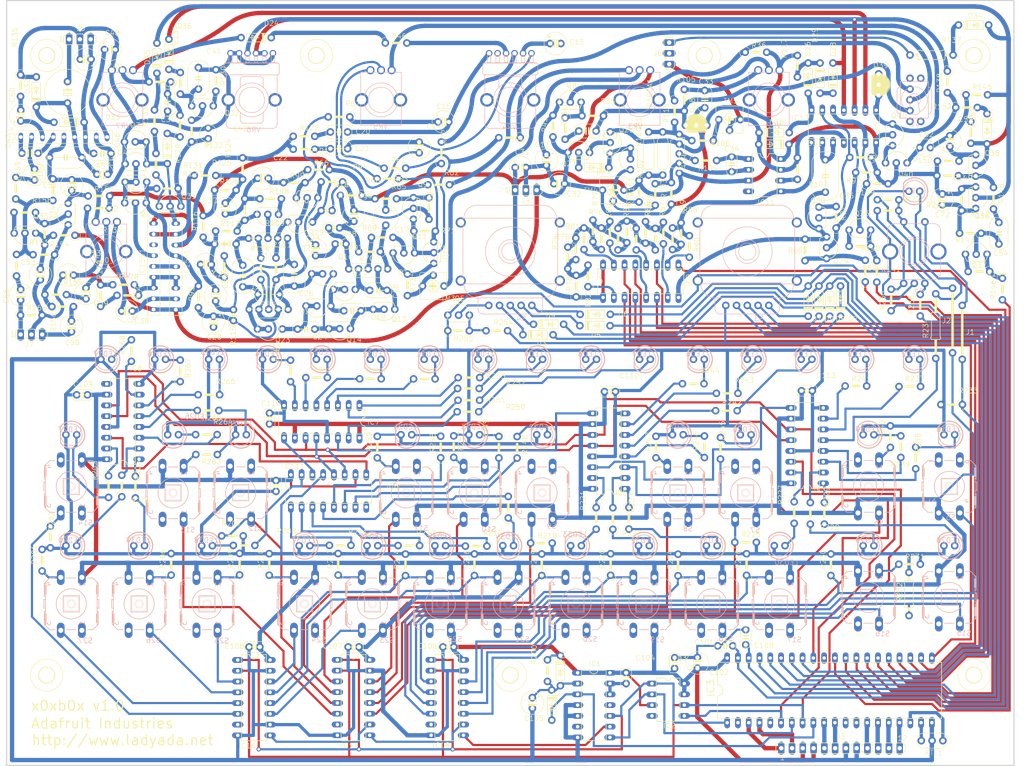
<source format=kicad_pcb>
(kicad_pcb (version 20171130) (host pcbnew "(5.1.5-0-10_14)")
  (layers (0 Top signal) (1 Route2 signal) (2 Route3 signal) (3 Route4 signal) (4 Route5 signal) (5 Route6 signal) (6 Route7 signal) (7 Route8 signal) (8 Route9 signal) (9 Route10 signal) (10 Route11 signal) (11 Route12 signal) (12 Route13 signal) (13 Route14 signal) (14 Route15 signal) (31 Bottom signal) (34 B.Paste user) (35 F.Paste user) (36 B.SilkS user) (37 F.SilkS user) (38 B.Mask user) (39 F.Mask user) (44 Edge.Cuts user))
  (net 0 "")
  (net 1 GND)
  (net 2 +6V)
  (net 3 +5.333V)
  (net 4 +12V)
  (net 5 +5V)
  (net 6 "Net-(C48-Pad+)")
  (net 7 "Net-(C44-Pad+)")
  (net 8 "Net-(C43-Pad+)")
  (net 9 "Net-(C47-Pad1)")
  (net 10 "Net-(C50-Pad+)")
  (net 11 "Net-(C51-Pad-)")
  (net 12 "Net-(C47-Pad2)")
  (net 13 "Net-(Q33-Pad2)")
  (net 14 "Net-(C51-Pad+)")
  (net 15 "Net-(C50-Pad-)")
  (net 16 "Net-(C56-Pad+)")
  (net 17 "Net-(J7-Pad1)")
  (net 18 "Net-(C43-Pad-)")
  (net 19 "Net-(Q34-Pad3)")
  (net 20 "Net-(Q33-Pad1)")
  (net 21 "Net-(Q34-Pad2)")
  (net 22 "Net-(C53-Pad+)")
  (net 23 "Net-(C52-Pad+)")
  (net 24 "Net-(C59-Pad+)")
  (net 25 "Net-(C58-Pad+)")
  (net 26 "Net-(C38-Pad+)")
  (net 27 "Net-(D27-PadC)")
  (net 28 "Net-(C37-Pad+)")
  (net 29 "Net-(C21-Pad1)")
  (net 30 "Net-(C20-Pad1)")
  (net 31 "Net-(C15-Pad-)")
  (net 32 "Net-(C14-Pad-)")
  (net 33 "Net-(C38-Pad-)")
  (net 34 "Net-(C40-Pad+)")
  (net 35 "Net-(R127-Pad2)")
  (net 36 "Net-(R129-Pad2)")
  (net 37 "Net-(D27-PadA)")
  (net 38 "Net-(C36-Pad1)")
  (net 39 "Net-(D24-PadA)")
  (net 40 "Net-(Q36-Pad1)")
  (net 41 "Net-(C54-Pad2)")
  (net 42 "Net-(Q38-Pad1)")
  (net 43 "Net-(C54-Pad1)")
  (net 44 "Net-(D34-PadA)")
  (net 45 "Net-(C55-Pad+)")
  (net 46 "Net-(D36-PadA)")
  (net 47 "Net-(Q37-Pad1)")
  (net 48 /GATE)
  (net 49 "Net-(C72-Pad-)")
  (net 50 "Net-(D37-PadC)")
  (net 51 "Net-(C62-Pad+)")
  (net 52 "Net-(IC12-Pad3)")
  (net 53 "Net-(IC12-Pad1)")
  (net 54 "Net-(D26-PadA)")
  (net 55 "Net-(D28-PadC)")
  (net 56 "Net-(D28-PadA)")
  (net 57 "Net-(IC12-Pad13)")
  (net 58 "Net-(IC12-Pad12)")
  (net 59 "Net-(D30-PadC)")
  (net 60 "Net-(C35-Pad1)")
  (net 61 "Net-(IC12-Pad6)")
  (net 62 "Net-(IC11-Pad5)")
  (net 63 "Net-(IC12-Pad2)")
  (net 64 "Net-(Q35-Pad1)")
  (net 65 /ACCENT)
  (net 66 "Net-(D35-PadC)")
  (net 67 "Net-(D34-PadC)")
  (net 68 "Net-(J6-Pad3)")
  (net 69 "Net-(R131-Pad2)")
  (net 70 "Net-(D36-PadC)")
  (net 71 "Net-(C41-Pad1)")
  (net 72 "Net-(Q32-Pad3)")
  (net 73 "Net-(Q32-Pad2)")
  (net 74 "Net-(C42-Pad+)")
  (net 75 "Net-(Q31-Pad3)")
  (net 76 "Net-(IC9-Pad15)")
  (net 77 /NOTE1)
  (net 78 /NOTE3)
  (net 79 "Net-(IC9-Pad12)")
  (net 80 /NOTE5)
  (net 81 "Net-(IC9-Pad10)")
  (net 82 /NOTE_LATCH)
  (net 83 "Net-(IC9-Pad5)")
  (net 84 /NOTE4)
  (net 85 /NOTE2)
  (net 86 /NOTE0)
  (net 87 "Net-(IC9-Pad7)")
  (net 88 "Net-(IC9-Pad2)")
  (net 89 "Net-(R85-Pad2)")
  (net 90 "Net-(R79-Pad1)")
  (net 91 "Net-(R76-Pad2)")
  (net 92 "Net-(R74-Pad1)")
  (net 93 "Net-(R74-Pad2)")
  (net 94 "Net-(Q30-Pad1)")
  (net 95 "Net-(Q29-Pad1)")
  (net 96 /SLIDE)
  (net 97 "Net-(IC11-Pad6)")
  (net 98 "Net-(C34-Pad2)")
  (net 99 "Net-(C34-Pad1)")
  (net 100 "Net-(R102-Pad2)")
  (net 101 "Net-(Q26-Pad3)")
  (net 102 "Net-(Q26-Pad5)")
  (net 103 "Net-(R106-Pad1)")
  (net 104 "Net-(R118-Pad1)")
  (net 105 "Net-(D25-PadA)")
  (net 106 "Net-(D25-PadC)")
  (net 107 "Net-(Q24-Pad3)")
  (net 108 "Net-(C10-Pad1)")
  (net 109 "Net-(C33-Pad1)")
  (net 110 "Net-(C10-Pad2)")
  (net 111 "Net-(Q8-Pad1)")
  (net 112 "Net-(Q8-Pad2)")
  (net 113 "Net-(C11-Pad+)")
  (net 114 "Net-(Q40-Pad3)")
  (net 115 "Net-(Q25-Pad2)")
  (net 116 "Net-(C24-Pad2)")
  (net 117 "Net-(C26-Pad2)")
  (net 118 "Net-(C19-Pad2)")
  (net 119 "Net-(C18-Pad1)")
  (net 120 "Net-(C24-Pad1)")
  (net 121 "Net-(C25-Pad1)")
  (net 122 "Net-(C19-Pad1)")
  (net 123 "Net-(C18-Pad2)")
  (net 124 "Net-(C17-Pad-)")
  (net 125 "Net-(Q12-Pad5)")
  (net 126 "Net-(Q12-Pad3)")
  (net 127 "Net-(Q19-Pad1)")
  (net 128 "Net-(C25-Pad2)")
  (net 129 "Net-(C27-Pad2)")
  (net 130 "Net-(Q21-Pad4)")
  (net 131 "Net-(Q20-Pad2)")
  (net 132 "Net-(C30-Pad+)")
  (net 133 "Net-(C28-Pad+)")
  (net 134 "Net-(C17-Pad+)")
  (net 135 "Net-(R62-Pad1)")
  (net 136 "Net-(C16-Pad+)")
  (net 137 "Net-(Q11-Pad2)")
  (net 138 "Net-(C23-Pad+)")
  (net 139 "Net-(C23-Pad-)")
  (net 140 "Net-(Q18-Pad3)")
  (net 141 "Net-(Q18-Pad1)")
  (net 142 "Net-(C22-Pad+)")
  (net 143 "Net-(C15-Pad+)")
  (net 144 "Net-(C29-Pad+)")
  (net 145 "Net-(Q20-Pad1)")
  (net 146 "Net-(Q20-Pad3)")
  (net 147 "Net-(C14-Pad+)")
  (net 148 "Net-(Q10-Pad2)")
  (net 149 "Net-(Q11-Pad1)")
  (net 150 "Net-(Q10-Pad3)")
  (net 151 "Net-(Q10-Pad1)")
  (net 152 "Net-(Q9-Pad1)")
  (net 153 "Net-(R73-Pad2)")
  (net 154 "Net-(R63-Pad2)")
  (net 155 "Net-(R72-Pad2)")
  (net 156 "Net-(R61-Pad1)")
  (net 157 "Net-(R47-Pad1)")
  (net 158 "Net-(D24-PadC)")
  (net 159 "Net-(R46-Pad2)")
  (net 160 "Net-(C13-Pad+)")
  (net 161 /TEMPO_SW_B)
  (net 162 /TEMPO_SW_A)
  (net 163 /ROTARY8)
  (net 164 /ROTARY4)
  (net 165 /ROTARY2)
  (net 166 /ROTARY1)
  (net 167 /ROTARYCOM3)
  (net 168 /LED_LATCH)
  (net 169 "Net-(IC3-Pad31)")
  (net 170 "Net-(IC3-Pad19)")
  (net 171 "Net-(IC3-Pad18)")
  (net 172 /DINSYNC1)
  (net 173 /DINSYNC2)
  (net 174 /DINSYNC3)
  (net 175 /DINSYNC4)
  (net 176 "Net-(IC3-Pad13)")
  (net 177 "Net-(IC3-Pad12)")
  (net 178 /MIDI_OUT)
  (net 179 /MIDI_IN)
  (net 180 "Net-(D2-PadA)")
  (net 181 /SPI_CLK)
  (net 182 /SPI_OUT)
  (net 183 /SPI_IN)
  (net 184 "Net-(IC3-Pad5)")
  (net 185 /USB_TX)
  (net 186 /USBRX)
  (net 187 "Net-(IC3-Pad2)")
  (net 188 /SWITCH_LATCH)
  (net 189 "Net-(IC4-Pad15)")
  (net 190 "Net-(IC4-Pad9)")
  (net 191 "Net-(IC4-Pad5)")
  (net 192 "Net-(IC4-Pad6)")
  (net 193 "Net-(IC4-Pad4)")
  (net 194 "Net-(IC4-Pad3)")
  (net 195 "Net-(IC4-Pad7)")
  (net 196 "Net-(IC4-Pad2)")
  (net 197 "Net-(IC4-Pad1)")
  (net 198 "Net-(IC7-Pad15)")
  (net 199 "Net-(IC5-Pad9)")
  (net 200 "Net-(IC6-Pad14)")
  (net 201 "Net-(IC7-Pad5)")
  (net 202 "Net-(IC7-Pad6)")
  (net 203 "Net-(IC7-Pad4)")
  (net 204 "Net-(IC7-Pad3)")
  (net 205 "Net-(IC7-Pad7)")
  (net 206 "Net-(IC7-Pad2)")
  (net 207 "Net-(IC7-Pad1)")
  (net 208 "Net-(IC5-Pad15)")
  (net 209 "Net-(IC5-Pad5)")
  (net 210 "Net-(IC5-Pad6)")
  (net 211 "Net-(IC5-Pad4)")
  (net 212 "Net-(IC5-Pad3)")
  (net 213 "Net-(IC5-Pad7)")
  (net 214 "Net-(IC5-Pad2)")
  (net 215 "Net-(IC5-Pad1)")
  (net 216 "Net-(IC8-Pad15)")
  (net 217 "Net-(IC6-Pad9)")
  (net 218 "Net-(IC8-Pad9)")
  (net 219 "Net-(IC8-Pad5)")
  (net 220 "Net-(IC8-Pad6)")
  (net 221 "Net-(IC8-Pad4)")
  (net 222 "Net-(IC8-Pad3)")
  (net 223 "Net-(IC8-Pad7)")
  (net 224 "Net-(IC8-Pad2)")
  (net 225 "Net-(IC8-Pad1)")
  (net 226 "Net-(IC6-Pad15)")
  (net 227 "Net-(IC6-Pad5)")
  (net 228 "Net-(IC6-Pad6)")
  (net 229 "Net-(IC6-Pad4)")
  (net 230 "Net-(IC6-Pad3)")
  (net 231 "Net-(IC6-Pad7)")
  (net 232 "Net-(IC6-Pad2)")
  (net 233 "Net-(IC6-Pad1)")
  (net 234 "Net-(LED1-PadA)")
  (net 235 "Net-(LED2-PadA)")
  (net 236 "Net-(LED3-PadA)")
  (net 237 "Net-(LED4-PadA)")
  (net 238 "Net-(LED5-PadA)")
  (net 239 "Net-(LED6-PadA)")
  (net 240 "Net-(LED7-PadA)")
  (net 241 "Net-(LED8-PadA)")
  (net 242 "Net-(LED9-PadA)")
  (net 243 "Net-(LED10-PadA)")
  (net 244 "Net-(LED11-PadA)")
  (net 245 "Net-(LED12-PadA)")
  (net 246 "Net-(LED13-PadA)")
  (net 247 "Net-(LED14-PadA)")
  (net 248 "Net-(LED15-PadA)")
  (net 249 "Net-(LED16-PadA)")
  (net 250 "Net-(LED17-PadA)")
  (net 251 "Net-(LED18-PadA)")
  (net 252 "Net-(LED19-PadA)")
  (net 253 "Net-(LED20-PadA)")
  (net 254 "Net-(LED21-PadA)")
  (net 255 "Net-(LED22-PadA)")
  (net 256 "Net-(LED23-PadA)")
  (net 257 "Net-(LED24-PadA)")
  (net 258 "Net-(LED25-PadA)")
  (net 259 "Net-(LED26-PadA)")
  (net 260 "Net-(LED27-PadA)")
  (net 261 "Net-(LED28-PadA)")
  (net 262 "Net-(LED29-PadA)")
  (net 263 "Net-(LED30-PadA)")
  (net 264 "Net-(LED31-PadA)")
  (net 265 "Net-(LED32-PadA)")
  (net 266 "Net-(LED33-PadA)")
  (net 267 "Net-(LED34-PadA)")
  (net 268 "Net-(LED35-PadA)")
  (net 269 "Net-(LED36-PadA)")
  (net 270 "Net-(LED37-PadA)")
  (net 271 "Net-(LED38-PadA)")
  (net 272 "Net-(LED39-PadA)")
  (net 273 "Net-(LED40-PadA)")
  (net 274 "Net-(Q5-Pad2)")
  (net 275 "Net-(D3-PadC)")
  (net 276 "Net-(D6-PadC)")
  (net 277 "Net-(D5-PadC)")
  (net 278 "Net-(D4-PadC)")
  (net 279 "Net-(D7-PadC)")
  (net 280 "Net-(D10-PadC)")
  (net 281 "Net-(D9-PadC)")
  (net 282 "Net-(D8-PadC)")
  (net 283 "Net-(IC18-Pad14)")
  (net 284 /TEMPO_SW)
  (net 285 "Net-(IC18-Pad12)")
  (net 286 "Net-(IC18-Pad11)")
  (net 287 "Net-(IC17-Pad9)")
  (net 288 "Net-(IC1-Pad9)")
  (net 289 "Net-(IC18-Pad5)")
  (net 290 "Net-(IC18-Pad6)")
  (net 291 "Net-(IC18-Pad4)")
  (net 292 "Net-(IC18-Pad3)")
  (net 293 "Net-(IC18-Pad7)")
  (net 294 "Net-(IC17-Pad14)")
  (net 295 "Net-(IC17-Pad13)")
  (net 296 "Net-(IC17-Pad12)")
  (net 297 "Net-(IC17-Pad11)")
  (net 298 "Net-(IC16-Pad9)")
  (net 299 "Net-(IC17-Pad5)")
  (net 300 "Net-(IC17-Pad6)")
  (net 301 "Net-(IC17-Pad4)")
  (net 302 "Net-(IC17-Pad3)")
  (net 303 "Net-(IC17-Pad7)")
  (net 304 "Net-(IC16-Pad14)")
  (net 305 "Net-(IC16-Pad13)")
  (net 306 "Net-(IC16-Pad12)")
  (net 307 "Net-(IC16-Pad11)")
  (net 308 "Net-(IC16-Pad5)")
  (net 309 "Net-(IC16-Pad6)")
  (net 310 "Net-(IC16-Pad4)")
  (net 311 "Net-(IC16-Pad3)")
  (net 312 "Net-(IC16-Pad7)")
  (net 313 "Net-(S5-Pad1)")
  (net 314 "Net-(S5-Pad3)")
  (net 315 "Net-(R240-Pad1)")
  (net 316 "Net-(S6-Pad4)")
  (net 317 "Net-(S7-Pad2)")
  (net 318 "Net-(S7-Pad4)")
  (net 319 "Net-(S8-Pad2)")
  (net 320 "Net-(R247-Pad1)")
  (net 321 "Net-(S9-Pad2)")
  (net 322 "Net-(S9-Pad4)")
  (net 323 "Net-(S10-Pad2)")
  (net 324 "Net-(R257-Pad1)")
  (net 325 "Net-(S11-Pad2)")
  (net 326 "Net-(R259-Pad1)")
  (net 327 "Net-(S12-Pad2)")
  (net 328 "Net-(S12-Pad3)")
  (net 329 "Net-(R263-Pad1)")
  (net 330 "Net-(S13-Pad3)")
  (net 331 "Net-(S14-Pad1)")
  (net 332 "Net-(S14-Pad4)")
  (net 333 "Net-(R231-Pad1)")
  (net 334 "Net-(S16-Pad3)")
  (net 335 "Net-(S15-Pad2)")
  (net 336 "Net-(S15-Pad3)")
  (net 337 "Net-(S18-Pad1)")
  (net 338 "Net-(S18-Pad3)")
  (net 339 "Net-(S17-Pad1)")
  (net 340 "Net-(S17-Pad3)")
  (net 341 "Net-(S19-Pad3)")
  (net 342 "Net-(S20-Pad1)")
  (net 343 "Net-(S20-Pad3)")
  (net 344 "Net-(S21-Pad1)")
  (net 345 "Net-(S21-Pad3)")
  (net 346 "Net-(S22-Pad3)")
  (net 347 "Net-(R212-Pad1)")
  (net 348 "Net-(S24-Pad1)")
  (net 349 "Net-(R210-Pad1)")
  (net 350 "Net-(R209-Pad1)")
  (net 351 "Net-(S25-Pad3)")
  (net 352 "Net-(R206-Pad1)")
  (net 353 "Net-(S26-Pad3)")
  (net 354 "Net-(S27-Pad1)")
  (net 355 "Net-(R201-Pad1)")
  (net 356 "Net-(R236-Pad1)")
  (net 357 "Net-(R235-Pad1)")
  (net 358 "Net-(J2-Pad1)")
  (net 359 "Net-(J1-Pad1)")
  (net 360 "Net-(C59-Pad-)")
  (net 361 "Net-(TM3-Pad1)")
  (net 362 "Net-(Q1-Pad1)")
  (net 363 "Net-(Q5-Pad1)")
  (net 364 "Net-(IC1-Pad11)")
  (net 365 "Net-(IC1-Pad6)")
  (net 366 "Net-(C105-Pad+)")
  (net 367 "Net-(C58-Pad-)")
  (net 368 "Net-(C56-Pad-)")
  (net 369 "Net-(IC15A1-Pad6)")
  (net 370 "Net-(IC15A1-Pad3)")
  (net 371 "Net-(IC15A1-Pad2)")
  (net 372 "Net-(IC15B1-Pad4)")
  (module mainboard6:SIP9 (layer Top) (at 43.3832 47.0154)
    (fp_text reference IC14 (at -11.684 1.6764 90) (layer F.SilkS) (effects (font (size 1.2065 1.2065) (thickness 0.09652)) (justify left bottom)))
    (fp_text value LA44140)
    (pad 9 thru_hole oval (at 10.16 0 90) (size 2.032 1.016) (drill 0.9) (layers *.Cu *.Mask) (net 6 "Net-(C48-Pad+)"))
    (pad 8 thru_hole oval (at 7.62 0 90) (size 2.032 1.016) (drill 0.9) (layers *.Cu *.Mask) (net 7 "Net-(C44-Pad+)"))
    (pad 7 thru_hole oval (at 5.08 0 90) (size 2.032 1.016) (drill 0.9) (layers *.Cu *.Mask) (net 2 +6V))
    (pad 6 thru_hole oval (at 2.54 0 90) (size 2.032 1.016) (drill 0.9) (layers *.Cu *.Mask) (net 8 "Net-(C43-Pad+)"))
    (pad 5 thru_hole oval (at 0 0 90) (size 2.032 1.016) (drill 0.9) (layers *.Cu *.Mask) (net 1 GND))
    (pad 4 thru_hole oval (at -2.54 0 90) (size 2.032 1.016) (drill 0.9) (layers *.Cu *.Mask) (net 9 "Net-(C47-Pad1)"))
    (pad 3 thru_hole oval (at -5.08 0 90) (size 2.032 1.016) (drill 0.9) (layers *.Cu *.Mask) (net 10 "Net-(C50-Pad+)"))
    (pad 2 thru_hole oval (at -7.62 0 90) (size 2.032 1.016) (drill 0.9) (layers *.Cu *.Mask) (net 11 "Net-(C51-Pad-)"))
    (pad 1 thru_hole oval (at -10.16 0 90) (size 2.032 1.016) (drill 0.9) (layers *.Cu *.Mask) (net 12 "Net-(C47-Pad2)"))
  )
  (module mainboard6:0207_5V (layer Top) (at 32.0294 59.0804 270)
    (fp_text reference R159 (at -1.651 -1.143 90) (layer F.SilkS) (effects (font (size 1.2065 1.2065) (thickness 0.12065)) (justify left bottom)))
    (fp_text value 33K)
    (pad 2 thru_hole circle (at 2.54 0 270) (size 1.778 1.778) (drill 1) (layers *.Cu *.Mask) (net 13 "Net-(Q33-Pad2)"))
    (pad 1 thru_hole circle (at -2.54 0 270) (size 1.778 1.778) (drill 1) (layers *.Cu *.Mask) (net 14 "Net-(C51-Pad+)"))
  )
  (module mainboard6:0207_5V (layer Top) (at 33.147 34.8996 270)
    (fp_text reference R135 (at -9.017 0.635 90) (layer F.SilkS) (effects (font (size 1.2065 1.2065) (thickness 0.12065)) (justify left bottom)))
    (fp_text value 4.7k)
    (pad 2 thru_hole circle (at 2.54 0 270) (size 1.778 1.778) (drill 1) (layers *.Cu *.Mask) (net 15 "Net-(C50-Pad-)"))
    (pad 1 thru_hole circle (at -2.54 0 270) (size 1.778 1.778) (drill 1) (layers *.Cu *.Mask) (net 1 GND))
  )
  (module mainboard6:0207_5V (layer Top) (at 32.2072 77.2414 90)
    (fp_text reference R161 (at 4.6736 2.921) (layer F.SilkS) (effects (font (size 1.2065 1.2065) (thickness 0.12065)) (justify left bottom)))
    (fp_text value 1K)
    (pad 2 thru_hole circle (at 2.54 0 90) (size 1.778 1.778) (drill 1) (layers *.Cu *.Mask) (net 13 "Net-(Q33-Pad2)"))
    (pad 1 thru_hole circle (at -2.54 0 90) (size 1.778 1.778) (drill 1) (layers *.Cu *.Mask) (net 16 "Net-(C56-Pad+)"))
  )
  (module mainboard6:0207_5V (layer Top) (at 35.687 89.027)
    (fp_text reference R165 (at -1.143 -1.016) (layer F.SilkS) (effects (font (size 1.2065 1.2065) (thickness 0.12065)) (justify left bottom)))
    (fp_text value 100K)
    (pad 2 thru_hole circle (at 2.54 0) (size 1.778 1.778) (drill 1) (layers *.Cu *.Mask) (net 1 GND))
    (pad 1 thru_hole circle (at -2.54 0) (size 1.778 1.778) (drill 1) (layers *.Cu *.Mask) (net 17 "Net-(J7-Pad1)"))
  )
  (module mainboard6:C050-075X075 (layer Top) (at 35.3568 50.8254 180)
    (fp_text reference C47 (at 4.4196 0.9652 90) (layer F.SilkS) (effects (font (size 1.2065 1.2065) (thickness 0.12065)) (justify left bottom)))
    (fp_text value .0068)
    (pad 2 thru_hole circle (at 1.905 0 180) (size 1.778 1.778) (drill 1) (layers *.Cu *.Mask) (net 12 "Net-(C47-Pad2)"))
    (pad 1 thru_hole circle (at -1.905 0 180) (size 1.778 1.778) (drill 1) (layers *.Cu *.Mask) (net 9 "Net-(C47-Pad1)"))
  )
  (module mainboard6:C050-050X075 (layer Top) (at 43.7896 51.8414 180)
    (fp_text reference C45 (at -5.842 -2.794) (layer F.SilkS) (effects (font (size 1.2065 1.2065) (thickness 0.12065)) (justify left bottom)))
    (fp_text value .068)
    (pad 2 thru_hole circle (at 3.81 0 180) (size 1.778 1.778) (drill 1) (layers *.Cu *.Mask) (net 1 GND))
    (pad 1 thru_hole circle (at -3.81 0 180) (size 1.778 1.778) (drill 1) (layers *.Cu *.Mask) (net 8 "Net-(C43-Pad+)"))
  )
  (module mainboard6:C050-024X044 (layer Top) (at 52.4256 50.8762)
    (fp_text reference C46 (at 4.2164 -1.3208 90) (layer F.SilkS) (effects (font (size 1.2065 1.2065) (thickness 0.12065)) (justify left bottom)))
    (fp_text value .01)
    (pad 2 thru_hole circle (at 2.032 0) (size 1.778 1.778) (drill 1) (layers *.Cu *.Mask) (net 7 "Net-(C44-Pad+)"))
    (pad 1 thru_hole circle (at -2.032 0) (size 1.778 1.778) (drill 1) (layers *.Cu *.Mask) (net 2 +6V))
  )
  (module mainboard6:E5-6 (layer Top) (at 54.2036 26.3906)
    (fp_text reference C48 (at -1.27 -3.175) (layer F.SilkS) (effects (font (size 1.2065 1.2065) (thickness 0.12065)) (justify left bottom)))
    (fp_text value 100/6.3)
    (pad - thru_hole circle (at 1.27 0) (size 1.778 1.778) (drill 1) (layers *.Cu *.Mask) (net 1 GND))
    (pad + thru_hole circle (at -1.27 0) (size 1.778 1.778) (drill 1) (layers *.Cu *.Mask) (net 6 "Net-(C48-Pad+)"))
  )
  (module mainboard6:E5-6 (layer Top) (at 48.514 28.6766 180)
    (fp_text reference C49 (at -5.08 -2.413) (layer F.SilkS) (effects (font (size 1.2065 1.2065) (thickness 0.12065)) (justify left bottom)))
    (fp_text value 100/6.3)
    (pad - thru_hole circle (at 1.27 0 180) (size 1.778 1.778) (drill 1) (layers *.Cu *.Mask) (net 1 GND))
    (pad + thru_hole circle (at -1.27 0 180) (size 1.778 1.778) (drill 1) (layers *.Cu *.Mask) (net 2 +6V))
  )
  (module mainboard6:DO35-10 (layer Top) (at 44.577 43.5356 180)
    (fp_text reference D33 (at -8.509 0.508) (layer F.SilkS) (effects (font (size 1.2065 1.2065) (thickness 0.12065)) (justify left bottom)))
    (fp_text value 1N4148)
    (pad A thru_hole circle (at 3.556 0 180) (size 1.778 1.778) (drill 1) (layers *.Cu *.Mask) (net 8 "Net-(C43-Pad+)"))
    (pad C thru_hole circle (at -3.556 0 180) (size 1.778 1.778) (drill 1) (layers *.Cu *.Mask) (net 2 +6V))
  )
  (module mainboard6:DO35-10 (layer Top) (at 36.8554 36.3982 90)
    (fp_text reference D32 (at -0.508 -1.397 90) (layer F.SilkS) (effects (font (size 1.2065 1.2065) (thickness 0.12065)) (justify left bottom)))
    (fp_text value 1N4148)
    (pad A thru_hole circle (at 3.556 0 90) (size 1.778 1.778) (drill 1) (layers *.Cu *.Mask) (net 1 GND))
    (pad C thru_hole circle (at -3.556 0 90) (size 1.778 1.778) (drill 1) (layers *.Cu *.Mask) (net 8 "Net-(C43-Pad+)"))
  )
  (module mainboard6:E5-5 (layer Top) (at 44.2214 36.4744 90)
    (fp_text reference C43 (at -4.0132 7.4168) (layer F.SilkS) (effects (font (size 1.2065 1.2065) (thickness 0.12065)) (justify left bottom)))
    (fp_text value 1000/6.3)
    (pad - thru_hole circle (at 2.54 0 90) (size 1.778 1.778) (drill 1) (layers *.Cu *.Mask) (net 18 "Net-(C43-Pad-)"))
    (pad + thru_hole circle (at -2.54 0 90) (size 1.778 1.778) (drill 1) (layers *.Cu *.Mask) (net 8 "Net-(C43-Pad+)"))
  )
  (module mainboard6:E5-6 (layer Top) (at 52.4256 55.8038 180)
    (fp_text reference C44 (at -3.048 1.8034 90) (layer F.SilkS) (effects (font (size 1.2065 1.2065) (thickness 0.12065)) (justify left bottom)))
    (fp_text value 47/16)
    (pad - thru_hole circle (at 1.27 0 180) (size 1.778 1.778) (drill 1) (layers *.Cu *.Mask) (net 8 "Net-(C43-Pad+)"))
    (pad + thru_hole circle (at -1.27 0 180) (size 1.778 1.778) (drill 1) (layers *.Cu *.Mask) (net 7 "Net-(C44-Pad+)"))
  )
  (module mainboard6:0207_5V (layer Top) (at 40.767 59.436 270)
    (fp_text reference R160 (at -1.524 2.286 90) (layer F.SilkS) (effects (font (size 1.2065 1.2065) (thickness 0.12065)) (justify left bottom)))
    (fp_text value 10k)
    (pad 2 thru_hole circle (at 2.54 0 270) (size 1.778 1.778) (drill 1) (layers *.Cu *.Mask) (net 13 "Net-(Q33-Pad2)"))
    (pad 1 thru_hole circle (at -2.54 0 270) (size 1.778 1.778) (drill 1) (layers *.Cu *.Mask) (net 1 GND))
  )
  (module mainboard6:0207_5V (layer Top) (at 38.6334 74.7522 180)
    (fp_text reference R153 (at -8.763 -0.381) (layer F.SilkS) (effects (font (size 1.2065 1.2065) (thickness 0.12065)) (justify left bottom)))
    (fp_text value 100k)
    (pad 2 thru_hole circle (at 2.54 0 180) (size 1.778 1.778) (drill 1) (layers *.Cu *.Mask) (net 13 "Net-(Q33-Pad2)"))
    (pad 1 thru_hole circle (at -2.54 0 180) (size 1.778 1.778) (drill 1) (layers *.Cu *.Mask) (net 19 "Net-(Q34-Pad3)"))
  )
  (module mainboard6:0207_5V (layer Top) (at 34.1376 64.7954 180)
    (fp_text reference R158 (at -1.651 2.159) (layer F.SilkS) (effects (font (size 1.2065 1.2065) (thickness 0.12065)) (justify left bottom)))
    (fp_text value 10k)
    (pad 2 thru_hole circle (at 2.54 0 180) (size 1.778 1.778) (drill 1) (layers *.Cu *.Mask) (net 20 "Net-(Q33-Pad1)"))
    (pad 1 thru_hole circle (at -2.54 0 180) (size 1.778 1.778) (drill 1) (layers *.Cu *.Mask) (net 21 "Net-(Q34-Pad2)"))
  )
  (module mainboard6:E5-6 (layer Top) (at 37.8206 79.4004 270)
    (fp_text reference C53 (at -2.159 4.7244) (layer F.SilkS) (effects (font (size 1.2065 1.2065) (thickness 0.12065)) (justify left bottom)))
    (fp_text value 47/16)
    (pad - thru_hole circle (at 1.27 0 270) (size 1.778 1.778) (drill 1) (layers *.Cu *.Mask) (net 1 GND))
    (pad + thru_hole circle (at -1.27 0 270) (size 1.778 1.778) (drill 1) (layers *.Cu *.Mask) (net 22 "Net-(C53-Pad+)"))
  )
  (module mainboard6:0207_5V (layer Top) (at 43.434 70.1802 180)
    (fp_text reference R136 (at -8.89 0.508) (layer F.SilkS) (effects (font (size 1.2065 1.2065) (thickness 0.12065)) (justify left bottom)))
    (fp_text value 100)
    (pad 2 thru_hole circle (at 2.54 0 180) (size 1.778 1.778) (drill 1) (layers *.Cu *.Mask) (net 22 "Net-(C53-Pad+)"))
    (pad 1 thru_hole circle (at -2.54 0 180) (size 1.778 1.778) (drill 1) (layers *.Cu *.Mask) (net 4 +12V))
  )
  (module mainboard6:0207_5V (layer Top) (at 38.8366 69.9516 270)
    (fp_text reference R154 (at 3.0988 -1.0668) (layer F.SilkS) (effects (font (size 1.2065 1.2065) (thickness 0.12065)) (justify left bottom)))
    (fp_text value 100K)
    (pad 2 thru_hole circle (at 2.54 0 270) (size 1.778 1.778) (drill 1) (layers *.Cu *.Mask) (net 22 "Net-(C53-Pad+)"))
    (pad 1 thru_hole circle (at -2.54 0 270) (size 1.778 1.778) (drill 1) (layers *.Cu *.Mask) (net 21 "Net-(Q34-Pad2)"))
  )
  (module mainboard6:0207_5V (layer Top) (at 51.6128 60.9092)
    (fp_text reference R157 (at -1.143 -0.889) (layer F.SilkS) (effects (font (size 1.2065 1.2065) (thickness 0.12065)) (justify left bottom)))
    (fp_text value 10k)
    (pad 2 thru_hole circle (at 2.54 0) (size 1.778 1.778) (drill 1) (layers *.Cu *.Mask) (net 3 +5.333V))
    (pad 1 thru_hole circle (at -2.54 0) (size 1.778 1.778) (drill 1) (layers *.Cu *.Mask) (net 23 "Net-(C52-Pad+)"))
  )
  (module mainboard6:0207_5V (layer Top) (at 41.4274 84.1756 180)
    (fp_text reference R155 (at -1.651 2.159) (layer F.SilkS) (effects (font (size 1.2065 1.2065) (thickness 0.12065)) (justify left bottom)))
    (fp_text value 47K)
    (pad 2 thru_hole circle (at 2.54 0 180) (size 1.778 1.778) (drill 1) (layers *.Cu *.Mask) (net 19 "Net-(Q34-Pad3)"))
    (pad 1 thru_hole circle (at -2.54 0 180) (size 1.778 1.778) (drill 1) (layers *.Cu *.Mask) (net 24 "Net-(C59-Pad+)"))
  )
  (module mainboard6:0207_5V (layer Top) (at 43.0784 86.995)
    (fp_text reference R156 (at -1.4986 6.0706 90) (layer F.SilkS) (effects (font (size 1.2065 1.2065) (thickness 0.12065)) (justify left bottom)))
    (fp_text value 100K)
    (pad 2 thru_hole circle (at 2.54 0) (size 1.778 1.778) (drill 1) (layers *.Cu *.Mask) (net 25 "Net-(C58-Pad+)"))
    (pad 1 thru_hole circle (at -2.54 0) (size 1.778 1.778) (drill 1) (layers *.Cu *.Mask) (net 19 "Net-(Q34-Pad3)"))
  )
  (module mainboard6:SIP9 (layer Top) (at 69.7484 77.5716 270)
    (fp_text reference IC15A1 (at 2.286 -3.302 90) (layer F.SilkS) (effects (font (size 1.2065 1.2065) (thickness 0.09652)) (justify left bottom)))
    (fp_text value BA662)
    (pad 9 thru_hole oval (at 10.16 0) (size 2.032 1.016) (drill 0.9) (layers *.Cu *.Mask) (net 4 +12V))
    (pad 8 thru_hole oval (at 7.62 0) (size 2.032 1.016) (drill 0.9) (layers *.Cu *.Mask) (net 26 "Net-(C38-Pad+)"))
    (pad 7 thru_hole oval (at 5.08 0) (size 2.032 1.016) (drill 0.9) (layers *.Cu *.Mask) (net 369 "Net-(IC15A1-Pad6)"))
    (pad 6 thru_hole oval (at 2.54 0) (size 2.032 1.016) (drill 0.9) (layers *.Cu *.Mask) (net 369 "Net-(IC15A1-Pad6)"))
    (pad 5 thru_hole oval (at 0 0) (size 2.032 1.016) (drill 0.9) (layers *.Cu *.Mask) (net 1 GND))
    (pad 4 thru_hole oval (at -2.54 0) (size 2.032 1.016) (drill 0.9) (layers *.Cu *.Mask) (net 4 +12V))
    (pad 3 thru_hole oval (at -5.08 0) (size 2.032 1.016) (drill 0.9) (layers *.Cu *.Mask) (net 370 "Net-(IC15A1-Pad3)"))
    (pad 2 thru_hole oval (at -7.62 0) (size 2.032 1.016) (drill 0.9) (layers *.Cu *.Mask) (net 371 "Net-(IC15A1-Pad2)"))
    (pad 1 thru_hole oval (at -10.16 0) (size 2.032 1.016) (drill 0.9) (layers *.Cu *.Mask) (net 27 "Net-(D27-PadC)"))
  )
  (module mainboard6:0207_5V (layer Top) (at 85.4964 54.4576 270)
    (fp_text reference R124 (at -2.413 2.667 90) (layer F.SilkS) (effects (font (size 1.2065 1.2065) (thickness 0.12065)) (justify left bottom)))
    (fp_text value 2.2K)
    (pad 2 thru_hole circle (at 2.54 0 270) (size 1.778 1.778) (drill 1) (layers *.Cu *.Mask) (net 28 "Net-(C37-Pad+)"))
    (pad 1 thru_hole circle (at -2.54 0 270) (size 1.778 1.778) (drill 1) (layers *.Cu *.Mask) (net 370 "Net-(IC15A1-Pad3)"))
  )
  (module mainboard6:0207_5V (layer Top) (at 76.6318 56.0832 180)
    (fp_text reference R125 (at -1.524 2.286) (layer F.SilkS) (effects (font (size 1.2065 1.2065) (thickness 0.12065)) (justify left bottom)))
    (fp_text value 2.2K)
    (pad 2 thru_hole circle (at 2.54 0 180) (size 1.778 1.778) (drill 1) (layers *.Cu *.Mask) (net 371 "Net-(IC15A1-Pad2)"))
    (pad 1 thru_hole circle (at -2.54 0 180) (size 1.778 1.778) (drill 1) (layers *.Cu *.Mask) (net 28 "Net-(C37-Pad+)"))
  )
  (module mainboard6:0207_5V (layer Top) (at 81.4324 59.5376)
    (fp_text reference R126 (at -1.397 -1.27) (layer F.SilkS) (effects (font (size 1.2065 1.2065) (thickness 0.12065)) (justify left bottom)))
    (fp_text value 2.2K)
    (pad 2 thru_hole circle (at 2.54 0) (size 1.778 1.778) (drill 1) (layers *.Cu *.Mask) (net 28 "Net-(C37-Pad+)"))
    (pad 1 thru_hole circle (at -2.54 0) (size 1.778 1.778) (drill 1) (layers *.Cu *.Mask) (net 3 +5.333V))
  )
  (module mainboard6:E5-6 (layer Top) (at 81.4324 63.8556 270)
    (fp_text reference C37 (at -1.143 5.461) (layer F.SilkS) (effects (font (size 1.2065 1.2065) (thickness 0.12065)) (justify left bottom)))
    (fp_text value 10/16)
    (pad - thru_hole circle (at 1.27 0 270) (size 1.778 1.778) (drill 1) (layers *.Cu *.Mask) (net 1 GND))
    (pad + thru_hole circle (at -1.27 0 270) (size 1.778 1.778) (drill 1) (layers *.Cu *.Mask) (net 28 "Net-(C37-Pad+)"))
  )
  (module mainboard6:0207_5V (layer Top) (at 99.9744 49.8856 180)
    (fp_text reference R121 (at -1.143 -1.143) (layer F.SilkS) (effects (font (size 1.2065 1.2065) (thickness 0.12065)) (justify left bottom)))
    (fp_text value 220K)
    (pad 2 thru_hole circle (at 2.54 0 180) (size 1.778 1.778) (drill 1) (layers *.Cu *.Mask) (net 370 "Net-(IC15A1-Pad3)"))
    (pad 1 thru_hole circle (at -2.54 0 180) (size 1.778 1.778) (drill 1) (layers *.Cu *.Mask) (net 29 "Net-(C21-Pad1)"))
  )
  (module mainboard6:0207_5V (layer Top) (at 99.9744 46.8376)
    (fp_text reference R122 (at -1.143 -1.27) (layer F.SilkS) (effects (font (size 1.2065 1.2065) (thickness 0.12065)) (justify left bottom)))
    (fp_text value 100K)
    (pad 2 thru_hole circle (at 2.54 0) (size 1.778 1.778) (drill 1) (layers *.Cu *.Mask) (net 30 "Net-(C20-Pad1)"))
    (pad 1 thru_hole circle (at -2.54 0) (size 1.778 1.778) (drill 1) (layers *.Cu *.Mask) (net 370 "Net-(IC15A1-Pad3)"))
  )
  (module mainboard6:C050-024X044 (layer Top) (at 108.2294 45.8216)
    (fp_text reference C20 (at 3.81 0.635) (layer F.SilkS) (effects (font (size 1.2065 1.2065) (thickness 0.12065)) (justify left bottom)))
    (fp_text value .01)
    (pad 2 thru_hole circle (at 2.032 0) (size 1.778 1.778) (drill 1) (layers *.Cu *.Mask) (net 31 "Net-(C15-Pad-)"))
    (pad 1 thru_hole circle (at -2.032 0) (size 1.778 1.778) (drill 1) (layers *.Cu *.Mask) (net 30 "Net-(C20-Pad1)"))
  )
  (module mainboard6:C050-024X044 (layer Top) (at 108.2294 49.7586)
    (fp_text reference C21 (at 3.683 0.635) (layer F.SilkS) (effects (font (size 1.2065 1.2065) (thickness 0.12065)) (justify left bottom)))
    (fp_text value .01)
    (pad 2 thru_hole circle (at 2.032 0) (size 1.778 1.778) (drill 1) (layers *.Cu *.Mask) (net 32 "Net-(C14-Pad-)"))
    (pad 1 thru_hole circle (at -2.032 0) (size 1.778 1.778) (drill 1) (layers *.Cu *.Mask) (net 29 "Net-(C21-Pad1)"))
  )
  (module mainboard6:E5-6 (layer Top) (at 58.2422 88.0364 180)
    (fp_text reference C38 (at -1.651 -3.048) (layer F.SilkS) (effects (font (size 1.2065 1.2065) (thickness 0.12065)) (justify left bottom)))
    (fp_text value 1/50)
    (pad - thru_hole circle (at 1.27 0 180) (size 1.778 1.778) (drill 1) (layers *.Cu *.Mask) (net 33 "Net-(C38-Pad-)"))
    (pad + thru_hole circle (at -1.27 0 180) (size 1.778 1.778) (drill 1) (layers *.Cu *.Mask) (net 26 "Net-(C38-Pad+)"))
  )
  (module mainboard6:0207_5V (layer Top) (at 57.4294 81.8388)
    (fp_text reference R128 (at -1.143 -1.143) (layer F.SilkS) (effects (font (size 1.2065 1.2065) (thickness 0.12065)) (justify left bottom)))
    (fp_text value 220K)
    (pad 2 thru_hole circle (at 2.54 0) (size 1.778 1.778) (drill 1) (layers *.Cu *.Mask) (net 369 "Net-(IC15A1-Pad6)"))
    (pad 1 thru_hole circle (at -2.54 0) (size 1.778 1.778) (drill 1) (layers *.Cu *.Mask) (net 34 "Net-(C40-Pad+)"))
  )
  (module mainboard6:0207_5V (layer Top) (at 58.42 84.3534 180)
    (fp_text reference R127 (at -2.8702 -1.3716 90) (layer F.SilkS) (effects (font (size 1.2065 1.2065) (thickness 0.12065)) (justify left bottom)))
    (fp_text value 47K)
    (pad 2 thru_hole circle (at 2.54 0 180) (size 1.778 1.778) (drill 1) (layers *.Cu *.Mask) (net 35 "Net-(R127-Pad2)"))
    (pad 1 thru_hole circle (at -2.54 0 180) (size 1.778 1.778) (drill 1) (layers *.Cu *.Mask) (net 369 "Net-(IC15A1-Pad6)"))
  )
  (module mainboard6:0207_5V (layer Top) (at 52.0192 84.4042 90)
    (fp_text reference R129 (at 3.683 0.508 90) (layer F.SilkS) (effects (font (size 1.2065 1.2065) (thickness 0.12065)) (justify left bottom)))
    (fp_text value 22K)
    (pad 2 thru_hole circle (at 2.54 0 90) (size 1.778 1.778) (drill 1) (layers *.Cu *.Mask) (net 36 "Net-(R129-Pad2)"))
    (pad 1 thru_hole circle (at -2.54 0 90) (size 1.778 1.778) (drill 1) (layers *.Cu *.Mask) (net 35 "Net-(R127-Pad2)"))
  )
  (module mainboard6:E5-6 (layer Top) (at 44.3992 79.5782 180)
    (fp_text reference C40 (at -6.096 2.794) (layer F.SilkS) (effects (font (size 1.2065 1.2065) (thickness 0.12065)) (justify left bottom)))
    (fp_text value 10/16)
    (pad - thru_hole circle (at 1.27 0 180) (size 1.778 1.778) (drill 1) (layers *.Cu *.Mask) (net 1 GND))
    (pad + thru_hole circle (at -1.27 0 180) (size 1.778 1.778) (drill 1) (layers *.Cu *.Mask) (net 34 "Net-(C40-Pad+)"))
  )
  (module mainboard6:0207_5V (layer Top) (at 51.4858 63.8048 180)
    (fp_text reference R162 (at 0 -0.889) (layer F.SilkS) (effects (font (size 1.2065 1.2065) (thickness 0.12065)) (justify left bottom)))
    (fp_text value 2.2K)
    (pad 2 thru_hole circle (at 2.54 0 180) (size 1.778 1.778) (drill 1) (layers *.Cu *.Mask) (net 34 "Net-(C40-Pad+)"))
    (pad 1 thru_hole circle (at -2.54 0 180) (size 1.778 1.778) (drill 1) (layers *.Cu *.Mask) (net 3 +5.333V))
  )
  (module mainboard6:DO35-10 (layer Top) (at 67.7418 49.7332 90)
    (fp_text reference D27 (at 5.842 1.9812) (layer F.SilkS) (effects (font (size 1.2065 1.2065) (thickness 0.12065)) (justify left bottom)))
    (fp_text value 1N4148)
    (pad A thru_hole circle (at 3.556 0 90) (size 1.778 1.778) (drill 1) (layers *.Cu *.Mask) (net 37 "Net-(D27-PadA)"))
    (pad C thru_hole circle (at -3.556 0 90) (size 1.778 1.778) (drill 1) (layers *.Cu *.Mask) (net 27 "Net-(D27-PadC)"))
  )
  (module mainboard6:0207_5V (layer Top) (at 70.739 44.45 90)
    (fp_text reference R120 (at -8.89 0.254 90) (layer F.SilkS) (effects (font (size 1.2065 1.2065) (thickness 0.12065)) (justify left bottom)))
    (fp_text value 22k)
    (pad 2 thru_hole circle (at 2.54 0 90) (size 1.778 1.778) (drill 1) (layers *.Cu *.Mask) (net 38 "Net-(C36-Pad1)"))
    (pad 1 thru_hole circle (at -2.54 0 90) (size 1.778 1.778) (drill 1) (layers *.Cu *.Mask) (net 37 "Net-(D27-PadA)"))
  )
  (module mainboard6:C050-025X075 (layer Top) (at 67.818 38.8874 270)
    (fp_text reference C36 (at 4.6736 1.7018) (layer F.SilkS) (effects (font (size 1.2065 1.2065) (thickness 0.12065)) (justify left bottom)))
    (fp_text value .033)
    (pad 2 thru_hole circle (at 2.032 0 270) (size 1.778 1.778) (drill 1) (layers *.Cu *.Mask) (net 1 GND))
    (pad 1 thru_hole circle (at -2.032 0 270) (size 1.778 1.778) (drill 1) (layers *.Cu *.Mask) (net 38 "Net-(C36-Pad1)"))
  )
  (module mainboard6:0207_5V (layer Top) (at 65.9892 34.0106 180)
    (fp_text reference R119 (at 0.635 -1.143) (layer F.SilkS) (effects (font (size 1.2065 1.2065) (thickness 0.12065)) (justify left bottom)))
    (fp_text value 47K)
    (pad 2 thru_hole circle (at 2.54 0 180) (size 1.778 1.778) (drill 1) (layers *.Cu *.Mask) (net 39 "Net-(D24-PadA)"))
    (pad 1 thru_hole circle (at -2.54 0 180) (size 1.778 1.778) (drill 1) (layers *.Cu *.Mask) (net 38 "Net-(C36-Pad1)"))
  )
  (module mainboard6:0207_5V (layer Top) (at 255.0414 61.8236 90)
    (fp_text reference R142 (at -4.191 1.905) (layer F.SilkS) (effects (font (size 1.2065 1.2065) (thickness 0.12065)) (justify left bottom)))
    (fp_text value 10K)
    (pad 2 thru_hole circle (at 2.54 0 90) (size 1.778 1.778) (drill 1) (layers *.Cu *.Mask) (net 4 +12V))
    (pad 1 thru_hole circle (at -2.54 0 90) (size 1.778 1.778) (drill 1) (layers *.Cu *.Mask) (net 40 "Net-(Q36-Pad1)"))
  )
  (module mainboard6:0207_5V (layer Top) (at 257.0734 69.6976 180)
    (fp_text reference R143 (at -1.143 -0.889 180) (layer F.SilkS) (effects (font (size 1.2065 1.2065) (thickness 0.127)) (justify right top)))
    (fp_text value 10K)
    (pad 2 thru_hole circle (at 2.54 0 180) (size 1.778 1.778) (drill 1) (layers *.Cu *.Mask) (net 40 "Net-(Q36-Pad1)"))
    (pad 1 thru_hole circle (at -2.54 0 180) (size 1.778 1.778) (drill 1) (layers *.Cu *.Mask) (net 41 "Net-(C54-Pad2)"))
  )
  (module mainboard6:0207_5V (layer Top) (at 262.5344 61.4426 90)
    (fp_text reference R148 (at -1.27 2.54 90) (layer F.SilkS) (effects (font (size 1.2065 1.2065) (thickness 0.12065)) (justify left bottom)))
    (fp_text value 10K)
    (pad 2 thru_hole circle (at 2.54 0 90) (size 1.778 1.778) (drill 1) (layers *.Cu *.Mask) (net 42 "Net-(Q38-Pad1)"))
    (pad 1 thru_hole circle (at -2.54 0 90) (size 1.778 1.778) (drill 1) (layers *.Cu *.Mask) (net 43 "Net-(C54-Pad1)"))
  )
  (module mainboard6:0207_5V (layer Top) (at 258.5974 37.0586)
    (fp_text reference R145 (at -1.143 -1.143) (layer F.SilkS) (effects (font (size 1.2065 1.2065) (thickness 0.12065)) (justify left bottom)))
    (fp_text value 10K)
    (pad 2 thru_hole circle (at 2.54 0) (size 1.778 1.778) (drill 1) (layers *.Cu *.Mask) (net 44 "Net-(D34-PadA)"))
    (pad 1 thru_hole circle (at -2.54 0) (size 1.778 1.778) (drill 1) (layers *.Cu *.Mask) (net 1 GND))
  )
  (module mainboard6:0207_5V (layer Top) (at 251.8664 52.6796)
    (fp_text reference R150 (at -8.509 0.508) (layer F.SilkS) (effects (font (size 1.2065 1.2065) (thickness 0.12065)) (justify left bottom)))
    (fp_text value 22)
    (pad 2 thru_hole circle (at 2.54 0) (size 1.778 1.778) (drill 1) (layers *.Cu *.Mask) (net 45 "Net-(C55-Pad+)"))
    (pad 1 thru_hole circle (at -2.54 0) (size 1.778 1.778) (drill 1) (layers *.Cu *.Mask) (net 4 +12V))
  )
  (module mainboard6:0207_5V (layer Top) (at 251.7394 56.1086 180)
    (fp_text reference R149 (at -1.143 -1.27) (layer F.SilkS) (effects (font (size 1.2065 1.2065) (thickness 0.12065)) (justify left bottom)))
    (fp_text value 10K)
    (pad 2 thru_hole circle (at 2.54 0 180) (size 1.778 1.778) (drill 1) (layers *.Cu *.Mask) (net 4 +12V))
    (pad 1 thru_hole circle (at -2.54 0 180) (size 1.778 1.778) (drill 1) (layers *.Cu *.Mask) (net 42 "Net-(Q38-Pad1)"))
  )
  (module mainboard6:0207_5V (layer Top) (at 257.2004 45.9486 270)
    (fp_text reference R151 (at -1.27 -1.143 90) (layer F.SilkS) (effects (font (size 1.2065 1.2065) (thickness 0.12065)) (justify left bottom)))
    (fp_text value 22K)
    (pad 2 thru_hole circle (at 2.54 0 270) (size 1.778 1.778) (drill 1) (layers *.Cu *.Mask) (net 46 "Net-(D36-PadA)"))
    (pad 1 thru_hole circle (at -2.54 0 270) (size 1.778 1.778) (drill 1) (layers *.Cu *.Mask) (net 1 GND))
  )
  (module mainboard6:0207_5V (layer Top) (at 259.1054 78.7146 180)
    (fp_text reference R144 (at -1.778 -1.27) (layer F.SilkS) (effects (font (size 1.2065 1.2065) (thickness 0.12065)) (justify left bottom)))
    (fp_text value 10K)
    (pad 2 thru_hole circle (at 2.54 0 180) (size 1.778 1.778) (drill 1) (layers *.Cu *.Mask) (net 1 GND))
    (pad 1 thru_hole circle (at -2.54 0 180) (size 1.778 1.778) (drill 1) (layers *.Cu *.Mask) (net 47 "Net-(Q37-Pad1)"))
  )
  (module mainboard6:0207_5V (layer Top) (at 264.6426 82.8548 270)
    (fp_text reference R146 (at 2.5146 1.4224 90) (layer F.SilkS) (effects (font (size 1.2065 1.2065) (thickness 0.12065)) (justify left bottom)))
    (fp_text value 22K)
    (pad 2 thru_hole circle (at 2.54 0 270) (size 1.778 1.778) (drill 1) (layers *.Cu *.Mask) (net 48 /GATE))
    (pad 1 thru_hole circle (at -2.54 0 270) (size 1.778 1.778) (drill 1) (layers *.Cu *.Mask) (net 47 "Net-(Q37-Pad1)"))
  )
  (module mainboard6:E5-6 (layer Top) (at 250.4694 61.6966 270)
    (fp_text reference C72 (at 4.318 1.778) (layer F.SilkS) (effects (font (size 1.2065 1.2065) (thickness 0.12065)) (justify left bottom)))
    (fp_text value 10/16)
    (pad - thru_hole circle (at 1.27 0 270) (size 1.778 1.778) (drill 1) (layers *.Cu *.Mask) (net 49 "Net-(C72-Pad-)"))
    (pad + thru_hole circle (at -1.27 0 270) (size 1.778 1.778) (drill 1) (layers *.Cu *.Mask) (net 4 +12V))
  )
  (module mainboard6:C050-055X075 (layer Top) (at 263.8044 69.6976 270)
    (fp_text reference C54 (at 5.461 1.397) (layer F.SilkS) (effects (font (size 1.2065 1.2065) (thickness 0.12065)) (justify left bottom)))
    (fp_text value .047)
    (pad 2 thru_hole circle (at 2.54 0 270) (size 1.778 1.778) (drill 1) (layers *.Cu *.Mask) (net 41 "Net-(C54-Pad2)"))
    (pad 1 thru_hole circle (at -2.54 0 270) (size 1.778 1.778) (drill 1) (layers *.Cu *.Mask) (net 43 "Net-(C54-Pad1)"))
  )
  (module mainboard6:E5-6 (layer Top) (at 252.2474 47.9806 90)
    (fp_text reference C55 (at 4.445 1.905) (layer F.SilkS) (effects (font (size 1.2065 1.2065) (thickness 0.12065)) (justify left bottom)))
    (fp_text value 47/16)
    (pad - thru_hole circle (at 1.27 0 90) (size 1.778 1.778) (drill 1) (layers *.Cu *.Mask) (net 1 GND))
    (pad + thru_hole circle (at -1.27 0 90) (size 1.778 1.778) (drill 1) (layers *.Cu *.Mask) (net 45 "Net-(C55-Pad+)"))
  )
  (module mainboard6:DO35-10 (layer Top) (at 261.0104 45.0596 270)
    (fp_text reference D37 (at -1.524 -1.651 90) (layer F.SilkS) (effects (font (size 1.2065 1.2065) (thickness 0.12065)) (justify left bottom)))
    (fp_text value 1N4148)
    (pad A thru_hole circle (at 3.556 0 270) (size 1.778 1.778) (drill 1) (layers *.Cu *.Mask) (net 46 "Net-(D36-PadA)"))
    (pad C thru_hole circle (at -3.556 0 270) (size 1.778 1.778) (drill 1) (layers *.Cu *.Mask) (net 50 "Net-(D37-PadC)"))
  )
  (module mainboard6:0207_5V (layer Top) (at 256.1844 40.0558)
    (fp_text reference R152 (at -8.255 0.508) (layer F.SilkS) (effects (font (size 1.2065 1.2065) (thickness 0.12065)) (justify left bottom)))
    (fp_text value 100)
    (pad 2 thru_hole circle (at 2.54 0) (size 1.778 1.778) (drill 1) (layers *.Cu *.Mask) (net 50 "Net-(D37-PadC)"))
    (pad 1 thru_hole circle (at -2.54 0) (size 1.778 1.778) (drill 1) (layers *.Cu *.Mask) (net 51 "Net-(C62-Pad+)"))
  )
  (module mainboard6:E2,5-7 (layer Top) (at 246.4054 49.5046)
    (fp_text reference C62 (at -1.524 -2.413) (layer F.SilkS) (effects (font (size 1.2065 1.2065) (thickness 0.12065)) (justify left bottom)))
    (fp_text value 1/35)
    (pad + thru_hole circle (at -1.27 0) (size 1.778 1.778) (drill 1) (layers *.Cu *.Mask) (net 51 "Net-(C62-Pad+)"))
    (pad - thru_hole circle (at 1.27 0) (size 1.778 1.778) (drill 1) (layers *.Cu *.Mask) (net 1 GND))
  )
  (module mainboard6:0207_5V (layer Top) (at 251.6632 34.0106 270)
    (fp_text reference R138 (at 2.667 1.1176 90) (layer F.SilkS) (effects (font (size 1.2065 1.2065) (thickness 0.12065)) (justify left bottom)))
    (fp_text value 68K)
    (pad 2 thru_hole circle (at 2.54 0 270) (size 1.778 1.778) (drill 1) (layers *.Cu *.Mask) (net 51 "Net-(C62-Pad+)"))
    (pad 1 thru_hole circle (at -2.54 0 270) (size 1.778 1.778) (drill 1) (layers *.Cu *.Mask) (net 52 "Net-(IC12-Pad3)"))
  )
  (module mainboard6:2SK30 (layer Top) (at 235.458 34.671 270)
    (fp_text reference Q39 (at -3.81 1.3462) (layer F.SilkS) (effects (font (size 1.2065 1.2065) (thickness 0.12065)) (justify left bottom)))
    (fp_text value 2SK30)
    (pad 3 thru_hole circle (at -2.54 0 270) (size 1.778 1.778) (drill 1) (layers *.Cu *.Mask) (net 1 GND))
    (pad 2 thru_hole circle (at 0 0 270) (size 1.778 1.778) (drill 1) (layers *.Cu *.Mask) (net 1 GND))
    (pad 1 thru_hole circle (at 2.54 0 270) (size 1.778 1.778) (drill 1) (layers *.Cu *.Mask) (net 53 "Net-(IC12-Pad1)"))
  )
  (module mainboard6:DO35-10 (layer Top) (at 218.8464 33.1216 90)
    (fp_text reference D26 (at 5.08 0.635 90) (layer F.SilkS) (effects (font (size 1.2065 1.2065) (thickness 0.12065)) (justify left bottom)))
    (fp_text value 1N4148)
    (pad A thru_hole circle (at 3.556 0 90) (size 1.778 1.778) (drill 1) (layers *.Cu *.Mask) (net 54 "Net-(D26-PadA)"))
    (pad C thru_hole circle (at -3.556 0 90) (size 1.778 1.778) (drill 1) (layers *.Cu *.Mask) (net 1 GND))
  )
  (module mainboard6:DO35-10 (layer Top) (at 221.6404 33.1216 270)
    (fp_text reference D29 (at -8.255 0.508 90) (layer F.SilkS) (effects (font (size 1.2065 1.2065) (thickness 0.12065)) (justify left bottom)))
    (fp_text value 1N4148)
    (pad A thru_hole circle (at 3.556 0 270) (size 1.778 1.778) (drill 1) (layers *.Cu *.Mask) (net 55 "Net-(D28-PadC)"))
    (pad C thru_hole circle (at -3.556 0 270) (size 1.778 1.778) (drill 1) (layers *.Cu *.Mask) (net 54 "Net-(D26-PadA)"))
  )
  (module mainboard6:DO35-10 (layer Top) (at 224.6884 33.1216 90)
    (fp_text reference D28 (at 4.953 0.762 90) (layer F.SilkS) (effects (font (size 1.2065 1.2065) (thickness 0.12065)) (justify left bottom)))
    (fp_text value 1N4148)
    (pad A thru_hole circle (at 3.556 0 90) (size 1.778 1.778) (drill 1) (layers *.Cu *.Mask) (net 56 "Net-(D28-PadA)"))
    (pad C thru_hole circle (at -3.556 0 90) (size 1.778 1.778) (drill 1) (layers *.Cu *.Mask) (net 55 "Net-(D28-PadC)"))
  )
  (module mainboard6:0207_5V (layer Top) (at 216.3064 30.3276 270)
    (fp_text reference R117 (at -1.778 2.413 90) (layer F.SilkS) (effects (font (size 1.2065 1.2065) (thickness 0.12065)) (justify left bottom)))
    (fp_text value 22K)
    (pad 2 thru_hole circle (at 2.54 0 270) (size 1.778 1.778) (drill 1) (layers *.Cu *.Mask) (net 54 "Net-(D26-PadA)"))
    (pad 1 thru_hole circle (at -2.54 0 270) (size 1.778 1.778) (drill 1) (layers *.Cu *.Mask) (net 3 +5.333V))
  )
  (module mainboard6:DIL14 (layer Top) (at 227.2538 44.5008 180)
    (fp_text reference IC12 (at 12.3952 1.2446) (layer F.SilkS) (effects (font (size 1.2065 1.2065) (thickness 0.12065)) (justify left bottom)))
    (fp_text value 4066N)
    (pad 14 thru_hole oval (at -7.62 -3.81 270) (size 2.6416 1.3208) (drill 0.8128) (layers *.Cu *.Mask) (net 4 +12V))
    (pad 13 thru_hole oval (at -5.08 -3.81 270) (size 2.6416 1.3208) (drill 0.8128) (layers *.Cu *.Mask) (net 57 "Net-(IC12-Pad13)"))
    (pad 12 thru_hole oval (at -2.54 -3.81 270) (size 2.6416 1.3208) (drill 0.8128) (layers *.Cu *.Mask) (net 58 "Net-(IC12-Pad12)"))
    (pad 11 thru_hole oval (at 0 -3.81 270) (size 2.6416 1.3208) (drill 0.8128) (layers *.Cu *.Mask) (net 59 "Net-(D30-PadC)"))
    (pad 10 thru_hole oval (at 2.54 -3.81 270) (size 2.6416 1.3208) (drill 0.8128) (layers *.Cu *.Mask) (net 60 "Net-(C35-Pad1)"))
    (pad 9 thru_hole oval (at 5.08 -3.81 270) (size 2.6416 1.3208) (drill 0.8128) (layers *.Cu *.Mask) (net 60 "Net-(C35-Pad1)"))
    (pad 5 thru_hole oval (at 2.54 3.81 270) (size 2.6416 1.3208) (drill 0.8128) (layers *.Cu *.Mask) (net 57 "Net-(IC12-Pad13)"))
    (pad 6 thru_hole oval (at 5.08 3.81 270) (size 2.6416 1.3208) (drill 0.8128) (layers *.Cu *.Mask) (net 61 "Net-(IC12-Pad6)"))
    (pad 4 thru_hole oval (at 0 3.81 270) (size 2.6416 1.3208) (drill 0.8128) (layers *.Cu *.Mask) (net 56 "Net-(D28-PadA)"))
    (pad 3 thru_hole oval (at -2.54 3.81 270) (size 2.6416 1.3208) (drill 0.8128) (layers *.Cu *.Mask) (net 52 "Net-(IC12-Pad3)"))
    (pad 8 thru_hole oval (at 7.62 -3.81 270) (size 2.6416 1.3208) (drill 0.8128) (layers *.Cu *.Mask) (net 62 "Net-(IC11-Pad5)"))
    (pad 7 thru_hole oval (at 7.62 3.81 270) (size 2.6416 1.3208) (drill 0.8128) (layers *.Cu *.Mask) (net 1 GND))
    (pad 2 thru_hole oval (at -5.08 3.81 270) (size 2.6416 1.3208) (drill 0.8128) (layers *.Cu *.Mask) (net 63 "Net-(IC12-Pad2)"))
    (pad 1 thru_hole oval (at -7.62 3.81 270) (size 2.6416 1.3208) (drill 0.8128) (layers *.Cu *.Mask) (net 53 "Net-(IC12-Pad1)"))
  )
  (module mainboard6:0207_5V (layer Top) (at 231.0384 72.7456 180)
    (fp_text reference R140 (at -0.127 -1.27) (layer F.SilkS) (effects (font (size 1.2065 1.2065) (thickness 0.12065)) (justify left bottom)))
    (fp_text value 100K)
    (pad 2 thru_hole circle (at 2.54 0 180) (size 1.778 1.778) (drill 1) (layers *.Cu *.Mask) (net 1 GND))
    (pad 1 thru_hole circle (at -2.54 0 180) (size 1.778 1.778) (drill 1) (layers *.Cu *.Mask) (net 64 "Net-(Q35-Pad1)"))
  )
  (module mainboard6:0207_5V (layer Top) (at 235.0262 78.6892 270)
    (fp_text reference R141 (at 0.2286 -0.9398) (layer F.SilkS) (effects (font (size 1.2065 1.2065) (thickness 0.12065)) (justify left bottom)))
    (fp_text value 100K)
    (pad 2 thru_hole circle (at 2.54 0 270) (size 1.778 1.778) (drill 1) (layers *.Cu *.Mask) (net 65 /ACCENT))
    (pad 1 thru_hole circle (at -2.54 0 270) (size 1.778 1.778) (drill 1) (layers *.Cu *.Mask) (net 64 "Net-(Q35-Pad1)"))
  )
  (module mainboard6:0207_5V (layer Top) (at 235.1532 58.039)
    (fp_text reference R139 (at -5.334 2.794) (layer F.SilkS) (effects (font (size 1.2065 1.2065) (thickness 0.12065)) (justify left bottom)))
    (fp_text value 100K)
    (pad 2 thru_hole circle (at 2.54 0) (size 1.778 1.778) (drill 1) (layers *.Cu *.Mask) (net 4 +12V))
    (pad 1 thru_hole circle (at -2.54 0) (size 1.778 1.778) (drill 1) (layers *.Cu *.Mask) (net 57 "Net-(IC12-Pad13)"))
  )
  (module mainboard6:DO35-10 (layer Top) (at 65.3034 28.4226 90)
    (fp_text reference D35 (at -1.651 -1.524 90) (layer F.SilkS) (effects (font (size 1.2065 1.2065) (thickness 0.12065)) (justify left bottom)))
    (fp_text value 1N4148)
    (pad A thru_hole circle (at 3.556 0 90) (size 1.778 1.778) (drill 1) (layers *.Cu *.Mask) (net 44 "Net-(D34-PadA)"))
    (pad C thru_hole circle (at -3.556 0 90) (size 1.778 1.778) (drill 1) (layers *.Cu *.Mask) (net 66 "Net-(D35-PadC)"))
  )
  (module mainboard6:DO35-10 (layer Top) (at 257.8354 20.5994)
    (fp_text reference D34 (at -1.397 -1.397) (layer F.SilkS) (effects (font (size 1.2065 1.2065) (thickness 0.12065)) (justify left bottom)))
    (fp_text value 1N4148)
    (pad A thru_hole circle (at 3.556 0) (size 1.778 1.778) (drill 1) (layers *.Cu *.Mask) (net 44 "Net-(D34-PadA)"))
    (pad C thru_hole circle (at -3.556 0) (size 1.778 1.778) (drill 1) (layers *.Cu *.Mask) (net 67 "Net-(D34-PadC)"))
  )
  (module mainboard6:0207_10 (layer Top) (at 247.9294 27.686 180)
    (fp_text reference R137 (at -2.286 2.794) (layer F.SilkS) (effects (font (size 1.2065 1.2065) (thickness 0.12065)) (justify left bottom)))
    (fp_text value 1K)
    (pad 2 thru_hole circle (at 5.08 0 180) (size 1.778 1.778) (drill 1) (layers *.Cu *.Mask) (net 68 "Net-(J6-Pad3)"))
    (pad 1 thru_hole circle (at -5.08 0 180) (size 1.778 1.778) (drill 1) (layers *.Cu *.Mask) (net 67 "Net-(D34-PadC)"))
  )
  (module mainboard6:0207_5V (layer Top) (at 64.7192 43.1546 90)
    (fp_text reference R133 (at -1.397 -1.397 90) (layer F.SilkS) (effects (font (size 1.2065 1.2065) (thickness 0.12065)) (justify left bottom)))
    (fp_text value 2.2K)
    (pad 2 thru_hole circle (at 2.54 0 90) (size 1.778 1.778) (drill 1) (layers *.Cu *.Mask) (net 66 "Net-(D35-PadC)"))
    (pad 1 thru_hole circle (at -2.54 0 90) (size 1.778 1.778) (drill 1) (layers *.Cu *.Mask) (net 69 "Net-(R131-Pad2)"))
  )
  (module mainboard6:DO35-10 (layer Top) (at 68.1228 27.5082 90)
    (fp_text reference D36 (at 5.969 1.8542) (layer F.SilkS) (effects (font (size 1.2065 1.2065) (thickness 0.12065)) (justify left bottom)))
    (fp_text value 1N4148)
    (pad A thru_hole circle (at 3.556 0 90) (size 1.778 1.778) (drill 1) (layers *.Cu *.Mask) (net 46 "Net-(D36-PadA)"))
    (pad C thru_hole circle (at -3.556 0 90) (size 1.778 1.778) (drill 1) (layers *.Cu *.Mask) (net 70 "Net-(D36-PadC)"))
  )
  (module mainboard6:0207_5V (layer Top) (at 70.8152 34.3408 270)
    (fp_text reference R134 (at -8.89 0.381 90) (layer F.SilkS) (effects (font (size 1.2065 1.2065) (thickness 0.12065)) (justify left bottom)))
    (fp_text value 22K)
    (pad 2 thru_hole circle (at 2.54 0 270) (size 1.778 1.778) (drill 1) (layers *.Cu *.Mask) (net 71 "Net-(C41-Pad1)"))
    (pad 1 thru_hole circle (at -2.54 0 270) (size 1.778 1.778) (drill 1) (layers *.Cu *.Mask) (net 70 "Net-(D36-PadC)"))
  )
  (module mainboard6:C050-030X075 (layer Top) (at 75.0824 33.1724 90)
    (fp_text reference C41 (at 5.6388 1.8288) (layer F.SilkS) (effects (font (size 1.2065 1.2065) (thickness 0.12065)) (justify left bottom)))
    (fp_text value .1)
    (pad 2 thru_hole circle (at 2.54 0 90) (size 1.778 1.778) (drill 1) (layers *.Cu *.Mask) (net 1 GND))
    (pad 1 thru_hole circle (at -2.54 0 90) (size 1.778 1.778) (drill 1) (layers *.Cu *.Mask) (net 71 "Net-(C41-Pad1)"))
  )
  (module mainboard6:0207_5V (layer Top) (at 79.1972 33.6804 90)
    (fp_text reference R130 (at -1.27 2.54 90) (layer F.SilkS) (effects (font (size 1.2065 1.2065) (thickness 0.12065)) (justify left bottom)))
    (fp_text value 100)
    (pad 2 thru_hole circle (at 2.54 0 90) (size 1.778 1.778) (drill 1) (layers *.Cu *.Mask) (net 1 GND))
    (pad 1 thru_hole circle (at -2.54 0 90) (size 1.778 1.778) (drill 1) (layers *.Cu *.Mask) (net 72 "Net-(Q32-Pad3)"))
  )
  (module mainboard6:0207_5V (layer Top) (at 73.4822 45.593 90)
    (fp_text reference R132 (at -4.1148 2.7686) (layer F.SilkS) (effects (font (size 1.2065 1.2065) (thickness 0.12065)) (justify left bottom)))
    (fp_text value 100)
    (pad 2 thru_hole circle (at 2.54 0 90) (size 1.778 1.778) (drill 1) (layers *.Cu *.Mask) (net 73 "Net-(Q32-Pad2)"))
    (pad 1 thru_hole circle (at -2.54 0 90) (size 1.778 1.778) (drill 1) (layers *.Cu *.Mask) (net 74 "Net-(C42-Pad+)"))
  )
  (module mainboard6:0207_5V (layer Top) (at 67.7672 59.1566 180)
    (fp_text reference R123 (at -3.556 2.794) (layer F.SilkS) (effects (font (size 1.2065 1.2065) (thickness 0.12065)) (justify left bottom)))
    (fp_text value 1.5M)
    (pad 2 thru_hole circle (at 2.54 0 180) (size 1.778 1.778) (drill 1) (layers *.Cu *.Mask) (net 4 +12V))
    (pad 1 thru_hole circle (at -2.54 0 180) (size 1.778 1.778) (drill 1) (layers *.Cu *.Mask) (net 74 "Net-(C42-Pad+)"))
  )
  (module mainboard6:E2,5-7 (layer Top) (at 77.3938 46.1518 90)
    (fp_text reference C42 (at 0.3556 5.7658) (layer F.SilkS) (effects (font (size 1.2065 1.2065) (thickness 0.12065)) (justify left bottom)))
    (fp_text value 1/35)
    (pad + thru_hole circle (at -1.27 0 90) (size 1.778 1.778) (drill 1) (layers *.Cu *.Mask) (net 74 "Net-(C42-Pad+)"))
    (pad - thru_hole circle (at 1.27 0 90) (size 1.778 1.778) (drill 1) (layers *.Cu *.Mask) (net 1 GND))
  )
  (module mainboard6:0207_5V (layer Top) (at 65.0748 53.4162 90)
    (fp_text reference R131 (at -1.016 6.2992) (layer F.SilkS) (effects (font (size 1.2065 1.2065) (thickness 0.12065)) (justify left bottom)))
    (fp_text value 220K)
    (pad 2 thru_hole circle (at 2.54 0 90) (size 1.778 1.778) (drill 1) (layers *.Cu *.Mask) (net 69 "Net-(R131-Pad2)"))
    (pad 1 thru_hole circle (at -2.54 0 90) (size 1.778 1.778) (drill 1) (layers *.Cu *.Mask) (net 75 "Net-(Q31-Pad3)"))
  )
  (module mainboard6:DIL16 (layer Top) (at 179.3748 81.026)
    (fp_text reference IC9 (at 12.065 1.27 90) (layer F.SilkS) (effects (font (size 1.2065 1.2065) (thickness 0.12065)) (justify left bottom)))
    (fp_text value 4174P)
    (pad 16 thru_hole oval (at -8.89 -3.81 90) (size 2.6416 1.3208) (drill 0.8128) (layers *.Cu *.Mask) (net 3 +5.333V))
    (pad 15 thru_hole oval (at -6.35 -3.81 90) (size 2.6416 1.3208) (drill 0.8128) (layers *.Cu *.Mask) (net 76 "Net-(IC9-Pad15)"))
    (pad 14 thru_hole oval (at -3.81 -3.81 90) (size 2.6416 1.3208) (drill 0.8128) (layers *.Cu *.Mask) (net 77 /NOTE1))
    (pad 13 thru_hole oval (at -1.27 -3.81 90) (size 2.6416 1.3208) (drill 0.8128) (layers *.Cu *.Mask) (net 78 /NOTE3))
    (pad 12 thru_hole oval (at 1.27 -3.81 90) (size 2.6416 1.3208) (drill 0.8128) (layers *.Cu *.Mask) (net 79 "Net-(IC9-Pad12)"))
    (pad 11 thru_hole oval (at 3.81 -3.81 90) (size 2.6416 1.3208) (drill 0.8128) (layers *.Cu *.Mask) (net 80 /NOTE5))
    (pad 10 thru_hole oval (at 6.35 -3.81 90) (size 2.6416 1.3208) (drill 0.8128) (layers *.Cu *.Mask) (net 81 "Net-(IC9-Pad10)"))
    (pad 9 thru_hole oval (at 8.89 -3.81 90) (size 2.6416 1.3208) (drill 0.8128) (layers *.Cu *.Mask) (net 82 /NOTE_LATCH))
    (pad 5 thru_hole oval (at 1.27 3.81 90) (size 2.6416 1.3208) (drill 0.8128) (layers *.Cu *.Mask) (net 83 "Net-(IC9-Pad5)"))
    (pad 6 thru_hole oval (at 3.81 3.81 90) (size 2.6416 1.3208) (drill 0.8128) (layers *.Cu *.Mask) (net 84 /NOTE4))
    (pad 4 thru_hole oval (at -1.27 3.81 90) (size 2.6416 1.3208) (drill 0.8128) (layers *.Cu *.Mask) (net 85 /NOTE2))
    (pad 3 thru_hole oval (at -3.81 3.81 90) (size 2.6416 1.3208) (drill 0.8128) (layers *.Cu *.Mask) (net 86 /NOTE0))
    (pad 8 thru_hole oval (at 8.89 3.81 90) (size 2.6416 1.3208) (drill 0.8128) (layers *.Cu *.Mask) (net 1 GND))
    (pad 7 thru_hole oval (at 6.35 3.81 90) (size 2.6416 1.3208) (drill 0.8128) (layers *.Cu *.Mask) (net 87 "Net-(IC9-Pad7)"))
    (pad 2 thru_hole oval (at -6.35 3.81 90) (size 2.6416 1.3208) (drill 0.8128) (layers *.Cu *.Mask) (net 88 "Net-(IC9-Pad2)"))
    (pad 1 thru_hole oval (at -8.89 3.81 90) (size 2.6416 1.3208) (drill 0.8128) (layers *.Cu *.Mask) (net 3 +5.333V))
  )
  (module mainboard6:0207_5V (layer Top) (at 190.8302 72.8218 90)
    (fp_text reference R90 (at -1.397 2.54 90) (layer F.SilkS) (effects (font (size 1.2065 1.2065) (thickness 0.12065)) (justify left bottom)))
    (fp_text value 200k)
    (pad 2 thru_hole circle (at 2.54 0 90) (size 1.778 1.778) (drill 1) (layers *.Cu *.Mask) (net 62 "Net-(IC11-Pad5)"))
    (pad 1 thru_hole circle (at -2.54 0 90) (size 1.778 1.778) (drill 1) (layers *.Cu *.Mask) (net 81 "Net-(IC9-Pad10)"))
  )
  (module mainboard6:0207_5V (layer Top) (at 186.8678 70.993 270)
    (fp_text reference R88 (at -6.096 -2.3622) (layer F.SilkS) (effects (font (size 1.2065 1.2065) (thickness 0.12065)) (justify left bottom)))
    (fp_text value 200K)
    (pad 2 thru_hole circle (at 2.54 0 270) (size 1.778 1.778) (drill 1) (layers *.Cu *.Mask) (net 89 "Net-(R85-Pad2)"))
    (pad 1 thru_hole circle (at -2.54 0 270) (size 1.778 1.778) (drill 1) (layers *.Cu *.Mask) (net 62 "Net-(IC11-Pad5)"))
  )
  (module mainboard6:0207_5V (layer Top) (at 188.8744 69.7738 90)
    (fp_text reference R89 (at 4.4704 1.143 90) (layer F.SilkS) (effects (font (size 1.2065 1.2065) (thickness 0.12065)) (justify left bottom)))
    (fp_text value 200K)
    (pad 2 thru_hole circle (at 2.54 0 90) (size 1.778 1.778) (drill 1) (layers *.Cu *.Mask) (net 62 "Net-(IC11-Pad5)"))
    (pad 1 thru_hole circle (at -2.54 0 90) (size 1.778 1.778) (drill 1) (layers *.Cu *.Mask) (net 89 "Net-(R85-Pad2)"))
  )
  (module mainboard6:0207_5V (layer Top) (at 176.0982 69.3674 90)
    (fp_text reference R84 (at 3.302 0.635 90) (layer F.SilkS) (effects (font (size 1.2065 1.2065) (thickness 0.12065)) (justify left bottom)))
    (fp_text value 200K)
    (pad 2 thru_hole circle (at 2.54 0 90) (size 1.778 1.778) (drill 1) (layers *.Cu *.Mask) (net 90 "Net-(R79-Pad1)"))
    (pad 1 thru_hole circle (at -2.54 0 90) (size 1.778 1.778) (drill 1) (layers *.Cu *.Mask) (net 91 "Net-(R76-Pad2)"))
  )
  (module mainboard6:0207_5V (layer Top) (at 170.0784 70.993 270)
    (fp_text reference R77 (at -7.62 0.635 90) (layer F.SilkS) (effects (font (size 1.2065 1.2065) (thickness 0.12065)) (justify left bottom)))
    (fp_text value 200K)
    (pad 2 thru_hole circle (at 2.54 0 270) (size 1.778 1.778) (drill 1) (layers *.Cu *.Mask) (net 92 "Net-(R74-Pad1)"))
    (pad 1 thru_hole circle (at -2.54 0 270) (size 1.778 1.778) (drill 1) (layers *.Cu *.Mask) (net 91 "Net-(R76-Pad2)"))
  )
  (module mainboard6:0207_5V (layer Top) (at 164.0586 73.3806 270)
    (fp_text reference R75 (at -2.1082 5.0292) (layer F.SilkS) (effects (font (size 1.2065 1.2065) (thickness 0.12065)) (justify left bottom)))
    (fp_text value 200K)
    (pad 2 thru_hole circle (at 2.54 0 270) (size 1.778 1.778) (drill 1) (layers *.Cu *.Mask) (net 93 "Net-(R74-Pad2)"))
    (pad 1 thru_hole circle (at -2.54 0 270) (size 1.778 1.778) (drill 1) (layers *.Cu *.Mask) (net 92 "Net-(R74-Pad1)"))
  )
  (module mainboard6:0207_5V (layer Top) (at 162.179 75.5142 270)
    (fp_text reference R74 (at -1.778 2.286 90) (layer F.SilkS) (effects (font (size 1.2065 1.2065) (thickness 0.12065)) (justify left bottom)))
    (fp_text value 200K)
    (pad 2 thru_hole circle (at 2.54 0 270) (size 1.778 1.778) (drill 1) (layers *.Cu *.Mask) (net 93 "Net-(R74-Pad2)"))
    (pad 1 thru_hole circle (at -2.54 0 270) (size 1.778 1.778) (drill 1) (layers *.Cu *.Mask) (net 92 "Net-(R74-Pad1)"))
  )
  (module mainboard6:0207_5V (layer Top) (at 168.0972 69.1388 90)
    (fp_text reference R76 (at 3.683 -1.1176) (layer F.SilkS) (effects (font (size 1.2065 1.2065) (thickness 0.12065)) (justify left bottom)))
    (fp_text value 200K)
    (pad 2 thru_hole circle (at 2.54 0 90) (size 1.778 1.778) (drill 1) (layers *.Cu *.Mask) (net 91 "Net-(R76-Pad2)"))
    (pad 1 thru_hole circle (at -2.54 0 90) (size 1.778 1.778) (drill 1) (layers *.Cu *.Mask) (net 92 "Net-(R74-Pad1)"))
  )
  (module mainboard6:0207_5V (layer Top) (at 184.7088 69.6468 90)
    (fp_text reference R87 (at 3.81 0.508 90) (layer F.SilkS) (effects (font (size 1.2065 1.2065) (thickness 0.12065)) (justify left bottom)))
    (fp_text value 200K)
    (pad 2 thru_hole circle (at 2.54 0 90) (size 1.778 1.778) (drill 1) (layers *.Cu *.Mask) (net 89 "Net-(R85-Pad2)"))
    (pad 1 thru_hole circle (at -2.54 0 90) (size 1.778 1.778) (drill 1) (layers *.Cu *.Mask) (net 87 "Net-(IC9-Pad7)"))
  )
  (module mainboard6:0207_5V (layer Top) (at 178.308 71.0946 270)
    (fp_text reference R79 (at -7.62 0.635 90) (layer F.SilkS) (effects (font (size 1.2065 1.2065) (thickness 0.12065)) (justify left bottom)))
    (fp_text value 200K)
    (pad 2 thru_hole circle (at 2.54 0 270) (size 1.778 1.778) (drill 1) (layers *.Cu *.Mask) (net 79 "Net-(IC9-Pad12)"))
    (pad 1 thru_hole circle (at -2.54 0 270) (size 1.778 1.778) (drill 1) (layers *.Cu *.Mask) (net 90 "Net-(R79-Pad1)"))
  )
  (module mainboard6:0207_5V (layer Top) (at 172.085 69.469 90)
    (fp_text reference R80 (at 3.175 0.508 90) (layer F.SilkS) (effects (font (size 1.2065 1.2065) (thickness 0.12065)) (justify left bottom)))
    (fp_text value 200K)
    (pad 2 thru_hole circle (at 2.54 0 90) (size 1.778 1.778) (drill 1) (layers *.Cu *.Mask) (net 91 "Net-(R76-Pad2)"))
    (pad 1 thru_hole circle (at -2.54 0 90) (size 1.778 1.778) (drill 1) (layers *.Cu *.Mask) (net 83 "Net-(IC9-Pad5)"))
  )
  (module mainboard6:0207_5V (layer Top) (at 165.989 70.993 270)
    (fp_text reference R81 (at -2.159 4.5212) (layer F.SilkS) (effects (font (size 1.2065 1.2065) (thickness 0.12065)) (justify left bottom)))
    (fp_text value 200K)
    (pad 2 thru_hole circle (at 2.54 0 270) (size 1.778 1.778) (drill 1) (layers *.Cu *.Mask) (net 76 "Net-(IC9-Pad15)"))
    (pad 1 thru_hole circle (at -2.54 0 270) (size 1.778 1.778) (drill 1) (layers *.Cu *.Mask) (net 92 "Net-(R74-Pad1)"))
  )
  (module mainboard6:0207_5V (layer Top) (at 164.1348 82.169 90)
    (fp_text reference R78 (at -1.27 -0.889 90) (layer F.SilkS) (effects (font (size 1.2065 1.2065) (thickness 0.12065)) (justify left bottom)))
    (fp_text value 200K)
    (pad 2 thru_hole circle (at 2.54 0 90) (size 1.778 1.778) (drill 1) (layers *.Cu *.Mask) (net 93 "Net-(R74-Pad2)"))
    (pad 1 thru_hole circle (at -2.54 0 90) (size 1.778 1.778) (drill 1) (layers *.Cu *.Mask) (net 3 +5.333V))
  )
  (module mainboard6:C050-045X075 (layer Top) (at 222.885 56.2102 270)
    (fp_text reference C35 (at 5.3848 -3.175) (layer F.SilkS) (effects (font (size 1.2065 1.2065) (thickness 0.12065)) (justify left bottom)))
    (fp_text value .22)
    (pad 2 thru_hole circle (at 3.81 0 270) (size 1.778 1.778) (drill 1) (layers *.Cu *.Mask) (net 1 GND))
    (pad 1 thru_hole circle (at -3.81 0 270) (size 1.778 1.778) (drill 1) (layers *.Cu *.Mask) (net 60 "Net-(C35-Pad1)"))
  )
  (module mainboard6:0207_5V (layer Top) (at 231.1908 51.816 180)
    (fp_text reference R93 (at -1.27 -0.889) (layer F.SilkS) (effects (font (size 1.2065 1.2065) (thickness 0.12065)) (justify left bottom)))
    (fp_text value 100K)
    (pad 2 thru_hole circle (at 2.54 0 180) (size 1.778 1.778) (drill 1) (layers *.Cu *.Mask) (net 61 "Net-(IC12-Pad6)"))
    (pad 1 thru_hole circle (at -2.54 0 180) (size 1.778 1.778) (drill 1) (layers *.Cu *.Mask) (net 4 +12V))
  )
  (module mainboard6:0207_5V (layer Top) (at 225.425 65.9384 90)
    (fp_text reference R91 (at -0.889 2.413 90) (layer F.SilkS) (effects (font (size 1.2065 1.2065) (thickness 0.12065)) (justify left bottom)))
    (fp_text value 1M)
    (pad 2 thru_hole circle (at 2.54 0 90) (size 1.778 1.778) (drill 1) (layers *.Cu *.Mask) (net 94 "Net-(Q30-Pad1)"))
    (pad 1 thru_hole circle (at -2.54 0 90) (size 1.778 1.778) (drill 1) (layers *.Cu *.Mask) (net 58 "Net-(IC12-Pad12)"))
  )
  (module mainboard6:0207_5V (layer Top) (at 232.5878 55.372)
    (fp_text reference R92 (at -4.826 2.667) (layer F.SilkS) (effects (font (size 1.2065 1.2065) (thickness 0.12065)) (justify left bottom)))
    (fp_text value 100K)
    (pad 2 thru_hole circle (at 2.54 0) (size 1.778 1.778) (drill 1) (layers *.Cu *.Mask) (net 4 +12V))
    (pad 1 thru_hole circle (at -2.54 0) (size 1.778 1.778) (drill 1) (layers *.Cu *.Mask) (net 58 "Net-(IC12-Pad12)"))
  )
  (module mainboard6:0207_5V (layer Top) (at 232.3084 78.613 90)
    (fp_text reference R59 (at 0.0254 -0.8636) (layer F.SilkS) (effects (font (size 1.2065 1.2065) (thickness 0.12065)) (justify left bottom)))
    (fp_text value 100K)
    (pad 2 thru_hole circle (at 2.54 0 90) (size 1.778 1.778) (drill 1) (layers *.Cu *.Mask) (net 95 "Net-(Q29-Pad1)"))
    (pad 1 thru_hole circle (at -2.54 0 90) (size 1.778 1.778) (drill 1) (layers *.Cu *.Mask) (net 96 /SLIDE))
  )
  (module mainboard6:DIL08 (layer Top) (at 208.5848 56.007 270)
    (fp_text reference IC11 (at 7.112 1.778) (layer F.SilkS) (effects (font (size 1.2065 1.2065) (thickness 0.12065)) (justify left bottom)))
    (fp_text value AN6562N)
    (pad 5 thru_hole oval (at 3.81 -3.81) (size 2.6416 1.3208) (drill 0.8128) (layers *.Cu *.Mask) (net 62 "Net-(IC11-Pad5)"))
    (pad 6 thru_hole oval (at 1.27 -3.81) (size 2.6416 1.3208) (drill 0.8128) (layers *.Cu *.Mask) (net 97 "Net-(IC11-Pad6)"))
    (pad 4 thru_hole oval (at 3.81 3.81) (size 2.6416 1.3208) (drill 0.8128) (layers *.Cu *.Mask) (net 1 GND))
    (pad 3 thru_hole oval (at 1.27 3.81) (size 2.6416 1.3208) (drill 0.8128) (layers *.Cu *.Mask) (net 3 +5.333V))
    (pad 8 thru_hole oval (at -3.81 -3.81) (size 2.6416 1.3208) (drill 0.8128) (layers *.Cu *.Mask) (net 4 +12V))
    (pad 7 thru_hole oval (at -1.27 -3.81) (size 2.6416 1.3208) (drill 0.8128) (layers *.Cu *.Mask) (net 59 "Net-(D30-PadC)"))
    (pad 2 thru_hole oval (at -1.27 3.81) (size 2.6416 1.3208) (drill 0.8128) (layers *.Cu *.Mask) (net 98 "Net-(C34-Pad2)"))
    (pad 1 thru_hole oval (at -3.81 3.81) (size 2.6416 1.3208) (drill 0.8128) (layers *.Cu *.Mask) (net 99 "Net-(C34-Pad1)"))
  )
  (module mainboard6:0207_5V (layer Top) (at 216.3064 54.4576 90)
    (fp_text reference R107 (at -4.445 2.54) (layer F.SilkS) (effects (font (size 1.2065 1.2065) (thickness 0.12065)) (justify left bottom)))
    (fp_text value 2.2K)
    (pad 2 thru_hole circle (at 2.54 0 90) (size 1.778 1.778) (drill 1) (layers *.Cu *.Mask) (net 59 "Net-(D30-PadC)"))
    (pad 1 thru_hole circle (at -2.54 0 90) (size 1.778 1.778) (drill 1) (layers *.Cu *.Mask) (net 97 "Net-(IC11-Pad6)"))
  )
  (module mainboard6:DO35-10 (layer Top) (at 210.7438 48.7172 180)
    (fp_text reference D31 (at -7.874 -0.508) (layer F.SilkS) (effects (font (size 1.2065 1.2065) (thickness 0.12065)) (justify left bottom)))
    (fp_text value 1N4148)
    (pad A thru_hole circle (at 3.556 0 180) (size 1.778 1.778) (drill 1) (layers *.Cu *.Mask) (net 59 "Net-(D30-PadC)"))
    (pad C thru_hole circle (at -3.556 0 180) (size 1.778 1.778) (drill 1) (layers *.Cu *.Mask) (net 4 +12V))
  )
  (module mainboard6:DO35-10 (layer Top) (at 210.82 45.974)
    (fp_text reference D30 (at -1.27 -1.651) (layer F.SilkS) (effects (font (size 1.2065 1.2065) (thickness 0.12065)) (justify left bottom)))
    (fp_text value 1N4148)
    (pad A thru_hole circle (at 3.556 0) (size 1.778 1.778) (drill 1) (layers *.Cu *.Mask) (net 1 GND))
    (pad C thru_hole circle (at -3.556 0) (size 1.778 1.778) (drill 1) (layers *.Cu *.Mask) (net 59 "Net-(D30-PadC)"))
  )
  (module mainboard6:C050-035X075 (layer Top) (at 200.8124 53.4416 270)
    (fp_text reference C34 (at -2.921 1.778) (layer F.SilkS) (effects (font (size 1.2065 1.2065) (thickness 0.12065)) (justify left bottom)))
    (fp_text value .001)
    (pad 2 thru_hole circle (at 1.778 0 270) (size 1.778 1.778) (drill 1) (layers *.Cu *.Mask) (net 98 "Net-(C34-Pad2)"))
    (pad 1 thru_hole circle (at -1.778 0 270) (size 1.778 1.778) (drill 1) (layers *.Cu *.Mask) (net 99 "Net-(C34-Pad1)"))
  )
  (module mainboard6:0207_5V (layer Top) (at 186.5884 60.2996 90)
    (fp_text reference R103 (at -1.27 -1.016 90) (layer F.SilkS) (effects (font (size 1.2065 1.2065) (thickness 0.12065)) (justify left bottom)))
    (fp_text value 220k)
    (pad 2 thru_hole circle (at 2.54 0 90) (size 1.778 1.778) (drill 1) (layers *.Cu *.Mask) (net 98 "Net-(C34-Pad2)"))
    (pad 1 thru_hole circle (at -2.54 0 90) (size 1.778 1.778) (drill 1) (layers *.Cu *.Mask) (net 4 +12V))
  )
  (module mainboard6:0207_5V (layer Top) (at 182.7784 60.5536 270)
    (fp_text reference R102 (at -3.683 2.794 90) (layer F.SilkS) (effects (font (size 1.2065 1.2065) (thickness 0.12065)) (justify left bottom)))
    (fp_text value 100K)
    (pad 2 thru_hole circle (at 2.54 0 270) (size 1.778 1.778) (drill 1) (layers *.Cu *.Mask) (net 100 "Net-(R102-Pad2)"))
    (pad 1 thru_hole circle (at -2.54 0 270) (size 1.778 1.778) (drill 1) (layers *.Cu *.Mask) (net 98 "Net-(C34-Pad2)"))
  )
  (module mainboard6:0207_5V (layer Top) (at 194.7164 52.5526)
    (fp_text reference R104 (at -1.905 2.54) (layer F.SilkS) (effects (font (size 1.2065 1.2065) (thickness 0.12065)) (justify left bottom)))
    (fp_text value 2.2K)
    (pad 2 thru_hole circle (at 2.54 0) (size 1.778 1.778) (drill 1) (layers *.Cu *.Mask) (net 99 "Net-(C34-Pad1)"))
    (pad 1 thru_hole circle (at -2.54 0) (size 1.778 1.778) (drill 1) (layers *.Cu *.Mask) (net 101 "Net-(Q26-Pad3)"))
  )
  (module mainboard6:0207_5V (layer Top) (at 193.9544 47.8536 180)
    (fp_text reference R106 (at -1.778 -1.397) (layer F.SilkS) (effects (font (size 1.2065 1.2065) (thickness 0.12065)) (justify left bottom)))
    (fp_text value 27K)
    (pad 2 thru_hole circle (at 2.54 0 180) (size 1.778 1.778) (drill 1) (layers *.Cu *.Mask) (net 102 "Net-(Q26-Pad5)"))
    (pad 1 thru_hole circle (at -2.54 0 180) (size 1.778 1.778) (drill 1) (layers *.Cu *.Mask) (net 103 "Net-(R106-Pad1)"))
  )
  (module mainboard6:0207_5V (layer Top) (at 187.3504 40.9956 270)
    (fp_text reference R118 (at 2.794 1.27 90) (layer F.SilkS) (effects (font (size 1.2065 1.2065) (thickness 0.12065)) (justify left bottom)))
    (fp_text value 100K)
    (pad 2 thru_hole circle (at 2.54 0 270) (size 1.778 1.778) (drill 1) (layers *.Cu *.Mask) (net 102 "Net-(Q26-Pad5)"))
    (pad 1 thru_hole circle (at -2.54 0 270) (size 1.778 1.778) (drill 1) (layers *.Cu *.Mask) (net 104 "Net-(R118-Pad1)"))
  )
  (module mainboard6:DO35-10 (layer Top) (at 168.3004 54.2036 180)
    (fp_text reference D25 (at -0.508 -1.524) (layer F.SilkS) (effects (font (size 1.2065 1.2065) (thickness 0.12065)) (justify left bottom)))
    (fp_text value 1N4148)
    (pad A thru_hole circle (at 3.556 0 180) (size 1.778 1.778) (drill 1) (layers *.Cu *.Mask) (net 105 "Net-(D25-PadA)"))
    (pad C thru_hole circle (at -3.556 0 180) (size 1.778 1.778) (drill 1) (layers *.Cu *.Mask) (net 106 "Net-(D25-PadC)"))
  )
  (module mainboard6:0207_5V (layer Top) (at 178.9684 59.7916 90)
    (fp_text reference R101 (at -1.397 -1.143 90) (layer F.SilkS) (effects (font (size 1.2065 1.2065) (thickness 0.12065)) (justify left bottom)))
    (fp_text value 10K)
    (pad 2 thru_hole circle (at 2.54 0 90) (size 1.778 1.778) (drill 1) (layers *.Cu *.Mask) (net 3 +5.333V))
    (pad 1 thru_hole circle (at -2.54 0 90) (size 1.778 1.778) (drill 1) (layers *.Cu *.Mask) (net 107 "Net-(Q24-Pad3)"))
  )
  (module mainboard6:2SK30 (layer Top) (at 192.4304 44.2468)
    (fp_text reference Q28 (at -0.1778 -2.8702 90) (layer F.SilkS) (effects (font (size 1.2065 1.2065) (thickness 0.12065)) (justify left bottom)))
    (fp_text value 2SK30)
    (pad 3 thru_hole circle (at -2.54 0) (size 1.778 1.778) (drill 1) (layers *.Cu *.Mask) (net 108 "Net-(C10-Pad1)"))
    (pad 2 thru_hole circle (at 0 0) (size 1.778 1.778) (drill 1) (layers *.Cu *.Mask) (net 109 "Net-(C33-Pad1)"))
    (pad 1 thru_hole circle (at 2.54 0) (size 1.778 1.778) (drill 1) (layers *.Cu *.Mask) (net 4 +12V))
  )
  (module mainboard6:0207_5V (layer Top) (at 189.6364 38.3286 270)
    (fp_text reference R105 (at -4.191 2.032) (layer F.SilkS) (effects (font (size 1.2065 1.2065) (thickness 0.12065)) (justify left bottom)))
    (fp_text value 10K)
    (pad 2 thru_hole circle (at 2.54 0 270) (size 1.778 1.778) (drill 1) (layers *.Cu *.Mask) (net 108 "Net-(C10-Pad1)"))
    (pad 1 thru_hole circle (at -2.54 0 270) (size 1.778 1.778) (drill 1) (layers *.Cu *.Mask) (net 1 GND))
  )
  (module mainboard6:C050-024X044 (layer Top) (at 166.8018 45.593 180)
    (fp_text reference C10 (at -3.556 -1.905) (layer F.SilkS) (effects (font (size 1.2065 1.2065) (thickness 0.12065)) (justify left bottom)))
    (fp_text value .01)
    (pad 2 thru_hole circle (at 2.032 0 180) (size 1.778 1.778) (drill 1) (layers *.Cu *.Mask) (net 110 "Net-(C10-Pad2)"))
    (pad 1 thru_hole circle (at -2.032 0 180) (size 1.778 1.778) (drill 1) (layers *.Cu *.Mask) (net 108 "Net-(C10-Pad1)"))
  )
  (module mainboard6:0207_5V (layer Top) (at 168.0464 42.0116 180)
    (fp_text reference R35 (at -1.778 2.667) (layer F.SilkS) (effects (font (size 1.2065 1.2065) (thickness 0.12065)) (justify left bottom)))
    (fp_text value 100K)
    (pad 2 thru_hole circle (at 2.54 0 180) (size 1.778 1.778) (drill 1) (layers *.Cu *.Mask) (net 111 "Net-(Q8-Pad1)"))
    (pad 1 thru_hole circle (at -2.54 0 180) (size 1.778 1.778) (drill 1) (layers *.Cu *.Mask) (net 108 "Net-(C10-Pad1)"))
  )
  (module mainboard6:0207_5V (layer Top) (at 161.544 45.0088 270)
    (fp_text reference R34 (at -1.651 -0.635 90) (layer F.SilkS) (effects (font (size 1.2065 1.2065) (thickness 0.12065)) (justify left bottom)))
    (fp_text value 10K)
    (pad 2 thru_hole circle (at 2.54 0 270) (size 1.778 1.778) (drill 1) (layers *.Cu *.Mask) (net 110 "Net-(C10-Pad2)"))
    (pad 1 thru_hole circle (at -2.54 0 270) (size 1.778 1.778) (drill 1) (layers *.Cu *.Mask) (net 111 "Net-(Q8-Pad1)"))
  )
  (module mainboard6:0207_5V (layer Top) (at 206.5274 27.0256)
    (fp_text reference R36 (at -1.143 -0.889) (layer F.SilkS) (effects (font (size 1.2065 1.2065) (thickness 0.127)) (justify left bottom)))
    (fp_text value 10K)
    (pad 2 thru_hole circle (at 2.54 0) (size 1.778 1.778) (drill 1) (layers *.Cu *.Mask) (net 3 +5.333V))
    (pad 1 thru_hole circle (at -2.54 0) (size 1.778 1.778) (drill 1) (layers *.Cu *.Mask) (net 112 "Net-(Q8-Pad2)"))
  )
  (module mainboard6:E5-6 (layer Top) (at 157.1244 52.4256 270)
    (fp_text reference C11 (at -2.921 2.794) (layer F.SilkS) (effects (font (size 1.2065 1.2065) (thickness 0.12065)) (justify left bottom)))
    (fp_text value 1/50)
    (pad - thru_hole circle (at 1.27 0 270) (size 1.778 1.778) (drill 1) (layers *.Cu *.Mask) (net 1 GND))
    (pad + thru_hole circle (at -1.27 0 270) (size 1.778 1.778) (drill 1) (layers *.Cu *.Mask) (net 113 "Net-(C11-Pad+)"))
  )
  (module mainboard6:0207_5V (layer Top) (at 158.6738 44.45 90)
    (fp_text reference R45 (at -1.524 -1.27 90) (layer F.SilkS) (effects (font (size 1.2065 1.2065) (thickness 0.12065)) (justify left bottom)))
    (fp_text value 22K)
    (pad 2 thru_hole circle (at 2.54 0 90) (size 1.778 1.778) (drill 1) (layers *.Cu *.Mask) (net 113 "Net-(C11-Pad+)"))
    (pad 1 thru_hole circle (at -2.54 0 90) (size 1.778 1.778) (drill 1) (layers *.Cu *.Mask) (net 4 +12V))
  )
  (module mainboard6:C050-024X044 (layer Top) (at 194.4624 38.0746 90)
    (fp_text reference C33 (at 3.429 -1.524) (layer F.SilkS) (effects (font (size 1.2065 1.2065) (thickness 0.12065)) (justify left bottom)))
    (fp_text value .01)
    (pad 2 thru_hole circle (at 2.032 0 90) (size 1.778 1.778) (drill 1) (layers *.Cu *.Mask) (net 1 GND))
    (pad 1 thru_hole circle (at -2.032 0 90) (size 1.778 1.778) (drill 1) (layers *.Cu *.Mask) (net 109 "Net-(C33-Pad1)"))
  )
  (module mainboard6:SSIP5 (layer Top) (at 188.4426 50.9524 90)
    (fp_text reference Q26 (at -3.2004 1.7526 90) (layer F.SilkS) (effects (font (size 1.2065 1.2065) (thickness 0.09652)) (justify left bottom)))
    (fp_text value 2SC1583 hide)
    (pad 2 thru_hole circle (at -2.286 0 90) (size 1.778 1.778) (drill 1) (layers *.Cu *.Mask) (net 98 "Net-(C34-Pad2)"))
    (pad 1 thru_hole circle (at -4.572 0 90) (size 1.778 1.778) (drill 1) (layers *.Cu *.Mask) (net 3 +5.333V))
    (pad 5 thru_hole circle (at 4.572 0 90) (size 1.778 1.778) (drill 1) (layers *.Cu *.Mask) (net 102 "Net-(Q26-Pad5)"))
    (pad 4 thru_hole circle (at 2.286 0 90) (size 1.778 1.778) (drill 1) (layers *.Cu *.Mask) (net 109 "Net-(C33-Pad1)"))
    (pad 3 thru_hole circle (at 0 0 90) (size 1.778 1.778) (drill 1) (layers *.Cu *.Mask) (net 101 "Net-(Q26-Pad3)"))
  )
  (module mainboard6:R-7,5 (layer Top) (at 184.5564 50.9016 270)
    (fp_text reference R100A1 (at -10.795 2.286 90) (layer F.SilkS) (effects (font (size 1.2065 1.2065) (thickness 0.12065)) (justify left bottom)))
    (fp_text value THERMISTOR-7,5)
    (pad 2 thru_hole circle (at 5.08 0 270) (size 1.778 1.778) (drill 1) (layers *.Cu *.Mask) (net 3 +5.333V))
    (pad 1 thru_hole circle (at -5.08 0 270) (size 1.778 1.778) (drill 1) (layers *.Cu *.Mask) (net 102 "Net-(Q26-Pad5)"))
  )
  (module mainboard6:E5-6 (layer Top) (at 160.1724 58.0136 180)
    (fp_text reference C32 (at -1.651 -3.175) (layer F.SilkS) (effects (font (size 1.2065 1.2065) (thickness 0.12065)) (justify left bottom)))
    (fp_text value 10/16)
    (pad - thru_hole circle (at 1.27 0 180) (size 1.778 1.778) (drill 1) (layers *.Cu *.Mask) (net 1 GND))
    (pad + thru_hole circle (at -1.27 0 180) (size 1.778 1.778) (drill 1) (layers *.Cu *.Mask) (net 4 +12V))
  )
  (module mainboard6:E5-6 (layer Top) (at 151.0284 54.2036)
    (fp_text reference C31 (at -1.397 -2.921) (layer F.SilkS) (effects (font (size 1.2065 1.2065) (thickness 0.12065)) (justify left bottom)))
    (fp_text value 10/16)
    (pad - thru_hole circle (at 1.27 0) (size 1.778 1.778) (drill 1) (layers *.Cu *.Mask) (net 1 GND))
    (pad + thru_hole circle (at -1.27 0) (size 1.778 1.778) (drill 1) (layers *.Cu *.Mask) (net 3 +5.333V))
  )
  (module mainboard6:TO92 (layer Top) (at 258.3434 61.3156 270)
    (fp_text reference Q36 (at 5.08 0.381) (layer F.SilkS) (effects (font (size 1.2065 1.2065) (thickness 0.12065)) (justify left bottom)))
    (fp_text value 2SA733P)
    (pad 3 thru_hole circle (at -2.54 0 270) (size 1.778 1.778) (drill 1) (layers *.Cu *.Mask) (net 4 +12V))
    (pad 2 thru_hole circle (at 0 0 270) (size 1.778 1.778) (drill 1) (layers *.Cu *.Mask) (net 44 "Net-(D34-PadA)"))
    (pad 1 thru_hole circle (at 2.54 0 270) (size 1.778 1.778) (drill 1) (layers *.Cu *.Mask) (net 40 "Net-(Q36-Pad1)"))
  )
  (module mainboard6:TO92 (layer Top) (at 258.3434 53.6956 270)
    (fp_text reference Q38 (at -2.159 -2.032) (layer F.SilkS) (effects (font (size 1.2065 1.2065) (thickness 0.12065)) (justify left bottom)))
    (fp_text value 2SA733P)
    (pad 3 thru_hole circle (at -2.54 0 270) (size 1.778 1.778) (drill 1) (layers *.Cu *.Mask) (net 45 "Net-(C55-Pad+)"))
    (pad 2 thru_hole circle (at 0 0 270) (size 1.778 1.778) (drill 1) (layers *.Cu *.Mask) (net 46 "Net-(D36-PadA)"))
    (pad 1 thru_hole circle (at 2.54 0 270) (size 1.778 1.778) (drill 1) (layers *.Cu *.Mask) (net 42 "Net-(Q38-Pad1)"))
  )
  (module mainboard6:2SC536F (layer Top) (at 258.4704 74.6506)
    (fp_text reference Q37 (at -1.143 3.302) (layer F.SilkS) (effects (font (size 1.2065 1.2065) (thickness 0.12065)) (justify left bottom)))
    (fp_text value 2SC536F)
    (pad 3 thru_hole circle (at -2.54 0) (size 1.778 1.778) (drill 1) (layers *.Cu *.Mask) (net 1 GND))
    (pad 2 thru_hole circle (at 0 0) (size 1.778 1.778) (drill 1) (layers *.Cu *.Mask) (net 41 "Net-(C54-Pad2)"))
    (pad 1 thru_hole circle (at 2.54 0) (size 1.778 1.778) (drill 1) (layers *.Cu *.Mask) (net 47 "Net-(Q37-Pad1)"))
  )
  (module mainboard6:2SC536F (layer Top) (at 238.7346 46.482 270)
    (fp_text reference Q41 (at -3.7846 0.4318) (layer F.SilkS) (effects (font (size 1.2065 1.2065) (thickness 0.12065)) (justify left bottom)))
    (fp_text value 2SC536F)
    (pad 3 thru_hole circle (at -2.54 0 270) (size 1.778 1.778) (drill 1) (layers *.Cu *.Mask) (net 53 "Net-(IC12-Pad1)"))
    (pad 2 thru_hole circle (at 0 0 270) (size 1.778 1.778) (drill 1) (layers *.Cu *.Mask) (net 4 +12V))
    (pad 1 thru_hole circle (at 2.54 0 270) (size 1.778 1.778) (drill 1) (layers *.Cu *.Mask) (net 114 "Net-(Q40-Pad3)"))
  )
  (module mainboard6:2SC536F (layer Top) (at 239.6236 53.1114)
    (fp_text reference Q40 (at 0.381 3.429) (layer F.SilkS) (effects (font (size 1.2065 1.2065) (thickness 0.12065)) (justify left bottom)))
    (fp_text value 2SC536F)
    (pad 3 thru_hole circle (at -2.54 0) (size 1.778 1.778) (drill 1) (layers *.Cu *.Mask) (net 114 "Net-(Q40-Pad3)"))
    (pad 2 thru_hole circle (at 0 0) (size 1.778 1.778) (drill 1) (layers *.Cu *.Mask) (net 4 +12V))
    (pad 1 thru_hole circle (at 2.54 0) (size 1.778 1.778) (drill 1) (layers *.Cu *.Mask) (net 51 "Net-(C62-Pad+)"))
  )
  (module mainboard6:TO92 (layer Top) (at 68.4022 63.3476)
    (fp_text reference Q31 (at 2.54 -1.651) (layer F.SilkS) (effects (font (size 1.2065 1.2065) (thickness 0.12065)) (justify left bottom)))
    (fp_text value 2SA733P)
    (pad 3 thru_hole circle (at -2.54 0) (size 1.778 1.778) (drill 1) (layers *.Cu *.Mask) (net 75 "Net-(Q31-Pad3)"))
    (pad 2 thru_hole circle (at 0 0) (size 1.778 1.778) (drill 1) (layers *.Cu *.Mask) (net 27 "Net-(D27-PadC)"))
    (pad 1 thru_hole circle (at 2.54 0) (size 1.778 1.778) (drill 1) (layers *.Cu *.Mask) (net 74 "Net-(C42-Pad+)"))
  )
  (module mainboard6:2SC536F (layer Top) (at 231.0384 68.9356)
    (fp_text reference Q35 (at -1.397 -3.175) (layer F.SilkS) (effects (font (size 1.2065 1.2065) (thickness 0.12065)) (justify left bottom)))
    (fp_text value 2SC536F)
    (pad 3 thru_hole circle (at -2.54 0) (size 1.778 1.778) (drill 1) (layers *.Cu *.Mask) (net 1 GND))
    (pad 2 thru_hole circle (at 0 0) (size 1.778 1.778) (drill 1) (layers *.Cu *.Mask) (net 57 "Net-(IC12-Pad13)"))
    (pad 1 thru_hole circle (at 2.54 0) (size 1.778 1.778) (drill 1) (layers *.Cu *.Mask) (net 64 "Net-(Q35-Pad1)"))
  )
  (module mainboard6:2SC536F (layer Top) (at 223.1898 73.1012 270)
    (fp_text reference Q29 (at 3.937 -1.4732) (layer F.SilkS) (effects (font (size 1.2065 1.2065) (thickness 0.12065)) (justify left bottom)))
    (fp_text value 2SC536F)
    (pad 3 thru_hole circle (at -2.54 0 270) (size 1.778 1.778) (drill 1) (layers *.Cu *.Mask) (net 1 GND))
    (pad 2 thru_hole circle (at 0 0 270) (size 1.778 1.778) (drill 1) (layers *.Cu *.Mask) (net 58 "Net-(IC12-Pad12)"))
    (pad 1 thru_hole circle (at 2.54 0 270) (size 1.778 1.778) (drill 1) (layers *.Cu *.Mask) (net 95 "Net-(Q29-Pad1)"))
  )
  (module mainboard6:2SC536F (layer Top) (at 221.3864 66.0654 90)
    (fp_text reference Q30 (at 3.3528 -2.1082) (layer F.SilkS) (effects (font (size 1.2065 1.2065) (thickness 0.12065)) (justify left bottom)))
    (fp_text value 2SC536F)
    (pad 3 thru_hole circle (at -2.54 0 90) (size 1.778 1.778) (drill 1) (layers *.Cu *.Mask) (net 1 GND))
    (pad 2 thru_hole circle (at 0 0 90) (size 1.778 1.778) (drill 1) (layers *.Cu *.Mask) (net 61 "Net-(IC12-Pad6)"))
    (pad 1 thru_hole circle (at 2.54 0 90) (size 1.778 1.778) (drill 1) (layers *.Cu *.Mask) (net 94 "Net-(Q30-Pad1)"))
  )
  (module mainboard6:2SC536F (layer Top) (at 176.9364 52.1716 90)
    (fp_text reference Q24 (at -0.254 -4.064 90) (layer F.SilkS) (effects (font (size 1.2065 1.2065) (thickness 0.12065)) (justify left bottom)))
    (fp_text value 2SC536F)
    (pad 3 thru_hole circle (at -2.54 0 90) (size 1.778 1.778) (drill 1) (layers *.Cu *.Mask) (net 107 "Net-(Q24-Pad3)"))
    (pad 2 thru_hole circle (at 0 0 90) (size 1.778 1.778) (drill 1) (layers *.Cu *.Mask) (net 106 "Net-(D25-PadC)"))
    (pad 1 thru_hole circle (at 2.54 0 90) (size 1.778 1.778) (drill 1) (layers *.Cu *.Mask) (net 106 "Net-(D25-PadC)"))
  )
  (module mainboard6:2SC536F (layer Top) (at 172.1612 48.3362 270)
    (fp_text reference Q25 (at -2.3114 -1.9558) (layer F.SilkS) (effects (font (size 1.2065 1.2065) (thickness 0.12065)) (justify left bottom)))
    (fp_text value 2SC536F)
    (pad 3 thru_hole circle (at -2.54 0 270) (size 1.778 1.778) (drill 1) (layers *.Cu *.Mask) (net 109 "Net-(C33-Pad1)"))
    (pad 2 thru_hole circle (at 0 0 270) (size 1.778 1.778) (drill 1) (layers *.Cu *.Mask) (net 115 "Net-(Q25-Pad2)"))
    (pad 1 thru_hole circle (at 2.54 0 270) (size 1.778 1.778) (drill 1) (layers *.Cu *.Mask) (net 106 "Net-(D25-PadC)"))
  )
  (module mainboard6:2SC536F (layer Top) (at 44.3738 65.1764 90)
    (fp_text reference Q34 (at -1.651 -2.921 90) (layer F.SilkS) (effects (font (size 1.2065 1.2065) (thickness 0.12065)) (justify left bottom)))
    (fp_text value 2SC536F)
    (pad 3 thru_hole circle (at -2.54 0 90) (size 1.778 1.778) (drill 1) (layers *.Cu *.Mask) (net 19 "Net-(Q34-Pad3)"))
    (pad 2 thru_hole circle (at 0 0 90) (size 1.778 1.778) (drill 1) (layers *.Cu *.Mask) (net 21 "Net-(Q34-Pad2)"))
    (pad 1 thru_hole circle (at 2.54 0 90) (size 1.778 1.778) (drill 1) (layers *.Cu *.Mask) (net 23 "Net-(C52-Pad+)"))
  )
  (module mainboard6:TO92 (layer Top) (at 34.1884 69.6722 180)
    (fp_text reference Q33 (at -1.905 3.302) (layer F.SilkS) (effects (font (size 1.2065 1.2065) (thickness 0.12065)) (justify left bottom)))
    (fp_text value 2SA733P)
    (pad 3 thru_hole circle (at -2.54 0 180) (size 1.778 1.778) (drill 1) (layers *.Cu *.Mask) (net 22 "Net-(C53-Pad+)"))
    (pad 2 thru_hole circle (at 0 0 180) (size 1.778 1.778) (drill 1) (layers *.Cu *.Mask) (net 13 "Net-(Q33-Pad2)"))
    (pad 1 thru_hole circle (at 2.54 0 180) (size 1.778 1.778) (drill 1) (layers *.Cu *.Mask) (net 20 "Net-(Q33-Pad1)"))
  )
  (module mainboard6:2SC536F (layer Top) (at 76.0476 39.6748 180)
    (fp_text reference Q32 (at -5.08 -2.413) (layer F.SilkS) (effects (font (size 1.2065 1.2065) (thickness 0.12065)) (justify left bottom)))
    (fp_text value 2SC536F)
    (pad 3 thru_hole circle (at -2.54 0 180) (size 1.778 1.778) (drill 1) (layers *.Cu *.Mask) (net 72 "Net-(Q32-Pad3)"))
    (pad 2 thru_hole circle (at 0 0 180) (size 1.778 1.778) (drill 1) (layers *.Cu *.Mask) (net 73 "Net-(Q32-Pad2)"))
    (pad 1 thru_hole circle (at 2.54 0 180) (size 1.778 1.778) (drill 1) (layers *.Cu *.Mask) (net 71 "Net-(C41-Pad1)"))
  )
  (module mainboard6:2SC536_UNEVEN (layer Top) (at 91.567 92.2782 180)
    (fp_text reference Q23 (at -1.524 -3.302) (layer F.SilkS) (effects (font (size 1.2065 1.2065) (thickness 0.12065)) (justify left bottom)))
    (fp_text value 2SC536F)
    (pad 3 thru_hole circle (at -3.302 0 180) (size 1.778 1.778) (drill 1) (layers *.Cu *.Mask) (net 116 "Net-(C24-Pad2)"))
    (pad 2 thru_hole circle (at 0 0 180) (size 1.778 1.778) (drill 1) (layers *.Cu *.Mask) (net 117 "Net-(C26-Pad2)"))
    (pad 1 thru_hole circle (at 2.54 0 180) (size 1.778 1.778) (drill 1) (layers *.Cu *.Mask) (net 117 "Net-(C26-Pad2)"))
  )
  (module mainboard6:2SC536_UNEVEN (layer Top) (at 102.997 86.8426 180)
    (fp_text reference Q17 (at -1.778 3.175) (layer F.SilkS) (effects (font (size 1.2065 1.2065) (thickness 0.12065)) (justify left bottom)))
    (fp_text value 2SC536F)
    (pad 3 thru_hole circle (at -3.302 0 180) (size 1.778 1.778) (drill 1) (layers *.Cu *.Mask) (net 118 "Net-(C19-Pad2)"))
    (pad 2 thru_hole circle (at 0 0 180) (size 1.778 1.778) (drill 1) (layers *.Cu *.Mask) (net 116 "Net-(C24-Pad2)"))
    (pad 1 thru_hole circle (at 2.54 0 180) (size 1.778 1.778) (drill 1) (layers *.Cu *.Mask) (net 116 "Net-(C24-Pad2)"))
  )
  (module mainboard6:2SC536F (layer Top) (at 109.5248 82.9564 180)
    (fp_text reference Q15 (at -1.778 3.302) (layer F.SilkS) (effects (font (size 1.2065 1.2065) (thickness 0.12065)) (justify left bottom)))
    (fp_text value 2SC536F)
    (pad 3 thru_hole circle (at -2.54 0 180) (size 1.778 1.778) (drill 1) (layers *.Cu *.Mask) (net 119 "Net-(C18-Pad1)"))
    (pad 2 thru_hole circle (at 0 0 180) (size 1.778 1.778) (drill 1) (layers *.Cu *.Mask) (net 118 "Net-(C19-Pad2)"))
    (pad 1 thru_hole circle (at 2.54 0 180) (size 1.778 1.778) (drill 1) (layers *.Cu *.Mask) (net 118 "Net-(C19-Pad2)"))
  )
  (module mainboard6:2SC536F (layer Top) (at 104.3432 79.2734 180)
    (fp_text reference Q16 (at -3.556 3.302) (layer F.SilkS) (effects (font (size 1.2065 1.2065) (thickness 0.12065)) (justify left bottom)))
    (fp_text value 2SC536F)
    (pad 3 thru_hole circle (at -2.54 0 180) (size 1.778 1.778) (drill 1) (layers *.Cu *.Mask) (net 120 "Net-(C24-Pad1)"))
    (pad 2 thru_hole circle (at 0 0 180) (size 1.778 1.778) (drill 1) (layers *.Cu *.Mask) (net 121 "Net-(C25-Pad1)"))
    (pad 1 thru_hole circle (at 2.54 0 180) (size 1.778 1.778) (drill 1) (layers *.Cu *.Mask) (net 121 "Net-(C25-Pad1)"))
  )
  (module mainboard6:2SC536F (layer Top) (at 108.3818 92.202 180)
    (fp_text reference Q14 (at -1.524 -3.302) (layer F.SilkS) (effects (font (size 1.2065 1.2065) (thickness 0.12065)) (justify left bottom)))
    (fp_text value 2SC536F)
    (pad 3 thru_hole circle (at -2.54 0 180) (size 1.778 1.778) (drill 1) (layers *.Cu *.Mask) (net 122 "Net-(C19-Pad1)"))
    (pad 2 thru_hole circle (at 0 0 180) (size 1.778 1.778) (drill 1) (layers *.Cu *.Mask) (net 120 "Net-(C24-Pad1)"))
    (pad 1 thru_hole circle (at 2.54 0 180) (size 1.778 1.778) (drill 1) (layers *.Cu *.Mask) (net 120 "Net-(C24-Pad1)"))
  )
  (module mainboard6:2SC536F (layer Top) (at 118.8466 87.63 180)
    (fp_text reference Q13 (at -1.651 -3.048) (layer F.SilkS) (effects (font (size 1.2065 1.2065) (thickness 0.12065)) (justify left bottom)))
    (fp_text value 2SC536F)
    (pad 3 thru_hole circle (at -2.54 0 180) (size 1.778 1.778) (drill 1) (layers *.Cu *.Mask) (net 123 "Net-(C18-Pad2)"))
    (pad 2 thru_hole circle (at 0 0 180) (size 1.778 1.778) (drill 1) (layers *.Cu *.Mask) (net 122 "Net-(C19-Pad1)"))
    (pad 1 thru_hole circle (at 2.54 0 180) (size 1.778 1.778) (drill 1) (layers *.Cu *.Mask) (net 122 "Net-(C19-Pad1)"))
  )
  (module mainboard6:C050-025X075 (layer Top) (at 100.4824 92.3036 180)
    (fp_text reference C24 (at -1.397 -2.54) (layer F.SilkS) (effects (font (size 1.2065 1.2065) (thickness 0.12065)) (justify left bottom)))
    (fp_text value .033)
    (pad 2 thru_hole circle (at 2.032 0 180) (size 1.778 1.778) (drill 1) (layers *.Cu *.Mask) (net 116 "Net-(C24-Pad2)"))
    (pad 1 thru_hole circle (at -2.032 0 180) (size 1.778 1.778) (drill 1) (layers *.Cu *.Mask) (net 120 "Net-(C24-Pad1)"))
  )
  (module mainboard6:C050-025X075 (layer Top) (at 111.4044 87.9856 180)
    (fp_text reference C19 (at -4.191 -2.286) (layer F.SilkS) (effects (font (size 1.2065 1.2065) (thickness 0.12065)) (justify left bottom)))
    (fp_text value .033)
    (pad 2 thru_hole circle (at 2.032 0 180) (size 1.778 1.778) (drill 1) (layers *.Cu *.Mask) (net 118 "Net-(C19-Pad2)"))
    (pad 1 thru_hole circle (at -2.032 0 180) (size 1.778 1.778) (drill 1) (layers *.Cu *.Mask) (net 122 "Net-(C19-Pad1)"))
  )
  (module mainboard6:C050-025X075 (layer Top) (at 117.5004 83.1596)
    (fp_text reference C18 (at 4.826 2.032 90) (layer F.SilkS) (effects (font (size 1.2065 1.2065) (thickness 0.12065)) (justify left bottom)))
    (fp_text value .018)
    (pad 2 thru_hole circle (at 2.032 0) (size 1.778 1.778) (drill 1) (layers *.Cu *.Mask) (net 123 "Net-(C18-Pad2)"))
    (pad 1 thru_hole circle (at -2.032 0) (size 1.778 1.778) (drill 1) (layers *.Cu *.Mask) (net 119 "Net-(C18-Pad1)"))
  )
  (module mainboard6:C075-032X103 (layer Top) (at 91.6432 84.1248 180)
    (fp_text reference C26 (at -6.985 -0.508) (layer F.SilkS) (effects (font (size 1.2065 1.2065) (thickness 0.12065)) (justify left bottom)))
    (fp_text value .033)
    (pad 2 thru_hole circle (at 2.54 0 180) (size 1.778 1.778) (drill 1) (layers *.Cu *.Mask) (net 117 "Net-(C26-Pad2)"))
    (pad 1 thru_hole circle (at -2.54 0 180) (size 1.778 1.778) (drill 1) (layers *.Cu *.Mask) (net 121 "Net-(C25-Pad1)"))
  )
  (module mainboard6:SSIP5 (layer Top) (at 115.1128 78.105 180)
    (fp_text reference Q12 (at -6.985 -1.524) (layer F.SilkS) (effects (font (size 1.2065 1.2065) (thickness 0.09652)) (justify left bottom)))
    (fp_text value 2SC1583 hide)
    (pad 2 thru_hole circle (at -2.286 0 180) (size 1.778 1.778) (drill 1) (layers *.Cu *.Mask) (net 123 "Net-(C18-Pad2)"))
    (pad 1 thru_hole circle (at -4.572 0 180) (size 1.778 1.778) (drill 1) (layers *.Cu *.Mask) (net 124 "Net-(C17-Pad-)"))
    (pad 5 thru_hole circle (at 4.572 0 180) (size 1.778 1.778) (drill 1) (layers *.Cu *.Mask) (net 125 "Net-(Q12-Pad5)"))
    (pad 4 thru_hole circle (at 2.286 0 180) (size 1.778 1.778) (drill 1) (layers *.Cu *.Mask) (net 119 "Net-(C18-Pad1)"))
    (pad 3 thru_hole circle (at 0 0 180) (size 1.778 1.778) (drill 1) (layers *.Cu *.Mask) (net 126 "Net-(Q12-Pad3)"))
  )
  (module mainboard6:SSIP5 (layer Top) (at 91.4908 70.8914 180)
    (fp_text reference Q21 (at -4.191 2.921) (layer F.SilkS) (effects (font (size 1.2065 1.2065) (thickness 0.09652)) (justify left bottom)))
    (fp_text value 2SC1583 hide)
    (pad 2 thru_hole circle (at -2.286 0 180) (size 1.778 1.778) (drill 1) (layers *.Cu *.Mask) (net 127 "Net-(Q19-Pad1)"))
    (pad 1 thru_hole circle (at -4.572 0 180) (size 1.778 1.778) (drill 1) (layers *.Cu *.Mask) (net 128 "Net-(C25-Pad2)"))
    (pad 5 thru_hole circle (at 4.572 0 180) (size 1.778 1.778) (drill 1) (layers *.Cu *.Mask) (net 129 "Net-(C27-Pad2)"))
    (pad 4 thru_hole circle (at 2.286 0 180) (size 1.778 1.778) (drill 1) (layers *.Cu *.Mask) (net 130 "Net-(Q21-Pad4)"))
    (pad 3 thru_hole circle (at 0 0 180) (size 1.778 1.778) (drill 1) (layers *.Cu *.Mask) (net 131 "Net-(Q20-Pad2)"))
  )
  (module mainboard6:0207_2V (layer Top) (at 83.3374 89.0016 90)
    (fp_text reference R115 (at -7.2898 0.635 90) (layer F.SilkS) (effects (font (size 1.2065 1.2065) (thickness 0.12065)) (justify left bottom)))
    (fp_text value 10K)
    (pad 2 thru_hole circle (at 1.27 0 90) (size 1.778 1.778) (drill 1) (layers *.Cu *.Mask) (net 132 "Net-(C30-Pad+)"))
    (pad 1 thru_hole circle (at -1.27 0 90) (size 1.778 1.778) (drill 1) (layers *.Cu *.Mask) (net 133 "Net-(C28-Pad+)"))
  )
  (module mainboard6:E5-6 (layer Top) (at 79.1464 84.4296 90)
    (fp_text reference C30 (at 1.524 2.921 90) (layer F.SilkS) (effects (font (size 1.2065 1.2065) (thickness 0.12065)) (justify left bottom)))
    (fp_text value 10/16)
    (pad - thru_hole circle (at 1.27 0 90) (size 1.778 1.778) (drill 1) (layers *.Cu *.Mask) (net 1 GND))
    (pad + thru_hole circle (at -1.27 0 90) (size 1.778 1.778) (drill 1) (layers *.Cu *.Mask) (net 132 "Net-(C30-Pad+)"))
  )
  (module mainboard6:0207_5V (layer Top) (at 131.7244 58.2676 180)
    (fp_text reference R62 (at -1.27 2.159) (layer F.SilkS) (effects (font (size 1.2065 1.2065) (thickness 0.12065)) (justify left bottom)))
    (fp_text value 220K)
    (pad 2 thru_hole circle (at 2.54 0 180) (size 1.778 1.778) (drill 1) (layers *.Cu *.Mask) (net 134 "Net-(C17-Pad+)"))
    (pad 1 thru_hole circle (at -2.54 0 180) (size 1.778 1.778) (drill 1) (layers *.Cu *.Mask) (net 135 "Net-(R62-Pad1)"))
  )
  (module mainboard6:E3,5-8 (layer Top) (at 119.253 66.0146 270)
    (fp_text reference C17 (at 3.5814 -1.9304) (layer F.SilkS) (effects (font (size 1.2065 1.2065) (thickness 0.12065)) (justify left bottom)))
    (fp_text value 1/50)
    (pad + thru_hole circle (at -1.778 0 270) (size 1.778 1.778) (drill 1) (layers *.Cu *.Mask) (net 134 "Net-(C17-Pad+)"))
    (pad - thru_hole circle (at 1.778 0 270) (size 1.778 1.778) (drill 1) (layers *.Cu *.Mask) (net 124 "Net-(C17-Pad-)"))
  )
  (module mainboard6:0207_5V (layer Top) (at 115.4176 74.0664 180)
    (fp_text reference R70 (at -1.143 -0.889 180) (layer F.SilkS) (effects (font (size 1.2065 1.2065) (thickness 0.127)) (justify right top)))
    (fp_text value 2.2K)
    (pad 2 thru_hole circle (at 2.54 0 180) (size 1.778 1.778) (drill 1) (layers *.Cu *.Mask) (net 136 "Net-(C16-Pad+)"))
    (pad 1 thru_hole circle (at -2.54 0 180) (size 1.778 1.778) (drill 1) (layers *.Cu *.Mask) (net 124 "Net-(C17-Pad-)"))
  )
  (module mainboard6:0207_5V (layer Top) (at 111.0996 60.7822 180)
    (fp_text reference R68 (at -3.302 2.794) (layer F.SilkS) (effects (font (size 1.2065 1.2065) (thickness 0.12065)) (justify left bottom)))
    (fp_text value 2.2K)
    (pad 2 thru_hole circle (at 2.54 0 180) (size 1.778 1.778) (drill 1) (layers *.Cu *.Mask) (net 136 "Net-(C16-Pad+)"))
    (pad 1 thru_hole circle (at -2.54 0 180) (size 1.778 1.778) (drill 1) (layers *.Cu *.Mask) (net 3 +5.333V))
  )
  (module mainboard6:E5-6 (layer Top) (at 111.7346 65.6336 90)
    (fp_text reference C16 (at 4.1402 0.8128) (layer F.SilkS) (effects (font (size 1.2065 1.2065) (thickness 0.12065)) (justify left bottom)))
    (fp_text value 10/16)
    (pad - thru_hole circle (at 1.27 0 90) (size 1.778 1.778) (drill 1) (layers *.Cu *.Mask) (net 1 GND))
    (pad + thru_hole circle (at -1.27 0 90) (size 1.778 1.778) (drill 1) (layers *.Cu *.Mask) (net 136 "Net-(C16-Pad+)"))
  )
  (module mainboard6:0207_2V (layer Top) (at 107.0864 68.4276)
    (fp_text reference R98 (at 1.7272 2.159) (layer F.SilkS) (effects (font (size 1.2065 1.2065) (thickness 0.12065)) (justify left bottom)))
    (fp_text value 2.2K)
    (pad 2 thru_hole circle (at 1.27 0) (size 1.778 1.778) (drill 1) (layers *.Cu *.Mask) (net 136 "Net-(C16-Pad+)"))
    (pad 1 thru_hole circle (at -1.27 0) (size 1.778 1.778) (drill 1) (layers *.Cu *.Mask) (net 125 "Net-(Q12-Pad5)"))
  )
  (module mainboard6:0207_5V (layer Top) (at 118.4148 70.6882)
    (fp_text reference R69 (at -4.826 -1.524) (layer F.SilkS) (effects (font (size 1.2065 1.2065) (thickness 0.12065)) (justify left bottom)))
    (fp_text value 2.2K)
    (pad 2 thru_hole circle (at 2.54 0) (size 1.778 1.778) (drill 1) (layers *.Cu *.Mask) (net 137 "Net-(Q11-Pad2)"))
    (pad 1 thru_hole circle (at -2.54 0) (size 1.778 1.778) (drill 1) (layers *.Cu *.Mask) (net 126 "Net-(Q12-Pad3)"))
  )
  (module mainboard6:0207_2V (layer Top) (at 108.6104 72.2376 180)
    (fp_text reference R97 (at -1.7018 -1.651) (layer F.SilkS) (effects (font (size 1.2065 1.2065) (thickness 0.12065)) (justify left bottom)))
    (fp_text value 10K)
    (pad 2 thru_hole circle (at 1.27 0 180) (size 1.778 1.778) (drill 1) (layers *.Cu *.Mask) (net 138 "Net-(C23-Pad+)"))
    (pad 1 thru_hole circle (at -1.27 0 180) (size 1.778 1.778) (drill 1) (layers *.Cu *.Mask) (net 125 "Net-(Q12-Pad5)"))
  )
  (module mainboard6:E5-6 (layer Top) (at 102.7176 73.7108 90)
    (fp_text reference C23 (at 2.0574 -2.54) (layer F.SilkS) (effects (font (size 1.2065 1.2065) (thickness 0.12065)) (justify left bottom)))
    (fp_text value 1/50)
    (pad - thru_hole circle (at 1.27 0 90) (size 1.778 1.778) (drill 1) (layers *.Cu *.Mask) (net 139 "Net-(C23-Pad-)"))
    (pad + thru_hole circle (at -1.27 0 90) (size 1.778 1.778) (drill 1) (layers *.Cu *.Mask) (net 138 "Net-(C23-Pad+)"))
  )
  (module mainboard6:2SC536F (layer Top) (at 100.711 61.341 180)
    (fp_text reference Q18 (at -6.223 2.413) (layer F.SilkS) (effects (font (size 1.2065 1.2065) (thickness 0.12065)) (justify left bottom)))
    (fp_text value 2SC536F)
    (pad 3 thru_hole circle (at -2.54 0 180) (size 1.778 1.778) (drill 1) (layers *.Cu *.Mask) (net 140 "Net-(Q18-Pad3)"))
    (pad 2 thru_hole circle (at 0 0 180) (size 1.778 1.778) (drill 1) (layers *.Cu *.Mask) (net 133 "Net-(C28-Pad+)"))
    (pad 1 thru_hole circle (at 2.54 0 180) (size 1.778 1.778) (drill 1) (layers *.Cu *.Mask) (net 141 "Net-(Q18-Pad1)"))
  )
  (module mainboard6:0207_5V (layer Top) (at 97.6884 57.7596)
    (fp_text reference R99 (at -1.143 -0.889) (layer F.SilkS) (effects (font (size 1.2065 1.2065) (thickness 0.12065)) (justify left bottom)))
    (fp_text value 100K)
    (pad 2 thru_hole circle (at 2.54 0) (size 1.778 1.778) (drill 1) (layers *.Cu *.Mask) (net 141 "Net-(Q18-Pad1)"))
    (pad 1 thru_hole circle (at -2.54 0) (size 1.778 1.778) (drill 1) (layers *.Cu *.Mask) (net 142 "Net-(C22-Pad+)"))
  )
  (module mainboard6:0207_5V (layer Top) (at 108.2294 42.2656 180)
    (fp_text reference R67 (at -1.397 2.413) (layer F.SilkS) (effects (font (size 1.2065 1.2065) (thickness 0.12065)) (justify left bottom)))
    (fp_text value 2.2K)
    (pad 2 thru_hole circle (at 2.54 0 180) (size 1.778 1.778) (drill 1) (layers *.Cu *.Mask) (net 141 "Net-(Q18-Pad1)"))
    (pad 1 thru_hole circle (at -2.54 0 180) (size 1.778 1.778) (drill 1) (layers *.Cu *.Mask) (net 143 "Net-(C15-Pad+)"))
  )
  (module mainboard6:0207_5V (layer Top) (at 103.4034 54.7116)
    (fp_text reference R66 (at -1.143 -0.889) (layer F.SilkS) (effects (font (size 1.2065 1.2065) (thickness 0.12065)) (justify left bottom)))
    (fp_text value 100K)
    (pad 2 thru_hole circle (at 2.54 0) (size 1.778 1.778) (drill 1) (layers *.Cu *.Mask) (net 3 +5.333V))
    (pad 1 thru_hole circle (at -2.54 0) (size 1.778 1.778) (drill 1) (layers *.Cu *.Mask) (net 142 "Net-(C22-Pad+)"))
  )
  (module mainboard6:E5-6 (layer Top) (at 90.3224 56.7436 180)
    (fp_text reference C22 (at -2.286 4.191) (layer F.SilkS) (effects (font (size 1.2065 1.2065) (thickness 0.12065)) (justify left bottom)))
    (fp_text value 1/50)
    (pad - thru_hole circle (at 1.27 0 180) (size 1.778 1.778) (drill 1) (layers *.Cu *.Mask) (net 1 GND))
    (pad + thru_hole circle (at -1.27 0 180) (size 1.778 1.778) (drill 1) (layers *.Cu *.Mask) (net 142 "Net-(C22-Pad+)"))
  )
  (module mainboard6:0207_5V (layer Top) (at 106.553 57.5818 180)
    (fp_text reference R94 (at -4.826 2.794) (layer F.SilkS) (effects (font (size 1.2065 1.2065) (thickness 0.12065)) (justify left bottom)))
    (fp_text value 10K)
    (pad 2 thru_hole circle (at 2.54 0 180) (size 1.778 1.778) (drill 1) (layers *.Cu *.Mask) (net 139 "Net-(C23-Pad-)"))
    (pad 1 thru_hole circle (at -2.54 0 180) (size 1.778 1.778) (drill 1) (layers *.Cu *.Mask) (net 1 GND))
  )
  (module mainboard6:E5-6 (layer Top) (at 132.842 43.4594)
    (fp_text reference C15 (at -1.778 -2.921) (layer F.SilkS) (effects (font (size 1.2065 1.2065) (thickness 0.12065)) (justify left bottom)))
    (fp_text value 1/50)
    (pad - thru_hole circle (at 1.27 0) (size 1.778 1.778) (drill 1) (layers *.Cu *.Mask) (net 31 "Net-(C15-Pad-)"))
    (pad + thru_hole circle (at -1.27 0) (size 1.778 1.778) (drill 1) (layers *.Cu *.Mask) (net 143 "Net-(C15-Pad+)"))
  )
  (module mainboard6:0207_5V (layer Top) (at 81.4324 72.2376 180)
    (fp_text reference R113 (at 3.175 -0.635) (layer F.SilkS) (effects (font (size 1.2065 1.2065) (thickness 0.12065)) (justify left bottom)))
    (fp_text value 100K)
    (pad 2 thru_hole circle (at 2.54 0 180) (size 1.778 1.778) (drill 1) (layers *.Cu *.Mask) (net 144 "Net-(C29-Pad+)"))
    (pad 1 thru_hole circle (at -2.54 0 180) (size 1.778 1.778) (drill 1) (layers *.Cu *.Mask) (net 129 "Net-(C27-Pad2)"))
  )
  (module mainboard6:0207_5V (layer Top) (at 81.6864 69.1896)
    (fp_text reference R112 (at -1.524 -1.016) (layer F.SilkS) (effects (font (size 1.2065 1.2065) (thickness 0.12065)) (justify left bottom)))
    (fp_text value 10K)
    (pad 2 thru_hole circle (at 2.54 0) (size 1.778 1.778) (drill 1) (layers *.Cu *.Mask) (net 145 "Net-(Q20-Pad1)"))
    (pad 1 thru_hole circle (at -2.54 0) (size 1.778 1.778) (drill 1) (layers *.Cu *.Mask) (net 144 "Net-(C29-Pad+)"))
  )
  (module mainboard6:0207_5V (layer Top) (at 86.0044 64.1096 90)
    (fp_text reference R109 (at -3.937 4.699) (layer F.SilkS) (effects (font (size 1.2065 1.2065) (thickness 0.12065)) (justify left bottom)))
    (fp_text value 10K)
    (pad 2 thru_hole circle (at 2.54 0 90) (size 1.778 1.778) (drill 1) (layers *.Cu *.Mask) (net 1 GND))
    (pad 1 thru_hole circle (at -2.54 0 90) (size 1.778 1.778) (drill 1) (layers *.Cu *.Mask) (net 145 "Net-(Q20-Pad1)"))
  )
  (module mainboard6:2SC536F (layer Top) (at 91.44 65.2526 180)
    (fp_text reference Q20 (at -6.096 2.54) (layer F.SilkS) (effects (font (size 1.2065 1.2065) (thickness 0.12065)) (justify left bottom)))
    (fp_text value 2SC536F)
    (pad 3 thru_hole circle (at -2.54 0 180) (size 1.778 1.778) (drill 1) (layers *.Cu *.Mask) (net 146 "Net-(Q20-Pad3)"))
    (pad 2 thru_hole circle (at 0 0 180) (size 1.778 1.778) (drill 1) (layers *.Cu *.Mask) (net 131 "Net-(Q20-Pad2)"))
    (pad 1 thru_hole circle (at 2.54 0 180) (size 1.778 1.778) (drill 1) (layers *.Cu *.Mask) (net 145 "Net-(Q20-Pad1)"))
  )
  (module mainboard6:0207_5V (layer Top) (at 92.1004 61.5696)
    (fp_text reference R108 (at -0.381 -1.016) (layer F.SilkS) (effects (font (size 1.2065 1.2065) (thickness 0.12065)) (justify left bottom)))
    (fp_text value 2.2K)
    (pad 2 thru_hole circle (at 2.54 0) (size 1.778 1.778) (drill 1) (layers *.Cu *.Mask) (net 146 "Net-(Q20-Pad3)"))
    (pad 1 thru_hole circle (at -2.54 0) (size 1.778 1.778) (drill 1) (layers *.Cu *.Mask) (net 1 GND))
  )
  (module mainboard6:E5-6 (layer Top) (at 76.8604 77.0636 180)
    (fp_text reference C29 (at -1.524 -2.921) (layer F.SilkS) (effects (font (size 1.2065 1.2065) (thickness 0.12065)) (justify left bottom)))
    (fp_text value 1/50)
    (pad - thru_hole circle (at 1.27 0 180) (size 1.778 1.778) (drill 1) (layers *.Cu *.Mask) (net 1 GND))
    (pad + thru_hole circle (at -1.27 0 180) (size 1.778 1.778) (drill 1) (layers *.Cu *.Mask) (net 144 "Net-(C29-Pad+)"))
  )
  (module mainboard6:0207_5V (layer Top) (at 76.2 68.0974 90)
    (fp_text reference R116 (at -1.143 -1.143 90) (layer F.SilkS) (effects (font (size 1.2065 1.2065) (thickness 0.12065)) (justify left bottom)))
    (fp_text value 10K)
    (pad 2 thru_hole circle (at 2.54 0 90) (size 1.778 1.778) (drill 1) (layers *.Cu *.Mask) (net 3 +5.333V))
    (pad 1 thru_hole circle (at -2.54 0 90) (size 1.778 1.778) (drill 1) (layers *.Cu *.Mask) (net 144 "Net-(C29-Pad+)"))
  )
  (module mainboard6:0207_5V (layer Top) (at 81.1784 77.5716 90)
    (fp_text reference R114 (at 3.429 5.969) (layer F.SilkS) (effects (font (size 1.2065 1.2065) (thickness 0.12065)) (justify left bottom)))
    (fp_text value 100K)
    (pad 2 thru_hole circle (at 2.54 0 90) (size 1.778 1.778) (drill 1) (layers *.Cu *.Mask) (net 128 "Net-(C25-Pad2)"))
    (pad 1 thru_hole circle (at -2.54 0 90) (size 1.778 1.778) (drill 1) (layers *.Cu *.Mask) (net 144 "Net-(C29-Pad+)"))
  )
  (module mainboard6:C050-030X075 (layer Top) (at 97.6884 79.6036 90)
    (fp_text reference C25 (at 5.715 1.397) (layer F.SilkS) (effects (font (size 1.2065 1.2065) (thickness 0.12065)) (justify left bottom)))
    (fp_text value .1)
    (pad 2 thru_hole circle (at 2.54 0 90) (size 1.778 1.778) (drill 1) (layers *.Cu *.Mask) (net 128 "Net-(C25-Pad2)"))
    (pad 1 thru_hole circle (at -2.54 0 90) (size 1.778 1.778) (drill 1) (layers *.Cu *.Mask) (net 121 "Net-(C25-Pad1)"))
  )
  (module mainboard6:C050-030X075 (layer Top) (at 85.5472 79.7814 90)
    (fp_text reference C27 (at -4.3434 1.651) (layer F.SilkS) (effects (font (size 1.2065 1.2065) (thickness 0.12065)) (justify left bottom)))
    (fp_text value .1)
    (pad 2 thru_hole circle (at 2.54 0 90) (size 1.778 1.778) (drill 1) (layers *.Cu *.Mask) (net 129 "Net-(C27-Pad2)"))
    (pad 1 thru_hole circle (at -2.54 0 90) (size 1.778 1.778) (drill 1) (layers *.Cu *.Mask) (net 117 "Net-(C26-Pad2)"))
  )
  (module mainboard6:0207_5V (layer Top) (at 89.8144 78.0796 90)
    (fp_text reference R111 (at 4.953 2.54) (layer F.SilkS) (effects (font (size 1.2065 1.2065) (thickness 0.12065)) (justify left bottom)))
    (fp_text value 22K)
    (pad 2 thru_hole circle (at 2.54 0 90) (size 1.778 1.778) (drill 1) (layers *.Cu *.Mask) (net 130 "Net-(Q21-Pad4)"))
    (pad 1 thru_hole circle (at -2.54 0 90) (size 1.778 1.778) (drill 1) (layers *.Cu *.Mask) (net 133 "Net-(C28-Pad+)"))
  )
  (module mainboard6:0207_5V (layer Top) (at 93.3704 78.0796 270)
    (fp_text reference R110 (at -1.651 2.032 90) (layer F.SilkS) (effects (font (size 1.2065 1.2065) (thickness 0.12065)) (justify left bottom)))
    (fp_text value 22K)
    (pad 2 thru_hole circle (at 2.54 0 270) (size 1.778 1.778) (drill 1) (layers *.Cu *.Mask) (net 133 "Net-(C28-Pad+)"))
    (pad 1 thru_hole circle (at -2.54 0 270) (size 1.778 1.778) (drill 1) (layers *.Cu *.Mask) (net 127 "Net-(Q19-Pad1)"))
  )
  (module mainboard6:2SC536_UNEVEN (layer Top) (at 98.679 67.056 180)
    (fp_text reference Q19 (at -2.3368 -3.1242) (layer F.SilkS) (effects (font (size 1.2065 1.2065) (thickness 0.12065)) (justify left bottom)))
    (fp_text value 2SC536FUNEVEN)
    (pad 3 thru_hole circle (at -3.302 0 180) (size 1.778 1.778) (drill 1) (layers *.Cu *.Mask) (net 147 "Net-(C14-Pad+)"))
    (pad 2 thru_hole circle (at 0 0 180) (size 1.778 1.778) (drill 1) (layers *.Cu *.Mask) (net 133 "Net-(C28-Pad+)"))
    (pad 1 thru_hole circle (at 2.54 0 180) (size 1.778 1.778) (drill 1) (layers *.Cu *.Mask) (net 127 "Net-(Q19-Pad1)"))
  )
  (module mainboard6:0207_2V (layer Top) (at 105.3084 64.3636 180)
    (fp_text reference R96 (at -2.5908 2.794) (layer F.SilkS) (effects (font (size 1.2065 1.2065) (thickness 0.12065)) (justify left bottom)))
    (fp_text value 10K)
    (pad 2 thru_hole circle (at 1.27 0 180) (size 1.778 1.778) (drill 1) (layers *.Cu *.Mask) (net 147 "Net-(C14-Pad+)"))
    (pad 1 thru_hole circle (at -1.27 0 180) (size 1.778 1.778) (drill 1) (layers *.Cu *.Mask) (net 1 GND))
  )
  (module mainboard6:E5-6 (layer Top) (at 127.127 49.4792 90)
    (fp_text reference C14 (at 4.2672 1.651) (layer F.SilkS) (effects (font (size 1.2065 1.2065) (thickness 0.12065)) (justify left bottom)))
    (fp_text value 1/50)
    (pad - thru_hole circle (at 1.27 0 90) (size 1.778 1.778) (drill 1) (layers *.Cu *.Mask) (net 32 "Net-(C14-Pad-)"))
    (pad + thru_hole circle (at -1.27 0 90) (size 1.778 1.778) (drill 1) (layers *.Cu *.Mask) (net 147 "Net-(C14-Pad+)"))
  )
  (module mainboard6:E5-6 (layer Top) (at 78.6384 90.5256 270)
    (fp_text reference C28 (at 4.318 1.651) (layer F.SilkS) (effects (font (size 1.2065 1.2065) (thickness 0.12065)) (justify left bottom)))
    (fp_text value 47/16)
    (pad - thru_hole circle (at 1.27 0 270) (size 1.778 1.778) (drill 1) (layers *.Cu *.Mask) (net 1 GND))
    (pad + thru_hole circle (at -1.27 0 270) (size 1.778 1.778) (drill 1) (layers *.Cu *.Mask) (net 133 "Net-(C28-Pad+)"))
  )
  (module mainboard6:0207_5V (layer Top) (at 75.0824 84.6836 90)
    (fp_text reference R95 (at -1.143 -0.889 90) (layer F.SilkS) (effects (font (size 1.2065 1.2065) (thickness 0.12065)) (justify left bottom)))
    (fp_text value 100)
    (pad 2 thru_hole circle (at 2.54 0 90) (size 1.778 1.778) (drill 1) (layers *.Cu *.Mask) (net 4 +12V))
    (pad 1 thru_hole circle (at -2.54 0 90) (size 1.778 1.778) (drill 1) (layers *.Cu *.Mask) (net 133 "Net-(C28-Pad+)"))
  )
  (module mainboard6:2SC536F (layer Top) (at 123.5202 74.3458 180)
    (fp_text reference Q11 (at -1.905 3.175) (layer F.SilkS) (effects (font (size 1.2065 1.2065) (thickness 0.12065)) (justify left bottom)))
    (fp_text value 2SC536F)
    (pad 3 thru_hole circle (at -2.54 0 180) (size 1.778 1.778) (drill 1) (layers *.Cu *.Mask) (net 148 "Net-(Q10-Pad2)"))
    (pad 2 thru_hole circle (at 0 0 180) (size 1.778 1.778) (drill 1) (layers *.Cu *.Mask) (net 137 "Net-(Q11-Pad2)"))
    (pad 1 thru_hole circle (at 2.54 0 180) (size 1.778 1.778) (drill 1) (layers *.Cu *.Mask) (net 149 "Net-(Q11-Pad1)"))
  )
  (module mainboard6:TO92 (layer Top) (at 130.5814 74.2696 90)
    (fp_text reference Q10 (at -1.778 3.556 90) (layer F.SilkS) (effects (font (size 1.2065 1.2065) (thickness 0.12065)) (justify left bottom)))
    (fp_text value 2SA733P)
    (pad 3 thru_hole circle (at -2.54 0 90) (size 1.778 1.778) (drill 1) (layers *.Cu *.Mask) (net 150 "Net-(Q10-Pad3)"))
    (pad 2 thru_hole circle (at 0 0 90) (size 1.778 1.778) (drill 1) (layers *.Cu *.Mask) (net 148 "Net-(Q10-Pad2)"))
    (pad 1 thru_hole circle (at 2.54 0 90) (size 1.778 1.778) (drill 1) (layers *.Cu *.Mask) (net 151 "Net-(Q10-Pad1)"))
  )
  (module mainboard6:TO92 (layer Top) (at 125.7808 63.8556 90)
    (fp_text reference Q9 (at 4.9784 0.8636) (layer F.SilkS) (effects (font (size 1.2065 1.2065) (thickness 0.12065)) (justify left bottom)))
    (fp_text value 2SA733P)
    (pad 3 thru_hole circle (at -2.54 0 90) (size 1.778 1.778) (drill 1) (layers *.Cu *.Mask) (net 148 "Net-(Q10-Pad2)"))
    (pad 2 thru_hole circle (at 0 0 90) (size 1.778 1.778) (drill 1) (layers *.Cu *.Mask) (net 1 GND))
    (pad 1 thru_hole circle (at 2.54 0 90) (size 1.778 1.778) (drill 1) (layers *.Cu *.Mask) (net 152 "Net-(Q9-Pad1)"))
  )
  (module mainboard6:0207_5V (layer Top) (at 129.4384 63.8556 270)
    (fp_text reference R64 (at -1.524 -1.016 90) (layer F.SilkS) (effects (font (size 1.2065 1.2065) (thickness 0.12065)) (justify left bottom)))
    (fp_text value 10K)
    (pad 2 thru_hole circle (at 2.54 0 270) (size 1.778 1.778) (drill 1) (layers *.Cu *.Mask) (net 1 GND))
    (pad 1 thru_hole circle (at -2.54 0 270) (size 1.778 1.778) (drill 1) (layers *.Cu *.Mask) (net 152 "Net-(Q9-Pad1)"))
  )
  (module mainboard6:0207_5V (layer Top) (at 119.253 61.5696 180)
    (fp_text reference R65 (at -1.27 2.159) (layer F.SilkS) (effects (font (size 1.2065 1.2065) (thickness 0.12065)) (justify left bottom)))
    (fp_text value 10K)
    (pad 2 thru_hole circle (at 2.54 0 180) (size 1.778 1.778) (drill 1) (layers *.Cu *.Mask) (net 3 +5.333V))
    (pad 1 thru_hole circle (at -2.54 0 180) (size 1.778 1.778) (drill 1) (layers *.Cu *.Mask) (net 152 "Net-(Q9-Pad1)"))
  )
  (module mainboard6:0207_5V (layer Top) (at 128.4224 69.1896)
    (fp_text reference R71 (at 3.683 0.635) (layer F.SilkS) (effects (font (size 1.2065 1.2065) (thickness 0.12065)) (justify left bottom)))
    (fp_text value 2.2K)
    (pad 2 thru_hole circle (at 2.54 0) (size 1.778 1.778) (drill 1) (layers *.Cu *.Mask) (net 151 "Net-(Q10-Pad1)"))
    (pad 1 thru_hole circle (at -2.54 0) (size 1.778 1.778) (drill 1) (layers *.Cu *.Mask) (net 148 "Net-(Q10-Pad2)"))
  )
  (module mainboard6:0207_5V (layer Top) (at 124.3584 81.8642 270)
    (fp_text reference R73 (at 1.8288 -2.032 90) (layer F.SilkS) (effects (font (size 1.2065 1.2065) (thickness 0.12065)) (justify left bottom)))
    (fp_text value 100K)
    (pad 2 thru_hole circle (at 2.54 0 270) (size 1.778 1.778) (drill 1) (layers *.Cu *.Mask) (net 153 "Net-(R73-Pad2)"))
    (pad 1 thru_hole circle (at -2.54 0 270) (size 1.778 1.778) (drill 1) (layers *.Cu *.Mask) (net 150 "Net-(Q10-Pad3)"))
  )
  (module mainboard6:0207_5V (layer Top) (at 119.7102 56.8198 180)
    (fp_text reference R63 (at -1.27 -0.889) (layer F.SilkS) (effects (font (size 1.2065 1.2065) (thickness 0.12065)) (justify left bottom)))
    (fp_text value 220K)
    (pad 2 thru_hole circle (at 2.54 0 180) (size 1.778 1.778) (drill 1) (layers *.Cu *.Mask) (net 154 "Net-(R63-Pad2)"))
    (pad 1 thru_hole circle (at -2.54 0 180) (size 1.778 1.778) (drill 1) (layers *.Cu *.Mask) (net 151 "Net-(Q10-Pad1)"))
  )
  (module mainboard6:0207_5V (layer Top) (at 132.3594 50.7238 90)
    (fp_text reference R72 (at 1.9304 1.397 90) (layer F.SilkS) (effects (font (size 1.2065 1.2065) (thickness 0.12065)) (justify left bottom)))
    (fp_text value 100K)
    (pad 2 thru_hole circle (at 2.54 0 90) (size 1.778 1.778) (drill 1) (layers *.Cu *.Mask) (net 155 "Net-(R72-Pad2)"))
    (pad 1 thru_hole circle (at -2.54 0 90) (size 1.778 1.778) (drill 1) (layers *.Cu *.Mask) (net 151 "Net-(Q10-Pad1)"))
  )
  (module mainboard6:0207_5V (layer Top) (at 166.9288 79.756 90)
    (fp_text reference R82 (at -7.493 0.762 90) (layer F.SilkS) (effects (font (size 1.2065 1.2065) (thickness 0.12065)) (justify left bottom)))
    (fp_text value 200K)
    (pad 2 thru_hole circle (at 2.54 0 90) (size 1.778 1.778) (drill 1) (layers *.Cu *.Mask) (net 93 "Net-(R74-Pad2)"))
    (pad 1 thru_hole circle (at -2.54 0 90) (size 1.778 1.778) (drill 1) (layers *.Cu *.Mask) (net 88 "Net-(IC9-Pad2)"))
  )
  (module mainboard6:SSIP5 (layer Top) (at 91.6432 87.6554 180)
    (fp_text reference Q22 (at -7.239 -1.143) (layer F.SilkS) (effects (font (size 1.2065 1.2065) (thickness 0.09652)) (justify left bottom)))
    (fp_text value 2SC2291 hide)
    (pad 2 thru_hole circle (at -2.286 0 180) (size 1.778 1.778) (drill 1) (layers *.Cu *.Mask) (net 133 "Net-(C28-Pad+)"))
    (pad 1 thru_hole circle (at -4.572 0 180) (size 1.778 1.778) (drill 1) (layers *.Cu *.Mask) (net 121 "Net-(C25-Pad1)"))
    (pad 5 thru_hole circle (at 4.572 0 180) (size 1.778 1.778) (drill 1) (layers *.Cu *.Mask) (net 117 "Net-(C26-Pad2)"))
    (pad 4 thru_hole circle (at 2.286 0 180) (size 1.778 1.778) (drill 1) (layers *.Cu *.Mask) (net 133 "Net-(C28-Pad+)"))
    (pad 3 thru_hole circle (at 0 0 180) (size 1.778 1.778) (drill 1) (layers *.Cu *.Mask) (net 132 "Net-(C30-Pad+)"))
  )
  (module mainboard6:0207_5V (layer Top) (at 121.412 54.356)
    (fp_text reference R61 (at -1.016 -1.143) (layer F.SilkS) (effects (font (size 1.2065 1.2065) (thickness 0.12065)) (justify left bottom)))
    (fp_text value 10K)
    (pad 2 thru_hole circle (at 2.54 0) (size 1.778 1.778) (drill 1) (layers *.Cu *.Mask) (net 148 "Net-(Q10-Pad2)"))
    (pad 1 thru_hole circle (at -2.54 0) (size 1.778 1.778) (drill 1) (layers *.Cu *.Mask) (net 156 "Net-(R61-Pad1)"))
  )
  (module mainboard6:0207_5V (layer Top) (at 148.4376 47.1678 180)
    (fp_text reference R47 (at -1.143 -1.143) (layer F.SilkS) (effects (font (size 1.2065 1.2065) (thickness 0.12065)) (justify left bottom)))
    (fp_text value 10K)
    (pad 2 thru_hole circle (at 2.54 0 180) (size 1.778 1.778) (drill 1) (layers *.Cu *.Mask) (net 148 "Net-(Q10-Pad2)"))
    (pad 1 thru_hole circle (at -2.54 0 180) (size 1.778 1.778) (drill 1) (layers *.Cu *.Mask) (net 157 "Net-(R47-Pad1)"))
  )
  (module mainboard6:DO35-10 (layer Top) (at 88.6968 23.5712 180)
    (fp_text reference D24 (at -1.778 2.667) (layer F.SilkS) (effects (font (size 1.2065 1.2065) (thickness 0.12065)) (justify left bottom)))
    (fp_text value 1N4148)
    (pad A thru_hole circle (at 3.556 0 180) (size 1.778 1.778) (drill 1) (layers *.Cu *.Mask) (net 39 "Net-(D24-PadA)"))
    (pad C thru_hole circle (at -3.556 0 180) (size 1.778 1.778) (drill 1) (layers *.Cu *.Mask) (net 158 "Net-(D24-PadC)"))
  )
  (module mainboard6:0207_5V (layer Top) (at 121.6914 24.8412)
    (fp_text reference R46 (at -1.143 -0.889) (layer F.SilkS) (effects (font (size 1.2065 1.2065) (thickness 0.12065)) (justify left bottom)))
    (fp_text value 47K)
    (pad 2 thru_hole circle (at 2.54 0) (size 1.778 1.778) (drill 1) (layers *.Cu *.Mask) (net 159 "Net-(R46-Pad2)"))
    (pad 1 thru_hole circle (at -2.54 0) (size 1.778 1.778) (drill 1) (layers *.Cu *.Mask) (net 158 "Net-(D24-PadC)"))
  )
  (module mainboard6:E5-6 (layer Top) (at 159.258 24.9682)
    (fp_text reference C13 (at 3.175 0.381) (layer F.SilkS) (effects (font (size 1.2065 1.2065) (thickness 0.12065)) (justify left bottom)))
    (fp_text value 1/50)
    (pad - thru_hole circle (at 1.27 0) (size 1.778 1.778) (drill 1) (layers *.Cu *.Mask) (net 1 GND))
    (pad + thru_hole circle (at -1.27 0) (size 1.778 1.778) (drill 1) (layers *.Cu *.Mask) (net 160 "Net-(C13-Pad+)"))
  )
  (module mainboard6:TO92 (layer Top) (at 162.7632 38.8112)
    (fp_text reference Q8 (at -1.016 -3.302) (layer F.SilkS) (effects (font (size 1.2065 1.2065) (thickness 0.12065)) (justify left bottom)))
    (fp_text value 2SA733P)
    (pad 3 thru_hole circle (at -2.54 0) (size 1.778 1.778) (drill 1) (layers *.Cu *.Mask) (net 113 "Net-(C11-Pad+)"))
    (pad 2 thru_hole circle (at 0 0) (size 1.778 1.778) (drill 1) (layers *.Cu *.Mask) (net 112 "Net-(Q8-Pad2)"))
    (pad 1 thru_hole circle (at 2.54 0) (size 1.778 1.778) (drill 1) (layers *.Cu *.Mask) (net 111 "Net-(Q8-Pad1)"))
  )
  (module mainboard6:TO92 (layer Top) (at 164.7444 50.673)
    (fp_text reference Q27 (at -4.191 3.302) (layer F.SilkS) (effects (font (size 1.2065 1.2065) (thickness 0.12065)) (justify left bottom)))
    (fp_text value 2SA733P)
    (pad 3 thru_hole circle (at -2.54 0) (size 1.778 1.778) (drill 1) (layers *.Cu *.Mask) (net 4 +12V))
    (pad 2 thru_hole circle (at 0 0) (size 1.778 1.778) (drill 1) (layers *.Cu *.Mask) (net 105 "Net-(D25-PadA)"))
    (pad 1 thru_hole circle (at 2.54 0) (size 1.778 1.778) (drill 1) (layers *.Cu *.Mask) (net 115 "Net-(Q25-Pad2)"))
  )
  (module mainboard6:DIL40 (layer Top) (at 223.8756 177.4698)
    (fp_text reference IC3 (at -27.051 1.651 90) (layer F.SilkS) (effects (font (size 1.6891 1.6891) (thickness 0.16891)) (justify left bottom)))
    (fp_text value MEGA162P)
    (pad 40 thru_hole oval (at -24.13 -7.62 90) (size 2.6416 1.3208) (drill 0.8128) (layers *.Cu *.Mask) (net 5 +5V))
    (pad 39 thru_hole oval (at -21.59 -7.62 90) (size 2.6416 1.3208) (drill 0.8128) (layers *.Cu *.Mask) (net 161 /TEMPO_SW_B))
    (pad 38 thru_hole oval (at -19.05 -7.62 90) (size 2.6416 1.3208) (drill 0.8128) (layers *.Cu *.Mask) (net 162 /TEMPO_SW_A))
    (pad 37 thru_hole oval (at -16.51 -7.62 90) (size 2.6416 1.3208) (drill 0.8128) (layers *.Cu *.Mask) (net 163 /ROTARY8))
    (pad 36 thru_hole oval (at -13.97 -7.62 90) (size 2.6416 1.3208) (drill 0.8128) (layers *.Cu *.Mask) (net 164 /ROTARY4))
    (pad 35 thru_hole oval (at -11.43 -7.62 90) (size 2.6416 1.3208) (drill 0.8128) (layers *.Cu *.Mask) (net 165 /ROTARY2))
    (pad 34 thru_hole oval (at -8.89 -7.62 90) (size 2.6416 1.3208) (drill 0.8128) (layers *.Cu *.Mask) (net 166 /ROTARY1))
    (pad 33 thru_hole oval (at -6.35 -7.62 90) (size 2.6416 1.3208) (drill 0.8128) (layers *.Cu *.Mask) (net 167 /ROTARYCOM3))
    (pad 32 thru_hole oval (at -3.81 -7.62 90) (size 2.6416 1.3208) (drill 0.8128) (layers *.Cu *.Mask) (net 168 /LED_LATCH))
    (pad 31 thru_hole oval (at -1.27 -7.62 90) (size 2.6416 1.3208) (drill 0.8128) (layers *.Cu *.Mask) (net 169 "Net-(IC3-Pad31)"))
    (pad 30 thru_hole oval (at 1.27 -7.62 90) (size 2.6416 1.3208) (drill 0.8128) (layers *.Cu *.Mask) (net 48 /GATE))
    (pad 29 thru_hole oval (at 3.81 -7.62 90) (size 2.6416 1.3208) (drill 0.8128) (layers *.Cu *.Mask) (net 82 /NOTE_LATCH))
    (pad 28 thru_hole oval (at 6.35 -7.62 90) (size 2.6416 1.3208) (drill 0.8128) (layers *.Cu *.Mask) (net 65 /ACCENT))
    (pad 27 thru_hole oval (at 8.89 -7.62 90) (size 2.6416 1.3208) (drill 0.8128) (layers *.Cu *.Mask) (net 96 /SLIDE))
    (pad 26 thru_hole oval (at 11.43 -7.62 90) (size 2.6416 1.3208) (drill 0.8128) (layers *.Cu *.Mask) (net 80 /NOTE5))
    (pad 25 thru_hole oval (at 13.97 -7.62 90) (size 2.6416 1.3208) (drill 0.8128) (layers *.Cu *.Mask) (net 84 /NOTE4))
    (pad 24 thru_hole oval (at 16.51 -7.62 90) (size 2.6416 1.3208) (drill 0.8128) (layers *.Cu *.Mask) (net 78 /NOTE3))
    (pad 23 thru_hole oval (at 19.05 -7.62 90) (size 2.6416 1.3208) (drill 0.8128) (layers *.Cu *.Mask) (net 85 /NOTE2))
    (pad 22 thru_hole oval (at 21.59 -7.62 90) (size 2.6416 1.3208) (drill 0.8128) (layers *.Cu *.Mask) (net 77 /NOTE1))
    (pad 21 thru_hole oval (at 24.13 -7.62 90) (size 2.6416 1.3208) (drill 0.8128) (layers *.Cu *.Mask) (net 86 /NOTE0))
    (pad 20 thru_hole oval (at 24.13 7.62 90) (size 2.6416 1.3208) (drill 0.8128) (layers *.Cu *.Mask) (net 1 GND))
    (pad 19 thru_hole oval (at 21.59 7.62 90) (size 2.6416 1.3208) (drill 0.8128) (layers *.Cu *.Mask) (net 170 "Net-(IC3-Pad19)"))
    (pad 18 thru_hole oval (at 19.05 7.62 90) (size 2.6416 1.3208) (drill 0.8128) (layers *.Cu *.Mask) (net 171 "Net-(IC3-Pad18)"))
    (pad 17 thru_hole oval (at 16.51 7.62 90) (size 2.6416 1.3208) (drill 0.8128) (layers *.Cu *.Mask) (net 172 /DINSYNC1))
    (pad 16 thru_hole oval (at 13.97 7.62 90) (size 2.6416 1.3208) (drill 0.8128) (layers *.Cu *.Mask) (net 173 /DINSYNC2))
    (pad 15 thru_hole oval (at 11.43 7.62 90) (size 2.6416 1.3208) (drill 0.8128) (layers *.Cu *.Mask) (net 174 /DINSYNC3))
    (pad 14 thru_hole oval (at 8.89 7.62 90) (size 2.6416 1.3208) (drill 0.8128) (layers *.Cu *.Mask) (net 175 /DINSYNC4))
    (pad 13 thru_hole oval (at 6.35 7.62 90) (size 2.6416 1.3208) (drill 0.8128) (layers *.Cu *.Mask) (net 176 "Net-(IC3-Pad13)"))
    (pad 12 thru_hole oval (at 3.81 7.62 90) (size 2.6416 1.3208) (drill 0.8128) (layers *.Cu *.Mask) (net 177 "Net-(IC3-Pad12)"))
    (pad 11 thru_hole oval (at 1.27 7.62 90) (size 2.6416 1.3208) (drill 0.8128) (layers *.Cu *.Mask) (net 178 /MIDI_OUT))
    (pad 10 thru_hole oval (at -1.27 7.62 90) (size 2.6416 1.3208) (drill 0.8128) (layers *.Cu *.Mask) (net 179 /MIDI_IN))
    (pad 9 thru_hole oval (at -3.81 7.62 90) (size 2.6416 1.3208) (drill 0.8128) (layers *.Cu *.Mask) (net 180 "Net-(D2-PadA)"))
    (pad 8 thru_hole oval (at -6.35 7.62 90) (size 2.6416 1.3208) (drill 0.8128) (layers *.Cu *.Mask) (net 181 /SPI_CLK))
    (pad 7 thru_hole oval (at -8.89 7.62 90) (size 2.6416 1.3208) (drill 0.8128) (layers *.Cu *.Mask) (net 182 /SPI_OUT))
    (pad 6 thru_hole oval (at -11.43 7.62 90) (size 2.6416 1.3208) (drill 0.8128) (layers *.Cu *.Mask) (net 183 /SPI_IN))
    (pad 5 thru_hole oval (at -13.97 7.62 90) (size 2.6416 1.3208) (drill 0.8128) (layers *.Cu *.Mask) (net 184 "Net-(IC3-Pad5)"))
    (pad 4 thru_hole oval (at -16.51 7.62 90) (size 2.6416 1.3208) (drill 0.8128) (layers *.Cu *.Mask) (net 185 /USB_TX))
    (pad 3 thru_hole oval (at -19.05 7.62 90) (size 2.6416 1.3208) (drill 0.8128) (layers *.Cu *.Mask) (net 186 /USBRX))
    (pad 2 thru_hole oval (at -21.59 7.62 90) (size 2.6416 1.3208) (drill 0.8128) (layers *.Cu *.Mask) (net 187 "Net-(IC3-Pad2)"))
    (pad 1 thru_hole oval (at -24.13 7.62 90) (size 2.6416 1.3208) (drill 0.8128) (layers *.Cu *.Mask) (net 188 /SWITCH_LATCH))
  )
  (module mainboard6:DIL16 (layer Top) (at 218.5924 119.761 90)
    (fp_text reference IC4 (at -10.668 1.397) (layer F.SilkS) (effects (font (size 1.2065 1.2065) (thickness 0.12065)) (justify left bottom)))
    (fp_text value 74595N)
    (pad 16 thru_hole oval (at -8.89 -3.81 180) (size 2.6416 1.3208) (drill 0.8128) (layers *.Cu *.Mask) (net 5 +5V))
    (pad 15 thru_hole oval (at -6.35 -3.81 180) (size 2.6416 1.3208) (drill 0.8128) (layers *.Cu *.Mask) (net 189 "Net-(IC4-Pad15)"))
    (pad 14 thru_hole oval (at -3.81 -3.81 180) (size 2.6416 1.3208) (drill 0.8128) (layers *.Cu *.Mask) (net 183 /SPI_IN))
    (pad 13 thru_hole oval (at -1.27 -3.81 180) (size 2.6416 1.3208) (drill 0.8128) (layers *.Cu *.Mask) (net 1 GND))
    (pad 12 thru_hole oval (at 1.27 -3.81 180) (size 2.6416 1.3208) (drill 0.8128) (layers *.Cu *.Mask) (net 168 /LED_LATCH))
    (pad 11 thru_hole oval (at 3.81 -3.81 180) (size 2.6416 1.3208) (drill 0.8128) (layers *.Cu *.Mask) (net 181 /SPI_CLK))
    (pad 10 thru_hole oval (at 6.35 -3.81 180) (size 2.6416 1.3208) (drill 0.8128) (layers *.Cu *.Mask) (net 5 +5V))
    (pad 9 thru_hole oval (at 8.89 -3.81 180) (size 2.6416 1.3208) (drill 0.8128) (layers *.Cu *.Mask) (net 190 "Net-(IC4-Pad9)"))
    (pad 5 thru_hole oval (at 1.27 3.81 180) (size 2.6416 1.3208) (drill 0.8128) (layers *.Cu *.Mask) (net 191 "Net-(IC4-Pad5)"))
    (pad 6 thru_hole oval (at 3.81 3.81 180) (size 2.6416 1.3208) (drill 0.8128) (layers *.Cu *.Mask) (net 192 "Net-(IC4-Pad6)"))
    (pad 4 thru_hole oval (at -1.27 3.81 180) (size 2.6416 1.3208) (drill 0.8128) (layers *.Cu *.Mask) (net 193 "Net-(IC4-Pad4)"))
    (pad 3 thru_hole oval (at -3.81 3.81 180) (size 2.6416 1.3208) (drill 0.8128) (layers *.Cu *.Mask) (net 194 "Net-(IC4-Pad3)"))
    (pad 8 thru_hole oval (at 8.89 3.81 180) (size 2.6416 1.3208) (drill 0.8128) (layers *.Cu *.Mask) (net 1 GND))
    (pad 7 thru_hole oval (at 6.35 3.81 180) (size 2.6416 1.3208) (drill 0.8128) (layers *.Cu *.Mask) (net 195 "Net-(IC4-Pad7)"))
    (pad 2 thru_hole oval (at -6.35 3.81 180) (size 2.6416 1.3208) (drill 0.8128) (layers *.Cu *.Mask) (net 196 "Net-(IC4-Pad2)"))
    (pad 1 thru_hole oval (at -8.89 3.81 180) (size 2.6416 1.3208) (drill 0.8128) (layers *.Cu *.Mask) (net 197 "Net-(IC4-Pad1)"))
  )
  (module mainboard6:DIL16 (layer Top) (at 104.1654 114.1222 180)
    (fp_text reference IC7 (at -10.6426 -0.7874) (layer F.SilkS) (effects (font (size 1.2065 1.2065) (thickness 0.12065)) (justify left bottom)))
    (fp_text value 74595N)
    (pad 16 thru_hole oval (at -8.89 -3.81 270) (size 2.6416 1.3208) (drill 0.8128) (layers *.Cu *.Mask) (net 5 +5V))
    (pad 15 thru_hole oval (at -6.35 -3.81 270) (size 2.6416 1.3208) (drill 0.8128) (layers *.Cu *.Mask) (net 198 "Net-(IC7-Pad15)"))
    (pad 14 thru_hole oval (at -3.81 -3.81 270) (size 2.6416 1.3208) (drill 0.8128) (layers *.Cu *.Mask) (net 199 "Net-(IC5-Pad9)"))
    (pad 13 thru_hole oval (at -1.27 -3.81 270) (size 2.6416 1.3208) (drill 0.8128) (layers *.Cu *.Mask) (net 1 GND))
    (pad 12 thru_hole oval (at 1.27 -3.81 270) (size 2.6416 1.3208) (drill 0.8128) (layers *.Cu *.Mask) (net 168 /LED_LATCH))
    (pad 11 thru_hole oval (at 3.81 -3.81 270) (size 2.6416 1.3208) (drill 0.8128) (layers *.Cu *.Mask) (net 181 /SPI_CLK))
    (pad 10 thru_hole oval (at 6.35 -3.81 270) (size 2.6416 1.3208) (drill 0.8128) (layers *.Cu *.Mask) (net 5 +5V))
    (pad 9 thru_hole oval (at 8.89 -3.81 270) (size 2.6416 1.3208) (drill 0.8128) (layers *.Cu *.Mask) (net 200 "Net-(IC6-Pad14)"))
    (pad 5 thru_hole oval (at 1.27 3.81 270) (size 2.6416 1.3208) (drill 0.8128) (layers *.Cu *.Mask) (net 201 "Net-(IC7-Pad5)"))
    (pad 6 thru_hole oval (at 3.81 3.81 270) (size 2.6416 1.3208) (drill 0.8128) (layers *.Cu *.Mask) (net 202 "Net-(IC7-Pad6)"))
    (pad 4 thru_hole oval (at -1.27 3.81 270) (size 2.6416 1.3208) (drill 0.8128) (layers *.Cu *.Mask) (net 203 "Net-(IC7-Pad4)"))
    (pad 3 thru_hole oval (at -3.81 3.81 270) (size 2.6416 1.3208) (drill 0.8128) (layers *.Cu *.Mask) (net 204 "Net-(IC7-Pad3)"))
    (pad 8 thru_hole oval (at 8.89 3.81 270) (size 2.6416 1.3208) (drill 0.8128) (layers *.Cu *.Mask) (net 1 GND))
    (pad 7 thru_hole oval (at 6.35 3.81 270) (size 2.6416 1.3208) (drill 0.8128) (layers *.Cu *.Mask) (net 205 "Net-(IC7-Pad7)"))
    (pad 2 thru_hole oval (at -6.35 3.81 270) (size 2.6416 1.3208) (drill 0.8128) (layers *.Cu *.Mask) (net 206 "Net-(IC7-Pad2)"))
    (pad 1 thru_hole oval (at -8.89 3.81 270) (size 2.6416 1.3208) (drill 0.8128) (layers *.Cu *.Mask) (net 207 "Net-(IC7-Pad1)"))
  )
  (module mainboard6:DIL16 (layer Top) (at 171.831 121.0564 90)
    (fp_text reference IC5 (at -10.541 1.397) (layer F.SilkS) (effects (font (size 1.2065 1.2065) (thickness 0.12065)) (justify left bottom)))
    (fp_text value 74595N)
    (pad 16 thru_hole oval (at -8.89 -3.81 180) (size 2.6416 1.3208) (drill 0.8128) (layers *.Cu *.Mask) (net 5 +5V))
    (pad 15 thru_hole oval (at -6.35 -3.81 180) (size 2.6416 1.3208) (drill 0.8128) (layers *.Cu *.Mask) (net 208 "Net-(IC5-Pad15)"))
    (pad 14 thru_hole oval (at -3.81 -3.81 180) (size 2.6416 1.3208) (drill 0.8128) (layers *.Cu *.Mask) (net 190 "Net-(IC4-Pad9)"))
    (pad 13 thru_hole oval (at -1.27 -3.81 180) (size 2.6416 1.3208) (drill 0.8128) (layers *.Cu *.Mask) (net 1 GND))
    (pad 12 thru_hole oval (at 1.27 -3.81 180) (size 2.6416 1.3208) (drill 0.8128) (layers *.Cu *.Mask) (net 168 /LED_LATCH))
    (pad 11 thru_hole oval (at 3.81 -3.81 180) (size 2.6416 1.3208) (drill 0.8128) (layers *.Cu *.Mask) (net 181 /SPI_CLK))
    (pad 10 thru_hole oval (at 6.35 -3.81 180) (size 2.6416 1.3208) (drill 0.8128) (layers *.Cu *.Mask) (net 5 +5V))
    (pad 9 thru_hole oval (at 8.89 -3.81 180) (size 2.6416 1.3208) (drill 0.8128) (layers *.Cu *.Mask) (net 199 "Net-(IC5-Pad9)"))
    (pad 5 thru_hole oval (at 1.27 3.81 180) (size 2.6416 1.3208) (drill 0.8128) (layers *.Cu *.Mask) (net 209 "Net-(IC5-Pad5)"))
    (pad 6 thru_hole oval (at 3.81 3.81 180) (size 2.6416 1.3208) (drill 0.8128) (layers *.Cu *.Mask) (net 210 "Net-(IC5-Pad6)"))
    (pad 4 thru_hole oval (at -1.27 3.81 180) (size 2.6416 1.3208) (drill 0.8128) (layers *.Cu *.Mask) (net 211 "Net-(IC5-Pad4)"))
    (pad 3 thru_hole oval (at -3.81 3.81 180) (size 2.6416 1.3208) (drill 0.8128) (layers *.Cu *.Mask) (net 212 "Net-(IC5-Pad3)"))
    (pad 8 thru_hole oval (at 8.89 3.81 180) (size 2.6416 1.3208) (drill 0.8128) (layers *.Cu *.Mask) (net 1 GND))
    (pad 7 thru_hole oval (at 6.35 3.81 180) (size 2.6416 1.3208) (drill 0.8128) (layers *.Cu *.Mask) (net 213 "Net-(IC5-Pad7)"))
    (pad 2 thru_hole oval (at -6.35 3.81 180) (size 2.6416 1.3208) (drill 0.8128) (layers *.Cu *.Mask) (net 214 "Net-(IC5-Pad2)"))
    (pad 1 thru_hole oval (at -8.89 3.81 180) (size 2.6416 1.3208) (drill 0.8128) (layers *.Cu *.Mask) (net 215 "Net-(IC5-Pad1)"))
  )
  (module mainboard6:DIL16 (layer Top) (at 57.277 114.0968 90)
    (fp_text reference IC8 (at 11.811 1.524) (layer F.SilkS) (effects (font (size 1.2065 1.2065) (thickness 0.12065)) (justify left bottom)))
    (fp_text value 74595N)
    (pad 16 thru_hole oval (at -8.89 -3.81 180) (size 2.6416 1.3208) (drill 0.8128) (layers *.Cu *.Mask) (net 5 +5V))
    (pad 15 thru_hole oval (at -6.35 -3.81 180) (size 2.6416 1.3208) (drill 0.8128) (layers *.Cu *.Mask) (net 216 "Net-(IC8-Pad15)"))
    (pad 14 thru_hole oval (at -3.81 -3.81 180) (size 2.6416 1.3208) (drill 0.8128) (layers *.Cu *.Mask) (net 217 "Net-(IC6-Pad9)"))
    (pad 13 thru_hole oval (at -1.27 -3.81 180) (size 2.6416 1.3208) (drill 0.8128) (layers *.Cu *.Mask) (net 1 GND))
    (pad 12 thru_hole oval (at 1.27 -3.81 180) (size 2.6416 1.3208) (drill 0.8128) (layers *.Cu *.Mask) (net 168 /LED_LATCH))
    (pad 11 thru_hole oval (at 3.81 -3.81 180) (size 2.6416 1.3208) (drill 0.8128) (layers *.Cu *.Mask) (net 181 /SPI_CLK))
    (pad 10 thru_hole oval (at 6.35 -3.81 180) (size 2.6416 1.3208) (drill 0.8128) (layers *.Cu *.Mask) (net 5 +5V))
    (pad 9 thru_hole oval (at 8.89 -3.81 180) (size 2.6416 1.3208) (drill 0.8128) (layers *.Cu *.Mask) (net 218 "Net-(IC8-Pad9)"))
    (pad 5 thru_hole oval (at 1.27 3.81 180) (size 2.6416 1.3208) (drill 0.8128) (layers *.Cu *.Mask) (net 219 "Net-(IC8-Pad5)"))
    (pad 6 thru_hole oval (at 3.81 3.81 180) (size 2.6416 1.3208) (drill 0.8128) (layers *.Cu *.Mask) (net 220 "Net-(IC8-Pad6)"))
    (pad 4 thru_hole oval (at -1.27 3.81 180) (size 2.6416 1.3208) (drill 0.8128) (layers *.Cu *.Mask) (net 221 "Net-(IC8-Pad4)"))
    (pad 3 thru_hole oval (at -3.81 3.81 180) (size 2.6416 1.3208) (drill 0.8128) (layers *.Cu *.Mask) (net 222 "Net-(IC8-Pad3)"))
    (pad 8 thru_hole oval (at 8.89 3.81 180) (size 2.6416 1.3208) (drill 0.8128) (layers *.Cu *.Mask) (net 1 GND))
    (pad 7 thru_hole oval (at 6.35 3.81 180) (size 2.6416 1.3208) (drill 0.8128) (layers *.Cu *.Mask) (net 223 "Net-(IC8-Pad7)"))
    (pad 2 thru_hole oval (at -6.35 3.81 180) (size 2.6416 1.3208) (drill 0.8128) (layers *.Cu *.Mask) (net 224 "Net-(IC8-Pad2)"))
    (pad 1 thru_hole oval (at -8.89 3.81 180) (size 2.6416 1.3208) (drill 0.8128) (layers *.Cu *.Mask) (net 225 "Net-(IC8-Pad1)"))
  )
  (module mainboard6:DIL16 (layer Top) (at 105.7656 130.4544)
    (fp_text reference IC6 (at 13.5636 -0.381) (layer F.SilkS) (effects (font (size 1.2065 1.2065) (thickness 0.12065)) (justify left bottom)))
    (fp_text value 74595N)
    (pad 16 thru_hole oval (at -8.89 -3.81 90) (size 2.6416 1.3208) (drill 0.8128) (layers *.Cu *.Mask) (net 5 +5V))
    (pad 15 thru_hole oval (at -6.35 -3.81 90) (size 2.6416 1.3208) (drill 0.8128) (layers *.Cu *.Mask) (net 226 "Net-(IC6-Pad15)"))
    (pad 14 thru_hole oval (at -3.81 -3.81 90) (size 2.6416 1.3208) (drill 0.8128) (layers *.Cu *.Mask) (net 200 "Net-(IC6-Pad14)"))
    (pad 13 thru_hole oval (at -1.27 -3.81 90) (size 2.6416 1.3208) (drill 0.8128) (layers *.Cu *.Mask) (net 1 GND))
    (pad 12 thru_hole oval (at 1.27 -3.81 90) (size 2.6416 1.3208) (drill 0.8128) (layers *.Cu *.Mask) (net 168 /LED_LATCH))
    (pad 11 thru_hole oval (at 3.81 -3.81 90) (size 2.6416 1.3208) (drill 0.8128) (layers *.Cu *.Mask) (net 181 /SPI_CLK))
    (pad 10 thru_hole oval (at 6.35 -3.81 90) (size 2.6416 1.3208) (drill 0.8128) (layers *.Cu *.Mask) (net 5 +5V))
    (pad 9 thru_hole oval (at 8.89 -3.81 90) (size 2.6416 1.3208) (drill 0.8128) (layers *.Cu *.Mask) (net 217 "Net-(IC6-Pad9)"))
    (pad 5 thru_hole oval (at 1.27 3.81 90) (size 2.6416 1.3208) (drill 0.8128) (layers *.Cu *.Mask) (net 227 "Net-(IC6-Pad5)"))
    (pad 6 thru_hole oval (at 3.81 3.81 90) (size 2.6416 1.3208) (drill 0.8128) (layers *.Cu *.Mask) (net 228 "Net-(IC6-Pad6)"))
    (pad 4 thru_hole oval (at -1.27 3.81 90) (size 2.6416 1.3208) (drill 0.8128) (layers *.Cu *.Mask) (net 229 "Net-(IC6-Pad4)"))
    (pad 3 thru_hole oval (at -3.81 3.81 90) (size 2.6416 1.3208) (drill 0.8128) (layers *.Cu *.Mask) (net 230 "Net-(IC6-Pad3)"))
    (pad 8 thru_hole oval (at 8.89 3.81 90) (size 2.6416 1.3208) (drill 0.8128) (layers *.Cu *.Mask) (net 1 GND))
    (pad 7 thru_hole oval (at 6.35 3.81 90) (size 2.6416 1.3208) (drill 0.8128) (layers *.Cu *.Mask) (net 231 "Net-(IC6-Pad7)"))
    (pad 2 thru_hole oval (at -6.35 3.81 90) (size 2.6416 1.3208) (drill 0.8128) (layers *.Cu *.Mask) (net 232 "Net-(IC6-Pad2)"))
    (pad 1 thru_hole oval (at -8.89 3.81 90) (size 2.6416 1.3208) (drill 0.8128) (layers *.Cu *.Mask) (net 233 "Net-(IC6-Pad1)"))
  )
  (module mainboard6:LED5MM (layer Bottom) (at 243.8654 59.7916 180)
    (fp_text reference LED1 (at 3.302 -0.6096) (layer B.SilkS) (effects (font (size 1.2065 1.2065) (thickness 0.12065)) (justify right bottom mirror)))
    (fp_text value LED5MM)
    (pad K thru_hole circle (at 1.27 0 180) (size 1.778 1.778) (drill 1) (layers *.Cu *.Mask) (net 1 GND))
    (pad A thru_hole circle (at -1.27 0 180) (size 1.778 1.778) (drill 1) (layers *.Cu *.Mask) (net 234 "Net-(LED1-PadA)"))
  )
  (module mainboard6:LED5MM (layer Bottom) (at 243.8654 99.4156 180)
    (fp_text reference LED2 (at 3.175 0.5334 180) (layer B.SilkS) (effects (font (size 1.2065 1.2065) (thickness 0.127)) (justify right bottom mirror)))
    (fp_text value LED5MM)
    (pad K thru_hole circle (at 1.27 0 180) (size 1.778 1.778) (drill 1) (layers *.Cu *.Mask) (net 1 GND))
    (pad A thru_hole circle (at -1.27 0 180) (size 1.778 1.778) (drill 1) (layers *.Cu *.Mask) (net 235 "Net-(LED2-PadA)"))
  )
  (module mainboard6:LED5MM (layer Bottom) (at 231.1654 99.4156 180)
    (fp_text reference LED3 (at 3.175 0.5334 180) (layer B.SilkS) (effects (font (size 1.2065 1.2065) (thickness 0.127)) (justify right bottom mirror)))
    (fp_text value LED5MM)
    (pad K thru_hole circle (at 1.27 0 180) (size 1.778 1.778) (drill 1) (layers *.Cu *.Mask) (net 1 GND))
    (pad A thru_hole circle (at -1.27 0 180) (size 1.778 1.778) (drill 1) (layers *.Cu *.Mask) (net 236 "Net-(LED3-PadA)"))
  )
  (module mainboard6:LED5MM (layer Bottom) (at 218.4654 99.4156 180)
    (fp_text reference LED4 (at 3.175 0.5334 180) (layer B.SilkS) (effects (font (size 1.2065 1.2065) (thickness 0.127)) (justify right bottom mirror)))
    (fp_text value LED5MM)
    (pad K thru_hole circle (at 1.27 0 180) (size 1.778 1.778) (drill 1) (layers *.Cu *.Mask) (net 1 GND))
    (pad A thru_hole circle (at -1.27 0 180) (size 1.778 1.778) (drill 1) (layers *.Cu *.Mask) (net 237 "Net-(LED4-PadA)"))
  )
  (module mainboard6:LED5MM (layer Bottom) (at 205.7654 99.4156 180)
    (fp_text reference LED5 (at 3.175 0.5334 180) (layer B.SilkS) (effects (font (size 1.2065 1.2065) (thickness 0.127)) (justify right bottom mirror)))
    (fp_text value LED5MM)
    (pad K thru_hole circle (at 1.27 0 180) (size 1.778 1.778) (drill 1) (layers *.Cu *.Mask) (net 1 GND))
    (pad A thru_hole circle (at -1.27 0 180) (size 1.778 1.778) (drill 1) (layers *.Cu *.Mask) (net 238 "Net-(LED5-PadA)"))
  )
  (module mainboard6:LED5MM (layer Bottom) (at 193.0654 99.4156 180)
    (fp_text reference LED6 (at 3.175 0.5334 180) (layer B.SilkS) (effects (font (size 1.2065 1.2065) (thickness 0.127)) (justify right bottom mirror)))
    (fp_text value LED5MM)
    (pad K thru_hole circle (at 1.27 0 180) (size 1.778 1.778) (drill 1) (layers *.Cu *.Mask) (net 1 GND))
    (pad A thru_hole circle (at -1.27 0 180) (size 1.778 1.778) (drill 1) (layers *.Cu *.Mask) (net 239 "Net-(LED6-PadA)"))
  )
  (module mainboard6:LED5MM (layer Bottom) (at 180.3654 99.4156 180)
    (fp_text reference LED7 (at 3.175 0.5334 180) (layer B.SilkS) (effects (font (size 1.2065 1.2065) (thickness 0.127)) (justify right bottom mirror)))
    (fp_text value LED5MM)
    (pad K thru_hole circle (at 1.27 0 180) (size 1.778 1.778) (drill 1) (layers *.Cu *.Mask) (net 1 GND))
    (pad A thru_hole circle (at -1.27 0 180) (size 1.778 1.778) (drill 1) (layers *.Cu *.Mask) (net 240 "Net-(LED7-PadA)"))
  )
  (module mainboard6:LED5MM (layer Bottom) (at 167.6654 99.4156 180)
    (fp_text reference LED8 (at 3.175 0.5334 180) (layer B.SilkS) (effects (font (size 1.2065 1.2065) (thickness 0.127)) (justify right bottom mirror)))
    (fp_text value LED5MM)
    (pad K thru_hole circle (at 1.27 0 180) (size 1.778 1.778) (drill 1) (layers *.Cu *.Mask) (net 1 GND))
    (pad A thru_hole circle (at -1.27 0 180) (size 1.778 1.778) (drill 1) (layers *.Cu *.Mask) (net 241 "Net-(LED8-PadA)"))
  )
  (module mainboard6:LED5MM (layer Bottom) (at 154.9654 99.4156 180)
    (fp_text reference LED9 (at 3.175 0.5334 180) (layer B.SilkS) (effects (font (size 1.2065 1.2065) (thickness 0.127)) (justify right bottom mirror)))
    (fp_text value LED5MM)
    (pad K thru_hole circle (at 1.27 0 180) (size 1.778 1.778) (drill 1) (layers *.Cu *.Mask) (net 1 GND))
    (pad A thru_hole circle (at -1.27 0 180) (size 1.778 1.778) (drill 1) (layers *.Cu *.Mask) (net 242 "Net-(LED9-PadA)"))
  )
  (module mainboard6:LED5MM (layer Bottom) (at 142.2654 99.4156 180)
    (fp_text reference LED10 (at 3.175 0.5334 180) (layer B.SilkS) (effects (font (size 1.2065 1.2065) (thickness 0.127)) (justify right bottom mirror)))
    (fp_text value LED5MM)
    (pad K thru_hole circle (at 1.27 0 180) (size 1.778 1.778) (drill 1) (layers *.Cu *.Mask) (net 1 GND))
    (pad A thru_hole circle (at -1.27 0 180) (size 1.778 1.778) (drill 1) (layers *.Cu *.Mask) (net 243 "Net-(LED10-PadA)"))
  )
  (module mainboard6:LED5MM (layer Bottom) (at 129.5654 99.4156 180)
    (fp_text reference LED11 (at 3.175 0.5334 180) (layer B.SilkS) (effects (font (size 1.2065 1.2065) (thickness 0.127)) (justify right bottom mirror)))
    (fp_text value LED5MM)
    (pad K thru_hole circle (at 1.27 0 180) (size 1.778 1.778) (drill 1) (layers *.Cu *.Mask) (net 1 GND))
    (pad A thru_hole circle (at -1.27 0 180) (size 1.778 1.778) (drill 1) (layers *.Cu *.Mask) (net 244 "Net-(LED11-PadA)"))
  )
  (module mainboard6:LED5MM (layer Bottom) (at 116.8654 99.4156 180)
    (fp_text reference LED12 (at 3.175 0.5334 180) (layer B.SilkS) (effects (font (size 1.2065 1.2065) (thickness 0.127)) (justify right bottom mirror)))
    (fp_text value LED5MM)
    (pad K thru_hole circle (at 1.27 0 180) (size 1.778 1.778) (drill 1) (layers *.Cu *.Mask) (net 1 GND))
    (pad A thru_hole circle (at -1.27 0 180) (size 1.778 1.778) (drill 1) (layers *.Cu *.Mask) (net 245 "Net-(LED12-PadA)"))
  )
  (module mainboard6:LED5MM (layer Bottom) (at 104.1654 99.4156 180)
    (fp_text reference LED13 (at 3.175 1.0414) (layer B.SilkS) (effects (font (size 1.2065 1.2065) (thickness 0.12065)) (justify right bottom mirror)))
    (fp_text value LED5MM)
    (pad K thru_hole circle (at 1.27 0 180) (size 1.778 1.778) (drill 1) (layers *.Cu *.Mask) (net 1 GND))
    (pad A thru_hole circle (at -1.27 0 180) (size 1.778 1.778) (drill 1) (layers *.Cu *.Mask) (net 246 "Net-(LED13-PadA)"))
  )
  (module mainboard6:LED5MM (layer Bottom) (at 91.4654 99.4156 180)
    (fp_text reference LED14 (at 3.175 0.5334 180) (layer B.SilkS) (effects (font (size 1.2065 1.2065) (thickness 0.127)) (justify right bottom mirror)))
    (fp_text value LED5MM)
    (pad K thru_hole circle (at 1.27 0 180) (size 1.778 1.778) (drill 1) (layers *.Cu *.Mask) (net 1 GND))
    (pad A thru_hole circle (at -1.27 0 180) (size 1.778 1.778) (drill 1) (layers *.Cu *.Mask) (net 247 "Net-(LED14-PadA)"))
  )
  (module mainboard6:LED5MM (layer Bottom) (at 78.7654 99.4156 180)
    (fp_text reference LED15 (at 3.302 1.0414) (layer B.SilkS) (effects (font (size 1.2065 1.2065) (thickness 0.12065)) (justify right bottom mirror)))
    (fp_text value LED5MM)
    (pad K thru_hole circle (at 1.27 0 180) (size 1.778 1.778) (drill 1) (layers *.Cu *.Mask) (net 1 GND))
    (pad A thru_hole circle (at -1.27 0 180) (size 1.778 1.778) (drill 1) (layers *.Cu *.Mask) (net 248 "Net-(LED15-PadA)"))
  )
  (module mainboard6:LED5MM (layer Bottom) (at 66.0654 99.4156 180)
    (fp_text reference LED16 (at 3.175 0.5334 180) (layer B.SilkS) (effects (font (size 1.2065 1.2065) (thickness 0.127)) (justify right bottom mirror)))
    (fp_text value LED5MM)
    (pad K thru_hole circle (at 1.27 0 180) (size 1.778 1.778) (drill 1) (layers *.Cu *.Mask) (net 1 GND))
    (pad A thru_hole circle (at -1.27 0 180) (size 1.778 1.778) (drill 1) (layers *.Cu *.Mask) (net 249 "Net-(LED16-PadA)"))
  )
  (module mainboard6:LED5MM (layer Bottom) (at 53.3654 99.4156 180)
    (fp_text reference LED17 (at 3.175 0.5334 180) (layer B.SilkS) (effects (font (size 1.2065 1.2065) (thickness 0.127)) (justify right bottom mirror)))
    (fp_text value LED5MM)
    (pad K thru_hole circle (at 1.27 0 180) (size 1.778 1.778) (drill 1) (layers *.Cu *.Mask) (net 1 GND))
    (pad A thru_hole circle (at -1.27 0 180) (size 1.778 1.778) (drill 1) (layers *.Cu *.Mask) (net 250 "Net-(LED17-PadA)"))
  )
  (module mainboard6:LED5MM (layer Bottom) (at 252.1204 117.1956 180)
    (fp_text reference LED18 (at 3.175 0.5334 180) (layer B.SilkS) (effects (font (size 1.2065 1.2065) (thickness 0.127)) (justify right bottom mirror)))
    (fp_text value LED5MM)
    (pad K thru_hole circle (at 1.27 0 180) (size 1.778 1.778) (drill 1) (layers *.Cu *.Mask) (net 1 GND))
    (pad A thru_hole circle (at -1.27 0 180) (size 1.778 1.778) (drill 1) (layers *.Cu *.Mask) (net 251 "Net-(LED18-PadA)"))
  )
  (module mainboard6:LED5MM (layer Bottom) (at 233.0704 117.1956 180)
    (fp_text reference LED19 (at 3.175 0.5334 180) (layer B.SilkS) (effects (font (size 1.2065 1.2065) (thickness 0.127)) (justify right bottom mirror)))
    (fp_text value LED5MM)
    (pad K thru_hole circle (at 1.27 0 180) (size 1.778 1.778) (drill 1) (layers *.Cu *.Mask) (net 1 GND))
    (pad A thru_hole circle (at -1.27 0 180) (size 1.778 1.778) (drill 1) (layers *.Cu *.Mask) (net 252 "Net-(LED19-PadA)"))
  )
  (module mainboard6:LED5MM (layer Bottom) (at 204.1144 117.1956 180)
    (fp_text reference LED20 (at 3.175 0.5334 180) (layer B.SilkS) (effects (font (size 1.2065 1.2065) (thickness 0.127)) (justify right bottom mirror)))
    (fp_text value LED5MM)
    (pad K thru_hole circle (at 1.27 0 180) (size 1.778 1.778) (drill 1) (layers *.Cu *.Mask) (net 1 GND))
    (pad A thru_hole circle (at -1.27 0 180) (size 1.778 1.778) (drill 1) (layers *.Cu *.Mask) (net 253 "Net-(LED20-PadA)"))
  )
  (module mainboard6:LED5MM (layer Bottom) (at 188.1124 117.1956 180)
    (fp_text reference LED21 (at 3.175 1.2954) (layer B.SilkS) (effects (font (size 1.2065 1.2065) (thickness 0.12065)) (justify right bottom mirror)))
    (fp_text value LED5MM)
    (pad K thru_hole circle (at 1.27 0 180) (size 1.778 1.778) (drill 1) (layers *.Cu *.Mask) (net 1 GND))
    (pad A thru_hole circle (at -1.27 0 180) (size 1.778 1.778) (drill 1) (layers *.Cu *.Mask) (net 254 "Net-(LED21-PadA)"))
  )
  (module mainboard6:LED5MM (layer Bottom) (at 156.1084 117.1956 180)
    (fp_text reference LED22 (at 3.175 1.0414) (layer B.SilkS) (effects (font (size 1.2065 1.2065) (thickness 0.12065)) (justify right bottom mirror)))
    (fp_text value LED5MM)
    (pad K thru_hole circle (at 1.27 0 180) (size 1.778 1.778) (drill 1) (layers *.Cu *.Mask) (net 1 GND))
    (pad A thru_hole circle (at -1.27 0 180) (size 1.778 1.778) (drill 1) (layers *.Cu *.Mask) (net 255 "Net-(LED22-PadA)"))
  )
  (module mainboard6:LED5MM (layer Bottom) (at 140.1064 117.1956 180)
    (fp_text reference LED23 (at 3.175 1.1684) (layer B.SilkS) (effects (font (size 1.2065 1.2065) (thickness 0.12065)) (justify right bottom mirror)))
    (fp_text value LED5MM)
    (pad K thru_hole circle (at 1.27 0 180) (size 1.778 1.778) (drill 1) (layers *.Cu *.Mask) (net 1 GND))
    (pad A thru_hole circle (at -1.27 0 180) (size 1.778 1.778) (drill 1) (layers *.Cu *.Mask) (net 256 "Net-(LED23-PadA)"))
  )
  (module mainboard6:LED5MM (layer Bottom) (at 124.1044 117.1956 180)
    (fp_text reference LED24 (at 3.175 1.1684) (layer B.SilkS) (effects (font (size 1.2065 1.2065) (thickness 0.12065)) (justify right bottom mirror)))
    (fp_text value LED5MM)
    (pad K thru_hole circle (at 1.27 0 180) (size 1.778 1.778) (drill 1) (layers *.Cu *.Mask) (net 1 GND))
    (pad A thru_hole circle (at -1.27 0 180) (size 1.778 1.778) (drill 1) (layers *.Cu *.Mask) (net 257 "Net-(LED24-PadA)"))
  )
  (module mainboard6:LED5MM (layer Bottom) (at 85.1154 117.1956 180)
    (fp_text reference LED25 (at 3.175 1.9304) (layer B.SilkS) (effects (font (size 1.2065 1.2065) (thickness 0.12065)) (justify right bottom mirror)))
    (fp_text value LED5MM)
    (pad K thru_hole circle (at 1.27 0 180) (size 1.778 1.778) (drill 1) (layers *.Cu *.Mask) (net 1 GND))
    (pad A thru_hole circle (at -1.27 0 180) (size 1.778 1.778) (drill 1) (layers *.Cu *.Mask) (net 258 "Net-(LED25-PadA)"))
  )
  (module mainboard6:LED5MM (layer Bottom) (at 69.1134 117.1956 180)
    (fp_text reference LED26 (at -2.667 3.5814) (layer B.SilkS) (effects (font (size 1.2065 1.2065) (thickness 0.12065)) (justify right bottom mirror)))
    (fp_text value LED5MM)
    (pad K thru_hole circle (at 1.27 0 180) (size 1.778 1.778) (drill 1) (layers *.Cu *.Mask) (net 1 GND))
    (pad A thru_hole circle (at -1.27 0 180) (size 1.778 1.778) (drill 1) (layers *.Cu *.Mask) (net 259 "Net-(LED26-PadA)"))
  )
  (module mainboard6:LED5MM (layer Bottom) (at 45.1104 117.1956 180)
    (fp_text reference LED27 (at 3.175 0.5334 180) (layer B.SilkS) (effects (font (size 1.2065 1.2065) (thickness 0.127)) (justify right bottom mirror)))
    (fp_text value LED5MM)
    (pad K thru_hole circle (at 1.27 0 180) (size 1.778 1.778) (drill 1) (layers *.Cu *.Mask) (net 1 GND))
    (pad A thru_hole circle (at -1.27 0 180) (size 1.778 1.778) (drill 1) (layers *.Cu *.Mask) (net 260 "Net-(LED27-PadA)"))
  )
  (module mainboard6:LED5MM (layer Bottom) (at 252.1204 143.3576 180)
    (fp_text reference LED28 (at 3.175 0.5334 180) (layer B.SilkS) (effects (font (size 1.2065 1.2065) (thickness 0.127)) (justify right bottom mirror)))
    (fp_text value LED5MM)
    (pad K thru_hole circle (at 1.27 0 180) (size 1.778 1.778) (drill 1) (layers *.Cu *.Mask) (net 1 GND))
    (pad A thru_hole circle (at -1.27 0 180) (size 1.778 1.778) (drill 1) (layers *.Cu *.Mask) (net 261 "Net-(LED28-PadA)"))
  )
  (module mainboard6:LED5MM (layer Bottom) (at 233.0704 143.3576 180)
    (fp_text reference LED29 (at 3.175 0.5334 180) (layer B.SilkS) (effects (font (size 1.2065 1.2065) (thickness 0.127)) (justify right bottom mirror)))
    (fp_text value LED5MM)
    (pad K thru_hole circle (at 1.27 0 180) (size 1.778 1.778) (drill 1) (layers *.Cu *.Mask) (net 1 GND))
    (pad A thru_hole circle (at -1.27 0 180) (size 1.778 1.778) (drill 1) (layers *.Cu *.Mask) (net 262 "Net-(LED29-PadA)"))
  )
  (module mainboard6:LED5MM (layer Bottom) (at 212.1154 143.3576 180)
    (fp_text reference LED30 (at 1.27 -4.6736) (layer B.SilkS) (effects (font (size 1.2065 1.2065) (thickness 0.12065)) (justify right bottom mirror)))
    (fp_text value LED5MM)
    (pad K thru_hole circle (at 1.27 0 180) (size 1.778 1.778) (drill 1) (layers *.Cu *.Mask) (net 1 GND))
    (pad A thru_hole circle (at -1.27 0 180) (size 1.778 1.778) (drill 1) (layers *.Cu *.Mask) (net 263 "Net-(LED30-PadA)"))
  )
  (module mainboard6:LED5MM (layer Bottom) (at 196.1134 143.3576 180)
    (fp_text reference LED31 (at 3.175 0.5334 180) (layer B.SilkS) (effects (font (size 1.2065 1.2065) (thickness 0.127)) (justify right bottom mirror)))
    (fp_text value LED5MM)
    (pad K thru_hole circle (at 1.27 0 180) (size 1.778 1.778) (drill 1) (layers *.Cu *.Mask) (net 1 GND))
    (pad A thru_hole circle (at -1.27 0 180) (size 1.778 1.778) (drill 1) (layers *.Cu *.Mask) (net 264 "Net-(LED31-PadA)"))
  )
  (module mainboard6:LED5MM (layer Bottom) (at 180.1114 143.3576 180)
    (fp_text reference LED32 (at 3.175 0.5334 180) (layer B.SilkS) (effects (font (size 1.2065 1.2065) (thickness 0.127)) (justify right bottom mirror)))
    (fp_text value LED5MM)
    (pad K thru_hole circle (at 1.27 0 180) (size 1.778 1.778) (drill 1) (layers *.Cu *.Mask) (net 1 GND))
    (pad A thru_hole circle (at -1.27 0 180) (size 1.778 1.778) (drill 1) (layers *.Cu *.Mask) (net 265 "Net-(LED32-PadA)"))
  )
  (module mainboard6:LED5MM (layer Bottom) (at 164.1094 143.3576 180)
    (fp_text reference LED33 (at 3.175 1.9304) (layer B.SilkS) (effects (font (size 1.2065 1.2065) (thickness 0.12065)) (justify right bottom mirror)))
    (fp_text value LED5MM)
    (pad K thru_hole circle (at 1.27 0 180) (size 1.778 1.778) (drill 1) (layers *.Cu *.Mask) (net 1 GND))
    (pad A thru_hole circle (at -1.27 0 180) (size 1.778 1.778) (drill 1) (layers *.Cu *.Mask) (net 266 "Net-(LED33-PadA)"))
  )
  (module mainboard6:LED5MM (layer Bottom) (at 148.1074 143.3576 180)
    (fp_text reference LED34 (at 3.048 1.4224) (layer B.SilkS) (effects (font (size 1.2065 1.2065) (thickness 0.12065)) (justify right bottom mirror)))
    (fp_text value LED5MM)
    (pad K thru_hole circle (at 1.27 0 180) (size 1.778 1.778) (drill 1) (layers *.Cu *.Mask) (net 1 GND))
    (pad A thru_hole circle (at -1.27 0 180) (size 1.778 1.778) (drill 1) (layers *.Cu *.Mask) (net 267 "Net-(LED34-PadA)"))
  )
  (module mainboard6:LED5MM (layer Bottom) (at 132.1054 143.3576 180)
    (fp_text reference LED35 (at 3.048 1.5494) (layer B.SilkS) (effects (font (size 1.2065 1.2065) (thickness 0.12065)) (justify right bottom mirror)))
    (fp_text value LED5MM)
    (pad K thru_hole circle (at 1.27 0 180) (size 1.778 1.778) (drill 1) (layers *.Cu *.Mask) (net 1 GND))
    (pad A thru_hole circle (at -1.27 0 180) (size 1.778 1.778) (drill 1) (layers *.Cu *.Mask) (net 268 "Net-(LED35-PadA)"))
  )
  (module mainboard6:LED5MM (layer Bottom) (at 116.1034 143.3576 180)
    (fp_text reference LED36 (at 3.175 1.4224) (layer B.SilkS) (effects (font (size 1.2065 1.2065) (thickness 0.12065)) (justify right bottom mirror)))
    (fp_text value LED5MM)
    (pad K thru_hole circle (at 1.27 0 180) (size 1.778 1.778) (drill 1) (layers *.Cu *.Mask) (net 1 GND))
    (pad A thru_hole circle (at -1.27 0 180) (size 1.778 1.778) (drill 1) (layers *.Cu *.Mask) (net 269 "Net-(LED36-PadA)"))
  )
  (module mainboard6:LED5MM (layer Bottom) (at 100.1014 143.3576 180)
    (fp_text reference LED37 (at 3.175 0.5334 180) (layer B.SilkS) (effects (font (size 1.2065 1.2065) (thickness 0.127)) (justify right bottom mirror)))
    (fp_text value LED5MM)
    (pad K thru_hole circle (at 1.27 0 180) (size 1.778 1.778) (drill 1) (layers *.Cu *.Mask) (net 1 GND))
    (pad A thru_hole circle (at -1.27 0 180) (size 1.778 1.778) (drill 1) (layers *.Cu *.Mask) (net 270 "Net-(LED37-PadA)"))
  )
  (module mainboard6:LED5MM (layer Bottom) (at 77.1144 143.3576 180)
    (fp_text reference LED38 (at 3.175 0.5334 180) (layer B.SilkS) (effects (font (size 1.2065 1.2065) (thickness 0.127)) (justify right bottom mirror)))
    (fp_text value LED5MM)
    (pad K thru_hole circle (at 1.27 0 180) (size 1.778 1.778) (drill 1) (layers *.Cu *.Mask) (net 1 GND))
    (pad A thru_hole circle (at -1.27 0 180) (size 1.778 1.778) (drill 1) (layers *.Cu *.Mask) (net 271 "Net-(LED38-PadA)"))
  )
  (module mainboard6:LED5MM (layer Bottom) (at 61.1124 143.3576 180)
    (fp_text reference LED39 (at 3.175 0.5334 180) (layer B.SilkS) (effects (font (size 1.2065 1.2065) (thickness 0.127)) (justify right bottom mirror)))
    (fp_text value LED5MM)
    (pad K thru_hole circle (at 1.27 0 180) (size 1.778 1.778) (drill 1) (layers *.Cu *.Mask) (net 1 GND))
    (pad A thru_hole circle (at -1.27 0 180) (size 1.778 1.778) (drill 1) (layers *.Cu *.Mask) (net 272 "Net-(LED39-PadA)"))
  )
  (module mainboard6:LED5MM (layer Bottom) (at 45.1104 143.3576 180)
    (fp_text reference LED40 (at 3.175 0.5334 180) (layer B.SilkS) (effects (font (size 1.2065 1.2065) (thickness 0.127)) (justify right bottom mirror)))
    (fp_text value LED5MM)
    (pad K thru_hole circle (at 1.27 0 180) (size 1.778 1.778) (drill 1) (layers *.Cu *.Mask) (net 1 GND))
    (pad A thru_hole circle (at -1.27 0 180) (size 1.778 1.778) (drill 1) (layers *.Cu *.Mask) (net 273 "Net-(LED40-PadA)"))
  )
  (module mainboard6:GH3074 (layer Bottom) (at 148.6154 74.0156 180)
    (fp_text reference S4 (at -1.397 -16.51) (layer B.SilkS) (effects (font (size 1.2065 1.2065) (thickness 0.09652)) (justify right bottom mirror)))
    (fp_text value GH3074 hide)
    (pad MT4 thru_hole circle (at 11.684 6.858 180) (size 2.4 2.4) (drill 1.6) (layers *.Cu *.Mask) (net 1 GND))
    (pad MT3 thru_hole circle (at 11.684 -6.858 180) (size 2.4 2.4) (drill 1.6) (layers *.Cu *.Mask) (net 1 GND))
    (pad MT2 thru_hole circle (at -11.684 -6.858 180) (size 2.4 2.4) (drill 1.6) (layers *.Cu *.Mask) (net 1 GND))
    (pad MT1 thru_hole circle (at -11.684 6.858 180) (size 2.4 2.4) (drill 1.6) (layers *.Cu *.Mask) (net 1 GND))
    (pad C thru_hole circle (at 5.08 -12.7 180) (size 1.778 1.778) (drill 1) (layers *.Cu *.Mask) (net 274 "Net-(Q5-Pad2)"))
    (pad P$1 thru_hole circle (at 2.54 -12.7 180) (size 1.778 1.778) (drill 1) (layers *.Cu *.Mask) (net 275 "Net-(D3-PadC)"))
    (pad P$8 thru_hole circle (at -5.08 -12.7 180) (size 1.778 1.778) (drill 1) (layers *.Cu *.Mask) (net 276 "Net-(D6-PadC)"))
    (pad P$4 thru_hole circle (at -2.54 -12.7 180) (size 1.778 1.778) (drill 1) (layers *.Cu *.Mask) (net 277 "Net-(D5-PadC)"))
    (pad P$2 thru_hole circle (at 0 -12.7 180) (size 1.778 1.778) (drill 1) (layers *.Cu *.Mask) (net 278 "Net-(D4-PadC)"))
  )
  (module mainboard6:GH3074 (layer Bottom) (at 204.4954 74.0156 180)
    (fp_text reference S3 (at -1.524 -16.51) (layer B.SilkS) (effects (font (size 1.2065 1.2065) (thickness 0.09652)) (justify right bottom mirror)))
    (fp_text value GH3074 hide)
    (pad MT4 thru_hole circle (at 11.684 6.858 180) (size 2.4 2.4) (drill 1.6) (layers *.Cu *.Mask) (net 1 GND))
    (pad MT3 thru_hole circle (at 11.684 -6.858 180) (size 2.4 2.4) (drill 1.6) (layers *.Cu *.Mask) (net 1 GND))
    (pad MT2 thru_hole circle (at -11.684 -6.858 180) (size 2.4 2.4) (drill 1.6) (layers *.Cu *.Mask) (net 1 GND))
    (pad MT1 thru_hole circle (at -11.684 6.858 180) (size 2.4 2.4) (drill 1.6) (layers *.Cu *.Mask) (net 1 GND))
    (pad C thru_hole circle (at 5.08 -12.7 180) (size 1.778 1.778) (drill 1) (layers *.Cu *.Mask) (net 167 /ROTARYCOM3))
    (pad P$1 thru_hole circle (at 2.54 -12.7 180) (size 1.778 1.778) (drill 1) (layers *.Cu *.Mask) (net 279 "Net-(D7-PadC)"))
    (pad P$8 thru_hole circle (at -5.08 -12.7 180) (size 1.778 1.778) (drill 1) (layers *.Cu *.Mask) (net 280 "Net-(D10-PadC)"))
    (pad P$4 thru_hole circle (at -2.54 -12.7 180) (size 1.778 1.778) (drill 1) (layers *.Cu *.Mask) (net 281 "Net-(D9-PadC)"))
    (pad P$2 thru_hole circle (at 0 -12.7 180) (size 1.778 1.778) (drill 1) (layers *.Cu *.Mask) (net 282 "Net-(D8-PadC)"))
  )
  (module mainboard6:DIL16 (layer Top) (at 133.7564 179.1716 270)
    (fp_text reference IC18 (at 11.938 3.556) (layer F.SilkS) (effects (font (size 1.2065 1.2065) (thickness 0.12065)) (justify left bottom)))
    (fp_text value 74165N)
    (pad 16 thru_hole oval (at -8.89 -3.81) (size 2.6416 1.3208) (drill 0.8128) (layers *.Cu *.Mask) (net 5 +5V))
    (pad 15 thru_hole oval (at -6.35 -3.81) (size 2.6416 1.3208) (drill 0.8128) (layers *.Cu *.Mask) (net 1 GND))
    (pad 14 thru_hole oval (at -3.81 -3.81) (size 2.6416 1.3208) (drill 0.8128) (layers *.Cu *.Mask) (net 283 "Net-(IC18-Pad14)"))
    (pad 13 thru_hole oval (at -1.27 -3.81) (size 2.6416 1.3208) (drill 0.8128) (layers *.Cu *.Mask) (net 284 /TEMPO_SW))
    (pad 12 thru_hole oval (at 1.27 -3.81) (size 2.6416 1.3208) (drill 0.8128) (layers *.Cu *.Mask) (net 285 "Net-(IC18-Pad12)"))
    (pad 11 thru_hole oval (at 3.81 -3.81) (size 2.6416 1.3208) (drill 0.8128) (layers *.Cu *.Mask) (net 286 "Net-(IC18-Pad11)"))
    (pad 10 thru_hole oval (at 6.35 -3.81) (size 2.6416 1.3208) (drill 0.8128) (layers *.Cu *.Mask) (net 287 "Net-(IC17-Pad9)"))
    (pad 9 thru_hole oval (at 8.89 -3.81) (size 2.6416 1.3208) (drill 0.8128) (layers *.Cu *.Mask) (net 288 "Net-(IC1-Pad9)"))
    (pad 5 thru_hole oval (at 1.27 3.81) (size 2.6416 1.3208) (drill 0.8128) (layers *.Cu *.Mask) (net 289 "Net-(IC18-Pad5)"))
    (pad 6 thru_hole oval (at 3.81 3.81) (size 2.6416 1.3208) (drill 0.8128) (layers *.Cu *.Mask) (net 290 "Net-(IC18-Pad6)"))
    (pad 4 thru_hole oval (at -1.27 3.81) (size 2.6416 1.3208) (drill 0.8128) (layers *.Cu *.Mask) (net 291 "Net-(IC18-Pad4)"))
    (pad 3 thru_hole oval (at -3.81 3.81) (size 2.6416 1.3208) (drill 0.8128) (layers *.Cu *.Mask) (net 292 "Net-(IC18-Pad3)"))
    (pad 8 thru_hole oval (at 8.89 3.81) (size 2.6416 1.3208) (drill 0.8128) (layers *.Cu *.Mask) (net 1 GND))
    (pad 7 thru_hole oval (at 6.35 3.81) (size 2.6416 1.3208) (drill 0.8128) (layers *.Cu *.Mask) (net 293 "Net-(IC18-Pad7)"))
    (pad 2 thru_hole oval (at -6.35 3.81) (size 2.6416 1.3208) (drill 0.8128) (layers *.Cu *.Mask) (net 181 /SPI_CLK))
    (pad 1 thru_hole oval (at -8.89 3.81) (size 2.6416 1.3208) (drill 0.8128) (layers *.Cu *.Mask) (net 188 /SWITCH_LATCH))
  )
  (module mainboard6:DIL16 (layer Top) (at 111.6584 179.1716 270)
    (fp_text reference IC17 (at 12.065 3.048) (layer F.SilkS) (effects (font (size 1.2065 1.2065) (thickness 0.12065)) (justify left bottom)))
    (fp_text value 74165N)
    (pad 16 thru_hole oval (at -8.89 -3.81) (size 2.6416 1.3208) (drill 0.8128) (layers *.Cu *.Mask) (net 5 +5V))
    (pad 15 thru_hole oval (at -6.35 -3.81) (size 2.6416 1.3208) (drill 0.8128) (layers *.Cu *.Mask) (net 1 GND))
    (pad 14 thru_hole oval (at -3.81 -3.81) (size 2.6416 1.3208) (drill 0.8128) (layers *.Cu *.Mask) (net 294 "Net-(IC17-Pad14)"))
    (pad 13 thru_hole oval (at -1.27 -3.81) (size 2.6416 1.3208) (drill 0.8128) (layers *.Cu *.Mask) (net 295 "Net-(IC17-Pad13)"))
    (pad 12 thru_hole oval (at 1.27 -3.81) (size 2.6416 1.3208) (drill 0.8128) (layers *.Cu *.Mask) (net 296 "Net-(IC17-Pad12)"))
    (pad 11 thru_hole oval (at 3.81 -3.81) (size 2.6416 1.3208) (drill 0.8128) (layers *.Cu *.Mask) (net 297 "Net-(IC17-Pad11)"))
    (pad 10 thru_hole oval (at 6.35 -3.81) (size 2.6416 1.3208) (drill 0.8128) (layers *.Cu *.Mask) (net 298 "Net-(IC16-Pad9)"))
    (pad 9 thru_hole oval (at 8.89 -3.81) (size 2.6416 1.3208) (drill 0.8128) (layers *.Cu *.Mask) (net 287 "Net-(IC17-Pad9)"))
    (pad 5 thru_hole oval (at 1.27 3.81) (size 2.6416 1.3208) (drill 0.8128) (layers *.Cu *.Mask) (net 299 "Net-(IC17-Pad5)"))
    (pad 6 thru_hole oval (at 3.81 3.81) (size 2.6416 1.3208) (drill 0.8128) (layers *.Cu *.Mask) (net 300 "Net-(IC17-Pad6)"))
    (pad 4 thru_hole oval (at -1.27 3.81) (size 2.6416 1.3208) (drill 0.8128) (layers *.Cu *.Mask) (net 301 "Net-(IC17-Pad4)"))
    (pad 3 thru_hole oval (at -3.81 3.81) (size 2.6416 1.3208) (drill 0.8128) (layers *.Cu *.Mask) (net 302 "Net-(IC17-Pad3)"))
    (pad 8 thru_hole oval (at 8.89 3.81) (size 2.6416 1.3208) (drill 0.8128) (layers *.Cu *.Mask) (net 1 GND))
    (pad 7 thru_hole oval (at 6.35 3.81) (size 2.6416 1.3208) (drill 0.8128) (layers *.Cu *.Mask) (net 303 "Net-(IC17-Pad7)"))
    (pad 2 thru_hole oval (at -6.35 3.81) (size 2.6416 1.3208) (drill 0.8128) (layers *.Cu *.Mask) (net 181 /SPI_CLK))
    (pad 1 thru_hole oval (at -8.89 3.81) (size 2.6416 1.3208) (drill 0.8128) (layers *.Cu *.Mask) (net 188 /SWITCH_LATCH))
  )
  (module mainboard6:DIL16 (layer Top) (at 88.1634 179.197 270)
    (fp_text reference IC16 (at 12.065 3.683) (layer F.SilkS) (effects (font (size 1.2065 1.2065) (thickness 0.12065)) (justify left bottom)))
    (fp_text value 74165N)
    (pad 16 thru_hole oval (at -8.89 -3.81) (size 2.6416 1.3208) (drill 0.8128) (layers *.Cu *.Mask) (net 5 +5V))
    (pad 15 thru_hole oval (at -6.35 -3.81) (size 2.6416 1.3208) (drill 0.8128) (layers *.Cu *.Mask) (net 1 GND))
    (pad 14 thru_hole oval (at -3.81 -3.81) (size 2.6416 1.3208) (drill 0.8128) (layers *.Cu *.Mask) (net 304 "Net-(IC16-Pad14)"))
    (pad 13 thru_hole oval (at -1.27 -3.81) (size 2.6416 1.3208) (drill 0.8128) (layers *.Cu *.Mask) (net 305 "Net-(IC16-Pad13)"))
    (pad 12 thru_hole oval (at 1.27 -3.81) (size 2.6416 1.3208) (drill 0.8128) (layers *.Cu *.Mask) (net 306 "Net-(IC16-Pad12)"))
    (pad 11 thru_hole oval (at 3.81 -3.81) (size 2.6416 1.3208) (drill 0.8128) (layers *.Cu *.Mask) (net 307 "Net-(IC16-Pad11)"))
    (pad 10 thru_hole oval (at 6.35 -3.81) (size 2.6416 1.3208) (drill 0.8128) (layers *.Cu *.Mask) (net 1 GND))
    (pad 9 thru_hole oval (at 8.89 -3.81) (size 2.6416 1.3208) (drill 0.8128) (layers *.Cu *.Mask) (net 298 "Net-(IC16-Pad9)"))
    (pad 5 thru_hole oval (at 1.27 3.81) (size 2.6416 1.3208) (drill 0.8128) (layers *.Cu *.Mask) (net 308 "Net-(IC16-Pad5)"))
    (pad 6 thru_hole oval (at 3.81 3.81) (size 2.6416 1.3208) (drill 0.8128) (layers *.Cu *.Mask) (net 309 "Net-(IC16-Pad6)"))
    (pad 4 thru_hole oval (at -1.27 3.81) (size 2.6416 1.3208) (drill 0.8128) (layers *.Cu *.Mask) (net 310 "Net-(IC16-Pad4)"))
    (pad 3 thru_hole oval (at -3.81 3.81) (size 2.6416 1.3208) (drill 0.8128) (layers *.Cu *.Mask) (net 311 "Net-(IC16-Pad3)"))
    (pad 8 thru_hole oval (at 8.89 3.81) (size 2.6416 1.3208) (drill 0.8128) (layers *.Cu *.Mask) (net 1 GND))
    (pad 7 thru_hole oval (at 6.35 3.81) (size 2.6416 1.3208) (drill 0.8128) (layers *.Cu *.Mask) (net 312 "Net-(IC16-Pad7)"))
    (pad 2 thru_hole oval (at -6.35 3.81) (size 2.6416 1.3208) (drill 0.8128) (layers *.Cu *.Mask) (net 181 /SPI_CLK))
    (pad 1 thru_hole oval (at -8.89 3.81) (size 2.6416 1.3208) (drill 0.8128) (layers *.Cu *.Mask) (net 188 /SWITCH_LATCH))
  )
  (module mainboard6:B3F-40XX (layer Bottom) (at 252.1204 129.3876 270)
    (fp_text reference S5 (at 8.001 0.889 180) (layer B.SilkS) (effects (font (size 1.2065 1.2065) (thickness 0.12065)) (justify right bottom mirror)))
    (fp_text value 40-XX)
    (fp_text user 4 (at 4.064 -4.699 270) (layer B.SilkS) (effects (font (size 1.2065 1.2065) (thickness 0.127)) (justify right bottom mirror)))
    (fp_text user 3 (at -5.207 -4.699 270) (layer B.SilkS) (effects (font (size 1.2065 1.2065) (thickness 0.127)) (justify right bottom mirror)))
    (fp_text user 2 (at 3.937 3.302 270) (layer B.SilkS) (effects (font (size 1.2065 1.2065) (thickness 0.127)) (justify right bottom mirror)))
    (fp_text user 1 (at -5.207 3.302 270) (layer B.SilkS) (effects (font (size 1.2065 1.2065) (thickness 0.127)) (justify right bottom mirror)))
    (pad 2 thru_hole oval (at 6.2484 2.4892 270) (size 3.5814 1.7907) (drill 1.1938) (layers *.Cu *.Mask) (net 5 +5V))
    (pad 1 thru_hole oval (at -6.2484 2.4892 270) (size 3.5814 1.7907) (drill 1.1938) (layers *.Cu *.Mask) (net 313 "Net-(S5-Pad1)"))
    (pad 4 thru_hole oval (at 6.2484 -2.4892 270) (size 3.5814 1.7907) (drill 1.1938) (layers *.Cu *.Mask) (net 283 "Net-(IC18-Pad14)"))
    (pad 3 thru_hole oval (at -6.2484 -2.4892 270) (size 3.5814 1.7907) (drill 1.1938) (layers *.Cu *.Mask) (net 314 "Net-(S5-Pad3)"))
  )
  (module mainboard6:B3F-40XX (layer Bottom) (at 233.0704 129.3876 90)
    (fp_text reference S6 (at -9.271 1.143 180) (layer B.SilkS) (effects (font (size 1.2065 1.2065) (thickness 0.12065)) (justify right bottom mirror)))
    (fp_text value 40-XX)
    (fp_text user 4 (at 4.064 -4.699 90) (layer B.SilkS) (effects (font (size 1.2065 1.2065) (thickness 0.127)) (justify right bottom mirror)))
    (fp_text user 3 (at -5.207 -4.699 90) (layer B.SilkS) (effects (font (size 1.2065 1.2065) (thickness 0.127)) (justify right bottom mirror)))
    (fp_text user 2 (at 3.937 3.302 90) (layer B.SilkS) (effects (font (size 1.2065 1.2065) (thickness 0.127)) (justify right bottom mirror)))
    (fp_text user 1 (at -5.207 3.302 90) (layer B.SilkS) (effects (font (size 1.2065 1.2065) (thickness 0.127)) (justify right bottom mirror)))
    (pad 2 thru_hole oval (at 6.2484 2.4892 90) (size 3.5814 1.7907) (drill 1.1938) (layers *.Cu *.Mask) (net 315 "Net-(R240-Pad1)"))
    (pad 1 thru_hole oval (at -6.2484 2.4892 90) (size 3.5814 1.7907) (drill 1.1938) (layers *.Cu *.Mask) (net 297 "Net-(IC17-Pad11)"))
    (pad 4 thru_hole oval (at 6.2484 -2.4892 90) (size 3.5814 1.7907) (drill 1.1938) (layers *.Cu *.Mask) (net 316 "Net-(S6-Pad4)"))
    (pad 3 thru_hole oval (at -6.2484 -2.4892 90) (size 3.5814 1.7907) (drill 1.1938) (layers *.Cu *.Mask) (net 5 +5V))
  )
  (module mainboard6:B3F-40XX (layer Bottom) (at 204.1144 130.9116 90)
    (fp_text reference S7 (at -9.525 1.016 180) (layer B.SilkS) (effects (font (size 1.2065 1.2065) (thickness 0.12065)) (justify right bottom mirror)))
    (fp_text value 40-XX)
    (fp_text user 4 (at 4.064 -4.699 90) (layer B.SilkS) (effects (font (size 1.2065 1.2065) (thickness 0.127)) (justify right bottom mirror)))
    (fp_text user 3 (at -5.207 -4.699 90) (layer B.SilkS) (effects (font (size 1.2065 1.2065) (thickness 0.127)) (justify right bottom mirror)))
    (fp_text user 2 (at 3.937 3.302 90) (layer B.SilkS) (effects (font (size 1.2065 1.2065) (thickness 0.127)) (justify right bottom mirror)))
    (fp_text user 1 (at -5.207 3.302 90) (layer B.SilkS) (effects (font (size 1.2065 1.2065) (thickness 0.127)) (justify right bottom mirror)))
    (pad 2 thru_hole oval (at 6.2484 2.4892 90) (size 3.5814 1.7907) (drill 1.1938) (layers *.Cu *.Mask) (net 317 "Net-(S7-Pad2)"))
    (pad 1 thru_hole oval (at -6.2484 2.4892 90) (size 3.5814 1.7907) (drill 1.1938) (layers *.Cu *.Mask) (net 5 +5V))
    (pad 4 thru_hole oval (at 6.2484 -2.4892 90) (size 3.5814 1.7907) (drill 1.1938) (layers *.Cu *.Mask) (net 318 "Net-(S7-Pad4)"))
    (pad 3 thru_hole oval (at -6.2484 -2.4892 90) (size 3.5814 1.7907) (drill 1.1938) (layers *.Cu *.Mask) (net 296 "Net-(IC17-Pad12)"))
  )
  (module mainboard6:B3F-40XX (layer Bottom) (at 188.1124 130.9116 90)
    (fp_text reference S8 (at -9.144 1.143 180) (layer B.SilkS) (effects (font (size 1.2065 1.2065) (thickness 0.12065)) (justify right bottom mirror)))
    (fp_text value 40-XX)
    (fp_text user 4 (at 4.064 -4.699 90) (layer B.SilkS) (effects (font (size 1.2065 1.2065) (thickness 0.127)) (justify right bottom mirror)))
    (fp_text user 3 (at -5.207 -4.699 90) (layer B.SilkS) (effects (font (size 1.2065 1.2065) (thickness 0.127)) (justify right bottom mirror)))
    (fp_text user 2 (at 3.937 3.302 90) (layer B.SilkS) (effects (font (size 1.2065 1.2065) (thickness 0.127)) (justify right bottom mirror)))
    (fp_text user 1 (at -5.207 3.302 90) (layer B.SilkS) (effects (font (size 1.2065 1.2065) (thickness 0.127)) (justify right bottom mirror)))
    (pad 2 thru_hole oval (at 6.2484 2.4892 90) (size 3.5814 1.7907) (drill 1.1938) (layers *.Cu *.Mask) (net 319 "Net-(S8-Pad2)"))
    (pad 1 thru_hole oval (at -6.2484 2.4892 90) (size 3.5814 1.7907) (drill 1.1938) (layers *.Cu *.Mask) (net 5 +5V))
    (pad 4 thru_hole oval (at 6.2484 -2.4892 90) (size 3.5814 1.7907) (drill 1.1938) (layers *.Cu *.Mask) (net 320 "Net-(R247-Pad1)"))
    (pad 3 thru_hole oval (at -6.2484 -2.4892 90) (size 3.5814 1.7907) (drill 1.1938) (layers *.Cu *.Mask) (net 295 "Net-(IC17-Pad13)"))
  )
  (module mainboard6:B3F-40XX (layer Bottom) (at 156.1084 130.9116 90)
    (fp_text reference S9 (at -8.509 1.016 180) (layer B.SilkS) (effects (font (size 1.2065 1.2065) (thickness 0.12065)) (justify right bottom mirror)))
    (fp_text value 40-XX)
    (fp_text user 4 (at 4.064 -4.699 90) (layer B.SilkS) (effects (font (size 1.2065 1.2065) (thickness 0.127)) (justify right bottom mirror)))
    (fp_text user 3 (at -5.207 -4.699 90) (layer B.SilkS) (effects (font (size 1.2065 1.2065) (thickness 0.127)) (justify right bottom mirror)))
    (fp_text user 2 (at 3.937 3.302 90) (layer B.SilkS) (effects (font (size 1.2065 1.2065) (thickness 0.127)) (justify right bottom mirror)))
    (fp_text user 1 (at -5.207 3.302 90) (layer B.SilkS) (effects (font (size 1.2065 1.2065) (thickness 0.127)) (justify right bottom mirror)))
    (pad 2 thru_hole oval (at 6.2484 2.4892 90) (size 3.5814 1.7907) (drill 1.1938) (layers *.Cu *.Mask) (net 321 "Net-(S9-Pad2)"))
    (pad 1 thru_hole oval (at -6.2484 2.4892 90) (size 3.5814 1.7907) (drill 1.1938) (layers *.Cu *.Mask) (net 5 +5V))
    (pad 4 thru_hole oval (at 6.2484 -2.4892 90) (size 3.5814 1.7907) (drill 1.1938) (layers *.Cu *.Mask) (net 322 "Net-(S9-Pad4)"))
    (pad 3 thru_hole oval (at -6.2484 -2.4892 90) (size 3.5814 1.7907) (drill 1.1938) (layers *.Cu *.Mask) (net 294 "Net-(IC17-Pad14)"))
  )
  (module mainboard6:B3F-40XX (layer Bottom) (at 140.1064 130.9116 90)
    (fp_text reference S10 (at -9.271 1.651 180) (layer B.SilkS) (effects (font (size 1.2065 1.2065) (thickness 0.12065)) (justify right bottom mirror)))
    (fp_text value 40-XX)
    (fp_text user 4 (at 4.064 -4.699 90) (layer B.SilkS) (effects (font (size 1.2065 1.2065) (thickness 0.127)) (justify right bottom mirror)))
    (fp_text user 3 (at -5.207 -4.699 90) (layer B.SilkS) (effects (font (size 1.2065 1.2065) (thickness 0.127)) (justify right bottom mirror)))
    (fp_text user 2 (at 3.937 3.302 90) (layer B.SilkS) (effects (font (size 1.2065 1.2065) (thickness 0.127)) (justify right bottom mirror)))
    (fp_text user 1 (at -5.207 3.302 90) (layer B.SilkS) (effects (font (size 1.2065 1.2065) (thickness 0.127)) (justify right bottom mirror)))
    (pad 2 thru_hole oval (at 6.2484 2.4892 90) (size 3.5814 1.7907) (drill 1.1938) (layers *.Cu *.Mask) (net 323 "Net-(S10-Pad2)"))
    (pad 1 thru_hole oval (at -6.2484 2.4892 90) (size 3.5814 1.7907) (drill 1.1938) (layers *.Cu *.Mask) (net 5 +5V))
    (pad 4 thru_hole oval (at 6.2484 -2.4892 90) (size 3.5814 1.7907) (drill 1.1938) (layers *.Cu *.Mask) (net 324 "Net-(R257-Pad1)"))
    (pad 3 thru_hole oval (at -6.2484 -2.4892 90) (size 3.5814 1.7907) (drill 1.1938) (layers *.Cu *.Mask) (net 302 "Net-(IC17-Pad3)"))
  )
  (module mainboard6:B3F-40XX (layer Bottom) (at 124.1044 130.9116 90)
    (fp_text reference S11 (at -9.017 1.651 180) (layer B.SilkS) (effects (font (size 1.2065 1.2065) (thickness 0.12065)) (justify right bottom mirror)))
    (fp_text value 40-XX)
    (fp_text user 4 (at 4.064 -4.699 90) (layer B.SilkS) (effects (font (size 1.2065 1.2065) (thickness 0.127)) (justify right bottom mirror)))
    (fp_text user 3 (at -5.207 -4.699 90) (layer B.SilkS) (effects (font (size 1.2065 1.2065) (thickness 0.127)) (justify right bottom mirror)))
    (fp_text user 2 (at 3.937 3.302 90) (layer B.SilkS) (effects (font (size 1.2065 1.2065) (thickness 0.127)) (justify right bottom mirror)))
    (fp_text user 1 (at -5.207 3.302 90) (layer B.SilkS) (effects (font (size 1.2065 1.2065) (thickness 0.127)) (justify right bottom mirror)))
    (pad 2 thru_hole oval (at 6.2484 2.4892 90) (size 3.5814 1.7907) (drill 1.1938) (layers *.Cu *.Mask) (net 325 "Net-(S11-Pad2)"))
    (pad 1 thru_hole oval (at -6.2484 2.4892 90) (size 3.5814 1.7907) (drill 1.1938) (layers *.Cu *.Mask) (net 5 +5V))
    (pad 4 thru_hole oval (at 6.2484 -2.4892 90) (size 3.5814 1.7907) (drill 1.1938) (layers *.Cu *.Mask) (net 326 "Net-(R259-Pad1)"))
    (pad 3 thru_hole oval (at -6.2484 -2.4892 90) (size 3.5814 1.7907) (drill 1.1938) (layers *.Cu *.Mask) (net 301 "Net-(IC17-Pad4)"))
  )
  (module mainboard6:B3F-40XX (layer Bottom) (at 85.0392 130.8608 90)
    (fp_text reference S12 (at -9.144 1.6764 180) (layer B.SilkS) (effects (font (size 1.2065 1.2065) (thickness 0.12065)) (justify right bottom mirror)))
    (fp_text value 40-XX)
    (fp_text user 4 (at 4.064 -4.699 90) (layer B.SilkS) (effects (font (size 1.2065 1.2065) (thickness 0.127)) (justify right bottom mirror)))
    (fp_text user 3 (at -5.207 -4.699 90) (layer B.SilkS) (effects (font (size 1.2065 1.2065) (thickness 0.127)) (justify right bottom mirror)))
    (fp_text user 2 (at 3.937 3.302 90) (layer B.SilkS) (effects (font (size 1.2065 1.2065) (thickness 0.127)) (justify right bottom mirror)))
    (fp_text user 1 (at -5.207 3.302 90) (layer B.SilkS) (effects (font (size 1.2065 1.2065) (thickness 0.127)) (justify right bottom mirror)))
    (pad 2 thru_hole oval (at 6.2484 2.4892 90) (size 3.5814 1.7907) (drill 1.1938) (layers *.Cu *.Mask) (net 327 "Net-(S12-Pad2)"))
    (pad 1 thru_hole oval (at -6.2484 2.4892 90) (size 3.5814 1.7907) (drill 1.1938) (layers *.Cu *.Mask) (net 299 "Net-(IC17-Pad5)"))
    (pad 4 thru_hole oval (at 6.2484 -2.4892 90) (size 3.5814 1.7907) (drill 1.1938) (layers *.Cu *.Mask) (net 5 +5V))
    (pad 3 thru_hole oval (at -6.2484 -2.4892 90) (size 3.5814 1.7907) (drill 1.1938) (layers *.Cu *.Mask) (net 328 "Net-(S12-Pad3)"))
  )
  (module mainboard6:0207_5V (layer Top) (at 117.2464 120.1166 90)
    (fp_text reference R259 (at -1.143 -1.143 90) (layer F.SilkS) (effects (font (size 1.2065 1.2065) (thickness 0.12065)) (justify left bottom)))
    (fp_text value 10K)
    (pad 2 thru_hole circle (at 2.54 0 90) (size 1.778 1.778) (drill 1) (layers *.Cu *.Mask) (net 1 GND))
    (pad 1 thru_hole circle (at -2.54 0 90) (size 1.778 1.778) (drill 1) (layers *.Cu *.Mask) (net 326 "Net-(R259-Pad1)"))
  )
  (module mainboard6:0207_5V (layer Top) (at 224.2058 147.8534 90)
    (fp_text reference R230 (at -1.143 -1.143 90) (layer F.SilkS) (effects (font (size 1.2065 1.2065) (thickness 0.12065)) (justify left bottom)))
    (fp_text value 10K)
    (pad 2 thru_hole circle (at 2.54 0 90) (size 1.778 1.778) (drill 1) (layers *.Cu *.Mask) (net 1 GND))
    (pad 1 thru_hole circle (at -2.54 0 90) (size 1.778 1.778) (drill 1) (layers *.Cu *.Mask) (net 283 "Net-(IC18-Pad14)"))
  )
  (module mainboard6:0207_5V (layer Top) (at 135.2804 120.015 90)
    (fp_text reference R257 (at -1.143 2.413 90) (layer F.SilkS) (effects (font (size 1.2065 1.2065) (thickness 0.12065)) (justify left bottom)))
    (fp_text value 10K)
    (pad 2 thru_hole circle (at 2.54 0 90) (size 1.778 1.778) (drill 1) (layers *.Cu *.Mask) (net 1 GND))
    (pad 1 thru_hole circle (at -2.54 0 90) (size 1.778 1.778) (drill 1) (layers *.Cu *.Mask) (net 324 "Net-(R257-Pad1)"))
  )
  (module mainboard6:0207_5V (layer Top) (at 182.9562 120.1166 90)
    (fp_text reference R247 (at -1.143 -1.016 90) (layer F.SilkS) (effects (font (size 1.2065 1.2065) (thickness 0.12065)) (justify left bottom)))
    (fp_text value 10K)
    (pad 2 thru_hole circle (at 2.54 0 90) (size 1.778 1.778) (drill 1) (layers *.Cu *.Mask) (net 1 GND))
    (pad 1 thru_hole circle (at -2.54 0 90) (size 1.778 1.778) (drill 1) (layers *.Cu *.Mask) (net 320 "Net-(R247-Pad1)"))
  )
  (module mainboard6:0207_5V (layer Top) (at 204.089 142.5702)
    (fp_text reference R225 (at -1.143 -1.143) (layer F.SilkS) (effects (font (size 1.2065 1.2065) (thickness 0.12065)) (justify left bottom)))
    (fp_text value 10K)
    (pad 2 thru_hole circle (at 2.54 0) (size 1.778 1.778) (drill 1) (layers *.Cu *.Mask) (net 1 GND))
    (pad 1 thru_hole circle (at -2.54 0) (size 1.778 1.778) (drill 1) (layers *.Cu *.Mask) (net 296 "Net-(IC17-Pad12)"))
  )
  (module mainboard6:0207_5V (layer Top) (at 238.2266 117.6528 90)
    (fp_text reference R240 (at -0.762 -1.27 90) (layer F.SilkS) (effects (font (size 1.2065 1.2065) (thickness 0.12065)) (justify left bottom)))
    (fp_text value 10K)
    (pad 2 thru_hole circle (at 2.54 0 90) (size 1.778 1.778) (drill 1) (layers *.Cu *.Mask) (net 1 GND))
    (pad 1 thru_hole circle (at -2.54 0 90) (size 1.778 1.778) (drill 1) (layers *.Cu *.Mask) (net 315 "Net-(R240-Pad1)"))
  )
  (module mainboard6:0207_5V (layer Top) (at 155.956 142.748)
    (fp_text reference R218 (at -1.016 -1.016) (layer F.SilkS) (effects (font (size 1.2065 1.2065) (thickness 0.12065)) (justify left bottom)))
    (fp_text value 10K)
    (pad 2 thru_hole circle (at 2.54 0) (size 1.778 1.778) (drill 1) (layers *.Cu *.Mask) (net 1 GND))
    (pad 1 thru_hole circle (at -2.54 0) (size 1.778 1.778) (drill 1) (layers *.Cu *.Mask) (net 294 "Net-(IC17-Pad14)"))
  )
  (module mainboard6:0207_5V (layer Top) (at 83.1088 141.0462 180)
    (fp_text reference R207 (at 2.667 2.159) (layer F.SilkS) (effects (font (size 1.2065 1.2065) (thickness 0.12065)) (justify left bottom)))
    (fp_text value 10K)
    (pad 2 thru_hole circle (at 2.54 0 180) (size 1.778 1.778) (drill 1) (layers *.Cu *.Mask) (net 299 "Net-(IC17-Pad5)"))
    (pad 1 thru_hole circle (at -2.54 0 180) (size 1.778 1.778) (drill 1) (layers *.Cu *.Mask) (net 1 GND))
  )
  (module mainboard6:B3F-40XX (layer Bottom) (at 69.1134 130.9116 90)
    (fp_text reference S13 (at -9.398 1.651 180) (layer B.SilkS) (effects (font (size 1.2065 1.2065) (thickness 0.12065)) (justify right bottom mirror)))
    (fp_text value 40-XX)
    (fp_text user 4 (at 4.064 -4.699 90) (layer B.SilkS) (effects (font (size 1.2065 1.2065) (thickness 0.127)) (justify right bottom mirror)))
    (fp_text user 3 (at -5.207 -4.699 90) (layer B.SilkS) (effects (font (size 1.2065 1.2065) (thickness 0.127)) (justify right bottom mirror)))
    (fp_text user 2 (at 3.937 3.302 90) (layer B.SilkS) (effects (font (size 1.2065 1.2065) (thickness 0.127)) (justify right bottom mirror)))
    (fp_text user 1 (at -5.207 3.302 90) (layer B.SilkS) (effects (font (size 1.2065 1.2065) (thickness 0.127)) (justify right bottom mirror)))
    (pad 2 thru_hole oval (at 6.2484 2.4892 90) (size 3.5814 1.7907) (drill 1.1938) (layers *.Cu *.Mask) (net 329 "Net-(R263-Pad1)"))
    (pad 1 thru_hole oval (at -6.2484 2.4892 90) (size 3.5814 1.7907) (drill 1.1938) (layers *.Cu *.Mask) (net 300 "Net-(IC17-Pad6)"))
    (pad 4 thru_hole oval (at 6.2484 -2.4892 90) (size 3.5814 1.7907) (drill 1.1938) (layers *.Cu *.Mask) (net 5 +5V))
    (pad 3 thru_hole oval (at -6.2484 -2.4892 90) (size 3.5814 1.7907) (drill 1.1938) (layers *.Cu *.Mask) (net 330 "Net-(S13-Pad3)"))
  )
  (module mainboard6:B3F-40XX (layer Bottom) (at 45.1104 129.3876 90)
    (fp_text reference S14 (at -9.271 1.524 180) (layer B.SilkS) (effects (font (size 1.2065 1.2065) (thickness 0.12065)) (justify right bottom mirror)))
    (fp_text value 40-XX)
    (fp_text user 4 (at 4.064 -4.699 90) (layer B.SilkS) (effects (font (size 1.2065 1.2065) (thickness 0.127)) (justify right bottom mirror)))
    (fp_text user 3 (at -5.207 -4.699 90) (layer B.SilkS) (effects (font (size 1.2065 1.2065) (thickness 0.127)) (justify right bottom mirror)))
    (fp_text user 2 (at 3.937 3.302 90) (layer B.SilkS) (effects (font (size 1.2065 1.2065) (thickness 0.127)) (justify right bottom mirror)))
    (fp_text user 1 (at -5.207 3.302 90) (layer B.SilkS) (effects (font (size 1.2065 1.2065) (thickness 0.127)) (justify right bottom mirror)))
    (pad 2 thru_hole oval (at 6.2484 2.4892 90) (size 3.5814 1.7907) (drill 1.1938) (layers *.Cu *.Mask) (net 5 +5V))
    (pad 1 thru_hole oval (at -6.2484 2.4892 90) (size 3.5814 1.7907) (drill 1.1938) (layers *.Cu *.Mask) (net 331 "Net-(S14-Pad1)"))
    (pad 4 thru_hole oval (at 6.2484 -2.4892 90) (size 3.5814 1.7907) (drill 1.1938) (layers *.Cu *.Mask) (net 332 "Net-(S14-Pad4)"))
    (pad 3 thru_hole oval (at -6.2484 -2.4892 90) (size 3.5814 1.7907) (drill 1.1938) (layers *.Cu *.Mask) (net 309 "Net-(IC16-Pad6)"))
  )
  (module mainboard6:B3F-40XX (layer Bottom) (at 233.0704 155.5496 90)
    (fp_text reference S16 (at -9.271 1.524 180) (layer B.SilkS) (effects (font (size 1.2065 1.2065) (thickness 0.12065)) (justify right bottom mirror)))
    (fp_text value 40-XX)
    (fp_text user 4 (at 4.064 -4.699 90) (layer B.SilkS) (effects (font (size 1.2065 1.2065) (thickness 0.127)) (justify right bottom mirror)))
    (fp_text user 3 (at -5.207 -4.699 90) (layer B.SilkS) (effects (font (size 1.2065 1.2065) (thickness 0.127)) (justify right bottom mirror)))
    (fp_text user 2 (at 3.937 3.302 90) (layer B.SilkS) (effects (font (size 1.2065 1.2065) (thickness 0.127)) (justify right bottom mirror)))
    (fp_text user 1 (at -5.207 3.302 90) (layer B.SilkS) (effects (font (size 1.2065 1.2065) (thickness 0.127)) (justify right bottom mirror)))
    (pad 2 thru_hole oval (at 6.2484 2.4892 90) (size 3.5814 1.7907) (drill 1.1938) (layers *.Cu *.Mask) (net 333 "Net-(R231-Pad1)"))
    (pad 1 thru_hole oval (at -6.2484 2.4892 90) (size 3.5814 1.7907) (drill 1.1938) (layers *.Cu *.Mask) (net 286 "Net-(IC18-Pad11)"))
    (pad 4 thru_hole oval (at 6.2484 -2.4892 90) (size 3.5814 1.7907) (drill 1.1938) (layers *.Cu *.Mask) (net 5 +5V))
    (pad 3 thru_hole oval (at -6.2484 -2.4892 90) (size 3.5814 1.7907) (drill 1.1938) (layers *.Cu *.Mask) (net 334 "Net-(S16-Pad3)"))
  )
  (module mainboard6:B3F-40XX (layer Bottom) (at 252.1204 155.5496 90)
    (fp_text reference S15 (at -9.144 1.651 180) (layer B.SilkS) (effects (font (size 1.2065 1.2065) (thickness 0.12065)) (justify right bottom mirror)))
    (fp_text value 40-XX)
    (fp_text user 4 (at 4.064 -4.699 90) (layer B.SilkS) (effects (font (size 1.2065 1.2065) (thickness 0.127)) (justify right bottom mirror)))
    (fp_text user 3 (at -5.207 -4.699 90) (layer B.SilkS) (effects (font (size 1.2065 1.2065) (thickness 0.127)) (justify right bottom mirror)))
    (fp_text user 2 (at 3.937 3.302 90) (layer B.SilkS) (effects (font (size 1.2065 1.2065) (thickness 0.127)) (justify right bottom mirror)))
    (fp_text user 1 (at -5.207 3.302 90) (layer B.SilkS) (effects (font (size 1.2065 1.2065) (thickness 0.127)) (justify right bottom mirror)))
    (pad 2 thru_hole oval (at 6.2484 2.4892 90) (size 3.5814 1.7907) (drill 1.1938) (layers *.Cu *.Mask) (net 335 "Net-(S15-Pad2)"))
    (pad 1 thru_hole oval (at -6.2484 2.4892 90) (size 3.5814 1.7907) (drill 1.1938) (layers *.Cu *.Mask) (net 285 "Net-(IC18-Pad12)"))
    (pad 4 thru_hole oval (at 6.2484 -2.4892 90) (size 3.5814 1.7907) (drill 1.1938) (layers *.Cu *.Mask) (net 5 +5V))
    (pad 3 thru_hole oval (at -6.2484 -2.4892 90) (size 3.5814 1.7907) (drill 1.1938) (layers *.Cu *.Mask) (net 336 "Net-(S15-Pad3)"))
  )
  (module mainboard6:B3F-40XX (layer Bottom) (at 196.1134 157.0736 90)
    (fp_text reference S18 (at -8.89 1.524 180) (layer B.SilkS) (effects (font (size 1.2065 1.2065) (thickness 0.12065)) (justify right bottom mirror)))
    (fp_text value 40-XX)
    (fp_text user 4 (at 4.064 -4.699 90) (layer B.SilkS) (effects (font (size 1.2065 1.2065) (thickness 0.127)) (justify right bottom mirror)))
    (fp_text user 3 (at -5.207 -4.699 90) (layer B.SilkS) (effects (font (size 1.2065 1.2065) (thickness 0.127)) (justify right bottom mirror)))
    (fp_text user 2 (at 3.937 3.302 90) (layer B.SilkS) (effects (font (size 1.2065 1.2065) (thickness 0.127)) (justify right bottom mirror)))
    (fp_text user 1 (at -5.207 3.302 90) (layer B.SilkS) (effects (font (size 1.2065 1.2065) (thickness 0.127)) (justify right bottom mirror)))
    (pad 2 thru_hole oval (at 6.2484 2.4892 90) (size 3.5814 1.7907) (drill 1.1938) (layers *.Cu *.Mask) (net 5 +5V))
    (pad 1 thru_hole oval (at -6.2484 2.4892 90) (size 3.5814 1.7907) (drill 1.1938) (layers *.Cu *.Mask) (net 337 "Net-(S18-Pad1)"))
    (pad 4 thru_hole oval (at 6.2484 -2.4892 90) (size 3.5814 1.7907) (drill 1.1938) (layers *.Cu *.Mask) (net 291 "Net-(IC18-Pad4)"))
    (pad 3 thru_hole oval (at -6.2484 -2.4892 90) (size 3.5814 1.7907) (drill 1.1938) (layers *.Cu *.Mask) (net 338 "Net-(S18-Pad3)"))
  )
  (module mainboard6:B3F-40XX (layer Bottom) (at 212.1154 157.0736 90)
    (fp_text reference S17 (at -9.144 1.651 180) (layer B.SilkS) (effects (font (size 1.2065 1.2065) (thickness 0.12065)) (justify right bottom mirror)))
    (fp_text value 40-XX)
    (fp_text user 4 (at 4.064 -4.699 90) (layer B.SilkS) (effects (font (size 1.2065 1.2065) (thickness 0.127)) (justify right bottom mirror)))
    (fp_text user 3 (at -5.207 -4.699 90) (layer B.SilkS) (effects (font (size 1.2065 1.2065) (thickness 0.127)) (justify right bottom mirror)))
    (fp_text user 2 (at 3.937 3.302 90) (layer B.SilkS) (effects (font (size 1.2065 1.2065) (thickness 0.127)) (justify right bottom mirror)))
    (fp_text user 1 (at -5.207 3.302 90) (layer B.SilkS) (effects (font (size 1.2065 1.2065) (thickness 0.127)) (justify right bottom mirror)))
    (pad 2 thru_hole oval (at 6.2484 2.4892 90) (size 3.5814 1.7907) (drill 1.1938) (layers *.Cu *.Mask) (net 5 +5V))
    (pad 1 thru_hole oval (at -6.2484 2.4892 90) (size 3.5814 1.7907) (drill 1.1938) (layers *.Cu *.Mask) (net 339 "Net-(S17-Pad1)"))
    (pad 4 thru_hole oval (at 6.2484 -2.4892 90) (size 3.5814 1.7907) (drill 1.1938) (layers *.Cu *.Mask) (net 292 "Net-(IC18-Pad3)"))
    (pad 3 thru_hole oval (at -6.2484 -2.4892 90) (size 3.5814 1.7907) (drill 1.1938) (layers *.Cu *.Mask) (net 340 "Net-(S17-Pad3)"))
  )
  (module mainboard6:B3F-40XX (layer Bottom) (at 180.1114 157.0736 90)
    (fp_text reference S19 (at -9.144 1.397 180) (layer B.SilkS) (effects (font (size 1.2065 1.2065) (thickness 0.12065)) (justify right bottom mirror)))
    (fp_text value 40-XX)
    (fp_text user 4 (at 4.064 -4.699 90) (layer B.SilkS) (effects (font (size 1.2065 1.2065) (thickness 0.127)) (justify right bottom mirror)))
    (fp_text user 3 (at -5.207 -4.699 90) (layer B.SilkS) (effects (font (size 1.2065 1.2065) (thickness 0.127)) (justify right bottom mirror)))
    (fp_text user 2 (at 3.937 3.302 90) (layer B.SilkS) (effects (font (size 1.2065 1.2065) (thickness 0.127)) (justify right bottom mirror)))
    (fp_text user 1 (at -5.207 3.302 90) (layer B.SilkS) (effects (font (size 1.2065 1.2065) (thickness 0.127)) (justify right bottom mirror)))
    (pad 2 thru_hole oval (at 6.2484 2.4892 90) (size 3.5814 1.7907) (drill 1.1938) (layers *.Cu *.Mask) (net 5 +5V))
    (pad 1 thru_hole oval (at -6.2484 2.4892 90) (size 3.5814 1.7907) (drill 1.1938) (layers *.Cu *.Mask) (net 5 +5V))
    (pad 4 thru_hole oval (at 6.2484 -2.4892 90) (size 3.5814 1.7907) (drill 1.1938) (layers *.Cu *.Mask) (net 289 "Net-(IC18-Pad5)"))
    (pad 3 thru_hole oval (at -6.2484 -2.4892 90) (size 3.5814 1.7907) (drill 1.1938) (layers *.Cu *.Mask) (net 341 "Net-(S19-Pad3)"))
  )
  (module mainboard6:B3F-40XX (layer Bottom) (at 164.1094 157.0736 90)
    (fp_text reference S20 (at -9.017 1.524 180) (layer B.SilkS) (effects (font (size 1.2065 1.2065) (thickness 0.12065)) (justify right bottom mirror)))
    (fp_text value 40-XX)
    (fp_text user 4 (at 4.064 -4.699 90) (layer B.SilkS) (effects (font (size 1.2065 1.2065) (thickness 0.127)) (justify right bottom mirror)))
    (fp_text user 3 (at -5.207 -4.699 90) (layer B.SilkS) (effects (font (size 1.2065 1.2065) (thickness 0.127)) (justify right bottom mirror)))
    (fp_text user 2 (at 3.937 3.302 90) (layer B.SilkS) (effects (font (size 1.2065 1.2065) (thickness 0.127)) (justify right bottom mirror)))
    (fp_text user 1 (at -5.207 3.302 90) (layer B.SilkS) (effects (font (size 1.2065 1.2065) (thickness 0.127)) (justify right bottom mirror)))
    (pad 2 thru_hole oval (at 6.2484 2.4892 90) (size 3.5814 1.7907) (drill 1.1938) (layers *.Cu *.Mask) (net 5 +5V))
    (pad 1 thru_hole oval (at -6.2484 2.4892 90) (size 3.5814 1.7907) (drill 1.1938) (layers *.Cu *.Mask) (net 342 "Net-(S20-Pad1)"))
    (pad 4 thru_hole oval (at 6.2484 -2.4892 90) (size 3.5814 1.7907) (drill 1.1938) (layers *.Cu *.Mask) (net 290 "Net-(IC18-Pad6)"))
    (pad 3 thru_hole oval (at -6.2484 -2.4892 90) (size 3.5814 1.7907) (drill 1.1938) (layers *.Cu *.Mask) (net 343 "Net-(S20-Pad3)"))
  )
  (module mainboard6:0207_5V (layer Top) (at 172.2628 147.8026 90)
    (fp_text reference R220 (at -1.143 -1.27 90) (layer F.SilkS) (effects (font (size 1.2065 1.2065) (thickness 0.12065)) (justify left bottom)))
    (fp_text value 10K)
    (pad 2 thru_hole circle (at 2.54 0 90) (size 1.778 1.778) (drill 1) (layers *.Cu *.Mask) (net 1 GND))
    (pad 1 thru_hole circle (at -2.54 0 90) (size 1.778 1.778) (drill 1) (layers *.Cu *.Mask) (net 289 "Net-(IC18-Pad5)"))
  )
  (module mainboard6:0207_5V (layer Top) (at 242.7478 147.7264)
    (fp_text reference R231 (at -1.143 -1.016) (layer F.SilkS) (effects (font (size 1.2065 1.2065) (thickness 0.12065)) (justify left bottom)))
    (fp_text value 10K)
    (pad 2 thru_hole circle (at 2.54 0) (size 1.778 1.778) (drill 1) (layers *.Cu *.Mask) (net 1 GND))
    (pad 1 thru_hole circle (at -2.54 0) (size 1.778 1.778) (drill 1) (layers *.Cu *.Mask) (net 333 "Net-(R231-Pad1)"))
  )
  (module mainboard6:0207_5V (layer Top) (at 77.0128 121.8692)
    (fp_text reference R263 (at -1.27 2.413) (layer F.SilkS) (effects (font (size 1.2065 1.2065) (thickness 0.12065)) (justify left bottom)))
    (fp_text value 10K)
    (pad 2 thru_hole circle (at 2.54 0) (size 1.778 1.778) (drill 1) (layers *.Cu *.Mask) (net 1 GND))
    (pad 1 thru_hole circle (at -2.54 0) (size 1.778 1.778) (drill 1) (layers *.Cu *.Mask) (net 329 "Net-(R263-Pad1)"))
  )
  (module mainboard6:0207_5V (layer Top) (at 188.1632 147.9042 90)
    (fp_text reference R224 (at -1.143 -1.143 90) (layer F.SilkS) (effects (font (size 1.2065 1.2065) (thickness 0.12065)) (justify left bottom)))
    (fp_text value 10K)
    (pad 2 thru_hole circle (at 2.54 0 90) (size 1.778 1.778) (drill 1) (layers *.Cu *.Mask) (net 1 GND))
    (pad 1 thru_hole circle (at -2.54 0 90) (size 1.778 1.778) (drill 1) (layers *.Cu *.Mask) (net 291 "Net-(IC18-Pad4)"))
  )
  (module mainboard6:0207_10 (layer Top) (at 242.6208 154.7622 90)
    (fp_text reference R232 (at -1.905 -1.524 90) (layer F.SilkS) (effects (font (size 1.2065 1.2065) (thickness 0.12065)) (justify left bottom)))
    (fp_text value 10K)
    (pad 2 thru_hole circle (at 5.08 0 90) (size 1.778 1.778) (drill 1) (layers *.Cu *.Mask) (net 1 GND))
    (pad 1 thru_hole circle (at -5.08 0 90) (size 1.778 1.778) (drill 1) (layers *.Cu *.Mask) (net 285 "Net-(IC18-Pad12)"))
  )
  (module mainboard6:0207_5V (layer Top) (at 40.1828 141.3256 270)
    (fp_text reference R202 (at -1.397 -1.016 90) (layer F.SilkS) (effects (font (size 1.2065 1.2065) (thickness 0.12065)) (justify left bottom)))
    (fp_text value 10K)
    (pad 2 thru_hole circle (at 2.54 0 270) (size 1.778 1.778) (drill 1) (layers *.Cu *.Mask) (net 1 GND))
    (pad 1 thru_hole circle (at -2.54 0 270) (size 1.778 1.778) (drill 1) (layers *.Cu *.Mask) (net 309 "Net-(IC16-Pad6)"))
  )
  (module mainboard6:0207_5V (layer Top) (at 204.3176 147.8026 90)
    (fp_text reference R226 (at -1.143 -1.27 90) (layer F.SilkS) (effects (font (size 1.2065 1.2065) (thickness 0.12065)) (justify left bottom)))
    (fp_text value 10K)
    (pad 2 thru_hole circle (at 2.54 0 90) (size 1.778 1.778) (drill 1) (layers *.Cu *.Mask) (net 1 GND))
    (pad 1 thru_hole circle (at -2.54 0 90) (size 1.778 1.778) (drill 1) (layers *.Cu *.Mask) (net 292 "Net-(IC18-Pad3)"))
  )
  (module mainboard6:0207_5V (layer Top) (at 156.0322 147.8534 90)
    (fp_text reference R219 (at -1.143 -1.143 90) (layer F.SilkS) (effects (font (size 1.2065 1.2065) (thickness 0.12065)) (justify left bottom)))
    (fp_text value 10K)
    (pad 2 thru_hole circle (at 2.54 0 90) (size 1.778 1.778) (drill 1) (layers *.Cu *.Mask) (net 1 GND))
    (pad 1 thru_hole circle (at -2.54 0 90) (size 1.778 1.778) (drill 1) (layers *.Cu *.Mask) (net 290 "Net-(IC18-Pad6)"))
  )
  (module mainboard6:B3F-40XX (layer Bottom) (at 148.1074 157.0736 90)
    (fp_text reference S21 (at -9.017 1.524 180) (layer B.SilkS) (effects (font (size 1.2065 1.2065) (thickness 0.12065)) (justify right bottom mirror)))
    (fp_text value 40-XX)
    (fp_text user 4 (at 4.064 -4.699 90) (layer B.SilkS) (effects (font (size 1.2065 1.2065) (thickness 0.127)) (justify right bottom mirror)))
    (fp_text user 3 (at -5.207 -4.699 90) (layer B.SilkS) (effects (font (size 1.2065 1.2065) (thickness 0.127)) (justify right bottom mirror)))
    (fp_text user 2 (at 3.937 3.302 90) (layer B.SilkS) (effects (font (size 1.2065 1.2065) (thickness 0.127)) (justify right bottom mirror)))
    (fp_text user 1 (at -5.207 3.302 90) (layer B.SilkS) (effects (font (size 1.2065 1.2065) (thickness 0.127)) (justify right bottom mirror)))
    (pad 2 thru_hole oval (at 6.2484 2.4892 90) (size 3.5814 1.7907) (drill 1.1938) (layers *.Cu *.Mask) (net 5 +5V))
    (pad 1 thru_hole oval (at -6.2484 2.4892 90) (size 3.5814 1.7907) (drill 1.1938) (layers *.Cu *.Mask) (net 344 "Net-(S21-Pad1)"))
    (pad 4 thru_hole oval (at 6.2484 -2.4892 90) (size 3.5814 1.7907) (drill 1.1938) (layers *.Cu *.Mask) (net 306 "Net-(IC16-Pad12)"))
    (pad 3 thru_hole oval (at -6.2484 -2.4892 90) (size 3.5814 1.7907) (drill 1.1938) (layers *.Cu *.Mask) (net 345 "Net-(S21-Pad3)"))
  )
  (module mainboard6:B3F-40XX (layer Bottom) (at 132.1054 157.0736 90)
    (fp_text reference S22 (at -9.017 1.651 180) (layer B.SilkS) (effects (font (size 1.2065 1.2065) (thickness 0.12065)) (justify right bottom mirror)))
    (fp_text value 40-XX)
    (fp_text user 4 (at 4.064 -4.699 90) (layer B.SilkS) (effects (font (size 1.2065 1.2065) (thickness 0.127)) (justify right bottom mirror)))
    (fp_text user 3 (at -5.207 -4.699 90) (layer B.SilkS) (effects (font (size 1.2065 1.2065) (thickness 0.127)) (justify right bottom mirror)))
    (fp_text user 2 (at 3.937 3.302 90) (layer B.SilkS) (effects (font (size 1.2065 1.2065) (thickness 0.127)) (justify right bottom mirror)))
    (fp_text user 1 (at -5.207 3.302 90) (layer B.SilkS) (effects (font (size 1.2065 1.2065) (thickness 0.127)) (justify right bottom mirror)))
    (pad 2 thru_hole oval (at 6.2484 2.4892 90) (size 3.5814 1.7907) (drill 1.1938) (layers *.Cu *.Mask) (net 5 +5V))
    (pad 1 thru_hole oval (at -6.2484 2.4892 90) (size 3.5814 1.7907) (drill 1.1938) (layers *.Cu *.Mask) (net 5 +5V))
    (pad 4 thru_hole oval (at 6.2484 -2.4892 90) (size 3.5814 1.7907) (drill 1.1938) (layers *.Cu *.Mask) (net 305 "Net-(IC16-Pad13)"))
    (pad 3 thru_hole oval (at -6.2484 -2.4892 90) (size 3.5814 1.7907) (drill 1.1938) (layers *.Cu *.Mask) (net 346 "Net-(S22-Pad3)"))
  )
  (module mainboard6:B3F-40XX (layer Bottom) (at 116.1034 157.0736 90)
    (fp_text reference S23 (at -9.271 1.651 180) (layer B.SilkS) (effects (font (size 1.2065 1.2065) (thickness 0.12065)) (justify right bottom mirror)))
    (fp_text value 40-XX)
    (fp_text user 4 (at 4.064 -4.699 90) (layer B.SilkS) (effects (font (size 1.2065 1.2065) (thickness 0.127)) (justify right bottom mirror)))
    (fp_text user 3 (at -5.207 -4.699 90) (layer B.SilkS) (effects (font (size 1.2065 1.2065) (thickness 0.127)) (justify right bottom mirror)))
    (fp_text user 2 (at 3.937 3.302 90) (layer B.SilkS) (effects (font (size 1.2065 1.2065) (thickness 0.127)) (justify right bottom mirror)))
    (fp_text user 1 (at -5.207 3.302 90) (layer B.SilkS) (effects (font (size 1.2065 1.2065) (thickness 0.127)) (justify right bottom mirror)))
    (pad 2 thru_hole oval (at 6.2484 2.4892 90) (size 3.5814 1.7907) (drill 1.1938) (layers *.Cu *.Mask) (net 5 +5V))
    (pad 1 thru_hole oval (at -6.2484 2.4892 90) (size 3.5814 1.7907) (drill 1.1938) (layers *.Cu *.Mask) (net 5 +5V))
    (pad 4 thru_hole oval (at 6.2484 -2.4892 90) (size 3.5814 1.7907) (drill 1.1938) (layers *.Cu *.Mask) (net 347 "Net-(R212-Pad1)"))
    (pad 3 thru_hole oval (at -6.2484 -2.4892 90) (size 3.5814 1.7907) (drill 1.1938) (layers *.Cu *.Mask) (net 307 "Net-(IC16-Pad11)"))
  )
  (module mainboard6:B3F-40XX (layer Bottom) (at 100.1014 157.0736 90)
    (fp_text reference S24 (at -9.144 1.524 180) (layer B.SilkS) (effects (font (size 1.2065 1.2065) (thickness 0.12065)) (justify right bottom mirror)))
    (fp_text value 40-XX)
    (fp_text user 4 (at 4.064 -4.699 90) (layer B.SilkS) (effects (font (size 1.2065 1.2065) (thickness 0.127)) (justify right bottom mirror)))
    (fp_text user 3 (at -5.207 -4.699 90) (layer B.SilkS) (effects (font (size 1.2065 1.2065) (thickness 0.127)) (justify right bottom mirror)))
    (fp_text user 2 (at 3.937 3.302 90) (layer B.SilkS) (effects (font (size 1.2065 1.2065) (thickness 0.127)) (justify right bottom mirror)))
    (fp_text user 1 (at -5.207 3.302 90) (layer B.SilkS) (effects (font (size 1.2065 1.2065) (thickness 0.127)) (justify right bottom mirror)))
    (pad 2 thru_hole oval (at 6.2484 2.4892 90) (size 3.5814 1.7907) (drill 1.1938) (layers *.Cu *.Mask) (net 5 +5V))
    (pad 1 thru_hole oval (at -6.2484 2.4892 90) (size 3.5814 1.7907) (drill 1.1938) (layers *.Cu *.Mask) (net 348 "Net-(S24-Pad1)"))
    (pad 4 thru_hole oval (at 6.2484 -2.4892 90) (size 3.5814 1.7907) (drill 1.1938) (layers *.Cu *.Mask) (net 349 "Net-(R210-Pad1)"))
    (pad 3 thru_hole oval (at -6.2484 -2.4892 90) (size 3.5814 1.7907) (drill 1.1938) (layers *.Cu *.Mask) (net 304 "Net-(IC16-Pad14)"))
  )
  (module mainboard6:B3F-40XX (layer Bottom) (at 77.1144 157.0736 90)
    (fp_text reference S25 (at -9.398 1.651 180) (layer B.SilkS) (effects (font (size 1.2065 1.2065) (thickness 0.12065)) (justify right bottom mirror)))
    (fp_text value 40-XX)
    (fp_text user 4 (at 4.064 -4.699 90) (layer B.SilkS) (effects (font (size 1.2065 1.2065) (thickness 0.127)) (justify right bottom mirror)))
    (fp_text user 3 (at -5.207 -4.699 90) (layer B.SilkS) (effects (font (size 1.2065 1.2065) (thickness 0.127)) (justify right bottom mirror)))
    (fp_text user 2 (at 3.937 3.302 90) (layer B.SilkS) (effects (font (size 1.2065 1.2065) (thickness 0.127)) (justify right bottom mirror)))
    (fp_text user 1 (at -5.207 3.302 90) (layer B.SilkS) (effects (font (size 1.2065 1.2065) (thickness 0.127)) (justify right bottom mirror)))
    (pad 2 thru_hole oval (at 6.2484 2.4892 90) (size 3.5814 1.7907) (drill 1.1938) (layers *.Cu *.Mask) (net 350 "Net-(R209-Pad1)"))
    (pad 1 thru_hole oval (at -6.2484 2.4892 90) (size 3.5814 1.7907) (drill 1.1938) (layers *.Cu *.Mask) (net 311 "Net-(IC16-Pad3)"))
    (pad 4 thru_hole oval (at 6.2484 -2.4892 90) (size 3.5814 1.7907) (drill 1.1938) (layers *.Cu *.Mask) (net 5 +5V))
    (pad 3 thru_hole oval (at -6.2484 -2.4892 90) (size 3.5814 1.7907) (drill 1.1938) (layers *.Cu *.Mask) (net 351 "Net-(S25-Pad3)"))
  )
  (module mainboard6:B3F-40XX (layer Bottom) (at 61.1124 157.0736 90)
    (fp_text reference S26 (at -9.271 1.524 180) (layer B.SilkS) (effects (font (size 1.2065 1.2065) (thickness 0.12065)) (justify right bottom mirror)))
    (fp_text value 40-XX)
    (fp_text user 4 (at 4.064 -4.699 90) (layer B.SilkS) (effects (font (size 1.2065 1.2065) (thickness 0.127)) (justify right bottom mirror)))
    (fp_text user 3 (at -5.207 -4.699 90) (layer B.SilkS) (effects (font (size 1.2065 1.2065) (thickness 0.127)) (justify right bottom mirror)))
    (fp_text user 2 (at 3.937 3.302 90) (layer B.SilkS) (effects (font (size 1.2065 1.2065) (thickness 0.127)) (justify right bottom mirror)))
    (fp_text user 1 (at -5.207 3.302 90) (layer B.SilkS) (effects (font (size 1.2065 1.2065) (thickness 0.127)) (justify right bottom mirror)))
    (pad 2 thru_hole oval (at 6.2484 2.4892 90) (size 3.5814 1.7907) (drill 1.1938) (layers *.Cu *.Mask) (net 352 "Net-(R206-Pad1)"))
    (pad 1 thru_hole oval (at -6.2484 2.4892 90) (size 3.5814 1.7907) (drill 1.1938) (layers *.Cu *.Mask) (net 310 "Net-(IC16-Pad4)"))
    (pad 4 thru_hole oval (at 6.2484 -2.4892 90) (size 3.5814 1.7907) (drill 1.1938) (layers *.Cu *.Mask) (net 5 +5V))
    (pad 3 thru_hole oval (at -6.2484 -2.4892 90) (size 3.5814 1.7907) (drill 1.1938) (layers *.Cu *.Mask) (net 353 "Net-(S26-Pad3)"))
  )
  (module mainboard6:B3F-40XX (layer Bottom) (at 45.1104 157.0736 90)
    (fp_text reference S27 (at -9.398 1.524 180) (layer B.SilkS) (effects (font (size 1.2065 1.2065) (thickness 0.12065)) (justify right bottom mirror)))
    (fp_text value 40-XX)
    (fp_text user 4 (at 4.064 -4.699 90) (layer B.SilkS) (effects (font (size 1.2065 1.2065) (thickness 0.127)) (justify right bottom mirror)))
    (fp_text user 3 (at -5.207 -4.699 90) (layer B.SilkS) (effects (font (size 1.2065 1.2065) (thickness 0.127)) (justify right bottom mirror)))
    (fp_text user 2 (at 3.937 3.302 90) (layer B.SilkS) (effects (font (size 1.2065 1.2065) (thickness 0.127)) (justify right bottom mirror)))
    (fp_text user 1 (at -5.207 3.302 90) (layer B.SilkS) (effects (font (size 1.2065 1.2065) (thickness 0.127)) (justify right bottom mirror)))
    (pad 2 thru_hole oval (at 6.2484 2.4892 90) (size 3.5814 1.7907) (drill 1.1938) (layers *.Cu *.Mask) (net 5 +5V))
    (pad 1 thru_hole oval (at -6.2484 2.4892 90) (size 3.5814 1.7907) (drill 1.1938) (layers *.Cu *.Mask) (net 354 "Net-(S27-Pad1)"))
    (pad 4 thru_hole oval (at 6.2484 -2.4892 90) (size 3.5814 1.7907) (drill 1.1938) (layers *.Cu *.Mask) (net 355 "Net-(R201-Pad1)"))
    (pad 3 thru_hole oval (at -6.2484 -2.4892 90) (size 3.5814 1.7907) (drill 1.1938) (layers *.Cu *.Mask) (net 308 "Net-(IC16-Pad5)"))
  )
  (module mainboard6:0207_5V (layer Top) (at 38.227 146.7866 90)
    (fp_text reference R201 (at -1.143 -1.143 90) (layer F.SilkS) (effects (font (size 1.2065 1.2065) (thickness 0.12065)) (justify left bottom)))
    (fp_text value 10K)
    (pad 2 thru_hole circle (at 2.54 0 90) (size 1.778 1.778) (drill 1) (layers *.Cu *.Mask) (net 1 GND))
    (pad 1 thru_hole circle (at -2.54 0 90) (size 1.778 1.778) (drill 1) (layers *.Cu *.Mask) (net 355 "Net-(R201-Pad1)"))
  )
  (module mainboard6:0207_5V (layer Top) (at 108.0262 147.7518 90)
    (fp_text reference R212 (at -1.143 -1.143 90) (layer F.SilkS) (effects (font (size 1.2065 1.2065) (thickness 0.12065)) (justify left bottom)))
    (fp_text value 10K)
    (pad 2 thru_hole circle (at 2.54 0 90) (size 1.778 1.778) (drill 1) (layers *.Cu *.Mask) (net 1 GND))
    (pad 1 thru_hole circle (at -2.54 0 90) (size 1.778 1.778) (drill 1) (layers *.Cu *.Mask) (net 347 "Net-(R212-Pad1)"))
  )
  (module mainboard6:0207_5V (layer Top) (at 123.9012 147.8788 90)
    (fp_text reference R214 (at -1.143 -1.27 90) (layer F.SilkS) (effects (font (size 1.2065 1.2065) (thickness 0.12065)) (justify left bottom)))
    (fp_text value 10K)
    (pad 2 thru_hole circle (at 2.54 0 90) (size 1.778 1.778) (drill 1) (layers *.Cu *.Mask) (net 1 GND))
    (pad 1 thru_hole circle (at -2.54 0 90) (size 1.778 1.778) (drill 1) (layers *.Cu *.Mask) (net 305 "Net-(IC16-Pad13)"))
  )
  (module mainboard6:0207_5V (layer Top) (at 91.7702 147.7772 90)
    (fp_text reference R210 (at -1.143 -1.27 90) (layer F.SilkS) (effects (font (size 1.2065 1.2065) (thickness 0.12065)) (justify left bottom)))
    (fp_text value 10K)
    (pad 2 thru_hole circle (at 2.54 0 90) (size 1.778 1.778) (drill 1) (layers *.Cu *.Mask) (net 1 GND))
    (pad 1 thru_hole circle (at -2.54 0 90) (size 1.778 1.778) (drill 1) (layers *.Cu *.Mask) (net 349 "Net-(R210-Pad1)"))
  )
  (module mainboard6:0207_5V (layer Top) (at 84.7852 147.7264 90)
    (fp_text reference R209 (at -1.143 -1.397 90) (layer F.SilkS) (effects (font (size 1.2065 1.2065) (thickness 0.12065)) (justify left bottom)))
    (fp_text value 10K)
    (pad 2 thru_hole circle (at 2.54 0 90) (size 1.778 1.778) (drill 1) (layers *.Cu *.Mask) (net 1 GND))
    (pad 1 thru_hole circle (at -2.54 0 90) (size 1.778 1.778) (drill 1) (layers *.Cu *.Mask) (net 350 "Net-(R209-Pad1)"))
  )
  (module mainboard6:0207_5V (layer Top) (at 68.6562 147.7518 90)
    (fp_text reference R206 (at -1.143 -1.27 90) (layer F.SilkS) (effects (font (size 1.2065 1.2065) (thickness 0.12065)) (justify left bottom)))
    (fp_text value 10K)
    (pad 2 thru_hole circle (at 2.54 0 90) (size 1.778 1.778) (drill 1) (layers *.Cu *.Mask) (net 1 GND))
    (pad 1 thru_hole circle (at -2.54 0 90) (size 1.778 1.778) (drill 1) (layers *.Cu *.Mask) (net 352 "Net-(R206-Pad1)"))
  )
  (module mainboard6:0207_5V (layer Top) (at 140.1572 147.8534 90)
    (fp_text reference R216 (at -1.143 -1.143 90) (layer F.SilkS) (effects (font (size 1.2065 1.2065) (thickness 0.12065)) (justify left bottom)))
    (fp_text value 10K)
    (pad 2 thru_hole circle (at 2.54 0 90) (size 1.778 1.778) (drill 1) (layers *.Cu *.Mask) (net 1 GND))
    (pad 1 thru_hole circle (at -2.54 0 90) (size 1.778 1.778) (drill 1) (layers *.Cu *.Mask) (net 306 "Net-(IC16-Pad12)"))
  )
  (module mainboard6:0207_15 (layer Top) (at 248.92 91.5924 90)
    (fp_text reference R234 (at -2.921 -1.651 90) (layer F.SilkS) (effects (font (size 1.2065 1.2065) (thickness 0.12065)) (justify left bottom)))
    (fp_text value 10K)
    (pad 2 thru_hole circle (at 7.62 0 90) (size 1.778 1.778) (drill 1) (layers *.Cu *.Mask) (net 234 "Net-(LED1-PadA)"))
    (pad 1 thru_hole circle (at -7.62 0 90) (size 1.778 1.778) (drill 1) (layers *.Cu *.Mask) (net 191 "Net-(IC4-Pad5)"))
  )
  (module mainboard6:0207_5V (layer Top) (at 242.7986 105.8418)
    (fp_text reference R237 (at -1.27 -1.143) (layer F.SilkS) (effects (font (size 1.2065 1.2065) (thickness 0.12065)) (justify left bottom)))
    (fp_text value 10K)
    (pad 2 thru_hole circle (at 2.54 0) (size 1.778 1.778) (drill 1) (layers *.Cu *.Mask) (net 235 "Net-(LED2-PadA)"))
    (pad 1 thru_hole circle (at -2.54 0) (size 1.778 1.778) (drill 1) (layers *.Cu *.Mask) (net 192 "Net-(IC4-Pad6)"))
  )
  (module mainboard6:0207_5V (layer Top) (at 230.0986 105.7148)
    (fp_text reference R241 (at -1.143 -1.016) (layer F.SilkS) (effects (font (size 1.2065 1.2065) (thickness 0.12065)) (justify left bottom)))
    (fp_text value 10K)
    (pad 2 thru_hole circle (at 2.54 0) (size 1.778 1.778) (drill 1) (layers *.Cu *.Mask) (net 236 "Net-(LED3-PadA)"))
    (pad 1 thru_hole circle (at -2.54 0) (size 1.778 1.778) (drill 1) (layers *.Cu *.Mask) (net 195 "Net-(IC4-Pad7)"))
  )
  (module mainboard6:0207_5V (layer Top) (at 199.5678 111.5314)
    (fp_text reference R242 (at -1.143 -1.27) (layer F.SilkS) (effects (font (size 1.2065 1.2065) (thickness 0.12065)) (justify left bottom)))
    (fp_text value 10K)
    (pad 2 thru_hole circle (at 2.54 0) (size 1.778 1.778) (drill 1) (layers *.Cu *.Mask) (net 237 "Net-(LED4-PadA)"))
    (pad 1 thru_hole circle (at -2.54 0) (size 1.778 1.778) (drill 1) (layers *.Cu *.Mask) (net 209 "Net-(IC5-Pad5)"))
  )
  (module mainboard6:0207_5V (layer Top) (at 199.7456 107.442 180)
    (fp_text reference R243 (at -1.651 2.413) (layer F.SilkS) (effects (font (size 1.2065 1.2065) (thickness 0.12065)) (justify left bottom)))
    (fp_text value 10K)
    (pad 2 thru_hole circle (at 2.54 0 180) (size 1.778 1.778) (drill 1) (layers *.Cu *.Mask) (net 210 "Net-(IC5-Pad6)"))
    (pad 1 thru_hole circle (at -2.54 0 180) (size 1.778 1.778) (drill 1) (layers *.Cu *.Mask) (net 238 "Net-(LED5-PadA)"))
  )
  (module mainboard6:0207_5V (layer Top) (at 191.7446 105.1814 180)
    (fp_text reference R244 (at -1.524 2.413) (layer F.SilkS) (effects (font (size 1.2065 1.2065) (thickness 0.12065)) (justify left bottom)))
    (fp_text value 10K)
    (pad 2 thru_hole circle (at 2.54 0 180) (size 1.778 1.778) (drill 1) (layers *.Cu *.Mask) (net 213 "Net-(IC5-Pad7)"))
    (pad 1 thru_hole circle (at -2.54 0 180) (size 1.778 1.778) (drill 1) (layers *.Cu *.Mask) (net 239 "Net-(LED6-PadA)"))
  )
  (module mainboard6:0207_5V (layer Top) (at 138.6332 111.7854 180)
    (fp_text reference R250 (at -8.763 0.381) (layer F.SilkS) (effects (font (size 1.2065 1.2065) (thickness 0.12065)) (justify left bottom)))
    (fp_text value 10K)
    (pad 2 thru_hole circle (at 2.54 0 180) (size 1.778 1.778) (drill 1) (layers *.Cu *.Mask) (net 198 "Net-(IC7-Pad15)"))
    (pad 1 thru_hole circle (at -2.54 0 180) (size 1.778 1.778) (drill 1) (layers *.Cu *.Mask) (net 240 "Net-(LED7-PadA)"))
  )
  (module mainboard6:0207_5V (layer Top) (at 138.8364 109.0676)
    (fp_text reference R251 (at 3.937 0.635) (layer F.SilkS) (effects (font (size 1.2065 1.2065) (thickness 0.12065)) (justify left bottom)))
    (fp_text value 10K)
    (pad 2 thru_hole circle (at 2.54 0) (size 1.778 1.778) (drill 1) (layers *.Cu *.Mask) (net 241 "Net-(LED8-PadA)"))
    (pad 1 thru_hole circle (at -2.54 0) (size 1.778 1.778) (drill 1) (layers *.Cu *.Mask) (net 206 "Net-(IC7-Pad2)"))
  )
  (module mainboard6:0207_5V (layer Top) (at 138.7348 106.299 180)
    (fp_text reference R252 (at -8.763 0.635) (layer F.SilkS) (effects (font (size 1.2065 1.2065) (thickness 0.12065)) (justify left bottom)))
    (fp_text value 10K)
    (pad 2 thru_hole circle (at 2.54 0 180) (size 1.778 1.778) (drill 1) (layers *.Cu *.Mask) (net 207 "Net-(IC7-Pad1)"))
    (pad 1 thru_hole circle (at -2.54 0 180) (size 1.778 1.778) (drill 1) (layers *.Cu *.Mask) (net 242 "Net-(LED9-PadA)"))
  )
  (module mainboard6:0207_5V (layer Top) (at 138.8618 103.7336)
    (fp_text reference R253 (at 3.937 0.381) (layer F.SilkS) (effects (font (size 1.2065 1.2065) (thickness 0.12065)) (justify left bottom)))
    (fp_text value 10K)
    (pad 2 thru_hole circle (at 2.54 0) (size 1.778 1.778) (drill 1) (layers *.Cu *.Mask) (net 243 "Net-(LED10-PadA)"))
    (pad 1 thru_hole circle (at -2.54 0) (size 1.778 1.778) (drill 1) (layers *.Cu *.Mask) (net 204 "Net-(IC7-Pad3)"))
  )
  (module mainboard6:0207_5V (layer Top) (at 128.3462 104.0384)
    (fp_text reference R256 (at -1.143 -1.27) (layer F.SilkS) (effects (font (size 1.2065 1.2065) (thickness 0.12065)) (justify left bottom)))
    (fp_text value 10K)
    (pad 2 thru_hole circle (at 2.54 0) (size 1.778 1.778) (drill 1) (layers *.Cu *.Mask) (net 244 "Net-(LED11-PadA)"))
    (pad 1 thru_hole circle (at -2.54 0) (size 1.778 1.778) (drill 1) (layers *.Cu *.Mask) (net 203 "Net-(IC7-Pad4)"))
  )
  (module mainboard6:0207_5V (layer Top) (at 115.6462 104.013)
    (fp_text reference R260 (at -1.143 -1.143) (layer F.SilkS) (effects (font (size 1.2065 1.2065) (thickness 0.12065)) (justify left bottom)))
    (fp_text value 10K)
    (pad 2 thru_hole circle (at 2.54 0) (size 1.778 1.778) (drill 1) (layers *.Cu *.Mask) (net 245 "Net-(LED12-PadA)"))
    (pad 1 thru_hole circle (at -2.54 0) (size 1.778 1.778) (drill 1) (layers *.Cu *.Mask) (net 201 "Net-(IC7-Pad5)"))
  )
  (module mainboard6:0207_5V (layer Top) (at 102.9462 103.7336)
    (fp_text reference R261 (at -1.016 -1.143) (layer F.SilkS) (effects (font (size 1.2065 1.2065) (thickness 0.12065)) (justify left bottom)))
    (fp_text value 10K)
    (pad 2 thru_hole circle (at 2.54 0) (size 1.778 1.778) (drill 1) (layers *.Cu *.Mask) (net 246 "Net-(LED13-PadA)"))
    (pad 1 thru_hole circle (at -2.54 0) (size 1.778 1.778) (drill 1) (layers *.Cu *.Mask) (net 202 "Net-(IC7-Pad6)"))
  )
  (module mainboard6:0207_5V (layer Top) (at 96.7994 102.1588 270)
    (fp_text reference R262 (at -2.032 2.54 90) (layer F.SilkS) (effects (font (size 1.2065 1.2065) (thickness 0.12065)) (justify left bottom)))
    (fp_text value 10K)
    (pad 2 thru_hole circle (at 2.54 0 270) (size 1.778 1.778) (drill 1) (layers *.Cu *.Mask) (net 205 "Net-(IC7-Pad7)"))
    (pad 1 thru_hole circle (at -2.54 0 270) (size 1.778 1.778) (drill 1) (layers *.Cu *.Mask) (net 247 "Net-(LED14-PadA)"))
  )
  (module mainboard6:0207_5V (layer Top) (at 77.5462 107.7722 180)
    (fp_text reference R266 (at -1.524 2.413) (layer F.SilkS) (effects (font (size 1.2065 1.2065) (thickness 0.12065)) (justify left bottom)))
    (fp_text value 10K)
    (pad 2 thru_hole circle (at 2.54 0 180) (size 1.778 1.778) (drill 1) (layers *.Cu *.Mask) (net 219 "Net-(IC8-Pad5)"))
    (pad 1 thru_hole circle (at -2.54 0 180) (size 1.778 1.778) (drill 1) (layers *.Cu *.Mask) (net 248 "Net-(LED15-PadA)"))
  )
  (module mainboard6:0207_5V (layer Top) (at 70.7898 102.1334 90)
    (fp_text reference R267 (at -1.778 2.54 90) (layer F.SilkS) (effects (font (size 1.2065 1.2065) (thickness 0.12065)) (justify left bottom)))
    (fp_text value 10K)
    (pad 2 thru_hole circle (at 2.54 0 90) (size 1.778 1.778) (drill 1) (layers *.Cu *.Mask) (net 249 "Net-(LED16-PadA)"))
    (pad 1 thru_hole circle (at -2.54 0 90) (size 1.778 1.778) (drill 1) (layers *.Cu *.Mask) (net 220 "Net-(IC8-Pad6)"))
  )
  (module mainboard6:0207_5V (layer Top) (at 59.2836 97.3582 90)
    (fp_text reference R268 (at -1.143 -1.397 90) (layer F.SilkS) (effects (font (size 1.2065 1.2065) (thickness 0.12065)) (justify left bottom)))
    (fp_text value 10K)
    (pad 2 thru_hole circle (at 2.54 0 90) (size 1.778 1.778) (drill 1) (layers *.Cu *.Mask) (net 250 "Net-(LED17-PadA)"))
    (pad 1 thru_hole circle (at -2.54 0 90) (size 1.778 1.778) (drill 1) (layers *.Cu *.Mask) (net 223 "Net-(IC8-Pad7)"))
  )
  (module mainboard6:0207_5V (layer Top) (at 244.1956 122.682 270)
    (fp_text reference R238 (at -1.143 -1.27 90) (layer F.SilkS) (effects (font (size 1.2065 1.2065) (thickness 0.12065)) (justify left bottom)))
    (fp_text value 10K)
    (pad 2 thru_hole circle (at 2.54 0 270) (size 1.778 1.778) (drill 1) (layers *.Cu *.Mask) (net 194 "Net-(IC4-Pad3)"))
    (pad 1 thru_hole circle (at -2.54 0 270) (size 1.778 1.778) (drill 1) (layers *.Cu *.Mask) (net 251 "Net-(LED18-PadA)"))
  )
  (module mainboard6:0207_5V (layer Top) (at 240.6904 120.015 270)
    (fp_text reference R239 (at 4.9276 2.5146) (layer F.SilkS) (effects (font (size 1.2065 1.2065) (thickness 0.12065)) (justify left bottom)))
    (fp_text value 10K)
    (pad 2 thru_hole circle (at 2.54 0 270) (size 1.778 1.778) (drill 1) (layers *.Cu *.Mask) (net 193 "Net-(IC4-Pad4)"))
    (pad 1 thru_hole circle (at -2.54 0 270) (size 1.778 1.778) (drill 1) (layers *.Cu *.Mask) (net 252 "Net-(LED19-PadA)"))
  )
  (module mainboard6:0207_5V (layer Top) (at 198.1708 120.396 270)
    (fp_text reference R245 (at -1.778 -1.143 90) (layer F.SilkS) (effects (font (size 1.2065 1.2065) (thickness 0.12065)) (justify left bottom)))
    (fp_text value 10K)
    (pad 2 thru_hole circle (at 2.54 0 270) (size 1.778 1.778) (drill 1) (layers *.Cu *.Mask) (net 212 "Net-(IC5-Pad3)"))
    (pad 1 thru_hole circle (at -2.54 0 270) (size 1.778 1.778) (drill 1) (layers *.Cu *.Mask) (net 253 "Net-(LED20-PadA)"))
  )
  (module mainboard6:0207_5V (layer Top) (at 194.3862 120.0404 90)
    (fp_text reference R246 (at -1.016 -1.27 90) (layer F.SilkS) (effects (font (size 1.2065 1.2065) (thickness 0.12065)) (justify left bottom)))
    (fp_text value 10K)
    (pad 2 thru_hole circle (at 2.54 0 90) (size 1.778 1.778) (drill 1) (layers *.Cu *.Mask) (net 254 "Net-(LED21-PadA)"))
    (pad 1 thru_hole circle (at -2.54 0 90) (size 1.778 1.778) (drill 1) (layers *.Cu *.Mask) (net 211 "Net-(IC5-Pad4)"))
  )
  (module mainboard6:0207_5V (layer Top) (at 150.2156 120.1674 90)
    (fp_text reference R248 (at -1.778 2.54 90) (layer F.SilkS) (effects (font (size 1.2065 1.2065) (thickness 0.12065)) (justify left bottom)))
    (fp_text value 10K)
    (pad 2 thru_hole circle (at 2.54 0 90) (size 1.778 1.778) (drill 1) (layers *.Cu *.Mask) (net 255 "Net-(LED22-PadA)"))
    (pad 1 thru_hole circle (at -2.54 0 90) (size 1.778 1.778) (drill 1) (layers *.Cu *.Mask) (net 231 "Net-(IC6-Pad7)"))
  )
  (module mainboard6:0207_5V (layer Top) (at 145.923 120.142 270)
    (fp_text reference R249 (at -1.905 2.413 90) (layer F.SilkS) (effects (font (size 1.2065 1.2065) (thickness 0.12065)) (justify left bottom)))
    (fp_text value 10K)
    (pad 2 thru_hole circle (at 2.54 0 270) (size 1.778 1.778) (drill 1) (layers *.Cu *.Mask) (net 228 "Net-(IC6-Pad6)"))
    (pad 1 thru_hole circle (at -2.54 0 270) (size 1.778 1.778) (drill 1) (layers *.Cu *.Mask) (net 256 "Net-(LED23-PadA)"))
  )
  (module mainboard6:0207_5V (layer Top) (at 132.207 120.0912 90)
    (fp_text reference R258 (at -1.397 -1.143 90) (layer F.SilkS) (effects (font (size 1.2065 1.2065) (thickness 0.12065)) (justify left bottom)))
    (fp_text value 10K)
    (pad 2 thru_hole circle (at 2.54 0 90) (size 1.778 1.778) (drill 1) (layers *.Cu *.Mask) (net 257 "Net-(LED24-PadA)"))
    (pad 1 thru_hole circle (at -2.54 0 90) (size 1.778 1.778) (drill 1) (layers *.Cu *.Mask) (net 227 "Net-(IC6-Pad5)"))
  )
  (module mainboard6:0207_5V (layer Top) (at 77.3684 111.4806)
    (fp_text reference R265 (at -1.524 2.413) (layer F.SilkS) (effects (font (size 1.2065 1.2065) (thickness 0.12065)) (justify left bottom)))
    (fp_text value 10K)
    (pad 2 thru_hole circle (at 2.54 0) (size 1.778 1.778) (drill 1) (layers *.Cu *.Mask) (net 258 "Net-(LED25-PadA)"))
    (pad 1 thru_hole circle (at -2.54 0) (size 1.778 1.778) (drill 1) (layers *.Cu *.Mask) (net 221 "Net-(IC8-Pad4)"))
  )
  (module mainboard6:0207_5V (layer Top) (at 76.962 117.1702 180)
    (fp_text reference R264 (at -1.524 2.286) (layer F.SilkS) (effects (font (size 1.2065 1.2065) (thickness 0.12065)) (justify left bottom)))
    (fp_text value 10K)
    (pad 2 thru_hole circle (at 2.54 0 180) (size 1.778 1.778) (drill 1) (layers *.Cu *.Mask) (net 259 "Net-(LED26-PadA)"))
    (pad 1 thru_hole circle (at -2.54 0 180) (size 1.778 1.778) (drill 1) (layers *.Cu *.Mask) (net 222 "Net-(IC8-Pad3)"))
  )
  (module mainboard6:0207_5V (layer Top) (at 53.8988 129.4384 270)
    (fp_text reference R203 (at -1.397 2.54 90) (layer F.SilkS) (effects (font (size 1.2065 1.2065) (thickness 0.12065)) (justify left bottom)))
    (fp_text value 10K)
    (pad 2 thru_hole circle (at 2.54 0 270) (size 1.778 1.778) (drill 1) (layers *.Cu *.Mask) (net 260 "Net-(LED27-PadA)"))
    (pad 1 thru_hole circle (at -2.54 0 270) (size 1.778 1.778) (drill 1) (layers *.Cu *.Mask) (net 216 "Net-(IC8-Pad15)"))
  )
  (module mainboard6:0207_5V (layer Top) (at 222.6564 135.7376 270)
    (fp_text reference R229 (at -1.524 -1.27 90) (layer F.SilkS) (effects (font (size 1.2065 1.2065) (thickness 0.12065)) (justify left bottom)))
    (fp_text value 10K)
    (pad 2 thru_hole circle (at 2.54 0 270) (size 1.778 1.778) (drill 1) (layers *.Cu *.Mask) (net 261 "Net-(LED28-PadA)"))
    (pad 1 thru_hole circle (at -2.54 0 270) (size 1.778 1.778) (drill 1) (layers *.Cu *.Mask) (net 197 "Net-(IC4-Pad1)"))
  )
  (module mainboard6:0207_5V (layer Top) (at 219.3544 135.7376 90)
    (fp_text reference R228 (at -4.064 2.159) (layer F.SilkS) (effects (font (size 1.2065 1.2065) (thickness 0.12065)) (justify left bottom)))
    (fp_text value 10K)
    (pad 2 thru_hole circle (at 2.54 0 90) (size 1.778 1.778) (drill 1) (layers *.Cu *.Mask) (net 196 "Net-(IC4-Pad2)"))
    (pad 1 thru_hole circle (at -2.54 0 90) (size 1.778 1.778) (drill 1) (layers *.Cu *.Mask) (net 262 "Net-(LED29-PadA)"))
  )
  (module mainboard6:0207_5V (layer Top) (at 215.5444 135.5598 270)
    (fp_text reference R227 (at -1.778 2.413 90) (layer F.SilkS) (effects (font (size 1.2065 1.2065) (thickness 0.12065)) (justify left bottom)))
    (fp_text value 10K)
    (pad 2 thru_hole circle (at 2.54 0 270) (size 1.778 1.778) (drill 1) (layers *.Cu *.Mask) (net 263 "Net-(LED30-PadA)"))
    (pad 1 thru_hole circle (at -2.54 0 270) (size 1.778 1.778) (drill 1) (layers *.Cu *.Mask) (net 189 "Net-(IC4-Pad15)"))
  )
  (module mainboard6:0207_5V (layer Top) (at 176.5808 136.906 270)
    (fp_text reference R223 (at -1.27 -1.397 90) (layer F.SilkS) (effects (font (size 1.2065 1.2065) (thickness 0.12065)) (justify left bottom)))
    (fp_text value 10K)
    (pad 2 thru_hole circle (at 2.54 0 270) (size 1.778 1.778) (drill 1) (layers *.Cu *.Mask) (net 264 "Net-(LED31-PadA)"))
    (pad 1 thru_hole circle (at -2.54 0 270) (size 1.778 1.778) (drill 1) (layers *.Cu *.Mask) (net 215 "Net-(IC5-Pad1)"))
  )
  (module mainboard6:0207_5V (layer Top) (at 172.7962 136.9568 90)
    (fp_text reference R222 (at -4.191 2.0574) (layer F.SilkS) (effects (font (size 1.2065 1.2065) (thickness 0.12065)) (justify left bottom)))
    (fp_text value 10K)
    (pad 2 thru_hole circle (at 2.54 0 90) (size 1.778 1.778) (drill 1) (layers *.Cu *.Mask) (net 214 "Net-(IC5-Pad2)"))
    (pad 1 thru_hole circle (at -2.54 0 90) (size 1.778 1.778) (drill 1) (layers *.Cu *.Mask) (net 265 "Net-(LED32-PadA)"))
  )
  (module mainboard6:0207_5V (layer Top) (at 168.8592 136.9314 270)
    (fp_text reference R221 (at -1.778 2.413 90) (layer F.SilkS) (effects (font (size 1.2065 1.2065) (thickness 0.12065)) (justify left bottom)))
    (fp_text value 10K)
    (pad 2 thru_hole circle (at 2.54 0 270) (size 1.778 1.778) (drill 1) (layers *.Cu *.Mask) (net 266 "Net-(LED33-PadA)"))
    (pad 1 thru_hole circle (at -2.54 0 270) (size 1.778 1.778) (drill 1) (layers *.Cu *.Mask) (net 208 "Net-(IC5-Pad15)"))
  )
  (module mainboard6:0207_5V (layer Top) (at 148.1328 134.2898 90)
    (fp_text reference R217 (at -1.143 -1.397 90) (layer F.SilkS) (effects (font (size 1.2065 1.2065) (thickness 0.12065)) (justify left bottom)))
    (fp_text value 10K)
    (pad 2 thru_hole circle (at 2.54 0 90) (size 1.778 1.778) (drill 1) (layers *.Cu *.Mask) (net 229 "Net-(IC6-Pad4)"))
    (pad 1 thru_hole circle (at -2.54 0 90) (size 1.778 1.778) (drill 1) (layers *.Cu *.Mask) (net 267 "Net-(LED34-PadA)"))
  )
  (module mainboard6:0207_5V (layer Top) (at 140.5636 143.4592 180)
    (fp_text reference R215 (at -1.524 2.413) (layer F.SilkS) (effects (font (size 1.2065 1.2065) (thickness 0.12065)) (justify left bottom)))
    (fp_text value 10K)
    (pad 2 thru_hole circle (at 2.54 0 180) (size 1.778 1.778) (drill 1) (layers *.Cu *.Mask) (net 268 "Net-(LED35-PadA)"))
    (pad 1 thru_hole circle (at -2.54 0 180) (size 1.778 1.778) (drill 1) (layers *.Cu *.Mask) (net 230 "Net-(IC6-Pad3)"))
  )
  (module mainboard6:0207_5V (layer Top) (at 124.6886 143.3322 180)
    (fp_text reference R213 (at -1.651 2.286) (layer F.SilkS) (effects (font (size 1.2065 1.2065) (thickness 0.12065)) (justify left bottom)))
    (fp_text value 10K)
    (pad 2 thru_hole circle (at 2.54 0 180) (size 1.778 1.778) (drill 1) (layers *.Cu *.Mask) (net 269 "Net-(LED36-PadA)"))
    (pad 1 thru_hole circle (at -2.54 0 180) (size 1.778 1.778) (drill 1) (layers *.Cu *.Mask) (net 232 "Net-(IC6-Pad2)"))
  )
  (module mainboard6:0207_5V (layer Top) (at 108.5088 143.2814 180)
    (fp_text reference R211 (at -1.778 2.413) (layer F.SilkS) (effects (font (size 1.2065 1.2065) (thickness 0.12065)) (justify left bottom)))
    (fp_text value 10K)
    (pad 2 thru_hole circle (at 2.54 0 180) (size 1.778 1.778) (drill 1) (layers *.Cu *.Mask) (net 270 "Net-(LED37-PadA)"))
    (pad 1 thru_hole circle (at -2.54 0 180) (size 1.778 1.778) (drill 1) (layers *.Cu *.Mask) (net 233 "Net-(IC6-Pad1)"))
  )
  (module mainboard6:0207_5V (layer Top) (at 85.852 143.3068 180)
    (fp_text reference R208 (at -7.62 2.667) (layer F.SilkS) (effects (font (size 1.2065 1.2065) (thickness 0.12065)) (justify left bottom)))
    (fp_text value 10K)
    (pad 2 thru_hole circle (at 2.54 0 180) (size 1.778 1.778) (drill 1) (layers *.Cu *.Mask) (net 271 "Net-(LED38-PadA)"))
    (pad 1 thru_hole circle (at -2.54 0 180) (size 1.778 1.778) (drill 1) (layers *.Cu *.Mask) (net 226 "Net-(IC6-Pad15)"))
  )
  (module mainboard6:0207_5V (layer Top) (at 60.2234 129.5654 270)
    (fp_text reference R205 (at -1.524 -1.27 90) (layer F.SilkS) (effects (font (size 1.2065 1.2065) (thickness 0.12065)) (justify left bottom)))
    (fp_text value 10K)
    (pad 2 thru_hole circle (at 2.54 0 270) (size 1.778 1.778) (drill 1) (layers *.Cu *.Mask) (net 272 "Net-(LED39-PadA)"))
    (pad 1 thru_hole circle (at -2.54 0 270) (size 1.778 1.778) (drill 1) (layers *.Cu *.Mask) (net 225 "Net-(IC8-Pad1)"))
  )
  (module mainboard6:0207_5V (layer Top) (at 57.023 129.286 90)
    (fp_text reference R204 (at -4.191 2.2098) (layer F.SilkS) (effects (font (size 1.2065 1.2065) (thickness 0.12065)) (justify left bottom)))
    (fp_text value 10K)
    (pad 2 thru_hole circle (at 2.54 0 90) (size 1.778 1.778) (drill 1) (layers *.Cu *.Mask) (net 224 "Net-(IC8-Pad2)"))
    (pad 1 thru_hole circle (at -2.54 0 90) (size 1.778 1.778) (drill 1) (layers *.Cu *.Mask) (net 273 "Net-(LED40-PadA)"))
  )
  (module mainboard6:PEC11-S (layer Bottom) (at 243.8654 74.0156 180)
    (fp_text reference S2 (at 0.102 -10.178) (layer B.SilkS) (effects (font (size 1.2065 1.2065) (thickness 0.09652)) (justify right bottom mirror)))
    (fp_text value PEC11-S hide)
    (pad B thru_hole circle (at 2.5 -7.5 180) (size 1.778 1.778) (drill 1) (layers *.Cu *.Mask) (net 356 "Net-(R236-Pad1)"))
    (pad A thru_hole circle (at -2.5 -7.5 180) (size 1.778 1.778) (drill 1) (layers *.Cu *.Mask) (net 357 "Net-(R235-Pad1)"))
    (pad C thru_hole circle (at 0 -7.5 180) (size 1.778 1.778) (drill 1) (layers *.Cu *.Mask) (net 1 GND))
    (pad SW2 thru_hole circle (at 2.5 7 180) (size 1.778 1.778) (drill 1) (layers *.Cu *.Mask) (net 358 "Net-(J2-Pad1)"))
    (pad SW1 thru_hole circle (at -2.5 7 180) (size 1.778 1.778) (drill 1) (layers *.Cu *.Mask) (net 359 "Net-(J1-Pad1)"))
    (pad P$2 thru_hole circle (at -5.7 0 180) (size 3.816 3.816) (drill 2.8) (layers *.Cu *.Mask) (net 1 GND))
    (pad P$1 thru_hole circle (at 5.7 0 180) (size 3.816 3.816) (drill 2.8) (layers *.Cu *.Mask) (net 1 GND))
  )
  (module mainboard6:0207_5V (layer Top) (at 218.1098 73.6346 270)
    (fp_text reference R60 (at 0.8636 4.0894) (layer F.SilkS) (effects (font (size 1.2065 1.2065) (thickness 0.12065)) (justify left bottom)))
    (fp_text value 22K)
    (pad 2 thru_hole circle (at 2.54 0 270) (size 1.778 1.778) (drill 1) (layers *.Cu *.Mask) (net 95 "Net-(Q29-Pad1)"))
    (pad 1 thru_hole circle (at -2.54 0 270) (size 1.778 1.778) (drill 1) (layers *.Cu *.Mask) (net 1 GND))
  )
  (module mainboard6:E5-6 (layer Top) (at 45.212 58.3692 90)
    (fp_text reference C52 (at -2.3368 1.0668 90) (layer F.SilkS) (effects (font (size 1.2065 1.2065) (thickness 0.12065)) (justify left bottom)))
    (fp_text value 10/16)
    (pad - thru_hole circle (at 1.27 0 90) (size 1.778 1.778) (drill 1) (layers *.Cu *.Mask) (net 1 GND))
    (pad + thru_hole circle (at -1.27 0 90) (size 1.778 1.778) (drill 1) (layers *.Cu *.Mask) (net 23 "Net-(C52-Pad+)"))
  )
  (module mainboard6:EVU (layer Bottom) (at 209.5754 38.2524)
    (fp_text reference VR2 (at -0.614 6.754) (layer B.SilkS) (effects (font (size 1.2065 1.2065) (thickness 0.09652)) (justify right bottom mirror)))
    (fp_text value "50K(B)")
    (pad M2 thru_hole circle (at 4.572 0) (size 3.2004 3.2004) (drill 2.1844) (layers *.Cu *.Mask) (net 1 GND))
    (pad M1 thru_hole circle (at -4.572 0) (size 3.2004 3.2004) (drill 2.1844) (layers *.Cu *.Mask) (net 1 GND))
    (pad 3 thru_hole circle (at 2.5 -7) (size 1.905 1.905) (drill 1.27) (layers *.Cu *.Mask) (net 3 +5.333V))
    (pad 1 thru_hole circle (at -2.5 -7) (size 1.905 1.905) (drill 1.27) (layers *.Cu *.Mask) (net 1 GND))
    (pad 2 thru_hole circle (at 0 -7) (size 1.905 1.905) (drill 1.27) (layers *.Cu *.Mask) (net 104 "Net-(R118-Pad1)"))
  )
  (module mainboard6:EVU (layer Bottom) (at 53.3654 74.0156)
    (fp_text reference VR8 (at 2.18 6.373) (layer B.SilkS) (effects (font (size 1.2065 1.2065) (thickness 0.09652)) (justify right bottom mirror)))
    (fp_text value "50K(A)")
    (pad M2 thru_hole circle (at 4.572 0) (size 3.2004 3.2004) (drill 2.1844) (layers *.Cu *.Mask) (net 1 GND))
    (pad M1 thru_hole circle (at -4.572 0) (size 3.2004 3.2004) (drill 2.1844) (layers *.Cu *.Mask) (net 1 GND))
    (pad 3 thru_hole circle (at 2.5 -7) (size 1.905 1.905) (drill 1.27) (layers *.Cu *.Mask) (net 33 "Net-(C38-Pad-)"))
    (pad 1 thru_hole circle (at -2.5 -7) (size 1.905 1.905) (drill 1.27) (layers *.Cu *.Mask) (net 1 GND))
    (pad 2 thru_hole circle (at 0 -7) (size 1.905 1.905) (drill 1.27) (layers *.Cu *.Mask) (net 360 "Net-(C59-Pad-)"))
  )
  (module mainboard6:EVU (layer Bottom) (at 57.1754 38.2524)
    (fp_text reference VR7 (at -1.63 6.881) (layer B.SilkS) (effects (font (size 1.2065 1.2065) (thickness 0.09652)) (justify right bottom mirror)))
    (fp_text value "50K(B)")
    (pad M2 thru_hole circle (at 4.572 0) (size 3.2004 3.2004) (drill 2.1844) (layers *.Cu *.Mask) (net 1 GND))
    (pad M1 thru_hole circle (at -4.572 0) (size 3.2004 3.2004) (drill 2.1844) (layers *.Cu *.Mask) (net 1 GND))
    (pad 3 thru_hole circle (at 2.5 -7) (size 1.905 1.905) (drill 1.27) (layers *.Cu *.Mask) (net 63 "Net-(IC12-Pad2)"))
    (pad 1 thru_hole circle (at -2.5 -7) (size 1.905 1.905) (drill 1.27) (layers *.Cu *.Mask) (net 1 GND))
    (pad 2 thru_hole circle (at 0 -7) (size 1.905 1.905) (drill 1.27) (layers *.Cu *.Mask) (net 39 "Net-(D24-PadA)"))
  )
  (module mainboard6:EVU (layer Bottom) (at 118.1354 38.2524)
    (fp_text reference VR5 (at -1.884 7.008) (layer B.SilkS) (effects (font (size 1.2065 1.2065) (thickness 0.09652)) (justify right bottom mirror)))
    (fp_text value "50K(A)")
    (pad M2 thru_hole circle (at 4.572 0) (size 3.2004 3.2004) (drill 2.1844) (layers *.Cu *.Mask) (net 1 GND))
    (pad M1 thru_hole circle (at -4.572 0) (size 3.2004 3.2004) (drill 2.1844) (layers *.Cu *.Mask) (net 1 GND))
    (pad 3 thru_hole circle (at 2.5 -7) (size 1.905 1.905) (drill 1.27) (layers *.Cu *.Mask) (net 53 "Net-(IC12-Pad1)"))
    (pad 1 thru_hole circle (at -2.5 -7) (size 1.905 1.905) (drill 1.27) (layers *.Cu *.Mask) (net 156 "Net-(R61-Pad1)"))
    (pad 2 thru_hole circle (at 0 -7) (size 1.905 1.905) (drill 1.27) (layers *.Cu *.Mask) (net 154 "Net-(R63-Pad2)"))
  )
  (module mainboard6:EVU (layer Bottom) (at 179.0954 38.2524)
    (fp_text reference VR3 (at -2.773 7.008) (layer B.SilkS) (effects (font (size 1.2065 1.2065) (thickness 0.09652)) (justify right bottom mirror)))
    (fp_text value "50K(A)")
    (pad M2 thru_hole circle (at 4.572 0) (size 3.2004 3.2004) (drill 2.1844) (layers *.Cu *.Mask) (net 1 GND))
    (pad M1 thru_hole circle (at -4.572 0) (size 3.2004 3.2004) (drill 2.1844) (layers *.Cu *.Mask) (net 1 GND))
    (pad 3 thru_hole circle (at 2.5 -7) (size 1.905 1.905) (drill 1.27) (layers *.Cu *.Mask) (net 4 +12V))
    (pad 1 thru_hole circle (at -2.5 -7) (size 1.905 1.905) (drill 1.27) (layers *.Cu *.Mask) (net 157 "Net-(R47-Pad1)"))
    (pad 2 thru_hole circle (at 0 -7) (size 1.905 1.905) (drill 1.27) (layers *.Cu *.Mask) (net 361 "Net-(TM3-Pad1)"))
  )
  (module mainboard6:ALPHADUAL (layer Bottom) (at 148.6154 38.2524)
    (fp_text reference VR4 (at -1.963 7.1) (layer B.SilkS) (effects (font (size 1.2065 1.2065) (thickness 0.09652)) (justify right bottom mirror)))
    (fp_text value "50K(B)")
    (pad M2 thru_hole circle (at 5.5 0) (size 3.2004 3.2004) (drill 2.1844) (layers *.Cu *.Mask) (net 1 GND))
    (pad M1 thru_hole circle (at -5.5 0) (size 3.2004 3.2004) (drill 2.1844) (layers *.Cu *.Mask) (net 1 GND))
    (pad 3A thru_hole circle (at 5 -11) (size 1.524 1.524) (drill 1.016) (layers *.Cu *.Mask) (net 32 "Net-(C14-Pad-)"))
    (pad 3B thru_hole circle (at 3 -11) (size 1.524 1.524) (drill 1.016) (layers *.Cu *.Mask) (net 160 "Net-(C13-Pad+)"))
    (pad 2B thru_hole circle (at 1 -11) (size 1.524 1.524) (drill 1.016) (layers *.Cu *.Mask) (net 155 "Net-(R72-Pad2)"))
    (pad 2A thru_hole circle (at -5 -11) (size 1.524 1.524) (drill 1.016) (layers *.Cu *.Mask) (net 31 "Net-(C15-Pad-)"))
    (pad 1A thru_hole circle (at -3 -11) (size 1.524 1.524) (drill 1.016) (layers *.Cu *.Mask) (net 1 GND))
    (pad 1B thru_hole circle (at -1 -11) (size 1.524 1.524) (drill 1.016) (layers *.Cu *.Mask) (net 159 "Net-(R46-Pad2)"))
  )
  (module mainboard6:ALPHADUAL (layer Bottom) (at 87.6554 38.2524)
    (fp_text reference VR6 (at -1.328 7.735) (layer B.SilkS) (effects (font (size 1.2065 1.2065) (thickness 0.09652)) (justify right bottom mirror)))
    (fp_text value "1M(A)")
    (pad M2 thru_hole circle (at 5.5 0) (size 3.2004 3.2004) (drill 2.1844) (layers *.Cu *.Mask) (net 1 GND))
    (pad M1 thru_hole circle (at -5.5 0) (size 3.2004 3.2004) (drill 2.1844) (layers *.Cu *.Mask) (net 1 GND))
    (pad 3A thru_hole circle (at 5 -11) (size 1.524 1.524) (drill 1.016) (layers *.Cu *.Mask) (net 1 GND))
    (pad 3B thru_hole circle (at 3 -11) (size 1.524 1.524) (drill 1.016) (layers *.Cu *.Mask) (net 56 "Net-(D28-PadA)"))
    (pad 2B thru_hole circle (at 1 -11) (size 1.524 1.524) (drill 1.016) (layers *.Cu *.Mask) (net 56 "Net-(D28-PadA)"))
    (pad 2A thru_hole circle (at -5 -11) (size 1.524 1.524) (drill 1.016) (layers *.Cu *.Mask) (net 1 GND))
    (pad 1A thru_hole circle (at -3 -11) (size 1.524 1.524) (drill 1.016) (layers *.Cu *.Mask) (net 1 GND))
    (pad 1B thru_hole circle (at -1 -11) (size 1.524 1.524) (drill 1.016) (layers *.Cu *.Mask) (net 52 "Net-(IC12-Pad3)"))
  )
  (module mainboard6:R-7,5 (layer Top) (at 181.2544 50.9016 90)
    (fp_text reference R100B1 (at 1.524 -1.651 90) (layer F.SilkS) (effects (font (size 1.2065 1.2065) (thickness 0.12065)) (justify left bottom)))
    (fp_text value THERMISTOR-7,5)
    (pad 2 thru_hole circle (at 5.08 0 90) (size 1.778 1.778) (drill 1) (layers *.Cu *.Mask) (net 102 "Net-(Q26-Pad5)"))
    (pad 1 thru_hole circle (at -5.08 0 90) (size 1.778 1.778) (drill 1) (layers *.Cu *.Mask) (net 3 +5.333V))
  )
  (module mainboard6:SIP9 (layer Top) (at 64.516 77.5208 270)
    (fp_text reference IC15B1 (at 2.2606 1.9812 90) (layer F.SilkS) (effects (font (size 1.2065 1.2065) (thickness 0.09652)) (justify left bottom)))
    (fp_text value BA6110)
    (pad 9 thru_hole oval (at 10.16 0) (size 2.032 1.016) (drill 0.9) (layers *.Cu *.Mask) (net 4 +12V))
    (pad 8 thru_hole oval (at 7.62 0) (size 2.032 1.016) (drill 0.9) (layers *.Cu *.Mask) (net 26 "Net-(C38-Pad+)"))
    (pad 7 thru_hole oval (at 5.08 0) (size 2.032 1.016) (drill 0.9) (layers *.Cu *.Mask) (net 369 "Net-(IC15A1-Pad6)"))
    (pad 6 thru_hole oval (at 2.54 0) (size 2.032 1.016) (drill 0.9) (layers *.Cu *.Mask) (net 369 "Net-(IC15A1-Pad6)"))
    (pad 5 thru_hole oval (at 0 0) (size 2.032 1.016) (drill 0.9) (layers *.Cu *.Mask) (net 1 GND))
    (pad 4 thru_hole oval (at -2.54 0) (size 2.032 1.016) (drill 0.9) (layers *.Cu *.Mask) (net 372 "Net-(IC15B1-Pad4)"))
    (pad 3 thru_hole oval (at -5.08 0) (size 2.032 1.016) (drill 0.9) (layers *.Cu *.Mask) (net 1 GND))
    (pad 2 thru_hole oval (at -7.62 0) (size 2.032 1.016) (drill 0.9) (layers *.Cu *.Mask) (net 371 "Net-(IC15A1-Pad2)"))
    (pad 1 thru_hole oval (at -10.16 0) (size 2.032 1.016) (drill 0.9) (layers *.Cu *.Mask) (net 370 "Net-(IC15A1-Pad3)"))
  )
  (module mainboard6:TO92 (layer Top) (at 60.2488 62.5348 180)
    (fp_text reference Q1 (at -1.016 -3.302) (layer F.SilkS) (effects (font (size 1.2065 1.2065) (thickness 0.12065)) (justify left bottom)))
    (fp_text value 2SA733P)
    (pad 3 thru_hole circle (at -2.54 0 180) (size 1.778 1.778) (drill 1) (layers *.Cu *.Mask) (net 4 +12V))
    (pad 2 thru_hole circle (at 0 0 180) (size 1.778 1.778) (drill 1) (layers *.Cu *.Mask) (net 372 "Net-(IC15B1-Pad4)"))
    (pad 1 thru_hole circle (at 2.54 0 180) (size 1.778 1.778) (drill 1) (layers *.Cu *.Mask) (net 362 "Net-(Q1-Pad1)"))
  )
  (module mainboard6:TO92 (layer Top) (at 60.3504 57.6326 180)
    (fp_text reference Q2 (at 2.54 -1.905) (layer F.SilkS) (effects (font (size 1.2065 1.2065) (thickness 0.12065)) (justify left bottom)))
    (fp_text value 2SA733P)
    (pad 3 thru_hole circle (at -2.54 0 180) (size 1.778 1.778) (drill 1) (layers *.Cu *.Mask) (net 4 +12V))
    (pad 2 thru_hole circle (at 0 0 180) (size 1.778 1.778) (drill 1) (layers *.Cu *.Mask) (net 362 "Net-(Q1-Pad1)"))
    (pad 1 thru_hole circle (at 2.54 0 180) (size 1.778 1.778) (drill 1) (layers *.Cu *.Mask) (net 362 "Net-(Q1-Pad1)"))
  )
  (module mainboard6:2SC536F (layer Top) (at 60.198 48.1584)
    (fp_text reference Q3 (at -1.27 -3.175) (layer F.SilkS) (effects (font (size 1.2065 1.2065) (thickness 0.12065)) (justify left bottom)))
    (fp_text value 2SC536F)
    (pad 3 thru_hole circle (at -2.54 0) (size 1.778 1.778) (drill 1) (layers *.Cu *.Mask) (net 1 GND))
    (pad 2 thru_hole circle (at 0 0) (size 1.778 1.778) (drill 1) (layers *.Cu *.Mask) (net 27 "Net-(D27-PadC)"))
    (pad 1 thru_hole circle (at 2.54 0) (size 1.778 1.778) (drill 1) (layers *.Cu *.Mask) (net 27 "Net-(D27-PadC)"))
  )
  (module mainboard6:2SC536F (layer Top) (at 60.3504 53.34)
    (fp_text reference Q4 (at -4.445 -1.905) (layer F.SilkS) (effects (font (size 1.2065 1.2065) (thickness 0.12065)) (justify left bottom)))
    (fp_text value 2SC536F)
    (pad 3 thru_hole circle (at -2.54 0) (size 1.778 1.778) (drill 1) (layers *.Cu *.Mask) (net 1 GND))
    (pad 2 thru_hole circle (at 0 0) (size 1.778 1.778) (drill 1) (layers *.Cu *.Mask) (net 362 "Net-(Q1-Pad1)"))
    (pad 1 thru_hole circle (at 2.54 0) (size 1.778 1.778) (drill 1) (layers *.Cu *.Mask) (net 27 "Net-(D27-PadC)"))
  )
  (module mainboard6:0207_5V (layer Top) (at 145.4404 92.6846)
    (fp_text reference R254 (at -0.889 -1.27) (layer F.SilkS) (effects (font (size 1.2065 1.2065) (thickness 0.12065)) (justify left bottom)))
    (fp_text value 10K)
    (pad 2 thru_hole circle (at 2.54 0) (size 1.778 1.778) (drill 1) (layers *.Cu *.Mask) (net 167 /ROTARYCOM3))
    (pad 1 thru_hole circle (at -2.54 0) (size 1.778 1.778) (drill 1) (layers *.Cu *.Mask) (net 363 "Net-(Q5-Pad1)"))
  )
  (module mainboard6:0207_5V (layer Top) (at 136.4234 92.6846)
    (fp_text reference R255 (at -1.27 2.54) (layer F.SilkS) (effects (font (size 1.2065 1.2065) (thickness 0.12065)) (justify left bottom)))
    (fp_text value 10K)
    (pad 2 thru_hole circle (at 2.54 0) (size 1.778 1.778) (drill 1) (layers *.Cu *.Mask) (net 363 "Net-(Q5-Pad1)"))
    (pad 1 thru_hole circle (at -2.54 0) (size 1.778 1.778) (drill 1) (layers *.Cu *.Mask) (net 1 GND))
  )
  (module mainboard6:2SC536F (layer Top) (at 136.4234 89.0016)
    (fp_text reference Q5 (at -1.016 -3.175) (layer F.SilkS) (effects (font (size 1.2065 1.2065) (thickness 0.12065)) (justify left bottom)))
    (fp_text value 2SC536F)
    (pad 3 thru_hole circle (at -2.54 0) (size 1.778 1.778) (drill 1) (layers *.Cu *.Mask) (net 1 GND))
    (pad 2 thru_hole circle (at 0 0) (size 1.778 1.778) (drill 1) (layers *.Cu *.Mask) (net 274 "Net-(Q5-Pad2)"))
    (pad 1 thru_hole circle (at 2.54 0) (size 1.778 1.778) (drill 1) (layers *.Cu *.Mask) (net 363 "Net-(Q5-Pad1)"))
  )
  (module mainboard6:0207_5V (layer Top) (at 252.6792 110.0836 180)
    (fp_text reference R233 (at -1.524 2.54) (layer F.SilkS) (effects (font (size 1.2065 1.2065) (thickness 0.12065)) (justify left bottom)))
    (fp_text value 10K)
    (pad 2 thru_hole circle (at 2.54 0 180) (size 1.778 1.778) (drill 1) (layers *.Cu *.Mask) (net 1 GND))
    (pad 1 thru_hole circle (at -2.54 0 180) (size 1.778 1.778) (drill 1) (layers *.Cu *.Mask) (net 284 /TEMPO_SW))
  )
  (module mainboard6:0207_5V (layer Top) (at 174.0154 71.0946 270)
    (fp_text reference R83 (at -7.62 0.508 90) (layer F.SilkS) (effects (font (size 1.2065 1.2065) (thickness 0.12065)) (justify left bottom)))
    (fp_text value 200K)
    (pad 2 thru_hole circle (at 2.54 0 270) (size 1.778 1.778) (drill 1) (layers *.Cu *.Mask) (net 91 "Net-(R76-Pad2)"))
    (pad 1 thru_hole circle (at -2.54 0 270) (size 1.778 1.778) (drill 1) (layers *.Cu *.Mask) (net 90 "Net-(R79-Pad1)"))
  )
  (module mainboard6:0207_5V (layer Top) (at 180.4924 69.4944 90)
    (fp_text reference R85 (at 3.683 1.27 90) (layer F.SilkS) (effects (font (size 1.2065 1.2065) (thickness 0.12065)) (justify left bottom)))
    (fp_text value 200K)
    (pad 2 thru_hole circle (at 2.54 0 90) (size 1.778 1.778) (drill 1) (layers *.Cu *.Mask) (net 89 "Net-(R85-Pad2)"))
    (pad 1 thru_hole circle (at -2.54 0 90) (size 1.778 1.778) (drill 1) (layers *.Cu *.Mask) (net 90 "Net-(R79-Pad1)"))
  )
  (module mainboard6:0207_5V (layer Top) (at 182.8038 71.0946 270)
    (fp_text reference R86 (at -7.112 0.508 90) (layer F.SilkS) (effects (font (size 1.2065 1.2065) (thickness 0.12065)) (justify left bottom)))
    (fp_text value 200K)
    (pad 2 thru_hole circle (at 2.54 0 270) (size 1.778 1.778) (drill 1) (layers *.Cu *.Mask) (net 90 "Net-(R79-Pad1)"))
    (pad 1 thru_hole circle (at -2.54 0 270) (size 1.778 1.778) (drill 1) (layers *.Cu *.Mask) (net 89 "Net-(R85-Pad2)"))
  )
  (module mainboard6:306 (layer Top) (at 200.3044 42.9006)
    (fp_text reference TM5 (at -1.499 -3.697) (layer F.SilkS) (effects (font (size 1.2065 1.2065) (thickness 0.09652)) (justify left bottom)))
    (fp_text value "5K(B)")
    (pad 3 thru_hole circle (at 2.54 0) (size 1.778 1.778) (drill 1) (layers *.Cu *.Mask) (net 59 "Net-(D30-PadC)"))
    (pad 2 thru_hole circle (at 0 2.54) (size 1.778 1.778) (drill 1) (layers *.Cu *.Mask) (net 59 "Net-(D30-PadC)"))
    (pad 1 thru_hole circle (at -2.54 0) (size 1.778 1.778) (drill 1) (layers *.Cu *.Mask) (net 103 "Net-(R106-Pad1)"))
  )
  (module mainboard6:306 (layer Top) (at 172.8724 59.5376)
    (fp_text reference TM4 (at -7.087 0.748) (layer F.SilkS) (effects (font (size 1.2065 1.2065) (thickness 0.09652)) (justify left bottom)))
    (fp_text value "50K(B)")
    (pad 3 thru_hole circle (at 2.54 0) (size 1.778 1.778) (drill 1) (layers *.Cu *.Mask) (net 3 +5.333V))
    (pad 2 thru_hole circle (at 0 2.54) (size 1.778 1.778) (drill 1) (layers *.Cu *.Mask) (net 100 "Net-(R102-Pad2)"))
    (pad 1 thru_hole circle (at -2.54 0) (size 1.778 1.778) (drill 1) (layers *.Cu *.Mask) (net 4 +12V))
  )
  (module mainboard6:306 (layer Top) (at 130.4544 82.1436 180)
    (fp_text reference TM3 (at -1.753 -3.697) (layer F.SilkS) (effects (font (size 1.2065 1.2065) (thickness 0.09652)) (justify left bottom)))
    (fp_text value "500K(B)")
    (pad 3 thru_hole circle (at 2.54 0 180) (size 1.778 1.778) (drill 1) (layers *.Cu *.Mask) (net 153 "Net-(R73-Pad2)"))
    (pad 2 thru_hole circle (at 0 2.54 180) (size 1.778 1.778) (drill 1) (layers *.Cu *.Mask) (net 153 "Net-(R73-Pad2)"))
    (pad 1 thru_hole circle (at -2.54 0 180) (size 1.778 1.778) (drill 1) (layers *.Cu *.Mask) (net 361 "Net-(TM3-Pad1)"))
  )
  (module mainboard6:0207_5V (layer Top) (at 237.6678 64.3636 180)
    (fp_text reference R269 (at -8.89 0.635) (layer F.SilkS) (effects (font (size 1.2065 1.2065) (thickness 0.12065)) (justify left bottom)))
    (fp_text value 10K)
    (pad 2 thru_hole circle (at 2.54 0 180) (size 1.778 1.778) (drill 1) (layers *.Cu *.Mask) (net 356 "Net-(R236-Pad1)"))
    (pad 1 thru_hole circle (at -2.54 0 180) (size 1.778 1.778) (drill 1) (layers *.Cu *.Mask) (net 358 "Net-(J2-Pad1)"))
  )
  (module mainboard6:0207_5V (layer Top) (at 237.6932 61.7982)
    (fp_text reference R270 (at 4.064 0.635) (layer F.SilkS) (effects (font (size 1.2065 1.2065) (thickness 0.12065)) (justify left bottom)))
    (fp_text value 10K)
    (pad 2 thru_hole circle (at 2.54 0) (size 1.778 1.778) (drill 1) (layers *.Cu *.Mask) (net 358 "Net-(J2-Pad1)"))
    (pad 1 thru_hole circle (at -2.54 0) (size 1.778 1.778) (drill 1) (layers *.Cu *.Mask) (net 357 "Net-(R235-Pad1)"))
  )
  (module mainboard6:0207_5V (layer Top) (at 238.4044 85.4456 270)
    (fp_text reference R236 (at 2.54 1.27 90) (layer F.SilkS) (effects (font (size 1.2065 1.2065) (thickness 0.12065)) (justify left bottom)))
    (fp_text value 220k)
    (pad 2 thru_hole circle (at 2.54 0 270) (size 1.778 1.778) (drill 1) (layers *.Cu *.Mask) (net 161 /TEMPO_SW_B))
    (pad 1 thru_hole circle (at -2.54 0 270) (size 1.778 1.778) (drill 1) (layers *.Cu *.Mask) (net 356 "Net-(R236-Pad1)"))
  )
  (module mainboard6:0207_5V (layer Top) (at 245.2624 86.6648 270)
    (fp_text reference R235 (at 2.2606 1.397 90) (layer F.SilkS) (effects (font (size 1.2065 1.2065) (thickness 0.12065)) (justify left bottom)))
    (fp_text value 220k)
    (pad 2 thru_hole circle (at 2.54 0 270) (size 1.778 1.778) (drill 1) (layers *.Cu *.Mask) (net 162 /TEMPO_SW_A))
    (pad 1 thru_hole circle (at -2.54 0 270) (size 1.778 1.778) (drill 1) (layers *.Cu *.Mask) (net 357 "Net-(R235-Pad1)"))
  )
  (module mainboard6:C050-035X075 (layer Top) (at 204.1144 164.9476 270)
    (fp_text reference C100 (at 2.667 -1.905) (layer F.SilkS) (effects (font (size 1.2065 1.2065) (thickness 0.12065)) (justify left bottom)))
    (fp_text value .001)
    (pad 2 thru_hole circle (at 1.778 0 270) (size 1.778 1.778) (drill 1) (layers *.Cu *.Mask) (net 162 /TEMPO_SW_A))
    (pad 1 thru_hole circle (at -1.778 0 270) (size 1.778 1.778) (drill 1) (layers *.Cu *.Mask) (net 1 GND))
  )
  (module mainboard6:C050-035X075 (layer Top) (at 199.2884 166.9796)
    (fp_text reference C101 (at -7.366 -0.127) (layer F.SilkS) (effects (font (size 1.2065 1.2065) (thickness 0.12065)) (justify left bottom)))
    (fp_text value .001)
    (pad 2 thru_hole circle (at 1.778 0) (size 1.778 1.778) (drill 1) (layers *.Cu *.Mask) (net 161 /TEMPO_SW_B))
    (pad 1 thru_hole circle (at -1.778 0) (size 1.778 1.778) (drill 1) (layers *.Cu *.Mask) (net 1 GND))
  )
  (module mainboard6:DIL14 (layer Top) (at 168.3004 180.9496 270)
    (fp_text reference IC1 (at -9.017 1.27) (layer F.SilkS) (effects (font (size 1.2065 1.2065) (thickness 0.12065)) (justify left bottom)))
    (fp_text value 74126N)
    (pad 14 thru_hole oval (at -7.62 -3.81) (size 2.6416 1.3208) (drill 0.8128) (layers *.Cu *.Mask) (net 5 +5V))
    (pad 13 thru_hole oval (at -5.08 -3.81) (size 2.6416 1.3208) (drill 0.8128) (layers *.Cu *.Mask) (net 1 GND))
    (pad 12 thru_hole oval (at -2.54 -3.81) (size 2.6416 1.3208) (drill 0.8128) (layers *.Cu *.Mask) (net 1 GND))
    (pad 11 thru_hole oval (at 0 -3.81) (size 2.6416 1.3208) (drill 0.8128) (layers *.Cu *.Mask) (net 364 "Net-(IC1-Pad11)"))
    (pad 10 thru_hole oval (at 2.54 -3.81) (size 2.6416 1.3208) (drill 0.8128) (layers *.Cu *.Mask) (net 188 /SWITCH_LATCH))
    (pad 9 thru_hole oval (at 5.08 -3.81) (size 2.6416 1.3208) (drill 0.8128) (layers *.Cu *.Mask) (net 288 "Net-(IC1-Pad9)"))
    (pad 5 thru_hole oval (at 2.54 3.81) (size 2.6416 1.3208) (drill 0.8128) (layers *.Cu *.Mask) (net 1 GND))
    (pad 6 thru_hole oval (at 5.08 3.81) (size 2.6416 1.3208) (drill 0.8128) (layers *.Cu *.Mask) (net 365 "Net-(IC1-Pad6)"))
    (pad 4 thru_hole oval (at 0 3.81) (size 2.6416 1.3208) (drill 0.8128) (layers *.Cu *.Mask) (net 1 GND))
    (pad 3 thru_hole oval (at -2.54 3.81) (size 2.6416 1.3208) (drill 0.8128) (layers *.Cu *.Mask) (net 180 "Net-(D2-PadA)"))
    (pad 8 thru_hole oval (at 7.62 -3.81) (size 2.6416 1.3208) (drill 0.8128) (layers *.Cu *.Mask) (net 182 /SPI_OUT))
    (pad 7 thru_hole oval (at 7.62 3.81) (size 2.6416 1.3208) (drill 0.8128) (layers *.Cu *.Mask) (net 1 GND))
    (pad 2 thru_hole oval (at -5.08 3.81) (size 2.6416 1.3208) (drill 0.8128) (layers *.Cu *.Mask) (net 366 "Net-(C105-Pad+)"))
    (pad 1 thru_hole oval (at -7.62 3.81) (size 2.6416 1.3208) (drill 0.8128) (layers *.Cu *.Mask) (net 5 +5V))
  )
  (module mainboard6:0207_5V (layer Top) (at 157.3784 172.8216 270)
    (fp_text reference R200 (at -1.397 2.413 90) (layer F.SilkS) (effects (font (size 1.2065 1.2065) (thickness 0.12065)) (justify left bottom)))
    (fp_text value 1M)
    (pad 2 thru_hole circle (at 2.54 0 270) (size 1.778 1.778) (drill 1) (layers *.Cu *.Mask) (net 366 "Net-(C105-Pad+)"))
    (pad 1 thru_hole circle (at -2.54 0 270) (size 1.778 1.778) (drill 1) (layers *.Cu *.Mask) (net 5 +5V))
  )
  (module mainboard6:DO35-10 (layer Top) (at 160.4264 172.8216 270)
    (fp_text reference D1 (at -2.667 -1.397 90) (layer F.SilkS) (effects (font (size 1.2065 1.2065) (thickness 0.12065)) (justify left bottom)))
    (fp_text value 1N4148)
    (pad A thru_hole circle (at 3.556 0 270) (size 1.778 1.778) (drill 1) (layers *.Cu *.Mask) (net 366 "Net-(C105-Pad+)"))
    (pad C thru_hole circle (at -3.556 0 270) (size 1.778 1.778) (drill 1) (layers *.Cu *.Mask) (net 5 +5V))
  )
  (module mainboard6:DO35-10 (layer Top) (at 158.3944 180.9496 270)
    (fp_text reference D2 (at -0.635 -1.524 90) (layer F.SilkS) (effects (font (size 1.2065 1.2065) (thickness 0.12065)) (justify left bottom)))
    (fp_text value 1N4148)
    (pad A thru_hole circle (at 3.556 0 270) (size 1.778 1.778) (drill 1) (layers *.Cu *.Mask) (net 180 "Net-(D2-PadA)"))
    (pad C thru_hole circle (at -3.556 0 270) (size 1.778 1.778) (drill 1) (layers *.Cu *.Mask) (net 366 "Net-(C105-Pad+)"))
  )
  (module mainboard6:C050H075X075 (layer Top) (at 134.0104 167.2336)
    (fp_text reference C106 (at -7.366 0.508) (layer F.SilkS) (effects (font (size 1.2065 1.2065) (thickness 0.12065)) (justify left bottom)))
    (fp_text value .1)
    (pad 2 thru_hole circle (at 1.27 0) (size 1.778 1.778) (drill 1) (layers *.Cu *.Mask) (net 5 +5V))
    (pad 1 thru_hole circle (at -1.27 0) (size 1.778 1.778) (drill 1) (layers *.Cu *.Mask) (net 1 GND))
  )
  (module mainboard6:C050H075X075 (layer Top) (at 172.1104 107.0356 180)
    (fp_text reference C112 (at -2.159 3.048) (layer F.SilkS) (effects (font (size 1.2065 1.2065) (thickness 0.12065)) (justify left bottom)))
    (fp_text value .1)
    (pad 2 thru_hole circle (at 1.27 0 180) (size 1.778 1.778) (drill 1) (layers *.Cu *.Mask) (net 5 +5V))
    (pad 1 thru_hole circle (at -1.27 0 180) (size 1.778 1.778) (drill 1) (layers *.Cu *.Mask) (net 1 GND))
  )
  (module mainboard6:C050H075X075 (layer Top) (at 218.5416 106.8324 180)
    (fp_text reference C113 (at -2.159 2.921) (layer F.SilkS) (effects (font (size 1.2065 1.2065) (thickness 0.12065)) (justify left bottom)))
    (fp_text value .1)
    (pad 2 thru_hole circle (at 1.27 0 180) (size 1.778 1.778) (drill 1) (layers *.Cu *.Mask) (net 5 +5V))
    (pad 1 thru_hole circle (at -1.27 0 180) (size 1.778 1.778) (drill 1) (layers *.Cu *.Mask) (net 1 GND))
  )
  (module mainboard6:C050H075X075 (layer Top) (at 91.8464 113.3856 270)
    (fp_text reference C110 (at -2.921 2.032) (layer F.SilkS) (effects (font (size 1.2065 1.2065) (thickness 0.12065)) (justify left bottom)))
    (fp_text value .1)
    (pad 2 thru_hole circle (at 1.27 0 270) (size 1.778 1.778) (drill 1) (layers *.Cu *.Mask) (net 5 +5V))
    (pad 1 thru_hole circle (at -1.27 0 270) (size 1.778 1.778) (drill 1) (layers *.Cu *.Mask) (net 1 GND))
  )
  (module mainboard6:C050H075X075 (layer Top) (at 93.3704 129.286 90)
    (fp_text reference C111 (at 3.9624 2.0574) (layer F.SilkS) (effects (font (size 1.2065 1.2065) (thickness 0.12065)) (justify left bottom)))
    (fp_text value .1)
    (pad 2 thru_hole circle (at 1.27 0 90) (size 1.778 1.778) (drill 1) (layers *.Cu *.Mask) (net 5 +5V))
    (pad 1 thru_hole circle (at -1.27 0 90) (size 1.778 1.778) (drill 1) (layers *.Cu *.Mask) (net 1 GND))
  )
  (module mainboard6:C050H075X075 (layer Top) (at 175.9204 174.5996 90)
    (fp_text reference C104 (at 4.064 2.159) (layer F.SilkS) (effects (font (size 1.2065 1.2065) (thickness 0.12065)) (justify left bottom)))
    (fp_text value .1)
    (pad 2 thru_hole circle (at 1.27 0 90) (size 1.778 1.778) (drill 1) (layers *.Cu *.Mask) (net 5 +5V))
    (pad 1 thru_hole circle (at -1.27 0 90) (size 1.778 1.778) (drill 1) (layers *.Cu *.Mask) (net 1 GND))
  )
  (module mainboard6:C050H075X075 (layer Top) (at 47.6504 107.7976)
    (fp_text reference C109 (at -2.159 -1.778) (layer F.SilkS) (effects (font (size 1.2065 1.2065) (thickness 0.12065)) (justify left bottom)))
    (fp_text value .1)
    (pad 2 thru_hole circle (at 1.27 0) (size 1.778 1.778) (drill 1) (layers *.Cu *.Mask) (net 5 +5V))
    (pad 1 thru_hole circle (at -1.27 0) (size 1.778 1.778) (drill 1) (layers *.Cu *.Mask) (net 1 GND))
  )
  (module mainboard6:C050H075X075 (layer Top) (at 88.2904 167.2336)
    (fp_text reference C108 (at -7.112 0.508) (layer F.SilkS) (effects (font (size 1.2065 1.2065) (thickness 0.12065)) (justify left bottom)))
    (fp_text value .1)
    (pad 2 thru_hole circle (at 1.27 0) (size 1.778 1.778) (drill 1) (layers *.Cu *.Mask) (net 5 +5V))
    (pad 1 thru_hole circle (at -1.27 0) (size 1.778 1.778) (drill 1) (layers *.Cu *.Mask) (net 1 GND))
  )
  (module mainboard6:DIL08 (layer Top) (at 185.8264 179.6796 270)
    (fp_text reference IC2 (at 6.8326 1.27) (layer F.SilkS) (effects (font (size 1.2065 1.2065) (thickness 0.12065)) (justify left bottom)))
    (fp_text value AT25P)
    (pad 8 thru_hole oval (at -3.81 -3.81) (size 2.6416 1.3208) (drill 0.8128) (layers *.Cu *.Mask) (net 5 +5V))
    (pad 7 thru_hole oval (at -1.27 -3.81) (size 2.6416 1.3208) (drill 0.8128) (layers *.Cu *.Mask) (net 5 +5V))
    (pad 6 thru_hole oval (at 1.27 -3.81) (size 2.6416 1.3208) (drill 0.8128) (layers *.Cu *.Mask) (net 181 /SPI_CLK))
    (pad 5 thru_hole oval (at 3.81 -3.81) (size 2.6416 1.3208) (drill 0.8128) (layers *.Cu *.Mask) (net 183 /SPI_IN))
    (pad 4 thru_hole oval (at 3.81 3.81) (size 2.6416 1.3208) (drill 0.8128) (layers *.Cu *.Mask) (net 1 GND))
    (pad 3 thru_hole oval (at 1.27 3.81) (size 2.6416 1.3208) (drill 0.8128) (layers *.Cu *.Mask) (net 5 +5V))
    (pad 2 thru_hole oval (at -1.27 3.81) (size 2.6416 1.3208) (drill 0.8128) (layers *.Cu *.Mask) (net 182 /SPI_OUT))
    (pad 1 thru_hole oval (at -3.81 3.81) (size 2.6416 1.3208) (drill 0.8128) (layers *.Cu *.Mask) (net 188 /SWITCH_LATCH))
  )
  (module mainboard6:C050H075X075 (layer Top) (at 111.6584 167.2336)
    (fp_text reference C107 (at -7.366 0.508) (layer F.SilkS) (effects (font (size 1.2065 1.2065) (thickness 0.12065)) (justify left bottom)))
    (fp_text value .1)
    (pad 2 thru_hole circle (at 1.27 0) (size 1.778 1.778) (drill 1) (layers *.Cu *.Mask) (net 5 +5V))
    (pad 1 thru_hole circle (at -1.27 0) (size 1.778 1.778) (drill 1) (layers *.Cu *.Mask) (net 1 GND))
  )
  (module mainboard6:DO35-10 (layer Top) (at 155.1432 93.6498)
    (fp_text reference D3 (at -0.381 2.794) (layer F.SilkS) (effects (font (size 1.2065 1.2065) (thickness 0.12065)) (justify left bottom)))
    (fp_text value 1N4148)
    (pad A thru_hole circle (at 3.556 0) (size 1.778 1.778) (drill 1) (layers *.Cu *.Mask) (net 166 /ROTARY1))
    (pad C thru_hole circle (at -3.556 0) (size 1.778 1.778) (drill 1) (layers *.Cu *.Mask) (net 275 "Net-(D3-PadC)"))
  )
  (module mainboard6:DO35-10 (layer Top) (at 157.6324 91.1606)
    (fp_text reference D4 (at -0.762 -1.397) (layer F.SilkS) (effects (font (size 1.2065 1.2065) (thickness 0.12065)) (justify left bottom)))
    (fp_text value 1N4148)
    (pad A thru_hole circle (at 3.556 0) (size 1.778 1.778) (drill 1) (layers *.Cu *.Mask) (net 165 /ROTARY2))
    (pad C thru_hole circle (at -3.556 0) (size 1.778 1.778) (drill 1) (layers *.Cu *.Mask) (net 278 "Net-(D4-PadC)"))
  )
  (module mainboard6:DO35-10 (layer Top) (at 168.5798 91.4908)
    (fp_text reference D5 (at -1.016 2.921) (layer F.SilkS) (effects (font (size 1.2065 1.2065) (thickness 0.12065)) (justify left bottom)))
    (fp_text value 1N4148)
    (pad A thru_hole circle (at 3.556 0) (size 1.778 1.778) (drill 1) (layers *.Cu *.Mask) (net 164 /ROTARY4))
    (pad C thru_hole circle (at -3.556 0) (size 1.778 1.778) (drill 1) (layers *.Cu *.Mask) (net 277 "Net-(D5-PadC)"))
  )
  (module mainboard6:DO35-10 (layer Top) (at 168.6306 88.8238)
    (fp_text reference D6 (at 5.334 0.635) (layer F.SilkS) (effects (font (size 1.2065 1.2065) (thickness 0.12065)) (justify left bottom)))
    (fp_text value 1N4148)
    (pad A thru_hole circle (at 3.556 0) (size 1.778 1.778) (drill 1) (layers *.Cu *.Mask) (net 163 /ROTARY8))
    (pad C thru_hole circle (at -3.556 0) (size 1.778 1.778) (drill 1) (layers *.Cu *.Mask) (net 276 "Net-(D6-PadC)"))
  )
  (module mainboard6:DO35-10 (layer Top) (at 226.4664 85.6996 90)
    (fp_text reference D7 (at -4.953 1.651) (layer F.SilkS) (effects (font (size 1.2065 1.2065) (thickness 0.12065)) (justify left bottom)))
    (fp_text value 1N4148)
    (pad A thru_hole circle (at 3.556 0 90) (size 1.778 1.778) (drill 1) (layers *.Cu *.Mask) (net 166 /ROTARY1))
    (pad C thru_hole circle (at -3.556 0 90) (size 1.778 1.778) (drill 1) (layers *.Cu *.Mask) (net 279 "Net-(D7-PadC)"))
  )
  (module mainboard6:DO35-10 (layer Top) (at 223.9264 85.6996 90)
    (fp_text reference D8 (at -4.953 1.27) (layer F.SilkS) (effects (font (size 1.2065 1.2065) (thickness 0.12065)) (justify left bottom)))
    (fp_text value 1N4148)
    (pad A thru_hole circle (at 3.556 0 90) (size 1.778 1.778) (drill 1) (layers *.Cu *.Mask) (net 165 /ROTARY2))
    (pad C thru_hole circle (at -3.556 0 90) (size 1.778 1.778) (drill 1) (layers *.Cu *.Mask) (net 282 "Net-(D8-PadC)"))
  )
  (module mainboard6:DO35-10 (layer Top) (at 221.3864 85.6996 90)
    (fp_text reference D9 (at -4.953 1.143) (layer F.SilkS) (effects (font (size 1.2065 1.2065) (thickness 0.12065)) (justify left bottom)))
    (fp_text value 1N4148)
    (pad A thru_hole circle (at 3.556 0 90) (size 1.778 1.778) (drill 1) (layers *.Cu *.Mask) (net 164 /ROTARY4))
    (pad C thru_hole circle (at -3.556 0 90) (size 1.778 1.778) (drill 1) (layers *.Cu *.Mask) (net 281 "Net-(D9-PadC)"))
  )
  (module mainboard6:DO35-10 (layer Top) (at 218.8464 85.6996 90)
    (fp_text reference D10 (at -4.826 0.762) (layer F.SilkS) (effects (font (size 1.2065 1.2065) (thickness 0.12065)) (justify left bottom)))
    (fp_text value 1N4148)
    (pad A thru_hole circle (at 3.556 0 90) (size 1.778 1.778) (drill 1) (layers *.Cu *.Mask) (net 163 /ROTARY8))
    (pad C thru_hole circle (at -3.556 0 90) (size 1.778 1.778) (drill 1) (layers *.Cu *.Mask) (net 280 "Net-(D10-PadC)"))
  )
  (module mainboard6:E5-6 (layer Top) (at 45.1612 91.6432 270)
    (fp_text reference C58 (at 4.5466 1.6002) (layer F.SilkS) (effects (font (size 1.2065 1.2065) (thickness 0.12065)) (justify left bottom)))
    (fp_text value 1/50)
    (pad - thru_hole circle (at 1.27 0 270) (size 1.778 1.778) (drill 1) (layers *.Cu *.Mask) (net 367 "Net-(C58-Pad-)"))
    (pad + thru_hole circle (at -1.27 0 270) (size 1.778 1.778) (drill 1) (layers *.Cu *.Mask) (net 25 "Net-(C58-Pad+)"))
  )
  (module mainboard6:E5-6 (layer Top) (at 33.1978 41.9608 90)
    (fp_text reference C50 (at 3.048 -1.27 90) (layer F.SilkS) (effects (font (size 1.2065 1.2065) (thickness 0.12065)) (justify left bottom)))
    (fp_text value 10/16)
    (pad - thru_hole circle (at 1.27 0 90) (size 1.778 1.778) (drill 1) (layers *.Cu *.Mask) (net 15 "Net-(C50-Pad-)"))
    (pad + thru_hole circle (at -1.27 0 90) (size 1.778 1.778) (drill 1) (layers *.Cu *.Mask) (net 10 "Net-(C50-Pad+)"))
  )
  (module mainboard6:E5-6 (layer Top) (at 48.5648 83.8962 90)
    (fp_text reference C59 (at -3.048 1.7272) (layer F.SilkS) (effects (font (size 1.2065 1.2065) (thickness 0.12065)) (justify left bottom)))
    (fp_text value 1/50)
    (pad - thru_hole circle (at 1.27 0 90) (size 1.778 1.778) (drill 1) (layers *.Cu *.Mask) (net 360 "Net-(C59-Pad-)"))
    (pad + thru_hole circle (at -1.27 0 90) (size 1.778 1.778) (drill 1) (layers *.Cu *.Mask) (net 24 "Net-(C59-Pad+)"))
  )
  (module mainboard6:E5-6 (layer Top) (at 36.449 55.88 90)
    (fp_text reference C51 (at -3.175 1.8288) (layer F.SilkS) (effects (font (size 1.2065 1.2065) (thickness 0.12065)) (justify left bottom)))
    (fp_text value 2.2/50)
    (pad - thru_hole circle (at 1.27 0 90) (size 1.778 1.778) (drill 1) (layers *.Cu *.Mask) (net 11 "Net-(C51-Pad-)"))
    (pad + thru_hole circle (at -1.27 0 90) (size 1.778 1.778) (drill 1) (layers *.Cu *.Mask) (net 14 "Net-(C51-Pad+)"))
  )
  (module mainboard6:E5-6 (layer Top) (at 33.1724 84.201 270)
    (fp_text reference C56 (at 2.159 2.667 90) (layer F.SilkS) (effects (font (size 1.2065 1.2065) (thickness 0.12065)) (justify left bottom)))
    (fp_text value 1/50)
    (pad - thru_hole circle (at 1.27 0 270) (size 1.778 1.778) (drill 1) (layers *.Cu *.Mask) (net 368 "Net-(C56-Pad-)"))
    (pad + thru_hole circle (at -1.27 0 270) (size 1.778 1.778) (drill 1) (layers *.Cu *.Mask) (net 16 "Net-(C56-Pad+)"))
  )
  (module mainboard6:E5-6 (layer Top) (at 192.7352 170.9928 90)
    (fp_text reference C102 (at -2.921 2.6924) (layer F.SilkS) (effects (font (size 1.2065 1.2065) (thickness 0.12065)) (justify left bottom)))
    (fp_text value 100/10)
    (pad - thru_hole circle (at 1.27 0 90) (size 1.778 1.778) (drill 1) (layers *.Cu *.Mask) (net 1 GND))
    (pad + thru_hole circle (at -1.27 0 90) (size 1.778 1.778) (drill 1) (layers *.Cu *.Mask) (net 5 +5V))
  )
  (module mainboard6:E5-6 (layer Top) (at 153.8224 180.4416 270)
    (fp_text reference C105 (at 4.318 2.032) (layer F.SilkS) (effects (font (size 1.2065 1.2065) (thickness 0.12065)) (justify left bottom)))
    (fp_text value 1/50)
    (pad - thru_hole circle (at 1.27 0 270) (size 1.778 1.778) (drill 1) (layers *.Cu *.Mask) (net 1 GND))
    (pad + thru_hole circle (at -1.27 0 270) (size 1.778 1.778) (drill 1) (layers *.Cu *.Mask) (net 366 "Net-(C105-Pad+)"))
  )
  (module mainboard6:1,3 (layer Top) (at 257.9116 173.8884)
    (fp_text reference U$2 hide)
    (fp_text value "" hide)
    (pad "" np_thru_hole circle (at 0 0) (size 3.302 3.302) (drill 3.302) (layers *.Cu *.Mask))
  )
  (module mainboard6:1,3 (layer Top) (at 257.9116 27.7876)
    (fp_text reference U$23 hide)
    (fp_text value "" hide)
    (pad "" np_thru_hole circle (at 0 0) (size 3.302 3.302) (drill 3.302) (layers *.Cu *.Mask))
  )
  (module mainboard6:1,3 (layer Top) (at 39.3192 27.7876)
    (fp_text reference U$24 hide)
    (fp_text value "" hide)
    (pad "" np_thru_hole circle (at 0 0) (size 3.302 3.302) (drill 3.302) (layers *.Cu *.Mask))
  )
  (module mainboard6:1,3 (layer Top) (at 39.3192 173.8884)
    (fp_text reference U$25 hide)
    (fp_text value "" hide)
    (pad "" np_thru_hole circle (at 0 0) (size 3.302 3.302) (drill 3.302) (layers *.Cu *.Mask))
  )
  (module mainboard6:1,3 (layer Top) (at 148.6154 173.8884)
    (fp_text reference U$27 hide)
    (fp_text value "" hide)
    (pad "" np_thru_hole circle (at 0 0) (size 3.302 3.302) (drill 3.302) (layers *.Cu *.Mask))
  )
  (module mainboard6:1,3 (layer Top) (at 102.8954 27.7876)
    (fp_text reference U$28 hide)
    (fp_text value "" hide)
    (pad "" np_thru_hole circle (at 0 0) (size 3.302 3.302) (drill 3.302) (layers *.Cu *.Mask))
  )
  (module mainboard6:1,3 (layer Top) (at 194.3354 27.7876)
    (fp_text reference U$29 hide)
    (fp_text value "" hide)
    (pad "" np_thru_hole circle (at 0 0) (size 3.302 3.302) (drill 3.302) (layers *.Cu *.Mask))
  )
  (module mainboard6:C050H075X075 (layer Top) (at 187.3504 171.0436 90)
    (fp_text reference C103 (at 0.381 -1.778) (layer F.SilkS) (effects (font (size 1.2065 1.2065) (thickness 0.12065)) (justify left bottom)))
    (fp_text value .1)
    (pad 2 thru_hole circle (at 1.27 0 90) (size 1.778 1.778) (drill 1) (layers *.Cu *.Mask) (net 1 GND))
    (pad 1 thru_hole circle (at -1.27 0 90) (size 1.778 1.778) (drill 1) (layers *.Cu *.Mask) (net 5 +5V))
  )
  (module mainboard6:MA03-1 (layer Top) (at 35.7124 93.5736)
    (fp_text reference J7 (at -1.651 3.175) (layer F.SilkS) (effects (font (size 1.2065 1.2065) (thickness 0.12065)) (justify left bottom)))
    (fp_text value MA03-1)
    (fp_text user 1 (at -5.08 0.635) (layer F.SilkS) (effects (font (size 1.2065 1.2065) (thickness 0.127)) (justify left bottom)))
    (pad 3 thru_hole oval (at 2.54 0 90) (size 3.048 1.524) (drill 1.016) (layers *.Cu *.Mask) (net 367 "Net-(C58-Pad-)"))
    (pad 2 thru_hole oval (at 0 0 90) (size 3.048 1.524) (drill 1.016) (layers *.Cu *.Mask) (net 1 GND))
    (pad 1 thru_hole oval (at -2.54 0 90) (size 3.048 1.524) (drill 1.016) (layers *.Cu *.Mask) (net 17 "Net-(J7-Pad1)"))
  )
  (module mainboard6:MA03-1 (layer Top) (at 47.1424 23.9776)
    (fp_text reference J5 (at -0.889 -1.905) (layer F.SilkS) (effects (font (size 1.2065 1.2065) (thickness 0.12065)) (justify left bottom)))
    (fp_text value MA03-1)
    (fp_text user 1 (at -5.08 0.635) (layer F.SilkS) (effects (font (size 1.2065 1.2065) (thickness 0.127)) (justify left bottom)))
    (pad 3 thru_hole oval (at 2.54 0 90) (size 3.048 1.524) (drill 1.016) (layers *.Cu *.Mask) (net 2 +6V))
    (pad 2 thru_hole oval (at 0 0 90) (size 3.048 1.524) (drill 1.016) (layers *.Cu *.Mask) (net 1 GND))
    (pad 1 thru_hole oval (at -2.54 0 90) (size 3.048 1.524) (drill 1.016) (layers *.Cu *.Mask) (net 18 "Net-(C43-Pad-)"))
  )
  (module mainboard6:MA03-1 (layer Top) (at 152.2984 59.5376)
    (fp_text reference J4 (at -1.143 3.048) (layer F.SilkS) (effects (font (size 1.2065 1.2065) (thickness 0.12065)) (justify left bottom)))
    (fp_text value MA03-1)
    (fp_text user 1 (at -5.08 0.635) (layer F.SilkS) (effects (font (size 1.2065 1.2065) (thickness 0.127)) (justify left bottom)))
    (pad 3 thru_hole oval (at 2.54 0 90) (size 3.048 1.524) (drill 1.016) (layers *.Cu *.Mask) (net 4 +12V))
    (pad 2 thru_hole oval (at 0 0 90) (size 3.048 1.524) (drill 1.016) (layers *.Cu *.Mask) (net 1 GND))
    (pad 1 thru_hole oval (at -2.54 0 90) (size 3.048 1.524) (drill 1.016) (layers *.Cu *.Mask) (net 3 +5.333V))
  )
  (module mainboard6:MA03-1 (layer Top) (at 186.0804 27.2796 90)
    (fp_text reference J6 (at -0.635 -3.81) (layer F.SilkS) (effects (font (size 1.2065 1.2065) (thickness 0.12065)) (justify left bottom)))
    (fp_text value MA03-1)
    (fp_text user 1 (at -5.08 0.635 90) (layer F.SilkS) (effects (font (size 1.2065 1.2065) (thickness 0.127)) (justify left bottom)))
    (pad 3 thru_hole oval (at 2.54 0 180) (size 3.048 1.524) (drill 1.016) (layers *.Cu *.Mask) (net 68 "Net-(J6-Pad3)"))
    (pad 2 thru_hole oval (at 0 0 180) (size 3.048 1.524) (drill 1.016) (layers *.Cu *.Mask) (net 1 GND))
    (pad 1 thru_hole oval (at -2.54 0 180) (size 3.048 1.524) (drill 1.016) (layers *.Cu *.Mask) (net 59 "Net-(D30-PadC)"))
  )
  (module mainboard6:12 (layer Top) (at 255.1684 93.0656 270)
    (fp_text reference J1 (at 0.635 -0.762) (layer F.SilkS) (effects (font (size 1.2065 1.2065) (thickness 0.12065)) (justify left bottom)))
    (fp_text value J12MM)
    (pad 2 thru_hole circle (at 6.35 0 270) (size 1.778 1.778) (drill 1) (layers *.Cu *.Mask) (net 284 /TEMPO_SW))
    (pad 1 thru_hole circle (at -6.35 0 270) (size 1.778 1.778) (drill 1) (layers *.Cu *.Mask) (net 359 "Net-(J1-Pad1)"))
  )
  (module mainboard6:15 (layer Top) (at 252.8824 90.2716 270)
    (fp_text reference J2 (at 0.762 2.54) (layer F.SilkS) (effects (font (size 1.2065 1.2065) (thickness 0.12065)) (justify left bottom)))
    (fp_text value J15MM)
    (pad 2 thru_hole circle (at 7.62 0 270) (size 1.778 1.778) (drill 1) (layers *.Cu *.Mask) (net 5 +5V))
    (pad 1 thru_hole circle (at -7.62 0 270) (size 1.778 1.778) (drill 1) (layers *.Cu *.Mask) (net 358 "Net-(J2-Pad1)"))
  )
  (module mainboard6:MA12-1 (layer Top) (at 226.4664 191.1096)
    (fp_text reference J3 (at -1.016 -2.032) (layer F.SilkS) (effects (font (size 1.2065 1.2065) (thickness 0.12065)) (justify left bottom)))
    (fp_text value MA12-1)
    (fp_text user 12 (at 13.335 -1.651) (layer F.SilkS) (effects (font (size 1.2065 1.2065) (thickness 0.127)) (justify left bottom)))
    (fp_text user 1 (at -14.351 2.921) (layer F.SilkS) (effects (font (size 1.2065 1.2065) (thickness 0.127)) (justify left bottom)))
    (pad 12 thru_hole oval (at 13.97 0 90) (size 3.048 1.524) (drill 1.016) (layers *.Cu *.Mask) (net 172 /DINSYNC1))
    (pad 11 thru_hole oval (at 11.43 0 90) (size 3.048 1.524) (drill 1.016) (layers *.Cu *.Mask) (net 173 /DINSYNC2))
    (pad 10 thru_hole oval (at 8.89 0 90) (size 3.048 1.524) (drill 1.016) (layers *.Cu *.Mask) (net 174 /DINSYNC3))
    (pad 9 thru_hole oval (at 6.35 0 90) (size 3.048 1.524) (drill 1.016) (layers *.Cu *.Mask) (net 175 /DINSYNC4))
    (pad 8 thru_hole oval (at 3.81 0 90) (size 3.048 1.524) (drill 1.016) (layers *.Cu *.Mask) (net 1 GND))
    (pad 7 thru_hole oval (at 1.27 0 90) (size 3.048 1.524) (drill 1.016) (layers *.Cu *.Mask) (net 1 GND))
    (pad 6 thru_hole oval (at -1.27 0 90) (size 3.048 1.524) (drill 1.016) (layers *.Cu *.Mask) (net 178 /MIDI_OUT))
    (pad 5 thru_hole oval (at -3.81 0 90) (size 3.048 1.524) (drill 1.016) (layers *.Cu *.Mask) (net 179 /MIDI_IN))
    (pad 4 thru_hole oval (at -6.35 0 90) (size 3.048 1.524) (drill 1.016) (layers *.Cu *.Mask) (net 5 +5V))
    (pad 3 thru_hole oval (at -8.89 0 90) (size 3.048 1.524) (drill 1.016) (layers *.Cu *.Mask) (net 5 +5V))
    (pad 2 thru_hole oval (at -11.43 0 90) (size 3.048 1.524) (drill 1.016) (layers *.Cu *.Mask) (net 185 /USB_TX))
    (pad 1 thru_hole oval (at -13.97 0 90) (size 3.048 1.524) (drill 1.016) (layers *.Cu *.Mask) (net 186 /USBRX))
  )
  (module mainboard6:2SC2021 (layer Top) (at 248.0564 189.3316)
    (fp_text reference XTL1 (at -1.778 3.556) (layer F.SilkS) (effects (font (size 1.2065 1.2065) (thickness 0.09652)) (justify left bottom)))
    (fp_text value 2SC2021R hide)
    (pad 3 thru_hole circle (at 2.54 0) (size 1.778 1.778) (drill 1) (layers *.Cu *.Mask) (net 171 "Net-(IC3-Pad18)"))
    (pad 1 thru_hole circle (at -2.54 0) (size 1.778 1.778) (drill 1) (layers *.Cu *.Mask) (net 170 "Net-(IC3-Pad19)"))
    (pad 2 thru_hole circle (at 0 0) (size 1.778 1.778) (drill 1) (layers *.Cu *.Mask) (net 1 GND))
  )
  (module mainboard6:NKKTOGGLE (layer Bottom) (at 243.8654 38.2524)
    (fp_text reference S1 (at -0.9652 6.2992) (layer B.SilkS) (effects (font (size 1.2065 1.2065) (thickness 0.09652)) (justify right bottom mirror)))
    (fp_text value SWITCH_GND hide)
    (pad M3 thru_hole circle (at 1.524 5.08) (size 1.778 1.778) (drill 1) (layers *.Cu *.Mask) (net 1 GND))
    (pad M4 thru_hole circle (at -1.016 5.08) (size 1.778 1.778) (drill 1) (layers *.Cu *.Mask) (net 1 GND))
    (pad 1 thru_hole circle (at -1.016 2.54) (size 1.778 1.778) (drill 1) (layers *.Cu *.Mask) (net 108 "Net-(C10-Pad1)"))
    (pad 2 thru_hole circle (at -1.016 0) (size 1.778 1.778) (drill 1) (layers *.Cu *.Mask) (net 135 "Net-(R62-Pad1)"))
    (pad 3 thru_hole circle (at -1.016 -2.54) (size 1.778 1.778) (drill 1) (layers *.Cu *.Mask) (net 112 "Net-(Q8-Pad2)"))
    (pad M1 thru_hole circle (at -1.016 -5.08) (size 1.778 1.778) (drill 1) (layers *.Cu *.Mask) (net 1 GND))
    (pad M2 thru_hole circle (at 1.524 -5.08) (size 1.778 1.778) (drill 1) (layers *.Cu *.Mask) (net 1 GND))
  )
  (gr_line (start 29.8704 195.1736) (end 29.8704 14.8336) (layer Edge.Cuts) (width 0.254))
  (gr_line (start 29.8704 14.8336) (end 267.3604 14.8336) (layer Edge.Cuts) (width 0.254))
  (gr_line (start 267.3604 14.8336) (end 267.3604 195.1736) (layer Edge.Cuts) (width 0.254))
  (gr_line (start 267.3604 195.1736) (end 29.845 195.1736) (layer Edge.Cuts) (width 0.254))
  (gr_line (start 29.6418 195.1736) (end 29.845 195.1736) (layer Edge.Cuts) (width 0.254))
  (gr_line (start 29.845 195.1736) (end 29.845 194.9958) (layer Edge.Cuts) (width 0.254))
  (gr_text "x0xb0x v1.0" (at 35.4584 182.4736) (layer F.SilkS) (effects (font (size 2.413 2.413) (thickness 0.254)) (justify left bottom)))
  (gr_text "Adafruit Industries" (at 35.4584 186.6646) (layer F.SilkS) (effects (font (size 2.413 2.413) (thickness 0.254)) (justify left bottom)))
  (gr_text http://www.ladyada.net (at 35.5854 190.6016) (layer F.SilkS) (effects (font (size 2.413 2.413) (thickness 0.254)) (justify left bottom)))
  (segment (start 35.3314 50.9016) (end 35.7632 47.0154) (width 1.016) (layer Bottom) (net 11))
  (segment (start 36.449 54.61) (end 36.4744 54.7116) (width 1.016) (layer Bottom) (net 11))
  (segment (start 36.4744 54.7116) (end 36.4744 54.7116) (width 1.016) (layer Bottom) (net 11))
  (segment (start 36.4744 54.7116) (end 36.168082 54.303012) (width 1.016) (layer Bottom) (net 11))
  (segment (start 36.168082 54.303012) (end 35.904316 53.865744) (width 1.016) (layer Bottom) (net 11))
  (segment (start 35.904316 53.865744) (end 35.685766 53.404213) (width 1.016) (layer Bottom) (net 11))
  (segment (start 35.685766 53.404213) (end 35.514639 52.923078) (width 1.016) (layer Bottom) (net 11))
  (segment (start 35.514639 52.923078) (end 35.392662 52.427199) (width 1.016) (layer Bottom) (net 11))
  (segment (start 35.392662 52.427199) (end 35.321067 51.921581) (width 1.016) (layer Bottom) (net 11))
  (segment (start 35.321067 51.921581) (end 35.300578 51.41133) (width 1.016) (layer Bottom) (net 11))
  (segment (start 35.300578 51.41133) (end 35.3314 50.9016) (width 1.016) (layer Bottom) (net 11))
  (segment (start 32.0294 56.5404) (end 32.0294 56.6166) (width 1.016) (layer Bottom) (net 14))
  (segment (start 32.0294 56.6166) (end 36.449 57.15) (width 1.016) (layer Bottom) (net 14))
  (segment (start 33.1724 43.2562) (end 33.1724 43.2816) (width 1.016) (layer Bottom) (net 10))
  (segment (start 33.1978 43.2308) (end 33.1978 43.2308) (width 1.016) (layer Bottom) (net 10))
  (segment (start 33.1978 43.2308) (end 33.1724 43.2562) (width 1.016) (layer Bottom) (net 10))
  (segment (start 34.5694 43.2816) (end 34.5694 43.2816) (width 1.016) (layer Bottom) (net 10))
  (segment (start 34.5694 43.2816) (end 34.987453 43.305077) (width 1.016) (layer Bottom) (net 10))
  (segment (start 34.987453 43.305077) (end 35.400249 43.375214) (width 1.016) (layer Bottom) (net 10))
  (segment (start 35.400249 43.375214) (end 35.802596 43.491128) (width 1.016) (layer Bottom) (net 10))
  (segment (start 35.802596 43.491128) (end 36.189435 43.651362) (width 1.016) (layer Bottom) (net 10))
  (segment (start 36.189435 43.651362) (end 36.555901 43.853901) (width 1.016) (layer Bottom) (net 10))
  (segment (start 36.555901 43.853901) (end 36.897386 44.096198) (width 1.016) (layer Bottom) (net 10))
  (segment (start 36.897386 44.096198) (end 37.209595 44.375205) (width 1.016) (layer Bottom) (net 10))
  (segment (start 37.209595 44.375205) (end 37.488602 44.687414) (width 1.016) (layer Bottom) (net 10))
  (segment (start 37.488602 44.687414) (end 37.730899 45.028899) (width 1.016) (layer Bottom) (net 10))
  (segment (start 37.730899 45.028899) (end 37.933438 45.395365) (width 1.016) (layer Bottom) (net 10))
  (segment (start 37.933438 45.395365) (end 38.093672 45.782204) (width 1.016) (layer Bottom) (net 10))
  (segment (start 38.093672 45.782204) (end 38.209586 46.184551) (width 1.016) (layer Bottom) (net 10))
  (segment (start 38.209586 46.184551) (end 38.3032 47.0154) (width 1.016) (layer Bottom) (net 10))
  (segment (start 33.1724 43.2816) (end 34.5694 43.2816) (width 1.016) (layer Bottom) (net 10))
  (segment (start 33.1724 37.4142) (end 33.1724 37.3126) (width 1.016) (layer Bottom) (net 15))
  (segment (start 33.1724 37.4142) (end 33.1724 37.4142) (width 1.016) (layer Bottom) (net 15))
  (segment (start 33.1724 37.4142) (end 33.147 37.4396) (width 1.016) (layer Bottom) (net 15))
  (segment (start 33.1978 40.6908) (end 33.1978 40.6908) (width 1.016) (layer Bottom) (net 15))
  (segment (start 33.1978 40.6908) (end 33.1724 40.6654) (width 1.016) (layer Bottom) (net 15))
  (segment (start 33.1724 40.6654) (end 33.1724 37.4142) (width 1.016) (layer Bottom) (net 15))
  (segment (start 242.5954 97.282) (end 242.5954 99.4156) (width 0.762) (layer Bottom) (net 1))
  (segment (start 243.9416 97.282) (end 242.5954 97.282) (width 0.762) (layer Bottom) (net 1))
  (segment (start 64.77 93.0656) (end 64.77 97.282) (width 0.762) (layer Bottom) (net 1))
  (segment (start 89.408 97.282) (end 101.854 97.282) (width 0.762) (layer Bottom) (net 1))
  (segment (start 75.8444 97.282) (end 89.408 97.282) (width 0.762) (layer Bottom) (net 1))
  (segment (start 65.6844 97.282) (end 75.8444 97.282) (width 0.762) (layer Bottom) (net 1))
  (segment (start 64.77 97.282) (end 65.6844 97.282) (width 0.762) (layer Bottom) (net 1))
  (segment (start 101.854 97.282) (end 113.4364 97.282) (width 0.762) (layer Bottom) (net 1))
  (segment (start 113.4364 97.282) (end 115.0112 97.282) (width 0.762) (layer Bottom) (net 1))
  (segment (start 115.0112 97.282) (end 127.1016 97.282) (width 0.762) (layer Bottom) (net 1))
  (segment (start 127.1016 97.282) (end 127.254 97.282) (width 0.762) (layer Bottom) (net 1))
  (segment (start 127.254 97.282) (end 134.8994 97.282) (width 0.762) (layer Bottom) (net 1))
  (segment (start 136.8044 97.282) (end 138.8364 97.282) (width 0.762) (layer Bottom) (net 1))
  (segment (start 134.8994 97.282) (end 136.8044 97.282) (width 0.762) (layer Bottom) (net 1))
  (segment (start 138.8364 97.282) (end 139.8016 97.282) (width 0.762) (layer Bottom) (net 1))
  (segment (start 139.8016 97.282) (end 140.208 97.282) (width 0.762) (layer Bottom) (net 1))
  (segment (start 140.208 97.282) (end 151.9936 97.282) (width 0.762) (layer Bottom) (net 1))
  (segment (start 151.9936 97.282) (end 152.7048 97.282) (width 0.762) (layer Bottom) (net 1))
  (segment (start 152.7048 97.282) (end 165.6588 97.282) (width 0.762) (layer Bottom) (net 1))
  (segment (start 165.6588 97.282) (end 178.3588 97.282) (width 0.762) (layer Bottom) (net 1))
  (segment (start 178.3588 97.282) (end 191.0588 97.282) (width 0.762) (layer Bottom) (net 1))
  (segment (start 191.0588 97.282) (end 199.7964 97.282) (width 0.762) (layer Bottom) (net 1))
  (segment (start 199.7964 97.282) (end 203.7588 97.282) (width 0.762) (layer Bottom) (net 1))
  (segment (start 203.7588 97.282) (end 216.1032 97.282) (width 0.762) (layer Bottom) (net 1))
  (segment (start 216.1032 97.282) (end 222.1484 97.282) (width 0.762) (layer Bottom) (net 1))
  (segment (start 222.1484 97.282) (end 222.6564 97.282) (width 0.762) (layer Bottom) (net 1))
  (segment (start 228.2444 97.282) (end 243.9416 97.282) (width 0.762) (layer Bottom) (net 1))
  (segment (start 229.8954 97.282) (end 229.8954 99.4156) (width 0.762) (layer Bottom) (net 1))
  (segment (start 228.2444 97.282) (end 229.8954 97.282) (width 0.762) (layer Bottom) (net 1))
  (segment (start 217.1954 97.282) (end 217.1954 99.4156) (width 0.762) (layer Bottom) (net 1))
  (segment (start 216.1032 97.282) (end 217.1954 97.282) (width 0.762) (layer Bottom) (net 1))
  (segment (start 204.4954 97.282) (end 204.4954 99.4156) (width 0.762) (layer Bottom) (net 1))
  (segment (start 203.7588 97.282) (end 204.4954 97.282) (width 0.762) (layer Bottom) (net 1))
  (segment (start 191.7954 97.282) (end 191.7954 99.4156) (width 0.762) (layer Bottom) (net 1))
  (segment (start 191.0588 97.282) (end 191.7954 97.282) (width 0.762) (layer Bottom) (net 1))
  (segment (start 179.0954 97.282) (end 179.0954 99.4156) (width 0.762) (layer Bottom) (net 1))
  (segment (start 178.3588 97.282) (end 179.0954 97.282) (width 0.762) (layer Bottom) (net 1))
  (segment (start 166.3954 97.282) (end 166.3954 99.4156) (width 0.762) (layer Bottom) (net 1))
  (segment (start 165.6588 97.282) (end 166.3954 97.282) (width 0.762) (layer Bottom) (net 1))
  (segment (start 152.7048 97.282) (end 153.6954 97.282) (width 0.762) (layer Bottom) (net 1))
  (segment (start 140.208 97.282) (end 140.9954 97.282) (width 0.762) (layer Bottom) (net 1))
  (segment (start 127.254 97.282) (end 127.254 97.3328) (width 0.762) (layer Bottom) (net 1))
  (segment (start 128.2954 97.3328) (end 127.254 97.3328) (width 0.762) (layer Bottom) (net 1))
  (segment (start 115.0112 97.282) (end 115.5954 97.282) (width 0.762) (layer Bottom) (net 1))
  (segment (start 102.8954 99.4664) (end 102.8954 99.4156) (width 0.762) (layer Bottom) (net 1))
  (segment (start 102.7176 99.4664) (end 102.8954 99.4664) (width 0.762) (layer Bottom) (net 1))
  (segment (start 102.7176 97.282) (end 102.7176 99.4664) (width 0.762) (layer Bottom) (net 1))
  (segment (start 101.854 97.282) (end 102.7176 97.282) (width 0.762) (layer Bottom) (net 1))
  (segment (start 90.1954 97.282) (end 90.1954 99.4156) (width 0.762) (layer Bottom) (net 1))
  (segment (start 89.408 97.282) (end 90.1954 97.282) (width 0.762) (layer Bottom) (net 1))
  (segment (start 77.4954 97.282) (end 77.4954 99.4156) (width 0.762) (layer Bottom) (net 1))
  (segment (start 75.8444 97.282) (end 77.4954 97.282) (width 0.762) (layer Bottom) (net 1))
  (segment (start 64.7954 97.282) (end 64.7954 99.4156) (width 0.762) (layer Bottom) (net 1))
  (segment (start 65.6844 97.282) (end 64.7954 97.282) (width 0.762) (layer Bottom) (net 1))
  (segment (start 64.7954 99.4156) (end 64.7954 101.5746) (width 0.762) (layer Bottom) (net 1))
  (segment (start 64.7954 101.5746) (end 61.8744 104.4956) (width 0.762) (layer Bottom) (net 1))
  (segment (start 61.8744 104.4956) (end 61.0616 105.3084) (width 0.762) (layer Bottom) (net 1))
  (segment (start 56.0832 115.3668) (end 53.467 115.3668) (width 0.762) (layer Bottom) (net 1))
  (segment (start 56.0832 103.4288) (end 56.0832 115.3668) (width 0.762) (layer Bottom) (net 1))
  (segment (start 52.07 99.4156) (end 56.0832 103.4288) (width 0.762) (layer Bottom) (net 1))
  (segment (start 43.8404 117.1956) (end 43.8404 117.2464) (width 0.762) (layer Bottom) (net 1))
  (segment (start 67.8434 114.3508) (end 67.8434 117.1956) (width 0.762) (layer Bottom) (net 1))
  (segment (start 77.4954 99.4156) (end 77.47 99.4156) (width 0.762) (layer Bottom) (net 1))
  (segment (start 77.47 114.3508) (end 76.962 114.3508) (width 0.762) (layer Bottom) (net 1))
  (segment (start 76.962 114.3508) (end 67.8434 114.3508) (width 0.762) (layer Bottom) (net 1))
  (segment (start 77.47 99.4156) (end 77.47 114.3508) (width 0.762) (layer Bottom) (net 1))
  (segment (start 83.8454 114.3508) (end 83.8454 117.1956) (width 0.762) (layer Bottom) (net 1))
  (segment (start 76.962 114.3508) (end 83.8454 114.3508) (width 0.762) (layer Bottom) (net 1))
  (segment (start 154.8384 119.3292) (end 154.8384 117.1956) (width 0.762) (layer Bottom) (net 1))
  (segment (start 138.8364 119.3292) (end 139.7508 119.3292) (width 0.762) (layer Bottom) (net 1))
  (segment (start 139.7508 119.3292) (end 154.8384 119.3292) (width 0.762) (layer Bottom) (net 1))
  (segment (start 138.8364 97.282) (end 138.8364 117.1956) (width 0.762) (layer Bottom) (net 1))
  (segment (start 138.8364 119.2276) (end 138.8364 119.3292) (width 0.762) (layer Bottom) (net 1))
  (segment (start 122.8344 119.3292) (end 122.8344 117.1956) (width 0.762) (layer Bottom) (net 1))
  (segment (start 139.7508 119.3292) (end 122.8344 119.3292) (width 0.762) (layer Bottom) (net 1))
  (segment (start 138.8364 117.1956) (end 138.8364 119.2276) (width 0.762) (layer Bottom) (net 1))
  (segment (start 138.8364 119.2276) (end 138.7348 119.2276) (width 0.762) (layer Bottom) (net 1))
  (segment (start 186.8424 115.1128) (end 186.8424 117.1956) (width 0.762) (layer Bottom) (net 1))
  (segment (start 199.7964 115.1128) (end 197.9676 115.1128) (width 0.762) (layer Bottom) (net 1))
  (segment (start 197.9676 115.1128) (end 186.8424 115.1128) (width 0.762) (layer Bottom) (net 1))
  (segment (start 199.7964 97.282) (end 199.7964 115.1128) (width 0.762) (layer Bottom) (net 1))
  (segment (start 202.8444 115.1128) (end 202.8444 117.1956) (width 0.762) (layer Bottom) (net 1))
  (segment (start 197.9676 115.1128) (end 202.8444 115.1128) (width 0.762) (layer Bottom) (net 1))
  (segment (start 52.0954 99.4156) (end 52.0954 93.0656) (width 0.762) (layer Bottom) (net 1))
  (segment (start 52.0954 93.0656) (end 64.77 93.0656) (width 0.762) (layer Bottom) (net 1))
  (segment (start 115.5954 97.282) (end 115.5954 99.4156) (width 0.762) (layer Bottom) (net 1))
  (segment (start 113.4364 97.282) (end 115.5954 97.282) (width 0.762) (layer Bottom) (net 1))
  (segment (start 127.1016 97.282) (end 127.1016 97.3328) (width 0.762) (layer Bottom) (net 1))
  (segment (start 128.2954 97.3328) (end 128.2954 99.4156) (width 0.762) (layer Bottom) (net 1))
  (segment (start 127.1016 97.3328) (end 128.2954 97.3328) (width 0.762) (layer Bottom) (net 1))
  (segment (start 139.8016 97.282) (end 139.8016 97.3328) (width 0.762) (layer Bottom) (net 1))
  (segment (start 140.9954 97.3328) (end 140.9954 99.4156) (width 0.762) (layer Bottom) (net 1))
  (segment (start 139.8016 97.3328) (end 140.9954 97.3328) (width 0.762) (layer Bottom) (net 1))
  (segment (start 151.9936 97.282) (end 151.9936 97.3328) (width 0.762) (layer Bottom) (net 1))
  (segment (start 153.6954 97.3328) (end 153.6954 99.4156) (width 0.762) (layer Bottom) (net 1))
  (segment (start 151.9936 97.3328) (end 153.6954 97.3328) (width 0.762) (layer Bottom) (net 1))
  (segment (start 186.8424 117.1956) (end 186.8932 117.1956) (width 0.762) (layer Bottom) (net 1))
  (segment (start 186.8424 117.1956) (end 185.6232 117.1956) (width 0.762) (layer Bottom) (net 1))
  (segment (start 185.6232 117.1956) (end 182.9562 117.1956) (width 0.762) (layer Bottom) (net 1))
  (segment (start 134.8994 97.282) (end 134.8994 97.2566) (width 0.508) (layer Bottom) (net 1))
  (segment (start 134.8994 97.2566) (end 133.8834 97.2566) (width 0.508) (layer Bottom) (net 1))
  (segment (start 222.6564 97.282) (end 228.2444 97.282) (width 0.762) (layer Bottom) (net 1))
  (segment (start 222.6564 97.282) (end 222.4024 97.282) (width 0.762) (layer Bottom) (net 1))
  (segment (start 185.6232 117.1956) (end 185.6232 117.2972) (width 0.508) (layer Bottom) (net 1))
  (segment (start 182.9562 117.2972) (end 182.9562 117.5766) (width 0.508) (layer Bottom) (net 1))
  (segment (start 185.6232 117.2972) (end 182.9562 117.2972) (width 0.508) (layer Bottom) (net 1))
  (segment (start 250.8504 115.1636) (end 250.8504 115.0112) (width 0.762) (layer Bottom) (net 1))
  (segment (start 90.1954 99.4156) (end 90.1954 105.2068) (width 0.762) (layer Bottom) (net 1))
  (segment (start 90.1954 105.2068) (end 94.3483 109.3597) (width 0.762) (layer Bottom) (net 1))
  (segment (start 94.3483 109.3597) (end 95.2754 110.2868) (width 0.762) (layer Bottom) (net 1))
  (segment (start 105.4354 114.0714) (end 105.4354 117.9322) (width 0.762) (layer Bottom) (net 1))
  (segment (start 95.3008 114.0714) (end 105.4354 114.0714) (width 0.762) (layer Bottom) (net 1))
  (segment (start 95.3008 112.1156) (end 95.3008 114.0714) (width 0.762) (layer Bottom) (net 1))
  (segment (start 95.3008 110.3122) (end 95.3008 112.1156) (width 0.762) (layer Bottom) (net 1))
  (segment (start 52.07 99.4156) (end 52.0954 99.4156) (width 0.762) (layer Bottom) (net 1))
  (segment (start 43.815 117.1702) (end 43.7896 117.1702) (width 0.762) (layer Bottom) (net 1))
  (segment (start 43.8404 117.1956) (end 43.815 117.1702) (width 0.762) (layer Bottom) (net 1))
  (segment (start 43.7896 107.696) (end 44.0182 107.4674) (width 0.762) (layer Bottom) (net 1))
  (segment (start 44.0182 107.4674) (end 52.07 99.4156) (width 0.762) (layer Bottom) (net 1))
  (segment (start 43.7896 117.1702) (end 43.7896 107.696) (width 0.762) (layer Bottom) (net 1))
  (segment (start 133.8834 92.6846) (end 133.8834 89.0016) (width 0.508) (layer Bottom) (net 1))
  (segment (start 136.8044 97.282) (end 136.8044 97.1296) (width 0.508) (layer Bottom) (net 1))
  (segment (start 133.8834 97.1296) (end 133.8834 92.6846) (width 0.508) (layer Bottom) (net 1))
  (segment (start 136.8044 97.1296) (end 133.8834 97.1296) (width 0.508) (layer Bottom) (net 1))
  (segment (start 248.0056 193.9036) (end 248.0056 185.0898) (width 1.016) (layer Bottom) (net 1))
  (segment (start 31.1404 193.9036) (end 83.2104 193.9036) (width 1.016) (layer Bottom) (net 1))
  (segment (start 83.2104 193.9036) (end 152.4254 193.9036) (width 1.016) (layer Bottom) (net 1))
  (segment (start 152.4254 193.9036) (end 162.9664 193.9036) (width 1.016) (layer Bottom) (net 1))
  (segment (start 162.9664 193.9036) (end 166.3954 193.9036) (width 1.016) (layer Bottom) (net 1))
  (segment (start 166.3954 193.9036) (end 227.7364 193.9036) (width 1.016) (layer Bottom) (net 1))
  (segment (start 227.7364 193.9036) (end 230.2764 193.9036) (width 1.016) (layer Bottom) (net 1))
  (segment (start 230.2764 193.9036) (end 248.0056 193.9036) (width 1.016) (layer Bottom) (net 1))
  (segment (start 52.0954 99.4156) (end 52.2224 99.4156) (width 1.016) (layer Bottom) (net 1))
  (segment (start 31.1404 99.4156) (end 31.1404 193.9036) (width 1.016) (layer Bottom) (net 1))
  (segment (start 52.0954 99.4156) (end 31.1404 99.4156) (width 1.016) (layer Bottom) (net 1))
  (segment (start 218.1098 71.0946) (end 218.0844 71.2216) (width 0.508) (layer Bottom) (net 1))
  (segment (start 228.4984 72.7456) (end 228.4984 72.9996) (width 0.508) (layer Bottom) (net 1))
  (segment (start 243.9416 97.282) (end 250.8504 97.282) (width 0.762) (layer Bottom) (net 1))
  (segment (start 250.8504 97.282) (end 250.8504 111.0996) (width 0.762) (layer Bottom) (net 1))
  (segment (start 250.8504 115.1636) (end 250.8504 117.1956) (width 0.762) (layer Bottom) (net 1))
  (segment (start 250.8504 111.0996) (end 250.8504 109.0676) (width 0.762) (layer Bottom) (net 1))
  (segment (start 250.8504 111.0996) (end 250.8504 110.0836) (width 0.508) (layer Bottom) (net 1))
  (segment (start 250.8504 110.0836) (end 250.1392 110.0836) (width 0.508) (layer Bottom) (net 1))
  (segment (start 227.7364 193.9036) (end 227.7364 191.1096) (width 1.016) (layer Bottom) (net 1))
  (segment (start 230.2764 193.9036) (end 230.2764 191.1096) (width 1.016) (layer Bottom) (net 1))
  (segment (start 248.0056 185.0898) (end 248.0564 185.0898) (width 0.508) (layer Bottom) (net 1))
  (segment (start 248.0564 185.0898) (end 248.0564 189.3316) (width 0.508) (layer Bottom) (net 1))
  (segment (start 168.0464 122.301) (end 168.0464 122.2756) (width 0.508) (layer Bottom) (net 1))
  (segment (start 95.3008 112.1156) (end 91.8464 112.1156) (width 0.762) (layer Bottom) (net 1))
  (segment (start 219.8624 106.8324) (end 219.8624 106.7816) (width 0.762) (layer Bottom) (net 1))
  (segment (start 219.8116 106.8324) (end 219.8624 106.8324) (width 0.762) (layer Bottom) (net 1))
  (segment (start 219.8624 110.871) (end 222.4024 110.871) (width 0.762) (layer Bottom) (net 1))
  (segment (start 219.8624 106.8324) (end 219.8624 110.871) (width 0.762) (layer Bottom) (net 1))
  (segment (start 222.1484 104.4956) (end 219.8116 106.8324) (width 0.762) (layer Bottom) (net 1))
  (segment (start 222.1484 97.282) (end 222.1484 104.4956) (width 0.762) (layer Bottom) (net 1))
  (segment (start 214.7824 121.0056) (end 214.7824 121.031) (width 0.762) (layer Bottom) (net 1))
  (segment (start 219.8624 110.871) (end 219.8624 121.0056) (width 0.762) (layer Bottom) (net 1))
  (segment (start 219.8624 121.0056) (end 214.7824 121.0056) (width 0.762) (layer Bottom) (net 1))
  (segment (start 173.3804 112.1664) (end 175.641 112.1664) (width 0.762) (layer Bottom) (net 1))
  (segment (start 173.3804 112.1156) (end 173.3804 112.1664) (width 0.762) (layer Bottom) (net 1))
  (segment (start 173.3804 107.0356) (end 173.3804 112.1156) (width 0.762) (layer Bottom) (net 1))
  (segment (start 173.3804 122.3264) (end 171.2214 122.3264) (width 0.762) (layer Bottom) (net 1))
  (segment (start 171.2214 122.3264) (end 168.021 122.3264) (width 0.762) (layer Bottom) (net 1))
  (segment (start 173.3804 112.1156) (end 173.3804 122.3264) (width 0.762) (layer Bottom) (net 1))
  (segment (start 191.0588 97.282) (end 184.3024 97.282) (width 0.762) (layer Bottom) (net 1))
  (segment (start 184.3024 97.282) (end 184.3024 101.7016) (width 0.762) (layer Bottom) (net 1))
  (segment (start 95.25 110.3376) (end 95.1484 110.3376) (width 0.762) (layer Bottom) (net 1))
  (segment (start 95.2754 110.3122) (end 95.25 110.3376) (width 0.762) (layer Bottom) (net 1))
  (segment (start 95.2754 110.3376) (end 95.3008 110.3122) (width 0.762) (layer Bottom) (net 1))
  (segment (start 95.25 110.3376) (end 95.2754 110.3376) (width 0.762) (layer Bottom) (net 1))
  (segment (start 94.3483 109.3597) (end 94.3864 109.3216) (width 0.762) (layer Bottom) (net 1))
  (segment (start 94.3864 109.4232) (end 95.2754 110.3122) (width 0.762) (layer Bottom) (net 1))
  (segment (start 94.3864 109.3216) (end 94.3864 109.4232) (width 0.762) (layer Bottom) (net 1))
  (segment (start 44.0182 107.4674) (end 44.0944 107.4674) (width 0.762) (layer Bottom) (net 1))
  (segment (start 44.0944 107.7976) (end 46.3804 107.7976) (width 0.762) (layer Bottom) (net 1))
  (segment (start 44.0944 107.4674) (end 44.0944 107.7976) (width 0.762) (layer Bottom) (net 1))
  (segment (start 61.8744 104.4956) (end 61.087 105.2068) (width 0.762) (layer Bottom) (net 1))
  (segment (start 173.3804 106.7816) (end 173.3804 107.0356) (width 1.016) (layer Bottom) (net 1))
  (segment (start 184.3024 101.7016) (end 179.2224 106.7816) (width 0.762) (layer Bottom) (net 1))
  (segment (start 179.2224 106.7816) (end 173.3804 106.7816) (width 0.762) (layer Bottom) (net 1))
  (segment (start 172.1104 175.8696) (end 175.9204 175.8696) (width 0.762) (layer Bottom) (net 1))
  (segment (start 172.1104 178.4096) (end 172.1104 175.8696) (width 0.762) (layer Bottom) (net 1))
  (segment (start 91.9734 172.847) (end 91.948 172.8216) (width 0.508) (layer Bottom) (net 1))
  (segment (start 91.948 172.8216) (end 91.3384 172.8216) (width 0.508) (layer Bottom) (net 1))
  (segment (start 133.7564 172.8216) (end 134.2644 172.8216) (width 0.762) (layer Bottom) (net 1))
  (segment (start 134.2644 172.8216) (end 137.5664 172.8216) (width 0.762) (layer Bottom) (net 1))
  (segment (start 133.7564 186.0296) (end 133.7564 172.8216) (width 0.762) (layer Bottom) (net 1))
  (segment (start 131.7244 188.0616) (end 133.7564 186.0296) (width 0.762) (layer Bottom) (net 1))
  (segment (start 129.9464 188.0616) (end 131.7244 188.0616) (width 0.762) (layer Bottom) (net 1))
  (segment (start 132.7404 172.8216) (end 132.7404 167.2336) (width 0.762) (layer Bottom) (net 1))
  (segment (start 134.2644 172.8216) (end 132.7404 172.8216) (width 0.762) (layer Bottom) (net 1))
  (segment (start 111.6584 172.8216) (end 111.9124 172.8216) (width 0.762) (layer Bottom) (net 1))
  (segment (start 111.9124 172.8216) (end 115.4684 172.8216) (width 0.762) (layer Bottom) (net 1))
  (segment (start 111.6584 186.2836) (end 111.6584 172.8216) (width 0.762) (layer Bottom) (net 1))
  (segment (start 109.8804 188.0616) (end 111.6584 186.2836) (width 0.762) (layer Bottom) (net 1))
  (segment (start 107.8484 188.0616) (end 109.8804 188.0616) (width 0.762) (layer Bottom) (net 1))
  (segment (start 110.3884 172.8216) (end 110.3884 167.2336) (width 0.762) (layer Bottom) (net 1))
  (segment (start 111.9124 172.8216) (end 110.3884 172.8216) (width 0.762) (layer Bottom) (net 1))
  (segment (start 88.5444 172.847) (end 88.2904 172.847) (width 0.762) (layer Bottom) (net 1))
  (segment (start 88.5444 172.847) (end 91.9734 172.847) (width 0.762) (layer Bottom) (net 1))
  (segment (start 84.3534 188.0616) (end 84.2264 188.0616) (width 0.762) (layer Bottom) (net 1))
  (segment (start 88.5444 172.8216) (end 88.5444 172.847) (width 0.762) (layer Bottom) (net 1))
  (segment (start 87.0712 172.8216) (end 87.0204 167.2336) (width 0.762) (layer Bottom) (net 1))
  (segment (start 88.0364 172.8216) (end 87.0712 172.8216) (width 0.762) (layer Bottom) (net 1))
  (segment (start 88.0364 172.8216) (end 88.5444 172.8216) (width 0.762) (layer Bottom) (net 1))
  (segment (start 88.0364 186.0296) (end 88.0364 188.0616) (width 0.762) (layer Bottom) (net 1))
  (segment (start 88.0364 184.7596) (end 88.0364 186.0296) (width 0.762) (layer Bottom) (net 1))
  (segment (start 88.0364 184.7596) (end 88.0364 172.8216) (width 0.762) (layer Bottom) (net 1))
  (segment (start 88.0364 185.547) (end 91.9734 185.547) (width 0.762) (layer Bottom) (net 1))
  (segment (start 88.0364 186.0296) (end 88.0364 185.547) (width 0.762) (layer Bottom) (net 1))
  (segment (start 91.9734 185.547) (end 98.7298 185.547) (width 0.762) (layer Bottom) (net 1))
  (segment (start 98.7298 185.547) (end 101.2444 188.0616) (width 0.762) (layer Bottom) (net 1))
  (segment (start 101.2444 188.0616) (end 107.8484 188.0616) (width 0.762) (layer Bottom) (net 1))
  (segment (start 202.0824 163.1696) (end 204.1144 163.1696) (width 0.508) (layer Bottom) (net 1))
  (segment (start 198.2724 166.9796) (end 202.0824 163.1696) (width 0.508) (layer Bottom) (net 1))
  (segment (start 197.5104 166.9796) (end 198.2724 166.9796) (width 0.508) (layer Bottom) (net 1))
  (segment (start 192.6844 169.7228) (end 192.6844 169.7736) (width 0.508) (layer Bottom) (net 1))
  (segment (start 192.7352 169.7228) (end 192.6844 169.7228) (width 0.508) (layer Bottom) (net 1))
  (segment (start 192.6844 166.9796) (end 197.5104 166.9796) (width 0.508) (layer Bottom) (net 1))
  (segment (start 192.6844 169.7228) (end 192.6844 166.9796) (width 0.508) (layer Bottom) (net 1))
  (segment (start 187.3504 169.7228) (end 192.7352 169.7228) (width 0.762) (layer Bottom) (net 1))
  (segment (start 162.9664 193.9036) (end 164.4904 193.9036) (width 0.762) (layer Bottom) (net 1))
  (segment (start 84.3534 193.9036) (end 84.3534 188.087) (width 0.762) (layer Bottom) (net 1))
  (segment (start 84.3534 188.087) (end 84.3534 188.0616) (width 0.762) (layer Bottom) (net 1))
  (segment (start 83.2104 193.9036) (end 84.3534 193.9036) (width 0.762) (layer Bottom) (net 1))
  (segment (start 84.3534 188.087) (end 88.0364 188.087) (width 0.762) (layer Bottom) (net 1))
  (segment (start 88.0364 188.087) (end 88.0364 184.7596) (width 0.762) (layer Bottom) (net 1))
  (segment (start 152.2984 59.5376) (end 152.2984 54.2036) (width 1.016) (layer Bottom) (net 1))
  (segment (start 152.2984 54.2036) (end 157.1244 53.6956) (width 1.016) (layer Bottom) (net 1))
  (segment (start 157.1244 53.6956) (end 158.9024 58.0136) (width 1.016) (layer Bottom) (net 1))
  (segment (start 189.6364 35.7886) (end 194.4624 36.0426) (width 1.016) (layer Bottom) (net 1))
  (segment (start 207.1624 31.3436) (end 207.0754 31.2524) (width 1.016) (layer Bottom) (net 1))
  (segment (start 194.4624 36.0426) (end 194.462401 36.0426) (width 1.016) (layer Bottom) (net 1))
  (segment (start 194.462401 36.0426) (end 195.385115 36.02835) (width 1.016) (layer Bottom) (net 1))
  (segment (start 195.385115 36.02835) (end 196.306058 35.969457) (width 1.016) (layer Bottom) (net 1))
  (segment (start 196.306058 35.969457) (end 197.223071 35.866058) (width 1.016) (layer Bottom) (net 1))
  (segment (start 197.223071 35.866058) (end 198.134005 35.718397) (width 1.016) (layer Bottom) (net 1))
  (segment (start 198.134005 35.718397) (end 199.036724 35.526818) (width 1.016) (layer Bottom) (net 1))
  (segment (start 199.036724 35.526818) (end 199.929113 35.291772) (width 1.016) (layer Bottom) (net 1))
  (segment (start 199.929113 35.291772) (end 200.80908 35.013809) (width 1.016) (layer Bottom) (net 1))
  (segment (start 200.80908 35.013809) (end 201.674561 34.693581) (width 1.016) (layer Bottom) (net 1))
  (segment (start 201.674561 34.693581) (end 202.523529 34.331838) (width 1.016) (layer Bottom) (net 1))
  (segment (start 202.523529 34.331838) (end 203.353994 33.929429) (width 1.016) (layer Bottom) (net 1))
  (segment (start 203.353994 33.929429) (end 204.164008 33.487295) (width 1.016) (layer Bottom) (net 1))
  (segment (start 204.164008 33.487295) (end 204.951673 33.006475) (width 1.016) (layer Bottom) (net 1))
  (segment (start 204.951673 33.006475) (end 205.715143 32.488095) (width 1.016) (layer Bottom) (net 1))
  (segment (start 205.715143 32.488095) (end 207.1624 31.3436) (width 1.016) (layer Bottom) (net 1))
  (segment (start 219.6084 40.7416) (end 219.6338 40.6908) (width 1.016) (layer Bottom) (net 1))
  (segment (start 219.6084 40.7416) (end 218.8464 36.6776) (width 1.016) (layer Bottom) (net 1))
  (segment (start 228.4984 72.7456) (end 228.4984 68.9356) (width 1.016) (layer Bottom) (net 1))
  (segment (start 82.4484 65.1256) (end 82.4484 65.1256) (width 1.016) (layer Bottom) (net 1))
  (segment (start 82.4484 65.1256) (end 82.846546 65.103241) (width 1.016) (layer Bottom) (net 1))
  (segment (start 82.846546 65.103241) (end 83.239684 65.036444) (width 1.016) (layer Bottom) (net 1))
  (segment (start 83.239684 65.036444) (end 83.622872 64.926049) (width 1.016) (layer Bottom) (net 1))
  (segment (start 83.622872 64.926049) (end 83.991291 64.773445) (width 1.016) (layer Bottom) (net 1))
  (segment (start 83.991291 64.773445) (end 84.340306 64.580551) (width 1.016) (layer Bottom) (net 1))
  (segment (start 84.340306 64.580551) (end 84.66553 64.349793) (width 1.016) (layer Bottom) (net 1))
  (segment (start 84.66553 64.349793) (end 84.962872 64.084072) (width 1.016) (layer Bottom) (net 1))
  (segment (start 84.962872 64.084072) (end 85.228593 63.78673) (width 1.016) (layer Bottom) (net 1))
  (segment (start 85.228593 63.78673) (end 85.459351 63.461506) (width 1.016) (layer Bottom) (net 1))
  (segment (start 85.459351 63.461506) (end 85.652245 63.112491) (width 1.016) (layer Bottom) (net 1))
  (segment (start 85.652245 63.112491) (end 85.804849 62.744072) (width 1.016) (layer Bottom) (net 1))
  (segment (start 85.804849 62.744072) (end 85.915244 62.360884) (width 1.016) (layer Bottom) (net 1))
  (segment (start 85.915244 62.360884) (end 86.0044 61.5696) (width 1.016) (layer Bottom) (net 1))
  (segment (start 81.4324 65.1256) (end 82.4484 65.1256) (width 1.016) (layer Bottom) (net 1))
  (segment (start 86.0044 61.5696) (end 86.0044 61.569599) (width 1.016) (layer Bottom) (net 1))
  (segment (start 86.0044 61.569599) (end 86.027939 61.068555) (width 1.016) (layer Bottom) (net 1))
  (segment (start 86.027939 61.068555) (end 86.098346 60.571923) (width 1.016) (layer Bottom) (net 1))
  (segment (start 86.098346 60.571923) (end 86.215001 60.08408) (width 1.016) (layer Bottom) (net 1))
  (segment (start 86.215001 60.08408) (end 86.376877 59.609321) (width 1.016) (layer Bottom) (net 1))
  (segment (start 86.376877 59.609321) (end 86.582547 59.151828) (width 1.016) (layer Bottom) (net 1))
  (segment (start 86.582547 59.151828) (end 86.8302 58.715632) (width 1.016) (layer Bottom) (net 1))
  (segment (start 86.8302 58.715632) (end 87.117656 58.304573) (width 1.016) (layer Bottom) (net 1))
  (segment (start 87.117656 58.304573) (end 87.442381 57.922273) (width 1.016) (layer Bottom) (net 1))
  (segment (start 87.442381 57.922273) (end 87.801516 57.572099) (width 1.016) (layer Bottom) (net 1))
  (segment (start 87.801516 57.572099) (end 88.191897 57.257135) (width 1.016) (layer Bottom) (net 1))
  (segment (start 88.191897 57.257135) (end 88.610087 56.980156) (width 1.016) (layer Bottom) (net 1))
  (segment (start 88.610087 56.980156) (end 89.0524 56.7436) (width 1.016) (layer Bottom) (net 1))
  (segment (start 86.0044 61.5696) (end 89.5604 61.5696) (width 1.016) (layer Bottom) (net 1))
  (segment (start 107.2134 59.5376) (end 109.093 57.5818) (width 0.508) (layer Bottom) (net 1))
  (segment (start 106.7054 61.6966) (end 106.7054 61.696599) (width 0.508) (layer Bottom) (net 1))
  (segment (start 106.7054 61.696599) (end 106.630652 61.37299) (width 0.508) (layer Bottom) (net 1))
  (segment (start 106.630652 61.37299) (end 106.605997 61.041776) (width 0.508) (layer Bottom) (net 1))
  (segment (start 106.605997 61.041776) (end 106.632007 60.710666) (width 0.508) (layer Bottom) (net 1))
  (segment (start 106.632007 60.710666) (end 106.708078 60.387365) (width 0.508) (layer Bottom) (net 1))
  (segment (start 106.708078 60.387365) (end 106.832439 60.079397) (width 0.508) (layer Bottom) (net 1))
  (segment (start 106.832439 60.079397) (end 107.002197 59.793927) (width 0.508) (layer Bottom) (net 1))
  (segment (start 107.002197 59.793927) (end 107.2134 59.5376) (width 0.508) (layer Bottom) (net 1))
  (segment (start 106.5784 64.3636) (end 106.5784 64.3636) (width 0.508) (layer Bottom) (net 1))
  (segment (start 106.5784 64.3636) (end 106.729808 63.93558) (width 0.508) (layer Bottom) (net 1))
  (segment (start 106.729808 63.93558) (end 106.830231 63.492816) (width 0.508) (layer Bottom) (net 1))
  (segment (start 106.830231 63.492816) (end 106.878297 63.041357) (width 0.508) (layer Bottom) (net 1))
  (segment (start 106.878297 63.041357) (end 106.873347 62.587374) (width 0.508) (layer Bottom) (net 1))
  (segment (start 106.873347 62.587374) (end 106.815451 62.13707) (width 0.508) (layer Bottom) (net 1))
  (segment (start 106.815451 62.13707) (end 106.7054 61.6966) (width 0.508) (layer Bottom) (net 1))
  (segment (start 111.0234 60.8076) (end 111.7346 64.3636) (width 1.016) (layer Bottom) (net 1))
  (segment (start 109.093 57.5818) (end 108.9914 57.6326) (width 1.016) (layer Bottom) (net 1))
  (segment (start 108.9914 57.6326) (end 108.991399 57.632599) (width 1.016) (layer Bottom) (net 1))
  (segment (start 108.991399 57.632599) (end 109.418803 57.980136) (width 1.016) (layer Bottom) (net 1))
  (segment (start 109.418803 57.980136) (end 109.806936 58.371044) (width 1.016) (layer Bottom) (net 1))
  (segment (start 109.806936 58.371044) (end 110.15142 58.800913) (width 1.016) (layer Bottom) (net 1))
  (segment (start 110.15142 58.800913) (end 110.448368 59.264894) (width 1.016) (layer Bottom) (net 1))
  (segment (start 110.448368 59.264894) (end 110.69443 59.757752) (width 1.016) (layer Bottom) (net 1))
  (segment (start 110.69443 59.757752) (end 110.886831 60.273929) (width 1.016) (layer Bottom) (net 1))
  (segment (start 110.886831 60.273929) (end 111.0234 60.8076) (width 1.016) (layer Bottom) (net 1))
  (segment (start 125.7554 63.8556) (end 125.7808 63.8556) (width 1.016) (layer Bottom) (net 1))
  (segment (start 126.8984 63.8556) (end 126.8984 63.8556) (width 1.016) (layer Bottom) (net 1))
  (segment (start 126.8984 63.8556) (end 127.229937 63.87733) (width 1.016) (layer Bottom) (net 1))
  (segment (start 127.229937 63.87733) (end 127.5558 63.942148) (width 1.016) (layer Bottom) (net 1))
  (segment (start 127.5558 63.942148) (end 127.870416 64.048946) (width 1.016) (layer Bottom) (net 1))
  (segment (start 127.870416 64.048946) (end 128.1684 64.195895) (width 1.016) (layer Bottom) (net 1))
  (segment (start 128.1684 64.195895) (end 128.444654 64.380483) (width 1.016) (layer Bottom) (net 1))
  (segment (start 128.444654 64.380483) (end 128.694451 64.599549) (width 1.016) (layer Bottom) (net 1))
  (segment (start 128.694451 64.599549) (end 128.913517 64.849346) (width 1.016) (layer Bottom) (net 1))
  (segment (start 128.913517 64.849346) (end 129.098105 65.1256) (width 1.016) (layer Bottom) (net 1))
  (segment (start 129.098105 65.1256) (end 129.245054 65.423584) (width 1.016) (layer Bottom) (net 1))
  (segment (start 129.245054 65.423584) (end 129.351852 65.7382) (width 1.016) (layer Bottom) (net 1))
  (segment (start 129.351852 65.7382) (end 129.4384 66.3956) (width 1.016) (layer Bottom) (net 1))
  (segment (start 125.7808 63.8556) (end 126.8984 63.8556) (width 1.016) (layer Bottom) (net 1))
  (segment (start 123.5964 64.6176) (end 123.5964 64.6176) (width 0.508) (layer Bottom) (net 1))
  (segment (start 123.5964 64.6176) (end 123.978533 64.350108) (width 0.508) (layer Bottom) (net 1))
  (segment (start 123.978533 64.350108) (end 124.393343 64.136778) (width 0.508) (layer Bottom) (net 1))
  (segment (start 124.393343 64.136778) (end 124.833202 63.981533) (width 0.508) (layer Bottom) (net 1))
  (segment (start 124.833202 63.981533) (end 125.290022 63.88723) (width 0.508) (layer Bottom) (net 1))
  (segment (start 125.290022 63.88723) (end 125.7554 63.8556) (width 0.508) (layer Bottom) (net 1))
  (segment (start 117.7544 65.7606) (end 117.7544 65.7606) (width 0.508) (layer Bottom) (net 1))
  (segment (start 117.7544 65.7606) (end 118.3 65.898773) (width 0.508) (layer Bottom) (net 1))
  (segment (start 118.3 65.898773) (end 118.855656 65.988322) (width 0.508) (layer Bottom) (net 1))
  (segment (start 118.855656 65.988322) (end 119.417041 66.02855) (width 0.508) (layer Bottom) (net 1))
  (segment (start 119.417041 66.02855) (end 119.979787 66.019144) (width 0.508) (layer Bottom) (net 1))
  (segment (start 119.979787 66.019144) (end 120.539515 65.960176) (width 0.508) (layer Bottom) (net 1))
  (segment (start 120.539515 65.960176) (end 121.091867 65.852108) (width 0.508) (layer Bottom) (net 1))
  (segment (start 121.091867 65.852108) (end 121.632545 65.695778) (width 0.508) (layer Bottom) (net 1))
  (segment (start 121.632545 65.695778) (end 122.157341 65.492404) (width 0.508) (layer Bottom) (net 1))
  (segment (start 122.157341 65.492404) (end 122.66217 65.243569) (width 0.508) (layer Bottom) (net 1))
  (segment (start 122.66217 65.243569) (end 123.5964 64.6176) (width 0.508) (layer Bottom) (net 1))
  (segment (start 111.7346 64.3636) (end 111.7854 64.3636) (width 0.508) (layer Bottom) (net 1))
  (segment (start 111.7854 64.3636) (end 111.7854 64.3636) (width 0.508) (layer Bottom) (net 1))
  (segment (start 111.7854 64.3636) (end 113.793823 64.746551) (width 0.508) (layer Bottom) (net 1))
  (segment (start 113.793823 64.746551) (end 117.7544 65.7606) (width 0.508) (layer Bottom) (net 1))
  (segment (start 64.516 77.5208) (end 69.7484 77.5208) (width 1.016) (layer Bottom) (net 1))
  (segment (start 69.7484 77.5208) (end 69.7484 77.5716) (width 1.016) (layer Bottom) (net 1))
  (segment (start 256.5654 78.7146) (end 255.9304 74.6506) (width 1.016) (layer Bottom) (net 1))
  (segment (start 219.6084 42.2656) (end 219.6084 40.7416) (width 1.016) (layer Bottom) (net 1))
  (segment (start 218.2114 43.6626) (end 218.2114 43.6626) (width 1.016) (layer Bottom) (net 1))
  (segment (start 218.2114 43.6626) (end 218.483941 43.635757) (width 1.016) (layer Bottom) (net 1))
  (segment (start 218.483941 43.635757) (end 218.746009 43.55626) (width 1.016) (layer Bottom) (net 1))
  (segment (start 218.746009 43.55626) (end 218.987532 43.427163) (width 1.016) (layer Bottom) (net 1))
  (segment (start 218.987532 43.427163) (end 219.199228 43.253428) (width 1.016) (layer Bottom) (net 1))
  (segment (start 219.199228 43.253428) (end 219.372963 43.041732) (width 1.016) (layer Bottom) (net 1))
  (segment (start 219.372963 43.041732) (end 219.50206 42.800209) (width 1.016) (layer Bottom) (net 1))
  (segment (start 219.50206 42.800209) (end 219.6084 42.2656) (width 1.016) (layer Bottom) (net 1))
  (segment (start 214.376 46.0502) (end 214.376 46.0502) (width 1.016) (layer Bottom) (net 1))
  (segment (start 214.376 46.0502) (end 214.4014 46.0756) (width 1.016) (layer Bottom) (net 1))
  (segment (start 214.376 45.974) (end 214.376 46.0502) (width 1.016) (layer Bottom) (net 1))
  (segment (start 216.8144 43.6626) (end 218.2114 43.6626) (width 1.016) (layer Bottom) (net 1))
  (segment (start 214.4014 46.0756) (end 214.4014 46.0756) (width 1.016) (layer Bottom) (net 1))
  (segment (start 214.4014 46.0756) (end 214.425961 45.732194) (width 1.016) (layer Bottom) (net 1))
  (segment (start 214.425961 45.732194) (end 214.499143 45.395779) (width 1.016) (layer Bottom) (net 1))
  (segment (start 214.499143 45.395779) (end 214.619458 45.073204) (width 1.016) (layer Bottom) (net 1))
  (segment (start 214.619458 45.073204) (end 214.784455 44.771034) (width 1.016) (layer Bottom) (net 1))
  (segment (start 214.784455 44.771034) (end 214.990776 44.495421) (width 1.016) (layer Bottom) (net 1))
  (segment (start 214.990776 44.495421) (end 215.234221 44.251976) (width 1.016) (layer Bottom) (net 1))
  (segment (start 215.234221 44.251976) (end 215.509834 44.045655) (width 1.016) (layer Bottom) (net 1))
  (segment (start 215.509834 44.045655) (end 215.812004 43.880658) (width 1.016) (layer Bottom) (net 1))
  (segment (start 215.812004 43.880658) (end 216.134579 43.760343) (width 1.016) (layer Bottom) (net 1))
  (segment (start 216.134579 43.760343) (end 216.470994 43.687161) (width 1.016) (layer Bottom) (net 1))
  (segment (start 216.470994 43.687161) (end 216.8144 43.6626) (width 1.016) (layer Bottom) (net 1))
  (segment (start 235.458 34.671) (end 235.3564 34.6456) (width 1.016) (layer Bottom) (net 1))
  (segment (start 235.3564 34.6456) (end 235.458 32.131) (width 1.016) (layer Bottom) (net 1))
  (segment (start 74.9554 30.7086) (end 74.9554 30.7086) (width 1.016) (layer Bottom) (net 1))
  (segment (start 74.9554 30.7086) (end 75.0316 30.6324) (width 1.016) (layer Bottom) (net 1))
  (segment (start 75.0316 30.6324) (end 75.0824 30.6324) (width 1.016) (layer Bottom) (net 1))
  (segment (start 79.1972 31.1404) (end 75.3872 31.1404) (width 1.016) (layer Bottom) (net 1))
  (segment (start 75.3872 31.1404) (end 75.3872 31.1404) (width 1.016) (layer Bottom) (net 1))
  (segment (start 75.3872 31.1404) (end 75.221957 31.107531) (width 1.016) (layer Bottom) (net 1))
  (segment (start 75.221957 31.107531) (end 75.081871 31.013929) (width 1.016) (layer Bottom) (net 1))
  (segment (start 75.081871 31.013929) (end 74.9554 30.7086) (width 1.016) (layer Bottom) (net 1))
  (segment (start 79.1972 31.1404) (end 79.1972 31.1404) (width 1.016) (layer Bottom) (net 1))
  (segment (start 79.1972 31.1404) (end 79.1464 31.0896) (width 1.016) (layer Bottom) (net 1))
  (segment (start 82.6554 27.5806) (end 82.6554 27.2524) (width 1.016) (layer Bottom) (net 1))
  (segment (start 79.1464 31.0896) (end 79.1464 31.0896) (width 1.016) (layer Bottom) (net 1))
  (segment (start 79.1464 31.0896) (end 79.539283 31.067536) (width 1.016) (layer Bottom) (net 1))
  (segment (start 79.539283 31.067536) (end 79.927226 31.001622) (width 1.016) (layer Bottom) (net 1))
  (segment (start 79.927226 31.001622) (end 80.305349 30.892687) (width 1.016) (layer Bottom) (net 1))
  (segment (start 80.305349 30.892687) (end 80.668898 30.7421) (width 1.016) (layer Bottom) (net 1))
  (segment (start 80.668898 30.7421) (end 81.013301 30.551755) (width 1.016) (layer Bottom) (net 1))
  (segment (start 81.013301 30.551755) (end 81.334226 30.324047) (width 1.016) (layer Bottom) (net 1))
  (segment (start 81.334226 30.324047) (end 81.627638 30.061838) (width 1.016) (layer Bottom) (net 1))
  (segment (start 81.627638 30.061838) (end 81.889847 29.768426) (width 1.016) (layer Bottom) (net 1))
  (segment (start 81.889847 29.768426) (end 82.117555 29.447501) (width 1.016) (layer Bottom) (net 1))
  (segment (start 82.117555 29.447501) (end 82.3079 29.103098) (width 1.016) (layer Bottom) (net 1))
  (segment (start 82.3079 29.103098) (end 82.458487 28.739549) (width 1.016) (layer Bottom) (net 1))
  (segment (start 82.458487 28.739549) (end 82.567422 28.361426) (width 1.016) (layer Bottom) (net 1))
  (segment (start 82.567422 28.361426) (end 82.6554 27.5806) (width 1.016) (layer Bottom) (net 1))
  (segment (start 57.658 48.1584) (end 57.658 48.1584) (width 1.016) (layer Bottom) (net 1))
  (segment (start 57.658 48.1584) (end 57.679345 47.696708) (width 1.016) (layer Bottom) (net 1))
  (segment (start 57.679345 47.696708) (end 57.743199 47.238954) (width 1.016) (layer Bottom) (net 1))
  (segment (start 57.743199 47.238954) (end 57.849017 46.789045) (width 1.016) (layer Bottom) (net 1))
  (segment (start 57.849017 46.789045) (end 57.995895 46.350819) (width 1.016) (layer Bottom) (net 1))
  (segment (start 57.995895 46.350819) (end 58.182582 45.928014) (width 1.016) (layer Bottom) (net 1))
  (segment (start 58.182582 45.928014) (end 58.407483 45.524239) (width 1.016) (layer Bottom) (net 1))
  (segment (start 58.407483 45.524239) (end 58.668681 45.142937) (width 1.016) (layer Bottom) (net 1))
  (segment (start 58.668681 45.142937) (end 58.963947 44.787362) (width 1.016) (layer Bottom) (net 1))
  (segment (start 58.963947 44.787362) (end 59.290762 44.460547) (width 1.016) (layer Bottom) (net 1))
  (segment (start 59.290762 44.460547) (end 59.646337 44.165281) (width 1.016) (layer Bottom) (net 1))
  (segment (start 59.646337 44.165281) (end 60.027639 43.904083) (width 1.016) (layer Bottom) (net 1))
  (segment (start 60.027639 43.904083) (end 60.431414 43.679182) (width 1.016) (layer Bottom) (net 1))
  (segment (start 60.431414 43.679182) (end 60.854219 43.492495) (width 1.016) (layer Bottom) (net 1))
  (segment (start 60.854219 43.492495) (end 61.292445 43.345617) (width 1.016) (layer Bottom) (net 1))
  (segment (start 61.292445 43.345617) (end 61.742354 43.239799) (width 1.016) (layer Bottom) (net 1))
  (segment (start 61.742354 43.239799) (end 62.200108 43.175945) (width 1.016) (layer Bottom) (net 1))
  (segment (start 62.200108 43.175945) (end 62.6618 43.1546) (width 1.016) (layer Bottom) (net 1))
  (segment (start 62.6618 43.1546) (end 63.0174 43.1546) (width 1.016) (layer Bottom) (net 1))
  (segment (start 63.0174 43.1546) (end 64.6684 43.1546) (width 1.016) (layer Bottom) (net 1))
  (segment (start 64.6684 43.1546) (end 64.6684 43.1546) (width 1.016) (layer Bottom) (net 1))
  (segment (start 64.6684 43.1546) (end 65.563727 43.180878) (width 1.016) (layer Bottom) (net 1))
  (segment (start 65.563727 43.180878) (end 66.455971 43.259623) (width 1.016) (layer Bottom) (net 1))
  (segment (start 66.455971 43.259623) (end 67.342061 43.390563) (width 1.016) (layer Bottom) (net 1))
  (segment (start 67.342061 43.390563) (end 68.218945 43.573247) (width 1.016) (layer Bottom) (net 1))
  (segment (start 68.218945 43.573247) (end 69.083606 43.807047) (width 1.016) (layer Bottom) (net 1))
  (segment (start 69.083606 43.807047) (end 69.933066 44.091157) (width 1.016) (layer Bottom) (net 1))
  (segment (start 69.933066 44.091157) (end 70.7644 44.4246) (width 1.016) (layer Bottom) (net 1))
  (segment (start 77.3684 44.8056) (end 77.3938 44.8818) (width 1.016) (layer Bottom) (net 1))
  (segment (start 70.7644 44.4246) (end 70.764401 44.4246) (width 1.016) (layer Bottom) (net 1))
  (segment (start 70.764401 44.4246) (end 71.392665 44.672247) (width 1.016) (layer Bottom) (net 1))
  (segment (start 71.392665 44.672247) (end 72.036841 44.874937) (width 1.016) (layer Bottom) (net 1))
  (segment (start 72.036841 44.874937) (end 72.693715 45.031659) (width 1.016) (layer Bottom) (net 1))
  (segment (start 72.693715 45.031659) (end 73.360011 45.141633) (width 1.016) (layer Bottom) (net 1))
  (segment (start 73.360011 45.141633) (end 74.032407 45.204309) (width 1.016) (layer Bottom) (net 1))
  (segment (start 74.032407 45.204309) (end 74.707551 45.219376) (width 1.016) (layer Bottom) (net 1))
  (segment (start 74.707551 45.219376) (end 75.382074 45.186757) (width 1.016) (layer Bottom) (net 1))
  (segment (start 75.382074 45.186757) (end 76.052613 45.106616) (width 1.016) (layer Bottom) (net 1))
  (segment (start 76.052613 45.106616) (end 77.3684 44.8056) (width 1.016) (layer Bottom) (net 1))
  (segment (start 70.7644 44.4246) (end 70.7644 44.5516) (width 0.508) (layer Bottom) (net 1))
  (segment (start 70.7644 44.5516) (end 67.4624 43.4086) (width 0.508) (layer Bottom) (net 1))
  (segment (start 55.5244 26.3906) (end 55.4736 26.3906) (width 1.016) (layer Bottom) (net 1))
  (segment (start 54.6754 31.2524) (end 55.5244 26.3906) (width 1.016) (layer Bottom) (net 1))
  (segment (start 56.0324 36.6776) (end 56.0324 36.677599) (width 1.016) (layer Bottom) (net 1))
  (segment (start 56.0324 36.677599) (end 55.697302 36.20949) (width 1.016) (layer Bottom) (net 1))
  (segment (start 55.697302 36.20949) (end 55.402462 35.715034) (width 1.016) (layer Bottom) (net 1))
  (segment (start 55.402462 35.715034) (end 55.149938 35.197686) (width 1.016) (layer Bottom) (net 1))
  (segment (start 55.149938 35.197686) (end 54.941495 34.66106) (width 1.016) (layer Bottom) (net 1))
  (segment (start 54.941495 34.66106) (end 54.778587 34.108902) (width 1.016) (layer Bottom) (net 1))
  (segment (start 54.778587 34.108902) (end 54.662353 33.54507) (width 1.016) (layer Bottom) (net 1))
  (segment (start 54.662353 33.54507) (end 54.593605 32.973501) (width 1.016) (layer Bottom) (net 1))
  (segment (start 54.593605 32.973501) (end 54.572823 32.398188) (width 1.016) (layer Bottom) (net 1))
  (segment (start 54.572823 32.398188) (end 54.6754 31.2524) (width 1.016) (layer Bottom) (net 1))
  (segment (start 60.3504 43.6626) (end 60.3504 43.6626) (width 1.016) (layer Bottom) (net 1))
  (segment (start 60.3504 43.6626) (end 59.738524 42.43537) (width 1.016) (layer Bottom) (net 1))
  (segment (start 59.738524 42.43537) (end 59.082311 41.231264) (width 1.016) (layer Bottom) (net 1))
  (segment (start 59.082311 41.231264) (end 58.382633 40.051883) (width 1.016) (layer Bottom) (net 1))
  (segment (start 58.382633 40.051883) (end 57.640422 38.898796) (width 1.016) (layer Bottom) (net 1))
  (segment (start 57.640422 38.898796) (end 56.0324 36.6776) (width 1.016) (layer Bottom) (net 1))
  (segment (start 63.0174 43.1546) (end 60.3504 43.6626) (width 0.508) (layer Bottom) (net 1))
  (segment (start 82.0674 38.2016) (end 82.1046 38.2016) (width 1.016) (layer Bottom) (net 1))
  (segment (start 82.1046 38.2016) (end 82.1046 38.2016) (width 1.016) (layer Bottom) (net 1))
  (segment (start 82.1046 38.2016) (end 82.1554 38.2524) (width 1.016) (layer Bottom) (net 1))
  (segment (start 77.3684 44.8056) (end 77.3684 44.8056) (width 1.016) (layer Bottom) (net 1))
  (segment (start 77.3684 44.8056) (end 77.828983 44.782973) (width 1.016) (layer Bottom) (net 1))
  (segment (start 77.828983 44.782973) (end 78.285129 44.71531) (width 1.016) (layer Bottom) (net 1))
  (segment (start 78.285129 44.71531) (end 78.732448 44.603263) (width 1.016) (layer Bottom) (net 1))
  (segment (start 78.732448 44.603263) (end 79.166629 44.44791) (width 1.016) (layer Bottom) (net 1))
  (segment (start 79.166629 44.44791) (end 79.583493 44.250748) (width 1.016) (layer Bottom) (net 1))
  (segment (start 79.583493 44.250748) (end 79.979025 44.013676) (width 1.016) (layer Bottom) (net 1))
  (segment (start 79.979025 44.013676) (end 80.349414 43.738976) (width 1.016) (layer Bottom) (net 1))
  (segment (start 80.349414 43.738976) (end 80.691095 43.429295) (width 1.016) (layer Bottom) (net 1))
  (segment (start 80.691095 43.429295) (end 81.000776 43.087614) (width 1.016) (layer Bottom) (net 1))
  (segment (start 81.000776 43.087614) (end 81.275476 42.717225) (width 1.016) (layer Bottom) (net 1))
  (segment (start 81.275476 42.717225) (end 81.512548 42.321693) (width 1.016) (layer Bottom) (net 1))
  (segment (start 81.512548 42.321693) (end 81.70971 41.904829) (width 1.016) (layer Bottom) (net 1))
  (segment (start 81.70971 41.904829) (end 81.865063 41.470648) (width 1.016) (layer Bottom) (net 1))
  (segment (start 81.865063 41.470648) (end 81.97711 41.023329) (width 1.016) (layer Bottom) (net 1))
  (segment (start 81.97711 41.023329) (end 82.0674 40.1066) (width 1.016) (layer Bottom) (net 1))
  (segment (start 82.0674 40.1066) (end 82.0674 38.2016) (width 1.016) (layer Bottom) (net 1))
  (segment (start 82.1554 38.2524) (end 82.1554 38.2524) (width 1.016) (layer Bottom) (net 1))
  (segment (start 82.1554 38.2524) (end 82.1944 38.2134) (width 1.016) (layer Bottom) (net 1))
  (segment (start 82.1944 34.1376) (end 82.1944 34.1376) (width 1.016) (layer Bottom) (net 1))
  (segment (start 82.1944 34.1376) (end 82.172547 33.776327) (width 1.016) (layer Bottom) (net 1))
  (segment (start 82.172547 33.776327) (end 82.107307 33.420323) (width 1.016) (layer Bottom) (net 1))
  (segment (start 82.107307 33.420323) (end 81.999631 33.074778) (width 1.016) (layer Bottom) (net 1))
  (segment (start 81.999631 33.074778) (end 81.851089 32.744732) (width 1.016) (layer Bottom) (net 1))
  (segment (start 81.851089 32.744732) (end 81.663847 32.434996) (width 1.016) (layer Bottom) (net 1))
  (segment (start 81.663847 32.434996) (end 81.440636 32.150089) (width 1.016) (layer Bottom) (net 1))
  (segment (start 81.440636 32.150089) (end 81.184711 31.894164) (width 1.016) (layer Bottom) (net 1))
  (segment (start 81.184711 31.894164) (end 80.899804 31.670953) (width 1.016) (layer Bottom) (net 1))
  (segment (start 80.899804 31.670953) (end 80.590068 31.483711) (width 1.016) (layer Bottom) (net 1))
  (segment (start 80.590068 31.483711) (end 80.260022 31.335169) (width 1.016) (layer Bottom) (net 1))
  (segment (start 80.260022 31.335169) (end 79.914477 31.227493) (width 1.016) (layer Bottom) (net 1))
  (segment (start 79.914477 31.227493) (end 79.558473 31.162253) (width 1.016) (layer Bottom) (net 1))
  (segment (start 79.558473 31.162253) (end 79.1972 31.1404) (width 1.016) (layer Bottom) (net 1))
  (segment (start 82.1944 38.2134) (end 82.1944 34.1376) (width 1.016) (layer Bottom) (net 1))
  (segment (start 84.6826 27.2796) (end 84.7344 27.2796) (width 1.016) (layer Bottom) (net 1))
  (segment (start 84.6826 27.2796) (end 84.6826 27.2796) (width 1.016) (layer Bottom) (net 1))
  (segment (start 84.6826 27.2796) (end 84.6554 27.2524) (width 1.016) (layer Bottom) (net 1))
  (segment (start 82.6554 27.2524) (end 82.6554 27.2524) (width 1.016) (layer Bottom) (net 1))
  (segment (start 82.6554 27.2524) (end 82.6826 27.2796) (width 1.016) (layer Bottom) (net 1))
  (segment (start 82.6826 27.2796) (end 84.6826 27.2796) (width 1.016) (layer Bottom) (net 1))
  (segment (start 43.3832 48.1838) (end 43.3832 47.0154) (width 1.016) (layer Bottom) (net 1))
  (segment (start 41.5544 50.0126) (end 41.5544 50.0126) (width 1.016) (layer Bottom) (net 1))
  (segment (start 41.5544 50.0126) (end 41.840487 49.990084) (width 1.016) (layer Bottom) (net 1))
  (segment (start 41.840487 49.990084) (end 42.11953 49.923092) (width 1.016) (layer Bottom) (net 1))
  (segment (start 42.11953 49.923092) (end 42.384658 49.813273) (width 1.016) (layer Bottom) (net 1))
  (segment (start 42.384658 49.813273) (end 42.629342 49.66333) (width 1.016) (layer Bottom) (net 1))
  (segment (start 42.629342 49.66333) (end 42.847557 49.476957) (width 1.016) (layer Bottom) (net 1))
  (segment (start 42.847557 49.476957) (end 43.03393 49.258742) (width 1.016) (layer Bottom) (net 1))
  (segment (start 43.03393 49.258742) (end 43.183873 49.014058) (width 1.016) (layer Bottom) (net 1))
  (segment (start 43.183873 49.014058) (end 43.293692 48.74893) (width 1.016) (layer Bottom) (net 1))
  (segment (start 43.293692 48.74893) (end 43.3832 48.1838) (width 1.016) (layer Bottom) (net 1))
  (segment (start 39.9796 51.8414) (end 40.0304 51.7906) (width 1.016) (layer Bottom) (net 1))
  (segment (start 40.0304 51.7906) (end 40.0304 51.790599) (width 1.016) (layer Bottom) (net 1))
  (segment (start 40.0304 51.790599) (end 40.012532 51.525612) (width 1.016) (layer Bottom) (net 1))
  (segment (start 40.012532 51.525612) (end 40.040396 51.26149) (width 1.016) (layer Bottom) (net 1))
  (segment (start 40.040396 51.26149) (end 40.113166 51.006065) (width 1.016) (layer Bottom) (net 1))
  (segment (start 40.113166 51.006065) (end 40.228682 50.766914) (width 1.016) (layer Bottom) (net 1))
  (segment (start 40.228682 50.766914) (end 40.383518 50.55113) (width 1.016) (layer Bottom) (net 1))
  (segment (start 40.383518 50.55113) (end 40.573083 50.365113) (width 1.016) (layer Bottom) (net 1))
  (segment (start 40.573083 50.365113) (end 40.791754 50.21438) (width 1.016) (layer Bottom) (net 1))
  (segment (start 40.791754 50.21438) (end 41.033044 50.103402) (width 1.016) (layer Bottom) (net 1))
  (segment (start 41.033044 50.103402) (end 41.5544 50.0126) (width 1.016) (layer Bottom) (net 1))
  (segment (start 40.7924 56.9976) (end 40.7924 56.9976) (width 1.016) (layer Bottom) (net 1))
  (segment (start 40.7924 56.9976) (end 40.767 56.9722) (width 1.016) (layer Bottom) (net 1))
  (segment (start 40.767 56.9722) (end 40.767 56.896) (width 1.016) (layer Bottom) (net 1))
  (segment (start 39.9796 56.1848) (end 39.9796 51.8414) (width 1.016) (layer Bottom) (net 1))
  (segment (start 39.9796 56.1848) (end 39.9796 56.1848) (width 1.016) (layer Bottom) (net 1))
  (segment (start 39.9796 56.1848) (end 40.007295 56.395168) (width 1.016) (layer Bottom) (net 1))
  (segment (start 40.007295 56.395168) (end 40.088495 56.5912) (width 1.016) (layer Bottom) (net 1))
  (segment (start 40.088495 56.5912) (end 40.217664 56.759536) (width 1.016) (layer Bottom) (net 1))
  (segment (start 40.217664 56.759536) (end 40.386 56.888705) (width 1.016) (layer Bottom) (net 1))
  (segment (start 40.386 56.888705) (end 40.582032 56.969905) (width 1.016) (layer Bottom) (net 1))
  (segment (start 40.582032 56.969905) (end 40.7924 56.9976) (width 1.016) (layer Bottom) (net 1))
  (segment (start 47.244 28.6766) (end 47.1424 28.6766) (width 1.016) (layer Bottom) (net 1))
  (segment (start 33.147 27.051) (end 33.147 32.3596) (width 1.016) (layer Bottom) (net 1))
  (segment (start 38.8874 21.3106) (end 38.8874 21.3106) (width 1.016) (layer Bottom) (net 1))
  (segment (start 38.8874 21.3106) (end 38.387091 21.332444) (width 1.016) (layer Bottom) (net 1))
  (segment (start 38.387091 21.332444) (end 37.89059 21.39781) (width 1.016) (layer Bottom) (net 1))
  (segment (start 37.89059 21.39781) (end 37.401675 21.506199) (width 1.016) (layer Bottom) (net 1))
  (segment (start 37.401675 21.506199) (end 36.924068 21.656788) (width 1.016) (layer Bottom) (net 1))
  (segment (start 36.924068 21.656788) (end 36.461402 21.848431) (width 1.016) (layer Bottom) (net 1))
  (segment (start 36.461402 21.848431) (end 36.0172 22.079668) (width 1.016) (layer Bottom) (net 1))
  (segment (start 36.0172 22.079668) (end 35.594842 22.34874) (width 1.016) (layer Bottom) (net 1))
  (segment (start 35.594842 22.34874) (end 35.197542 22.653598) (width 1.016) (layer Bottom) (net 1))
  (segment (start 35.197542 22.653598) (end 34.828324 22.991924) (width 1.016) (layer Bottom) (net 1))
  (segment (start 34.828324 22.991924) (end 34.489998 23.361142) (width 1.016) (layer Bottom) (net 1))
  (segment (start 34.489998 23.361142) (end 34.18514 23.758442) (width 1.016) (layer Bottom) (net 1))
  (segment (start 34.18514 23.758442) (end 33.916068 24.1808) (width 1.016) (layer Bottom) (net 1))
  (segment (start 33.916068 24.1808) (end 33.684831 24.625002) (width 1.016) (layer Bottom) (net 1))
  (segment (start 33.684831 24.625002) (end 33.493188 25.087668) (width 1.016) (layer Bottom) (net 1))
  (segment (start 33.493188 25.087668) (end 33.342599 25.565275) (width 1.016) (layer Bottom) (net 1))
  (segment (start 33.342599 25.565275) (end 33.23421 26.05419) (width 1.016) (layer Bottom) (net 1))
  (segment (start 33.23421 26.05419) (end 33.168844 26.550691) (width 1.016) (layer Bottom) (net 1))
  (segment (start 33.168844 26.550691) (end 33.147 27.051) (width 1.016) (layer Bottom) (net 1))
  (segment (start 44.4754 21.3106) (end 38.8874 21.3106) (width 1.016) (layer Bottom) (net 1))
  (segment (start 47.1424 23.9776) (end 47.1424 23.9776) (width 1.016) (layer Bottom) (net 1))
  (segment (start 47.1424 23.9776) (end 47.119583 23.629487) (width 1.016) (layer Bottom) (net 1))
  (segment (start 47.119583 23.629487) (end 47.051524 23.28733) (width 1.016) (layer Bottom) (net 1))
  (segment (start 47.051524 23.28733) (end 46.939387 22.956983) (width 1.016) (layer Bottom) (net 1))
  (segment (start 46.939387 22.956983) (end 46.78509 22.6441) (width 1.016) (layer Bottom) (net 1))
  (segment (start 46.78509 22.6441) (end 46.591273 22.354033) (width 1.016) (layer Bottom) (net 1))
  (segment (start 46.591273 22.354033) (end 46.361254 22.091746) (width 1.016) (layer Bottom) (net 1))
  (segment (start 46.361254 22.091746) (end 46.098967 21.861727) (width 1.016) (layer Bottom) (net 1))
  (segment (start 46.098967 21.861727) (end 45.8089 21.66791) (width 1.016) (layer Bottom) (net 1))
  (segment (start 45.8089 21.66791) (end 45.496017 21.513613) (width 1.016) (layer Bottom) (net 1))
  (segment (start 45.496017 21.513613) (end 45.16567 21.401476) (width 1.016) (layer Bottom) (net 1))
  (segment (start 45.16567 21.401476) (end 44.4754 21.3106) (width 1.016) (layer Bottom) (net 1))
  (segment (start 33.147 32.3596) (end 33.1724 32.3596) (width 1.016) (layer Bottom) (net 1))
  (segment (start 33.655 32.8422) (end 36.8554 32.8422) (width 1.016) (layer Bottom) (net 1))
  (segment (start 33.1724 32.3596) (end 33.1724 32.3596) (width 1.016) (layer Bottom) (net 1))
  (segment (start 33.1724 32.3596) (end 33.209136 32.544283) (width 1.016) (layer Bottom) (net 1))
  (segment (start 33.209136 32.544283) (end 33.31375 32.70085) (width 1.016) (layer Bottom) (net 1))
  (segment (start 33.31375 32.70085) (end 33.655 32.8422) (width 1.016) (layer Bottom) (net 1))
  (segment (start 35.7124 93.5736) (end 36.2204 92.0496) (width 1.016) (layer Bottom) (net 1))
  (segment (start 36.2204 92.0496) (end 36.2204 92.0496) (width 1.016) (layer Bottom) (net 1))
  (segment (start 36.2204 92.0496) (end 36.390474 91.645667) (width 1.016) (layer Bottom) (net 1))
  (segment (start 36.390474 91.645667) (end 36.620316 91.272493) (width 1.016) (layer Bottom) (net 1))
  (segment (start 36.620316 91.272493) (end 37.2364 90.6526) (width 1.016) (layer Bottom) (net 1))
  (segment (start 38.1254 88.8746) (end 38.227 89.027) (width 1.016) (layer Bottom) (net 1))
  (segment (start 37.2364 90.6526) (end 37.2364 90.6526) (width 1.016) (layer Bottom) (net 1))
  (segment (start 37.2364 90.6526) (end 37.496147 90.42768) (width 1.016) (layer Bottom) (net 1))
  (segment (start 37.496147 90.42768) (end 37.717428 90.164826) (width 1.016) (layer Bottom) (net 1))
  (segment (start 37.717428 90.164826) (end 37.894773 89.870536) (width 1.016) (layer Bottom) (net 1))
  (segment (start 37.894773 89.870536) (end 38.023798 89.552087) (width 1.016) (layer Bottom) (net 1))
  (segment (start 38.023798 89.552087) (end 38.1254 88.8746) (width 1.016) (layer Bottom) (net 1))
  (segment (start 38.227 89.027) (end 37.9984 88.2396) (width 1.016) (layer Bottom) (net 1))
  (segment (start 37.9984 88.2396) (end 37.9984 88.2396) (width 1.016) (layer Bottom) (net 1))
  (segment (start 37.9984 88.2396) (end 37.722317 87.40986) (width 1.016) (layer Bottom) (net 1))
  (segment (start 37.722317 87.40986) (end 36.9824 85.8266) (width 1.016) (layer Bottom) (net 1))
  (segment (start 36.9824 85.8266) (end 36.9824 85.8266) (width 1.016) (layer Bottom) (net 1))
  (segment (start 36.9824 85.8266) (end 36.786495 85.433074) (width 1.016) (layer Bottom) (net 1))
  (segment (start 36.786495 85.433074) (end 36.632982 85.021158) (width 1.016) (layer Bottom) (net 1))
  (segment (start 36.632982 85.021158) (end 36.523557 84.595403) (width 1.016) (layer Bottom) (net 1))
  (segment (start 36.523557 84.595403) (end 36.45943 84.160513) (width 1.016) (layer Bottom) (net 1))
  (segment (start 36.45943 84.160513) (end 36.44131 83.721294) (width 1.016) (layer Bottom) (net 1))
  (segment (start 36.44131 83.721294) (end 36.469396 83.2826) (width 1.016) (layer Bottom) (net 1))
  (segment (start 36.469396 83.2826) (end 36.543377 82.849278) (width 1.016) (layer Bottom) (net 1))
  (segment (start 36.543377 82.849278) (end 36.662438 82.426116) (width 1.016) (layer Bottom) (net 1))
  (segment (start 36.662438 82.426116) (end 36.825261 82.017791) (width 1.016) (layer Bottom) (net 1))
  (segment (start 36.825261 82.017791) (end 37.030048 81.628813) (width 1.016) (layer Bottom) (net 1))
  (segment (start 37.030048 81.628813) (end 37.274537 81.263482) (width 1.016) (layer Bottom) (net 1))
  (segment (start 37.274537 81.263482) (end 37.8714 80.6196) (width 1.016) (layer Bottom) (net 1))
  (segment (start 37.8714 80.6196) (end 37.8206 80.6704) (width 1.016) (layer Bottom) (net 1))
  (segment (start 47.752 57.0992) (end 47.752 57.0992) (width 1.016) (layer Bottom) (net 1))
  (segment (start 47.752 57.0992) (end 48.181429 57.123316) (width 1.016) (layer Bottom) (net 1))
  (segment (start 48.181429 57.123316) (end 48.605457 57.195361) (width 1.016) (layer Bottom) (net 1))
  (segment (start 48.605457 57.195361) (end 49.018752 57.31443) (width 1.016) (layer Bottom) (net 1))
  (segment (start 49.018752 57.31443) (end 49.416118 57.479024) (width 1.016) (layer Bottom) (net 1))
  (segment (start 49.416118 57.479024) (end 49.792556 57.687074) (width 1.016) (layer Bottom) (net 1))
  (segment (start 49.792556 57.687074) (end 50.143333 57.935964) (width 1.016) (layer Bottom) (net 1))
  (segment (start 50.143333 57.935964) (end 50.464037 58.222563) (width 1.016) (layer Bottom) (net 1))
  (segment (start 50.464037 58.222563) (end 50.750636 58.543267) (width 1.016) (layer Bottom) (net 1))
  (segment (start 50.750636 58.543267) (end 50.999526 58.894044) (width 1.016) (layer Bottom) (net 1))
  (segment (start 50.999526 58.894044) (end 51.207576 59.270482) (width 1.016) (layer Bottom) (net 1))
  (segment (start 51.207576 59.270482) (end 51.37217 59.667848) (width 1.016) (layer Bottom) (net 1))
  (segment (start 51.37217 59.667848) (end 51.491239 60.081143) (width 1.016) (layer Bottom) (net 1))
  (segment (start 51.491239 60.081143) (end 51.5874 60.9346) (width 1.016) (layer Bottom) (net 1))
  (segment (start 50.8254 67.0306) (end 50.8654 67.0156) (width 1.016) (layer Bottom) (net 1))
  (segment (start 51.5874 60.9346) (end 51.5874 60.9346) (width 1.016) (layer Bottom) (net 1))
  (segment (start 51.5874 60.9346) (end 51.556769 62.165953) (width 1.016) (layer Bottom) (net 1))
  (segment (start 51.556769 62.165953) (end 51.464951 63.394259) (width 1.016) (layer Bottom) (net 1))
  (segment (start 51.464951 63.394259) (end 51.312173 64.616481) (width 1.016) (layer Bottom) (net 1))
  (segment (start 51.312173 64.616481) (end 51.098814 65.829595) (width 1.016) (layer Bottom) (net 1))
  (segment (start 51.098814 65.829595) (end 50.8254 67.0306) (width 1.016) (layer Bottom) (net 1))
  (segment (start 55.6514 57.2516) (end 57.8104 53.34) (width 1.016) (layer Bottom) (net 1))
  (segment (start 54.0004 58.3946) (end 54.0004 58.3946) (width 1.016) (layer Bottom) (net 1))
  (segment (start 54.0004 58.3946) (end 54.338421 58.318493) (width 1.016) (layer Bottom) (net 1))
  (segment (start 54.338421 58.318493) (end 54.660814 58.191556) (width 1.016) (layer Bottom) (net 1))
  (segment (start 54.660814 58.191556) (end 54.959984 58.016777) (width 1.016) (layer Bottom) (net 1))
  (segment (start 54.959984 58.016777) (end 55.228885 57.798276) (width 1.016) (layer Bottom) (net 1))
  (segment (start 55.228885 57.798276) (end 55.6514 57.2516) (width 1.016) (layer Bottom) (net 1))
  (segment (start 51.5874 60.9346) (end 51.5874 60.934599) (width 1.016) (layer Bottom) (net 1))
  (segment (start 51.5874 60.934599) (end 51.647535 60.562017) (width 1.016) (layer Bottom) (net 1))
  (segment (start 51.647535 60.562017) (end 51.756647 60.20073) (width 1.016) (layer Bottom) (net 1))
  (segment (start 51.756647 60.20073) (end 51.912799 59.857146) (width 1.016) (layer Bottom) (net 1))
  (segment (start 51.912799 59.857146) (end 52.113223 59.537358) (width 1.016) (layer Bottom) (net 1))
  (segment (start 52.113223 59.537358) (end 52.354363 59.247039) (width 1.016) (layer Bottom) (net 1))
  (segment (start 52.354363 59.247039) (end 52.631942 58.991338) (width 1.016) (layer Bottom) (net 1))
  (segment (start 52.631942 58.991338) (end 52.941038 58.774789) (width 1.016) (layer Bottom) (net 1))
  (segment (start 52.941038 58.774789) (end 53.276169 58.601234) (width 1.016) (layer Bottom) (net 1))
  (segment (start 53.276169 58.601234) (end 53.631389 58.473751) (width 1.016) (layer Bottom) (net 1))
  (segment (start 53.631389 58.473751) (end 54.0004 58.3946) (width 1.016) (layer Bottom) (net 1))
  (segment (start 57.6834 53.34) (end 57.6834 53.4416) (width 1.016) (layer Bottom) (net 1))
  (segment (start 57.8104 53.34) (end 57.6834 53.34) (width 1.016) (layer Bottom) (net 1))
  (segment (start 57.6834 48.1584) (end 57.658 48.1584) (width 1.016) (layer Bottom) (net 1))
  (segment (start 57.6834 53.34) (end 57.6834 48.1584) (width 1.016) (layer Bottom) (net 1))
  (segment (start 49.6824 21.4376) (end 49.6824 21.4376) (width 1.016) (layer Bottom) (net 1))
  (segment (start 49.6824 21.4376) (end 49.350863 21.45933) (width 1.016) (layer Bottom) (net 1))
  (segment (start 49.350863 21.45933) (end 49.025 21.524148) (width 1.016) (layer Bottom) (net 1))
  (segment (start 49.025 21.524148) (end 48.710384 21.630946) (width 1.016) (layer Bottom) (net 1))
  (segment (start 48.710384 21.630946) (end 48.4124 21.777895) (width 1.016) (layer Bottom) (net 1))
  (segment (start 48.4124 21.777895) (end 48.136146 21.962483) (width 1.016) (layer Bottom) (net 1))
  (segment (start 48.136146 21.962483) (end 47.886349 22.181549) (width 1.016) (layer Bottom) (net 1))
  (segment (start 47.886349 22.181549) (end 47.667283 22.431346) (width 1.016) (layer Bottom) (net 1))
  (segment (start 47.667283 22.431346) (end 47.482695 22.7076) (width 1.016) (layer Bottom) (net 1))
  (segment (start 47.482695 22.7076) (end 47.335746 23.005584) (width 1.016) (layer Bottom) (net 1))
  (segment (start 47.335746 23.005584) (end 47.228948 23.3202) (width 1.016) (layer Bottom) (net 1))
  (segment (start 47.228948 23.3202) (end 47.1424 23.9776) (width 1.016) (layer Bottom) (net 1))
  (segment (start 52.3494 21.4376) (end 49.6824 21.4376) (width 1.016) (layer Bottom) (net 1))
  (segment (start 55.4736 26.3906) (end 55.5244 26.5176) (width 1.016) (layer Bottom) (net 1))
  (segment (start 55.5244 26.5176) (end 55.5244 26.5176) (width 1.016) (layer Bottom) (net 1))
  (segment (start 55.5244 26.5176) (end 55.678051 26.151494) (width 1.016) (layer Bottom) (net 1))
  (segment (start 55.678051 26.151494) (end 55.789644 25.770455) (width 1.016) (layer Bottom) (net 1))
  (segment (start 55.789644 25.770455) (end 55.857768 25.379301) (width 1.016) (layer Bottom) (net 1))
  (segment (start 55.857768 25.379301) (end 55.881563 24.982971) (width 1.016) (layer Bottom) (net 1))
  (segment (start 55.881563 24.982971) (end 55.860727 24.586476) (width 1.016) (layer Bottom) (net 1))
  (segment (start 55.860727 24.586476) (end 55.795525 24.194823) (width 1.016) (layer Bottom) (net 1))
  (segment (start 55.795525 24.194823) (end 55.68678 23.812963) (width 1.016) (layer Bottom) (net 1))
  (segment (start 55.68678 23.812963) (end 55.535865 23.445719) (width 1.016) (layer Bottom) (net 1))
  (segment (start 55.535865 23.445719) (end 55.344689 23.097732) (width 1.016) (layer Bottom) (net 1))
  (segment (start 55.344689 23.097732) (end 55.115666 22.7734) (width 1.016) (layer Bottom) (net 1))
  (segment (start 55.115666 22.7734) (end 54.85169 22.47682) (width 1.016) (layer Bottom) (net 1))
  (segment (start 54.85169 22.47682) (end 54.556097 22.211739) (width 1.016) (layer Bottom) (net 1))
  (segment (start 54.556097 22.211739) (end 54.232622 21.981507) (width 1.016) (layer Bottom) (net 1))
  (segment (start 54.232622 21.981507) (end 53.885351 21.789033) (width 1.016) (layer Bottom) (net 1))
  (segment (start 53.885351 21.789033) (end 53.518674 21.636749) (width 1.016) (layer Bottom) (net 1))
  (segment (start 53.518674 21.636749) (end 53.137222 21.52658) (width 1.016) (layer Bottom) (net 1))
  (segment (start 53.137222 21.52658) (end 52.3494 21.4376) (width 1.016) (layer Bottom) (net 1))
  (segment (start 47.2694 28.6766) (end 47.2694 28.8036) (width 1.016) (layer Bottom) (net 1))
  (segment (start 47.2694 28.6766) (end 47.244 28.6766) (width 1.016) (layer Bottom) (net 1))
  (segment (start 47.1424 23.9776) (end 47.2694 23.9776) (width 1.016) (layer Bottom) (net 1))
  (segment (start 47.2694 23.9776) (end 47.2694 28.6766) (width 1.016) (layer Bottom) (net 1))
  (segment (start 41.6814 82.3976) (end 43.1292 79.5782) (width 0.762) (layer Bottom) (net 1))
  (segment (start 41.5544 84.3026) (end 41.5544 84.302599) (width 0.762) (layer Bottom) (net 1))
  (segment (start 41.5544 84.302599) (end 41.453688 83.923546) (width 0.762) (layer Bottom) (net 1))
  (segment (start 41.453688 83.923546) (end 41.415874 83.533169) (width 0.762) (layer Bottom) (net 1))
  (segment (start 41.415874 83.533169) (end 41.441964 83.141833) (width 0.762) (layer Bottom) (net 1))
  (segment (start 41.441964 83.141833) (end 41.6814 82.3976) (width 0.762) (layer Bottom) (net 1))
  (segment (start 42.3164 85.4456) (end 42.3164 85.4456) (width 0.762) (layer Bottom) (net 1))
  (segment (start 42.3164 85.4456) (end 42.000594 85.108303) (width 0.762) (layer Bottom) (net 1))
  (segment (start 42.000594 85.108303) (end 41.5544 84.3026) (width 0.762) (layer Bottom) (net 1))
  (segment (start 39.9034 89.2556) (end 39.903399 89.2556) (width 0.762) (layer Bottom) (net 1))
  (segment (start 39.903399 89.2556) (end 40.206811 89.357201) (width 0.762) (layer Bottom) (net 1))
  (segment (start 40.206811 89.357201) (end 40.521427 89.415492) (width 0.762) (layer Bottom) (net 1))
  (segment (start 40.521427 89.415492) (end 40.841099 89.429331) (width 0.762) (layer Bottom) (net 1))
  (segment (start 40.841099 89.429331) (end 41.159576 89.398448) (width 0.762) (layer Bottom) (net 1))
  (segment (start 41.159576 89.398448) (end 41.470633 89.323447) (width 0.762) (layer Bottom) (net 1))
  (segment (start 41.470633 89.323447) (end 41.768188 89.205794) (width 0.762) (layer Bottom) (net 1))
  (segment (start 41.768188 89.205794) (end 42.046425 89.04779) (width 0.762) (layer Bottom) (net 1))
  (segment (start 42.046425 89.04779) (end 42.299905 88.852522) (width 0.762) (layer Bottom) (net 1))
  (segment (start 42.299905 88.852522) (end 42.523672 88.623809) (width 0.762) (layer Bottom) (net 1))
  (segment (start 42.523672 88.623809) (end 42.713352 88.366121) (width 0.762) (layer Bottom) (net 1))
  (segment (start 42.713352 88.366121) (end 42.865237 88.084497) (width 0.762) (layer Bottom) (net 1))
  (segment (start 42.865237 88.084497) (end 42.976357 87.784441) (width 0.762) (layer Bottom) (net 1))
  (segment (start 42.976357 87.784441) (end 43.044541 87.471819) (width 0.762) (layer Bottom) (net 1))
  (segment (start 43.044541 87.471819) (end 43.068454 87.152743) (width 0.762) (layer Bottom) (net 1))
  (segment (start 43.068454 87.152743) (end 43.047631 86.83345) (width 0.762) (layer Bottom) (net 1))
  (segment (start 43.047631 86.83345) (end 42.982478 86.520183) (width 0.762) (layer Bottom) (net 1))
  (segment (start 42.982478 86.520183) (end 42.874268 86.219065) (width 0.762) (layer Bottom) (net 1))
  (segment (start 42.874268 86.219065) (end 42.725117 85.935983) (width 0.762) (layer Bottom) (net 1))
  (segment (start 42.725117 85.935983) (end 42.3164 85.4456) (width 0.762) (layer Bottom) (net 1))
  (segment (start 38.227 89.027) (end 38.2524 89.0016) (width 0.762) (layer Bottom) (net 1))
  (segment (start 38.2524 89.0016) (end 38.252399 89.0016) (width 0.762) (layer Bottom) (net 1))
  (segment (start 38.252399 89.0016) (end 38.673641 88.989935) (width 0.762) (layer Bottom) (net 1))
  (segment (start 38.673641 88.989935) (end 39.093242 89.028876) (width 0.762) (layer Bottom) (net 1))
  (segment (start 39.093242 89.028876) (end 39.9034 89.2556) (width 0.762) (layer Bottom) (net 1))
  (segment (start 221.2594 68.4276) (end 221.2594 68.4276) (width 1.016) (layer Bottom) (net 1))
  (segment (start 221.2594 68.4276) (end 221.3864 68.5546) (width 1.016) (layer Bottom) (net 1))
  (segment (start 221.3864 68.5546) (end 221.3864 68.6054) (width 1.016) (layer Bottom) (net 1))
  (segment (start 223.1898 70.5612) (end 221.5388 68.707) (width 1.016) (layer Bottom) (net 1))
  (segment (start 221.5388 68.707) (end 221.5388 68.707) (width 1.016) (layer Bottom) (net 1))
  (segment (start 221.5388 68.707) (end 221.501367 68.5673) (width 1.016) (layer Bottom) (net 1))
  (segment (start 221.501367 68.5673) (end 221.3991 68.465033) (width 1.016) (layer Bottom) (net 1))
  (segment (start 221.3991 68.465033) (end 221.2594 68.4276) (width 1.016) (layer Bottom) (net 1))
  (segment (start 221.5388 68.707) (end 221.5388 68.707) (width 1.016) (layer Bottom) (net 1))
  (segment (start 221.5388 68.707) (end 221.154218 68.681793) (width 1.016) (layer Bottom) (net 1))
  (segment (start 221.154218 68.681793) (end 220.776216 68.606604) (width 1.016) (layer Bottom) (net 1))
  (segment (start 220.776216 68.606604) (end 220.411262 68.482719) (width 1.016) (layer Bottom) (net 1))
  (segment (start 220.411262 68.482719) (end 220.0656 68.312257) (width 1.016) (layer Bottom) (net 1))
  (segment (start 220.0656 68.312257) (end 219.745145 68.098136) (width 1.016) (layer Bottom) (net 1))
  (segment (start 219.745145 68.098136) (end 219.455381 67.844019) (width 1.016) (layer Bottom) (net 1))
  (segment (start 219.455381 67.844019) (end 219.201264 67.554255) (width 1.016) (layer Bottom) (net 1))
  (segment (start 219.201264 67.554255) (end 218.987143 67.2338) (width 1.016) (layer Bottom) (net 1))
  (segment (start 218.987143 67.2338) (end 218.816681 66.888138) (width 1.016) (layer Bottom) (net 1))
  (segment (start 218.816681 66.888138) (end 218.692796 66.523184) (width 1.016) (layer Bottom) (net 1))
  (segment (start 218.692796 66.523184) (end 218.5924 65.7606) (width 1.016) (layer Bottom) (net 1))
  (segment (start 218.5924 65.7606) (end 218.5924 63.6016) (width 1.016) (layer Bottom) (net 1))
  (segment (start 223.0374 60.1726) (end 223.0374 60.1726) (width 1.016) (layer Bottom) (net 1))
  (segment (start 223.0374 60.1726) (end 222.885 60.0202) (width 1.016) (layer Bottom) (net 1))
  (segment (start 218.5924 63.6016) (end 218.5924 63.6016) (width 1.016) (layer Bottom) (net 1))
  (segment (start 218.5924 63.6016) (end 218.613961 63.217674) (width 1.016) (layer Bottom) (net 1))
  (segment (start 218.613961 63.217674) (end 218.678372 62.838576) (width 1.016) (layer Bottom) (net 1))
  (segment (start 218.678372 62.838576) (end 218.784824 62.469073) (width 1.016) (layer Bottom) (net 1))
  (segment (start 218.784824 62.469073) (end 218.931978 62.113813) (width 1.016) (layer Bottom) (net 1))
  (segment (start 218.931978 62.113813) (end 219.117983 61.777262) (width 1.016) (layer Bottom) (net 1))
  (segment (start 219.117983 61.777262) (end 219.3405 61.463653) (width 1.016) (layer Bottom) (net 1))
  (segment (start 219.3405 61.463653) (end 219.596731 61.176931) (width 1.016) (layer Bottom) (net 1))
  (segment (start 219.596731 61.176931) (end 219.883453 60.9207) (width 1.016) (layer Bottom) (net 1))
  (segment (start 219.883453 60.9207) (end 220.197062 60.698183) (width 1.016) (layer Bottom) (net 1))
  (segment (start 220.197062 60.698183) (end 220.533613 60.512178) (width 1.016) (layer Bottom) (net 1))
  (segment (start 220.533613 60.512178) (end 220.888873 60.365024) (width 1.016) (layer Bottom) (net 1))
  (segment (start 220.888873 60.365024) (end 221.258376 60.258572) (width 1.016) (layer Bottom) (net 1))
  (segment (start 221.258376 60.258572) (end 222.0214 60.1726) (width 1.016) (layer Bottom) (net 1))
  (segment (start 222.0214 60.1726) (end 223.0374 60.1726) (width 1.016) (layer Bottom) (net 1))
  (segment (start 90.3422 29.5656) (end 90.3422 29.5656) (width 1.016) (layer Bottom) (net 1))
  (segment (start 90.3422 29.5656) (end 90.671403 29.542055) (width 1.016) (layer Bottom) (net 1))
  (segment (start 90.671403 29.542055) (end 90.993904 29.471899) (width 1.016) (layer Bottom) (net 1))
  (segment (start 90.993904 29.471899) (end 91.303138 29.356561) (width 1.016) (layer Bottom) (net 1))
  (segment (start 91.303138 29.356561) (end 91.59281 29.198388) (width 1.016) (layer Bottom) (net 1))
  (segment (start 91.59281 29.198388) (end 91.857024 29.0006) (width 1.016) (layer Bottom) (net 1))
  (segment (start 91.857024 29.0006) (end 92.0904 28.767224) (width 1.016) (layer Bottom) (net 1))
  (segment (start 92.0904 28.767224) (end 92.288188 28.50301) (width 1.016) (layer Bottom) (net 1))
  (segment (start 92.288188 28.50301) (end 92.446361 28.213338) (width 1.016) (layer Bottom) (net 1))
  (segment (start 92.446361 28.213338) (end 92.561699 27.904104) (width 1.016) (layer Bottom) (net 1))
  (segment (start 92.561699 27.904104) (end 92.631855 27.581603) (width 1.016) (layer Bottom) (net 1))
  (segment (start 92.631855 27.581603) (end 92.6554 27.2524) (width 1.016) (layer Bottom) (net 1))
  (segment (start 84.6554 27.2006) (end 84.6554 27.2006) (width 1.016) (layer Bottom) (net 1))
  (segment (start 84.6554 27.2006) (end 84.6074 27.1526) (width 1.016) (layer Bottom) (net 1))
  (segment (start 84.6554 27.2524) (end 84.6554 27.2006) (width 1.016) (layer Bottom) (net 1))
  (segment (start 87.0204 29.5656) (end 90.3422 29.5656) (width 1.016) (layer Bottom) (net 1))
  (segment (start 84.6074 27.1526) (end 84.6074 27.1526) (width 1.016) (layer Bottom) (net 1))
  (segment (start 84.6074 27.1526) (end 84.631961 27.496006) (width 1.016) (layer Bottom) (net 1))
  (segment (start 84.631961 27.496006) (end 84.705143 27.832421) (width 1.016) (layer Bottom) (net 1))
  (segment (start 84.705143 27.832421) (end 84.825458 28.154996) (width 1.016) (layer Bottom) (net 1))
  (segment (start 84.825458 28.154996) (end 84.990455 28.457166) (width 1.016) (layer Bottom) (net 1))
  (segment (start 84.990455 28.457166) (end 85.196776 28.732779) (width 1.016) (layer Bottom) (net 1))
  (segment (start 85.196776 28.732779) (end 85.440221 28.976224) (width 1.016) (layer Bottom) (net 1))
  (segment (start 85.440221 28.976224) (end 85.715834 29.182545) (width 1.016) (layer Bottom) (net 1))
  (segment (start 85.715834 29.182545) (end 86.018004 29.347542) (width 1.016) (layer Bottom) (net 1))
  (segment (start 86.018004 29.347542) (end 86.340579 29.467857) (width 1.016) (layer Bottom) (net 1))
  (segment (start 86.340579 29.467857) (end 86.676994 29.541039) (width 1.016) (layer Bottom) (net 1))
  (segment (start 86.676994 29.541039) (end 87.0204 29.5656) (width 1.016) (layer Bottom) (net 1))
  (segment (start 247.6754 49.5046) (end 252.2474 46.7106) (width 1.016) (layer Bottom) (net 1))
  (segment (start 255.9304 37.1856) (end 256.0574 37.0586) (width 1.016) (layer Bottom) (net 1))
  (segment (start 252.2474 46.7106) (end 252.247399 46.710601) (width 1.016) (layer Bottom) (net 1))
  (segment (start 252.247399 46.710601) (end 252.755744 46.374019) (width 1.016) (layer Bottom) (net 1))
  (segment (start 252.755744 46.374019) (end 253.23834 46.001457) (width 1.016) (layer Bottom) (net 1))
  (segment (start 253.23834 46.001457) (end 253.692646 45.594876) (width 1.016) (layer Bottom) (net 1))
  (segment (start 253.692646 45.594876) (end 254.116268 45.156418) (width 1.016) (layer Bottom) (net 1))
  (segment (start 254.116268 45.156418) (end 254.506976 44.688391) (width 1.016) (layer Bottom) (net 1))
  (segment (start 254.506976 44.688391) (end 254.862713 44.193262) (width 1.016) (layer Bottom) (net 1))
  (segment (start 254.862713 44.193262) (end 255.181604 43.673637) (width 1.016) (layer Bottom) (net 1))
  (segment (start 255.181604 43.673637) (end 255.46197 43.132253) (width 1.016) (layer Bottom) (net 1))
  (segment (start 255.46197 43.132253) (end 255.702334 42.571962) (width 1.016) (layer Bottom) (net 1))
  (segment (start 255.702334 42.571962) (end 255.901432 41.995714) (width 1.016) (layer Bottom) (net 1))
  (segment (start 255.901432 41.995714) (end 256.058213 41.406544) (width 1.016) (layer Bottom) (net 1))
  (segment (start 256.058213 41.406544) (end 256.171853 40.807555) (width 1.016) (layer Bottom) (net 1))
  (segment (start 256.171853 40.807555) (end 256.241752 40.201902) (width 1.016) (layer Bottom) (net 1))
  (segment (start 256.241752 40.201902) (end 256.267543 39.592775) (width 1.016) (layer Bottom) (net 1))
  (segment (start 256.267543 39.592775) (end 256.24909 38.983381) (width 1.016) (layer Bottom) (net 1))
  (segment (start 256.24909 38.983381) (end 256.18649 38.37693) (width 1.016) (layer Bottom) (net 1))
  (segment (start 256.18649 38.37693) (end 255.9304 37.1856) (width 1.016) (layer Bottom) (net 1))
  (segment (start 255.6764 42.7736) (end 257.2004 43.4086) (width 1.016) (layer Bottom) (net 1))
  (segment (start 254.4064 44.8056) (end 255.6764 42.7736) (width 0.508) (layer Bottom) (net 1))
  (segment (start 252.2474 46.7106) (end 254.4064 44.8056) (width 0.508) (layer Bottom) (net 1))
  (segment (start 164.4904 193.9036) (end 164.4904 188.5696) (width 1.016) (layer Bottom) (net 1))
  (segment (start 166.3954 193.9036) (end 164.4904 193.9036) (width 1.016) (layer Bottom) (net 1))
  (segment (start 164.4904 188.5696) (end 161.6964 188.5696) (width 1.016) (layer Bottom) (net 1))
  (segment (start 161.6964 188.5696) (end 161.6964 183.8706) (width 1.016) (layer Bottom) (net 1))
  (segment (start 161.6964 183.8706) (end 161.6964 183.4896) (width 1.016) (layer Bottom) (net 1))
  (segment (start 161.6964 183.4896) (end 164.4904 183.4896) (width 1.016) (layer Bottom) (net 1))
  (segment (start 161.6964 180.9496) (end 164.4904 180.9496) (width 1.016) (layer Bottom) (net 1))
  (segment (start 161.6964 183.8706) (end 161.6964 180.9496) (width 1.016) (layer Bottom) (net 1))
  (segment (start 153.8224 193.9036) (end 153.8224 181.7116) (width 1.016) (layer Bottom) (net 1))
  (segment (start 152.4254 193.9036) (end 153.8224 193.9036) (width 1.016) (layer Bottom) (net 1))
  (segment (start 115.4684 172.8216) (end 118.6434 172.8216) (width 1.016) (layer Bottom) (net 1))
  (segment (start 118.6434 172.8216) (end 118.6434 182.3466) (width 1.016) (layer Bottom) (net 1))
  (segment (start 118.6434 182.3466) (end 124.3584 188.0616) (width 1.016) (layer Bottom) (net 1))
  (segment (start 124.3584 188.0616) (end 129.9464 188.0616) (width 1.016) (layer Bottom) (net 1))
  (segment (start 171.2214 122.3264) (end 171.2214 122.301) (width 0.508) (layer Bottom) (net 1))
  (segment (start 171.2214 122.301) (end 168.0464 122.301) (width 0.508) (layer Bottom) (net 1))
  (segment (start 171.2214 122.301) (end 171.2214 122.2756) (width 0.508) (layer Bottom) (net 1))
  (segment (start 188.2648 84.836) (end 188.2394 82.6516) (width 1.016) (layer Bottom) (net 1))
  (segment (start 188.2394 82.6516) (end 188.2394 82.6516) (width 1.016) (layer Bottom) (net 1))
  (segment (start 188.2394 82.6516) (end 188.264831 82.20383) (width 1.016) (layer Bottom) (net 1))
  (segment (start 188.264831 82.20383) (end 188.351051 81.763705) (width 1.016) (layer Bottom) (net 1))
  (segment (start 188.351051 81.763705) (end 188.496451 81.339437) (width 1.016) (layer Bottom) (net 1))
  (segment (start 188.496451 81.339437) (end 188.698318 80.938945) (width 1.016) (layer Bottom) (net 1))
  (segment (start 188.698318 80.938945) (end 189.2554 80.2386) (width 1.016) (layer Bottom) (net 1))
  (segment (start 189.2554 80.2386) (end 189.2554 80.2386) (width 1.016) (layer Bottom) (net 1))
  (segment (start 189.2554 80.2386) (end 190.15583 79.410421) (width 1.016) (layer Bottom) (net 1))
  (segment (start 190.15583 79.410421) (end 191.086262 78.616096) (width 1.016) (layer Bottom) (net 1))
  (segment (start 191.086262 78.616096) (end 192.045423 77.856712) (width 1.016) (layer Bottom) (net 1))
  (segment (start 192.045423 77.856712) (end 193.032002 77.133305) (width 1.016) (layer Bottom) (net 1))
  (segment (start 193.032002 77.133305) (end 194.044651 76.446866) (width 1.016) (layer Bottom) (net 1))
  (segment (start 194.044651 76.446866) (end 195.081983 75.798333) (width 1.016) (layer Bottom) (net 1))
  (segment (start 195.081983 75.798333) (end 196.142583 75.188591) (width 1.016) (layer Bottom) (net 1))
  (segment (start 196.142583 75.188591) (end 197.224999 74.618476) (width 1.016) (layer Bottom) (net 1))
  (segment (start 197.224999 74.618476) (end 198.327751 74.088767) (width 1.016) (layer Bottom) (net 1))
  (segment (start 198.327751 74.088767) (end 199.449333 73.600187) (width 1.016) (layer Bottom) (net 1))
  (segment (start 199.449333 73.600187) (end 200.58821 73.153405) (width 1.016) (layer Bottom) (net 1))
  (segment (start 200.58821 73.153405) (end 201.742825 72.749031) (width 1.016) (layer Bottom) (net 1))
  (segment (start 201.742825 72.749031) (end 202.911601 72.387619) (width 1.016) (layer Bottom) (net 1))
  (segment (start 202.911601 72.387619) (end 204.092938 72.069662) (width 1.016) (layer Bottom) (net 1))
  (segment (start 204.092938 72.069662) (end 205.285223 71.795595) (width 1.016) (layer Bottom) (net 1))
  (segment (start 205.285223 71.795595) (end 206.486824 71.565793) (width 1.016) (layer Bottom) (net 1))
  (segment (start 206.486824 71.565793) (end 207.6961 71.38057) (width 1.016) (layer Bottom) (net 1))
  (segment (start 207.6961 71.38057) (end 208.911396 71.240179) (width 1.016) (layer Bottom) (net 1))
  (segment (start 208.911396 71.240179) (end 211.3534 71.0946) (width 1.016) (layer Bottom) (net 1))
  (segment (start 218.0844 71.0946) (end 218.1098 71.0946) (width 1.016) (layer Bottom) (net 1))
  (segment (start 211.3534 71.0946) (end 211.3534 71.0946) (width 1.016) (layer Bottom) (net 1))
  (segment (start 211.3534 71.0946) (end 218.0844 71.0946) (width 1.016) (layer Bottom) (net 1))
  (segment (start 45.1866 57.1246) (end 45.1104 57.1246) (width 1.016) (layer Bottom) (net 1))
  (segment (start 45.212 57.0992) (end 45.1866 57.1246) (width 1.016) (layer Bottom) (net 1))
  (segment (start 47.7266 57.1246) (end 47.752 57.0992) (width 1.016) (layer Bottom) (net 1))
  (segment (start 45.1866 57.1246) (end 47.7266 57.1246) (width 1.016) (layer Bottom) (net 1))
  (segment (start 40.6908 56.896) (end 40.6908 56.896) (width 1.016) (layer Bottom) (net 1))
  (segment (start 40.6908 56.896) (end 40.6654 56.8706) (width 1.016) (layer Bottom) (net 1))
  (segment (start 40.767 56.896) (end 40.6908 56.896) (width 1.016) (layer Bottom) (net 1))
  (segment (start 40.894 57.0992) (end 45.212 57.0992) (width 1.016) (layer Bottom) (net 1))
  (segment (start 40.6654 56.8706) (end 40.6654 56.8706) (width 1.016) (layer Bottom) (net 1))
  (segment (start 40.6654 56.8706) (end 40.696027 56.9849) (width 1.016) (layer Bottom) (net 1))
  (segment (start 40.696027 56.9849) (end 40.7797 57.068573) (width 1.016) (layer Bottom) (net 1))
  (segment (start 40.7797 57.068573) (end 40.894 57.0992) (width 1.016) (layer Bottom) (net 1))
  (segment (start 67.4624 43.4086) (end 67.818 40.9194) (width 1.016) (layer Bottom) (net 1))
  (segment (start 76.2254 78.9686) (end 75.5904 77.0636) (width 1.016) (layer Bottom) (net 1))
  (segment (start 78.2574 81.6356) (end 78.257399 81.6356) (width 1.016) (layer Bottom) (net 1))
  (segment (start 78.257399 81.6356) (end 77.802998 81.293534) (width 1.016) (layer Bottom) (net 1))
  (segment (start 77.802998 81.293534) (end 77.388808 80.903746) (width 1.016) (layer Bottom) (net 1))
  (segment (start 77.388808 80.903746) (end 77.019814 80.470927) (width 1.016) (layer Bottom) (net 1))
  (segment (start 77.019814 80.470927) (end 76.700459 80.000288) (width 1.016) (layer Bottom) (net 1))
  (segment (start 76.700459 80.000288) (end 76.2254 78.9686) (width 1.016) (layer Bottom) (net 1))
  (segment (start 79.1464 83.1596) (end 79.1464 83.159601) (width 1.016) (layer Bottom) (net 1))
  (segment (start 79.1464 83.159601) (end 79.086064 82.79993) (width 1.016) (layer Bottom) (net 1))
  (segment (start 79.086064 82.79993) (end 78.96199 82.456987) (width 1.016) (layer Bottom) (net 1))
  (segment (start 78.96199 82.456987) (end 78.77823 82.141969) (width 1.016) (layer Bottom) (net 1))
  (segment (start 78.77823 82.141969) (end 78.2574 81.6356) (width 1.016) (layer Bottom) (net 1))
  (segment (start 83.8454 117.5766) (end 79.5528 121.8692) (width 0.508) (layer Bottom) (net 1))
  (segment (start 83.8454 117.1956) (end 83.8454 117.5766) (width 0.508) (layer Bottom) (net 1))
  (segment (start 117.6274 117.1956) (end 117.2464 117.5766) (width 0.508) (layer Bottom) (net 1))
  (segment (start 122.8344 117.1956) (end 117.6274 117.1956) (width 0.508) (layer Bottom) (net 1))
  (segment (start 135.5598 117.1956) (end 135.2804 117.475) (width 0.508) (layer Bottom) (net 1))
  (segment (start 138.8364 117.1956) (end 135.5598 117.1956) (width 0.508) (layer Bottom) (net 1))
  (segment (start 231.8004 115.1636) (end 231.8004 117.1956) (width 0.762) (layer Bottom) (net 1))
  (segment (start 250.8504 115.1636) (end 235.2294 115.1636) (width 0.762) (layer Bottom) (net 1))
  (segment (start 235.2294 115.1636) (end 231.8004 115.1636) (width 0.762) (layer Bottom) (net 1))
  (segment (start 250.8504 111.0996) (end 250.8504 115.1636) (width 0.762) (layer Bottom) (net 1))
  (segment (start 235.2294 115.1128) (end 238.2266 115.1128) (width 0.508) (layer Bottom) (net 1))
  (segment (start 235.2294 115.1636) (end 235.2294 115.1128) (width 0.508) (layer Bottom) (net 1))
  (segment (start 43.8404 145.2626) (end 43.8404 145.1356) (width 0.762) (layer Bottom) (net 1))
  (segment (start 43.8404 145.1356) (end 43.8404 143.9926) (width 0.762) (layer Bottom) (net 1))
  (segment (start 224.0534 145.2626) (end 209.8294 145.2626) (width 0.762) (layer Bottom) (net 1))
  (segment (start 209.8294 145.2626) (end 208.4324 145.2626) (width 0.762) (layer Bottom) (net 1))
  (segment (start 208.4324 145.2626) (end 207.5434 145.2626) (width 0.762) (layer Bottom) (net 1))
  (segment (start 207.5434 145.2626) (end 204.3176 145.2626) (width 0.762) (layer Bottom) (net 1))
  (segment (start 194.3354 145.2626) (end 190.0174 145.2626) (width 0.762) (layer Bottom) (net 1))
  (segment (start 190.0174 145.2626) (end 179.7304 145.2626) (width 0.762) (layer Bottom) (net 1))
  (segment (start 172.2628 145.2626) (end 163.9824 145.2626) (width 0.762) (layer Bottom) (net 1))
  (segment (start 163.9824 145.2626) (end 159.7914 145.2626) (width 0.762) (layer Bottom) (net 1))
  (segment (start 159.7914 145.2626) (end 158.1404 145.2626) (width 0.762) (layer Bottom) (net 1))
  (segment (start 158.1404 145.2626) (end 146.0754 145.2626) (width 0.762) (layer Bottom) (net 1))
  (segment (start 146.0754 145.2626) (end 142.0114 145.2626) (width 0.762) (layer Bottom) (net 1))
  (segment (start 142.0114 145.2626) (end 131.8514 145.2626) (width 0.762) (layer Bottom) (net 1))
  (segment (start 131.8514 145.2626) (end 125.3744 145.2626) (width 0.762) (layer Bottom) (net 1))
  (segment (start 125.3744 145.2626) (end 114.1984 145.2626) (width 0.762) (layer Bottom) (net 1))
  (segment (start 114.1984 145.2626) (end 109.6264 145.2626) (width 0.762) (layer Bottom) (net 1))
  (segment (start 109.6264 145.2626) (end 99.7204 145.2626) (width 0.762) (layer Bottom) (net 1))
  (segment (start 99.7204 145.2626) (end 97.1804 145.2626) (width 0.762) (layer Bottom) (net 1))
  (segment (start 97.1804 145.2626) (end 93.3704 145.2626) (width 0.762) (layer Bottom) (net 1))
  (segment (start 93.3704 145.2626) (end 88.1634 145.2626) (width 0.762) (layer Bottom) (net 1))
  (segment (start 88.1634 145.2626) (end 87.0204 145.2626) (width 0.762) (layer Bottom) (net 1))
  (segment (start 87.0204 145.2626) (end 86.1314 145.2626) (width 0.762) (layer Bottom) (net 1))
  (segment (start 86.1314 145.2626) (end 76.7334 145.2626) (width 0.762) (layer Bottom) (net 1))
  (segment (start 76.7334 145.2626) (end 70.0024 145.2626) (width 0.762) (layer Bottom) (net 1))
  (segment (start 70.0024 145.2626) (end 60.8584 145.2626) (width 0.762) (layer Bottom) (net 1))
  (segment (start 60.8584 145.2626) (end 43.8404 145.2626) (width 0.762) (layer Bottom) (net 1))
  (segment (start 224.0534 145.2626) (end 224.2058 145.2626) (width 0.762) (layer Bottom) (net 1))
  (segment (start 224.2058 145.2626) (end 224.2058 145.3134) (width 0.762) (layer Bottom) (net 1))
  (segment (start 250.8504 145.2626) (end 250.8504 143.3576) (width 0.762) (layer Bottom) (net 1))
  (segment (start 243.7384 145.2626) (end 246.1514 145.2626) (width 0.762) (layer Bottom) (net 1))
  (segment (start 246.1514 145.2626) (end 250.8504 145.2626) (width 0.762) (layer Bottom) (net 1))
  (segment (start 243.7384 145.2626) (end 230.1494 145.2626) (width 0.762) (layer Bottom) (net 1))
  (segment (start 230.1494 145.2626) (end 224.0534 145.2626) (width 0.762) (layer Bottom) (net 1))
  (segment (start 231.8004 145.2626) (end 231.8004 143.3576) (width 0.762) (layer Bottom) (net 1))
  (segment (start 230.1494 145.2626) (end 231.8004 145.2626) (width 0.762) (layer Bottom) (net 1))
  (segment (start 194.8434 145.2626) (end 194.8434 143.3576) (width 0.762) (layer Bottom) (net 1))
  (segment (start 194.3354 145.2626) (end 194.8434 145.2626) (width 0.762) (layer Bottom) (net 1))
  (segment (start 204.3176 145.2626) (end 194.3354 145.2626) (width 0.762) (layer Bottom) (net 1))
  (segment (start 188.1632 145.2626) (end 188.1632 145.3642) (width 0.762) (layer Bottom) (net 1))
  (segment (start 190.0174 145.2626) (end 188.1632 145.2626) (width 0.762) (layer Bottom) (net 1))
  (segment (start 178.8414 145.2626) (end 178.8414 143.3576) (width 0.762) (layer Bottom) (net 1))
  (segment (start 179.7304 145.2626) (end 178.8414 145.2626) (width 0.762) (layer Bottom) (net 1))
  (segment (start 179.7304 145.2626) (end 172.2628 145.2626) (width 0.762) (layer Bottom) (net 1))
  (segment (start 162.8394 145.2626) (end 162.8394 143.3576) (width 0.762) (layer Bottom) (net 1))
  (segment (start 163.9824 145.2626) (end 162.8394 145.2626) (width 0.762) (layer Bottom) (net 1))
  (segment (start 156.0322 145.2626) (end 156.0322 145.3134) (width 0.762) (layer Bottom) (net 1))
  (segment (start 158.1404 145.2626) (end 156.0322 145.2626) (width 0.762) (layer Bottom) (net 1))
  (segment (start 146.8374 145.2626) (end 146.8374 143.3576) (width 0.762) (layer Bottom) (net 1))
  (segment (start 146.0754 145.2626) (end 146.8374 145.2626) (width 0.762) (layer Bottom) (net 1))
  (segment (start 140.1572 145.2626) (end 140.1572 145.3134) (width 0.762) (layer Bottom) (net 1))
  (segment (start 142.0114 145.2626) (end 140.1572 145.2626) (width 0.762) (layer Bottom) (net 1))
  (segment (start 130.8354 145.2626) (end 130.8354 143.3576) (width 0.762) (layer Bottom) (net 1))
  (segment (start 131.8514 145.2626) (end 130.8354 145.2626) (width 0.762) (layer Bottom) (net 1))
  (segment (start 123.9012 145.2626) (end 123.9012 145.3388) (width 0.762) (layer Bottom) (net 1))
  (segment (start 125.3744 145.2626) (end 123.9012 145.2626) (width 0.762) (layer Bottom) (net 1))
  (segment (start 114.8334 145.2626) (end 114.8334 143.3576) (width 0.762) (layer Bottom) (net 1))
  (segment (start 114.1984 145.2626) (end 114.8334 145.2626) (width 0.762) (layer Bottom) (net 1))
  (segment (start 108.0262 145.2626) (end 108.0262 145.2118) (width 0.762) (layer Bottom) (net 1))
  (segment (start 109.6264 145.2626) (end 108.0262 145.2626) (width 0.762) (layer Bottom) (net 1))
  (segment (start 98.8314 145.2626) (end 98.8314 143.3576) (width 0.762) (layer Bottom) (net 1))
  (segment (start 99.7204 145.2626) (end 98.8314 145.2626) (width 0.762) (layer Bottom) (net 1))
  (segment (start 91.7702 145.2626) (end 91.7702 145.2372) (width 0.762) (layer Bottom) (net 1))
  (segment (start 93.3704 145.2626) (end 91.7702 145.2626) (width 0.762) (layer Bottom) (net 1))
  (segment (start 84.7852 145.2626) (end 84.7852 145.1864) (width 0.762) (layer Bottom) (net 1))
  (segment (start 86.1314 145.2626) (end 84.7852 145.2626) (width 0.762) (layer Bottom) (net 1))
  (segment (start 87.0204 145.2626) (end 85.979 145.2626) (width 0.762) (layer Bottom) (net 1))
  (segment (start 75.8444 145.2626) (end 75.8444 143.6116) (width 0.762) (layer Bottom) (net 1))
  (segment (start 76.7334 145.2626) (end 75.8444 145.2626) (width 0.762) (layer Bottom) (net 1))
  (segment (start 68.6562 145.2626) (end 68.6562 145.2118) (width 0.762) (layer Bottom) (net 1))
  (segment (start 70.0024 145.2626) (end 68.6562 145.2626) (width 0.762) (layer Bottom) (net 1))
  (segment (start 59.8424 145.2626) (end 59.8424 143.3576) (width 0.762) (layer Bottom) (net 1))
  (segment (start 60.8584 145.2626) (end 59.8424 145.2626) (width 0.762) (layer Bottom) (net 1))
  (segment (start 38.227 143.9926) (end 38.227 144.2466) (width 0.762) (layer Bottom) (net 1))
  (segment (start 43.8404 143.9926) (end 39.0144 143.9926) (width 0.762) (layer Bottom) (net 1))
  (segment (start 39.0144 143.9926) (end 38.227 143.9926) (width 0.762) (layer Bottom) (net 1))
  (segment (start 40.1828 143.9926) (end 40.1828 143.8656) (width 0.762) (layer Bottom) (net 1))
  (segment (start 39.0144 143.9926) (end 40.1828 143.9926) (width 0.762) (layer Bottom) (net 1))
  (segment (start 242.6208 149.6822) (end 242.6208 145.2626) (width 0.762) (layer Bottom) (net 1))
  (segment (start 242.6208 145.2626) (end 243.7384 145.2626) (width 0.762) (layer Bottom) (net 1))
  (segment (start 245.2878 145.2626) (end 245.2878 147.7264) (width 0.762) (layer Bottom) (net 1))
  (segment (start 246.1514 145.2626) (end 245.2878 145.2626) (width 0.762) (layer Bottom) (net 1))
  (segment (start 207.5434 145.2626) (end 206.6798 145.2626) (width 0.762) (layer Bottom) (net 1))
  (segment (start 210.8454 145.2626) (end 210.8454 143.3576) (width 0.762) (layer Bottom) (net 1))
  (segment (start 209.8294 145.2626) (end 210.8454 145.2626) (width 0.762) (layer Bottom) (net 1))
  (segment (start 158.496 145.2626) (end 158.496 142.748) (width 0.762) (layer Bottom) (net 1))
  (segment (start 159.7914 145.2626) (end 158.496 145.2626) (width 0.762) (layer Bottom) (net 1))
  (segment (start 83.82 130.556) (end 93.3704 130.556) (width 0.762) (layer Bottom) (net 1))
  (segment (start 75.8444 143.6116) (end 75.8444 143.3576) (width 0.762) (layer Bottom) (net 1))
  (segment (start 75.8444 138.5316) (end 83.82 130.556) (width 0.762) (layer Bottom) (net 1))
  (segment (start 75.8444 143.6116) (end 75.8444 138.5316) (width 0.762) (layer Bottom) (net 1))
  (segment (start 99.4664 131.6736) (end 104.4956 126.6444) (width 0.508) (layer Bottom) (net 1))
  (segment (start 96.6724 131.6736) (end 99.4664 131.6736) (width 0.508) (layer Bottom) (net 1))
  (segment (start 94.6404 133.7056) (end 96.6724 131.6736) (width 0.508) (layer Bottom) (net 1))
  (segment (start 97.1804 145.2626) (end 97.1804 145.1356) (width 0.508) (layer Bottom) (net 1))
  (segment (start 94.6404 145.1356) (end 94.6404 133.7056) (width 0.508) (layer Bottom) (net 1))
  (segment (start 97.1804 145.1356) (end 94.6404 145.1356) (width 0.508) (layer Bottom) (net 1))
  (segment (start 43.8404 143.9926) (end 43.8404 143.3576) (width 0.762) (layer Bottom) (net 1))
  (segment (start 43.8404 143.3576) (end 43.8404 141.0716) (width 0.762) (layer Bottom) (net 1))
  (segment (start 43.8404 141.0716) (end 45.1104 139.8016) (width 0.762) (layer Bottom) (net 1))
  (segment (start 45.1104 139.8016) (end 45.1104 132.9436) (width 0.762) (layer Bottom) (net 1))
  (segment (start 45.1104 132.9436) (end 44.3484 132.1816) (width 0.762) (layer Bottom) (net 1))
  (segment (start 44.3484 132.1816) (end 44.3484 120.7516) (width 0.762) (layer Bottom) (net 1))
  (segment (start 44.3484 120.7516) (end 43.8404 120.2436) (width 0.762) (layer Bottom) (net 1))
  (segment (start 43.8404 120.2436) (end 43.8404 117.1956) (width 0.762) (layer Bottom) (net 1))
  (segment (start 43.8404 145.1356) (end 43.8404 143.3576) (width 0.762) (layer Bottom) (net 1))
  (segment (start 85.6488 145.2626) (end 85.6488 141.0462) (width 0.762) (layer Bottom) (net 1))
  (segment (start 88.1634 145.2626) (end 85.6488 145.2626) (width 0.762) (layer Bottom) (net 1))
  (segment (start 206.629 145.2626) (end 206.629 142.5702) (width 0.762) (layer Bottom) (net 1))
  (segment (start 208.4324 145.2626) (end 206.629 145.2626) (width 0.762) (layer Bottom) (net 1))
  (segment (start 238.1654 74.0156) (end 238.1504 74.0156) (width 0.508) (layer Bottom) (net 1))
  (segment (start 238.1504 71.0946) (end 232.9434 65.8876) (width 0.508) (layer Bottom) (net 1))
  (segment (start 238.1504 74.0156) (end 238.1504 71.0946) (width 0.508) (layer Bottom) (net 1))
  (segment (start 238.1654 75.4126) (end 238.1654 80.2236) (width 0.508) (layer Bottom) (net 1))
  (segment (start 238.1654 75.4126) (end 238.1654 74.0156) (width 0.508) (layer Bottom) (net 1))
  (segment (start 238.1654 80.2236) (end 236.4994 81.8896) (width 0.508) (layer Bottom) (net 1))
  (segment (start 236.4994 81.8896) (end 236.4994 84.1756) (width 0.508) (layer Bottom) (net 1))
  (segment (start 236.4994 84.1756) (end 237.5154 85.1916) (width 0.508) (layer Bottom) (net 1))
  (segment (start 243.8654 81.5086) (end 243.8654 81.5156) (width 0.508) (layer Bottom) (net 1))
  (segment (start 237.5154 85.1916) (end 240.1824 85.1916) (width 0.508) (layer Bottom) (net 1))
  (segment (start 240.1824 85.1916) (end 243.8654 81.5086) (width 0.508) (layer Bottom) (net 1))
  (segment (start 234.3404 59.7916) (end 242.5954 59.7916) (width 0.508) (layer Bottom) (net 1))
  (segment (start 232.9434 61.1886) (end 234.3404 59.7916) (width 0.508) (layer Bottom) (net 1))
  (segment (start 232.9434 65.8876) (end 232.9434 61.1886) (width 0.508) (layer Bottom) (net 1))
  (segment (start 133.8834 89.0016) (end 138.9634 83.9216) (width 0.508) (layer Bottom) (net 1))
  (segment (start 138.9634 83.9216) (end 155.8544 83.9216) (width 0.508) (layer Bottom) (net 1))
  (segment (start 155.8544 83.9216) (end 158.9024 86.9696) (width 0.508) (layer Bottom) (net 1))
  (segment (start 158.9024 86.9696) (end 189.0014 86.9696) (width 0.508) (layer Bottom) (net 1))
  (segment (start 189.0014 86.9696) (end 192.8114 83.1596) (width 0.508) (layer Bottom) (net 1))
  (segment (start 192.8114 83.1596) (end 192.8114 79.6036) (width 0.508) (layer Bottom) (net 1))
  (segment (start 192.8114 79.6036) (end 219.4814 79.6036) (width 0.508) (layer Bottom) (net 1))
  (segment (start 219.4814 79.6036) (end 221.7674 77.3176) (width 0.508) (layer Bottom) (net 1))
  (segment (start 221.7674 77.3176) (end 229.3874 77.3176) (width 0.508) (layer Bottom) (net 1))
  (segment (start 229.3874 77.3176) (end 230.7844 78.7146) (width 0.508) (layer Bottom) (net 1))
  (segment (start 238.1504 75.4126) (end 238.1654 75.4126) (width 0.508) (layer Bottom) (net 1))
  (segment (start 230.7844 78.7146) (end 238.1504 78.7146) (width 0.508) (layer Bottom) (net 1))
  (segment (start 238.1504 78.7146) (end 238.1504 75.4126) (width 0.508) (layer Bottom) (net 1))
  (segment (start 222.5294 70.5612) (end 223.1898 70.5612) (width 1.016) (layer Bottom) (net 1))
  (segment (start 222.5294 70.7136) (end 222.5294 70.5612) (width 1.016) (layer Bottom) (net 1))
  (segment (start 218.1098 71.0946) (end 217.9574 71.0946) (width 1.016) (layer Bottom) (net 1))
  (segment (start 222.1484 71.0946) (end 222.1484 71.0946) (width 1.016) (layer Bottom) (net 1))
  (segment (start 222.1484 71.0946) (end 222.294202 71.065598) (width 1.016) (layer Bottom) (net 1))
  (segment (start 222.294202 71.065598) (end 222.417808 70.983008) (width 1.016) (layer Bottom) (net 1))
  (segment (start 222.417808 70.983008) (end 222.5294 70.7136) (width 1.016) (layer Bottom) (net 1))
  (segment (start 218.1098 71.0946) (end 222.1484 71.0946) (width 1.016) (layer Bottom) (net 1))
  (segment (start 39.5224 48.9966) (end 40.8432 47.0154) (width 1.016) (layer Bottom) (net 9))
  (segment (start 37.2618 50.8254) (end 37.1094 50.9016) (width 1.016) (layer Bottom) (net 9))
  (segment (start 37.1094 50.9016) (end 37.1094 50.9016) (width 1.016) (layer Bottom) (net 9))
  (segment (start 37.1094 50.9016) (end 37.587727 50.695859) (width 1.016) (layer Bottom) (net 9))
  (segment (start 37.587727 50.695859) (end 38.041899 50.441195) (width 1.016) (layer Bottom) (net 9))
  (segment (start 38.041899 50.441195) (end 38.466928 50.140403) (width 1.016) (layer Bottom) (net 9))
  (segment (start 38.466928 50.140403) (end 38.858149 49.796786) (width 1.016) (layer Bottom) (net 9))
  (segment (start 38.858149 49.796786) (end 39.211266 49.414118) (width 1.016) (layer Bottom) (net 9))
  (segment (start 39.211266 49.414118) (end 39.5224 48.9966) (width 1.016) (layer Bottom) (net 9))
  (segment (start 33.4772 50.8254) (end 33.4772 50.8254) (width 1.016) (layer Bottom) (net 12))
  (segment (start 33.4772 50.8254) (end 33.5534 50.9016) (width 1.016) (layer Bottom) (net 12))
  (segment (start 33.4518 50.8254) (end 33.4772 50.8254) (width 1.016) (layer Bottom) (net 12))
  (segment (start 33.2232 50.5714) (end 33.2232 47.0154) (width 1.016) (layer Bottom) (net 12))
  (segment (start 33.5534 50.9016) (end 33.5534 50.9016) (width 1.016) (layer Bottom) (net 12))
  (segment (start 33.5534 50.9016) (end 33.427038 50.876465) (width 1.016) (layer Bottom) (net 12))
  (segment (start 33.427038 50.876465) (end 33.319913 50.804887) (width 1.016) (layer Bottom) (net 12))
  (segment (start 33.319913 50.804887) (end 33.2232 50.5714) (width 1.016) (layer Bottom) (net 12))
  (segment (start 52.4764 29.8196) (end 52.9336 26.3906) (width 1.016) (layer Bottom) (net 6))
  (segment (start 50.4444 36.0426) (end 50.4444 36.0426) (width 1.016) (layer Bottom) (net 6))
  (segment (start 50.4444 36.0426) (end 50.87238 35.205311) (width 1.016) (layer Bottom) (net 6))
  (segment (start 50.87238 35.205311) (end 51.256002 34.346791) (width 1.016) (layer Bottom) (net 6))
  (segment (start 51.256002 34.346791) (end 51.594215 33.46939) (width 1.016) (layer Bottom) (net 6))
  (segment (start 51.594215 33.46939) (end 51.886095 32.575507) (width 1.016) (layer Bottom) (net 6))
  (segment (start 51.886095 32.575507) (end 52.130844 31.667587) (width 1.016) (layer Bottom) (net 6))
  (segment (start 52.130844 31.667587) (end 52.4764 29.8196) (width 1.016) (layer Bottom) (net 6))
  (segment (start 50.8254 41.7576) (end 50.825399 41.757599) (width 1.016) (layer Bottom) (net 6))
  (segment (start 50.825399 41.757599) (end 50.547479 41.337729) (width 1.016) (layer Bottom) (net 6))
  (segment (start 50.547479 41.337729) (end 50.310287 40.893578) (width 1.016) (layer Bottom) (net 6))
  (segment (start 50.310287 40.893578) (end 50.115928 40.429084) (width 1.016) (layer Bottom) (net 6))
  (segment (start 50.115928 40.429084) (end 49.966125 39.948366) (width 1.016) (layer Bottom) (net 6))
  (segment (start 49.966125 39.948366) (end 49.862206 39.455688) (width 1.016) (layer Bottom) (net 6))
  (segment (start 49.862206 39.455688) (end 49.805093 38.95542) (width 1.016) (layer Bottom) (net 6))
  (segment (start 49.805093 38.95542) (end 49.795293 38.451997) (width 1.016) (layer Bottom) (net 6))
  (segment (start 49.795293 38.451997) (end 49.832893 37.949885) (width 1.016) (layer Bottom) (net 6))
  (segment (start 49.832893 37.949885) (end 49.917559 37.453536) (width 1.016) (layer Bottom) (net 6))
  (segment (start 49.917559 37.453536) (end 50.04854 36.967353) (width 1.016) (layer Bottom) (net 6))
  (segment (start 50.04854 36.967353) (end 50.4444 36.0426) (width 1.016) (layer Bottom) (net 6))
  (segment (start 53.5432 47.0154) (end 53.6194 47.0916) (width 1.016) (layer Bottom) (net 6))
  (segment (start 53.6194 47.0916) (end 53.6194 47.0916) (width 1.016) (layer Bottom) (net 6))
  (segment (start 53.6194 47.0916) (end 53.266376 46.148283) (width 1.016) (layer Bottom) (net 6))
  (segment (start 53.266376 46.148283) (end 52.866865 45.223694) (width 1.016) (layer Bottom) (net 6))
  (segment (start 52.866865 45.223694) (end 52.421855 44.320124) (width 1.016) (layer Bottom) (net 6))
  (segment (start 52.421855 44.320124) (end 51.932448 43.439809) (width 1.016) (layer Bottom) (net 6))
  (segment (start 51.932448 43.439809) (end 50.8254 41.7576) (width 1.016) (layer Bottom) (net 6))
  (segment (start 53.6702 55.8038) (end 53.6702 55.8038) (width 1.016) (layer Bottom) (net 7))
  (segment (start 53.6702 55.8038) (end 53.6194 55.8546) (width 1.016) (layer Bottom) (net 7))
  (segment (start 53.6956 55.8038) (end 53.6702 55.8038) (width 1.016) (layer Bottom) (net 7))
  (segment (start 54.4576 55.0164) (end 54.4576 50.8762) (width 1.016) (layer Bottom) (net 7))
  (segment (start 53.6194 55.8546) (end 53.6194 55.8546) (width 1.016) (layer Bottom) (net 7))
  (segment (start 53.6194 55.8546) (end 53.836342 55.826039) (width 1.016) (layer Bottom) (net 7))
  (segment (start 53.836342 55.826039) (end 54.0385 55.742302) (width 1.016) (layer Bottom) (net 7))
  (segment (start 54.0385 55.742302) (end 54.212097 55.609097) (width 1.016) (layer Bottom) (net 7))
  (segment (start 54.212097 55.609097) (end 54.345302 55.4355) (width 1.016) (layer Bottom) (net 7))
  (segment (start 54.345302 55.4355) (end 54.429039 55.233342) (width 1.016) (layer Bottom) (net 7))
  (segment (start 54.429039 55.233342) (end 54.4576 55.0164) (width 1.016) (layer Bottom) (net 7))
  (segment (start 54.4576 50.8762) (end 54.4576 50.7238) (width 1.016) (layer Bottom) (net 7))
  (segment (start 54.4576 50.7238) (end 54.4576 50.7238) (width 1.016) (layer Bottom) (net 7))
  (segment (start 54.4576 50.7238) (end 54.430216 50.480763) (width 1.016) (layer Bottom) (net 7))
  (segment (start 54.430216 50.480763) (end 54.349438 50.249912) (width 1.016) (layer Bottom) (net 7))
  (segment (start 54.349438 50.249912) (end 54.219316 50.042824) (width 1.016) (layer Bottom) (net 7))
  (segment (start 54.219316 50.042824) (end 54.046376 49.869884) (width 1.016) (layer Bottom) (net 7))
  (segment (start 54.046376 49.869884) (end 53.839288 49.739762) (width 1.016) (layer Bottom) (net 7))
  (segment (start 53.839288 49.739762) (end 53.3654 49.6316) (width 1.016) (layer Bottom) (net 7))
  (segment (start 50.9524 46.9646) (end 51.0032 47.0154) (width 1.016) (layer Bottom) (net 7))
  (segment (start 53.3654 49.6316) (end 53.3654 49.6316) (width 1.016) (layer Bottom) (net 7))
  (segment (start 53.3654 49.6316) (end 53.028853 49.608134) (width 1.016) (layer Bottom) (net 7))
  (segment (start 53.028853 49.608134) (end 52.698819 49.53819) (width 1.016) (layer Bottom) (net 7))
  (segment (start 52.698819 49.53819) (end 52.381686 49.423122) (width 1.016) (layer Bottom) (net 7))
  (segment (start 52.381686 49.423122) (end 52.083589 49.265157) (width 1.016) (layer Bottom) (net 7))
  (segment (start 52.083589 49.265157) (end 51.8103 49.067351) (width 1.016) (layer Bottom) (net 7))
  (segment (start 51.8103 49.067351) (end 51.567105 48.833533) (width 1.016) (layer Bottom) (net 7))
  (segment (start 51.567105 48.833533) (end 51.358712 48.568228) (width 1.016) (layer Bottom) (net 7))
  (segment (start 51.358712 48.568228) (end 51.189154 48.27657) (width 1.016) (layer Bottom) (net 7))
  (segment (start 51.189154 48.27657) (end 51.061712 47.964204) (width 1.016) (layer Bottom) (net 7))
  (segment (start 51.061712 47.964204) (end 50.978852 47.637174) (width 1.016) (layer Bottom) (net 7))
  (segment (start 50.978852 47.637174) (end 50.9524 46.9646) (width 1.016) (layer Bottom) (net 7))
  (segment (start 46.2534 49.1236) (end 45.9232 47.0154) (width 1.016) (layer Bottom) (net 8))
  (segment (start 47.5996 51.8414) (end 47.6504 51.9176) (width 1.016) (layer Bottom) (net 8))
  (segment (start 47.6504 51.9176) (end 47.6504 51.9176) (width 1.016) (layer Bottom) (net 8))
  (segment (start 47.6504 51.9176) (end 47.301541 51.520284) (width 1.016) (layer Bottom) (net 8))
  (segment (start 47.301541 51.520284) (end 46.995278 51.089277) (width 1.016) (layer Bottom) (net 8))
  (segment (start 46.995278 51.089277) (end 46.734844 50.629128) (width 1.016) (layer Bottom) (net 8))
  (segment (start 46.734844 50.629128) (end 46.522985 50.144691) (width 1.016) (layer Bottom) (net 8))
  (segment (start 46.522985 50.144691) (end 46.361937 49.641077) (width 1.016) (layer Bottom) (net 8))
  (segment (start 46.361937 49.641077) (end 46.2534 49.1236) (width 1.016) (layer Bottom) (net 8))
  (segment (start 51.0794 55.8546) (end 51.1556 55.8038) (width 1.016) (layer Bottom) (net 8))
  (segment (start 47.6504 51.9176) (end 51.0794 55.8546) (width 1.016) (layer Bottom) (net 8))
  (segment (start 44.2214 38.8366) (end 44.2214 39.0144) (width 1.016) (layer Bottom) (net 8))
  (segment (start 45.9232 47.0154) (end 45.9232 47.0154) (width 1.016) (layer Bottom) (net 8))
  (segment (start 45.9232 47.0154) (end 45.574237 44.955446) (width 1.016) (layer Bottom) (net 8))
  (segment (start 45.574237 44.955446) (end 45.174112 42.904815) (width 1.016) (layer Bottom) (net 8))
  (segment (start 45.174112 42.904815) (end 44.723074 40.864779) (width 1.016) (layer Bottom) (net 8))
  (segment (start 44.723074 40.864779) (end 44.2214 38.8366) (width 1.016) (layer Bottom) (net 8))
  (segment (start 36.8554 39.9542) (end 36.8554 39.9796) (width 1.016) (layer Bottom) (net 8))
  (segment (start 40.4114 43.5356) (end 41.021 43.5356) (width 1.016) (layer Bottom) (net 8))
  (segment (start 36.8554 39.9796) (end 36.8554 39.9796) (width 1.016) (layer Bottom) (net 8))
  (segment (start 36.8554 39.9796) (end 36.877759 40.377746) (width 1.016) (layer Bottom) (net 8))
  (segment (start 36.877759 40.377746) (end 36.944556 40.770884) (width 1.016) (layer Bottom) (net 8))
  (segment (start 36.944556 40.770884) (end 37.054951 41.154072) (width 1.016) (layer Bottom) (net 8))
  (segment (start 37.054951 41.154072) (end 37.207555 41.522491) (width 1.016) (layer Bottom) (net 8))
  (segment (start 37.207555 41.522491) (end 37.400449 41.871506) (width 1.016) (layer Bottom) (net 8))
  (segment (start 37.400449 41.871506) (end 37.631207 42.19673) (width 1.016) (layer Bottom) (net 8))
  (segment (start 37.631207 42.19673) (end 37.896928 42.494072) (width 1.016) (layer Bottom) (net 8))
  (segment (start 37.896928 42.494072) (end 38.19427 42.759793) (width 1.016) (layer Bottom) (net 8))
  (segment (start 38.19427 42.759793) (end 38.519494 42.990551) (width 1.016) (layer Bottom) (net 8))
  (segment (start 38.519494 42.990551) (end 38.868509 43.183445) (width 1.016) (layer Bottom) (net 8))
  (segment (start 38.868509 43.183445) (end 39.236928 43.336049) (width 1.016) (layer Bottom) (net 8))
  (segment (start 39.236928 43.336049) (end 39.620116 43.446444) (width 1.016) (layer Bottom) (net 8))
  (segment (start 39.620116 43.446444) (end 40.4114 43.5356) (width 1.016) (layer Bottom) (net 8))
  (segment (start 36.8554 39.8526) (end 36.8554 39.9542) (width 1.016) (layer Bottom) (net 8))
  (segment (start 44.2214 39.0144) (end 37.6936 39.0144) (width 1.016) (layer Bottom) (net 8))
  (segment (start 37.6936 39.0144) (end 37.6936 39.0144) (width 1.016) (layer Bottom) (net 8))
  (segment (start 37.6936 39.0144) (end 37.476658 39.042961) (width 1.016) (layer Bottom) (net 8))
  (segment (start 37.476658 39.042961) (end 37.2745 39.126698) (width 1.016) (layer Bottom) (net 8))
  (segment (start 37.2745 39.126698) (end 37.100903 39.259903) (width 1.016) (layer Bottom) (net 8))
  (segment (start 37.100903 39.259903) (end 36.967698 39.4335) (width 1.016) (layer Bottom) (net 8))
  (segment (start 36.967698 39.4335) (end 36.883961 39.635658) (width 1.016) (layer Bottom) (net 8))
  (segment (start 36.883961 39.635658) (end 36.8554 39.8526) (width 1.016) (layer Bottom) (net 8))
  (segment (start 44.2214 33.9344) (end 44.2214 33.8836) (width 1.016) (layer Bottom) (net 18))
  (segment (start 44.6024 33.5026) (end 44.6024 23.9776) (width 1.016) (layer Bottom) (net 18))
  (segment (start 44.2214 33.8836) (end 44.6024 33.5026) (width 1.016) (layer Bottom) (net 18))
  (segment (start 34.1884 69.6722) (end 34.1884 64.8716) (width 1.016) (layer Bottom) (net 13))
  (segment (start 34.1884 64.8716) (end 34.1884 64.8716) (width 1.016) (layer Bottom) (net 13))
  (segment (start 34.1884 64.8716) (end 34.210886 64.509697) (width 1.016) (layer Bottom) (net 13))
  (segment (start 34.210886 64.509697) (end 34.277997 64.15336) (width 1.016) (layer Bottom) (net 13))
  (segment (start 34.277997 64.15336) (end 34.388701 63.808071) (width 1.016) (layer Bottom) (net 13))
  (segment (start 34.388701 63.808071) (end 34.541295 63.479142) (width 1.016) (layer Bottom) (net 13))
  (segment (start 34.541295 63.479142) (end 34.733432 63.171631) (width 1.016) (layer Bottom) (net 13))
  (segment (start 34.733432 63.171631) (end 34.962156 62.890269) (width 1.016) (layer Bottom) (net 13))
  (segment (start 34.962156 62.890269) (end 35.22395 62.639383) (width 1.016) (layer Bottom) (net 13))
  (segment (start 35.22395 62.639383) (end 35.514786 62.422833) (width 1.016) (layer Bottom) (net 13))
  (segment (start 35.514786 62.422833) (end 35.830192 62.24395) (width 1.016) (layer Bottom) (net 13))
  (segment (start 35.830192 62.24395) (end 36.165314 62.105484) (width 1.016) (layer Bottom) (net 13))
  (segment (start 36.165314 62.105484) (end 36.514999 62.009567) (width 1.016) (layer Bottom) (net 13))
  (segment (start 36.514999 62.009567) (end 37.2364 61.9506) (width 1.016) (layer Bottom) (net 13))
  (segment (start 40.7924 61.9506) (end 40.7924 61.976) (width 1.016) (layer Bottom) (net 13))
  (segment (start 40.7924 61.976) (end 40.767 61.976) (width 1.016) (layer Bottom) (net 13))
  (segment (start 37.2364 61.9506) (end 40.7924 61.9506) (width 1.016) (layer Bottom) (net 13))
  (segment (start 34.6964 63.0936) (end 32.0294 61.6204) (width 1.016) (layer Bottom) (net 13))
  (segment (start 34.1884 64.8716) (end 34.3154 64.8716) (width 0.508) (layer Bottom) (net 13))
  (segment (start 34.3154 64.8716) (end 34.6964 63.0936) (width 0.508) (layer Bottom) (net 13))
  (segment (start 32.2072 74.7014) (end 32.2072 74.7014) (width 1.016) (layer Bottom) (net 13))
  (segment (start 32.2072 74.7014) (end 32.2834 74.7776) (width 1.016) (layer Bottom) (net 13))
  (segment (start 34.1884 72.8726) (end 34.1884 69.6722) (width 1.016) (layer Bottom) (net 13))
  (segment (start 32.2834 74.7776) (end 32.2834 74.7776) (width 1.016) (layer Bottom) (net 13))
  (segment (start 32.2834 74.7776) (end 32.581408 74.754146) (width 1.016) (layer Bottom) (net 13))
  (segment (start 32.581408 74.754146) (end 32.872077 74.684363) (width 1.016) (layer Bottom) (net 13))
  (segment (start 32.872077 74.684363) (end 33.148252 74.569967) (width 1.016) (layer Bottom) (net 13))
  (segment (start 33.148252 74.569967) (end 33.403131 74.413777) (width 1.016) (layer Bottom) (net 13))
  (segment (start 33.403131 74.413777) (end 33.630438 74.219638) (width 1.016) (layer Bottom) (net 13))
  (segment (start 33.630438 74.219638) (end 33.824577 73.992331) (width 1.016) (layer Bottom) (net 13))
  (segment (start 33.824577 73.992331) (end 33.980767 73.737452) (width 1.016) (layer Bottom) (net 13))
  (segment (start 33.980767 73.737452) (end 34.095163 73.461277) (width 1.016) (layer Bottom) (net 13))
  (segment (start 34.095163 73.461277) (end 34.1884 72.8726) (width 1.016) (layer Bottom) (net 13))
  (segment (start 36.068 74.7522) (end 36.0934 74.7522) (width 1.016) (layer Bottom) (net 13))
  (segment (start 34.1884 72.8726) (end 34.1884 72.8726) (width 1.016) (layer Bottom) (net 13))
  (segment (start 34.1884 72.8726) (end 34.211541 73.166634) (width 1.016) (layer Bottom) (net 13))
  (segment (start 34.211541 73.166634) (end 34.280394 73.453428) (width 1.016) (layer Bottom) (net 13))
  (segment (start 34.280394 73.453428) (end 34.393264 73.725921) (width 1.016) (layer Bottom) (net 13))
  (segment (start 34.393264 73.725921) (end 34.547372 73.977401) (width 1.016) (layer Bottom) (net 13))
  (segment (start 34.547372 73.977401) (end 34.738922 74.201678) (width 1.016) (layer Bottom) (net 13))
  (segment (start 34.738922 74.201678) (end 34.963199 74.393228) (width 1.016) (layer Bottom) (net 13))
  (segment (start 34.963199 74.393228) (end 35.214679 74.547336) (width 1.016) (layer Bottom) (net 13))
  (segment (start 35.214679 74.547336) (end 35.487172 74.660206) (width 1.016) (layer Bottom) (net 13))
  (segment (start 35.487172 74.660206) (end 36.068 74.7522) (width 1.016) (layer Bottom) (net 13))
  (segment (start 41.1734 74.7522) (end 41.1734 74.7776) (width 1.016) (layer Bottom) (net 19))
  (segment (start 41.1734 74.7776) (end 44.3738 67.7164) (width 1.016) (layer Bottom) (net 19))
  (segment (start 40.9194 75.2856) (end 41.1734 74.7522) (width 1.016) (layer Bottom) (net 19))
  (segment (start 40.4114 78.4606) (end 40.4114 78.460599) (width 1.016) (layer Bottom) (net 19))
  (segment (start 40.4114 78.460599) (end 40.368282 77.919258) (width 1.016) (layer Bottom) (net 19))
  (segment (start 40.368282 77.919258) (end 40.376847 77.37627) (width 1.016) (layer Bottom) (net 19))
  (segment (start 40.376847 77.37627) (end 40.437017 76.836558) (width 1.016) (layer Bottom) (net 19))
  (segment (start 40.437017 76.836558) (end 40.548247 76.305016) (width 1.016) (layer Bottom) (net 19))
  (segment (start 40.548247 76.305016) (end 40.709529 75.786463) (width 1.016) (layer Bottom) (net 19))
  (segment (start 40.709529 75.786463) (end 40.9194 75.2856) (width 1.016) (layer Bottom) (net 19))
  (segment (start 39.1414 82.5246) (end 39.1414 82.524601) (width 1.016) (layer Bottom) (net 19))
  (segment (start 39.1414 82.524601) (end 39.450054 82.146864) (width 1.016) (layer Bottom) (net 19))
  (segment (start 39.450054 82.146864) (end 39.721261 81.741403) (width 1.016) (layer Bottom) (net 19))
  (segment (start 39.721261 81.741403) (end 39.952549 81.311917) (width 1.016) (layer Bottom) (net 19))
  (segment (start 39.952549 81.311917) (end 40.141805 80.862323) (width 1.016) (layer Bottom) (net 19))
  (segment (start 40.141805 80.862323) (end 40.287305 80.396725) (width 1.016) (layer Bottom) (net 19))
  (segment (start 40.287305 80.396725) (end 40.38772 79.919368) (width 1.016) (layer Bottom) (net 19))
  (segment (start 40.38772 79.919368) (end 40.442134 79.434609) (width 1.016) (layer Bottom) (net 19))
  (segment (start 40.442134 79.434609) (end 40.4114 78.4606) (width 1.016) (layer Bottom) (net 19))
  (segment (start 38.8874 84.1756) (end 38.8874 84.0486) (width 1.016) (layer Bottom) (net 19))
  (segment (start 38.8874 84.0486) (end 38.8874 84.048599) (width 1.016) (layer Bottom) (net 19))
  (segment (start 38.8874 84.048599) (end 38.805115 83.789901) (width 1.016) (layer Bottom) (net 19))
  (segment (start 38.805115 83.789901) (end 38.772963 83.520343) (width 1.016) (layer Bottom) (net 19))
  (segment (start 38.772963 83.520343) (end 38.792094 83.249549) (width 1.016) (layer Bottom) (net 19))
  (segment (start 38.792094 83.249549) (end 38.861823 82.987188) (width 1.016) (layer Bottom) (net 19))
  (segment (start 38.861823 82.987188) (end 39.1414 82.5246) (width 1.016) (layer Bottom) (net 19))
  (segment (start 40.5384 86.995) (end 40.5384 87.0966) (width 1.016) (layer Bottom) (net 19))
  (segment (start 40.5384 87.0966) (end 40.5384 87.0966) (width 1.016) (layer Bottom) (net 19))
  (segment (start 40.5384 87.0966) (end 40.178282 86.846935) (width 1.016) (layer Bottom) (net 19))
  (segment (start 40.178282 86.846935) (end 39.85316 86.553145) (width 1.016) (layer Bottom) (net 19))
  (segment (start 39.85316 86.553145) (end 39.568403 86.220082) (width 1.016) (layer Bottom) (net 19))
  (segment (start 39.568403 86.220082) (end 39.328716 85.853247) (width 1.016) (layer Bottom) (net 19))
  (segment (start 39.328716 85.853247) (end 39.138058 85.458701) (width 1.016) (layer Bottom) (net 19))
  (segment (start 39.138058 85.458701) (end 38.999577 85.04296) (width 1.016) (layer Bottom) (net 19))
  (segment (start 38.999577 85.04296) (end 38.915562 84.612892) (width 1.016) (layer Bottom) (net 19))
  (segment (start 38.915562 84.612892) (end 38.8874 84.1756) (width 1.016) (layer Bottom) (net 19))
  (segment (start 42.1894 66.5226) (end 44.3738 65.1764) (width 1.016) (layer Bottom) (net 21))
  (segment (start 38.8366 67.4116) (end 38.8874 67.4116) (width 1.016) (layer Bottom) (net 21))
  (segment (start 38.8874 67.4116) (end 38.8874 67.4116) (width 1.016) (layer Bottom) (net 21))
  (segment (start 38.8874 67.4116) (end 39.464996 67.398946) (width 1.016) (layer Bottom) (net 21))
  (segment (start 39.464996 67.398946) (end 40.03869 67.330736) (width 1.016) (layer Bottom) (net 21))
  (segment (start 40.03869 67.330736) (end 40.603151 67.207604) (width 1.016) (layer Bottom) (net 21))
  (segment (start 40.603151 67.207604) (end 41.153133 67.030694) (width 1.016) (layer Bottom) (net 21))
  (segment (start 41.153133 67.030694) (end 42.1894 66.5226) (width 1.016) (layer Bottom) (net 21))
  (segment (start 36.7284 64.7446) (end 36.6776 64.7954) (width 1.016) (layer Bottom) (net 21))
  (segment (start 38.8366 67.4116) (end 38.836599 67.4116) (width 1.016) (layer Bottom) (net 21))
  (segment (start 38.836599 67.4116) (end 38.512131 67.387168) (width 1.016) (layer Bottom) (net 21))
  (segment (start 38.512131 67.387168) (end 38.19498 67.314422) (width 1.016) (layer Bottom) (net 21))
  (segment (start 38.19498 67.314422) (end 37.892299 67.195003) (width 1.016) (layer Bottom) (net 21))
  (segment (start 37.892299 67.195003) (end 37.610914 67.031605) (width 1.016) (layer Bottom) (net 21))
  (segment (start 37.610914 67.031605) (end 37.357171 66.827911) (width 1.016) (layer Bottom) (net 21))
  (segment (start 37.357171 66.827911) (end 37.136792 66.588517) (width 1.016) (layer Bottom) (net 21))
  (segment (start 37.136792 66.588517) (end 36.954747 66.31882) (width 1.016) (layer Bottom) (net 21))
  (segment (start 36.954747 66.31882) (end 36.815142 66.024904) (width 1.016) (layer Bottom) (net 21))
  (segment (start 36.815142 66.024904) (end 36.721124 65.713395) (width 1.016) (layer Bottom) (net 21))
  (segment (start 36.721124 65.713395) (end 36.674816 65.391321) (width 1.016) (layer Bottom) (net 21))
  (segment (start 36.674816 65.391321) (end 36.7284 64.7446) (width 1.016) (layer Bottom) (net 21))
  (segment (start 38.8874 72.3646) (end 38.8366 72.4916) (width 1.016) (layer Bottom) (net 22))
  (segment (start 37.8206 78.1304) (end 38.8874 72.3646) (width 1.016) (layer Bottom) (net 22))
  (segment (start 40.9194 70.2056) (end 40.9194 70.2056) (width 1.016) (layer Bottom) (net 22))
  (segment (start 40.9194 70.2056) (end 40.894 70.1802) (width 1.016) (layer Bottom) (net 22))
  (segment (start 38.8366 72.4916) (end 38.8366 72.2884) (width 1.016) (layer Bottom) (net 22))
  (segment (start 38.8366 72.2884) (end 38.8366 72.2884) (width 1.016) (layer Bottom) (net 22))
  (segment (start 38.8366 72.2884) (end 38.862243 71.962578) (width 1.016) (layer Bottom) (net 22))
  (segment (start 38.862243 71.962578) (end 38.938539 71.644779) (width 1.016) (layer Bottom) (net 22))
  (segment (start 38.938539 71.644779) (end 39.063612 71.342829) (width 1.016) (layer Bottom) (net 22))
  (segment (start 39.063612 71.342829) (end 39.234379 71.064161) (width 1.016) (layer Bottom) (net 22))
  (segment (start 39.234379 71.064161) (end 39.446638 70.815638) (width 1.016) (layer Bottom) (net 22))
  (segment (start 39.446638 70.815638) (end 39.695161 70.603379) (width 1.016) (layer Bottom) (net 22))
  (segment (start 39.695161 70.603379) (end 39.973829 70.432612) (width 1.016) (layer Bottom) (net 22))
  (segment (start 39.973829 70.432612) (end 40.275779 70.307539) (width 1.016) (layer Bottom) (net 22))
  (segment (start 40.275779 70.307539) (end 40.9194 70.2056) (width 1.016) (layer Bottom) (net 22))
  (segment (start 36.7284 69.6976) (end 36.7284 69.6722) (width 1.016) (layer Bottom) (net 22))
  (segment (start 38.8366 72.2884) (end 38.8366 71.8058) (width 1.016) (layer Bottom) (net 22))
  (segment (start 38.8366 71.8058) (end 38.8366 71.8058) (width 1.016) (layer Bottom) (net 22))
  (segment (start 38.8366 71.8058) (end 38.810645 71.476005) (width 1.016) (layer Bottom) (net 22))
  (segment (start 38.810645 71.476005) (end 38.733417 71.15433) (width 1.016) (layer Bottom) (net 22))
  (segment (start 38.733417 71.15433) (end 38.60682 70.848697) (width 1.016) (layer Bottom) (net 22))
  (segment (start 38.60682 70.848697) (end 38.43397 70.566631) (width 1.016) (layer Bottom) (net 22))
  (segment (start 38.43397 70.566631) (end 38.219123 70.315077) (width 1.016) (layer Bottom) (net 22))
  (segment (start 38.219123 70.315077) (end 37.967569 70.10023) (width 1.016) (layer Bottom) (net 22))
  (segment (start 37.967569 70.10023) (end 37.685503 69.92738) (width 1.016) (layer Bottom) (net 22))
  (segment (start 37.685503 69.92738) (end 37.37987 69.800783) (width 1.016) (layer Bottom) (net 22))
  (segment (start 37.37987 69.800783) (end 36.7284 69.6976) (width 1.016) (layer Bottom) (net 22))
  (segment (start 44.3738 62.8142) (end 44.3738 62.8142) (width 1.016) (layer Bottom) (net 23))
  (segment (start 44.3738 62.8142) (end 44.3484 62.8396) (width 1.016) (layer Bottom) (net 23))
  (segment (start 44.3738 62.6364) (end 44.3738 62.8142) (width 1.016) (layer Bottom) (net 23))
  (segment (start 46.6598 60.5282) (end 49.0728 60.9092) (width 1.016) (layer Bottom) (net 23))
  (segment (start 44.3484 62.8396) (end 44.3484 62.8396) (width 1.016) (layer Bottom) (net 23))
  (segment (start 44.3484 62.8396) (end 44.371927 62.510653) (width 1.016) (layer Bottom) (net 23))
  (segment (start 44.371927 62.510653) (end 44.442028 62.188403) (width 1.016) (layer Bottom) (net 23))
  (segment (start 44.442028 62.188403) (end 44.557277 61.87941) (width 1.016) (layer Bottom) (net 23))
  (segment (start 44.557277 61.87941) (end 44.715327 61.589963) (width 1.016) (layer Bottom) (net 23))
  (segment (start 44.715327 61.589963) (end 44.91296 61.325955) (width 1.016) (layer Bottom) (net 23))
  (segment (start 44.91296 61.325955) (end 45.146155 61.09276) (width 1.016) (layer Bottom) (net 23))
  (segment (start 45.146155 61.09276) (end 45.410163 60.895127) (width 1.016) (layer Bottom) (net 23))
  (segment (start 45.410163 60.895127) (end 45.69961 60.737077) (width 1.016) (layer Bottom) (net 23))
  (segment (start 45.69961 60.737077) (end 46.008603 60.621828) (width 1.016) (layer Bottom) (net 23))
  (segment (start 46.008603 60.621828) (end 46.330853 60.551727) (width 1.016) (layer Bottom) (net 23))
  (segment (start 46.330853 60.551727) (end 46.6598 60.5282) (width 1.016) (layer Bottom) (net 23))
  (segment (start 46.6598 60.5282) (end 46.6344 60.5536) (width 1.016) (layer Bottom) (net 23))
  (segment (start 46.6344 60.5536) (end 46.3804 60.5536) (width 1.016) (layer Bottom) (net 23))
  (segment (start 46.1264 60.5536) (end 46.1264 60.5536) (width 1.016) (layer Bottom) (net 23))
  (segment (start 46.1264 60.5536) (end 45.922927 60.530674) (width 1.016) (layer Bottom) (net 23))
  (segment (start 45.922927 60.530674) (end 45.729657 60.463046) (width 1.016) (layer Bottom) (net 23))
  (segment (start 45.729657 60.463046) (end 45.556281 60.354107) (width 1.016) (layer Bottom) (net 23))
  (segment (start 45.556281 60.354107) (end 45.411493 60.209319) (width 1.016) (layer Bottom) (net 23))
  (segment (start 45.411493 60.209319) (end 45.302554 60.035943) (width 1.016) (layer Bottom) (net 23))
  (segment (start 45.302554 60.035943) (end 45.212 59.6392) (width 1.016) (layer Bottom) (net 23))
  (segment (start 46.3804 60.5536) (end 46.1264 60.5536) (width 1.016) (layer Bottom) (net 23))
  (segment (start 45.1104 92.8116) (end 45.1104 92.8116) (width 1.016) (layer Bottom) (net 367))
  (segment (start 45.1104 92.8116) (end 45.1612 92.8624) (width 1.016) (layer Bottom) (net 367))
  (segment (start 45.1612 92.8624) (end 45.1612 92.9132) (width 1.016) (layer Bottom) (net 367))
  (segment (start 38.2524 93.5736) (end 44.3484 93.5736) (width 1.016) (layer Bottom) (net 367))
  (segment (start 44.3484 93.5736) (end 44.3484 93.5736) (width 1.016) (layer Bottom) (net 367))
  (segment (start 44.3484 93.5736) (end 44.54562 93.547635) (width 1.016) (layer Bottom) (net 367))
  (segment (start 44.54562 93.547635) (end 44.7294 93.471511) (width 1.016) (layer Bottom) (net 367))
  (segment (start 44.7294 93.471511) (end 44.887215 93.350415) (width 1.016) (layer Bottom) (net 367))
  (segment (start 44.887215 93.350415) (end 45.008311 93.1926) (width 1.016) (layer Bottom) (net 367))
  (segment (start 45.008311 93.1926) (end 45.084435 93.00882) (width 1.016) (layer Bottom) (net 367))
  (segment (start 45.084435 93.00882) (end 45.1104 92.8116) (width 1.016) (layer Bottom) (net 367))
  (segment (start 83.9724 59.5376) (end 85.4964 56.9976) (width 1.016) (layer Bottom) (net 28))
  (segment (start 81.4324 62.5856) (end 81.4324 62.5856) (width 1.016) (layer Bottom) (net 28))
  (segment (start 81.4324 62.5856) (end 82.013814 62.041124) (width 1.016) (layer Bottom) (net 28))
  (segment (start 82.013814 62.041124) (end 82.560533 61.461817) (width 1.016) (layer Bottom) (net 28))
  (segment (start 82.560533 61.461817) (end 83.070474 60.849888) (width 1.016) (layer Bottom) (net 28))
  (segment (start 83.070474 60.849888) (end 83.9724 59.5376) (width 1.016) (layer Bottom) (net 28))
  (segment (start 84.582 56.0832) (end 79.1718 56.0832) (width 1.016) (layer Bottom) (net 28))
  (segment (start 85.4964 56.9976) (end 85.4964 56.9976) (width 1.016) (layer Bottom) (net 28))
  (segment (start 85.4964 56.9976) (end 85.473474 56.794127) (width 1.016) (layer Bottom) (net 28))
  (segment (start 85.473474 56.794127) (end 85.405846 56.600857) (width 1.016) (layer Bottom) (net 28))
  (segment (start 85.405846 56.600857) (end 85.296907 56.427481) (width 1.016) (layer Bottom) (net 28))
  (segment (start 85.296907 56.427481) (end 85.152119 56.282693) (width 1.016) (layer Bottom) (net 28))
  (segment (start 85.152119 56.282693) (end 84.978743 56.173754) (width 1.016) (layer Bottom) (net 28))
  (segment (start 84.978743 56.173754) (end 84.582 56.0832) (width 1.016) (layer Bottom) (net 28))
  (segment (start 69.7484 69.9516) (end 69.7484 69.9516) (width 1.016) (layer Bottom) (net 371))
  (segment (start 69.7484 69.9516) (end 70.115796 69.929377) (width 1.016) (layer Bottom) (net 371))
  (segment (start 70.115796 69.929377) (end 70.477834 69.863031) (width 1.016) (layer Bottom) (net 371))
  (segment (start 70.477834 69.863031) (end 70.829236 69.75353) (width 1.016) (layer Bottom) (net 371))
  (segment (start 70.829236 69.75353) (end 71.164876 69.60247) (width 1.016) (layer Bottom) (net 371))
  (segment (start 71.164876 69.60247) (end 71.479861 69.412055) (width 1.016) (layer Bottom) (net 371))
  (segment (start 71.479861 69.412055) (end 71.769598 69.185061) (width 1.016) (layer Bottom) (net 371))
  (segment (start 71.769598 69.185061) (end 72.029861 68.924798) (width 1.016) (layer Bottom) (net 371))
  (segment (start 72.029861 68.924798) (end 72.256855 68.635061) (width 1.016) (layer Bottom) (net 371))
  (segment (start 72.256855 68.635061) (end 72.44727 68.320076) (width 1.016) (layer Bottom) (net 371))
  (segment (start 72.44727 68.320076) (end 72.59833 67.984436) (width 1.016) (layer Bottom) (net 371))
  (segment (start 72.59833 67.984436) (end 72.707831 67.633034) (width 1.016) (layer Bottom) (net 371))
  (segment (start 72.707831 67.633034) (end 72.774177 67.270996) (width 1.016) (layer Bottom) (net 371))
  (segment (start 72.774177 67.270996) (end 72.7964 66.9036) (width 1.016) (layer Bottom) (net 371))
  (segment (start 74.1934 55.9816) (end 74.1934 55.9816) (width 1.016) (layer Bottom) (net 371))
  (segment (start 74.1934 55.9816) (end 74.0918 56.0832) (width 1.016) (layer Bottom) (net 371))
  (segment (start 72.7964 66.9036) (end 72.7964 57.3786) (width 1.016) (layer Bottom) (net 371))
  (segment (start 72.7964 57.3786) (end 72.7964 57.3786) (width 1.016) (layer Bottom) (net 371))
  (segment (start 72.7964 57.3786) (end 72.823243 57.106059) (width 1.016) (layer Bottom) (net 371))
  (segment (start 72.823243 57.106059) (end 72.90274 56.843991) (width 1.016) (layer Bottom) (net 371))
  (segment (start 72.90274 56.843991) (end 73.031837 56.602468) (width 1.016) (layer Bottom) (net 371))
  (segment (start 73.031837 56.602468) (end 73.205572 56.390772) (width 1.016) (layer Bottom) (net 371))
  (segment (start 73.205572 56.390772) (end 73.417268 56.217037) (width 1.016) (layer Bottom) (net 371))
  (segment (start 73.417268 56.217037) (end 73.658791 56.08794) (width 1.016) (layer Bottom) (net 371))
  (segment (start 73.658791 56.08794) (end 74.1934 55.9816) (width 1.016) (layer Bottom) (net 371))
  (segment (start 64.4652 69.9008) (end 64.4652 69.9008) (width 1.016) (layer Top) (net 371))
  (segment (start 64.4652 69.9008) (end 64.4144 69.9516) (width 1.016) (layer Top) (net 371))
  (segment (start 64.516 69.9008) (end 64.4652 69.9008) (width 1.016) (layer Top) (net 371))
  (segment (start 64.4144 69.9516) (end 69.7484 69.9516) (width 1.016) (layer Top) (net 371))
  (segment (start 102.5144 46.8376) (end 106.1974 45.8216) (width 1.016) (layer Bottom) (net 30))
  (segment (start 102.5144 49.8856) (end 102.3874 49.8856) (width 1.016) (layer Bottom) (net 29))
  (segment (start 102.5144 49.7586) (end 106.1974 49.7586) (width 1.016) (layer Bottom) (net 29))
  (segment (start 102.3874 49.8856) (end 102.3874 49.8856) (width 1.016) (layer Bottom) (net 29))
  (segment (start 102.3874 49.8856) (end 102.5144 49.7586) (width 1.016) (layer Bottom) (net 29))
  (segment (start 142.3924 28.8036) (end 143.6154 27.2524) (width 1.016) (layer Bottom) (net 31))
  (segment (start 134.112 43.4594) (end 134.1374 43.5356) (width 1.016) (layer Bottom) (net 31))
  (segment (start 134.1374 43.5356) (end 134.1374 43.5356) (width 1.016) (layer Bottom) (net 31))
  (segment (start 134.1374 43.5356) (end 134.692118 42.097409) (width 1.016) (layer Bottom) (net 31))
  (segment (start 134.692118 42.097409) (end 135.28763 40.675625) (width 1.016) (layer Bottom) (net 31))
  (segment (start 135.28763 40.675625) (end 135.923452 39.271404) (width 1.016) (layer Bottom) (net 31))
  (segment (start 135.923452 39.271404) (end 136.599065 37.885889) (width 1.016) (layer Bottom) (net 31))
  (segment (start 136.599065 37.885889) (end 137.313921 36.520207) (width 1.016) (layer Bottom) (net 31))
  (segment (start 137.313921 36.520207) (end 138.067438 35.17547) (width 1.016) (layer Bottom) (net 31))
  (segment (start 138.067438 35.17547) (end 138.859002 33.852771) (width 1.016) (layer Bottom) (net 31))
  (segment (start 138.859002 33.852771) (end 139.68797 32.553187) (width 1.016) (layer Bottom) (net 31))
  (segment (start 139.68797 32.553187) (end 140.553666 31.277776) (width 1.016) (layer Bottom) (net 31))
  (segment (start 140.553666 31.277776) (end 142.3924 28.8036) (width 1.016) (layer Bottom) (net 31))
  (segment (start 134.1374 43.5356) (end 134.1374 43.5356) (width 1.016) (layer Bottom) (net 31))
  (segment (start 134.1374 43.5356) (end 134.114132 43.860932) (width 1.016) (layer Bottom) (net 31))
  (segment (start 134.114132 43.860932) (end 134.044801 44.179641) (width 1.016) (layer Bottom) (net 31))
  (segment (start 134.044801 44.179641) (end 133.930819 44.485239) (width 1.016) (layer Bottom) (net 31))
  (segment (start 133.930819 44.485239) (end 133.774506 44.771505) (width 1.016) (layer Bottom) (net 31))
  (segment (start 133.774506 44.771505) (end 133.579044 45.032612) (width 1.016) (layer Bottom) (net 31))
  (segment (start 133.579044 45.032612) (end 133.348412 45.263244) (width 1.016) (layer Bottom) (net 31))
  (segment (start 133.348412 45.263244) (end 133.087305 45.458706) (width 1.016) (layer Bottom) (net 31))
  (segment (start 133.087305 45.458706) (end 132.801039 45.615019) (width 1.016) (layer Bottom) (net 31))
  (segment (start 132.801039 45.615019) (end 132.495441 45.729001) (width 1.016) (layer Bottom) (net 31))
  (segment (start 132.495441 45.729001) (end 132.176732 45.798332) (width 1.016) (layer Bottom) (net 31))
  (segment (start 132.176732 45.798332) (end 131.8514 45.8216) (width 1.016) (layer Bottom) (net 31))
  (segment (start 131.8514 45.8216) (end 110.2614 45.8216) (width 1.016) (layer Bottom) (net 31))
  (segment (start 127.1524 48.26) (end 127.1524 48.26) (width 0.508) (layer Bottom) (net 32))
  (segment (start 127.1524 48.26) (end 127.201131 48.249606) (width 0.508) (layer Bottom) (net 32))
  (segment (start 127.201131 48.249606) (end 127.208304 48.200298) (width 0.508) (layer Bottom) (net 32))
  (segment (start 127.208304 48.200298) (end 127.164554 48.176451) (width 0.508) (layer Bottom) (net 32))
  (segment (start 127.164554 48.176451) (end 127.127 48.2092) (width 0.508) (layer Bottom) (net 32))
  (segment (start 153.6154 27.2524) (end 153.6192 27.7114) (width 0.508) (layer Bottom) (net 32))
  (segment (start 127.127 48.2092) (end 111.8108 48.2092) (width 1.016) (layer Bottom) (net 32))
  (segment (start 111.8108 48.2092) (end 111.8108 48.2092) (width 1.016) (layer Bottom) (net 32))
  (segment (start 111.8108 48.2092) (end 111.54175 48.232739) (width 1.016) (layer Bottom) (net 32))
  (segment (start 111.54175 48.232739) (end 111.280874 48.30264) (width 1.016) (layer Bottom) (net 32))
  (segment (start 111.280874 48.30264) (end 111.0361 48.41678) (width 1.016) (layer Bottom) (net 32))
  (segment (start 111.0361 48.41678) (end 110.814865 48.571691) (width 1.016) (layer Bottom) (net 32))
  (segment (start 110.814865 48.571691) (end 110.623891 48.762665) (width 1.016) (layer Bottom) (net 32))
  (segment (start 110.623891 48.762665) (end 110.46898 48.9839) (width 1.016) (layer Bottom) (net 32))
  (segment (start 110.46898 48.9839) (end 110.35484 49.228674) (width 1.016) (layer Bottom) (net 32))
  (segment (start 110.35484 49.228674) (end 110.2614 49.7586) (width 1.016) (layer Bottom) (net 32))
  (segment (start 130.2004 49.6316) (end 127.1524 48.26) (width 0.508) (layer Bottom) (net 32))
  (segment (start 132.6134 50.0126) (end 132.613399 50.0126) (width 0.508) (layer Bottom) (net 32))
  (segment (start 132.613399 50.0126) (end 132.120019 50.040457) (width 0.508) (layer Bottom) (net 32))
  (segment (start 132.120019 50.040457) (end 131.626474 50.015709) (width 0.508) (layer Bottom) (net 32))
  (segment (start 131.626474 50.015709) (end 131.138355 49.938638) (width 0.508) (layer Bottom) (net 32))
  (segment (start 131.138355 49.938638) (end 130.661195 49.810116) (width 0.508) (layer Bottom) (net 32))
  (segment (start 130.661195 49.810116) (end 130.2004 49.6316) (width 0.508) (layer Bottom) (net 32))
  (segment (start 145.6944 38.2016) (end 145.6944 38.201599) (width 0.508) (layer Bottom) (net 32))
  (segment (start 145.6944 38.201599) (end 145.50084 38.996766) (width 0.508) (layer Bottom) (net 32))
  (segment (start 145.50084 38.996766) (end 145.264389 39.780248) (width 0.508) (layer Bottom) (net 32))
  (segment (start 145.264389 39.780248) (end 144.985742 40.549736) (width 0.508) (layer Bottom) (net 32))
  (segment (start 144.985742 40.549736) (end 144.665723 41.302957) (width 0.508) (layer Bottom) (net 32))
  (segment (start 144.665723 41.302957) (end 144.305277 42.03769) (width 0.508) (layer Bottom) (net 32))
  (segment (start 144.305277 42.03769) (end 143.905465 42.751767) (width 0.508) (layer Bottom) (net 32))
  (segment (start 143.905465 42.751767) (end 143.467469 43.44308) (width 0.508) (layer Bottom) (net 32))
  (segment (start 143.467469 43.44308) (end 142.992581 44.10959) (width 0.508) (layer Bottom) (net 32))
  (segment (start 142.992581 44.10959) (end 142.482201 44.74933) (width 0.508) (layer Bottom) (net 32))
  (segment (start 142.482201 44.74933) (end 141.937837 45.360413) (width 0.508) (layer Bottom) (net 32))
  (segment (start 141.937837 45.360413) (end 141.361093 45.941034) (width 0.508) (layer Bottom) (net 32))
  (segment (start 141.361093 45.941034) (end 140.753673 46.489482) (width 0.508) (layer Bottom) (net 32))
  (segment (start 140.753673 46.489482) (end 140.117367 47.004138) (width 0.508) (layer Bottom) (net 32))
  (segment (start 140.117367 47.004138) (end 139.454055 47.483482) (width 0.508) (layer Bottom) (net 32))
  (segment (start 139.454055 47.483482) (end 138.765693 47.926101) (width 0.508) (layer Bottom) (net 32))
  (segment (start 138.765693 47.926101) (end 138.054311 48.330689) (width 0.508) (layer Bottom) (net 32))
  (segment (start 138.054311 48.330689) (end 137.32201 48.696052) (width 0.508) (layer Bottom) (net 32))
  (segment (start 137.32201 48.696052) (end 136.570951 49.021111) (width 0.508) (layer Bottom) (net 32))
  (segment (start 136.570951 49.021111) (end 135.803348 49.304909) (width 0.508) (layer Bottom) (net 32))
  (segment (start 135.803348 49.304909) (end 135.021467 49.546606) (width 0.508) (layer Bottom) (net 32))
  (segment (start 135.021467 49.546606) (end 134.227616 49.74549) (width 0.508) (layer Bottom) (net 32))
  (segment (start 134.227616 49.74549) (end 132.6134 50.0126) (width 0.508) (layer Bottom) (net 32))
  (segment (start 145.6944 38.2016) (end 145.6944 38.2016) (width 0.508) (layer Bottom) (net 32))
  (segment (start 145.6944 38.2016) (end 145.863151 37.528128) (width 0.508) (layer Bottom) (net 32))
  (segment (start 145.863151 37.528128) (end 146.077142 36.867635) (width 0.508) (layer Bottom) (net 32))
  (segment (start 146.077142 36.867635) (end 146.33539 36.223159) (width 0.508) (layer Bottom) (net 32))
  (segment (start 146.33539 36.223159) (end 146.636709 35.59766) (width 0.508) (layer Bottom) (net 32))
  (segment (start 146.636709 35.59766) (end 146.979714 34.994012) (width 0.508) (layer Bottom) (net 32))
  (segment (start 146.979714 34.994012) (end 147.362827 34.414991) (width 0.508) (layer Bottom) (net 32))
  (segment (start 147.362827 34.414991) (end 147.78429 33.863256) (width 0.508) (layer Bottom) (net 32))
  (segment (start 147.78429 33.863256) (end 148.242165 33.341343) (width 0.508) (layer Bottom) (net 32))
  (segment (start 148.242165 33.341343) (end 148.734348 32.851651) (width 0.508) (layer Bottom) (net 32))
  (segment (start 148.734348 32.851651) (end 149.258577 32.39643) (width 0.508) (layer Bottom) (net 32))
  (segment (start 149.258577 32.39643) (end 150.3934 31.5976) (width 0.508) (layer Bottom) (net 32))
  (segment (start 153.5684 27.2796) (end 153.6154 27.2524) (width 0.508) (layer Bottom) (net 32))
  (segment (start 150.3934 31.5976) (end 150.3934 31.5976) (width 0.508) (layer Bottom) (net 32))
  (segment (start 150.3934 31.5976) (end 150.901264 31.258279) (width 0.508) (layer Bottom) (net 32))
  (segment (start 150.901264 31.258279) (end 151.377746 30.876141) (width 0.508) (layer Bottom) (net 32))
  (segment (start 151.377746 30.876141) (end 151.819248 30.454074) (width 0.508) (layer Bottom) (net 32))
  (segment (start 151.819248 30.454074) (end 152.222435 29.995266) (width 0.508) (layer Bottom) (net 32))
  (segment (start 152.222435 29.995266) (end 152.584262 29.503182) (width 0.508) (layer Bottom) (net 32))
  (segment (start 152.584262 29.503182) (end 152.901994 28.98154) (width 0.508) (layer Bottom) (net 32))
  (segment (start 152.901994 28.98154) (end 153.173232 28.434279) (width 0.508) (layer Bottom) (net 32))
  (segment (start 153.173232 28.434279) (end 153.395928 27.865534) (width 0.508) (layer Bottom) (net 32))
  (segment (start 153.395928 27.865534) (end 153.5684 27.2796) (width 0.508) (layer Bottom) (net 32))
  (segment (start 64.516 80.0608) (end 69.7484 80.0608) (width 1.016) (layer Bottom) (net 369))
  (segment (start 69.7484 80.0608) (end 69.7484 80.1116) (width 1.016) (layer Bottom) (net 369))
  (segment (start 69.7484 80.1116) (end 69.7484 82.6516) (width 1.016) (layer Bottom) (net 369))
  (segment (start 64.5414 82.6516) (end 64.5414 82.6008) (width 1.016) (layer Bottom) (net 369))
  (segment (start 64.5414 82.6008) (end 64.516 82.6008) (width 1.016) (layer Bottom) (net 369))
  (segment (start 64.5414 80.0608) (end 64.516 80.0608) (width 1.016) (layer Bottom) (net 369))
  (segment (start 64.5414 82.6008) (end 64.5414 80.0608) (width 1.016) (layer Bottom) (net 369))
  (segment (start 60.96 84.328) (end 60.96 84.328) (width 1.016) (layer Bottom) (net 369))
  (segment (start 60.96 84.328) (end 60.9854 84.3026) (width 1.016) (layer Bottom) (net 369))
  (segment (start 60.96 84.3534) (end 60.96 84.328) (width 1.016) (layer Bottom) (net 369))
  (segment (start 62.6364 82.6516) (end 64.5414 82.6516) (width 1.016) (layer Bottom) (net 369))
  (segment (start 60.9854 84.3026) (end 60.9854 84.3026) (width 1.016) (layer Bottom) (net 369))
  (segment (start 60.9854 84.3026) (end 61.010482 84.015907) (width 1.016) (layer Bottom) (net 369))
  (segment (start 61.010482 84.015907) (end 61.084967 83.737925) (width 1.016) (layer Bottom) (net 369))
  (segment (start 61.084967 83.737925) (end 61.206592 83.4771) (width 1.016) (layer Bottom) (net 369))
  (segment (start 61.206592 83.4771) (end 61.371661 83.241358) (width 1.016) (layer Bottom) (net 369))
  (segment (start 61.371661 83.241358) (end 61.575158 83.037861) (width 1.016) (layer Bottom) (net 369))
  (segment (start 61.575158 83.037861) (end 61.8109 82.872792) (width 1.016) (layer Bottom) (net 369))
  (segment (start 61.8109 82.872792) (end 62.071725 82.751167) (width 1.016) (layer Bottom) (net 369))
  (segment (start 62.071725 82.751167) (end 62.6364 82.6516) (width 1.016) (layer Bottom) (net 369))
  (segment (start 59.9694 81.8388) (end 59.9694 81.8896) (width 1.016) (layer Bottom) (net 369))
  (segment (start 60.96 82.8802) (end 60.96 84.3534) (width 1.016) (layer Bottom) (net 369))
  (segment (start 59.9694 81.8896) (end 60.96 82.8802) (width 1.016) (layer Bottom) (net 369))
  (segment (start 52.0192 86.9442) (end 52.0954 86.9696) (width 1.016) (layer Bottom) (net 35))
  (segment (start 52.0954 86.9696) (end 55.88 84.3534) (width 1.016) (layer Bottom) (net 35))
  (segment (start 52.0192 81.8642) (end 51.8414 81.8896) (width 1.016) (layer Bottom) (net 34))
  (segment (start 51.8414 81.8896) (end 54.8894 81.8388) (width 1.016) (layer Bottom) (net 34))
  (segment (start 48.5394 66.7766) (end 48.9458 63.8048) (width 1.016) (layer Bottom) (net 34))
  (segment (start 49.4284 69.8246) (end 49.428399 69.824599) (width 1.016) (layer Bottom) (net 34))
  (segment (start 49.428399 69.824599) (end 49.148254 69.451101) (width 1.016) (layer Bottom) (net 34))
  (segment (start 49.148254 69.451101) (end 48.914801 69.046771) (width 1.016) (layer Bottom) (net 34))
  (segment (start 48.914801 69.046771) (end 48.731393 68.617417) (width 1.016) (layer Bottom) (net 34))
  (segment (start 48.731393 68.617417) (end 48.600665 68.169206) (width 1.016) (layer Bottom) (net 34))
  (segment (start 48.600665 68.169206) (end 48.524494 67.708576) (width 1.016) (layer Bottom) (net 34))
  (segment (start 48.524494 67.708576) (end 48.5394 66.7766) (width 1.016) (layer Bottom) (net 34))
  (segment (start 51.4604 73.8886) (end 51.4604 73.888601) (width 1.016) (layer Bottom) (net 34))
  (segment (start 51.4604 73.888601) (end 51.261097 73.150654) (width 1.016) (layer Bottom) (net 34))
  (segment (start 51.261097 73.150654) (end 51.003497 72.43098) (width 1.016) (layer Bottom) (net 34))
  (segment (start 51.003497 72.43098) (end 50.689248 71.734177) (width 1.016) (layer Bottom) (net 34))
  (segment (start 50.689248 71.734177) (end 50.320355 71.064695) (width 1.016) (layer Bottom) (net 34))
  (segment (start 50.320355 71.064695) (end 49.899175 70.426811) (width 1.016) (layer Bottom) (net 34))
  (segment (start 49.899175 70.426811) (end 49.4284 69.8246) (width 1.016) (layer Bottom) (net 34))
  (segment (start 45.6692 79.5782) (end 45.6184 79.4766) (width 1.016) (layer Bottom) (net 34))
  (segment (start 45.6184 79.4766) (end 45.6184 79.4766) (width 1.016) (layer Bottom) (net 34))
  (segment (start 45.6184 79.4766) (end 46.06991 79.577158) (width 1.016) (layer Bottom) (net 34))
  (segment (start 46.06991 79.577158) (end 46.529106 79.632951) (width 1.016) (layer Bottom) (net 34))
  (segment (start 46.529106 79.632951) (end 46.991561 79.643439) (width 1.016) (layer Bottom) (net 34))
  (segment (start 46.991561 79.643439) (end 47.452814 79.608522) (width 1.016) (layer Bottom) (net 34))
  (segment (start 47.452814 79.608522) (end 47.908419 79.528536) (width 1.016) (layer Bottom) (net 34))
  (segment (start 47.908419 79.528536) (end 48.353984 79.404253) (width 1.016) (layer Bottom) (net 34))
  (segment (start 48.353984 79.404253) (end 48.785211 79.236871) (width 1.016) (layer Bottom) (net 34))
  (segment (start 48.785211 79.236871) (end 49.197944 79.028003) (width 1.016) (layer Bottom) (net 34))
  (segment (start 49.197944 79.028003) (end 49.588202 78.779664) (width 1.016) (layer Bottom) (net 34))
  (segment (start 49.588202 78.779664) (end 49.952223 78.494248) (width 1.016) (layer Bottom) (net 34))
  (segment (start 49.952223 78.494248) (end 50.286498 78.174507) (width 1.016) (layer Bottom) (net 34))
  (segment (start 50.286498 78.174507) (end 50.587803 77.823524) (width 1.016) (layer Bottom) (net 34))
  (segment (start 50.587803 77.823524) (end 50.853233 77.444683) (width 1.016) (layer Bottom) (net 34))
  (segment (start 50.853233 77.444683) (end 51.080229 77.041636) (width 1.016) (layer Bottom) (net 34))
  (segment (start 51.080229 77.041636) (end 51.266602 76.61827) (width 1.016) (layer Bottom) (net 34))
  (segment (start 51.266602 76.61827) (end 51.410556 76.178666) (width 1.016) (layer Bottom) (net 34))
  (segment (start 51.410556 76.178666) (end 51.510702 75.727064) (width 1.016) (layer Bottom) (net 34))
  (segment (start 51.510702 75.727064) (end 51.566075 75.267817) (width 1.016) (layer Bottom) (net 34))
  (segment (start 51.566075 75.267817) (end 51.57614 74.805353) (width 1.016) (layer Bottom) (net 34))
  (segment (start 51.57614 74.805353) (end 51.540802 74.344132) (width 1.016) (layer Bottom) (net 34))
  (segment (start 51.540802 74.344132) (end 51.4604 73.8886) (width 1.016) (layer Bottom) (net 34))
  (segment (start 45.6438 79.6036) (end 45.6184 79.6036) (width 1.016) (layer Top) (net 34))
  (segment (start 45.6692 79.5782) (end 45.6692 79.5782) (width 1.016) (layer Top) (net 34))
  (segment (start 45.6692 79.5782) (end 45.6438 79.6036) (width 1.016) (layer Top) (net 34))
  (segment (start 49.7586 79.6036) (end 49.7586 79.6036) (width 1.016) (layer Top) (net 34))
  (segment (start 49.7586 79.6036) (end 50.080317 79.62661) (width 1.016) (layer Top) (net 34))
  (segment (start 50.080317 79.62661) (end 50.395485 79.69517) (width 1.016) (layer Top) (net 34))
  (segment (start 50.395485 79.69517) (end 50.697687 79.807886) (width 1.016) (layer Top) (net 34))
  (segment (start 50.697687 79.807886) (end 50.980773 79.962462) (width 1.016) (layer Top) (net 34))
  (segment (start 50.980773 79.962462) (end 51.238978 80.155753) (width 1.016) (layer Top) (net 34))
  (segment (start 51.238978 80.155753) (end 51.467047 80.383822) (width 1.016) (layer Top) (net 34))
  (segment (start 51.467047 80.383822) (end 51.660338 80.642027) (width 1.016) (layer Top) (net 34))
  (segment (start 51.660338 80.642027) (end 51.814914 80.925113) (width 1.016) (layer Top) (net 34))
  (segment (start 51.814914 80.925113) (end 51.92763 81.227315) (width 1.016) (layer Top) (net 34))
  (segment (start 51.92763 81.227315) (end 51.99619 81.542483) (width 1.016) (layer Top) (net 34))
  (segment (start 51.99619 81.542483) (end 52.0192 81.8642) (width 1.016) (layer Top) (net 34))
  (segment (start 45.6438 79.6036) (end 49.7586 79.6036) (width 1.016) (layer Top) (net 34))
  (segment (start 67.7418 46.1772) (end 67.7164 46.2026) (width 1.016) (layer Bottom) (net 37))
  (segment (start 67.7164 46.2026) (end 70.739 46.99) (width 1.016) (layer Bottom) (net 37))
  (segment (start 67.818 36.8554) (end 67.818 36.8554) (width 1.016) (layer Bottom) (net 38))
  (segment (start 67.818 36.8554) (end 67.8434 36.83) (width 1.016) (layer Bottom) (net 38))
  (segment (start 67.8434 34.6964) (end 67.8434 34.6964) (width 1.016) (layer Bottom) (net 38))
  (segment (start 67.8434 34.6964) (end 67.866768 34.518902) (width 1.016) (layer Bottom) (net 38))
  (segment (start 67.866768 34.518902) (end 67.93528 34.3535) (width 1.016) (layer Bottom) (net 38))
  (segment (start 67.93528 34.3535) (end 68.044266 34.211466) (width 1.016) (layer Bottom) (net 38))
  (segment (start 68.044266 34.211466) (end 68.1863 34.10248) (width 1.016) (layer Bottom) (net 38))
  (segment (start 68.1863 34.10248) (end 68.351702 34.033968) (width 1.016) (layer Bottom) (net 38))
  (segment (start 68.351702 34.033968) (end 68.5292 34.0106) (width 1.016) (layer Bottom) (net 38))
  (segment (start 67.8434 36.83) (end 67.8434 34.6964) (width 1.016) (layer Bottom) (net 38))
  (segment (start 67.818 36.8554) (end 67.9704 37.5666) (width 1.016) (layer Bottom) (net 38))
  (segment (start 67.9704 37.5666) (end 67.9704 37.566601) (width 1.016) (layer Bottom) (net 38))
  (segment (start 67.9704 37.566601) (end 68.059705 37.865661) (width 1.016) (layer Bottom) (net 38))
  (segment (start 68.059705 37.865661) (end 68.195013 38.146914) (width 1.016) (layer Bottom) (net 38))
  (segment (start 68.195013 38.146914) (end 68.372945 38.403337) (width 1.016) (layer Bottom) (net 38))
  (segment (start 68.372945 38.403337) (end 68.589055 38.628522) (width 1.016) (layer Bottom) (net 38))
  (segment (start 68.589055 38.628522) (end 68.837946 38.816844) (width 1.016) (layer Bottom) (net 38))
  (segment (start 68.837946 38.816844) (end 69.1134 38.9636) (width 1.016) (layer Bottom) (net 38))
  (segment (start 70.7644 42.0116) (end 70.739 41.91) (width 1.016) (layer Bottom) (net 38))
  (segment (start 69.1134 38.9636) (end 69.113399 38.963599) (width 1.016) (layer Bottom) (net 38))
  (segment (start 69.113399 38.963599) (end 69.444982 39.134885) (width 1.016) (layer Bottom) (net 38))
  (segment (start 69.444982 39.134885) (end 69.750968 39.348564) (width 1.016) (layer Bottom) (net 38))
  (segment (start 69.750968 39.348564) (end 70.025969 39.600875) (width 1.016) (layer Bottom) (net 38))
  (segment (start 70.025969 39.600875) (end 70.265142 39.887375) (width 1.016) (layer Bottom) (net 38))
  (segment (start 70.265142 39.887375) (end 70.464277 40.20302) (width 1.016) (layer Bottom) (net 38))
  (segment (start 70.464277 40.20302) (end 70.619867 40.542252) (width 1.016) (layer Bottom) (net 38))
  (segment (start 70.619867 40.542252) (end 70.729173 40.899097) (width 1.016) (layer Bottom) (net 38))
  (segment (start 70.729173 40.899097) (end 70.790269 41.267273) (width 1.016) (layer Bottom) (net 38))
  (segment (start 70.790269 41.267273) (end 70.802081 41.640296) (width 1.016) (layer Bottom) (net 38))
  (segment (start 70.802081 41.640296) (end 70.7644 42.0116) (width 1.016) (layer Bottom) (net 38))
  (segment (start 57.1754 31.2524) (end 57.1754 31.3436) (width 1.016) (layer Bottom) (net 39))
  (segment (start 59.8424 34.0106) (end 63.4492 34.0106) (width 1.016) (layer Bottom) (net 39))
  (segment (start 57.1754 31.3436) (end 57.1754 31.3436) (width 1.016) (layer Bottom) (net 39))
  (segment (start 57.1754 31.3436) (end 57.198217 31.691713) (width 1.016) (layer Bottom) (net 39))
  (segment (start 57.198217 31.691713) (end 57.266276 32.03387) (width 1.016) (layer Bottom) (net 39))
  (segment (start 57.266276 32.03387) (end 57.378413 32.364217) (width 1.016) (layer Bottom) (net 39))
  (segment (start 57.378413 32.364217) (end 57.53271 32.6771) (width 1.016) (layer Bottom) (net 39))
  (segment (start 57.53271 32.6771) (end 57.726527 32.967167) (width 1.016) (layer Bottom) (net 39))
  (segment (start 57.726527 32.967167) (end 57.956546 33.229454) (width 1.016) (layer Bottom) (net 39))
  (segment (start 57.956546 33.229454) (end 58.218833 33.459473) (width 1.016) (layer Bottom) (net 39))
  (segment (start 58.218833 33.459473) (end 58.5089 33.65329) (width 1.016) (layer Bottom) (net 39))
  (segment (start 58.5089 33.65329) (end 58.821783 33.807587) (width 1.016) (layer Bottom) (net 39))
  (segment (start 58.821783 33.807587) (end 59.15213 33.919724) (width 1.016) (layer Bottom) (net 39))
  (segment (start 59.15213 33.919724) (end 59.8424 34.0106) (width 1.016) (layer Bottom) (net 39))
  (segment (start 79.0194 24.4856) (end 85.1408 23.5712) (width 1.016) (layer Bottom) (net 39))
  (segment (start 64.9224 28.4226) (end 64.9224 28.4226) (width 1.016) (layer Bottom) (net 39))
  (segment (start 64.9224 28.4226) (end 66.434907 27.813895) (width 1.016) (layer Bottom) (net 39))
  (segment (start 66.434907 27.813895) (end 67.963619 27.247115) (width 1.016) (layer Bottom) (net 39))
  (segment (start 67.963619 27.247115) (end 69.507372 26.722688) (width 1.016) (layer Bottom) (net 39))
  (segment (start 69.507372 26.722688) (end 71.064996 26.241014) (width 1.016) (layer Bottom) (net 39))
  (segment (start 71.064996 26.241014) (end 72.635304 25.80246) (width 1.016) (layer Bottom) (net 39))
  (segment (start 72.635304 25.80246) (end 74.217105 25.407357) (width 1.016) (layer Bottom) (net 39))
  (segment (start 74.217105 25.407357) (end 75.809196 25.056008) (width 1.016) (layer Bottom) (net 39))
  (segment (start 75.809196 25.056008) (end 77.410366 24.748677) (width 1.016) (layer Bottom) (net 39))
  (segment (start 77.410366 24.748677) (end 79.0194 24.4856) (width 1.016) (layer Bottom) (net 39))
  (segment (start 63.4492 34.0106) (end 63.5254 34.1376) (width 1.016) (layer Bottom) (net 39))
  (segment (start 63.5254 34.1376) (end 63.525399 34.137599) (width 1.016) (layer Bottom) (net 39))
  (segment (start 63.525399 34.137599) (end 63.285396 33.81521) (width 1.016) (layer Bottom) (net 39))
  (segment (start 63.285396 33.81521) (end 63.082221 33.468431) (width 1.016) (layer Bottom) (net 39))
  (segment (start 63.082221 33.468431) (end 62.918328 33.10145) (width 1.016) (layer Bottom) (net 39))
  (segment (start 62.918328 33.10145) (end 62.795698 32.7187) (width 1.016) (layer Bottom) (net 39))
  (segment (start 62.795698 32.7187) (end 62.715811 32.324804) (width 1.016) (layer Bottom) (net 39))
  (segment (start 62.715811 32.324804) (end 62.679632 31.92452) (width 1.016) (layer Bottom) (net 39))
  (segment (start 62.679632 31.92452) (end 62.687598 31.522684) (width 1.016) (layer Bottom) (net 39))
  (segment (start 62.687598 31.522684) (end 62.739613 31.124148) (width 1.016) (layer Bottom) (net 39))
  (segment (start 62.739613 31.124148) (end 62.83505 30.733728) (width 1.016) (layer Bottom) (net 39))
  (segment (start 62.83505 30.733728) (end 62.972754 30.356139) (width 1.016) (layer Bottom) (net 39))
  (segment (start 62.972754 30.356139) (end 63.151062 29.995942) (width 1.016) (layer Bottom) (net 39))
  (segment (start 63.151062 29.995942) (end 63.367822 29.657488) (width 1.016) (layer Bottom) (net 39))
  (segment (start 63.367822 29.657488) (end 63.620414 29.344865) (width 1.016) (layer Bottom) (net 39))
  (segment (start 63.620414 29.344865) (end 63.905788 29.061849) (width 1.016) (layer Bottom) (net 39))
  (segment (start 63.905788 29.061849) (end 64.220496 28.811859) (width 1.016) (layer Bottom) (net 39))
  (segment (start 64.220496 28.811859) (end 64.9224 28.4226) (width 1.016) (layer Bottom) (net 39))
  (segment (start 255.0414 64.2366) (end 255.0414 64.3636) (width 1.016) (layer Bottom) (net 40))
  (segment (start 254.5334 69.6976) (end 254.5334 64.7446) (width 1.016) (layer Bottom) (net 40))
  (segment (start 254.5334 64.7446) (end 254.5334 64.7446) (width 1.016) (layer Bottom) (net 40))
  (segment (start 254.5334 64.7446) (end 254.558263 64.587619) (width 1.016) (layer Bottom) (net 40))
  (segment (start 254.558263 64.587619) (end 254.630419 64.446005) (width 1.016) (layer Bottom) (net 40))
  (segment (start 254.630419 64.446005) (end 254.742805 64.333619) (width 1.016) (layer Bottom) (net 40))
  (segment (start 254.742805 64.333619) (end 255.0414 64.2366) (width 1.016) (layer Bottom) (net 40))
  (segment (start 255.0414 64.3636) (end 254.7874 64.3636) (width 1.016) (layer Bottom) (net 40))
  (segment (start 257.8354 64.3636) (end 257.8354 64.3636) (width 1.016) (layer Bottom) (net 40))
  (segment (start 257.8354 64.3636) (end 257.992381 64.338737) (width 1.016) (layer Bottom) (net 40))
  (segment (start 257.992381 64.338737) (end 258.133995 64.266581) (width 1.016) (layer Bottom) (net 40))
  (segment (start 258.133995 64.266581) (end 258.246381 64.154195) (width 1.016) (layer Bottom) (net 40))
  (segment (start 258.246381 64.154195) (end 258.3434 63.8556) (width 1.016) (layer Bottom) (net 40))
  (segment (start 255.0414 64.3636) (end 257.8354 64.3636) (width 1.016) (layer Bottom) (net 40))
  (segment (start 255.0414 64.3636) (end 255.0414 64.3636) (width 1.016) (layer Bottom) (net 40))
  (segment (start 255.0414 64.3636) (end 255.014557 64.091059) (width 1.016) (layer Bottom) (net 40))
  (segment (start 255.014557 64.091059) (end 254.93506 63.828991) (width 1.016) (layer Bottom) (net 40))
  (segment (start 254.93506 63.828991) (end 254.805963 63.587468) (width 1.016) (layer Bottom) (net 40))
  (segment (start 254.805963 63.587468) (end 254.632228 63.375772) (width 1.016) (layer Bottom) (net 40))
  (segment (start 254.632228 63.375772) (end 254.420532 63.202037) (width 1.016) (layer Bottom) (net 40))
  (segment (start 254.420532 63.202037) (end 254.179009 63.07294) (width 1.016) (layer Bottom) (net 40))
  (segment (start 254.179009 63.07294) (end 253.6444 62.9666) (width 1.016) (layer Bottom) (net 40))
  (segment (start 253.6444 62.9666) (end 250.4694 62.9666) (width 1.016) (layer Bottom) (net 40))
  (segment (start 258.3434 61.3156) (end 262.1534 61.3156) (width 1.016) (layer Bottom) (net 44))
  (segment (start 262.1534 61.3156) (end 262.1534 61.3156) (width 1.016) (layer Bottom) (net 44))
  (segment (start 262.1534 61.3156) (end 262.564929 61.294033) (width 1.016) (layer Bottom) (net 44))
  (segment (start 262.564929 61.294033) (end 262.971948 61.229567) (width 1.016) (layer Bottom) (net 44))
  (segment (start 262.971948 61.229567) (end 263.37 61.12291) (width 1.016) (layer Bottom) (net 44))
  (segment (start 263.37 61.12291) (end 263.754722 60.975228) (width 1.016) (layer Bottom) (net 44))
  (segment (start 263.754722 60.975228) (end 264.1219 60.788142) (width 1.016) (layer Bottom) (net 44))
  (segment (start 264.1219 60.788142) (end 264.467511 60.5637) (width 1.016) (layer Bottom) (net 44))
  (segment (start 264.467511 60.5637) (end 264.787767 60.304361) (width 1.016) (layer Bottom) (net 44))
  (segment (start 264.787767 60.304361) (end 265.079161 60.012967) (width 1.016) (layer Bottom) (net 44))
  (segment (start 265.079161 60.012967) (end 265.3385 59.692711) (width 1.016) (layer Bottom) (net 44))
  (segment (start 265.3385 59.692711) (end 265.562942 59.3471) (width 1.016) (layer Bottom) (net 44))
  (segment (start 265.562942 59.3471) (end 265.750028 58.979922) (width 1.016) (layer Bottom) (net 44))
  (segment (start 265.750028 58.979922) (end 265.89771 58.5952) (width 1.016) (layer Bottom) (net 44))
  (segment (start 265.89771 58.5952) (end 266.004367 58.197148) (width 1.016) (layer Bottom) (net 44))
  (segment (start 266.004367 58.197148) (end 266.068833 57.790129) (width 1.016) (layer Bottom) (net 44))
  (segment (start 266.068833 57.790129) (end 266.0904 57.3786) (width 1.016) (layer Bottom) (net 44))
  (segment (start 266.0904 57.3786) (end 266.0904 34.8996) (width 1.016) (layer Bottom) (net 44))
  (segment (start 266.0904 34.8996) (end 266.0904 24.1046) (width 1.016) (layer Bottom) (net 44))
  (segment (start 266.0904 37.0586) (end 261.1374 37.0586) (width 1.016) (layer Bottom) (net 44))
  (segment (start 266.0904 34.8996) (end 266.0904 37.0586) (width 1.016) (layer Bottom) (net 44))
  (segment (start 266.0904 24.1046) (end 266.0904 24.1046) (width 1.016) (layer Bottom) (net 44))
  (segment (start 266.0904 24.1046) (end 266.06346 23.511607) (width 1.016) (layer Bottom) (net 44))
  (segment (start 266.06346 23.511607) (end 265.99228 22.922286) (width 1.016) (layer Bottom) (net 44))
  (segment (start 265.99228 22.922286) (end 265.87726 22.339932) (width 1.016) (layer Bottom) (net 44))
  (segment (start 265.87726 22.339932) (end 265.719042 21.767802) (width 1.016) (layer Bottom) (net 44))
  (segment (start 265.719042 21.767802) (end 265.518511 21.209095) (width 1.016) (layer Bottom) (net 44))
  (segment (start 265.518511 21.209095) (end 265.276789 20.666936) (width 1.016) (layer Bottom) (net 44))
  (segment (start 265.276789 20.666936) (end 264.995227 20.144357) (width 1.016) (layer Bottom) (net 44))
  (segment (start 264.995227 20.144357) (end 264.675399 19.644281) (width 1.016) (layer Bottom) (net 44))
  (segment (start 264.675399 19.644281) (end 264.319096 19.169503) (width 1.016) (layer Bottom) (net 44))
  (segment (start 264.319096 19.169503) (end 263.928308 18.72268) (width 1.016) (layer Bottom) (net 44))
  (segment (start 263.928308 18.72268) (end 263.505222 18.30631) (width 1.016) (layer Bottom) (net 44))
  (segment (start 263.505222 18.30631) (end 263.052204 17.922721) (width 1.016) (layer Bottom) (net 44))
  (segment (start 263.052204 17.922721) (end 262.571787 17.574059) (width 1.016) (layer Bottom) (net 44))
  (segment (start 262.571787 17.574059) (end 262.066657 17.262273) (width 1.016) (layer Bottom) (net 44))
  (segment (start 262.066657 17.262273) (end 261.539641 16.989108) (width 1.016) (layer Bottom) (net 44))
  (segment (start 261.539641 16.989108) (end 260.993684 16.75609) (width 1.016) (layer Bottom) (net 44))
  (segment (start 260.993684 16.75609) (end 260.43184 16.564524) (width 1.016) (layer Bottom) (net 44))
  (segment (start 260.43184 16.564524) (end 259.857252 16.41548) (width 1.016) (layer Bottom) (net 44))
  (segment (start 259.857252 16.41548) (end 259.273132 16.309791) (width 1.016) (layer Bottom) (net 44))
  (segment (start 259.273132 16.309791) (end 258.0894 16.2306) (width 1.016) (layer Bottom) (net 44))
  (segment (start 65.3034 24.9936) (end 65.3034 24.8666) (width 1.016) (layer Bottom) (net 44))
  (segment (start 258.0894 16.2306) (end 74.1934 16.2306) (width 1.016) (layer Bottom) (net 44))
  (segment (start 74.1934 16.2306) (end 74.1934 16.2306) (width 1.016) (layer Bottom) (net 44))
  (segment (start 74.1934 16.2306) (end 73.563563 16.248559) (width 1.016) (layer Bottom) (net 44))
  (segment (start 73.563563 16.248559) (end 72.936612 16.311404) (width 1.016) (layer Bottom) (net 44))
  (segment (start 72.936612 16.311404) (end 72.315741 16.418815) (width 1.016) (layer Bottom) (net 44))
  (segment (start 72.315741 16.418815) (end 71.704115 16.570245) (width 1.016) (layer Bottom) (net 44))
  (segment (start 71.704115 16.570245) (end 71.104851 16.764922) (width 1.016) (layer Bottom) (net 44))
  (segment (start 71.104851 16.764922) (end 70.521001 17.001854) (width 1.016) (layer Bottom) (net 44))
  (segment (start 70.521001 17.001854) (end 69.955541 17.279834) (width 1.016) (layer Bottom) (net 44))
  (segment (start 69.955541 17.279834) (end 69.411353 17.597445) (width 1.016) (layer Bottom) (net 44))
  (segment (start 69.411353 17.597445) (end 68.89121 17.953069) (width 1.016) (layer Bottom) (net 44))
  (segment (start 68.89121 17.953069) (end 68.397762 18.344893) (width 1.016) (layer Bottom) (net 44))
  (segment (start 68.397762 18.344893) (end 67.933523 18.770921) (width 1.016) (layer Bottom) (net 44))
  (segment (start 67.933523 18.770921) (end 67.50086 19.228982) (width 1.016) (layer Bottom) (net 44))
  (segment (start 67.50086 19.228982) (end 67.101977 19.716741) (width 1.016) (layer Bottom) (net 44))
  (segment (start 67.101977 19.716741) (end 66.738906 20.231714) (width 1.016) (layer Bottom) (net 44))
  (segment (start 66.738906 20.231714) (end 66.413499 20.771276) (width 1.016) (layer Bottom) (net 44))
  (segment (start 66.413499 20.771276) (end 66.127412 21.332678) (width 1.016) (layer Bottom) (net 44))
  (segment (start 66.127412 21.332678) (end 65.882104 21.913058) (width 1.016) (layer Bottom) (net 44))
  (segment (start 65.882104 21.913058) (end 65.678825 22.50946) (width 1.016) (layer Bottom) (net 44))
  (segment (start 65.678825 22.50946) (end 65.518611 23.118844) (width 1.016) (layer Bottom) (net 44))
  (segment (start 65.518611 23.118844) (end 65.402278 23.738104) (width 1.016) (layer Bottom) (net 44))
  (segment (start 65.402278 23.738104) (end 65.330419 24.364086) (width 1.016) (layer Bottom) (net 44))
  (segment (start 65.330419 24.364086) (end 65.3034 24.9936) (width 1.016) (layer Bottom) (net 44))
  (segment (start 266.0904 24.1046) (end 266.0904 23.7236) (width 1.016) (layer Bottom) (net 44))
  (segment (start 264.5156 23.7236) (end 264.5156 23.7236) (width 1.016) (layer Bottom) (net 44))
  (segment (start 264.5156 23.7236) (end 264.139019 23.700821) (width 1.016) (layer Bottom) (net 44))
  (segment (start 264.139019 23.700821) (end 263.76793 23.632816) (width 1.016) (layer Bottom) (net 44))
  (segment (start 263.76793 23.632816) (end 263.407743 23.520578) (width 1.016) (layer Bottom) (net 44))
  (segment (start 263.407743 23.520578) (end 263.063712 23.365742) (width 1.016) (layer Bottom) (net 44))
  (segment (start 263.063712 23.365742) (end 262.740852 23.170566) (width 1.016) (layer Bottom) (net 44))
  (segment (start 262.740852 23.170566) (end 262.443872 22.937897) (width 1.016) (layer Bottom) (net 44))
  (segment (start 262.443872 22.937897) (end 262.177103 22.671128) (width 1.016) (layer Bottom) (net 44))
  (segment (start 262.177103 22.671128) (end 261.944434 22.374148) (width 1.016) (layer Bottom) (net 44))
  (segment (start 261.944434 22.374148) (end 261.749258 22.051288) (width 1.016) (layer Bottom) (net 44))
  (segment (start 261.749258 22.051288) (end 261.594422 21.707257) (width 1.016) (layer Bottom) (net 44))
  (segment (start 261.594422 21.707257) (end 261.482184 21.34707) (width 1.016) (layer Bottom) (net 44))
  (segment (start 261.482184 21.34707) (end 261.414179 20.975981) (width 1.016) (layer Bottom) (net 44))
  (segment (start 261.414179 20.975981) (end 261.3914 20.5994) (width 1.016) (layer Bottom) (net 44))
  (segment (start 266.0904 23.7236) (end 264.5156 23.7236) (width 1.016) (layer Bottom) (net 44))
  (segment (start 254.1524 51.1556) (end 258.2164 51.1556) (width 1.016) (layer Bottom) (net 45))
  (segment (start 252.2474 49.2506) (end 252.2474 49.2506) (width 1.016) (layer Bottom) (net 45))
  (segment (start 252.2474 49.2506) (end 252.270854 49.548608) (width 1.016) (layer Bottom) (net 45))
  (segment (start 252.270854 49.548608) (end 252.340637 49.839277) (width 1.016) (layer Bottom) (net 45))
  (segment (start 252.340637 49.839277) (end 252.455033 50.115452) (width 1.016) (layer Bottom) (net 45))
  (segment (start 252.455033 50.115452) (end 252.611223 50.370331) (width 1.016) (layer Bottom) (net 45))
  (segment (start 252.611223 50.370331) (end 252.805362 50.597638) (width 1.016) (layer Bottom) (net 45))
  (segment (start 252.805362 50.597638) (end 253.032669 50.791777) (width 1.016) (layer Bottom) (net 45))
  (segment (start 253.032669 50.791777) (end 253.287548 50.947967) (width 1.016) (layer Bottom) (net 45))
  (segment (start 253.287548 50.947967) (end 253.563723 51.062363) (width 1.016) (layer Bottom) (net 45))
  (segment (start 253.563723 51.062363) (end 254.1524 51.1556) (width 1.016) (layer Bottom) (net 45))
  (segment (start 258.2164 51.1556) (end 258.3434 51.1556) (width 1.016) (layer Bottom) (net 45))
  (segment (start 255.9304 51.1556) (end 255.9304 51.1556) (width 1.016) (layer Bottom) (net 45))
  (segment (start 255.9304 51.1556) (end 255.66576 51.178753) (width 1.016) (layer Bottom) (net 45))
  (segment (start 255.66576 51.178753) (end 255.409161 51.247508) (width 1.016) (layer Bottom) (net 45))
  (segment (start 255.409161 51.247508) (end 255.1684 51.359777) (width 1.016) (layer Bottom) (net 45))
  (segment (start 255.1684 51.359777) (end 254.950792 51.512148) (width 1.016) (layer Bottom) (net 45))
  (segment (start 254.950792 51.512148) (end 254.762948 51.699992) (width 1.016) (layer Bottom) (net 45))
  (segment (start 254.762948 51.699992) (end 254.610577 51.9176) (width 1.016) (layer Bottom) (net 45))
  (segment (start 254.610577 51.9176) (end 254.498308 52.158361) (width 1.016) (layer Bottom) (net 45))
  (segment (start 254.498308 52.158361) (end 254.4064 52.6796) (width 1.016) (layer Bottom) (net 45))
  (segment (start 258.2164 51.1556) (end 255.9304 51.1556) (width 1.016) (layer Bottom) (net 45))
  (segment (start 259.8674 56.2356) (end 259.8674 56.2356) (width 1.016) (layer Bottom) (net 42))
  (segment (start 259.8674 56.2356) (end 260.215513 56.258417) (width 1.016) (layer Bottom) (net 42))
  (segment (start 260.215513 56.258417) (end 260.55767 56.326476) (width 1.016) (layer Bottom) (net 42))
  (segment (start 260.55767 56.326476) (end 260.888017 56.438613) (width 1.016) (layer Bottom) (net 42))
  (segment (start 260.888017 56.438613) (end 261.2009 56.59291) (width 1.016) (layer Bottom) (net 42))
  (segment (start 261.2009 56.59291) (end 261.490967 56.786727) (width 1.016) (layer Bottom) (net 42))
  (segment (start 261.490967 56.786727) (end 261.753254 57.016746) (width 1.016) (layer Bottom) (net 42))
  (segment (start 261.753254 57.016746) (end 261.983273 57.279033) (width 1.016) (layer Bottom) (net 42))
  (segment (start 261.983273 57.279033) (end 262.17709 57.5691) (width 1.016) (layer Bottom) (net 42))
  (segment (start 262.17709 57.5691) (end 262.331387 57.881983) (width 1.016) (layer Bottom) (net 42))
  (segment (start 262.331387 57.881983) (end 262.443524 58.21233) (width 1.016) (layer Bottom) (net 42))
  (segment (start 262.443524 58.21233) (end 262.5344 58.9026) (width 1.016) (layer Bottom) (net 42))
  (segment (start 258.3434 56.2356) (end 259.8674 56.2356) (width 1.016) (layer Bottom) (net 42))
  (segment (start 254.2794 56.1086) (end 254.2794 55.9816) (width 1.016) (layer Bottom) (net 42))
  (segment (start 254.5334 56.2356) (end 258.3434 56.2356) (width 1.016) (layer Bottom) (net 42))
  (segment (start 254.2794 55.9816) (end 254.5334 56.2356) (width 1.016) (layer Bottom) (net 42))
  (segment (start 263.8044 67.1576) (end 262.5344 63.9826) (width 1.016) (layer Bottom) (net 43))
  (segment (start 258.4704 74.6506) (end 258.4704 70.7136) (width 1.016) (layer Bottom) (net 41))
  (segment (start 258.4704 70.7136) (end 258.4704 70.7136) (width 1.016) (layer Bottom) (net 41))
  (segment (start 258.4704 70.7136) (end 258.495873 70.487519) (width 1.016) (layer Bottom) (net 41))
  (segment (start 258.495873 70.487519) (end 258.571016 70.272774) (width 1.016) (layer Bottom) (net 41))
  (segment (start 258.571016 70.272774) (end 258.692059 70.080134) (width 1.016) (layer Bottom) (net 41))
  (segment (start 258.692059 70.080134) (end 258.852934 69.919259) (width 1.016) (layer Bottom) (net 41))
  (segment (start 258.852934 69.919259) (end 259.045574 69.798216) (width 1.016) (layer Bottom) (net 41))
  (segment (start 259.045574 69.798216) (end 259.4864 69.6976) (width 1.016) (layer Bottom) (net 41))
  (segment (start 259.4864 69.6976) (end 259.6134 69.6976) (width 1.016) (layer Bottom) (net 41))
  (segment (start 261.2644 69.6976) (end 261.2644 69.6976) (width 1.016) (layer Bottom) (net 41))
  (segment (start 261.2644 69.6976) (end 261.595937 69.71933) (width 1.016) (layer Bottom) (net 41))
  (segment (start 261.595937 69.71933) (end 261.9218 69.784148) (width 1.016) (layer Bottom) (net 41))
  (segment (start 261.9218 69.784148) (end 262.236416 69.890946) (width 1.016) (layer Bottom) (net 41))
  (segment (start 262.236416 69.890946) (end 262.5344 70.037895) (width 1.016) (layer Bottom) (net 41))
  (segment (start 262.5344 70.037895) (end 262.810654 70.222483) (width 1.016) (layer Bottom) (net 41))
  (segment (start 262.810654 70.222483) (end 263.060451 70.441549) (width 1.016) (layer Bottom) (net 41))
  (segment (start 263.060451 70.441549) (end 263.279517 70.691346) (width 1.016) (layer Bottom) (net 41))
  (segment (start 263.279517 70.691346) (end 263.464105 70.9676) (width 1.016) (layer Bottom) (net 41))
  (segment (start 263.464105 70.9676) (end 263.611054 71.265584) (width 1.016) (layer Bottom) (net 41))
  (segment (start 263.611054 71.265584) (end 263.717852 71.5802) (width 1.016) (layer Bottom) (net 41))
  (segment (start 263.717852 71.5802) (end 263.8044 72.2376) (width 1.016) (layer Bottom) (net 41))
  (segment (start 259.4864 69.6976) (end 261.2644 69.6976) (width 1.016) (layer Bottom) (net 41))
  (segment (start 258.3434 53.6956) (end 258.3434 53.6956) (width 1.016) (layer Bottom) (net 46))
  (segment (start 258.3434 53.6956) (end 258.691513 53.672783) (width 1.016) (layer Bottom) (net 46))
  (segment (start 258.691513 53.672783) (end 259.03367 53.604724) (width 1.016) (layer Bottom) (net 46))
  (segment (start 259.03367 53.604724) (end 259.364017 53.492587) (width 1.016) (layer Bottom) (net 46))
  (segment (start 259.364017 53.492587) (end 259.6769 53.33829) (width 1.016) (layer Bottom) (net 46))
  (segment (start 259.6769 53.33829) (end 259.966967 53.144473) (width 1.016) (layer Bottom) (net 46))
  (segment (start 259.966967 53.144473) (end 260.229254 52.914454) (width 1.016) (layer Bottom) (net 46))
  (segment (start 260.229254 52.914454) (end 260.459273 52.652167) (width 1.016) (layer Bottom) (net 46))
  (segment (start 260.459273 52.652167) (end 260.65309 52.3621) (width 1.016) (layer Bottom) (net 46))
  (segment (start 260.65309 52.3621) (end 260.807387 52.049217) (width 1.016) (layer Bottom) (net 46))
  (segment (start 260.807387 52.049217) (end 260.919524 51.71887) (width 1.016) (layer Bottom) (net 46))
  (segment (start 260.919524 51.71887) (end 261.0104 51.0286) (width 1.016) (layer Bottom) (net 46))
  (segment (start 261.0104 51.0286) (end 261.0104 48.6156) (width 1.016) (layer Bottom) (net 46))
  (segment (start 257.2004 48.4886) (end 257.0734 48.4886) (width 1.016) (layer Bottom) (net 46))
  (segment (start 261.0104 48.6156) (end 260.8834 48.4886) (width 1.016) (layer Bottom) (net 46))
  (segment (start 260.8834 48.4886) (end 257.2004 48.4886) (width 1.016) (layer Bottom) (net 46))
  (segment (start 75.8444 16.2306) (end 75.8444 16.2306) (width 1.016) (layer Top) (net 46))
  (segment (start 75.8444 16.2306) (end 75.267364 16.252191) (width 1.016) (layer Top) (net 46))
  (segment (start 75.267364 16.252191) (end 74.693555 16.316844) (width 1.016) (layer Top) (net 46))
  (segment (start 74.693555 16.316844) (end 74.126182 16.424197) (width 1.016) (layer Top) (net 46))
  (segment (start 74.126182 16.424197) (end 73.568418 16.573649) (width 1.016) (layer Top) (net 46))
  (segment (start 73.568418 16.573649) (end 73.023383 16.764365) (width 1.016) (layer Top) (net 46))
  (segment (start 73.023383 16.764365) (end 72.494123 16.995279) (width 1.016) (layer Top) (net 46))
  (segment (start 72.494123 16.995279) (end 71.9836 17.265098) (width 1.016) (layer Top) (net 46))
  (segment (start 71.9836 17.265098) (end 71.494668 17.572315) (width 1.016) (layer Top) (net 46))
  (segment (start 71.494668 17.572315) (end 71.030061 17.91521) (width 1.016) (layer Top) (net 46))
  (segment (start 71.030061 17.91521) (end 70.592378 18.291867) (width 1.016) (layer Top) (net 46))
  (segment (start 70.592378 18.291867) (end 70.184067 18.700178) (width 1.016) (layer Top) (net 46))
  (segment (start 70.184067 18.700178) (end 69.80741 19.137861) (width 1.016) (layer Top) (net 46))
  (segment (start 69.80741 19.137861) (end 69.464515 19.602468) (width 1.016) (layer Top) (net 46))
  (segment (start 69.464515 19.602468) (end 69.157298 20.0914) (width 1.016) (layer Top) (net 46))
  (segment (start 69.157298 20.0914) (end 68.887479 20.601923) (width 1.016) (layer Top) (net 46))
  (segment (start 68.887479 20.601923) (end 68.656565 21.131183) (width 1.016) (layer Top) (net 46))
  (segment (start 68.656565 21.131183) (end 68.465849 21.676218) (width 1.016) (layer Top) (net 46))
  (segment (start 68.465849 21.676218) (end 68.316397 22.233982) (width 1.016) (layer Top) (net 46))
  (segment (start 68.316397 22.233982) (end 68.209044 22.801355) (width 1.016) (layer Top) (net 46))
  (segment (start 68.209044 22.801355) (end 68.1228 23.9522) (width 1.016) (layer Top) (net 46))
  (segment (start 258.2164 16.2306) (end 75.8444 16.2306) (width 1.016) (layer Top) (net 46))
  (segment (start 266.0904 24.1046) (end 266.0904 24.1046) (width 1.016) (layer Top) (net 46))
  (segment (start 266.0904 24.1046) (end 266.068383 23.516175) (width 1.016) (layer Top) (net 46))
  (segment (start 266.068383 23.516175) (end 266.002454 22.931041) (width 1.016) (layer Top) (net 46))
  (segment (start 266.002454 22.931041) (end 265.892982 22.35247) (width 1.016) (layer Top) (net 46))
  (segment (start 265.892982 22.35247) (end 265.74058 21.783698) (width 1.016) (layer Top) (net 46))
  (segment (start 265.74058 21.783698) (end 265.5461 21.227905) (width 1.016) (layer Top) (net 46))
  (segment (start 265.5461 21.227905) (end 265.310629 20.688199) (width 1.016) (layer Top) (net 46))
  (segment (start 265.310629 20.688199) (end 265.035484 20.1676) (width 1.016) (layer Top) (net 46))
  (segment (start 265.035484 20.1676) (end 264.722204 19.669018) (width 1.016) (layer Top) (net 46))
  (segment (start 264.722204 19.669018) (end 264.372541 19.195241) (width 1.016) (layer Top) (net 46))
  (segment (start 264.372541 19.195241) (end 263.98845 18.74892) (width 1.016) (layer Top) (net 46))
  (segment (start 263.98845 18.74892) (end 263.57208 18.33255) (width 1.016) (layer Top) (net 46))
  (segment (start 263.57208 18.33255) (end 263.125759 17.948459) (width 1.016) (layer Top) (net 46))
  (segment (start 263.125759 17.948459) (end 262.651982 17.598796) (width 1.016) (layer Top) (net 46))
  (segment (start 262.651982 17.598796) (end 262.1534 17.285516) (width 1.016) (layer Top) (net 46))
  (segment (start 262.1534 17.285516) (end 261.632801 17.010371) (width 1.016) (layer Top) (net 46))
  (segment (start 261.632801 17.010371) (end 261.093095 16.7749) (width 1.016) (layer Top) (net 46))
  (segment (start 261.093095 16.7749) (end 260.537302 16.58042) (width 1.016) (layer Top) (net 46))
  (segment (start 260.537302 16.58042) (end 259.96853 16.428018) (width 1.016) (layer Top) (net 46))
  (segment (start 259.96853 16.428018) (end 259.389959 16.318546) (width 1.016) (layer Top) (net 46))
  (segment (start 259.389959 16.318546) (end 258.2164 16.2306) (width 1.016) (layer Top) (net 46))
  (segment (start 261.0104 48.6156) (end 260.8834 48.6156) (width 1.016) (layer Top) (net 46))
  (segment (start 266.0904 43.4086) (end 266.0904 24.1046) (width 1.016) (layer Top) (net 46))
  (segment (start 260.8834 48.6156) (end 260.8834 48.6156) (width 1.016) (layer Top) (net 46))
  (segment (start 260.8834 48.6156) (end 261.363841 48.593388) (width 1.016) (layer Top) (net 46))
  (segment (start 261.363841 48.593388) (end 261.840184 48.526941) (width 1.016) (layer Top) (net 46))
  (segment (start 261.840184 48.526941) (end 262.308363 48.416826) (width 1.016) (layer Top) (net 46))
  (segment (start 262.308363 48.416826) (end 262.764385 48.263983) (width 1.016) (layer Top) (net 46))
  (segment (start 262.764385 48.263983) (end 263.20436 48.069715) (width 1.016) (layer Top) (net 46))
  (segment (start 263.20436 48.069715) (end 263.624532 47.835681) (width 1.016) (layer Top) (net 46))
  (segment (start 263.624532 47.835681) (end 264.021319 47.563876) (width 1.016) (layer Top) (net 46))
  (segment (start 264.021319 47.563876) (end 264.391333 47.256619) (width 1.016) (layer Top) (net 46))
  (segment (start 264.391333 47.256619) (end 264.731419 46.916533) (width 1.016) (layer Top) (net 46))
  (segment (start 264.731419 46.916533) (end 265.038676 46.546519) (width 1.016) (layer Top) (net 46))
  (segment (start 265.038676 46.546519) (end 265.310481 46.149732) (width 1.016) (layer Top) (net 46))
  (segment (start 265.310481 46.149732) (end 265.544515 45.72956) (width 1.016) (layer Top) (net 46))
  (segment (start 265.544515 45.72956) (end 265.738783 45.289585) (width 1.016) (layer Top) (net 46))
  (segment (start 265.738783 45.289585) (end 265.891626 44.833563) (width 1.016) (layer Top) (net 46))
  (segment (start 265.891626 44.833563) (end 266.001741 44.365384) (width 1.016) (layer Top) (net 46))
  (segment (start 266.001741 44.365384) (end 266.068188 43.889041) (width 1.016) (layer Top) (net 46))
  (segment (start 266.068188 43.889041) (end 266.0904 43.4086) (width 1.016) (layer Top) (net 46))
  (segment (start 258.6736 40.1066) (end 258.5974 40.1066) (width 1.016) (layer Bottom) (net 50))
  (segment (start 258.7244 40.0558) (end 258.7244 40.0558) (width 1.016) (layer Bottom) (net 50))
  (segment (start 258.7244 40.0558) (end 258.6736 40.1066) (width 1.016) (layer Bottom) (net 50))
  (segment (start 259.6134 40.1066) (end 259.6134 40.1066) (width 1.016) (layer Bottom) (net 50))
  (segment (start 259.6134 40.1066) (end 259.885941 40.133443) (width 1.016) (layer Bottom) (net 50))
  (segment (start 259.885941 40.133443) (end 260.148009 40.21294) (width 1.016) (layer Bottom) (net 50))
  (segment (start 260.148009 40.21294) (end 260.389532 40.342037) (width 1.016) (layer Bottom) (net 50))
  (segment (start 260.389532 40.342037) (end 260.601228 40.515772) (width 1.016) (layer Bottom) (net 50))
  (segment (start 260.601228 40.515772) (end 260.774963 40.727468) (width 1.016) (layer Bottom) (net 50))
  (segment (start 260.774963 40.727468) (end 260.90406 40.968991) (width 1.016) (layer Bottom) (net 50))
  (segment (start 260.90406 40.968991) (end 261.0104 41.5036) (width 1.016) (layer Bottom) (net 50))
  (segment (start 258.6736 40.1066) (end 259.6134 40.1066) (width 1.016) (layer Bottom) (net 50))
  (segment (start 242.1636 53.1114) (end 245.1354 49.5046) (width 1.016) (layer Bottom) (net 51))
  (segment (start 245.1354 49.5046) (end 245.1354 49.5046) (width 1.016) (layer Bottom) (net 51))
  (segment (start 245.1354 49.5046) (end 246.4054 47.8536) (width 1.016) (layer Bottom) (net 51))
  (segment (start 246.4054 47.8536) (end 246.4054 47.8536) (width 1.016) (layer Bottom) (net 51))
  (segment (start 246.4054 47.8536) (end 246.714754 47.468684) (width 1.016) (layer Bottom) (net 51))
  (segment (start 246.714754 47.468684) (end 247.064332 47.119891) (width 1.016) (layer Bottom) (net 51))
  (segment (start 247.064332 47.119891) (end 247.449942 46.811402) (width 1.016) (layer Bottom) (net 51))
  (segment (start 247.449942 46.811402) (end 248.3104 46.3296) (width 1.016) (layer Bottom) (net 51))
  (segment (start 253.6444 40.1066) (end 253.6444 40.0558) (width 1.016) (layer Bottom) (net 51))
  (segment (start 248.3104 46.3296) (end 248.3104 46.3296) (width 1.016) (layer Bottom) (net 51))
  (segment (start 248.3104 46.3296) (end 248.90244 46.053485) (width 1.016) (layer Bottom) (net 51))
  (segment (start 248.90244 46.053485) (end 249.473414 45.736087) (width 1.016) (layer Bottom) (net 51))
  (segment (start 249.473414 45.736087) (end 250.020445 45.379004) (width 1.016) (layer Bottom) (net 51))
  (segment (start 250.020445 45.379004) (end 250.540781 44.984033) (width 1.016) (layer Bottom) (net 51))
  (segment (start 250.540781 44.984033) (end 251.031803 44.553162) (width 1.016) (layer Bottom) (net 51))
  (segment (start 251.031803 44.553162) (end 251.491038 44.08856) (width 1.016) (layer Bottom) (net 51))
  (segment (start 251.491038 44.08856) (end 251.916176 43.592566) (width 1.016) (layer Bottom) (net 51))
  (segment (start 251.916176 43.592566) (end 252.305075 43.067677) (width 1.016) (layer Bottom) (net 51))
  (segment (start 252.305075 43.067677) (end 252.65578 42.516534) (width 1.016) (layer Bottom) (net 51))
  (segment (start 252.65578 42.516534) (end 252.966523 41.941912) (width 1.016) (layer Bottom) (net 51))
  (segment (start 252.966523 41.941912) (end 253.235742 41.346704) (width 1.016) (layer Bottom) (net 51))
  (segment (start 253.235742 41.346704) (end 253.6444 40.1066) (width 1.016) (layer Bottom) (net 51))
  (segment (start 251.6124 36.5506) (end 251.6632 36.5506) (width 1.016) (layer Bottom) (net 51))
  (segment (start 253.6444 40.0558) (end 253.6444 40.0558) (width 1.016) (layer Bottom) (net 51))
  (segment (start 253.6444 40.0558) (end 253.622125 39.632164) (width 1.016) (layer Bottom) (net 51))
  (segment (start 253.622125 39.632164) (end 253.555541 39.213201) (width 1.016) (layer Bottom) (net 51))
  (segment (start 253.555541 39.213201) (end 253.445384 38.803532) (width 1.016) (layer Bottom) (net 51))
  (segment (start 253.445384 38.803532) (end 253.292867 38.407675) (width 1.016) (layer Bottom) (net 51))
  (segment (start 253.292867 38.407675) (end 253.099673 38.029998) (width 1.016) (layer Bottom) (net 51))
  (segment (start 253.099673 38.029998) (end 252.867934 37.674666) (width 1.016) (layer Bottom) (net 51))
  (segment (start 252.867934 37.674666) (end 252.600206 37.3456) (width 1.016) (layer Bottom) (net 51))
  (segment (start 252.600206 37.3456) (end 252.299441 37.046427) (width 1.016) (layer Bottom) (net 51))
  (segment (start 252.299441 37.046427) (end 251.6124 36.5506) (width 1.016) (layer Bottom) (net 51))
  (segment (start 218.9734 29.5656) (end 221.6404 29.5656) (width 1.016) (layer Bottom) (net 54))
  (segment (start 218.9734 29.5656) (end 218.8464 29.5656) (width 1.016) (layer Bottom) (net 54))
  (segment (start 216.3064 32.8676) (end 216.3064 32.2326) (width 1.016) (layer Bottom) (net 54))
  (segment (start 216.3064 32.2326) (end 216.3064 32.2326) (width 1.016) (layer Bottom) (net 54))
  (segment (start 216.3064 32.2326) (end 216.329217 31.884487) (width 1.016) (layer Bottom) (net 54))
  (segment (start 216.329217 31.884487) (end 216.397276 31.54233) (width 1.016) (layer Bottom) (net 54))
  (segment (start 216.397276 31.54233) (end 216.509413 31.211983) (width 1.016) (layer Bottom) (net 54))
  (segment (start 216.509413 31.211983) (end 216.66371 30.8991) (width 1.016) (layer Bottom) (net 54))
  (segment (start 216.66371 30.8991) (end 216.857527 30.609033) (width 1.016) (layer Bottom) (net 54))
  (segment (start 216.857527 30.609033) (end 217.087546 30.346746) (width 1.016) (layer Bottom) (net 54))
  (segment (start 217.087546 30.346746) (end 217.349833 30.116727) (width 1.016) (layer Bottom) (net 54))
  (segment (start 217.349833 30.116727) (end 217.6399 29.92291) (width 1.016) (layer Bottom) (net 54))
  (segment (start 217.6399 29.92291) (end 217.952783 29.768613) (width 1.016) (layer Bottom) (net 54))
  (segment (start 217.952783 29.768613) (end 218.28313 29.656476) (width 1.016) (layer Bottom) (net 54))
  (segment (start 218.28313 29.656476) (end 218.9734 29.5656) (width 1.016) (layer Bottom) (net 54))
  (segment (start 221.6404 36.6776) (end 224.6884 36.6776) (width 1.016) (layer Bottom) (net 55))
  (segment (start 233.5784 68.9356) (end 233.5784 68.6816) (width 0.508) (layer Bottom) (net 64))
  (segment (start 235.0262 76.1492) (end 233.5784 72.7456) (width 1.016) (layer Bottom) (net 64))
  (segment (start 233.5784 72.7456) (end 233.5784 72.745599) (width 1.016) (layer Bottom) (net 64))
  (segment (start 233.5784 72.745599) (end 233.409799 72.286446) (width 1.016) (layer Bottom) (net 64))
  (segment (start 233.409799 72.286446) (end 233.288138 71.812688) (width 1.016) (layer Bottom) (net 64))
  (segment (start 233.288138 71.812688) (end 233.214647 71.329111) (width 1.016) (layer Bottom) (net 64))
  (segment (start 233.214647 71.329111) (end 233.190067 70.8406) (width 1.016) (layer Bottom) (net 64))
  (segment (start 233.190067 70.8406) (end 233.214647 70.352088) (width 1.016) (layer Bottom) (net 64))
  (segment (start 233.214647 70.352088) (end 233.288138 69.868511) (width 1.016) (layer Bottom) (net 64))
  (segment (start 233.288138 69.868511) (end 233.409799 69.394753) (width 1.016) (layer Bottom) (net 64))
  (segment (start 233.409799 69.394753) (end 233.5784 68.9356) (width 1.016) (layer Bottom) (net 64))
  (segment (start 231.0384 68.9356) (end 230.9114 67.5386) (width 1.016) (layer Bottom) (net 57))
  (segment (start 232.5624 58.1406) (end 232.6132 58.039) (width 1.016) (layer Bottom) (net 57))
  (segment (start 230.9114 67.5386) (end 230.9114 67.5386) (width 1.016) (layer Bottom) (net 57))
  (segment (start 230.9114 67.5386) (end 230.849467 66.575287) (width 1.016) (layer Bottom) (net 57))
  (segment (start 230.849467 66.575287) (end 230.838568 65.610046) (width 1.016) (layer Bottom) (net 57))
  (segment (start 230.838568 65.610046) (end 230.878733 64.645581) (width 1.016) (layer Bottom) (net 57))
  (segment (start 230.878733 64.645581) (end 230.96985 63.684589) (width 1.016) (layer Bottom) (net 57))
  (segment (start 230.96985 63.684589) (end 231.111664 62.729761) (width 1.016) (layer Bottom) (net 57))
  (segment (start 231.111664 62.729761) (end 231.303778 61.78377) (width 1.016) (layer Bottom) (net 57))
  (segment (start 231.303778 61.78377) (end 231.545654 60.849263) (width 1.016) (layer Bottom) (net 57))
  (segment (start 231.545654 60.849263) (end 231.836615 59.928856) (width 1.016) (layer Bottom) (net 57))
  (segment (start 231.836615 59.928856) (end 232.175847 59.025125) (width 1.016) (layer Bottom) (net 57))
  (segment (start 232.175847 59.025125) (end 232.5624 58.1406) (width 1.016) (layer Bottom) (net 57))
  (segment (start 232.6132 58.039) (end 232.6132 58.039001) (width 0.508) (layer Bottom) (net 57))
  (segment (start 232.6132 58.039001) (end 232.782951 57.641693) (width 0.508) (layer Bottom) (net 57))
  (segment (start 232.782951 57.641693) (end 232.904033 57.226954) (width 0.508) (layer Bottom) (net 57))
  (segment (start 232.904033 57.226954) (end 232.974711 56.800722) (width 0.508) (layer Bottom) (net 57))
  (segment (start 232.974711 56.800722) (end 232.993973 56.369099) (width 0.508) (layer Bottom) (net 57))
  (segment (start 232.993973 56.369099) (end 232.961543 55.938266) (width 0.508) (layer Bottom) (net 57))
  (segment (start 232.961543 55.938266) (end 232.877887 55.51439) (width 0.508) (layer Bottom) (net 57))
  (segment (start 232.877887 55.51439) (end 232.744201 55.103541) (width 0.508) (layer Bottom) (net 57))
  (segment (start 232.744201 55.103541) (end 232.5624 54.7116) (width 0.508) (layer Bottom) (net 57))
  (segment (start 232.5624 54.7116) (end 232.5624 54.711599) (width 0.508) (layer Bottom) (net 57))
  (segment (start 232.5624 54.711599) (end 232.306303 54.180995) (width 0.508) (layer Bottom) (net 57))
  (segment (start 232.306303 54.180995) (end 232.098408 53.629718) (width 0.508) (layer Bottom) (net 57))
  (segment (start 232.098408 53.629718) (end 231.940362 53.062137) (width 0.508) (layer Bottom) (net 57))
  (segment (start 231.940362 53.062137) (end 231.833416 52.48275) (width 0.508) (layer Bottom) (net 57))
  (segment (start 231.833416 52.48275) (end 231.778419 51.896148) (width 0.508) (layer Bottom) (net 57))
  (segment (start 231.778419 51.896148) (end 231.775806 51.30698) (width 0.508) (layer Bottom) (net 57))
  (segment (start 231.775806 51.30698) (end 231.9274 50.1396) (width 0.508) (layer Bottom) (net 57))
  (segment (start 232.3084 48.2346) (end 232.3338 48.3108) (width 0.508) (layer Bottom) (net 57))
  (segment (start 231.9274 50.1396) (end 231.9274 50.1396) (width 0.508) (layer Bottom) (net 57))
  (segment (start 231.9274 50.1396) (end 232.3084 48.2346) (width 0.508) (layer Bottom) (net 57))
  (segment (start 227.4316 43.4086) (end 227.4316 43.4086) (width 1.016) (layer Bottom) (net 57))
  (segment (start 227.4316 43.4086) (end 227.076856 43.385349) (width 1.016) (layer Bottom) (net 57))
  (segment (start 227.076856 43.385349) (end 226.728182 43.315993) (width 1.016) (layer Bottom) (net 57))
  (segment (start 226.728182 43.315993) (end 226.391543 43.20172) (width 1.016) (layer Bottom) (net 57))
  (segment (start 226.391543 43.20172) (end 226.0727 43.044484) (width 1.016) (layer Bottom) (net 57))
  (segment (start 226.0727 43.044484) (end 225.777108 42.846976) (width 1.016) (layer Bottom) (net 57))
  (segment (start 225.777108 42.846976) (end 225.509825 42.612575) (width 1.016) (layer Bottom) (net 57))
  (segment (start 225.509825 42.612575) (end 225.275424 42.345292) (width 1.016) (layer Bottom) (net 57))
  (segment (start 225.275424 42.345292) (end 225.077916 42.0497) (width 1.016) (layer Bottom) (net 57))
  (segment (start 225.077916 42.0497) (end 224.92068 41.730857) (width 1.016) (layer Bottom) (net 57))
  (segment (start 224.92068 41.730857) (end 224.806407 41.394218) (width 1.016) (layer Bottom) (net 57))
  (segment (start 224.806407 41.394218) (end 224.7138 40.6908) (width 1.016) (layer Bottom) (net 57))
  (segment (start 229.0064 43.4086) (end 227.4316 43.4086) (width 1.016) (layer Bottom) (net 57))
  (segment (start 232.3084 48.2346) (end 232.3084 48.2854) (width 1.016) (layer Bottom) (net 57))
  (segment (start 232.3338 48.3108) (end 232.3338 48.3108) (width 1.016) (layer Bottom) (net 57))
  (segment (start 232.3338 48.3108) (end 232.3084 48.2854) (width 1.016) (layer Bottom) (net 57))
  (segment (start 232.3084 46.7106) (end 232.3084 46.7106) (width 1.016) (layer Bottom) (net 57))
  (segment (start 232.3084 46.7106) (end 232.284325 46.312588) (width 1.016) (layer Bottom) (net 57))
  (segment (start 232.284325 46.312588) (end 232.21245 45.92038) (width 1.016) (layer Bottom) (net 57))
  (segment (start 232.21245 45.92038) (end 232.093824 45.539695) (width 1.016) (layer Bottom) (net 57))
  (segment (start 232.093824 45.539695) (end 231.930176 45.176084) (width 1.016) (layer Bottom) (net 57))
  (segment (start 231.930176 45.176084) (end 231.723893 44.83485) (width 1.016) (layer Bottom) (net 57))
  (segment (start 231.723893 44.83485) (end 231.477982 44.520969) (width 1.016) (layer Bottom) (net 57))
  (segment (start 231.477982 44.520969) (end 231.196031 44.239018) (width 1.016) (layer Bottom) (net 57))
  (segment (start 231.196031 44.239018) (end 230.88215 43.993107) (width 1.016) (layer Bottom) (net 57))
  (segment (start 230.88215 43.993107) (end 230.540916 43.786824) (width 1.016) (layer Bottom) (net 57))
  (segment (start 230.540916 43.786824) (end 230.177305 43.623176) (width 1.016) (layer Bottom) (net 57))
  (segment (start 230.177305 43.623176) (end 229.79662 43.50455) (width 1.016) (layer Bottom) (net 57))
  (segment (start 229.79662 43.50455) (end 229.404412 43.432675) (width 1.016) (layer Bottom) (net 57))
  (segment (start 229.404412 43.432675) (end 229.0064 43.4086) (width 1.016) (layer Bottom) (net 57))
  (segment (start 232.3084 48.2346) (end 232.3084 46.7106) (width 1.016) (layer Bottom) (net 57))
  (segment (start 65.5574 34.3916) (end 65.3034 31.9786) (width 1.016) (layer Bottom) (net 66))
  (segment (start 64.7192 40.6146) (end 64.7954 40.6146) (width 1.016) (layer Bottom) (net 66))
  (segment (start 64.7954 40.6146) (end 64.7954 40.6146) (width 1.016) (layer Bottom) (net 66))
  (segment (start 64.7954 40.6146) (end 65.076233 39.756169) (width 1.016) (layer Bottom) (net 66))
  (segment (start 65.076233 39.756169) (end 65.30091 38.881359) (width 1.016) (layer Bottom) (net 66))
  (segment (start 65.30091 38.881359) (end 65.468488 37.99384) (width 1.016) (layer Bottom) (net 66))
  (segment (start 65.468488 37.99384) (end 65.578265 37.097335) (width 1.016) (layer Bottom) (net 66))
  (segment (start 65.578265 37.097335) (end 65.629778 36.195604) (width 1.016) (layer Bottom) (net 66))
  (segment (start 65.629778 36.195604) (end 65.5574 34.3916) (width 1.016) (layer Bottom) (net 66))
  (segment (start 70.7644 31.8516) (end 70.8152 31.8008) (width 1.016) (layer Bottom) (net 70))
  (segment (start 68.1228 31.0642) (end 70.7644 31.8516) (width 1.016) (layer Bottom) (net 70))
  (segment (start 73.4314 39.751) (end 73.4314 39.8526) (width 1.016) (layer Bottom) (net 71))
  (segment (start 73.5076 39.6748) (end 73.5076 39.6748) (width 1.016) (layer Bottom) (net 71))
  (segment (start 73.5076 39.6748) (end 73.4314 39.751) (width 1.016) (layer Bottom) (net 71))
  (segment (start 73.4314 37.3634) (end 73.4314 37.3634) (width 1.016) (layer Bottom) (net 71))
  (segment (start 73.4314 37.3634) (end 73.456482 37.076707) (width 1.016) (layer Bottom) (net 71))
  (segment (start 73.456482 37.076707) (end 73.530967 36.798725) (width 1.016) (layer Bottom) (net 71))
  (segment (start 73.530967 36.798725) (end 73.652592 36.5379) (width 1.016) (layer Bottom) (net 71))
  (segment (start 73.652592 36.5379) (end 73.817661 36.302158) (width 1.016) (layer Bottom) (net 71))
  (segment (start 73.817661 36.302158) (end 74.021158 36.098661) (width 1.016) (layer Bottom) (net 71))
  (segment (start 74.021158 36.098661) (end 74.2569 35.933592) (width 1.016) (layer Bottom) (net 71))
  (segment (start 74.2569 35.933592) (end 74.517725 35.811967) (width 1.016) (layer Bottom) (net 71))
  (segment (start 74.517725 35.811967) (end 75.0824 35.7124) (width 1.016) (layer Bottom) (net 71))
  (segment (start 73.4314 39.751) (end 73.4314 37.3634) (width 1.016) (layer Bottom) (net 71))
  (segment (start 73.4314 37.3634) (end 73.4314 37.3126) (width 1.016) (layer Bottom) (net 71))
  (segment (start 71.247 37.3126) (end 71.247 37.3126) (width 1.016) (layer Bottom) (net 71))
  (segment (start 71.247 37.3126) (end 71.081757 37.279731) (width 1.016) (layer Bottom) (net 71))
  (segment (start 71.081757 37.279731) (end 70.941671 37.186129) (width 1.016) (layer Bottom) (net 71))
  (segment (start 70.941671 37.186129) (end 70.8152 36.8808) (width 1.016) (layer Bottom) (net 71))
  (segment (start 73.4314 37.3126) (end 71.247 37.3126) (width 1.016) (layer Bottom) (net 71))
  (segment (start 73.4822 48.133) (end 73.5584 48.2346) (width 1.016) (layer Bottom) (net 74))
  (segment (start 73.5584 48.2346) (end 77.3938 47.4218) (width 1.016) (layer Bottom) (net 74))
  (segment (start 72.2884 49.6316) (end 73.4822 48.133) (width 1.016) (layer Bottom) (net 74))
  (segment (start 70.3072 59.1566) (end 70.2564 59.2836) (width 1.016) (layer Bottom) (net 74))
  (segment (start 70.2564 59.2836) (end 70.2564 59.283599) (width 1.016) (layer Bottom) (net 74))
  (segment (start 70.2564 59.283599) (end 70.093818 58.57145) (width 1.016) (layer Bottom) (net 74))
  (segment (start 70.093818 58.57145) (end 69.978886 57.850077) (width 1.016) (layer Bottom) (net 74))
  (segment (start 69.978886 57.850077) (end 69.912109 57.122663) (width 1.016) (layer Bottom) (net 74))
  (segment (start 69.912109 57.122663) (end 69.893783 56.392421) (width 1.016) (layer Bottom) (net 74))
  (segment (start 69.893783 56.392421) (end 69.923989 55.662574) (width 1.016) (layer Bottom) (net 74))
  (segment (start 69.923989 55.662574) (end 70.002593 54.936344) (width 1.016) (layer Bottom) (net 74))
  (segment (start 70.002593 54.936344) (end 70.129249 54.216936) (width 1.016) (layer Bottom) (net 74))
  (segment (start 70.129249 54.216936) (end 70.303397 53.507527) (width 1.016) (layer Bottom) (net 74))
  (segment (start 70.303397 53.507527) (end 70.524269 52.811248) (width 1.016) (layer Bottom) (net 74))
  (segment (start 70.524269 52.811248) (end 70.790889 52.131172) (width 1.016) (layer Bottom) (net 74))
  (segment (start 70.790889 52.131172) (end 71.10208 51.470302) (width 1.016) (layer Bottom) (net 74))
  (segment (start 71.10208 51.470302) (end 71.45647 50.831555) (width 1.016) (layer Bottom) (net 74))
  (segment (start 71.45647 50.831555) (end 71.852492 50.217752) (width 1.016) (layer Bottom) (net 74))
  (segment (start 71.852492 50.217752) (end 72.2884 49.6316) (width 1.016) (layer Bottom) (net 74))
  (segment (start 70.9422 63.3476) (end 71.0184 63.4746) (width 1.016) (layer Bottom) (net 74))
  (segment (start 71.0184 63.4746) (end 70.3072 59.1566) (width 1.016) (layer Bottom) (net 74))
  (segment (start 65.0748 50.8762) (end 65.1764 50.9016) (width 1.016) (layer Bottom) (net 69))
  (segment (start 65.1764 50.9016) (end 64.7192 45.6946) (width 1.016) (layer Bottom) (net 69))
  (segment (start 185.7248 77.216) (end 185.7248 77.216) (width 0.508) (layer Bottom) (net 81))
  (segment (start 185.7248 77.216) (end 185.748068 76.890668) (width 0.508) (layer Bottom) (net 81))
  (segment (start 185.748068 76.890668) (end 185.817399 76.571959) (width 0.508) (layer Bottom) (net 81))
  (segment (start 185.817399 76.571959) (end 185.931381 76.266361) (width 0.508) (layer Bottom) (net 81))
  (segment (start 185.931381 76.266361) (end 186.087694 75.980095) (width 0.508) (layer Bottom) (net 81))
  (segment (start 186.087694 75.980095) (end 186.283156 75.718988) (width 0.508) (layer Bottom) (net 81))
  (segment (start 186.283156 75.718988) (end 186.513788 75.488356) (width 0.508) (layer Bottom) (net 81))
  (segment (start 186.513788 75.488356) (end 186.774895 75.292894) (width 0.508) (layer Bottom) (net 81))
  (segment (start 186.774895 75.292894) (end 187.061161 75.136581) (width 0.508) (layer Bottom) (net 81))
  (segment (start 187.061161 75.136581) (end 187.366759 75.022599) (width 0.508) (layer Bottom) (net 81))
  (segment (start 187.366759 75.022599) (end 187.685468 74.953268) (width 0.508) (layer Bottom) (net 81))
  (segment (start 187.685468 74.953268) (end 188.0108 74.93) (width 0.508) (layer Bottom) (net 81))
  (segment (start 188.0108 74.93) (end 189.7888 74.93) (width 0.508) (layer Bottom) (net 81))
  (segment (start 190.8556 75.3872) (end 190.8302 75.3618) (width 0.508) (layer Bottom) (net 81))
  (segment (start 189.7888 74.93) (end 189.788799 74.93) (width 0.508) (layer Bottom) (net 81))
  (segment (start 189.788799 74.93) (end 190.085009 74.960086) (width 0.508) (layer Bottom) (net 81))
  (segment (start 190.085009 74.960086) (end 190.369121 75.049116) (width 0.508) (layer Bottom) (net 81))
  (segment (start 190.369121 75.049116) (end 190.62953 75.193452) (width 0.508) (layer Bottom) (net 81))
  (segment (start 190.62953 75.193452) (end 190.8556 75.3872) (width 0.508) (layer Bottom) (net 81))
  (segment (start 165.989 73.533) (end 165.989 73.533) (width 0.508) (layer Bottom) (net 76))
  (segment (start 165.989 73.533) (end 166.015843 73.805541) (width 0.508) (layer Bottom) (net 76))
  (segment (start 166.015843 73.805541) (end 166.09534 74.067609) (width 0.508) (layer Bottom) (net 76))
  (segment (start 166.09534 74.067609) (end 166.224437 74.309132) (width 0.508) (layer Bottom) (net 76))
  (segment (start 166.224437 74.309132) (end 166.398172 74.520828) (width 0.508) (layer Bottom) (net 76))
  (segment (start 166.398172 74.520828) (end 166.609868 74.694563) (width 0.508) (layer Bottom) (net 76))
  (segment (start 166.609868 74.694563) (end 166.851391 74.82366) (width 0.508) (layer Bottom) (net 76))
  (segment (start 166.851391 74.82366) (end 167.386 74.93) (width 0.508) (layer Bottom) (net 76))
  (segment (start 167.386 74.93) (end 170.3324 74.93) (width 0.508) (layer Bottom) (net 76))
  (segment (start 173.0248 77.2668) (end 173.0248 77.216) (width 0.508) (layer Bottom) (net 76))
  (segment (start 170.3324 74.93) (end 170.332399 74.93) (width 0.508) (layer Bottom) (net 76))
  (segment (start 170.332399 74.93) (end 170.684845 74.952919) (width 0.508) (layer Bottom) (net 76))
  (segment (start 170.684845 74.952919) (end 171.031348 75.021325) (width 0.508) (layer Bottom) (net 76))
  (segment (start 171.031348 75.021325) (end 171.366062 75.134063) (width 0.508) (layer Bottom) (net 76))
  (segment (start 171.366062 75.134063) (end 171.683341 75.289233) (width 0.508) (layer Bottom) (net 76))
  (segment (start 171.683341 75.289233) (end 171.977832 75.484216) (width 0.508) (layer Bottom) (net 76))
  (segment (start 171.977832 75.484216) (end 172.244568 75.715722) (width 0.508) (layer Bottom) (net 76))
  (segment (start 172.244568 75.715722) (end 172.479049 75.979848) (width 0.508) (layer Bottom) (net 76))
  (segment (start 172.479049 75.979848) (end 172.677319 76.272136) (width 0.508) (layer Bottom) (net 76))
  (segment (start 172.677319 76.272136) (end 172.836033 76.587656) (width 0.508) (layer Bottom) (net 76))
  (segment (start 172.836033 76.587656) (end 173.0248 77.2668) (width 0.508) (layer Bottom) (net 76))
  (segment (start 166.9288 82.296) (end 171.2976 82.3468) (width 0.508) (layer Bottom) (net 88))
  (segment (start 171.2976 82.3468) (end 171.2976 82.3468) (width 0.508) (layer Bottom) (net 88))
  (segment (start 171.2976 82.3468) (end 171.597525 82.37304) (width 0.508) (layer Bottom) (net 88))
  (segment (start 171.597525 82.37304) (end 171.888337 82.450963) (width 0.508) (layer Bottom) (net 88))
  (segment (start 171.888337 82.450963) (end 172.1612 82.578201) (width 0.508) (layer Bottom) (net 88))
  (segment (start 172.1612 82.578201) (end 172.407823 82.750888) (width 0.508) (layer Bottom) (net 88))
  (segment (start 172.407823 82.750888) (end 172.620712 82.963777) (width 0.508) (layer Bottom) (net 88))
  (segment (start 172.620712 82.963777) (end 172.793399 83.2104) (width 0.508) (layer Bottom) (net 88))
  (segment (start 172.793399 83.2104) (end 172.920637 83.483263) (width 0.508) (layer Bottom) (net 88))
  (segment (start 172.920637 83.483263) (end 173.0248 84.074) (width 0.508) (layer Bottom) (net 88))
  (segment (start 173.0248 84.074) (end 172.974 84.074) (width 0.508) (layer Bottom) (net 88))
  (segment (start 172.974 84.074) (end 173.0248 84.836) (width 0.508) (layer Bottom) (net 88))
  (segment (start 178.308 73.6346) (end 178.308 73.66) (width 0.508) (layer Bottom) (net 79))
  (segment (start 180.6448 75.9968) (end 180.6448 77.216) (width 0.508) (layer Bottom) (net 79))
  (segment (start 178.308 73.66) (end 178.308 73.66) (width 0.508) (layer Bottom) (net 79))
  (segment (start 178.308 73.66) (end 178.640561 73.683785) (width 0.508) (layer Bottom) (net 79))
  (segment (start 178.640561 73.683785) (end 178.966353 73.754657) (width 0.508) (layer Bottom) (net 79))
  (segment (start 178.966353 73.754657) (end 179.278742 73.871172) (width 0.508) (layer Bottom) (net 79))
  (segment (start 179.278742 73.871172) (end 179.571369 74.030959) (width 0.508) (layer Bottom) (net 79))
  (segment (start 179.571369 74.030959) (end 179.838279 74.230764) (width 0.508) (layer Bottom) (net 79))
  (segment (start 179.838279 74.230764) (end 180.074036 74.466521) (width 0.508) (layer Bottom) (net 79))
  (segment (start 180.074036 74.466521) (end 180.273841 74.733431) (width 0.508) (layer Bottom) (net 79))
  (segment (start 180.273841 74.733431) (end 180.433628 75.026058) (width 0.508) (layer Bottom) (net 79))
  (segment (start 180.433628 75.026058) (end 180.550143 75.338447) (width 0.508) (layer Bottom) (net 79))
  (segment (start 180.550143 75.338447) (end 180.621015 75.664239) (width 0.508) (layer Bottom) (net 79))
  (segment (start 180.621015 75.664239) (end 180.6448 75.9968) (width 0.508) (layer Bottom) (net 79))
  (segment (start 222.885 52.4002) (end 222.885 52.4002) (width 1.016) (layer Bottom) (net 60))
  (segment (start 222.885 52.4002) (end 222.9104 52.4256) (width 1.016) (layer Bottom) (net 60))
  (segment (start 224.7138 50.6222) (end 224.7138 48.3108) (width 1.016) (layer Bottom) (net 60))
  (segment (start 222.9104 52.4256) (end 222.9104 52.4256) (width 1.016) (layer Bottom) (net 60))
  (segment (start 222.9104 52.4256) (end 223.192514 52.403397) (width 1.016) (layer Bottom) (net 60))
  (segment (start 223.192514 52.403397) (end 223.467681 52.337335) (width 1.016) (layer Bottom) (net 60))
  (segment (start 223.467681 52.337335) (end 223.729126 52.229041) (width 1.016) (layer Bottom) (net 60))
  (segment (start 223.729126 52.229041) (end 223.970412 52.081181) (width 1.016) (layer Bottom) (net 60))
  (segment (start 223.970412 52.081181) (end 224.185596 51.897396) (width 1.016) (layer Bottom) (net 60))
  (segment (start 224.185596 51.897396) (end 224.369381 51.682212) (width 1.016) (layer Bottom) (net 60))
  (segment (start 224.369381 51.682212) (end 224.517241 51.440926) (width 1.016) (layer Bottom) (net 60))
  (segment (start 224.517241 51.440926) (end 224.625535 51.179481) (width 1.016) (layer Bottom) (net 60))
  (segment (start 224.625535 51.179481) (end 224.7138 50.6222) (width 1.016) (layer Bottom) (net 60))
  (segment (start 222.885 52.4002) (end 222.885 52.4002) (width 1.016) (layer Bottom) (net 60))
  (segment (start 222.885 52.4002) (end 222.9104 52.4256) (width 1.016) (layer Bottom) (net 60))
  (segment (start 222.1738 51.689) (end 222.1738 48.3108) (width 1.016) (layer Bottom) (net 60))
  (segment (start 222.9104 52.4256) (end 222.9104 52.4256) (width 1.016) (layer Bottom) (net 60))
  (segment (start 222.9104 52.4256) (end 222.719754 52.400501) (width 1.016) (layer Bottom) (net 60))
  (segment (start 222.719754 52.400501) (end 222.5421 52.326914) (width 1.016) (layer Bottom) (net 60))
  (segment (start 222.5421 52.326914) (end 222.389545 52.209855) (width 1.016) (layer Bottom) (net 60))
  (segment (start 222.389545 52.209855) (end 222.272486 52.0573) (width 1.016) (layer Bottom) (net 60))
  (segment (start 222.272486 52.0573) (end 222.198899 51.879646) (width 1.016) (layer Bottom) (net 60))
  (segment (start 222.198899 51.879646) (end 222.1738 51.689) (width 1.016) (layer Bottom) (net 60))
  (segment (start 228.4984 51.6636) (end 228.4984 46.8376) (width 0.508) (layer Bottom) (net 61))
  (segment (start 221.3864 66.0654) (end 223.7486 66.0654) (width 0.508) (layer Bottom) (net 61))
  (segment (start 223.7486 66.0654) (end 223.7486 66.0654) (width 0.508) (layer Bottom) (net 61))
  (segment (start 223.7486 66.0654) (end 224.166653 66.041923) (width 0.508) (layer Bottom) (net 61))
  (segment (start 224.166653 66.041923) (end 224.579449 65.971786) (width 0.508) (layer Bottom) (net 61))
  (segment (start 224.579449 65.971786) (end 224.981796 65.855872) (width 0.508) (layer Bottom) (net 61))
  (segment (start 224.981796 65.855872) (end 225.368635 65.695638) (width 0.508) (layer Bottom) (net 61))
  (segment (start 225.368635 65.695638) (end 225.735101 65.493099) (width 0.508) (layer Bottom) (net 61))
  (segment (start 225.735101 65.493099) (end 226.076586 65.250802) (width 0.508) (layer Bottom) (net 61))
  (segment (start 226.076586 65.250802) (end 226.388795 64.971795) (width 0.508) (layer Bottom) (net 61))
  (segment (start 226.388795 64.971795) (end 226.667802 64.659586) (width 0.508) (layer Bottom) (net 61))
  (segment (start 226.667802 64.659586) (end 226.910099 64.318101) (width 0.508) (layer Bottom) (net 61))
  (segment (start 226.910099 64.318101) (end 227.112638 63.951635) (width 0.508) (layer Bottom) (net 61))
  (segment (start 227.112638 63.951635) (end 227.272872 63.564796) (width 0.508) (layer Bottom) (net 61))
  (segment (start 227.272872 63.564796) (end 227.388786 63.162449) (width 0.508) (layer Bottom) (net 61))
  (segment (start 227.388786 63.162449) (end 227.4824 62.3316) (width 0.508) (layer Bottom) (net 61))
  (segment (start 227.4824 62.3316) (end 227.4824 62.3316) (width 0.508) (layer Bottom) (net 61))
  (segment (start 227.4824 62.3316) (end 227.450528 61.179804) (width 0.508) (layer Bottom) (net 61))
  (segment (start 227.450528 61.179804) (end 227.35501 60.031532) (width 0.508) (layer Bottom) (net 61))
  (segment (start 227.35501 60.031532) (end 226.9744 57.7596) (width 0.508) (layer Bottom) (net 61))
  (segment (start 228.4984 51.6636) (end 228.6508 51.816) (width 0.508) (layer Bottom) (net 61))
  (segment (start 226.9744 57.7596) (end 226.9744 57.759599) (width 0.508) (layer Bottom) (net 61))
  (segment (start 226.9744 57.759599) (end 226.868988 57.176757) (width 0.508) (layer Bottom) (net 61))
  (segment (start 226.868988 57.176757) (end 226.81331 56.587081) (width 0.508) (layer Bottom) (net 61))
  (segment (start 226.81331 56.587081) (end 226.807764 55.994809) (width 0.508) (layer Bottom) (net 61))
  (segment (start 226.807764 55.994809) (end 226.852392 55.404195) (width 0.508) (layer Bottom) (net 61))
  (segment (start 226.852392 55.404195) (end 226.946871 54.819481) (width 0.508) (layer Bottom) (net 61))
  (segment (start 226.946871 54.819481) (end 227.090525 54.244867) (width 0.508) (layer Bottom) (net 61))
  (segment (start 227.090525 54.244867) (end 227.28232 53.684482) (width 0.508) (layer Bottom) (net 61))
  (segment (start 227.28232 53.684482) (end 227.520879 53.142351) (width 0.508) (layer Bottom) (net 61))
  (segment (start 227.520879 53.142351) (end 227.804489 52.622367) (width 0.508) (layer Bottom) (net 61))
  (segment (start 227.804489 52.622367) (end 228.4984 51.6636) (width 0.508) (layer Bottom) (net 61))
  (segment (start 228.4984 46.8376) (end 228.4984 46.8376) (width 0.508) (layer Bottom) (net 61))
  (segment (start 228.4984 46.8376) (end 228.475848 46.547311) (width 0.508) (layer Bottom) (net 61))
  (segment (start 228.475848 46.547311) (end 228.408735 46.263989) (width 0.508) (layer Bottom) (net 61))
  (segment (start 228.408735 46.263989) (end 228.298669 45.99443) (width 0.508) (layer Bottom) (net 61))
  (segment (start 228.298669 45.99443) (end 228.148293 45.745105) (width 0.508) (layer Bottom) (net 61))
  (segment (start 228.148293 45.745105) (end 227.961216 45.521995) (width 0.508) (layer Bottom) (net 61))
  (segment (start 227.961216 45.521995) (end 227.741925 45.330455) (width 0.508) (layer Bottom) (net 61))
  (segment (start 227.741925 45.330455) (end 227.2284 45.0596) (width 0.508) (layer Bottom) (net 61))
  (segment (start 227.2284 45.0596) (end 227.2284 45.0596) (width 0.508) (layer Bottom) (net 61))
  (segment (start 227.2284 45.0596) (end 224.4344 44.1706) (width 0.508) (layer Bottom) (net 61))
  (segment (start 222.1484 40.7416) (end 222.1738 40.6908) (width 0.508) (layer Bottom) (net 61))
  (segment (start 224.4344 44.1706) (end 224.434399 44.1706) (width 0.508) (layer Bottom) (net 61))
  (segment (start 224.434399 44.1706) (end 224.052406 44.031523) (width 0.508) (layer Bottom) (net 61))
  (segment (start 224.052406 44.031523) (end 223.691054 43.845282) (width 0.508) (layer Bottom) (net 61))
  (segment (start 223.691054 43.845282) (end 223.356137 43.614864) (width 0.508) (layer Bottom) (net 61))
  (segment (start 223.356137 43.614864) (end 223.053028 43.343966) (width 0.508) (layer Bottom) (net 61))
  (segment (start 223.053028 43.343966) (end 222.786588 43.03693) (width 0.508) (layer Bottom) (net 61))
  (segment (start 222.786588 43.03693) (end 222.56109 42.698683) (width 0.508) (layer Bottom) (net 61))
  (segment (start 222.56109 42.698683) (end 222.38015 42.334647) (width 0.508) (layer Bottom) (net 61))
  (segment (start 222.38015 42.334647) (end 222.24667 41.950663) (width 0.508) (layer Bottom) (net 61))
  (segment (start 222.24667 41.950663) (end 222.162791 41.552887) (width 0.508) (layer Bottom) (net 61))
  (segment (start 222.162791 41.552887) (end 222.129858 41.1477) (width 0.508) (layer Bottom) (net 61))
  (segment (start 222.129858 41.1477) (end 222.1484 40.7416) (width 0.508) (layer Bottom) (net 61))
  (segment (start 225.425 63.3984) (end 225.7044 63.3476) (width 0.508) (layer Bottom) (net 94))
  (segment (start 225.4504 63.3476) (end 225.425 63.3984) (width 1.016) (layer Bottom) (net 94))
  (segment (start 221.3864 63.5254) (end 225.4504 63.3476) (width 1.016) (layer Bottom) (net 94))
  (segment (start 225.4504 68.4276) (end 225.4504 68.4784) (width 0.508) (layer Bottom) (net 58))
  (segment (start 225.4504 68.4784) (end 225.425 68.4784) (width 0.508) (layer Bottom) (net 58))
  (segment (start 229.5144 60.8076) (end 230.0478 55.372) (width 1.016) (layer Bottom) (net 58))
  (segment (start 225.4504 68.4276) (end 225.425 68.4784) (width 1.016) (layer Bottom) (net 58))
  (segment (start 225.4504 68.4276) (end 225.4504 68.4276) (width 1.016) (layer Bottom) (net 58))
  (segment (start 225.4504 68.4276) (end 226.0048 67.940002) (width 1.016) (layer Bottom) (net 58))
  (segment (start 226.0048 67.940002) (end 226.52617 67.417237) (width 1.016) (layer Bottom) (net 58))
  (segment (start 226.52617 67.417237) (end 227.012286 66.861537) (width 1.016) (layer Bottom) (net 58))
  (segment (start 227.012286 66.861537) (end 227.46107 66.275276) (width 1.016) (layer Bottom) (net 58))
  (segment (start 227.46107 66.275276) (end 227.870608 65.660956) (width 1.016) (layer Bottom) (net 58))
  (segment (start 227.870608 65.660956) (end 228.23915 65.0212) (width 1.016) (layer Bottom) (net 58))
  (segment (start 228.23915 65.0212) (end 228.565123 64.358741) (width 1.016) (layer Bottom) (net 58))
  (segment (start 228.565123 64.358741) (end 228.847134 63.676406) (width 1.016) (layer Bottom) (net 58))
  (segment (start 228.847134 63.676406) (end 229.08398 62.977111) (width 1.016) (layer Bottom) (net 58))
  (segment (start 229.08398 62.977111) (end 229.274648 62.263839) (width 1.016) (layer Bottom) (net 58))
  (segment (start 229.274648 62.263839) (end 229.418326 61.539638) (width 1.016) (layer Bottom) (net 58))
  (segment (start 229.418326 61.539638) (end 229.5144 60.8076) (width 1.016) (layer Bottom) (net 58))
  (segment (start 230.2764 50.1396) (end 229.7938 48.3108) (width 0.508) (layer Bottom) (net 58))
  (segment (start 230.0478 55.372) (end 230.0224 55.4736) (width 0.508) (layer Bottom) (net 58))
  (segment (start 230.0224 55.4736) (end 230.0224 55.473601) (width 0.508) (layer Bottom) (net 58))
  (segment (start 230.0224 55.473601) (end 230.232391 54.829103) (width 0.508) (layer Bottom) (net 58))
  (segment (start 230.232391 54.829103) (end 230.392579 54.170459) (width 0.508) (layer Bottom) (net 58))
  (segment (start 230.392579 54.170459) (end 230.50203 53.501509) (width 0.508) (layer Bottom) (net 58))
  (segment (start 230.50203 53.501509) (end 230.560105 52.826158) (width 0.508) (layer Bottom) (net 58))
  (segment (start 230.560105 52.826158) (end 230.566466 52.148343) (width 0.508) (layer Bottom) (net 58))
  (segment (start 230.566466 52.148343) (end 230.521076 51.472021) (width 0.508) (layer Bottom) (net 58))
  (segment (start 230.521076 51.472021) (end 230.2764 50.1396) (width 0.508) (layer Bottom) (net 58))
  (segment (start 225.4504 68.4276) (end 225.4504 68.453) (width 1.016) (layer Bottom) (net 58))
  (segment (start 225.425 68.4784) (end 225.425 68.4784) (width 1.016) (layer Bottom) (net 58))
  (segment (start 225.425 68.4784) (end 225.4504 68.453) (width 1.016) (layer Bottom) (net 58))
  (segment (start 223.1898 73.1012) (end 223.1898 73.1012) (width 1.016) (layer Bottom) (net 58))
  (segment (start 223.1898 73.1012) (end 223.546829 73.011207) (width 1.016) (layer Bottom) (net 58))
  (segment (start 223.546829 73.011207) (end 223.889057 72.875382) (width 1.016) (layer Bottom) (net 58))
  (segment (start 223.889057 72.875382) (end 224.210628 72.69605) (width 1.016) (layer Bottom) (net 58))
  (segment (start 224.210628 72.69605) (end 224.506041 72.476278) (width 1.016) (layer Bottom) (net 58))
  (segment (start 224.506041 72.476278) (end 224.77024 72.219827) (width 1.016) (layer Bottom) (net 58))
  (segment (start 224.77024 72.219827) (end 224.998706 71.931086) (width 1.016) (layer Bottom) (net 58))
  (segment (start 224.998706 71.931086) (end 225.187529 71.614993) (width 1.016) (layer Bottom) (net 58))
  (segment (start 225.187529 71.614993) (end 225.333478 71.276959) (width 1.016) (layer Bottom) (net 58))
  (segment (start 225.333478 71.276959) (end 225.434056 70.922767) (width 1.016) (layer Bottom) (net 58))
  (segment (start 225.434056 70.922767) (end 225.487542 70.558476) (width 1.016) (layer Bottom) (net 58))
  (segment (start 225.487542 70.558476) (end 225.4504 69.8246) (width 1.016) (layer Bottom) (net 58))
  (segment (start 225.4504 69.8246) (end 225.4504 68.4276) (width 1.016) (layer Bottom) (net 58))
  (segment (start 218.1098 76.1746) (end 218.0844 76.0476) (width 1.016) (layer Bottom) (net 95))
  (segment (start 223.1644 75.6666) (end 223.1644 75.6666) (width 1.016) (layer Bottom) (net 95))
  (segment (start 223.1644 75.6666) (end 223.1898 75.6412) (width 1.016) (layer Bottom) (net 95))
  (segment (start 218.0844 76.0476) (end 218.0844 76.0476) (width 1.016) (layer Bottom) (net 95))
  (segment (start 218.0844 76.0476) (end 218.113402 75.901798) (width 1.016) (layer Bottom) (net 95))
  (segment (start 218.113402 75.901798) (end 218.195992 75.778192) (width 1.016) (layer Bottom) (net 95))
  (segment (start 218.195992 75.778192) (end 218.4654 75.6666) (width 1.016) (layer Bottom) (net 95))
  (segment (start 218.4654 75.6666) (end 223.0374 75.6666) (width 1.016) (layer Bottom) (net 95))
  (segment (start 223.0374 75.6666) (end 223.1644 75.6666) (width 1.016) (layer Bottom) (net 95))
  (segment (start 231.0384 75.6666) (end 232.3084 76.073) (width 1.016) (layer Bottom) (net 95))
  (segment (start 223.0374 75.6666) (end 223.1898 75.6412) (width 1.016) (layer Bottom) (net 95))
  (segment (start 223.0374 75.6666) (end 223.0374 75.6666) (width 1.016) (layer Bottom) (net 95))
  (segment (start 223.0374 75.6666) (end 223.818931 75.44294) (width 1.016) (layer Bottom) (net 95))
  (segment (start 223.818931 75.44294) (end 224.612808 75.268086) (width 1.016) (layer Bottom) (net 95))
  (segment (start 224.612808 75.268086) (end 225.415986 75.14271) (width 1.016) (layer Bottom) (net 95))
  (segment (start 225.415986 75.14271) (end 226.225385 75.067291) (width 1.016) (layer Bottom) (net 95))
  (segment (start 226.225385 75.067291) (end 227.0379 75.042119) (width 1.016) (layer Bottom) (net 95))
  (segment (start 227.0379 75.042119) (end 227.850415 75.067291) (width 1.016) (layer Bottom) (net 95))
  (segment (start 227.850415 75.067291) (end 228.659814 75.14271) (width 1.016) (layer Bottom) (net 95))
  (segment (start 228.659814 75.14271) (end 229.462992 75.268086) (width 1.016) (layer Bottom) (net 95))
  (segment (start 229.462992 75.268086) (end 230.256869 75.44294) (width 1.016) (layer Bottom) (net 95))
  (segment (start 230.256869 75.44294) (end 231.0384 75.6666) (width 1.016) (layer Bottom) (net 95))
  (segment (start 212.3948 57.277) (end 216.3064 56.9976) (width 1.016) (layer Bottom) (net 97))
  (segment (start 200.8124 51.6636) (end 204.7748 52.197) (width 1.016) (layer Bottom) (net 99))
  (segment (start 197.2564 52.5526) (end 200.8124 51.6636) (width 1.016) (layer Bottom) (net 99))
  (segment (start 164.7444 54.2036) (end 164.7444 50.673) (width 1.016) (layer Bottom) (net 105))
  (segment (start 176.9364 49.6316) (end 176.9364 52.1716) (width 1.016) (layer Bottom) (net 106))
  (segment (start 172.1104 50.9016) (end 172.1612 50.8762) (width 1.016) (layer Bottom) (net 106))
  (segment (start 171.8564 54.2036) (end 172.1104 50.9016) (width 1.016) (layer Bottom) (net 106))
  (segment (start 172.1612 50.8762) (end 172.1612 50.8762) (width 1.016) (layer Bottom) (net 106))
  (segment (start 172.1612 50.8762) (end 172.914476 50.531763) (width 1.016) (layer Bottom) (net 106))
  (segment (start 172.914476 50.531763) (end 173.68987 50.240516) (width 1.016) (layer Bottom) (net 106))
  (segment (start 173.68987 50.240516) (end 174.483632 50.003866) (width 1.016) (layer Bottom) (net 106))
  (segment (start 174.483632 50.003866) (end 175.291922 49.822959) (width 1.016) (layer Bottom) (net 106))
  (segment (start 175.291922 49.822959) (end 176.9364 49.6316) (width 1.016) (layer Bottom) (net 106))
  (segment (start 172.1358 48.3616) (end 172.1358 48.3616) (width 1.016) (layer Bottom) (net 115))
  (segment (start 172.1358 48.3616) (end 172.1612 48.3362) (width 1.016) (layer Bottom) (net 115))
  (segment (start 167.2844 50.673) (end 167.2844 50.673) (width 1.016) (layer Bottom) (net 115))
  (segment (start 167.2844 50.673) (end 167.307927 50.344053) (width 1.016) (layer Bottom) (net 115))
  (segment (start 167.307927 50.344053) (end 167.378028 50.021803) (width 1.016) (layer Bottom) (net 115))
  (segment (start 167.378028 50.021803) (end 167.493277 49.71281) (width 1.016) (layer Bottom) (net 115))
  (segment (start 167.493277 49.71281) (end 167.651327 49.423363) (width 1.016) (layer Bottom) (net 115))
  (segment (start 167.651327 49.423363) (end 167.84896 49.159355) (width 1.016) (layer Bottom) (net 115))
  (segment (start 167.84896 49.159355) (end 168.082155 48.92616) (width 1.016) (layer Bottom) (net 115))
  (segment (start 168.082155 48.92616) (end 168.346163 48.728527) (width 1.016) (layer Bottom) (net 115))
  (segment (start 168.346163 48.728527) (end 168.63561 48.570477) (width 1.016) (layer Bottom) (net 115))
  (segment (start 168.63561 48.570477) (end 168.944603 48.455228) (width 1.016) (layer Bottom) (net 115))
  (segment (start 168.944603 48.455228) (end 169.266853 48.385127) (width 1.016) (layer Bottom) (net 115))
  (segment (start 169.266853 48.385127) (end 169.5958 48.3616) (width 1.016) (layer Bottom) (net 115))
  (segment (start 169.5958 48.3616) (end 172.1358 48.3616) (width 1.016) (layer Bottom) (net 115))
  (segment (start 168.8338 45.593) (end 168.8084 45.5676) (width 1.016) (layer Bottom) (net 108))
  (segment (start 168.8084 45.5676) (end 170.5864 42.0116) (width 1.016) (layer Bottom) (net 108))
  (segment (start 170.5864 42.0116) (end 170.5864 42.0116) (width 1.016) (layer Bottom) (net 108))
  (segment (start 170.5864 42.0116) (end 170.615057 41.757259) (width 1.016) (layer Bottom) (net 108))
  (segment (start 170.615057 41.757259) (end 170.699593 41.515671) (width 1.016) (layer Bottom) (net 108))
  (segment (start 170.699593 41.515671) (end 170.835767 41.298951) (width 1.016) (layer Bottom) (net 108))
  (segment (start 170.835767 41.298951) (end 171.016751 41.117967) (width 1.016) (layer Bottom) (net 108))
  (segment (start 171.016751 41.117967) (end 171.233471 40.981793) (width 1.016) (layer Bottom) (net 108))
  (segment (start 171.233471 40.981793) (end 171.7294 40.8686) (width 1.016) (layer Bottom) (net 108))
  (segment (start 171.7294 40.8686) (end 189.6364 40.8686) (width 1.016) (layer Bottom) (net 108))
  (segment (start 189.6364 40.8686) (end 189.6364 40.7416) (width 1.016) (layer Bottom) (net 108))
  (segment (start 189.6364 43.9928) (end 189.6364 43.9928) (width 1.016) (layer Bottom) (net 108))
  (segment (start 189.6364 43.9928) (end 189.67043 44.1198) (width 1.016) (layer Bottom) (net 108))
  (segment (start 189.67043 44.1198) (end 189.7634 44.21277) (width 1.016) (layer Bottom) (net 108))
  (segment (start 189.7634 44.21277) (end 189.8904 44.2468) (width 1.016) (layer Bottom) (net 108))
  (segment (start 189.6364 40.8686) (end 189.6364 43.9928) (width 1.016) (layer Bottom) (net 108))
  (segment (start 237.7694 35.7124) (end 237.7694 35.7124) (width 1.016) (layer Bottom) (net 108))
  (segment (start 237.7694 35.7124) (end 237.79107 36.181123) (width 1.016) (layer Bottom) (net 108))
  (segment (start 237.79107 36.181123) (end 237.855897 36.645848) (width 1.016) (layer Bottom) (net 108))
  (segment (start 237.855897 36.645848) (end 237.963326 37.102608) (width 1.016) (layer Bottom) (net 108))
  (segment (start 237.963326 37.102608) (end 238.112441 37.547508) (width 1.016) (layer Bottom) (net 108))
  (segment (start 238.112441 37.547508) (end 238.30197 37.976751) (width 1.016) (layer Bottom) (net 108))
  (segment (start 238.30197 37.976751) (end 238.530297 38.386675) (width 1.016) (layer Bottom) (net 108))
  (segment (start 238.530297 38.386675) (end 238.795472 38.773784) (width 1.016) (layer Bottom) (net 108))
  (segment (start 238.795472 38.773784) (end 239.095235 39.134774) (width 1.016) (layer Bottom) (net 108))
  (segment (start 239.095235 39.134774) (end 239.427026 39.466565) (width 1.016) (layer Bottom) (net 108))
  (segment (start 239.427026 39.466565) (end 239.788016 39.766328) (width 1.016) (layer Bottom) (net 108))
  (segment (start 239.788016 39.766328) (end 240.175125 40.031503) (width 1.016) (layer Bottom) (net 108))
  (segment (start 240.175125 40.031503) (end 240.585049 40.25983) (width 1.016) (layer Bottom) (net 108))
  (segment (start 240.585049 40.25983) (end 241.014292 40.449359) (width 1.016) (layer Bottom) (net 108))
  (segment (start 241.014292 40.449359) (end 241.459192 40.598474) (width 1.016) (layer Bottom) (net 108))
  (segment (start 241.459192 40.598474) (end 241.915952 40.705903) (width 1.016) (layer Bottom) (net 108))
  (segment (start 241.915952 40.705903) (end 242.380677 40.77073) (width 1.016) (layer Bottom) (net 108))
  (segment (start 242.380677 40.77073) (end 242.8494 40.7924) (width 1.016) (layer Bottom) (net 108))
  (segment (start 237.7694 32.2326) (end 237.7694 35.7124) (width 1.016) (layer Bottom) (net 108))
  (segment (start 235.4834 29.9466) (end 235.4834 29.9466) (width 1.016) (layer Bottom) (net 108))
  (segment (start 235.4834 29.9466) (end 235.808732 29.969868) (width 1.016) (layer Bottom) (net 108))
  (segment (start 235.808732 29.969868) (end 236.127441 30.039199) (width 1.016) (layer Bottom) (net 108))
  (segment (start 236.127441 30.039199) (end 236.433039 30.153181) (width 1.016) (layer Bottom) (net 108))
  (segment (start 236.433039 30.153181) (end 236.719305 30.309494) (width 1.016) (layer Bottom) (net 108))
  (segment (start 236.719305 30.309494) (end 236.980412 30.504956) (width 1.016) (layer Bottom) (net 108))
  (segment (start 236.980412 30.504956) (end 237.211044 30.735588) (width 1.016) (layer Bottom) (net 108))
  (segment (start 237.211044 30.735588) (end 237.406506 30.996695) (width 1.016) (layer Bottom) (net 108))
  (segment (start 237.406506 30.996695) (end 237.562819 31.282961) (width 1.016) (layer Bottom) (net 108))
  (segment (start 237.562819 31.282961) (end 237.676801 31.588559) (width 1.016) (layer Bottom) (net 108))
  (segment (start 237.676801 31.588559) (end 237.746132 31.907268) (width 1.016) (layer Bottom) (net 108))
  (segment (start 237.746132 31.907268) (end 237.7694 32.2326) (width 1.016) (layer Bottom) (net 108))
  (segment (start 233.4514 30.5816) (end 233.4514 30.5816) (width 1.016) (layer Bottom) (net 108))
  (segment (start 233.4514 30.5816) (end 233.820855 30.357522) (width 1.016) (layer Bottom) (net 108))
  (segment (start 233.820855 30.357522) (end 234.214684 30.179737) (width 1.016) (layer Bottom) (net 108))
  (segment (start 234.214684 30.179737) (end 234.627113 30.050853) (width 1.016) (layer Bottom) (net 108))
  (segment (start 234.627113 30.050853) (end 235.4834 29.9466) (width 1.016) (layer Bottom) (net 108))
  (segment (start 225.9584 32.9946) (end 225.958401 32.9946) (width 1.016) (layer Bottom) (net 108))
  (segment (start 225.958401 32.9946) (end 226.756082 32.957285) (width 1.016) (layer Bottom) (net 108))
  (segment (start 226.756082 32.957285) (end 227.550187 32.873123) (width 1.016) (layer Bottom) (net 108))
  (segment (start 227.550187 32.873123) (end 228.337969 32.742404) (width 1.016) (layer Bottom) (net 108))
  (segment (start 228.337969 32.742404) (end 229.116699 32.565581) (width 1.016) (layer Bottom) (net 108))
  (segment (start 229.116699 32.565581) (end 229.883683 32.343267) (width 1.016) (layer Bottom) (net 108))
  (segment (start 229.883683 32.343267) (end 230.636264 32.07623) (width 1.016) (layer Bottom) (net 108))
  (segment (start 230.636264 32.07623) (end 231.371838 31.765395) (width 1.016) (layer Bottom) (net 108))
  (segment (start 231.371838 31.765395) (end 232.087858 31.411839) (width 1.016) (layer Bottom) (net 108))
  (segment (start 232.087858 31.411839) (end 233.4514 30.5816) (width 1.016) (layer Bottom) (net 108))
  (segment (start 217.8304 34.5186) (end 217.8304 34.5186) (width 1.016) (layer Bottom) (net 108))
  (segment (start 217.8304 34.5186) (end 218.953446 34.134731) (width 1.016) (layer Bottom) (net 108))
  (segment (start 218.953446 34.134731) (end 220.093619 33.805194) (width 1.016) (layer Bottom) (net 108))
  (segment (start 220.093619 33.805194) (end 221.248292 33.530749) (width 1.016) (layer Bottom) (net 108))
  (segment (start 221.248292 33.530749) (end 222.414804 33.312028) (width 1.016) (layer Bottom) (net 108))
  (segment (start 222.414804 33.312028) (end 223.590467 33.149535) (width 1.016) (layer Bottom) (net 108))
  (segment (start 223.590467 33.149535) (end 225.9584 32.9946) (width 1.016) (layer Bottom) (net 108))
  (segment (start 210.8454 35.5346) (end 210.8454 35.5346) (width 1.016) (layer Bottom) (net 108))
  (segment (start 210.8454 35.5346) (end 211.73341 35.568683) (width 1.016) (layer Bottom) (net 108))
  (segment (start 211.73341 35.568683) (end 212.621987 35.55636) (width 1.016) (layer Bottom) (net 108))
  (segment (start 212.621987 35.55636) (end 213.50871 35.497664) (width 1.016) (layer Bottom) (net 108))
  (segment (start 213.50871 35.497664) (end 214.391159 35.392757) (width 1.016) (layer Bottom) (net 108))
  (segment (start 214.391159 35.392757) (end 215.266928 35.241923) (width 1.016) (layer Bottom) (net 108))
  (segment (start 215.266928 35.241923) (end 216.133629 35.045575) (width 1.016) (layer Bottom) (net 108))
  (segment (start 216.133629 35.045575) (end 216.988897 34.804248) (width 1.016) (layer Bottom) (net 108))
  (segment (start 216.988897 34.804248) (end 217.8304 34.5186) (width 1.016) (layer Bottom) (net 108))
  (segment (start 189.6364 40.8686) (end 189.6364 40.8686) (width 1.016) (layer Bottom) (net 108))
  (segment (start 189.6364 40.8686) (end 189.659217 40.520487) (width 1.016) (layer Bottom) (net 108))
  (segment (start 189.659217 40.520487) (end 189.727276 40.17833) (width 1.016) (layer Bottom) (net 108))
  (segment (start 189.727276 40.17833) (end 189.839413 39.847983) (width 1.016) (layer Bottom) (net 108))
  (segment (start 189.839413 39.847983) (end 189.99371 39.5351) (width 1.016) (layer Bottom) (net 108))
  (segment (start 189.99371 39.5351) (end 190.187527 39.245033) (width 1.016) (layer Bottom) (net 108))
  (segment (start 190.187527 39.245033) (end 190.417546 38.982746) (width 1.016) (layer Bottom) (net 108))
  (segment (start 190.417546 38.982746) (end 190.679833 38.752727) (width 1.016) (layer Bottom) (net 108))
  (segment (start 190.679833 38.752727) (end 190.9699 38.55891) (width 1.016) (layer Bottom) (net 108))
  (segment (start 190.9699 38.55891) (end 191.282783 38.404613) (width 1.016) (layer Bottom) (net 108))
  (segment (start 191.282783 38.404613) (end 191.61313 38.292476) (width 1.016) (layer Bottom) (net 108))
  (segment (start 191.61313 38.292476) (end 192.3034 38.2016) (width 1.016) (layer Bottom) (net 108))
  (segment (start 192.3034 38.2016) (end 196.4944 38.2016) (width 1.016) (layer Bottom) (net 108))
  (segment (start 196.4944 38.2016) (end 196.4944 38.2016) (width 1.016) (layer Bottom) (net 108))
  (segment (start 196.4944 38.2016) (end 197.254366 38.177437) (width 1.016) (layer Bottom) (net 108))
  (segment (start 197.254366 38.177437) (end 198.011261 38.105048) (width 1.016) (layer Bottom) (net 108))
  (segment (start 198.011261 38.105048) (end 198.762029 37.984723) (width 1.016) (layer Bottom) (net 108))
  (segment (start 198.762029 37.984723) (end 199.503638 37.816949) (width 1.016) (layer Bottom) (net 108))
  (segment (start 199.503638 37.816949) (end 200.23309 37.602404) (width 1.016) (layer Bottom) (net 108))
  (segment (start 200.23309 37.602404) (end 200.947441 37.341954) (width 1.016) (layer Bottom) (net 108))
  (segment (start 200.947441 37.341954) (end 201.643804 37.036652) (width 1.016) (layer Bottom) (net 108))
  (segment (start 201.643804 37.036652) (end 202.9714 36.2966) (width 1.016) (layer Bottom) (net 108))
  (segment (start 202.9714 36.2966) (end 202.9714 36.2966) (width 1.016) (layer Bottom) (net 108))
  (segment (start 202.9714 36.2966) (end 203.435782 36.028208) (width 1.016) (layer Bottom) (net 108))
  (segment (start 203.435782 36.028208) (end 203.923775 35.805615) (width 1.016) (layer Bottom) (net 108))
  (segment (start 203.923775 35.805615) (end 204.430875 35.630874) (width 1.016) (layer Bottom) (net 108))
  (segment (start 204.430875 35.630874) (end 204.952403 35.505598) (width 1.016) (layer Bottom) (net 108))
  (segment (start 204.952403 35.505598) (end 206.0194 35.4076) (width 1.016) (layer Bottom) (net 108))
  (segment (start 206.0194 35.4076) (end 206.0194 35.4076) (width 1.016) (layer Bottom) (net 108))
  (segment (start 206.0194 35.4076) (end 210.8454 35.5346) (width 1.016) (layer Bottom) (net 108))
  (segment (start 165.5064 42.0116) (end 165.3032 38.8112) (width 1.016) (layer Bottom) (net 111))
  (segment (start 161.544 42.4688) (end 161.6964 42.2656) (width 1.016) (layer Bottom) (net 111))
  (segment (start 161.6964 42.2656) (end 165.5064 42.0116) (width 1.016) (layer Bottom) (net 111))
  (segment (start 188.4426 48.6664) (end 191.1604 50.1396) (width 1.016) (layer Bottom) (net 109))
  (segment (start 191.1604 50.1396) (end 191.160401 50.1396) (width 1.016) (layer Bottom) (net 109))
  (segment (start 191.160401 50.1396) (end 191.425409 50.257975) (width 1.016) (layer Bottom) (net 109))
  (segment (start 191.425409 50.257975) (end 191.705381 50.334511) (width 1.016) (layer Bottom) (net 109))
  (segment (start 191.705381 50.334511) (end 191.993755 50.367416) (width 1.016) (layer Bottom) (net 109))
  (segment (start 191.993755 50.367416) (end 192.283772 50.355917) (width 1.016) (layer Bottom) (net 109))
  (segment (start 192.283772 50.355917) (end 192.568635 50.300284) (width 1.016) (layer Bottom) (net 109))
  (segment (start 192.568635 50.300284) (end 192.841668 50.201822) (width 1.016) (layer Bottom) (net 109))
  (segment (start 192.841668 50.201822) (end 193.096473 50.062837) (width 1.016) (layer Bottom) (net 109))
  (segment (start 193.096473 50.062837) (end 193.327077 49.886588) (width 1.016) (layer Bottom) (net 109))
  (segment (start 193.327077 49.886588) (end 193.528076 49.677204) (width 1.016) (layer Bottom) (net 109))
  (segment (start 193.528076 49.677204) (end 193.694759 49.439594) (width 1.016) (layer Bottom) (net 109))
  (segment (start 193.694759 49.439594) (end 193.82322 49.179325) (width 1.016) (layer Bottom) (net 109))
  (segment (start 193.82322 49.179325) (end 193.910448 48.902498) (width 1.016) (layer Bottom) (net 109))
  (segment (start 193.910448 48.902498) (end 193.9544 48.6156) (width 1.016) (layer Bottom) (net 109))
  (segment (start 192.4304 44.2976) (end 192.4304 44.2468) (width 1.016) (layer Bottom) (net 109))
  (segment (start 193.9544 48.6156) (end 193.9544 48.6156) (width 1.016) (layer Bottom) (net 109))
  (segment (start 193.9544 48.6156) (end 193.969742 48.092347) (width 1.016) (layer Bottom) (net 109))
  (segment (start 193.969742 48.092347) (end 193.936869 47.569903) (width 1.016) (layer Bottom) (net 109))
  (segment (start 193.936869 47.569903) (end 193.85606 47.0527) (width 1.016) (layer Bottom) (net 109))
  (segment (start 193.85606 47.0527) (end 193.728 46.545127) (width 1.016) (layer Bottom) (net 109))
  (segment (start 193.728 46.545127) (end 193.553776 46.051493) (width 1.016) (layer Bottom) (net 109))
  (segment (start 193.553776 46.051493) (end 193.334867 45.575985) (width 1.016) (layer Bottom) (net 109))
  (segment (start 193.334867 45.575985) (end 193.073129 45.122639) (width 1.016) (layer Bottom) (net 109))
  (segment (start 193.073129 45.122639) (end 192.770785 44.695302) (width 1.016) (layer Bottom) (net 109))
  (segment (start 192.770785 44.695302) (end 192.4304 44.2976) (width 1.016) (layer Bottom) (net 109))
  (segment (start 184.8104 47.8536) (end 184.8104 47.8536) (width 1.016) (layer Bottom) (net 109))
  (segment (start 184.8104 47.8536) (end 185.438463 47.84711) (width 1.016) (layer Bottom) (net 109))
  (segment (start 185.438463 47.84711) (end 186.064455 47.898468) (width 1.016) (layer Bottom) (net 109))
  (segment (start 186.064455 47.898468) (end 186.683062 48.007239) (width 1.016) (layer Bottom) (net 109))
  (segment (start 186.683062 48.007239) (end 187.289027 48.172498) (width 1.016) (layer Bottom) (net 109))
  (segment (start 187.289027 48.172498) (end 187.877205 48.392843) (width 1.016) (layer Bottom) (net 109))
  (segment (start 187.877205 48.392843) (end 188.4426 48.6664) (width 1.016) (layer Bottom) (net 109))
  (segment (start 180.4924 48.1076) (end 180.4924 48.1076) (width 1.016) (layer Bottom) (net 109))
  (segment (start 180.4924 48.1076) (end 184.8104 47.8536) (width 1.016) (layer Bottom) (net 109))
  (segment (start 177.9524 47.0916) (end 177.9524 47.0916) (width 1.016) (layer Bottom) (net 109))
  (segment (start 177.9524 47.0916) (end 178.245169 47.369323) (width 1.016) (layer Bottom) (net 109))
  (segment (start 178.245169 47.369323) (end 178.570559 47.607997) (width 1.016) (layer Bottom) (net 109))
  (segment (start 178.570559 47.607997) (end 178.923397 47.803825) (width 1.016) (layer Bottom) (net 109))
  (segment (start 178.923397 47.803825) (end 179.298074 47.953696) (width 1.016) (layer Bottom) (net 109))
  (segment (start 179.298074 47.953696) (end 179.688632 48.055226) (width 1.016) (layer Bottom) (net 109))
  (segment (start 179.688632 48.055226) (end 180.4924 48.1076) (width 1.016) (layer Bottom) (net 109))
  (segment (start 172.1612 45.7962) (end 172.1104 45.8216) (width 1.016) (layer Bottom) (net 109))
  (segment (start 172.1104 45.8216) (end 172.110399 45.821601) (width 1.016) (layer Bottom) (net 109))
  (segment (start 172.110399 45.821601) (end 172.570511 45.655096) (width 1.016) (layer Bottom) (net 109))
  (segment (start 172.570511 45.655096) (end 173.044164 45.532298) (width 1.016) (layer Bottom) (net 109))
  (segment (start 173.044164 45.532298) (end 173.527217 45.454281) (width 1.016) (layer Bottom) (net 109))
  (segment (start 173.527217 45.454281) (end 174.015446 45.421727) (width 1.016) (layer Bottom) (net 109))
  (segment (start 174.015446 45.421727) (end 174.504581 45.434921) (width 1.016) (layer Bottom) (net 109))
  (segment (start 174.504581 45.434921) (end 174.990344 45.493748) (width 1.016) (layer Bottom) (net 109))
  (segment (start 174.990344 45.493748) (end 175.468489 45.597692) (width 1.016) (layer Bottom) (net 109))
  (segment (start 175.468489 45.597692) (end 175.934834 45.745846) (width 1.016) (layer Bottom) (net 109))
  (segment (start 175.934834 45.745846) (end 176.3853 45.936913) (width 1.016) (layer Bottom) (net 109))
  (segment (start 176.3853 45.936913) (end 176.81595 46.169223) (width 1.016) (layer Bottom) (net 109))
  (segment (start 176.81595 46.169223) (end 177.223016 46.440744) (width 1.016) (layer Bottom) (net 109))
  (segment (start 177.223016 46.440744) (end 177.9524 47.0916) (width 1.016) (layer Bottom) (net 109))
  (segment (start 192.4304 44.2468) (end 192.4304 42.1386) (width 1.016) (layer Bottom) (net 109))
  (segment (start 192.4304 42.1386) (end 192.4304 42.1386) (width 1.016) (layer Bottom) (net 109))
  (segment (start 192.4304 42.1386) (end 192.455417 41.820725) (width 1.016) (layer Bottom) (net 109))
  (segment (start 192.455417 41.820725) (end 192.529853 41.510677) (width 1.016) (layer Bottom) (net 109))
  (segment (start 192.529853 41.510677) (end 192.651875 41.216091) (width 1.016) (layer Bottom) (net 109))
  (segment (start 192.651875 41.216091) (end 192.818477 40.94422) (width 1.016) (layer Bottom) (net 109))
  (segment (start 192.818477 40.94422) (end 193.025559 40.701759) (width 1.016) (layer Bottom) (net 109))
  (segment (start 193.025559 40.701759) (end 193.26802 40.494677) (width 1.016) (layer Bottom) (net 109))
  (segment (start 193.26802 40.494677) (end 193.539891 40.328075) (width 1.016) (layer Bottom) (net 109))
  (segment (start 193.539891 40.328075) (end 193.834477 40.206053) (width 1.016) (layer Bottom) (net 109))
  (segment (start 193.834477 40.206053) (end 194.4624 40.1066) (width 1.016) (layer Bottom) (net 109))
  (segment (start 188.4426 50.9524) (end 192.1764 52.5526) (width 1.016) (layer Bottom) (net 101))
  (segment (start 181.2544 45.8216) (end 184.5564 45.8216) (width 1.016) (layer Bottom) (net 102))
  (segment (start 188.3664 46.3296) (end 188.4426 46.3804) (width 1.016) (layer Bottom) (net 102))
  (segment (start 184.5564 45.8216) (end 184.5564 45.8216) (width 1.016) (layer Bottom) (net 102))
  (segment (start 184.5564 45.8216) (end 185.519444 45.853525) (width 1.016) (layer Bottom) (net 102))
  (segment (start 185.519444 45.853525) (end 186.478259 45.949159) (width 1.016) (layer Bottom) (net 102))
  (segment (start 186.478259 45.949159) (end 188.3664 46.3296) (width 1.016) (layer Bottom) (net 102))
  (segment (start 188.3664 46.3296) (end 188.3664 46.3296) (width 1.016) (layer Bottom) (net 102))
  (segment (start 188.3664 46.3296) (end 188.4172 46.3804) (width 1.016) (layer Bottom) (net 102))
  (segment (start 188.4426 46.3804) (end 188.4172 46.3804) (width 1.016) (layer Bottom) (net 102))
  (segment (start 187.3504 45.3136) (end 187.3504 43.5356) (width 1.016) (layer Bottom) (net 102))
  (segment (start 188.3664 46.3296) (end 188.3664 46.3296) (width 1.016) (layer Bottom) (net 102))
  (segment (start 188.3664 46.3296) (end 188.140319 46.304127) (width 1.016) (layer Bottom) (net 102))
  (segment (start 188.140319 46.304127) (end 187.925574 46.228984) (width 1.016) (layer Bottom) (net 102))
  (segment (start 187.925574 46.228984) (end 187.732934 46.107941) (width 1.016) (layer Bottom) (net 102))
  (segment (start 187.732934 46.107941) (end 187.572059 45.947066) (width 1.016) (layer Bottom) (net 102))
  (segment (start 187.572059 45.947066) (end 187.451016 45.754426) (width 1.016) (layer Bottom) (net 102))
  (segment (start 187.451016 45.754426) (end 187.3504 45.3136) (width 1.016) (layer Bottom) (net 102))
  (segment (start 188.4426 46.3804) (end 191.4144 47.8536) (width 1.016) (layer Bottom) (net 102))
  (segment (start 237.1344 53.1622) (end 237.1344 53.1876) (width 1.016) (layer Bottom) (net 114))
  (segment (start 237.0836 53.1114) (end 237.0836 53.1114) (width 1.016) (layer Bottom) (net 114))
  (segment (start 237.0836 53.1114) (end 237.1344 53.1622) (width 1.016) (layer Bottom) (net 114))
  (segment (start 237.1344 50.6222) (end 237.1344 50.6222) (width 1.016) (layer Bottom) (net 114))
  (segment (start 237.1344 50.6222) (end 237.158711 50.344328) (width 1.016) (layer Bottom) (net 114))
  (segment (start 237.158711 50.344328) (end 237.230904 50.074899) (width 1.016) (layer Bottom) (net 114))
  (segment (start 237.230904 50.074899) (end 237.348786 49.8221) (width 1.016) (layer Bottom) (net 114))
  (segment (start 237.348786 49.8221) (end 237.508776 49.593611) (width 1.016) (layer Bottom) (net 114))
  (segment (start 237.508776 49.593611) (end 237.706011 49.396376) (width 1.016) (layer Bottom) (net 114))
  (segment (start 237.706011 49.396376) (end 237.9345 49.236386) (width 1.016) (layer Bottom) (net 114))
  (segment (start 237.9345 49.236386) (end 238.187299 49.118504) (width 1.016) (layer Bottom) (net 114))
  (segment (start 238.187299 49.118504) (end 238.7346 49.022) (width 1.016) (layer Bottom) (net 114))
  (segment (start 237.1344 53.1622) (end 237.1344 50.6222) (width 1.016) (layer Bottom) (net 114))
  (segment (start 66.5734 57.7596) (end 65.0748 55.9562) (width 0.508) (layer Bottom) (net 75))
  (segment (start 66.5734 60.0456) (end 66.5734 60.0456) (width 0.508) (layer Bottom) (net 75))
  (segment (start 66.5734 60.0456) (end 66.74992 59.791241) (width 0.508) (layer Bottom) (net 75))
  (segment (start 66.74992 59.791241) (end 66.879926 59.51025) (width 0.508) (layer Bottom) (net 75))
  (segment (start 66.879926 59.51025) (end 66.959521 59.211047) (width 0.508) (layer Bottom) (net 75))
  (segment (start 66.959521 59.211047) (end 66.986321 58.9026) (width 0.508) (layer Bottom) (net 75))
  (segment (start 66.986321 58.9026) (end 66.959521 58.594153) (width 0.508) (layer Bottom) (net 75))
  (segment (start 66.959521 58.594153) (end 66.879926 58.29495) (width 0.508) (layer Bottom) (net 75))
  (segment (start 66.879926 58.29495) (end 66.74992 58.013959) (width 0.508) (layer Bottom) (net 75))
  (segment (start 66.74992 58.013959) (end 66.5734 57.7596) (width 0.508) (layer Bottom) (net 75))
  (segment (start 65.8622 63.3476) (end 65.8114 63.4746) (width 0.508) (layer Bottom) (net 75))
  (segment (start 65.8114 63.4746) (end 65.8114 63.4746) (width 0.508) (layer Bottom) (net 75))
  (segment (start 65.8114 63.4746) (end 65.722344 63.02764) (width 0.508) (layer Bottom) (net 75))
  (segment (start 65.722344 63.02764) (end 65.686831 62.57328) (width 0.508) (layer Bottom) (net 75))
  (segment (start 65.686831 62.57328) (end 65.705359 62.117911) (width 0.508) (layer Bottom) (net 75))
  (segment (start 65.705359 62.117911) (end 65.777668 61.667937) (width 0.508) (layer Bottom) (net 75))
  (segment (start 65.777668 61.667937) (end 65.902741 61.22969) (width 0.508) (layer Bottom) (net 75))
  (segment (start 65.902741 61.22969) (end 66.078819 60.809332) (width 0.508) (layer Bottom) (net 75))
  (segment (start 66.078819 60.809332) (end 66.5734 60.0456) (width 0.508) (layer Bottom) (net 75))
  (segment (start 176.9364 62.3316) (end 178.9684 62.3316) (width 0.762) (layer Bottom) (net 107))
  (segment (start 173.3804 58.7756) (end 173.3804 58.7756) (width 0.762) (layer Bottom) (net 107))
  (segment (start 173.3804 58.7756) (end 173.402759 59.173746) (width 0.762) (layer Bottom) (net 107))
  (segment (start 173.402759 59.173746) (end 173.469556 59.566884) (width 0.762) (layer Bottom) (net 107))
  (segment (start 173.469556 59.566884) (end 173.579951 59.950072) (width 0.762) (layer Bottom) (net 107))
  (segment (start 173.579951 59.950072) (end 173.732555 60.318491) (width 0.762) (layer Bottom) (net 107))
  (segment (start 173.732555 60.318491) (end 173.925449 60.667506) (width 0.762) (layer Bottom) (net 107))
  (segment (start 173.925449 60.667506) (end 174.156207 60.99273) (width 0.762) (layer Bottom) (net 107))
  (segment (start 174.156207 60.99273) (end 174.421928 61.290072) (width 0.762) (layer Bottom) (net 107))
  (segment (start 174.421928 61.290072) (end 174.71927 61.555793) (width 0.762) (layer Bottom) (net 107))
  (segment (start 174.71927 61.555793) (end 175.044494 61.786551) (width 0.762) (layer Bottom) (net 107))
  (segment (start 175.044494 61.786551) (end 175.393509 61.979445) (width 0.762) (layer Bottom) (net 107))
  (segment (start 175.393509 61.979445) (end 175.761928 62.132049) (width 0.762) (layer Bottom) (net 107))
  (segment (start 175.761928 62.132049) (end 176.145116 62.242444) (width 0.762) (layer Bottom) (net 107))
  (segment (start 176.145116 62.242444) (end 176.9364 62.3316) (width 0.762) (layer Bottom) (net 107))
  (segment (start 173.3804 58.2676) (end 173.3804 58.7756) (width 0.762) (layer Bottom) (net 107))
  (segment (start 173.3804 58.2676) (end 173.3804 58.2676) (width 0.762) (layer Bottom) (net 107))
  (segment (start 173.3804 58.2676) (end 173.402759 57.869454) (width 0.762) (layer Bottom) (net 107))
  (segment (start 173.402759 57.869454) (end 173.469556 57.476316) (width 0.762) (layer Bottom) (net 107))
  (segment (start 173.469556 57.476316) (end 173.579951 57.093128) (width 0.762) (layer Bottom) (net 107))
  (segment (start 173.579951 57.093128) (end 173.732555 56.724709) (width 0.762) (layer Bottom) (net 107))
  (segment (start 173.732555 56.724709) (end 173.925449 56.375694) (width 0.762) (layer Bottom) (net 107))
  (segment (start 173.925449 56.375694) (end 174.156207 56.05047) (width 0.762) (layer Bottom) (net 107))
  (segment (start 174.156207 56.05047) (end 174.421928 55.753128) (width 0.762) (layer Bottom) (net 107))
  (segment (start 174.421928 55.753128) (end 174.71927 55.487407) (width 0.762) (layer Bottom) (net 107))
  (segment (start 174.71927 55.487407) (end 175.044494 55.256649) (width 0.762) (layer Bottom) (net 107))
  (segment (start 175.044494 55.256649) (end 175.393509 55.063755) (width 0.762) (layer Bottom) (net 107))
  (segment (start 175.393509 55.063755) (end 175.761928 54.911151) (width 0.762) (layer Bottom) (net 107))
  (segment (start 175.761928 54.911151) (end 176.145116 54.800756) (width 0.762) (layer Bottom) (net 107))
  (segment (start 176.145116 54.800756) (end 176.9364 54.7116) (width 0.762) (layer Bottom) (net 107))
  (segment (start 31.5976 64.6176) (end 31.5214 64.6176) (width 1.016) (layer Bottom) (net 20))
  (segment (start 31.5976 64.6176) (end 31.5976 64.7954) (width 1.016) (layer Bottom) (net 20))
  (segment (start 31.6484 69.6722) (end 31.6484 64.6176) (width 1.016) (layer Bottom) (net 20))
  (segment (start 31.6484 64.6176) (end 31.5976 64.6176) (width 1.016) (layer Bottom) (net 20))
  (segment (start 78.5876 39.6748) (end 78.6384 39.7256) (width 1.016) (layer Bottom) (net 72))
  (segment (start 78.6384 39.7256) (end 79.1972 36.2204) (width 1.016) (layer Bottom) (net 72))
  (segment (start 76.0984 39.7256) (end 76.0984 39.7256) (width 1.016) (layer Bottom) (net 73))
  (segment (start 76.0984 39.7256) (end 76.0476 39.6748) (width 1.016) (layer Bottom) (net 73))
  (segment (start 73.4822 43.053) (end 73.4822 43.053) (width 1.016) (layer Bottom) (net 73))
  (segment (start 73.4822 43.053) (end 73.823683 43.030618) (width 1.016) (layer Bottom) (net 73))
  (segment (start 73.823683 43.030618) (end 74.159322 42.963855) (width 1.016) (layer Bottom) (net 73))
  (segment (start 74.159322 42.963855) (end 74.483376 42.853854) (width 1.016) (layer Bottom) (net 73))
  (segment (start 74.483376 42.853854) (end 74.7903 42.702496) (width 1.016) (layer Bottom) (net 73))
  (segment (start 74.7903 42.702496) (end 75.074842 42.512371) (width 1.016) (layer Bottom) (net 73))
  (segment (start 75.074842 42.512371) (end 75.332133 42.286733) (width 1.016) (layer Bottom) (net 73))
  (segment (start 75.332133 42.286733) (end 75.557771 42.029442) (width 1.016) (layer Bottom) (net 73))
  (segment (start 75.557771 42.029442) (end 75.747896 41.7449) (width 1.016) (layer Bottom) (net 73))
  (segment (start 75.747896 41.7449) (end 75.899254 41.437976) (width 1.016) (layer Bottom) (net 73))
  (segment (start 75.899254 41.437976) (end 76.009255 41.113922) (width 1.016) (layer Bottom) (net 73))
  (segment (start 76.009255 41.113922) (end 76.0984 40.4368) (width 1.016) (layer Bottom) (net 73))
  (segment (start 76.0984 40.4368) (end 76.0984 39.7256) (width 1.016) (layer Bottom) (net 73))
  (segment (start 105.8164 92.1766) (end 105.8164 92.1766) (width 1.016) (layer Bottom) (net 120))
  (segment (start 105.8164 92.1766) (end 105.8418 92.202) (width 1.016) (layer Bottom) (net 120))
  (segment (start 102.5144 92.3036) (end 102.5144 92.3036) (width 1.016) (layer Bottom) (net 120))
  (segment (start 102.5144 92.3036) (end 102.6414 92.1766) (width 1.016) (layer Bottom) (net 120))
  (segment (start 102.6414 92.1766) (end 104.6734 92.1766) (width 1.016) (layer Bottom) (net 120))
  (segment (start 104.6734 92.1766) (end 105.8164 92.1766) (width 1.016) (layer Bottom) (net 120))
  (segment (start 108.3564 92.1766) (end 108.3564 92.1766) (width 1.016) (layer Bottom) (net 120))
  (segment (start 108.3564 92.1766) (end 108.3818 92.202) (width 1.016) (layer Bottom) (net 120))
  (segment (start 105.8418 92.202) (end 105.8418 92.202) (width 1.016) (layer Bottom) (net 120))
  (segment (start 105.8418 92.202) (end 105.8672 92.1766) (width 1.016) (layer Bottom) (net 120))
  (segment (start 105.8672 92.1766) (end 108.3564 92.1766) (width 1.016) (layer Bottom) (net 120))
  (segment (start 105.9434 80.4926) (end 106.8832 79.2734) (width 0.508) (layer Bottom) (net 120))
  (segment (start 104.6734 84.0486) (end 104.6734 84.0486) (width 0.508) (layer Bottom) (net 120))
  (segment (start 104.6734 84.0486) (end 104.714015 83.501915) (width 0.508) (layer Bottom) (net 120))
  (segment (start 104.714015 83.501915) (end 104.803397 82.96106) (width 0.508) (layer Bottom) (net 120))
  (segment (start 104.803397 82.96106) (end 104.940828 82.430376) (width 0.508) (layer Bottom) (net 120))
  (segment (start 104.940828 82.430376) (end 105.125204 81.914121) (width 0.508) (layer Bottom) (net 120))
  (segment (start 105.125204 81.914121) (end 105.355047 81.416441) (width 0.508) (layer Bottom) (net 120))
  (segment (start 105.355047 81.416441) (end 105.9434 80.4926) (width 0.508) (layer Bottom) (net 120))
  (segment (start 104.6734 92.1766) (end 104.6734 92.3036) (width 0.508) (layer Bottom) (net 120))
  (segment (start 104.6734 92.1766) (end 104.6734 84.0486) (width 0.508) (layer Bottom) (net 120))
  (segment (start 110.9218 92.202) (end 111.4044 90.7796) (width 1.016) (layer Bottom) (net 122))
  (segment (start 111.4044 90.7796) (end 111.4044 90.7796) (width 1.016) (layer Bottom) (net 122))
  (segment (start 111.4044 90.7796) (end 111.619736 90.236343) (width 1.016) (layer Bottom) (net 122))
  (segment (start 111.619736 90.236343) (end 111.888525 89.71745) (width 1.016) (layer Bottom) (net 122))
  (segment (start 111.888525 89.71745) (end 112.208051 89.228164) (width 1.016) (layer Bottom) (net 122))
  (segment (start 112.208051 89.228164) (end 112.575085 88.77343) (width 1.016) (layer Bottom) (net 122))
  (segment (start 112.575085 88.77343) (end 113.4364 87.9856) (width 1.016) (layer Bottom) (net 122))
  (segment (start 113.4364 87.9856) (end 113.4364 87.9856) (width 1.016) (layer Bottom) (net 122))
  (segment (start 113.4364 87.9856) (end 113.749083 87.795413) (width 1.016) (layer Bottom) (net 122))
  (segment (start 113.749083 87.795413) (end 114.4524 87.6046) (width 1.016) (layer Bottom) (net 122))
  (segment (start 116.2304 87.6046) (end 116.3066 87.63) (width 1.016) (layer Bottom) (net 122))
  (segment (start 114.4524 87.6046) (end 114.4524 87.6046) (width 1.016) (layer Bottom) (net 122))
  (segment (start 114.4524 87.6046) (end 116.2304 87.6046) (width 1.016) (layer Bottom) (net 122))
  (segment (start 118.8974 87.6046) (end 118.8466 87.63) (width 1.016) (layer Bottom) (net 122))
  (segment (start 116.3066 87.63) (end 116.3066 87.63) (width 1.016) (layer Bottom) (net 122))
  (segment (start 116.3066 87.63) (end 116.730693 87.745772) (width 1.016) (layer Bottom) (net 122))
  (segment (start 116.730693 87.745772) (end 117.164968 87.814062) (width 1.016) (layer Bottom) (net 122))
  (segment (start 117.164968 87.814062) (end 117.604125 87.834038) (width 1.016) (layer Bottom) (net 122))
  (segment (start 117.604125 87.834038) (end 118.042806 87.805456) (width 1.016) (layer Bottom) (net 122))
  (segment (start 118.042806 87.805456) (end 118.8974 87.6046) (width 1.016) (layer Bottom) (net 122))
  (segment (start 109.4994 82.9056) (end 109.4994 82.931) (width 1.016) (layer Bottom) (net 118))
  (segment (start 109.4994 82.931) (end 109.4994 82.931) (width 1.016) (layer Bottom) (net 118))
  (segment (start 109.4994 82.931) (end 109.5248 82.9564) (width 1.016) (layer Bottom) (net 118))
  (segment (start 106.9848 82.9564) (end 106.9848 82.9564) (width 1.016) (layer Bottom) (net 118))
  (segment (start 106.9848 82.9564) (end 107.0356 82.9056) (width 1.016) (layer Bottom) (net 118))
  (segment (start 107.0356 82.9056) (end 109.4994 82.9056) (width 1.016) (layer Bottom) (net 118))
  (segment (start 106.299 86.8426) (end 106.3244 86.8426) (width 1.016) (layer Bottom) (net 118))
  (segment (start 107.4674 87.9856) (end 109.3724 87.9856) (width 1.016) (layer Bottom) (net 118))
  (segment (start 106.3244 86.8426) (end 106.3244 86.8426) (width 1.016) (layer Bottom) (net 118))
  (segment (start 106.3244 86.8426) (end 106.353057 87.096941) (width 1.016) (layer Bottom) (net 118))
  (segment (start 106.353057 87.096941) (end 106.437593 87.338529) (width 1.016) (layer Bottom) (net 118))
  (segment (start 106.437593 87.338529) (end 106.573767 87.555249) (width 1.016) (layer Bottom) (net 118))
  (segment (start 106.573767 87.555249) (end 106.754751 87.736233) (width 1.016) (layer Bottom) (net 118))
  (segment (start 106.754751 87.736233) (end 106.971471 87.872407) (width 1.016) (layer Bottom) (net 118))
  (segment (start 106.971471 87.872407) (end 107.4674 87.9856) (width 1.016) (layer Bottom) (net 118))
  (segment (start 106.9594 82.9056) (end 106.9594 82.9056) (width 1.016) (layer Bottom) (net 118))
  (segment (start 106.9594 82.9056) (end 106.9848 82.931) (width 1.016) (layer Bottom) (net 118))
  (segment (start 106.9848 82.931) (end 106.9848 82.9564) (width 1.016) (layer Bottom) (net 118))
  (segment (start 106.299 86.8426) (end 106.299 83.566) (width 1.016) (layer Bottom) (net 118))
  (segment (start 106.299 83.566) (end 106.299 83.566) (width 1.016) (layer Bottom) (net 118))
  (segment (start 106.299 83.566) (end 106.331322 83.361925) (width 1.016) (layer Bottom) (net 118))
  (segment (start 106.331322 83.361925) (end 106.425125 83.177827) (width 1.016) (layer Bottom) (net 118))
  (segment (start 106.425125 83.177827) (end 106.571227 83.031725) (width 1.016) (layer Bottom) (net 118))
  (segment (start 106.571227 83.031725) (end 106.9594 82.9056) (width 1.016) (layer Bottom) (net 118))
  (segment (start 94.869 92.2782) (end 98.4504 92.2782) (width 1.016) (layer Bottom) (net 116))
  (segment (start 98.4504 92.2782) (end 98.4504 92.3036) (width 1.016) (layer Bottom) (net 116))
  (segment (start 100.3554 86.8426) (end 100.457 86.8426) (width 1.016) (layer Bottom) (net 116))
  (segment (start 98.4504 92.3036) (end 98.4504 92.3036) (width 1.016) (layer Bottom) (net 116))
  (segment (start 98.4504 92.3036) (end 98.748408 92.280146) (width 1.016) (layer Bottom) (net 116))
  (segment (start 98.748408 92.280146) (end 99.039077 92.210363) (width 1.016) (layer Bottom) (net 116))
  (segment (start 99.039077 92.210363) (end 99.315252 92.095967) (width 1.016) (layer Bottom) (net 116))
  (segment (start 99.315252 92.095967) (end 99.570131 91.939777) (width 1.016) (layer Bottom) (net 116))
  (segment (start 99.570131 91.939777) (end 99.797438 91.745638) (width 1.016) (layer Bottom) (net 116))
  (segment (start 99.797438 91.745638) (end 99.991577 91.518331) (width 1.016) (layer Bottom) (net 116))
  (segment (start 99.991577 91.518331) (end 100.147767 91.263452) (width 1.016) (layer Bottom) (net 116))
  (segment (start 100.147767 91.263452) (end 100.262163 90.987277) (width 1.016) (layer Bottom) (net 116))
  (segment (start 100.262163 90.987277) (end 100.3554 90.3986) (width 1.016) (layer Bottom) (net 116))
  (segment (start 100.3554 90.3986) (end 100.3554 86.8426) (width 1.016) (layer Bottom) (net 116))
  (segment (start 102.997 86.8426) (end 103.0224 86.8426) (width 1.016) (layer Bottom) (net 116))
  (segment (start 100.457 86.8426) (end 102.997 86.8426) (width 1.016) (layer Bottom) (net 116))
  (segment (start 121.3866 87.63) (end 121.3866 85.0138) (width 1.016) (layer Bottom) (net 123))
  (segment (start 121.3866 85.0138) (end 121.3866 85.0138) (width 1.016) (layer Bottom) (net 123))
  (segment (start 121.3866 85.0138) (end 121.363772 84.723739) (width 1.016) (layer Bottom) (net 123))
  (segment (start 121.363772 84.723739) (end 121.295849 84.440821) (width 1.016) (layer Bottom) (net 123))
  (segment (start 121.295849 84.440821) (end 121.184504 84.172011) (width 1.016) (layer Bottom) (net 123))
  (segment (start 121.184504 84.172011) (end 121.032479 83.923929) (width 1.016) (layer Bottom) (net 123))
  (segment (start 121.032479 83.923929) (end 120.843517 83.702683) (width 1.016) (layer Bottom) (net 123))
  (segment (start 120.843517 83.702683) (end 120.622271 83.513721) (width 1.016) (layer Bottom) (net 123))
  (segment (start 120.622271 83.513721) (end 120.374189 83.361696) (width 1.016) (layer Bottom) (net 123))
  (segment (start 120.374189 83.361696) (end 120.105379 83.250351) (width 1.016) (layer Bottom) (net 123))
  (segment (start 120.105379 83.250351) (end 119.5324 83.1596) (width 1.016) (layer Bottom) (net 123))
  (segment (start 117.3734 78.0796) (end 117.3734 78.0796) (width 1.016) (layer Bottom) (net 123))
  (segment (start 117.3734 78.0796) (end 117.3988 78.105) (width 1.016) (layer Bottom) (net 123))
  (segment (start 119.5324 83.1596) (end 119.5324 83.1596) (width 1.016) (layer Bottom) (net 123))
  (segment (start 119.5324 83.1596) (end 119.225142 83.137624) (width 1.016) (layer Bottom) (net 123))
  (segment (start 119.225142 83.137624) (end 118.924139 83.072145) (width 1.016) (layer Bottom) (net 123))
  (segment (start 118.924139 83.072145) (end 118.635519 82.964495) (width 1.016) (layer Bottom) (net 123))
  (segment (start 118.635519 82.964495) (end 118.365156 82.816866) (width 1.016) (layer Bottom) (net 123))
  (segment (start 118.365156 82.816866) (end 118.118556 82.632263) (width 1.016) (layer Bottom) (net 123))
  (segment (start 118.118556 82.632263) (end 117.900737 82.414444) (width 1.016) (layer Bottom) (net 123))
  (segment (start 117.900737 82.414444) (end 117.716134 82.167844) (width 1.016) (layer Bottom) (net 123))
  (segment (start 117.716134 82.167844) (end 117.568505 81.897481) (width 1.016) (layer Bottom) (net 123))
  (segment (start 117.568505 81.897481) (end 117.460855 81.608861) (width 1.016) (layer Bottom) (net 123))
  (segment (start 117.460855 81.608861) (end 117.395376 81.307858) (width 1.016) (layer Bottom) (net 123))
  (segment (start 117.395376 81.307858) (end 117.3734 81.0006) (width 1.016) (layer Bottom) (net 123))
  (segment (start 117.3734 81.0006) (end 117.3734 78.0796) (width 1.016) (layer Bottom) (net 123))
  (segment (start 112.8014 78.0796) (end 112.8014 78.0796) (width 1.016) (layer Bottom) (net 119))
  (segment (start 112.8014 78.0796) (end 112.8268 78.105) (width 1.016) (layer Bottom) (net 119))
  (segment (start 112.8014 80.4926) (end 112.8014 80.4926) (width 1.016) (layer Bottom) (net 119))
  (segment (start 112.8014 80.4926) (end 112.824217 80.840713) (width 1.016) (layer Bottom) (net 119))
  (segment (start 112.824217 80.840713) (end 112.892276 81.18287) (width 1.016) (layer Bottom) (net 119))
  (segment (start 112.892276 81.18287) (end 113.004413 81.513217) (width 1.016) (layer Bottom) (net 119))
  (segment (start 113.004413 81.513217) (end 113.15871 81.8261) (width 1.016) (layer Bottom) (net 119))
  (segment (start 113.15871 81.8261) (end 113.352527 82.116167) (width 1.016) (layer Bottom) (net 119))
  (segment (start 113.352527 82.116167) (end 113.582546 82.378454) (width 1.016) (layer Bottom) (net 119))
  (segment (start 113.582546 82.378454) (end 113.844833 82.608473) (width 1.016) (layer Bottom) (net 119))
  (segment (start 113.844833 82.608473) (end 114.1349 82.80229) (width 1.016) (layer Bottom) (net 119))
  (segment (start 114.1349 82.80229) (end 114.447783 82.956587) (width 1.016) (layer Bottom) (net 119))
  (segment (start 114.447783 82.956587) (end 114.77813 83.068724) (width 1.016) (layer Bottom) (net 119))
  (segment (start 114.77813 83.068724) (end 115.4684 83.1596) (width 1.016) (layer Bottom) (net 119))
  (segment (start 112.8014 80.3656) (end 112.8014 80.4926) (width 1.016) (layer Bottom) (net 119))
  (segment (start 112.8014 80.3656) (end 112.8014 78.0796) (width 1.016) (layer Bottom) (net 119))
  (segment (start 112.0648 82.9564) (end 112.0648 82.9564) (width 1.016) (layer Bottom) (net 119))
  (segment (start 112.0648 82.9564) (end 112.255446 82.931301) (width 1.016) (layer Bottom) (net 119))
  (segment (start 112.255446 82.931301) (end 112.4331 82.857714) (width 1.016) (layer Bottom) (net 119))
  (segment (start 112.4331 82.857714) (end 112.585655 82.740655) (width 1.016) (layer Bottom) (net 119))
  (segment (start 112.585655 82.740655) (end 112.702714 82.5881) (width 1.016) (layer Bottom) (net 119))
  (segment (start 112.702714 82.5881) (end 112.776301 82.410446) (width 1.016) (layer Bottom) (net 119))
  (segment (start 112.776301 82.410446) (end 112.8014 82.2198) (width 1.016) (layer Bottom) (net 119))
  (segment (start 112.8014 82.2198) (end 112.8014 80.3656) (width 1.016) (layer Bottom) (net 119))
  (segment (start 119.253 64.2366) (end 119.253 61.976) (width 1.016) (layer Bottom) (net 134))
  (segment (start 119.253 61.976) (end 119.253 61.976) (width 1.016) (layer Bottom) (net 134))
  (segment (start 119.253 61.976) (end 119.278207 61.591418) (width 1.016) (layer Bottom) (net 134))
  (segment (start 119.278207 61.591418) (end 119.353396 61.213416) (width 1.016) (layer Bottom) (net 134))
  (segment (start 119.353396 61.213416) (end 119.477281 60.848462) (width 1.016) (layer Bottom) (net 134))
  (segment (start 119.477281 60.848462) (end 119.647743 60.5028) (width 1.016) (layer Bottom) (net 134))
  (segment (start 119.647743 60.5028) (end 119.861864 60.182345) (width 1.016) (layer Bottom) (net 134))
  (segment (start 119.861864 60.182345) (end 120.115981 59.892581) (width 1.016) (layer Bottom) (net 134))
  (segment (start 120.115981 59.892581) (end 120.405745 59.638464) (width 1.016) (layer Bottom) (net 134))
  (segment (start 120.405745 59.638464) (end 120.7262 59.424343) (width 1.016) (layer Bottom) (net 134))
  (segment (start 120.7262 59.424343) (end 121.071862 59.253881) (width 1.016) (layer Bottom) (net 134))
  (segment (start 121.071862 59.253881) (end 121.436816 59.129996) (width 1.016) (layer Bottom) (net 134))
  (segment (start 121.436816 59.129996) (end 122.1994 59.0296) (width 1.016) (layer Bottom) (net 134))
  (segment (start 129.3114 58.2676) (end 129.1844 58.2676) (width 1.016) (layer Bottom) (net 134))
  (segment (start 122.1994 59.0296) (end 122.1994 59.0296) (width 1.016) (layer Bottom) (net 134))
  (segment (start 122.1994 59.0296) (end 123.632226 58.999009) (width 1.016) (layer Bottom) (net 134))
  (segment (start 123.632226 58.999009) (end 125.06244 58.90729) (width 1.016) (layer Bottom) (net 134))
  (segment (start 125.06244 58.90729) (end 126.487436 58.754612) (width 1.016) (layer Bottom) (net 134))
  (segment (start 126.487436 58.754612) (end 129.3114 58.2676) (width 1.016) (layer Bottom) (net 134))
  (segment (start 119.4054 76.8096) (end 119.6848 78.105) (width 1.016) (layer Bottom) (net 124))
  (segment (start 117.9576 74.0664) (end 118.0084 74.0156) (width 1.016) (layer Bottom) (net 124))
  (segment (start 118.0084 74.0156) (end 118.0084 74.0156) (width 1.016) (layer Bottom) (net 124))
  (segment (start 118.0084 74.0156) (end 118.397644 74.512381) (width 1.016) (layer Bottom) (net 124))
  (segment (start 118.397644 74.512381) (end 118.73509 75.045703) (width 1.016) (layer Bottom) (net 124))
  (segment (start 118.73509 75.045703) (end 119.017331 75.610187) (width 1.016) (layer Bottom) (net 124))
  (segment (start 119.017331 75.610187) (end 119.4054 76.8096) (width 1.016) (layer Bottom) (net 124))
  (segment (start 118.0084 74.0156) (end 118.3894 71.3486) (width 1.016) (layer Bottom) (net 124))
  (segment (start 119.1514 67.7926) (end 119.253 67.7926) (width 1.016) (layer Bottom) (net 124))
  (segment (start 118.3894 71.3486) (end 118.3894 71.3486) (width 1.016) (layer Bottom) (net 124))
  (segment (start 118.3894 71.3486) (end 118.58861 70.151966) (width 1.016) (layer Bottom) (net 124))
  (segment (start 118.58861 70.151966) (end 119.1514 67.7926) (width 1.016) (layer Bottom) (net 124))
  (segment (start 112.6744 71.7296) (end 112.8776 74.0664) (width 1.016) (layer Bottom) (net 136))
  (segment (start 108.3564 68.4276) (end 108.4834 68.4276) (width 1.016) (layer Bottom) (net 136))
  (segment (start 108.4834 68.4276) (end 108.483398 68.4276) (width 1.016) (layer Bottom) (net 136))
  (segment (start 108.483398 68.4276) (end 108.879962 68.389819) (width 1.016) (layer Bottom) (net 136))
  (segment (start 108.879962 68.389819) (end 109.278283 68.395362) (width 1.016) (layer Bottom) (net 136))
  (segment (start 109.278283 68.395362) (end 109.673643 68.444163) (width 1.016) (layer Bottom) (net 136))
  (segment (start 109.673643 68.444163) (end 110.061356 68.535644) (width 1.016) (layer Bottom) (net 136))
  (segment (start 110.061356 68.535644) (end 110.436831 68.668721) (width 1.016) (layer Bottom) (net 136))
  (segment (start 110.436831 68.668721) (end 110.795618 68.841817) (width 1.016) (layer Bottom) (net 136))
  (segment (start 110.795618 68.841817) (end 111.133466 69.052882) (width 1.016) (layer Bottom) (net 136))
  (segment (start 111.133466 69.052882) (end 111.446375 69.299416) (width 1.016) (layer Bottom) (net 136))
  (segment (start 111.446375 69.299416) (end 111.730635 69.578497) (width 1.016) (layer Bottom) (net 136))
  (segment (start 111.730635 69.578497) (end 111.982881 69.88682) (width 1.016) (layer Bottom) (net 136))
  (segment (start 111.982881 69.88682) (end 112.200122 70.220731) (width 1.016) (layer Bottom) (net 136))
  (segment (start 112.200122 70.220731) (end 112.379786 70.576275) (width 1.016) (layer Bottom) (net 136))
  (segment (start 112.379786 70.576275) (end 112.519744 70.949239) (width 1.016) (layer Bottom) (net 136))
  (segment (start 112.519744 70.949239) (end 112.6744 71.7296) (width 1.016) (layer Bottom) (net 136))
  (segment (start 109.1184 64.3636) (end 108.5596 60.7822) (width 1.016) (layer Bottom) (net 136))
  (segment (start 111.7346 66.9036) (end 111.6584 66.9036) (width 1.016) (layer Bottom) (net 136))
  (segment (start 111.6584 66.9036) (end 111.658398 66.9036) (width 1.016) (layer Bottom) (net 136))
  (segment (start 111.658398 66.9036) (end 111.283556 66.820625) (width 1.016) (layer Bottom) (net 136))
  (segment (start 111.283556 66.820625) (end 110.922128 66.691158) (width 1.016) (layer Bottom) (net 136))
  (segment (start 110.922128 66.691158) (end 110.579856 66.517255) (width 1.016) (layer Bottom) (net 136))
  (segment (start 110.579856 66.517255) (end 110.262178 66.301681) (width 1.016) (layer Bottom) (net 136))
  (segment (start 110.262178 66.301681) (end 109.97414 66.047859) (width 1.016) (layer Bottom) (net 136))
  (segment (start 109.97414 66.047859) (end 109.720318 65.75982) (width 1.016) (layer Bottom) (net 136))
  (segment (start 109.720318 65.75982) (end 109.504744 65.442142) (width 1.016) (layer Bottom) (net 136))
  (segment (start 109.504744 65.442142) (end 109.330842 65.09987) (width 1.016) (layer Bottom) (net 136))
  (segment (start 109.330842 65.09987) (end 109.1184 64.3636) (width 1.016) (layer Bottom) (net 136))
  (segment (start 111.7854 66.9036) (end 111.7346 66.9036) (width 1.016) (layer Bottom) (net 136))
  (segment (start 108.3564 68.4276) (end 111.7854 66.9036) (width 1.016) (layer Bottom) (net 136))
  (segment (start 137.0584 57.1246) (end 134.2644 58.2676) (width 1.016) (layer Bottom) (net 135))
  (segment (start 146.7104 50.2666) (end 146.7104 50.2666) (width 1.016) (layer Bottom) (net 135))
  (segment (start 146.7104 50.2666) (end 145.974677 51.065167) (width 1.016) (layer Bottom) (net 135))
  (segment (start 145.974677 51.065167) (end 145.206291 51.832357) (width 1.016) (layer Bottom) (net 135))
  (segment (start 145.206291 51.832357) (end 144.406579 52.566834) (width 1.016) (layer Bottom) (net 135))
  (segment (start 144.406579 52.566834) (end 143.576931 53.267322) (width 1.016) (layer Bottom) (net 135))
  (segment (start 143.576931 53.267322) (end 142.718793 53.932601) (width 1.016) (layer Bottom) (net 135))
  (segment (start 142.718793 53.932601) (end 141.833657 54.561514) (width 1.016) (layer Bottom) (net 135))
  (segment (start 141.833657 54.561514) (end 140.923063 55.152966) (width 1.016) (layer Bottom) (net 135))
  (segment (start 140.923063 55.152966) (end 139.988595 55.705928) (width 1.016) (layer Bottom) (net 135))
  (segment (start 139.988595 55.705928) (end 139.031879 56.219439) (width 1.016) (layer Bottom) (net 135))
  (segment (start 139.031879 56.219439) (end 138.054581 56.692604) (width 1.016) (layer Bottom) (net 135))
  (segment (start 138.054581 56.692604) (end 137.0584 57.1246) (width 1.016) (layer Bottom) (net 135))
  (segment (start 146.7104 50.2666) (end 146.7104 50.2666) (width 1.016) (layer Bottom) (net 135))
  (segment (start 146.7104 50.2666) (end 147.044306 49.851174) (width 1.016) (layer Bottom) (net 135))
  (segment (start 147.044306 49.851174) (end 147.338133 49.406495) (width 1.016) (layer Bottom) (net 135))
  (segment (start 147.338133 49.406495) (end 147.589333 48.936419) (width 1.016) (layer Bottom) (net 135))
  (segment (start 147.589333 48.936419) (end 147.795728 48.445019) (width 1.016) (layer Bottom) (net 135))
  (segment (start 147.795728 48.445019) (end 147.955531 47.936555) (width 1.016) (layer Bottom) (net 135))
  (segment (start 147.955531 47.936555) (end 148.067357 47.415433) (width 1.016) (layer Bottom) (net 135))
  (segment (start 148.067357 47.415433) (end 148.130235 46.88617) (width 1.016) (layer Bottom) (net 135))
  (segment (start 148.130235 46.88617) (end 148.1074 45.8216) (width 1.016) (layer Bottom) (net 135))
  (segment (start 148.1074 45.8216) (end 148.1074 42.3926) (width 1.016) (layer Bottom) (net 135))
  (segment (start 148.1074 42.3926) (end 148.1074 42.3926) (width 1.016) (layer Bottom) (net 135))
  (segment (start 148.1074 42.3926) (end 148.128378 41.644901) (width 1.016) (layer Bottom) (net 135))
  (segment (start 148.128378 41.644901) (end 148.191248 40.899554) (width 1.016) (layer Bottom) (net 135))
  (segment (start 148.191248 40.899554) (end 148.29581 40.158905) (width 1.016) (layer Bottom) (net 135))
  (segment (start 148.29581 40.158905) (end 148.441736 39.425283) (width 1.016) (layer Bottom) (net 135))
  (segment (start 148.441736 39.425283) (end 148.628568 38.700998) (width 1.016) (layer Bottom) (net 135))
  (segment (start 148.628568 38.700998) (end 148.855716 37.988329) (width 1.016) (layer Bottom) (net 135))
  (segment (start 148.855716 37.988329) (end 149.122466 37.289516) (width 1.016) (layer Bottom) (net 135))
  (segment (start 149.122466 37.289516) (end 149.42798 36.60676) (width 1.016) (layer Bottom) (net 135))
  (segment (start 149.42798 36.60676) (end 149.771296 35.942209) (width 1.016) (layer Bottom) (net 135))
  (segment (start 149.771296 35.942209) (end 150.151333 35.297952) (width 1.016) (layer Bottom) (net 135))
  (segment (start 150.151333 35.297952) (end 150.566896 34.676018) (width 1.016) (layer Bottom) (net 135))
  (segment (start 150.566896 34.676018) (end 151.016677 34.078363) (width 1.016) (layer Bottom) (net 135))
  (segment (start 151.016677 34.078363) (end 151.499262 33.506868) (width 1.016) (layer Bottom) (net 135))
  (segment (start 151.499262 33.506868) (end 152.013131 32.963331) (width 1.016) (layer Bottom) (net 135))
  (segment (start 152.013131 32.963331) (end 152.556668 32.449462) (width 1.016) (layer Bottom) (net 135))
  (segment (start 152.556668 32.449462) (end 153.128163 31.966877) (width 1.016) (layer Bottom) (net 135))
  (segment (start 153.128163 31.966877) (end 153.725818 31.517096) (width 1.016) (layer Bottom) (net 135))
  (segment (start 153.725818 31.517096) (end 154.347752 31.101533) (width 1.016) (layer Bottom) (net 135))
  (segment (start 154.347752 31.101533) (end 154.992009 30.721496) (width 1.016) (layer Bottom) (net 135))
  (segment (start 154.992009 30.721496) (end 155.65656 30.37818) (width 1.016) (layer Bottom) (net 135))
  (segment (start 155.65656 30.37818) (end 156.339316 30.072666) (width 1.016) (layer Bottom) (net 135))
  (segment (start 156.339316 30.072666) (end 157.038129 29.805916) (width 1.016) (layer Bottom) (net 135))
  (segment (start 157.038129 29.805916) (end 157.750798 29.578768) (width 1.016) (layer Bottom) (net 135))
  (segment (start 157.750798 29.578768) (end 158.475083 29.391936) (width 1.016) (layer Bottom) (net 135))
  (segment (start 158.475083 29.391936) (end 159.208705 29.24601) (width 1.016) (layer Bottom) (net 135))
  (segment (start 159.208705 29.24601) (end 159.949354 29.141448) (width 1.016) (layer Bottom) (net 135))
  (segment (start 159.949354 29.141448) (end 161.4424 29.0576) (width 1.016) (layer Bottom) (net 135))
  (segment (start 161.4424 29.0576) (end 161.4424 29.0576) (width 1.016) (layer Bottom) (net 135))
  (segment (start 161.4424 29.0576) (end 162.407547 29.035072) (width 1.016) (layer Bottom) (net 135))
  (segment (start 162.407547 29.035072) (end 163.370592 28.967537) (width 1.016) (layer Bottom) (net 135))
  (segment (start 163.370592 28.967537) (end 164.329438 28.855143) (width 1.016) (layer Bottom) (net 135))
  (segment (start 164.329438 28.855143) (end 165.281995 28.698134) (width 1.016) (layer Bottom) (net 135))
  (segment (start 165.281995 28.698134) (end 166.226189 28.496853) (width 1.016) (layer Bottom) (net 135))
  (segment (start 166.226189 28.496853) (end 167.159963 28.251737) (width 1.016) (layer Bottom) (net 135))
  (segment (start 167.159963 28.251737) (end 168.081285 27.96332) (width 1.016) (layer Bottom) (net 135))
  (segment (start 168.081285 27.96332) (end 168.988146 27.632232) (width 1.016) (layer Bottom) (net 135))
  (segment (start 168.988146 27.632232) (end 169.878572 27.259192) (width 1.016) (layer Bottom) (net 135))
  (segment (start 169.878572 27.259192) (end 171.6024 26.3906) (width 1.016) (layer Bottom) (net 135))
  (segment (start 171.6024 26.3906) (end 171.6024 26.3906) (width 1.016) (layer Bottom) (net 135))
  (segment (start 171.6024 26.3906) (end 172.664681 25.818111) (width 1.016) (layer Bottom) (net 135))
  (segment (start 172.664681 25.818111) (end 173.748076 25.286659) (width 1.016) (layer Bottom) (net 135))
  (segment (start 173.748076 25.286659) (end 174.851 24.797024) (width 1.016) (layer Bottom) (net 135))
  (segment (start 174.851 24.797024) (end 175.97184 24.349919) (width 1.016) (layer Bottom) (net 135))
  (segment (start 175.97184 24.349919) (end 177.108957 23.946) (width 1.016) (layer Bottom) (net 135))
  (segment (start 177.108957 23.946) (end 178.260687 23.585857) (width 1.016) (layer Bottom) (net 135))
  (segment (start 178.260687 23.585857) (end 179.425346 23.270018) (width 1.016) (layer Bottom) (net 135))
  (segment (start 179.425346 23.270018) (end 180.601231 22.998943) (width 1.016) (layer Bottom) (net 135))
  (segment (start 180.601231 22.998943) (end 181.78662 22.77303) (width 1.016) (layer Bottom) (net 135))
  (segment (start 181.78662 22.77303) (end 182.979781 22.592608) (width 1.016) (layer Bottom) (net 135))
  (segment (start 182.979781 22.592608) (end 184.178969 22.457943) (width 1.016) (layer Bottom) (net 135))
  (segment (start 184.178969 22.457943) (end 186.5884 22.3266) (width 1.016) (layer Bottom) (net 135))
  (segment (start 186.5884 22.3266) (end 236.6264 22.3266) (width 1.016) (layer Bottom) (net 135))
  (segment (start 236.6264 22.3266) (end 236.6264 22.3266) (width 1.016) (layer Bottom) (net 135))
  (segment (start 236.6264 22.3266) (end 237.312196 22.348158) (width 1.016) (layer Bottom) (net 135))
  (segment (start 237.312196 22.348158) (end 237.995285 22.412735) (width 1.016) (layer Bottom) (net 135))
  (segment (start 237.995285 22.412735) (end 238.672972 22.520075) (width 1.016) (layer Bottom) (net 135))
  (segment (start 238.672972 22.520075) (end 239.342582 22.669755) (width 1.016) (layer Bottom) (net 135))
  (segment (start 239.342582 22.669755) (end 240.001472 22.861184) (width 1.016) (layer Bottom) (net 135))
  (segment (start 240.001472 22.861184) (end 240.647042 23.093607) (width 1.016) (layer Bottom) (net 135))
  (segment (start 240.647042 23.093607) (end 241.276744 23.366107) (width 1.016) (layer Bottom) (net 135))
  (segment (start 241.276744 23.366107) (end 241.888093 23.677608) (width 1.016) (layer Bottom) (net 135))
  (segment (start 241.888093 23.677608) (end 242.478677 24.026881) (width 1.016) (layer Bottom) (net 135))
  (segment (start 242.478677 24.026881) (end 243.046165 24.412547) (width 1.016) (layer Bottom) (net 135))
  (segment (start 243.046165 24.412547) (end 243.588318 24.833085) (width 1.016) (layer Bottom) (net 135))
  (segment (start 243.588318 24.833085) (end 244.102995 25.286834) (width 1.016) (layer Bottom) (net 135))
  (segment (start 244.102995 25.286834) (end 244.588165 25.772005) (width 1.016) (layer Bottom) (net 135))
  (segment (start 244.588165 25.772005) (end 245.041915 26.286682) (width 1.016) (layer Bottom) (net 135))
  (segment (start 245.041915 26.286682) (end 245.462453 26.828835) (width 1.016) (layer Bottom) (net 135))
  (segment (start 245.462453 26.828835) (end 245.848119 27.396323) (width 1.016) (layer Bottom) (net 135))
  (segment (start 245.848119 27.396323) (end 246.197392 27.986907) (width 1.016) (layer Bottom) (net 135))
  (segment (start 246.197392 27.986907) (end 246.508893 28.598256) (width 1.016) (layer Bottom) (net 135))
  (segment (start 246.508893 28.598256) (end 246.781393 29.227958) (width 1.016) (layer Bottom) (net 135))
  (segment (start 246.781393 29.227958) (end 247.013816 29.873528) (width 1.016) (layer Bottom) (net 135))
  (segment (start 247.013816 29.873528) (end 247.205245 30.532418) (width 1.016) (layer Bottom) (net 135))
  (segment (start 247.205245 30.532418) (end 247.354925 31.202028) (width 1.016) (layer Bottom) (net 135))
  (segment (start 247.354925 31.202028) (end 247.462265 31.879715) (width 1.016) (layer Bottom) (net 135))
  (segment (start 247.462265 31.879715) (end 247.526842 32.562804) (width 1.016) (layer Bottom) (net 135))
  (segment (start 247.526842 32.562804) (end 247.5484 33.2486) (width 1.016) (layer Bottom) (net 135))
  (segment (start 242.8494 38.2016) (end 242.8494 38.2524) (width 1.016) (layer Bottom) (net 135))
  (segment (start 247.5484 33.2486) (end 247.5484 33.5026) (width 1.016) (layer Bottom) (net 135))
  (segment (start 247.5484 33.5026) (end 247.5484 33.5026) (width 1.016) (layer Bottom) (net 135))
  (segment (start 247.5484 33.5026) (end 247.525773 33.963183) (width 1.016) (layer Bottom) (net 135))
  (segment (start 247.525773 33.963183) (end 247.45811 34.419329) (width 1.016) (layer Bottom) (net 135))
  (segment (start 247.45811 34.419329) (end 247.346063 34.866648) (width 1.016) (layer Bottom) (net 135))
  (segment (start 247.346063 34.866648) (end 247.19071 35.300829) (width 1.016) (layer Bottom) (net 135))
  (segment (start 247.19071 35.300829) (end 246.993548 35.717693) (width 1.016) (layer Bottom) (net 135))
  (segment (start 246.993548 35.717693) (end 246.756476 36.113225) (width 1.016) (layer Bottom) (net 135))
  (segment (start 246.756476 36.113225) (end 246.481776 36.483614) (width 1.016) (layer Bottom) (net 135))
  (segment (start 246.481776 36.483614) (end 246.172095 36.825295) (width 1.016) (layer Bottom) (net 135))
  (segment (start 246.172095 36.825295) (end 245.830414 37.134976) (width 1.016) (layer Bottom) (net 135))
  (segment (start 245.830414 37.134976) (end 245.460025 37.409676) (width 1.016) (layer Bottom) (net 135))
  (segment (start 245.460025 37.409676) (end 245.064493 37.646748) (width 1.016) (layer Bottom) (net 135))
  (segment (start 245.064493 37.646748) (end 244.647629 37.84391) (width 1.016) (layer Bottom) (net 135))
  (segment (start 244.647629 37.84391) (end 244.213448 37.999263) (width 1.016) (layer Bottom) (net 135))
  (segment (start 244.213448 37.999263) (end 243.766129 38.11131) (width 1.016) (layer Bottom) (net 135))
  (segment (start 243.766129 38.11131) (end 242.8494 38.2016) (width 1.016) (layer Bottom) (net 135))
  (segment (start 115.9764 70.5866) (end 115.8748 70.6882) (width 1.016) (layer Bottom) (net 126))
  (segment (start 115.1128 78.105) (end 115.9764 70.5866) (width 1.016) (layer Bottom) (net 126))
  (segment (start 102.7176 72.4408) (end 101.6254 71.3486) (width 0.508) (layer Bottom) (net 139))
  (segment (start 101.6254 71.3486) (end 101.625399 71.348599) (width 0.508) (layer Bottom) (net 139))
  (segment (start 101.625399 71.348599) (end 101.310628 71.000709) (width 0.508) (layer Bottom) (net 139))
  (segment (start 101.310628 71.000709) (end 101.032111 70.623168) (width 0.508) (layer Bottom) (net 139))
  (segment (start 101.032111 70.623168) (end 100.792624 70.21974) (width 0.508) (layer Bottom) (net 139))
  (segment (start 100.792624 70.21974) (end 100.594553 69.794444) (width 0.508) (layer Bottom) (net 139))
  (segment (start 100.594553 69.794444) (end 100.439872 69.35152) (width 0.508) (layer Bottom) (net 139))
  (segment (start 100.439872 69.35152) (end 100.330122 68.89538) (width 0.508) (layer Bottom) (net 139))
  (segment (start 100.330122 68.89538) (end 100.266398 68.43057) (width 0.508) (layer Bottom) (net 139))
  (segment (start 100.266398 68.43057) (end 100.249334 67.961723) (width 0.508) (layer Bottom) (net 139))
  (segment (start 100.249334 67.961723) (end 100.2791 67.493511) (width 0.508) (layer Bottom) (net 139))
  (segment (start 100.2791 67.493511) (end 100.3554 67.0306) (width 0.508) (layer Bottom) (net 139))
  (segment (start 100.3554 67.0306) (end 100.3554 67.0306) (width 0.508) (layer Bottom) (net 139))
  (segment (start 100.3554 67.0306) (end 100.511641 66.478727) (width 0.508) (layer Bottom) (net 139))
  (segment (start 100.511641 66.478727) (end 100.735558 65.950679) (width 0.508) (layer Bottom) (net 139))
  (segment (start 100.735558 65.950679) (end 101.3714 64.9986) (width 0.508) (layer Bottom) (net 139))
  (segment (start 103.2764 61.3156) (end 103.251 61.341) (width 0.508) (layer Bottom) (net 139))
  (segment (start 101.3714 64.9986) (end 101.3714 64.9986) (width 0.508) (layer Bottom) (net 139))
  (segment (start 101.3714 64.9986) (end 101.80696 64.453944) (width 0.508) (layer Bottom) (net 139))
  (segment (start 101.80696 64.453944) (end 102.198245 63.876659) (width 0.508) (layer Bottom) (net 139))
  (segment (start 102.198245 63.876659) (end 102.542822 63.270335) (width 0.508) (layer Bottom) (net 139))
  (segment (start 102.542822 63.270335) (end 102.838547 62.638743) (width 0.508) (layer Bottom) (net 139))
  (segment (start 102.838547 62.638743) (end 103.2764 61.3156) (width 0.508) (layer Bottom) (net 139))
  (segment (start 103.9114 57.5056) (end 104.013 57.5818) (width 1.016) (layer Bottom) (net 139))
  (segment (start 103.2764 61.3156) (end 103.9114 57.5056) (width 1.016) (layer Bottom) (net 139))
  (segment (start 98.171 61.341) (end 98.7044 59.4106) (width 1.016) (layer Bottom) (net 141))
  (segment (start 98.7044 59.4106) (end 98.7044 59.4106) (width 1.016) (layer Bottom) (net 141))
  (segment (start 98.7044 59.4106) (end 98.83724 59.045429) (width 1.016) (layer Bottom) (net 141))
  (segment (start 98.83724 59.045429) (end 99.02609 58.705823) (width 1.016) (layer Bottom) (net 141))
  (segment (start 99.02609 58.705823) (end 99.266208 58.400308) (width 1.016) (layer Bottom) (net 141))
  (segment (start 99.266208 58.400308) (end 99.551568 58.136554) (width 1.016) (layer Bottom) (net 141))
  (segment (start 99.551568 58.136554) (end 99.875006 57.921182) (width 1.016) (layer Bottom) (net 141))
  (segment (start 99.875006 57.921182) (end 100.2284 57.7596) (width 1.016) (layer Bottom) (net 141))
  (segment (start 100.2284 57.7596) (end 100.2284 57.7596) (width 0.508) (layer Bottom) (net 141))
  (segment (start 100.2284 57.7596) (end 100.65213 57.576422) (width 0.508) (layer Bottom) (net 141))
  (segment (start 100.65213 57.576422) (end 101.05158 57.345031) (width 0.508) (layer Bottom) (net 141))
  (segment (start 101.05158 57.345031) (end 101.421285 57.06859) (width 0.508) (layer Bottom) (net 141))
  (segment (start 101.421285 57.06859) (end 101.756192 56.750881) (width 0.508) (layer Bottom) (net 141))
  (segment (start 101.756192 56.750881) (end 102.05172 56.396247) (width 0.508) (layer Bottom) (net 141))
  (segment (start 102.05172 56.396247) (end 102.303828 56.009539) (width 0.508) (layer Bottom) (net 141))
  (segment (start 102.303828 56.009539) (end 102.509068 55.596043) (width 0.508) (layer Bottom) (net 141))
  (segment (start 102.509068 55.596043) (end 102.664634 55.161416) (width 0.508) (layer Bottom) (net 141))
  (segment (start 102.664634 55.161416) (end 102.7684 54.7116) (width 0.508) (layer Bottom) (net 141))
  (segment (start 102.7684 54.7116) (end 102.7684 54.711602) (width 0.508) (layer Bottom) (net 141))
  (segment (start 102.7684 54.711602) (end 102.798041 54.400754) (width 0.508) (layer Bottom) (net 141))
  (segment (start 102.798041 54.400754) (end 102.782049 54.088906) (width 0.508) (layer Bottom) (net 141))
  (segment (start 102.782049 54.088906) (end 102.720764 53.782722) (width 0.508) (layer Bottom) (net 141))
  (segment (start 102.720764 53.782722) (end 102.615496 53.488743) (width 0.508) (layer Bottom) (net 141))
  (segment (start 102.615496 53.488743) (end 102.468495 53.213252) (width 0.508) (layer Bottom) (net 141))
  (segment (start 102.468495 53.213252) (end 102.282901 52.962134) (width 0.508) (layer Bottom) (net 141))
  (segment (start 102.282901 52.962134) (end 102.062681 52.740757) (width 0.508) (layer Bottom) (net 141))
  (segment (start 102.062681 52.740757) (end 101.81254 52.55385) (width 0.508) (layer Bottom) (net 141))
  (segment (start 101.81254 52.55385) (end 101.537823 52.405407) (width 0.508) (layer Bottom) (net 141))
  (segment (start 101.537823 52.405407) (end 101.2444 52.2986) (width 0.508) (layer Bottom) (net 141))
  (segment (start 101.2444 52.2986) (end 101.244399 52.2986) (width 0.508) (layer Bottom) (net 141))
  (segment (start 101.244399 52.2986) (end 100.947239 52.184279) (width 0.508) (layer Bottom) (net 141))
  (segment (start 100.947239 52.184279) (end 100.675782 52.017895) (width 0.508) (layer Bottom) (net 141))
  (segment (start 100.675782 52.017895) (end 100.439054 51.804981) (width 0.508) (layer Bottom) (net 141))
  (segment (start 100.439054 51.804981) (end 100.244928 51.552616) (width 0.508) (layer Bottom) (net 141))
  (segment (start 100.244928 51.552616) (end 100.099859 51.269195) (width 0.508) (layer Bottom) (net 141))
  (segment (start 100.099859 51.269195) (end 100.008672 50.964141) (width 0.508) (layer Bottom) (net 141))
  (segment (start 100.008672 50.964141) (end 99.9744 50.6476) (width 0.508) (layer Bottom) (net 141))
  (segment (start 99.9744 50.6476) (end 99.9744 47.9806) (width 0.508) (layer Bottom) (net 141))
  (segment (start 99.9744 47.9806) (end 99.9744 47.9806) (width 0.508) (layer Bottom) (net 141))
  (segment (start 99.9744 47.9806) (end 99.996147 47.482505) (width 0.508) (layer Bottom) (net 141))
  (segment (start 99.996147 47.482505) (end 100.061224 46.988201) (width 0.508) (layer Bottom) (net 141))
  (segment (start 100.061224 46.988201) (end 100.169134 46.501449) (width 0.508) (layer Bottom) (net 141))
  (segment (start 100.169134 46.501449) (end 100.319057 46.025955) (width 0.508) (layer Bottom) (net 141))
  (segment (start 100.319057 46.025955) (end 100.509851 45.565337) (width 0.508) (layer Bottom) (net 141))
  (segment (start 100.509851 45.565337) (end 100.740065 45.1231) (width 0.508) (layer Bottom) (net 141))
  (segment (start 100.740065 45.1231) (end 101.007946 44.702611) (width 0.508) (layer Bottom) (net 141))
  (segment (start 101.007946 44.702611) (end 101.311456 44.307069) (width 0.508) (layer Bottom) (net 141))
  (segment (start 101.311456 44.307069) (end 101.648285 43.939485) (width 0.508) (layer Bottom) (net 141))
  (segment (start 101.648285 43.939485) (end 102.015869 43.602656) (width 0.508) (layer Bottom) (net 141))
  (segment (start 102.015869 43.602656) (end 102.411411 43.299146) (width 0.508) (layer Bottom) (net 141))
  (segment (start 102.411411 43.299146) (end 102.8319 43.031265) (width 0.508) (layer Bottom) (net 141))
  (segment (start 102.8319 43.031265) (end 103.274137 42.801051) (width 0.508) (layer Bottom) (net 141))
  (segment (start 103.274137 42.801051) (end 103.734755 42.610257) (width 0.508) (layer Bottom) (net 141))
  (segment (start 103.734755 42.610257) (end 104.210249 42.460334) (width 0.508) (layer Bottom) (net 141))
  (segment (start 104.210249 42.460334) (end 104.697001 42.352424) (width 0.508) (layer Bottom) (net 141))
  (segment (start 104.697001 42.352424) (end 105.191305 42.287347) (width 0.508) (layer Bottom) (net 141))
  (segment (start 105.191305 42.287347) (end 105.6894 42.2656) (width 0.508) (layer Bottom) (net 141))
  (segment (start 91.5924 56.7436) (end 91.5924 56.7436) (width 1.016) (layer Bottom) (net 142))
  (segment (start 91.5924 56.7436) (end 91.617873 56.969681) (width 1.016) (layer Bottom) (net 142))
  (segment (start 91.617873 56.969681) (end 91.693016 57.184426) (width 1.016) (layer Bottom) (net 142))
  (segment (start 91.693016 57.184426) (end 91.814059 57.377066) (width 1.016) (layer Bottom) (net 142))
  (segment (start 91.814059 57.377066) (end 91.974934 57.537941) (width 1.016) (layer Bottom) (net 142))
  (segment (start 91.974934 57.537941) (end 92.167574 57.658984) (width 1.016) (layer Bottom) (net 142))
  (segment (start 92.167574 57.658984) (end 92.6084 57.7596) (width 1.016) (layer Bottom) (net 142))
  (segment (start 92.6084 57.7596) (end 95.1484 57.7596) (width 1.016) (layer Bottom) (net 142))
  (segment (start 98.8314 55.9816) (end 100.8634 54.7116) (width 1.016) (layer Bottom) (net 142))
  (segment (start 95.1484 57.7596) (end 95.1484 57.7596) (width 1.016) (layer Bottom) (net 142))
  (segment (start 95.1484 57.7596) (end 96.104096 57.390975) (width 1.016) (layer Bottom) (net 142))
  (segment (start 96.104096 57.390975) (end 97.038327 56.970913) (width 1.016) (layer Bottom) (net 142))
  (segment (start 97.038327 56.970913) (end 98.8314 55.9816) (width 1.016) (layer Bottom) (net 142))
  (segment (start 110.7694 42.2656) (end 110.7694 42.1386) (width 1.016) (layer Bottom) (net 143))
  (segment (start 112.0902 43.4594) (end 131.572 43.4594) (width 1.016) (layer Bottom) (net 143))
  (segment (start 110.7694 42.1386) (end 110.7694 42.1386) (width 1.016) (layer Bottom) (net 143))
  (segment (start 110.7694 42.1386) (end 110.794779 42.396275) (width 1.016) (layer Bottom) (net 143))
  (segment (start 110.794779 42.396275) (end 110.86994 42.644048) (width 1.016) (layer Bottom) (net 143))
  (segment (start 110.86994 42.644048) (end 110.991995 42.872397) (width 1.016) (layer Bottom) (net 143))
  (segment (start 110.991995 42.872397) (end 111.156253 43.072547) (width 1.016) (layer Bottom) (net 143))
  (segment (start 111.156253 43.072547) (end 111.356403 43.236805) (width 1.016) (layer Bottom) (net 143))
  (segment (start 111.356403 43.236805) (end 111.584752 43.35886) (width 1.016) (layer Bottom) (net 143))
  (segment (start 111.584752 43.35886) (end 112.0902 43.4594) (width 1.016) (layer Bottom) (net 143))
  (segment (start 86.0044 66.6496) (end 88.9 65.2526) (width 1.016) (layer Bottom) (net 145))
  (segment (start 84.2264 69.1896) (end 84.2264 69.189599) (width 1.016) (layer Bottom) (net 145))
  (segment (start 84.2264 69.189599) (end 84.292461 68.790381) (width 1.016) (layer Bottom) (net 145))
  (segment (start 84.292461 68.790381) (end 84.408802 68.40282) (width 1.016) (layer Bottom) (net 145))
  (segment (start 84.408802 68.40282) (end 84.573531 68.03322) (width 1.016) (layer Bottom) (net 145))
  (segment (start 84.573531 68.03322) (end 84.783967 67.687596) (width 1.016) (layer Bottom) (net 145))
  (segment (start 84.783967 67.687596) (end 85.036686 67.371571) (width 1.016) (layer Bottom) (net 145))
  (segment (start 85.036686 67.371571) (end 85.327577 67.090285) (width 1.016) (layer Bottom) (net 145))
  (segment (start 85.327577 67.090285) (end 86.0044 66.6496) (width 1.016) (layer Bottom) (net 145))
  (segment (start 91.3384 65.3796) (end 91.44 65.278) (width 1.016) (layer Bottom) (net 131))
  (segment (start 91.44 65.278) (end 91.44 65.2526) (width 1.016) (layer Bottom) (net 131))
  (segment (start 91.4908 70.8914) (end 91.4908 65.532) (width 1.016) (layer Bottom) (net 131))
  (segment (start 91.4908 65.532) (end 91.3384 65.3796) (width 1.016) (layer Bottom) (net 131))
  (segment (start 85.4964 82.3976) (end 85.4964 82.3722) (width 1.016) (layer Bottom) (net 117))
  (segment (start 85.4964 82.3722) (end 85.4964 82.3722) (width 1.016) (layer Bottom) (net 117))
  (segment (start 85.4964 82.3722) (end 85.5472 82.3214) (width 1.016) (layer Bottom) (net 117))
  (segment (start 89.1032 84.1248) (end 89.1032 84.1248) (width 1.016) (layer Bottom) (net 117))
  (segment (start 89.1032 84.1248) (end 89.07696 83.824875) (width 1.016) (layer Bottom) (net 117))
  (segment (start 89.07696 83.824875) (end 88.999037 83.534063) (width 1.016) (layer Bottom) (net 117))
  (segment (start 88.999037 83.534063) (end 88.871799 83.2612) (width 1.016) (layer Bottom) (net 117))
  (segment (start 88.871799 83.2612) (end 88.699112 83.014577) (width 1.016) (layer Bottom) (net 117))
  (segment (start 88.699112 83.014577) (end 88.486223 82.801688) (width 1.016) (layer Bottom) (net 117))
  (segment (start 88.486223 82.801688) (end 88.2396 82.629001) (width 1.016) (layer Bottom) (net 117))
  (segment (start 88.2396 82.629001) (end 87.966737 82.501763) (width 1.016) (layer Bottom) (net 117))
  (segment (start 87.966737 82.501763) (end 87.376 82.3976) (width 1.016) (layer Bottom) (net 117))
  (segment (start 87.376 82.3976) (end 85.4964 82.3976) (width 1.016) (layer Bottom) (net 117))
  (segment (start 88.0364 85.6996) (end 88.036399 85.6996) (width 1.016) (layer Bottom) (net 117))
  (segment (start 88.036399 85.6996) (end 88.293927 85.570384) (width 1.016) (layer Bottom) (net 117))
  (segment (start 88.293927 85.570384) (end 88.525863 85.399435) (width 1.016) (layer Bottom) (net 117))
  (segment (start 88.525863 85.399435) (end 88.72551 85.191689) (width 1.016) (layer Bottom) (net 117))
  (segment (start 88.72551 85.191689) (end 88.887106 84.953143) (width 1.016) (layer Bottom) (net 117))
  (segment (start 88.887106 84.953143) (end 89.005985 84.690683) (width 1.016) (layer Bottom) (net 117))
  (segment (start 89.005985 84.690683) (end 89.078716 84.411886) (width 1.016) (layer Bottom) (net 117))
  (segment (start 89.078716 84.411886) (end 89.1032 84.1248) (width 1.016) (layer Bottom) (net 117))
  (segment (start 87.0712 87.6554) (end 87.0204 87.7316) (width 1.016) (layer Bottom) (net 117))
  (segment (start 87.0204 87.7316) (end 87.0204 87.731599) (width 1.016) (layer Bottom) (net 117))
  (segment (start 87.0204 87.731599) (end 86.970281 87.460365) (width 1.016) (layer Bottom) (net 117))
  (segment (start 86.970281 87.460365) (end 86.964454 87.1846) (width 1.016) (layer Bottom) (net 117))
  (segment (start 86.964454 87.1846) (end 87.00307 86.911491) (width 1.016) (layer Bottom) (net 117))
  (segment (start 87.00307 86.911491) (end 87.085124 86.648153) (width 1.016) (layer Bottom) (net 117))
  (segment (start 87.085124 86.648153) (end 87.208477 86.401447) (width 1.016) (layer Bottom) (net 117))
  (segment (start 87.208477 86.401447) (end 87.369916 86.177801) (width 1.016) (layer Bottom) (net 117))
  (segment (start 87.369916 86.177801) (end 87.565233 85.983042) (width 1.016) (layer Bottom) (net 117))
  (segment (start 87.565233 85.983042) (end 87.789341 85.822246) (width 1.016) (layer Bottom) (net 117))
  (segment (start 87.789341 85.822246) (end 88.0364 85.6996) (width 1.016) (layer Bottom) (net 117))
  (segment (start 87.2744 88.4936) (end 87.0712 87.6554) (width 1.016) (layer Bottom) (net 117))
  (segment (start 89.027 92.2782) (end 89.0524 92.3036) (width 1.016) (layer Bottom) (net 117))
  (segment (start 89.0524 92.3036) (end 89.0524 92.3036) (width 1.016) (layer Bottom) (net 117))
  (segment (start 89.0524 92.3036) (end 88.577618 91.603108) (width 1.016) (layer Bottom) (net 117))
  (segment (start 88.577618 91.603108) (end 88.159979 90.867117) (width 1.016) (layer Bottom) (net 117))
  (segment (start 88.159979 90.867117) (end 87.80212 90.100277) (width 1.016) (layer Bottom) (net 117))
  (segment (start 87.80212 90.100277) (end 87.2744 88.4936) (width 1.016) (layer Bottom) (net 117))
  (segment (start 89.027 92.2782) (end 89.0524 92.2782) (width 1.016) (layer Bottom) (net 117))
  (segment (start 89.0524 92.2782) (end 91.567 92.2782) (width 1.016) (layer Bottom) (net 117))
  (segment (start 89.0524 92.3036) (end 89.0524 92.2782) (width 1.016) (layer Bottom) (net 117))
  (segment (start 93.3704 75.5396) (end 93.7768 70.8914) (width 1.016) (layer Bottom) (net 127))
  (segment (start 96.1644 66.9036) (end 96.139 67.056) (width 1.016) (layer Bottom) (net 127))
  (segment (start 93.7768 70.8914) (end 93.7768 70.8914) (width 1.016) (layer Bottom) (net 127))
  (segment (start 93.7768 70.8914) (end 93.85001 70.362194) (width 1.016) (layer Bottom) (net 127))
  (segment (start 93.85001 70.362194) (end 93.975948 69.843004) (width 1.016) (layer Bottom) (net 127))
  (segment (start 93.975948 69.843004) (end 94.153344 69.33907) (width 1.016) (layer Bottom) (net 127))
  (segment (start 94.153344 69.33907) (end 94.380407 68.855477) (width 1.016) (layer Bottom) (net 127))
  (segment (start 94.380407 68.855477) (end 94.654844 68.397108) (width 1.016) (layer Bottom) (net 127))
  (segment (start 94.654844 68.397108) (end 94.973888 67.968587) (width 1.016) (layer Bottom) (net 127))
  (segment (start 94.973888 67.968587) (end 95.334317 67.57424) (width 1.016) (layer Bottom) (net 127))
  (segment (start 95.334317 67.57424) (end 95.732494 67.218046) (width 1.016) (layer Bottom) (net 127))
  (segment (start 95.732494 67.218046) (end 96.1644 66.9036) (width 1.016) (layer Bottom) (net 127))
  (segment (start 101.981 67.056) (end 104.0384 64.3636) (width 1.016) (layer Bottom) (net 147))
  (segment (start 104.0384 64.3636) (end 104.0384 64.3636) (width 0.508) (layer Bottom) (net 147))
  (segment (start 104.0384 64.3636) (end 104.38897 63.854309) (width 0.508) (layer Bottom) (net 147))
  (segment (start 104.38897 63.854309) (end 104.687344 63.312783) (width 0.508) (layer Bottom) (net 147))
  (segment (start 104.687344 63.312783) (end 104.930584 62.744354) (width 0.508) (layer Bottom) (net 147))
  (segment (start 104.930584 62.744354) (end 105.116294 62.154617) (width 0.508) (layer Bottom) (net 147))
  (segment (start 105.116294 62.154617) (end 105.3084 60.9346) (width 0.508) (layer Bottom) (net 147))
  (segment (start 105.3084 60.9346) (end 105.3084 60.9346) (width 0.508) (layer Bottom) (net 147))
  (segment (start 105.3084 60.9346) (end 105.374229 60.340831) (width 0.508) (layer Bottom) (net 147))
  (segment (start 105.374229 60.340831) (end 105.503107 59.757491) (width 0.508) (layer Bottom) (net 147))
  (segment (start 105.503107 59.757491) (end 105.9434 58.6486) (width 0.508) (layer Bottom) (net 147))
  (segment (start 108.9914 53.6956) (end 108.991399 53.6956) (width 0.508) (layer Bottom) (net 147))
  (segment (start 108.991399 53.6956) (end 109.553718 53.765409) (width 0.508) (layer Bottom) (net 147))
  (segment (start 109.553718 53.765409) (end 110.107884 53.883629) (width 0.508) (layer Bottom) (net 147))
  (segment (start 110.107884 53.883629) (end 110.649739 54.049372) (width 0.508) (layer Bottom) (net 147))
  (segment (start 110.649739 54.049372) (end 111.175213 54.261393) (width 0.508) (layer Bottom) (net 147))
  (segment (start 111.175213 54.261393) (end 111.680364 54.518101) (width 0.508) (layer Bottom) (net 147))
  (segment (start 111.680364 54.518101) (end 112.161399 54.81757) (width 0.508) (layer Bottom) (net 147))
  (segment (start 112.161399 54.81757) (end 112.614708 55.157552) (width 0.508) (layer Bottom) (net 147))
  (segment (start 112.614708 55.157552) (end 113.036888 55.535494) (width 0.508) (layer Bottom) (net 147))
  (segment (start 113.036888 55.535494) (end 113.42477 55.94856) (width 0.508) (layer Bottom) (net 147))
  (segment (start 113.42477 55.94856) (end 113.775444 56.39365) (width 0.508) (layer Bottom) (net 147))
  (segment (start 113.775444 56.39365) (end 114.086276 56.867422) (width 0.508) (layer Bottom) (net 147))
  (segment (start 114.086276 56.867422) (end 114.5794 57.8866) (width 0.508) (layer Bottom) (net 147))
  (segment (start 114.5794 57.8866) (end 114.579401 57.886602) (width 0.508) (layer Bottom) (net 147))
  (segment (start 114.579401 57.886602) (end 114.698995 58.136387) (width 0.508) (layer Bottom) (net 147))
  (segment (start 114.698995 58.136387) (end 114.858027 58.363111) (width 0.508) (layer Bottom) (net 147))
  (segment (start 114.858027 58.363111) (end 115.05217 58.560605) (width 0.508) (layer Bottom) (net 147))
  (segment (start 115.05217 58.560605) (end 115.27614 58.723493) (width 0.508) (layer Bottom) (net 147))
  (segment (start 115.27614 58.723493) (end 115.523842 58.847344) (width 0.508) (layer Bottom) (net 147))
  (segment (start 115.523842 58.847344) (end 115.788536 58.928787) (width 0.508) (layer Bottom) (net 147))
  (segment (start 115.788536 58.928787) (end 116.063016 58.965604) (width 0.508) (layer Bottom) (net 147))
  (segment (start 116.063016 58.965604) (end 116.339815 58.956795) (width 0.508) (layer Bottom) (net 147))
  (segment (start 116.339815 58.956795) (end 116.6114 58.9026) (width 0.508) (layer Bottom) (net 147))
  (segment (start 116.6114 58.9026) (end 116.611401 58.9026) (width 0.508) (layer Bottom) (net 147))
  (segment (start 116.611401 58.9026) (end 117.138603 58.726206) (width 0.508) (layer Bottom) (net 147))
  (segment (start 117.138603 58.726206) (end 117.648561 58.504846) (width 0.508) (layer Bottom) (net 147))
  (segment (start 117.648561 58.504846) (end 118.137448 58.240181) (width 0.508) (layer Bottom) (net 147))
  (segment (start 118.137448 58.240181) (end 118.601594 57.934198) (width 0.508) (layer Bottom) (net 147))
  (segment (start 118.601594 57.934198) (end 119.037516 57.589192) (width 0.508) (layer Bottom) (net 147))
  (segment (start 119.037516 57.589192) (end 119.441944 57.207753) (width 0.508) (layer Bottom) (net 147))
  (segment (start 119.441944 57.207753) (end 119.811841 56.792743) (width 0.508) (layer Bottom) (net 147))
  (segment (start 119.811841 56.792743) (end 120.144433 56.347277) (width 0.508) (layer Bottom) (net 147))
  (segment (start 120.144433 56.347277) (end 120.437223 55.874698) (width 0.508) (layer Bottom) (net 147))
  (segment (start 120.437223 55.874698) (end 120.688014 55.378551) (width 0.508) (layer Bottom) (net 147))
  (segment (start 120.688014 55.378551) (end 121.0564 54.3306) (width 0.508) (layer Bottom) (net 147))
  (segment (start 127.1524 50.7746) (end 127.127 50.7492) (width 0.508) (layer Bottom) (net 147))
  (segment (start 121.0564 54.3306) (end 121.0564 54.330601) (width 0.508) (layer Bottom) (net 147))
  (segment (start 121.0564 54.330601) (end 121.19192 53.889247) (width 0.508) (layer Bottom) (net 147))
  (segment (start 121.19192 53.889247) (end 121.367884 53.462404) (width 0.508) (layer Bottom) (net 147))
  (segment (start 121.367884 53.462404) (end 121.582768 53.053768) (width 0.508) (layer Bottom) (net 147))
  (segment (start 121.582768 53.053768) (end 121.83471 52.666879) (width 0.508) (layer Bottom) (net 147))
  (segment (start 121.83471 52.666879) (end 122.121529 52.305087) (width 0.508) (layer Bottom) (net 147))
  (segment (start 122.121529 52.305087) (end 122.440741 51.971527) (width 0.508) (layer Bottom) (net 147))
  (segment (start 122.440741 51.971527) (end 122.78958 51.669087) (width 0.508) (layer Bottom) (net 147))
  (segment (start 122.78958 51.669087) (end 123.165024 51.400387) (width 0.508) (layer Bottom) (net 147))
  (segment (start 123.165024 51.400387) (end 123.563823 51.167754) (width 0.508) (layer Bottom) (net 147))
  (segment (start 123.563823 51.167754) (end 123.982522 50.973204) (width 0.508) (layer Bottom) (net 147))
  (segment (start 123.982522 50.973204) (end 124.417494 50.818421) (width 0.508) (layer Bottom) (net 147))
  (segment (start 124.417494 50.818421) (end 124.864972 50.704746) (width 0.508) (layer Bottom) (net 147))
  (segment (start 124.864972 50.704746) (end 125.32108 50.633164) (width 0.508) (layer Bottom) (net 147))
  (segment (start 125.32108 50.633164) (end 125.781867 50.604294) (width 0.508) (layer Bottom) (net 147))
  (segment (start 125.781867 50.604294) (end 126.243343 50.618387) (width 0.508) (layer Bottom) (net 147))
  (segment (start 126.243343 50.618387) (end 127.1524 50.7746) (width 0.508) (layer Bottom) (net 147))
  (segment (start 105.9434 58.6486) (end 105.9434 58.6486) (width 0.508) (layer Bottom) (net 147))
  (segment (start 105.9434 58.6486) (end 106.056663 58.381455) (width 0.508) (layer Bottom) (net 147))
  (segment (start 106.056663 58.381455) (end 106.123665 58.099132) (width 0.508) (layer Bottom) (net 147))
  (segment (start 106.123665 58.099132) (end 106.142521 57.809581) (width 0.508) (layer Bottom) (net 147))
  (segment (start 106.142521 57.809581) (end 106.112698 57.520954) (width 0.508) (layer Bottom) (net 147))
  (segment (start 106.112698 57.520954) (end 106.035037 57.241375) (width 0.508) (layer Bottom) (net 147))
  (segment (start 106.035037 57.241375) (end 105.911725 56.978717) (width 0.508) (layer Bottom) (net 147))
  (segment (start 105.911725 56.978717) (end 105.746232 56.740374) (width 0.508) (layer Bottom) (net 147))
  (segment (start 105.746232 56.740374) (end 105.543219 56.533056) (width 0.508) (layer Bottom) (net 147))
  (segment (start 105.543219 56.533056) (end 105.3084 56.3626) (width 0.508) (layer Bottom) (net 147))
  (segment (start 105.3084 56.3626) (end 105.3084 56.3626) (width 0.508) (layer Bottom) (net 147))
  (segment (start 105.3084 56.3626) (end 105.010599 56.149527) (width 0.508) (layer Bottom) (net 147))
  (segment (start 105.010599 56.149527) (end 104.749078 55.893221) (width 0.508) (layer Bottom) (net 147))
  (segment (start 104.749078 55.893221) (end 104.530052 55.599771) (width 0.508) (layer Bottom) (net 147))
  (segment (start 104.530052 55.599771) (end 104.358722 55.276148) (width 0.508) (layer Bottom) (net 147))
  (segment (start 104.358722 55.276148) (end 104.23916 54.930041) (width 0.508) (layer Bottom) (net 147))
  (segment (start 104.23916 54.930041) (end 104.1654 54.2036) (width 0.508) (layer Bottom) (net 147))
  (segment (start 104.1654 54.2036) (end 104.1654 54.203599) (width 0.508) (layer Bottom) (net 147))
  (segment (start 104.1654 54.203599) (end 104.204687 53.945081) (width 0.508) (layer Bottom) (net 147))
  (segment (start 104.204687 53.945081) (end 104.293435 53.699115) (width 0.508) (layer Bottom) (net 147))
  (segment (start 104.293435 53.699115) (end 104.428263 53.475069) (width 0.508) (layer Bottom) (net 147))
  (segment (start 104.428263 53.475069) (end 104.604037 53.281475) (width 0.508) (layer Bottom) (net 147))
  (segment (start 104.604037 53.281475) (end 104.814063 53.125705) (width 0.508) (layer Bottom) (net 147))
  (segment (start 104.814063 53.125705) (end 105.050343 53.013691) (width 0.508) (layer Bottom) (net 147))
  (segment (start 105.050343 53.013691) (end 105.303879 52.9497) (width 0.508) (layer Bottom) (net 147))
  (segment (start 105.303879 52.9497) (end 105.565015 52.936168) (width 0.508) (layer Bottom) (net 147))
  (segment (start 105.565015 52.936168) (end 105.823807 52.97361) (width 0.508) (layer Bottom) (net 147))
  (segment (start 105.823807 52.97361) (end 106.0704 53.0606) (width 0.508) (layer Bottom) (net 147))
  (segment (start 109.1184 53.6956) (end 108.9914 53.6956) (width 0.508) (layer Bottom) (net 147))
  (segment (start 106.0704 53.0606) (end 106.0704 53.0606) (width 0.508) (layer Bottom) (net 147))
  (segment (start 106.0704 53.0606) (end 106.651155 53.299734) (width 0.508) (layer Bottom) (net 147))
  (segment (start 106.651155 53.299734) (end 107.251535 53.48414) (width 0.508) (layer Bottom) (net 147))
  (segment (start 107.251535 53.48414) (end 107.866395 53.612236) (width 0.508) (layer Bottom) (net 147))
  (segment (start 107.866395 53.612236) (end 109.1184 53.6956) (width 0.508) (layer Bottom) (net 147))
  (segment (start 120.9294 70.7136) (end 120.9294 70.7136) (width 1.016) (layer Bottom) (net 137))
  (segment (start 120.9294 70.7136) (end 120.9548 70.6882) (width 1.016) (layer Bottom) (net 137))
  (segment (start 123.5202 74.3458) (end 123.5202 73.3044) (width 1.016) (layer Bottom) (net 137))
  (segment (start 123.5202 73.3044) (end 123.5202 73.3044) (width 1.016) (layer Bottom) (net 137))
  (segment (start 123.5202 73.3044) (end 123.498035 72.966233) (width 1.016) (layer Bottom) (net 137))
  (segment (start 123.498035 72.966233) (end 123.431921 72.633852) (width 1.016) (layer Bottom) (net 137))
  (segment (start 123.431921 72.633852) (end 123.322987 72.312944) (width 1.016) (layer Bottom) (net 137))
  (segment (start 123.322987 72.312944) (end 123.173099 72.009) (width 1.016) (layer Bottom) (net 137))
  (segment (start 123.173099 72.009) (end 122.98482 71.727221) (width 1.016) (layer Bottom) (net 137))
  (segment (start 122.98482 71.727221) (end 122.761372 71.472428) (width 1.016) (layer Bottom) (net 137))
  (segment (start 122.761372 71.472428) (end 122.506579 71.24898) (width 1.016) (layer Bottom) (net 137))
  (segment (start 122.506579 71.24898) (end 122.2248 71.060701) (width 1.016) (layer Bottom) (net 137))
  (segment (start 122.2248 71.060701) (end 121.920856 70.910813) (width 1.016) (layer Bottom) (net 137))
  (segment (start 121.920856 70.910813) (end 121.599948 70.801879) (width 1.016) (layer Bottom) (net 137))
  (segment (start 121.599948 70.801879) (end 120.9294 70.7136) (width 1.016) (layer Bottom) (net 137))
  (segment (start 124.3584 79.3242) (end 122.7074 77.8256) (width 1.016) (layer Bottom) (net 150))
  (segment (start 120.9294 74.3966) (end 120.9802 74.3458) (width 1.016) (layer Bottom) (net 150))
  (segment (start 122.7074 77.8256) (end 122.7074 77.8256) (width 1.016) (layer Bottom) (net 150))
  (segment (start 122.7074 77.8256) (end 122.310025 77.426294) (width 1.016) (layer Bottom) (net 150))
  (segment (start 122.310025 77.426294) (end 121.955172 76.988764) (width 1.016) (layer Bottom) (net 150))
  (segment (start 121.955172 76.988764) (end 121.646498 76.517518) (width 1.016) (layer Bottom) (net 150))
  (segment (start 121.646498 76.517518) (end 121.387183 76.01741) (width 1.016) (layer Bottom) (net 150))
  (segment (start 121.387183 76.01741) (end 121.179898 75.493592) (width 1.016) (layer Bottom) (net 150))
  (segment (start 121.179898 75.493592) (end 121.026778 74.95146) (width 1.016) (layer Bottom) (net 150))
  (segment (start 121.026778 74.95146) (end 120.9294 74.3966) (width 1.016) (layer Bottom) (net 150))
  (segment (start 128.2954 78.5876) (end 130.5814 76.8096) (width 1.016) (layer Bottom) (net 150))
  (segment (start 124.3584 79.3242) (end 124.3584 79.3496) (width 1.016) (layer Bottom) (net 150))
  (segment (start 124.3584 79.3496) (end 124.358401 79.3496) (width 1.016) (layer Bottom) (net 150))
  (segment (start 124.358401 79.3496) (end 124.808778 79.453377) (width 1.016) (layer Bottom) (net 150))
  (segment (start 124.808778 79.453377) (end 125.267519 79.509649) (width 1.016) (layer Bottom) (net 150))
  (segment (start 125.267519 79.509649) (end 125.729627 79.517802) (width 1.016) (layer Bottom) (net 150))
  (segment (start 125.729627 79.517802) (end 126.190067 79.477749) (width 1.016) (layer Bottom) (net 150))
  (segment (start 126.190067 79.477749) (end 126.643825 79.389924) (width 1.016) (layer Bottom) (net 150))
  (segment (start 126.643825 79.389924) (end 127.085959 79.255286) (width 1.016) (layer Bottom) (net 150))
  (segment (start 127.085959 79.255286) (end 127.511652 79.0753) (width 1.016) (layer Bottom) (net 150))
  (segment (start 127.511652 79.0753) (end 127.916268 78.851927) (width 1.016) (layer Bottom) (net 150))
  (segment (start 127.916268 78.851927) (end 128.2954 78.5876) (width 1.016) (layer Bottom) (net 150))
  (segment (start 125.5268 61.5696) (end 125.5268 61.5696) (width 1.016) (layer Bottom) (net 152))
  (segment (start 125.5268 61.5696) (end 125.6538 61.53557) (width 1.016) (layer Bottom) (net 152))
  (segment (start 125.6538 61.53557) (end 125.74677 61.4426) (width 1.016) (layer Bottom) (net 152))
  (segment (start 125.74677 61.4426) (end 125.7808 61.3156) (width 1.016) (layer Bottom) (net 152))
  (segment (start 121.793 61.5696) (end 125.5268 61.5696) (width 1.016) (layer Bottom) (net 152))
  (segment (start 125.7808 61.3156) (end 129.4384 61.3156) (width 1.016) (layer Bottom) (net 152))
  (segment (start 124.3584 84.4042) (end 126.0094 84.0486) (width 1.016) (layer Bottom) (net 153))
  (segment (start 126.0094 84.0486) (end 126.009399 84.0486) (width 1.016) (layer Bottom) (net 153))
  (segment (start 126.009399 84.0486) (end 126.350812 83.949033) (width 1.016) (layer Bottom) (net 153))
  (segment (start 126.350812 83.949033) (end 126.674502 83.801722) (width 1.016) (layer Bottom) (net 153))
  (segment (start 126.674502 83.801722) (end 126.973833 83.609686) (width 1.016) (layer Bottom) (net 153))
  (segment (start 126.973833 83.609686) (end 127.242665 83.376866) (width 1.016) (layer Bottom) (net 153))
  (segment (start 127.242665 83.376866) (end 127.475486 83.108033) (width 1.016) (layer Bottom) (net 153))
  (segment (start 127.475486 83.108033) (end 127.667521 82.808703) (width 1.016) (layer Bottom) (net 153))
  (segment (start 127.667521 82.808703) (end 127.9144 82.1436) (width 1.016) (layer Bottom) (net 153))
  (segment (start 127.9144 82.1436) (end 127.9144 82.143601) (width 1.016) (layer Bottom) (net 153))
  (segment (start 127.9144 82.143601) (end 128.029203 81.737965) (width 1.016) (layer Bottom) (net 153))
  (segment (start 128.029203 81.737965) (end 128.194613 81.350203) (width 1.016) (layer Bottom) (net 153))
  (segment (start 128.194613 81.350203) (end 128.407949 80.986599) (width 1.016) (layer Bottom) (net 153))
  (segment (start 128.407949 80.986599) (end 128.665753 80.653048) (width 1.016) (layer Bottom) (net 153))
  (segment (start 128.665753 80.653048) (end 128.963847 80.354954) (width 1.016) (layer Bottom) (net 153))
  (segment (start 128.963847 80.354954) (end 129.297399 80.097149) (width 1.016) (layer Bottom) (net 153))
  (segment (start 129.297399 80.097149) (end 129.661003 79.883814) (width 1.016) (layer Bottom) (net 153))
  (segment (start 129.661003 79.883814) (end 130.4544 79.6036) (width 1.016) (layer Bottom) (net 153))
  (segment (start 149.1234 28.9306) (end 149.6154 27.2524) (width 1.016) (layer Bottom) (net 155))
  (segment (start 144.1704 33.3756) (end 144.170399 33.3756) (width 1.016) (layer Bottom) (net 155))
  (segment (start 144.170399 33.3756) (end 144.696376 33.258086) (width 1.016) (layer Bottom) (net 155))
  (segment (start 144.696376 33.258086) (end 145.210435 33.096206) (width 1.016) (layer Bottom) (net 155))
  (segment (start 145.210435 33.096206) (end 145.70884 32.891136) (width 1.016) (layer Bottom) (net 155))
  (segment (start 145.70884 32.891136) (end 146.18797 32.644367) (width 1.016) (layer Bottom) (net 155))
  (segment (start 146.18797 32.644367) (end 146.644345 32.357691) (width 1.016) (layer Bottom) (net 155))
  (segment (start 146.644345 32.357691) (end 147.074648 32.033191) (width 1.016) (layer Bottom) (net 155))
  (segment (start 147.074648 32.033191) (end 147.475754 31.673224) (width 1.016) (layer Bottom) (net 155))
  (segment (start 147.475754 31.673224) (end 147.844747 31.280407) (width 1.016) (layer Bottom) (net 155))
  (segment (start 147.844747 31.280407) (end 148.178947 30.857593) (width 1.016) (layer Bottom) (net 155))
  (segment (start 148.178947 30.857593) (end 148.475925 30.407854) (width 1.016) (layer Bottom) (net 155))
  (segment (start 148.475925 30.407854) (end 148.733525 29.934458) (width 1.016) (layer Bottom) (net 155))
  (segment (start 148.733525 29.934458) (end 149.1234 28.9306) (width 1.016) (layer Bottom) (net 155))
  (segment (start 139.5984 38.4556) (end 139.5984 38.455601) (width 1.016) (layer Bottom) (net 155))
  (segment (start 139.5984 38.455601) (end 139.655195 37.968501) (width 1.016) (layer Bottom) (net 155))
  (segment (start 139.655195 37.968501) (end 139.754631 37.488288) (width 1.016) (layer Bottom) (net 155))
  (segment (start 139.754631 37.488288) (end 139.895936 37.018688) (width 1.016) (layer Bottom) (net 155))
  (segment (start 139.895936 37.018688) (end 140.078014 36.563343) (width 1.016) (layer Bottom) (net 155))
  (segment (start 140.078014 36.563343) (end 140.299452 36.125785) (width 1.016) (layer Bottom) (net 155))
  (segment (start 140.299452 36.125785) (end 140.558533 35.709409) (width 1.016) (layer Bottom) (net 155))
  (segment (start 140.558533 35.709409) (end 140.853246 35.317445) (width 1.016) (layer Bottom) (net 155))
  (segment (start 140.853246 35.317445) (end 141.181306 34.952934) (width 1.016) (layer Bottom) (net 155))
  (segment (start 141.181306 34.952934) (end 141.540168 34.618703) (width 1.016) (layer Bottom) (net 155))
  (segment (start 141.540168 34.618703) (end 141.927047 34.317346) (width 1.016) (layer Bottom) (net 155))
  (segment (start 141.927047 34.317346) (end 142.338943 34.0512) (width 1.016) (layer Bottom) (net 155))
  (segment (start 142.338943 34.0512) (end 142.772659 33.822329) (width 1.016) (layer Bottom) (net 155))
  (segment (start 142.772659 33.822329) (end 143.224832 33.63251) (width 1.016) (layer Bottom) (net 155))
  (segment (start 143.224832 33.63251) (end 144.1704 33.3756) (width 1.016) (layer Bottom) (net 155))
  (segment (start 139.5984 38.4556) (end 139.5984 38.4556) (width 1.016) (layer Bottom) (net 155))
  (segment (start 139.5984 38.4556) (end 139.520189 39.221947) (width 1.016) (layer Bottom) (net 155))
  (segment (start 139.520189 39.221947) (end 139.396656 39.982304) (width 1.016) (layer Bottom) (net 155))
  (segment (start 139.396656 39.982304) (end 139.228236 40.733995) (width 1.016) (layer Bottom) (net 155))
  (segment (start 139.228236 40.733995) (end 139.015523 41.474371) (width 1.016) (layer Bottom) (net 155))
  (segment (start 139.015523 41.474371) (end 138.759265 42.200825) (width 1.016) (layer Bottom) (net 155))
  (segment (start 138.759265 42.200825) (end 138.460365 42.910799) (width 1.016) (layer Bottom) (net 155))
  (segment (start 138.460365 42.910799) (end 138.119875 43.601792) (width 1.016) (layer Bottom) (net 155))
  (segment (start 138.119875 43.601792) (end 137.738996 44.27137) (width 1.016) (layer Bottom) (net 155))
  (segment (start 137.738996 44.27137) (end 137.319068 44.917176) (width 1.016) (layer Bottom) (net 155))
  (segment (start 137.319068 44.917176) (end 136.861571 45.536934) (width 1.016) (layer Bottom) (net 155))
  (segment (start 136.861571 45.536934) (end 136.368115 46.128462) (width 1.016) (layer Bottom) (net 155))
  (segment (start 136.368115 46.128462) (end 135.840439 46.689676) (width 1.016) (layer Bottom) (net 155))
  (segment (start 135.840439 46.689676) (end 135.2804 47.2186) (width 1.016) (layer Bottom) (net 155))
  (segment (start 132.3594 48.1076) (end 132.3594 48.1838) (width 1.016) (layer Bottom) (net 155))
  (segment (start 135.2804 47.2186) (end 135.2804 47.2186) (width 1.016) (layer Bottom) (net 155))
  (segment (start 135.2804 47.2186) (end 134.926621 47.496296) (width 1.016) (layer Bottom) (net 155))
  (segment (start 134.926621 47.496296) (end 134.541363 47.728354) (width 1.016) (layer Bottom) (net 155))
  (segment (start 134.541363 47.728354) (end 134.130481 47.911247) (width 1.016) (layer Bottom) (net 155))
  (segment (start 134.130481 47.911247) (end 133.700218 48.042197) (width 1.016) (layer Bottom) (net 155))
  (segment (start 133.700218 48.042197) (end 133.257112 48.119213) (width 1.016) (layer Bottom) (net 155))
  (segment (start 133.257112 48.119213) (end 132.3594 48.1076) (width 1.016) (layer Bottom) (net 155))
  (segment (start 94.6292 19.2786) (end 94.6292 19.2786) (width 1.016) (layer Bottom) (net 52))
  (segment (start 94.6292 19.2786) (end 94.033317 19.300896) (width 1.016) (layer Bottom) (net 52))
  (segment (start 94.033317 19.300896) (end 93.440767 19.367661) (width 1.016) (layer Bottom) (net 52))
  (segment (start 93.440767 19.367661) (end 92.854863 19.47852) (width 1.016) (layer Bottom) (net 52))
  (segment (start 92.854863 19.47852) (end 92.278881 19.632854) (width 1.016) (layer Bottom) (net 52))
  (segment (start 92.278881 19.632854) (end 91.716044 19.829799) (width 1.016) (layer Bottom) (net 52))
  (segment (start 91.716044 19.829799) (end 91.169498 20.068254) (width 1.016) (layer Bottom) (net 52))
  (segment (start 91.169498 20.068254) (end 90.6423 20.346887) (width 1.016) (layer Bottom) (net 52))
  (segment (start 90.6423 20.346887) (end 90.137399 20.664137) (width 1.016) (layer Bottom) (net 52))
  (segment (start 90.137399 20.664137) (end 89.657617 21.018232) (width 1.016) (layer Bottom) (net 52))
  (segment (start 89.657617 21.018232) (end 89.205639 21.407191) (width 1.016) (layer Bottom) (net 52))
  (segment (start 89.205639 21.407191) (end 88.783991 21.828839) (width 1.016) (layer Bottom) (net 52))
  (segment (start 88.783991 21.828839) (end 88.395032 22.280817) (width 1.016) (layer Bottom) (net 52))
  (segment (start 88.395032 22.280817) (end 88.040937 22.760599) (width 1.016) (layer Bottom) (net 52))
  (segment (start 88.040937 22.760599) (end 87.723687 23.2655) (width 1.016) (layer Bottom) (net 52))
  (segment (start 87.723687 23.2655) (end 87.445054 23.792698) (width 1.016) (layer Bottom) (net 52))
  (segment (start 87.445054 23.792698) (end 87.206599 24.339244) (width 1.016) (layer Bottom) (net 52))
  (segment (start 87.206599 24.339244) (end 87.009654 24.902081) (width 1.016) (layer Bottom) (net 52))
  (segment (start 87.009654 24.902081) (end 86.85532 25.478063) (width 1.016) (layer Bottom) (net 52))
  (segment (start 86.85532 25.478063) (end 86.744461 26.063967) (width 1.016) (layer Bottom) (net 52))
  (segment (start 86.744461 26.063967) (end 86.6554 27.2524) (width 1.016) (layer Bottom) (net 52))
  (segment (start 251.4854 31.5976) (end 251.4854 31.5976) (width 1.016) (layer Bottom) (net 52))
  (segment (start 251.4854 31.5976) (end 251.6124 31.4706) (width 1.016) (layer Bottom) (net 52))
  (segment (start 251.6124 31.4706) (end 251.6632 31.4706) (width 1.016) (layer Bottom) (net 52))
  (segment (start 229.7684 19.2786) (end 239.1664 19.2786) (width 1.016) (layer Bottom) (net 52))
  (segment (start 229.7684 19.2786) (end 94.6292 19.2786) (width 1.016) (layer Bottom) (net 52))
  (segment (start 239.1664 19.2786) (end 239.1664 19.2786) (width 1.016) (layer Bottom) (net 52))
  (segment (start 239.1664 19.2786) (end 239.882686 19.299442) (width 1.016) (layer Bottom) (net 52))
  (segment (start 239.882686 19.299442) (end 240.596549 19.361897) (width 1.016) (layer Bottom) (net 52))
  (segment (start 240.596549 19.361897) (end 241.305572 19.465753) (width 1.016) (layer Bottom) (net 52))
  (segment (start 241.305572 19.465753) (end 242.007357 19.61066) (width 1.016) (layer Bottom) (net 52))
  (segment (start 242.007357 19.61066) (end 242.699529 19.796127) (width 1.016) (layer Bottom) (net 52))
  (segment (start 242.699529 19.796127) (end 243.379746 20.021527) (width 1.016) (layer Bottom) (net 52))
  (segment (start 243.379746 20.021527) (end 244.045707 20.286096) (width 1.016) (layer Bottom) (net 52))
  (segment (start 244.045707 20.286096) (end 244.695157 20.58894) (width 1.016) (layer Bottom) (net 52))
  (segment (start 244.695157 20.58894) (end 245.3259 20.929033) (width 1.016) (layer Bottom) (net 52))
  (segment (start 245.3259 20.929033) (end 245.935801 21.305226) (width 1.016) (layer Bottom) (net 52))
  (segment (start 245.935801 21.305226) (end 246.522797 21.716244) (width 1.016) (layer Bottom) (net 52))
  (segment (start 246.522797 21.716244) (end 247.084901 22.160699) (width 1.016) (layer Bottom) (net 52))
  (segment (start 247.084901 22.160699) (end 247.620211 22.637084) (width 1.016) (layer Bottom) (net 52))
  (segment (start 247.620211 22.637084) (end 248.126916 23.143789) (width 1.016) (layer Bottom) (net 52))
  (segment (start 248.126916 23.143789) (end 248.603301 23.679099) (width 1.016) (layer Bottom) (net 52))
  (segment (start 248.603301 23.679099) (end 249.047756 24.241203) (width 1.016) (layer Bottom) (net 52))
  (segment (start 249.047756 24.241203) (end 249.458774 24.828199) (width 1.016) (layer Bottom) (net 52))
  (segment (start 249.458774 24.828199) (end 249.834967 25.4381) (width 1.016) (layer Bottom) (net 52))
  (segment (start 249.834967 25.4381) (end 250.17506 26.068843) (width 1.016) (layer Bottom) (net 52))
  (segment (start 250.17506 26.068843) (end 250.477904 26.718293) (width 1.016) (layer Bottom) (net 52))
  (segment (start 250.477904 26.718293) (end 250.742473 27.384254) (width 1.016) (layer Bottom) (net 52))
  (segment (start 250.742473 27.384254) (end 250.967873 28.064471) (width 1.016) (layer Bottom) (net 52))
  (segment (start 250.967873 28.064471) (end 251.15334 28.756643) (width 1.016) (layer Bottom) (net 52))
  (segment (start 251.15334 28.756643) (end 251.298247 29.458428) (width 1.016) (layer Bottom) (net 52))
  (segment (start 251.298247 29.458428) (end 251.402103 30.167451) (width 1.016) (layer Bottom) (net 52))
  (segment (start 251.402103 30.167451) (end 251.4854 31.5976) (width 1.016) (layer Bottom) (net 52))
  (segment (start 229.7938 40.6908) (end 229.7938 19.304) (width 1.016) (layer Top) (net 52))
  (segment (start 229.7938 19.304) (end 229.7684 19.2786) (width 1.016) (layer Top) (net 52))
  (via (at 229.7684 19.2786) (size 1.0064) (drill 0.6) (layers Top Bottom) (net 52))
  (segment (start 234.8484 40.7416) (end 234.8738 40.6908) (width 1.016) (layer Bottom) (net 53))
  (segment (start 234.8484 40.7416) (end 235.458 37.211) (width 1.016) (layer Bottom) (net 53))
  (segment (start 234.8484 40.7416) (end 234.8484 40.7416) (width 1.016) (layer Bottom) (net 53))
  (segment (start 234.8484 40.7416) (end 234.8738 40.7162) (width 1.016) (layer Bottom) (net 53))
  (segment (start 234.8738 40.6908) (end 234.8738 40.7162) (width 1.016) (layer Bottom) (net 53))
  (segment (start 238.7346 43.942) (end 238.0488 43.942) (width 1.016) (layer Bottom) (net 53))
  (segment (start 238.0488 43.942) (end 238.0488 43.942) (width 1.016) (layer Bottom) (net 53))
  (segment (start 238.0488 43.942) (end 237.663034 43.918665) (width 1.016) (layer Bottom) (net 53))
  (segment (start 237.663034 43.918665) (end 237.282894 43.849002) (width 1.016) (layer Bottom) (net 53))
  (segment (start 237.282894 43.849002) (end 236.913923 43.734026) (width 1.016) (layer Bottom) (net 53))
  (segment (start 236.913923 43.734026) (end 236.5615 43.575413) (width 1.016) (layer Bottom) (net 53))
  (segment (start 236.5615 43.575413) (end 236.230766 43.375478) (width 1.016) (layer Bottom) (net 53))
  (segment (start 236.230766 43.375478) (end 235.926542 43.137134) (width 1.016) (layer Bottom) (net 53))
  (segment (start 235.926542 43.137134) (end 235.653266 42.863858) (width 1.016) (layer Bottom) (net 53))
  (segment (start 235.653266 42.863858) (end 235.414922 42.559634) (width 1.016) (layer Bottom) (net 53))
  (segment (start 235.414922 42.559634) (end 235.214987 42.2289) (width 1.016) (layer Bottom) (net 53))
  (segment (start 235.214987 42.2289) (end 235.056374 41.876477) (width 1.016) (layer Bottom) (net 53))
  (segment (start 235.056374 41.876477) (end 234.941398 41.507506) (width 1.016) (layer Bottom) (net 53))
  (segment (start 234.941398 41.507506) (end 234.871735 41.127366) (width 1.016) (layer Bottom) (net 53))
  (segment (start 234.871735 41.127366) (end 234.8484 40.7416) (width 1.016) (layer Bottom) (net 53))
  (segment (start 120.6354 28.5896) (end 120.6354 31.2524) (width 1.016) (layer Bottom) (net 53))
  (segment (start 120.6354 28.5896) (end 120.6354 28.5896) (width 1.016) (layer Bottom) (net 53))
  (segment (start 120.6354 28.5896) (end 120.657174 28.007677) (width 1.016) (layer Bottom) (net 53))
  (segment (start 120.657174 28.007677) (end 120.722374 27.429008) (width 1.016) (layer Bottom) (net 53))
  (segment (start 120.722374 27.429008) (end 120.830636 26.856829) (width 1.016) (layer Bottom) (net 53))
  (segment (start 120.830636 26.856829) (end 120.981355 26.294341) (width 1.016) (layer Bottom) (net 53))
  (segment (start 120.981355 26.294341) (end 121.173686 25.744689) (width 1.016) (layer Bottom) (net 53))
  (segment (start 121.173686 25.744689) (end 121.406555 25.210947) (width 1.016) (layer Bottom) (net 53))
  (segment (start 121.406555 25.210947) (end 121.67866 24.6961) (width 1.016) (layer Bottom) (net 53))
  (segment (start 121.67866 24.6961) (end 121.988479 24.203027) (width 1.016) (layer Bottom) (net 53))
  (segment (start 121.988479 24.203027) (end 122.334278 23.734485) (width 1.016) (layer Bottom) (net 53))
  (segment (start 122.334278 23.734485) (end 122.714125 23.293095) (width 1.016) (layer Bottom) (net 53))
  (segment (start 122.714125 23.293095) (end 123.125895 22.881325) (width 1.016) (layer Bottom) (net 53))
  (segment (start 123.125895 22.881325) (end 123.567285 22.501478) (width 1.016) (layer Bottom) (net 53))
  (segment (start 123.567285 22.501478) (end 124.035827 22.155679) (width 1.016) (layer Bottom) (net 53))
  (segment (start 124.035827 22.155679) (end 124.5289 21.84586) (width 1.016) (layer Bottom) (net 53))
  (segment (start 124.5289 21.84586) (end 125.043747 21.573755) (width 1.016) (layer Bottom) (net 53))
  (segment (start 125.043747 21.573755) (end 125.577489 21.340886) (width 1.016) (layer Bottom) (net 53))
  (segment (start 125.577489 21.340886) (end 126.127141 21.148555) (width 1.016) (layer Bottom) (net 53))
  (segment (start 126.127141 21.148555) (end 126.689629 20.997836) (width 1.016) (layer Bottom) (net 53))
  (segment (start 126.689629 20.997836) (end 127.261808 20.889574) (width 1.016) (layer Bottom) (net 53))
  (segment (start 127.261808 20.889574) (end 128.4224 20.8026) (width 1.016) (layer Bottom) (net 53))
  (segment (start 128.4224 20.8026) (end 238.5314 20.8026) (width 1.016) (layer Bottom) (net 53))
  (segment (start 238.5314 20.8026) (end 238.5314 20.8026) (width 1.016) (layer Bottom) (net 53))
  (segment (start 238.5314 20.8026) (end 239.201249 20.823651) (width 1.016) (layer Bottom) (net 53))
  (segment (start 239.201249 20.823651) (end 239.868455 20.88672) (width 1.016) (layer Bottom) (net 53))
  (segment (start 239.868455 20.88672) (end 240.530384 20.99156) (width 1.016) (layer Bottom) (net 53))
  (segment (start 240.530384 20.99156) (end 241.184424 21.137755) (width 1.016) (layer Bottom) (net 53))
  (segment (start 241.184424 21.137755) (end 241.827993 21.324729) (width 1.016) (layer Bottom) (net 53))
  (segment (start 241.827993 21.324729) (end 242.458553 21.551744) (width 1.016) (layer Bottom) (net 53))
  (segment (start 242.458553 21.551744) (end 243.073613 21.817905) (width 1.016) (layer Bottom) (net 53))
  (segment (start 243.073613 21.817905) (end 243.670748 22.12216) (width 1.016) (layer Bottom) (net 53))
  (segment (start 243.670748 22.12216) (end 244.2476 22.46331) (width 1.016) (layer Bottom) (net 53))
  (segment (start 244.2476 22.46331) (end 244.801893 22.840007) (width 1.016) (layer Bottom) (net 53))
  (segment (start 244.801893 22.840007) (end 245.331439 23.250765) (width 1.016) (layer Bottom) (net 53))
  (segment (start 245.331439 23.250765) (end 245.834149 23.693963) (width 1.016) (layer Bottom) (net 53))
  (segment (start 245.834149 23.693963) (end 246.308037 24.167851) (width 1.016) (layer Bottom) (net 53))
  (segment (start 246.308037 24.167851) (end 246.751235 24.670561) (width 1.016) (layer Bottom) (net 53))
  (segment (start 246.751235 24.670561) (end 247.161993 25.200107) (width 1.016) (layer Bottom) (net 53))
  (segment (start 247.161993 25.200107) (end 247.53869 25.7544) (width 1.016) (layer Bottom) (net 53))
  (segment (start 247.53869 25.7544) (end 247.87984 26.331252) (width 1.016) (layer Bottom) (net 53))
  (segment (start 247.87984 26.331252) (end 248.184095 26.928387) (width 1.016) (layer Bottom) (net 53))
  (segment (start 248.184095 26.928387) (end 248.450256 27.543447) (width 1.016) (layer Bottom) (net 53))
  (segment (start 248.450256 27.543447) (end 248.677271 28.174007) (width 1.016) (layer Bottom) (net 53))
  (segment (start 248.677271 28.174007) (end 248.864245 28.817576) (width 1.016) (layer Bottom) (net 53))
  (segment (start 248.864245 28.817576) (end 249.01044 29.471616) (width 1.016) (layer Bottom) (net 53))
  (segment (start 249.01044 29.471616) (end 249.11528 30.133545) (width 1.016) (layer Bottom) (net 53))
  (segment (start 249.11528 30.133545) (end 249.1994 31.4706) (width 1.016) (layer Bottom) (net 53))
  (segment (start 249.1994 31.4706) (end 249.1994 41.6306) (width 1.016) (layer Bottom) (net 53))
  (segment (start 238.7346 43.942) (end 238.6584 43.9166) (width 1.016) (layer Bottom) (net 53))
  (segment (start 249.1994 41.6306) (end 249.1994 41.6306) (width 1.016) (layer Bottom) (net 53))
  (segment (start 249.1994 41.6306) (end 249.176782 42.035914) (width 1.016) (layer Bottom) (net 53))
  (segment (start 249.176782 42.035914) (end 249.109208 42.436194) (width 1.016) (layer Bottom) (net 53))
  (segment (start 249.109208 42.436194) (end 248.997518 42.826471) (width 1.016) (layer Bottom) (net 53))
  (segment (start 248.997518 42.826471) (end 248.843099 43.201898) (width 1.016) (layer Bottom) (net 53))
  (segment (start 248.843099 43.201898) (end 248.647868 43.557813) (width 1.016) (layer Bottom) (net 53))
  (segment (start 248.647868 43.557813) (end 248.41425 43.889797) (width 1.016) (layer Bottom) (net 53))
  (segment (start 248.41425 43.889797) (end 248.145146 44.193727) (width 1.016) (layer Bottom) (net 53))
  (segment (start 248.145146 44.193727) (end 247.843896 44.465829) (width 1.016) (layer Bottom) (net 53))
  (segment (start 247.843896 44.465829) (end 247.514243 44.702724) (width 1.016) (layer Bottom) (net 53))
  (segment (start 247.514243 44.702724) (end 246.7864 45.0596) (width 1.016) (layer Bottom) (net 53))
  (segment (start 238.7854 44.0436) (end 238.7346 43.942) (width 1.016) (layer Bottom) (net 53))
  (segment (start 246.7864 45.0596) (end 246.7864 45.0596) (width 1.016) (layer Bottom) (net 53))
  (segment (start 246.7864 45.0596) (end 246.172952 45.254877) (width 1.016) (layer Bottom) (net 53))
  (segment (start 246.172952 45.254877) (end 245.546983 45.405257) (width 1.016) (layer Bottom) (net 53))
  (segment (start 245.546983 45.405257) (end 244.911775 45.509953) (width 1.016) (layer Bottom) (net 53))
  (segment (start 244.911775 45.509953) (end 244.270656 45.568417) (width 1.016) (layer Bottom) (net 53))
  (segment (start 244.270656 45.568417) (end 243.626988 45.58034) (width 1.016) (layer Bottom) (net 53))
  (segment (start 243.626988 45.58034) (end 242.984144 45.545662) (width 1.016) (layer Bottom) (net 53))
  (segment (start 242.984144 45.545662) (end 242.345494 45.464564) (width 1.016) (layer Bottom) (net 53))
  (segment (start 242.345494 45.464564) (end 241.714385 45.33747) (width 1.016) (layer Bottom) (net 53))
  (segment (start 241.714385 45.33747) (end 241.094126 45.165048) (width 1.016) (layer Bottom) (net 53))
  (segment (start 241.094126 45.165048) (end 240.487967 44.9482) (width 1.016) (layer Bottom) (net 53))
  (segment (start 240.487967 44.9482) (end 239.899087 44.688064) (width 1.016) (layer Bottom) (net 53))
  (segment (start 239.899087 44.688064) (end 238.7854 44.0436) (width 1.016) (layer Bottom) (net 53))
  (segment (start 93.3704 22.4536) (end 93.3704 22.4536) (width 1.016) (layer Bottom) (net 158))
  (segment (start 93.3704 22.4536) (end 93.121711 22.481621) (width 1.016) (layer Bottom) (net 158))
  (segment (start 93.121711 22.481621) (end 92.885492 22.564277) (width 1.016) (layer Bottom) (net 158))
  (segment (start 92.885492 22.564277) (end 92.673588 22.697425) (width 1.016) (layer Bottom) (net 158))
  (segment (start 92.673588 22.697425) (end 92.496625 22.874388) (width 1.016) (layer Bottom) (net 158))
  (segment (start 92.496625 22.874388) (end 92.363477 23.086292) (width 1.016) (layer Bottom) (net 158))
  (segment (start 92.363477 23.086292) (end 92.2528 23.5712) (width 1.016) (layer Bottom) (net 158))
  (segment (start 116.7384 22.4536) (end 93.3704 22.4536) (width 1.016) (layer Bottom) (net 158))
  (segment (start 119.1514 24.8412) (end 119.1514 24.8666) (width 1.016) (layer Bottom) (net 158))
  (segment (start 119.1514 24.8666) (end 119.1514 24.8666) (width 1.016) (layer Bottom) (net 158))
  (segment (start 119.1514 24.8666) (end 119.126839 24.523194) (width 1.016) (layer Bottom) (net 158))
  (segment (start 119.126839 24.523194) (end 119.053657 24.186779) (width 1.016) (layer Bottom) (net 158))
  (segment (start 119.053657 24.186779) (end 118.933342 23.864204) (width 1.016) (layer Bottom) (net 158))
  (segment (start 118.933342 23.864204) (end 118.768345 23.562034) (width 1.016) (layer Bottom) (net 158))
  (segment (start 118.768345 23.562034) (end 118.562024 23.286421) (width 1.016) (layer Bottom) (net 158))
  (segment (start 118.562024 23.286421) (end 118.318579 23.042976) (width 1.016) (layer Bottom) (net 158))
  (segment (start 118.318579 23.042976) (end 118.042966 22.836655) (width 1.016) (layer Bottom) (net 158))
  (segment (start 118.042966 22.836655) (end 117.740796 22.671658) (width 1.016) (layer Bottom) (net 158))
  (segment (start 117.740796 22.671658) (end 117.418221 22.551343) (width 1.016) (layer Bottom) (net 158))
  (segment (start 117.418221 22.551343) (end 117.081806 22.478161) (width 1.016) (layer Bottom) (net 158))
  (segment (start 117.081806 22.478161) (end 116.7384 22.4536) (width 1.016) (layer Bottom) (net 158))
  (segment (start 147.5994 27.2796) (end 147.5994 27.2796) (width 1.016) (layer Bottom) (net 159))
  (segment (start 147.5994 27.2796) (end 147.6154 27.2636) (width 1.016) (layer Bottom) (net 159))
  (segment (start 147.6154 27.2636) (end 147.6154 27.2524) (width 1.016) (layer Bottom) (net 159))
  (segment (start 124.2314 24.8412) (end 145.161 24.8412) (width 1.016) (layer Bottom) (net 159))
  (segment (start 145.161 24.8412) (end 145.161 24.8412) (width 1.016) (layer Bottom) (net 159))
  (segment (start 145.161 24.8412) (end 145.508021 24.866019) (width 1.016) (layer Bottom) (net 159))
  (segment (start 145.508021 24.866019) (end 145.847977 24.939972) (width 1.016) (layer Bottom) (net 159))
  (segment (start 145.847977 24.939972) (end 146.173948 25.061553) (width 1.016) (layer Bottom) (net 159))
  (segment (start 146.173948 25.061553) (end 146.479299 25.228287) (width 1.016) (layer Bottom) (net 159))
  (segment (start 146.479299 25.228287) (end 146.757812 25.43678) (width 1.016) (layer Bottom) (net 159))
  (segment (start 146.757812 25.43678) (end 147.00382 25.682788) (width 1.016) (layer Bottom) (net 159))
  (segment (start 147.00382 25.682788) (end 147.212313 25.961301) (width 1.016) (layer Bottom) (net 159))
  (segment (start 147.212313 25.961301) (end 147.379047 26.266652) (width 1.016) (layer Bottom) (net 159))
  (segment (start 147.379047 26.266652) (end 147.500628 26.592623) (width 1.016) (layer Bottom) (net 159))
  (segment (start 147.500628 26.592623) (end 147.574581 26.932579) (width 1.016) (layer Bottom) (net 159))
  (segment (start 147.574581 26.932579) (end 147.5994 27.2796) (width 1.016) (layer Bottom) (net 159))
  (segment (start 158.0134 24.9936) (end 158.0134 24.9936) (width 1.016) (layer Bottom) (net 160))
  (segment (start 158.0134 24.9936) (end 157.988 24.9682) (width 1.016) (layer Bottom) (net 160))
  (segment (start 151.6154 27.2524) (end 151.6154 27.2524) (width 1.016) (layer Bottom) (net 160))
  (segment (start 151.6154 27.2524) (end 151.638391 26.930939) (width 1.016) (layer Bottom) (net 160))
  (segment (start 151.638391 26.930939) (end 151.706897 26.616023) (width 1.016) (layer Bottom) (net 160))
  (segment (start 151.706897 26.616023) (end 151.819523 26.314061) (width 1.016) (layer Bottom) (net 160))
  (segment (start 151.819523 26.314061) (end 151.973977 26.031201) (width 1.016) (layer Bottom) (net 160))
  (segment (start 151.973977 26.031201) (end 152.167113 25.773201) (width 1.016) (layer Bottom) (net 160))
  (segment (start 152.167113 25.773201) (end 152.395001 25.545313) (width 1.016) (layer Bottom) (net 160))
  (segment (start 152.395001 25.545313) (end 152.653001 25.352177) (width 1.016) (layer Bottom) (net 160))
  (segment (start 152.653001 25.352177) (end 152.935861 25.197723) (width 1.016) (layer Bottom) (net 160))
  (segment (start 152.935861 25.197723) (end 153.237823 25.085097) (width 1.016) (layer Bottom) (net 160))
  (segment (start 153.237823 25.085097) (end 153.552739 25.016591) (width 1.016) (layer Bottom) (net 160))
  (segment (start 153.552739 25.016591) (end 153.8742 24.9936) (width 1.016) (layer Bottom) (net 160))
  (segment (start 153.8742 24.9936) (end 158.0134 24.9936) (width 1.016) (layer Bottom) (net 160))
  (segment (start 115.5954 55.6006) (end 117.1702 56.8198) (width 0.508) (layer Bottom) (net 154))
  (segment (start 110.5154 52.8066) (end 110.5154 52.8066) (width 0.508) (layer Bottom) (net 154))
  (segment (start 110.5154 52.8066) (end 111.418835 53.159999) (width 0.508) (layer Bottom) (net 154))
  (segment (start 111.418835 53.159999) (end 112.302685 53.559867) (width 0.508) (layer Bottom) (net 154))
  (segment (start 112.302685 53.559867) (end 113.164562 54.005124) (width 0.508) (layer Bottom) (net 154))
  (segment (start 113.164562 54.005124) (end 114.002137 54.494566) (width 0.508) (layer Bottom) (net 154))
  (segment (start 114.002137 54.494566) (end 114.813147 55.026871) (width 0.508) (layer Bottom) (net 154))
  (segment (start 114.813147 55.026871) (end 115.5954 55.6006) (width 0.508) (layer Bottom) (net 154))
  (segment (start 108.8644 52.5526) (end 108.8644 52.5526) (width 0.508) (layer Bottom) (net 154))
  (segment (start 108.8644 52.5526) (end 109.424183 52.565568) (width 0.508) (layer Bottom) (net 154))
  (segment (start 109.424183 52.565568) (end 110.5154 52.8066) (width 0.508) (layer Bottom) (net 154))
  (segment (start 107.7214 51.4096) (end 107.7214 51.4096) (width 0.508) (layer Bottom) (net 154))
  (segment (start 107.7214 51.4096) (end 107.750057 51.663941) (width 0.508) (layer Bottom) (net 154))
  (segment (start 107.750057 51.663941) (end 107.834593 51.905529) (width 0.508) (layer Bottom) (net 154))
  (segment (start 107.834593 51.905529) (end 107.970767 52.122249) (width 0.508) (layer Bottom) (net 154))
  (segment (start 107.970767 52.122249) (end 108.151751 52.303233) (width 0.508) (layer Bottom) (net 154))
  (segment (start 108.151751 52.303233) (end 108.368471 52.439407) (width 0.508) (layer Bottom) (net 154))
  (segment (start 108.368471 52.439407) (end 108.8644 52.5526) (width 0.508) (layer Bottom) (net 154))
  (segment (start 107.7214 51.4096) (end 107.7214 37.6936) (width 0.508) (layer Bottom) (net 154))
  (segment (start 107.7214 37.6936) (end 107.7214 37.6936) (width 0.508) (layer Bottom) (net 154))
  (segment (start 107.7214 37.6936) (end 107.742756 37.095635) (width 0.508) (layer Bottom) (net 154))
  (segment (start 107.742756 37.095635) (end 107.806717 36.500717) (width 0.508) (layer Bottom) (net 154))
  (segment (start 107.806717 36.500717) (end 107.912955 35.911878) (width 0.508) (layer Bottom) (net 154))
  (segment (start 107.912955 35.911878) (end 108.06093 35.332118) (width 0.508) (layer Bottom) (net 154))
  (segment (start 108.06093 35.332118) (end 108.249887 34.764391) (width 0.508) (layer Bottom) (net 154))
  (segment (start 108.249887 34.764391) (end 108.478865 34.211591) (width 0.508) (layer Bottom) (net 154))
  (segment (start 108.478865 34.211591) (end 108.746695 33.676535) (width 0.508) (layer Bottom) (net 154))
  (segment (start 108.746695 33.676535) (end 109.052013 33.161949) (width 0.508) (layer Bottom) (net 154))
  (segment (start 109.052013 33.161949) (end 109.393263 32.670455) (width 0.508) (layer Bottom) (net 154))
  (segment (start 109.393263 32.670455) (end 109.768707 32.204557) (width 0.508) (layer Bottom) (net 154))
  (segment (start 109.768707 32.204557) (end 110.176431 31.766631) (width 0.508) (layer Bottom) (net 154))
  (segment (start 110.176431 31.766631) (end 110.614357 31.358907) (width 0.508) (layer Bottom) (net 154))
  (segment (start 110.614357 31.358907) (end 111.080255 30.983463) (width 0.508) (layer Bottom) (net 154))
  (segment (start 111.080255 30.983463) (end 111.571749 30.642213) (width 0.508) (layer Bottom) (net 154))
  (segment (start 111.571749 30.642213) (end 112.086335 30.336895) (width 0.508) (layer Bottom) (net 154))
  (segment (start 112.086335 30.336895) (end 112.621391 30.069065) (width 0.508) (layer Bottom) (net 154))
  (segment (start 112.621391 30.069065) (end 113.174191 29.840087) (width 0.508) (layer Bottom) (net 154))
  (segment (start 113.174191 29.840087) (end 113.741918 29.65113) (width 0.508) (layer Bottom) (net 154))
  (segment (start 113.741918 29.65113) (end 114.321678 29.503155) (width 0.508) (layer Bottom) (net 154))
  (segment (start 114.321678 29.503155) (end 114.910517 29.396917) (width 0.508) (layer Bottom) (net 154))
  (segment (start 114.910517 29.396917) (end 115.505435 29.332956) (width 0.508) (layer Bottom) (net 154))
  (segment (start 115.505435 29.332956) (end 116.1034 29.3116) (width 0.508) (layer Bottom) (net 154))
  (segment (start 118.1354 31.3436) (end 118.1354 31.2524) (width 0.508) (layer Bottom) (net 154))
  (segment (start 116.1034 29.3116) (end 116.1034 29.3116) (width 0.508) (layer Bottom) (net 154))
  (segment (start 116.1034 29.3116) (end 116.421275 29.336617) (width 0.508) (layer Bottom) (net 154))
  (segment (start 116.421275 29.336617) (end 116.731323 29.411053) (width 0.508) (layer Bottom) (net 154))
  (segment (start 116.731323 29.411053) (end 117.025909 29.533075) (width 0.508) (layer Bottom) (net 154))
  (segment (start 117.025909 29.533075) (end 117.29778 29.699677) (width 0.508) (layer Bottom) (net 154))
  (segment (start 117.29778 29.699677) (end 117.540241 29.906759) (width 0.508) (layer Bottom) (net 154))
  (segment (start 117.540241 29.906759) (end 117.747323 30.14922) (width 0.508) (layer Bottom) (net 154))
  (segment (start 117.747323 30.14922) (end 117.913925 30.421091) (width 0.508) (layer Bottom) (net 154))
  (segment (start 117.913925 30.421091) (end 118.035947 30.715677) (width 0.508) (layer Bottom) (net 154))
  (segment (start 118.035947 30.715677) (end 118.1354 31.3436) (width 0.508) (layer Bottom) (net 154))
  (segment (start 53.3654 75.6666) (end 53.3654 67.0156) (width 1.016) (layer Bottom) (net 360))
  (segment (start 50.6984 80.2386) (end 50.6984 80.2386) (width 1.016) (layer Bottom) (net 360))
  (segment (start 50.6984 80.2386) (end 51.124791 79.969692) (width 1.016) (layer Bottom) (net 360))
  (segment (start 51.124791 79.969692) (end 51.523439 79.661148) (width 1.016) (layer Bottom) (net 360))
  (segment (start 51.523439 79.661148) (end 51.890672 79.315808) (width 1.016) (layer Bottom) (net 360))
  (segment (start 51.890672 79.315808) (end 52.223108 78.936853) (width 1.016) (layer Bottom) (net 360))
  (segment (start 52.223108 78.936853) (end 52.517684 78.527775) (width 1.016) (layer Bottom) (net 360))
  (segment (start 52.517684 78.527775) (end 52.771687 78.092341) (width 1.016) (layer Bottom) (net 360))
  (segment (start 52.771687 78.092341) (end 52.982777 77.634563) (width 1.016) (layer Bottom) (net 360))
  (segment (start 52.982777 77.634563) (end 53.14901 77.158657) (width 1.016) (layer Bottom) (net 360))
  (segment (start 53.14901 77.158657) (end 53.268854 76.669006) (width 1.016) (layer Bottom) (net 360))
  (segment (start 53.268854 76.669006) (end 53.341206 76.170122) (width 1.016) (layer Bottom) (net 360))
  (segment (start 53.341206 76.170122) (end 53.3654 75.6666) (width 1.016) (layer Bottom) (net 360))
  (segment (start 48.5648 82.6262) (end 48.6664 82.6516) (width 1.016) (layer Bottom) (net 360))
  (segment (start 48.6664 82.6516) (end 48.6664 82.6516) (width 1.016) (layer Bottom) (net 360))
  (segment (start 48.6664 82.6516) (end 48.843268 82.226815) (width 1.016) (layer Bottom) (net 360))
  (segment (start 48.843268 82.226815) (end 49.062383 81.822199) (width 1.016) (layer Bottom) (net 360))
  (segment (start 49.062383 81.822199) (end 49.321476 81.441942) (width 1.016) (layer Bottom) (net 360))
  (segment (start 49.321476 81.441942) (end 49.617866 81.089978) (width 1.016) (layer Bottom) (net 360))
  (segment (start 49.617866 81.089978) (end 49.948485 80.769953) (width 1.016) (layer Bottom) (net 360))
  (segment (start 49.948485 80.769953) (end 50.6984 80.2386) (width 1.016) (layer Bottom) (net 360))
  (segment (start 50.419 50.8762) (end 50.419 50.8762) (width 1.016) (layer Bottom) (net 2))
  (segment (start 50.419 50.8762) (end 50.4444 50.9016) (width 1.016) (layer Bottom) (net 2))
  (segment (start 50.3936 50.8762) (end 50.419 50.8762) (width 1.016) (layer Bottom) (net 2))
  (segment (start 48.4632 48.9204) (end 48.4632 47.0154) (width 1.016) (layer Bottom) (net 2))
  (segment (start 50.4444 50.9016) (end 50.4444 50.9016) (width 1.016) (layer Bottom) (net 2))
  (segment (start 50.4444 50.9016) (end 50.134472 50.877208) (width 1.016) (layer Bottom) (net 2))
  (segment (start 50.134472 50.877208) (end 49.832176 50.804633) (width 1.016) (layer Bottom) (net 2))
  (segment (start 49.832176 50.804633) (end 49.544954 50.685662) (width 1.016) (layer Bottom) (net 2))
  (segment (start 49.544954 50.685662) (end 49.27988 50.523224) (width 1.016) (layer Bottom) (net 2))
  (segment (start 49.27988 50.523224) (end 49.04348 50.32132) (width 1.016) (layer Bottom) (net 2))
  (segment (start 49.04348 50.32132) (end 48.841576 50.08492) (width 1.016) (layer Bottom) (net 2))
  (segment (start 48.841576 50.08492) (end 48.679138 49.819846) (width 1.016) (layer Bottom) (net 2))
  (segment (start 48.679138 49.819846) (end 48.560167 49.532624) (width 1.016) (layer Bottom) (net 2))
  (segment (start 48.560167 49.532624) (end 48.4632 48.9204) (width 1.016) (layer Bottom) (net 2))
  (segment (start 48.2854 43.5356) (end 48.133 43.5356) (width 1.016) (layer Bottom) (net 2))
  (segment (start 48.4632 47.0154) (end 48.4632 47.0154) (width 1.016) (layer Bottom) (net 2))
  (segment (start 48.4632 47.0154) (end 48.2854 43.5356) (width 1.016) (layer Bottom) (net 2))
  (segment (start 48.133 43.5356) (end 48.0314 42.5196) (width 1.016) (layer Bottom) (net 2))
  (segment (start 48.0314 42.5196) (end 48.0314 42.5196) (width 1.016) (layer Bottom) (net 2))
  (segment (start 48.0314 42.5196) (end 47.950423 41.464926) (width 1.016) (layer Bottom) (net 2))
  (segment (start 47.950423 41.464926) (end 47.918114 40.407642) (width 1.016) (layer Bottom) (net 2))
  (segment (start 47.918114 40.407642) (end 47.934541 39.349992) (width 1.016) (layer Bottom) (net 2))
  (segment (start 47.934541 39.349992) (end 47.99967 38.294221) (width 1.016) (layer Bottom) (net 2))
  (segment (start 47.99967 38.294221) (end 48.113362 37.242571) (width 1.016) (layer Bottom) (net 2))
  (segment (start 48.113362 37.242571) (end 48.275375 36.197275) (width 1.016) (layer Bottom) (net 2))
  (segment (start 48.275375 36.197275) (end 48.485367 35.16055) (width 1.016) (layer Bottom) (net 2))
  (segment (start 48.485367 35.16055) (end 49.0474 33.1216) (width 1.016) (layer Bottom) (net 2))
  (segment (start 49.8094 28.6766) (end 49.784 28.6766) (width 1.016) (layer Bottom) (net 2))
  (segment (start 49.0474 33.1216) (end 49.0474 33.1216) (width 1.016) (layer Bottom) (net 2))
  (segment (start 49.0474 33.1216) (end 49.302718 32.25334) (width 1.016) (layer Bottom) (net 2))
  (segment (start 49.302718 32.25334) (end 49.507181 31.371717) (width 1.016) (layer Bottom) (net 2))
  (segment (start 49.507181 31.371717) (end 49.660096 30.479708) (width 1.016) (layer Bottom) (net 2))
  (segment (start 49.660096 30.479708) (end 49.8094 28.6766) (width 1.016) (layer Bottom) (net 2))
  (segment (start 49.784 28.6766) (end 49.6824 28.6766) (width 1.016) (layer Bottom) (net 2))
  (segment (start 49.6824 28.6766) (end 49.6824 23.9776) (width 1.016) (layer Bottom) (net 2))
  (segment (start 170.4848 84.836) (end 170.4848 84.7344) (width 0.508) (layer Bottom) (net 3))
  (segment (start 170.4848 84.8868) (end 170.4848 84.8868) (width 0.762) (layer Top) (net 3))
  (segment (start 170.4848 84.8868) (end 170.434 84.9376) (width 0.762) (layer Top) (net 3))
  (segment (start 170.4848 84.836) (end 170.4848 84.8868) (width 0.762) (layer Top) (net 3))
  (segment (start 170.4848 84.836) (end 170.4848 77.216) (width 0.762) (layer Top) (net 3))
  (segment (start 170.4848 84.8868) (end 170.4848 84.8868) (width 0.762) (layer Top) (net 3))
  (segment (start 170.4848 84.8868) (end 170.434 84.9376) (width 0.762) (layer Top) (net 3))
  (segment (start 170.561 84.8106) (end 170.4848 84.836) (width 0.762) (layer Bottom) (net 3))
  (segment (start 178.9684 57.2516) (end 178.9684 57.2516) (width 1.016) (layer Bottom) (net 3))
  (segment (start 178.9684 57.2516) (end 179.09896 56.962899) (width 1.016) (layer Bottom) (net 3))
  (segment (start 179.09896 56.962899) (end 179.27378 56.698643) (width 1.016) (layer Bottom) (net 3))
  (segment (start 179.27378 56.698643) (end 179.48841 56.46556) (width 1.016) (layer Bottom) (net 3))
  (segment (start 179.48841 56.46556) (end 179.737383 56.269585) (width 1.016) (layer Bottom) (net 3))
  (segment (start 179.737383 56.269585) (end 180.014359 56.11571) (width 1.016) (layer Bottom) (net 3))
  (segment (start 180.014359 56.11571) (end 180.312286 56.007852) (width 1.016) (layer Bottom) (net 3))
  (segment (start 180.312286 56.007852) (end 180.623576 55.948757) (width 1.016) (layer Bottom) (net 3))
  (segment (start 180.623576 55.948757) (end 180.940302 55.939932) (width 1.016) (layer Bottom) (net 3))
  (segment (start 180.940302 55.939932) (end 181.2544 55.9816) (width 1.016) (layer Bottom) (net 3))
  (segment (start 175.4124 59.5376) (end 175.412399 59.5376) (width 1.016) (layer Bottom) (net 3))
  (segment (start 175.412399 59.5376) (end 175.771712 59.615321) (width 1.016) (layer Bottom) (net 3))
  (segment (start 175.771712 59.615321) (end 176.138091 59.645541) (width 1.016) (layer Bottom) (net 3))
  (segment (start 176.138091 59.645541) (end 176.505282 59.627744) (width 1.016) (layer Bottom) (net 3))
  (segment (start 176.505282 59.627744) (end 176.867021 59.562234) (width 1.016) (layer Bottom) (net 3))
  (segment (start 176.867021 59.562234) (end 177.217133 59.450128) (width 1.016) (layer Bottom) (net 3))
  (segment (start 177.217133 59.450128) (end 177.549645 59.29334) (width 1.016) (layer Bottom) (net 3))
  (segment (start 177.549645 59.29334) (end 177.858881 59.094546) (width 1.016) (layer Bottom) (net 3))
  (segment (start 177.858881 59.094546) (end 178.139565 58.857137) (width 1.016) (layer Bottom) (net 3))
  (segment (start 178.139565 58.857137) (end 178.386906 58.585165) (width 1.016) (layer Bottom) (net 3))
  (segment (start 178.386906 58.585165) (end 178.596684 58.283272) (width 1.016) (layer Bottom) (net 3))
  (segment (start 178.596684 58.283272) (end 178.765319 57.956609) (width 1.016) (layer Bottom) (net 3))
  (segment (start 178.765319 57.956609) (end 178.889933 57.610751) (width 1.016) (layer Bottom) (net 3))
  (segment (start 178.889933 57.610751) (end 178.9684 57.2516) (width 1.016) (layer Bottom) (net 3))
  (segment (start 149.7584 59.5376) (end 149.7584 54.2036) (width 1.016) (layer Bottom) (net 3))
  (segment (start 181.2544 55.9816) (end 181.2544 55.9816) (width 1.016) (layer Bottom) (net 3))
  (segment (start 181.2544 55.9816) (end 181.910039 56.093765) (width 1.016) (layer Bottom) (net 3))
  (segment (start 181.910039 56.093765) (end 182.572818 56.15005) (width 1.016) (layer Bottom) (net 3))
  (segment (start 182.572818 56.15005) (end 183.237982 56.15005) (width 1.016) (layer Bottom) (net 3))
  (segment (start 183.237982 56.15005) (end 184.5564 55.9816) (width 1.016) (layer Bottom) (net 3))
  (segment (start 188.8744 57.5056) (end 188.4426 55.5244) (width 1.016) (layer Bottom) (net 3))
  (segment (start 187.3504 60.0456) (end 187.350399 60.0456) (width 1.016) (layer Bottom) (net 3))
  (segment (start 187.350399 60.0456) (end 187.656573 59.93354) (width 1.016) (layer Bottom) (net 3))
  (segment (start 187.656573 59.93354) (end 187.942405 59.776698) (width 1.016) (layer Bottom) (net 3))
  (segment (start 187.942405 59.776698) (end 188.201391 59.578642) (width 1.016) (layer Bottom) (net 3))
  (segment (start 188.201391 59.578642) (end 188.427636 59.34388) (width 1.016) (layer Bottom) (net 3))
  (segment (start 188.427636 59.34388) (end 188.615991 59.077755) (width 1.016) (layer Bottom) (net 3))
  (segment (start 188.615991 59.077755) (end 188.762169 58.786325) (width 1.016) (layer Bottom) (net 3))
  (segment (start 188.762169 58.786325) (end 188.862844 58.476221) (width 1.016) (layer Bottom) (net 3))
  (segment (start 188.862844 58.476221) (end 188.915723 58.154501) (width 1.016) (layer Bottom) (net 3))
  (segment (start 188.915723 58.154501) (end 188.919605 57.828488) (width 1.016) (layer Bottom) (net 3))
  (segment (start 188.919605 57.828488) (end 188.8744 57.5056) (width 1.016) (layer Bottom) (net 3))
  (segment (start 182.7784 60.5536) (end 182.7784 60.5536) (width 1.016) (layer Bottom) (net 3))
  (segment (start 182.7784 60.5536) (end 183.702227 60.573102) (width 1.016) (layer Bottom) (net 3))
  (segment (start 183.702227 60.573102) (end 184.625334 60.531742) (width 1.016) (layer Bottom) (net 3))
  (segment (start 184.625334 60.531742) (end 185.543715 60.4297) (width 1.016) (layer Bottom) (net 3))
  (segment (start 185.543715 60.4297) (end 187.3504 60.0456) (width 1.016) (layer Bottom) (net 3))
  (segment (start 178.9684 57.2516) (end 178.9684 57.251601) (width 1.016) (layer Bottom) (net 3))
  (segment (start 178.9684 57.251601) (end 179.080973 57.689408) (width 1.016) (layer Bottom) (net 3))
  (segment (start 179.080973 57.689408) (end 179.240929 58.112211) (width 1.016) (layer Bottom) (net 3))
  (segment (start 179.240929 58.112211) (end 179.446335 58.514898) (width 1.016) (layer Bottom) (net 3))
  (segment (start 179.446335 58.514898) (end 179.694708 58.8926) (width 1.016) (layer Bottom) (net 3))
  (segment (start 179.694708 58.8926) (end 179.983046 59.240752) (width 1.016) (layer Bottom) (net 3))
  (segment (start 179.983046 59.240752) (end 180.307862 59.555144) (width 1.016) (layer Bottom) (net 3))
  (segment (start 180.307862 59.555144) (end 180.665229 59.831977) (width 1.016) (layer Bottom) (net 3))
  (segment (start 180.665229 59.831977) (end 181.050829 60.067904) (width 1.016) (layer Bottom) (net 3))
  (segment (start 181.050829 60.067904) (end 181.459998 60.260072) (width 1.016) (layer Bottom) (net 3))
  (segment (start 181.459998 60.260072) (end 181.887792 60.406158) (width 1.016) (layer Bottom) (net 3))
  (segment (start 181.887792 60.406158) (end 182.7784 60.5536) (width 1.016) (layer Bottom) (net 3))
  (segment (start 108.3564 54.9656) (end 105.9434 54.7116) (width 1.016) (layer Bottom) (net 3))
  (segment (start 113.6904 60.8076) (end 113.6396 60.7822) (width 1.016) (layer Bottom) (net 3))
  (segment (start 113.6904 60.8076) (end 113.6904 60.807602) (width 1.016) (layer Bottom) (net 3))
  (segment (start 113.6904 60.807602) (end 113.661558 60.299701) (width 1.016) (layer Bottom) (net 3))
  (segment (start 113.661558 60.299701) (end 113.589496 59.796111) (width 1.016) (layer Bottom) (net 3))
  (segment (start 113.589496 59.796111) (end 113.474739 59.300505) (width 1.016) (layer Bottom) (net 3))
  (segment (start 113.474739 59.300505) (end 113.318124 58.816493) (width 1.016) (layer Bottom) (net 3))
  (segment (start 113.318124 58.816493) (end 113.120792 58.347606) (width 1.016) (layer Bottom) (net 3))
  (segment (start 113.120792 58.347606) (end 112.884183 57.89726) (width 1.016) (layer Bottom) (net 3))
  (segment (start 112.884183 57.89726) (end 112.610021 57.468739) (width 1.016) (layer Bottom) (net 3))
  (segment (start 112.610021 57.468739) (end 112.300304 57.065167) (width 1.016) (layer Bottom) (net 3))
  (segment (start 112.300304 57.065167) (end 111.95729 56.689485) (width 1.016) (layer Bottom) (net 3))
  (segment (start 111.95729 56.689485) (end 111.58348 56.344432) (width 1.016) (layer Bottom) (net 3))
  (segment (start 111.58348 56.344432) (end 111.181599 56.032524) (width 1.016) (layer Bottom) (net 3))
  (segment (start 111.181599 56.032524) (end 110.754576 55.756034) (width 1.016) (layer Bottom) (net 3))
  (segment (start 110.754576 55.756034) (end 110.305524 55.516978) (width 1.016) (layer Bottom) (net 3))
  (segment (start 110.305524 55.516978) (end 109.837717 55.317099) (width 1.016) (layer Bottom) (net 3))
  (segment (start 109.837717 55.317099) (end 109.354565 55.157853) (width 1.016) (layer Bottom) (net 3))
  (segment (start 109.354565 55.157853) (end 108.85959 55.040401) (width 1.016) (layer Bottom) (net 3))
  (segment (start 108.85959 55.040401) (end 108.3564 54.9656) (width 1.016) (layer Bottom) (net 3))
  (segment (start 76.2254 65.6336) (end 76.2254 65.6336) (width 1.016) (layer Bottom) (net 3))
  (segment (start 76.2254 65.6336) (end 76.2 65.6082) (width 1.016) (layer Bottom) (net 3))
  (segment (start 76.2 65.6082) (end 76.2 65.5574) (width 1.016) (layer Bottom) (net 3))
  (segment (start 78.8924 59.5376) (end 78.8924 62.9666) (width 1.016) (layer Bottom) (net 3))
  (segment (start 78.8924 62.9666) (end 78.8924 62.9666) (width 1.016) (layer Bottom) (net 3))
  (segment (start 78.8924 62.9666) (end 78.869583 63.314713) (width 1.016) (layer Bottom) (net 3))
  (segment (start 78.869583 63.314713) (end 78.801524 63.65687) (width 1.016) (layer Bottom) (net 3))
  (segment (start 78.801524 63.65687) (end 78.689387 63.987217) (width 1.016) (layer Bottom) (net 3))
  (segment (start 78.689387 63.987217) (end 78.53509 64.3001) (width 1.016) (layer Bottom) (net 3))
  (segment (start 78.53509 64.3001) (end 78.341273 64.590167) (width 1.016) (layer Bottom) (net 3))
  (segment (start 78.341273 64.590167) (end 78.111254 64.852454) (width 1.016) (layer Bottom) (net 3))
  (segment (start 78.111254 64.852454) (end 77.848967 65.082473) (width 1.016) (layer Bottom) (net 3))
  (segment (start 77.848967 65.082473) (end 77.5589 65.27629) (width 1.016) (layer Bottom) (net 3))
  (segment (start 77.5589 65.27629) (end 77.246017 65.430587) (width 1.016) (layer Bottom) (net 3))
  (segment (start 77.246017 65.430587) (end 76.91567 65.542724) (width 1.016) (layer Bottom) (net 3))
  (segment (start 76.91567 65.542724) (end 76.2254 65.6336) (width 1.016) (layer Bottom) (net 3))
  (segment (start 164.1094 84.8106) (end 164.1094 84.8106) (width 1.016) (layer Bottom) (net 3))
  (segment (start 164.1094 84.8106) (end 164.1348 84.7852) (width 1.016) (layer Bottom) (net 3))
  (segment (start 164.1094 84.8106) (end 170.561 84.8106) (width 1.016) (layer Bottom) (net 3))
  (segment (start 164.1094 84.8106) (end 164.1094 84.8106) (width 1.016) (layer Bottom) (net 3))
  (segment (start 164.1094 84.8106) (end 164.1348 84.7852) (width 1.016) (layer Bottom) (net 3))
  (segment (start 164.1348 84.7852) (end 164.1348 84.709) (width 1.016) (layer Bottom) (net 3))
  (segment (start 149.7584 59.5376) (end 149.7584 70.4596) (width 1.016) (layer Bottom) (net 3))
  (segment (start 149.7584 70.4596) (end 149.7584 70.4596) (width 1.016) (layer Bottom) (net 3))
  (segment (start 149.7584 70.4596) (end 149.779447 71.236547) (width 1.016) (layer Bottom) (net 3))
  (segment (start 149.779447 71.236547) (end 149.842526 72.011216) (width 1.016) (layer Bottom) (net 3))
  (segment (start 149.842526 72.011216) (end 149.947453 72.781333) (width 1.016) (layer Bottom) (net 3))
  (segment (start 149.947453 72.781333) (end 150.093918 73.544641) (width 1.016) (layer Bottom) (net 3))
  (segment (start 150.093918 73.544641) (end 150.281494 74.298899) (width 1.016) (layer Bottom) (net 3))
  (segment (start 150.281494 74.298899) (end 150.509629 75.041896) (width 1.016) (layer Bottom) (net 3))
  (segment (start 150.509629 75.041896) (end 150.777655 75.771453) (width 1.016) (layer Bottom) (net 3))
  (segment (start 150.777655 75.771453) (end 151.084785 76.485428) (width 1.016) (layer Bottom) (net 3))
  (segment (start 151.084785 76.485428) (end 151.430119 77.18173) (width 1.016) (layer Bottom) (net 3))
  (segment (start 151.430119 77.18173) (end 151.812643 77.858313) (width 1.016) (layer Bottom) (net 3))
  (segment (start 151.812643 77.858313) (end 152.231235 78.513196) (width 1.016) (layer Bottom) (net 3))
  (segment (start 152.231235 78.513196) (end 152.684668 79.144455) (width 1.016) (layer Bottom) (net 3))
  (segment (start 152.684668 79.144455) (end 153.171612 79.750241) (width 1.016) (layer Bottom) (net 3))
  (segment (start 153.171612 79.750241) (end 153.690639 80.328775) (width 1.016) (layer Bottom) (net 3))
  (segment (start 153.690639 80.328775) (end 154.240225 80.878361) (width 1.016) (layer Bottom) (net 3))
  (segment (start 154.240225 80.878361) (end 154.818759 81.397388) (width 1.016) (layer Bottom) (net 3))
  (segment (start 154.818759 81.397388) (end 155.424545 81.884332) (width 1.016) (layer Bottom) (net 3))
  (segment (start 155.424545 81.884332) (end 156.055804 82.337765) (width 1.016) (layer Bottom) (net 3))
  (segment (start 156.055804 82.337765) (end 156.710687 82.756357) (width 1.016) (layer Bottom) (net 3))
  (segment (start 156.710687 82.756357) (end 157.38727 83.138881) (width 1.016) (layer Bottom) (net 3))
  (segment (start 157.38727 83.138881) (end 158.083572 83.484215) (width 1.016) (layer Bottom) (net 3))
  (segment (start 158.083572 83.484215) (end 158.797547 83.791345) (width 1.016) (layer Bottom) (net 3))
  (segment (start 158.797547 83.791345) (end 159.527104 84.059371) (width 1.016) (layer Bottom) (net 3))
  (segment (start 159.527104 84.059371) (end 160.270101 84.287506) (width 1.016) (layer Bottom) (net 3))
  (segment (start 160.270101 84.287506) (end 161.024359 84.475082) (width 1.016) (layer Bottom) (net 3))
  (segment (start 161.024359 84.475082) (end 161.787667 84.621547) (width 1.016) (layer Bottom) (net 3))
  (segment (start 161.787667 84.621547) (end 162.557784 84.726474) (width 1.016) (layer Bottom) (net 3))
  (segment (start 162.557784 84.726474) (end 164.1094 84.8106) (width 1.016) (layer Bottom) (net 3))
  (segment (start 149.7584 59.5376) (end 149.7584 59.5376) (width 1.016) (layer Top) (net 3))
  (segment (start 149.7584 59.5376) (end 149.780623 59.170204) (width 1.016) (layer Top) (net 3))
  (segment (start 149.780623 59.170204) (end 149.846969 58.808166) (width 1.016) (layer Top) (net 3))
  (segment (start 149.846969 58.808166) (end 149.95647 58.456764) (width 1.016) (layer Top) (net 3))
  (segment (start 149.95647 58.456764) (end 150.10753 58.121124) (width 1.016) (layer Top) (net 3))
  (segment (start 150.10753 58.121124) (end 150.297945 57.806139) (width 1.016) (layer Top) (net 3))
  (segment (start 150.297945 57.806139) (end 150.524939 57.516402) (width 1.016) (layer Top) (net 3))
  (segment (start 150.524939 57.516402) (end 150.785202 57.256139) (width 1.016) (layer Top) (net 3))
  (segment (start 150.785202 57.256139) (end 151.074939 57.029145) (width 1.016) (layer Top) (net 3))
  (segment (start 151.074939 57.029145) (end 151.389924 56.83873) (width 1.016) (layer Top) (net 3))
  (segment (start 151.389924 56.83873) (end 151.725564 56.68767) (width 1.016) (layer Top) (net 3))
  (segment (start 151.725564 56.68767) (end 152.076966 56.578169) (width 1.016) (layer Top) (net 3))
  (segment (start 152.076966 56.578169) (end 152.439004 56.511823) (width 1.016) (layer Top) (net 3))
  (segment (start 152.439004 56.511823) (end 152.8064 56.4896) (width 1.016) (layer Top) (net 3))
  (segment (start 152.8064 56.4896) (end 154.8384 56.4896) (width 1.016) (layer Top) (net 3))
  (segment (start 154.8384 56.4896) (end 154.8384 56.4896) (width 1.016) (layer Top) (net 3))
  (segment (start 154.8384 56.4896) (end 155.514312 56.463904) (width 1.016) (layer Top) (net 3))
  (segment (start 155.514312 56.463904) (end 156.186323 56.386966) (width 1.016) (layer Top) (net 3))
  (segment (start 156.186323 56.386966) (end 156.850553 56.25923) (width 1.016) (layer Top) (net 3))
  (segment (start 156.850553 56.25923) (end 158.1404 55.8546) (width 1.016) (layer Top) (net 3))
  (segment (start 158.1404 55.8546) (end 158.140399 55.8546) (width 1.016) (layer Top) (net 3))
  (segment (start 158.140399 55.8546) (end 158.647843 55.67724) (width 1.016) (layer Top) (net 3))
  (segment (start 158.647843 55.67724) (end 159.16884 55.544885) (width 1.016) (layer Top) (net 3))
  (segment (start 159.16884 55.544885) (end 159.699407 55.458546) (width 1.016) (layer Top) (net 3))
  (segment (start 159.699407 55.458546) (end 160.235488 55.418884) (width 1.016) (layer Top) (net 3))
  (segment (start 160.235488 55.418884) (end 160.772984 55.426203) (width 1.016) (layer Top) (net 3))
  (segment (start 160.772984 55.426203) (end 161.307787 55.480445) (width 1.016) (layer Top) (net 3))
  (segment (start 161.307787 55.480445) (end 161.835806 55.581198) (width 1.016) (layer Top) (net 3))
  (segment (start 161.835806 55.581198) (end 162.353007 55.727689) (width 1.016) (layer Top) (net 3))
  (segment (start 162.353007 55.727689) (end 162.855433 55.9188) (width 1.016) (layer Top) (net 3))
  (segment (start 162.855433 55.9188) (end 163.339245 56.153069) (width 1.016) (layer Top) (net 3))
  (segment (start 163.339245 56.153069) (end 163.800743 56.428705) (width 1.016) (layer Top) (net 3))
  (segment (start 163.800743 56.428705) (end 164.2364 56.7436) (width 1.016) (layer Top) (net 3))
  (segment (start 164.2364 56.7436) (end 164.236401 56.7436) (width 1.016) (layer Top) (net 3))
  (segment (start 164.236401 56.7436) (end 164.571741 56.978792) (width 1.016) (layer Top) (net 3))
  (segment (start 164.571741 56.978792) (end 164.932039 57.173607) (width 1.016) (layer Top) (net 3))
  (segment (start 164.932039 57.173607) (end 165.312457 57.325431) (width 1.016) (layer Top) (net 3))
  (segment (start 165.312457 57.325431) (end 165.707885 57.432223) (width 1.016) (layer Top) (net 3))
  (segment (start 165.707885 57.432223) (end 166.5224 57.5056) (width 1.016) (layer Top) (net 3))
  (segment (start 166.5224 57.5056) (end 173.3804 57.5056) (width 1.016) (layer Top) (net 3))
  (segment (start 173.3804 57.5056) (end 173.3804 57.5056) (width 1.016) (layer Top) (net 3))
  (segment (start 173.3804 57.5056) (end 173.698275 57.530617) (width 1.016) (layer Top) (net 3))
  (segment (start 173.698275 57.530617) (end 174.008323 57.605053) (width 1.016) (layer Top) (net 3))
  (segment (start 174.008323 57.605053) (end 174.302909 57.727075) (width 1.016) (layer Top) (net 3))
  (segment (start 174.302909 57.727075) (end 174.57478 57.893677) (width 1.016) (layer Top) (net 3))
  (segment (start 174.57478 57.893677) (end 174.817241 58.100759) (width 1.016) (layer Top) (net 3))
  (segment (start 174.817241 58.100759) (end 175.024323 58.34322) (width 1.016) (layer Top) (net 3))
  (segment (start 175.024323 58.34322) (end 175.190925 58.615091) (width 1.016) (layer Top) (net 3))
  (segment (start 175.190925 58.615091) (end 175.312947 58.909677) (width 1.016) (layer Top) (net 3))
  (segment (start 175.312947 58.909677) (end 175.4124 59.5376) (width 1.016) (layer Top) (net 3))
  (segment (start 204.7748 57.277) (end 204.7748 57.277) (width 1.016) (layer Top) (net 3))
  (segment (start 204.7748 57.277) (end 205.245341 57.253884) (width 1.016) (layer Top) (net 3))
  (segment (start 205.245341 57.253884) (end 205.711351 57.184758) (width 1.016) (layer Top) (net 3))
  (segment (start 205.711351 57.184758) (end 206.168341 57.070288) (width 1.016) (layer Top) (net 3))
  (segment (start 206.168341 57.070288) (end 206.61191 56.911576) (width 1.016) (layer Top) (net 3))
  (segment (start 206.61191 56.911576) (end 207.037787 56.710151) (width 1.016) (layer Top) (net 3))
  (segment (start 207.037787 56.710151) (end 207.44187 56.467953) (width 1.016) (layer Top) (net 3))
  (segment (start 207.44187 56.467953) (end 207.820268 56.187314) (width 1.016) (layer Top) (net 3))
  (segment (start 207.820268 56.187314) (end 208.169337 55.870937) (width 1.016) (layer Top) (net 3))
  (segment (start 208.169337 55.870937) (end 208.485714 55.521868) (width 1.016) (layer Top) (net 3))
  (segment (start 208.485714 55.521868) (end 208.766353 55.14347) (width 1.016) (layer Top) (net 3))
  (segment (start 208.766353 55.14347) (end 209.008551 54.739387) (width 1.016) (layer Top) (net 3))
  (segment (start 209.008551 54.739387) (end 209.209976 54.31351) (width 1.016) (layer Top) (net 3))
  (segment (start 209.209976 54.31351) (end 209.368688 53.869941) (width 1.016) (layer Top) (net 3))
  (segment (start 209.368688 53.869941) (end 209.483158 53.412951) (width 1.016) (layer Top) (net 3))
  (segment (start 209.483158 53.412951) (end 209.5754 52.4764) (width 1.016) (layer Top) (net 3))
  (segment (start 209.5754 52.4764) (end 209.5754 38.2016) (width 1.016) (layer Top) (net 3))
  (segment (start 209.5754 38.2016) (end 209.5754 38.2016) (width 1.016) (layer Top) (net 3))
  (segment (start 209.5754 38.2016) (end 209.598713 37.78399) (width 1.016) (layer Top) (net 3))
  (segment (start 209.598713 37.78399) (end 209.668358 37.371569) (width 1.016) (layer Top) (net 3))
  (segment (start 209.668358 37.371569) (end 209.783472 36.969461) (width 1.016) (layer Top) (net 3))
  (segment (start 209.783472 36.969461) (end 209.942622 36.582663) (width 1.016) (layer Top) (net 3))
  (segment (start 209.942622 36.582663) (end 210.143832 36.21598) (width 1.016) (layer Top) (net 3))
  (segment (start 210.143832 36.21598) (end 210.384602 35.873969) (width 1.016) (layer Top) (net 3))
  (segment (start 210.384602 35.873969) (end 210.9724 35.2806) (width 1.016) (layer Top) (net 3))
  (segment (start 211.9884 31.2166) (end 212.0754 31.2524) (width 1.016) (layer Top) (net 3))
  (segment (start 210.9724 35.2806) (end 210.9724 35.2806) (width 1.016) (layer Top) (net 3))
  (segment (start 210.9724 35.2806) (end 211.274805 35.005909) (width 1.016) (layer Top) (net 3))
  (segment (start 211.274805 35.005909) (end 211.542866 34.697613) (width 1.016) (layer Top) (net 3))
  (segment (start 211.542866 34.697613) (end 211.772877 34.359976) (width 1.016) (layer Top) (net 3))
  (segment (start 211.772877 34.359976) (end 211.961655 33.997669) (width 1.016) (layer Top) (net 3))
  (segment (start 211.961655 33.997669) (end 212.106589 33.615703) (width 1.016) (layer Top) (net 3))
  (segment (start 212.106589 33.615703) (end 212.205674 33.219363) (width 1.016) (layer Top) (net 3))
  (segment (start 212.205674 33.219363) (end 212.257539 32.81413) (width 1.016) (layer Top) (net 3))
  (segment (start 212.257539 32.81413) (end 212.261468 32.405611) (width 1.016) (layer Top) (net 3))
  (segment (start 212.261468 32.405611) (end 212.217405 31.999455) (width 1.016) (layer Top) (net 3))
  (segment (start 212.217405 31.999455) (end 212.12596 31.601283) (width 1.016) (layer Top) (net 3))
  (segment (start 212.12596 31.601283) (end 211.9884 31.2166) (width 1.016) (layer Top) (net 3))
  (segment (start 200.5584 57.5056) (end 204.7748 57.277) (width 1.016) (layer Bottom) (net 3))
  (segment (start 188.4426 55.5244) (end 188.3664 55.3466) (width 1.016) (layer Bottom) (net 3))
  (segment (start 188.3664 55.3466) (end 188.3664 55.3466) (width 1.016) (layer Bottom) (net 3))
  (segment (start 188.3664 55.3466) (end 189.419238 55.771813) (width 1.016) (layer Bottom) (net 3))
  (segment (start 189.419238 55.771813) (end 190.488892 56.15275) (width 1.016) (layer Bottom) (net 3))
  (segment (start 190.488892 56.15275) (end 191.573502 56.488748) (width 1.016) (layer Bottom) (net 3))
  (segment (start 191.573502 56.488748) (end 192.67118 56.779222) (width 1.016) (layer Bottom) (net 3))
  (segment (start 192.67118 56.779222) (end 193.780017 57.023667) (width 1.016) (layer Bottom) (net 3))
  (segment (start 193.780017 57.023667) (end 194.898084 57.221658) (width 1.016) (layer Bottom) (net 3))
  (segment (start 194.898084 57.221658) (end 196.023434 57.37285) (width 1.016) (layer Bottom) (net 3))
  (segment (start 196.023434 57.37285) (end 197.154111 57.47698) (width 1.016) (layer Bottom) (net 3))
  (segment (start 197.154111 57.47698) (end 198.288147 57.533868) (width 1.016) (layer Bottom) (net 3))
  (segment (start 198.288147 57.533868) (end 199.423568 57.543413) (width 1.016) (layer Bottom) (net 3))
  (segment (start 199.423568 57.543413) (end 200.5584 57.5056) (width 1.016) (layer Bottom) (net 3))
  (segment (start 54.0512 63.8048) (end 54.0258 63.8048) (width 1.016) (layer Bottom) (net 3))
  (segment (start 54.1528 60.9092) (end 54.1528 63.7032) (width 1.016) (layer Bottom) (net 3))
  (segment (start 54.1528 63.7032) (end 54.0512 63.8048) (width 1.016) (layer Bottom) (net 3))
  (segment (start 105.9434 54.7116) (end 105.9434 54.7116) (width 1.016) (layer Top) (net 3))
  (segment (start 105.9434 54.7116) (end 105.92167 54.380063) (width 1.016) (layer Top) (net 3))
  (segment (start 105.92167 54.380063) (end 105.856852 54.0542) (width 1.016) (layer Top) (net 3))
  (segment (start 105.856852 54.0542) (end 105.750054 53.739584) (width 1.016) (layer Top) (net 3))
  (segment (start 105.750054 53.739584) (end 105.603105 53.4416) (width 1.016) (layer Top) (net 3))
  (segment (start 105.603105 53.4416) (end 105.418517 53.165346) (width 1.016) (layer Top) (net 3))
  (segment (start 105.418517 53.165346) (end 105.199451 52.915549) (width 1.016) (layer Top) (net 3))
  (segment (start 105.199451 52.915549) (end 104.949654 52.696483) (width 1.016) (layer Top) (net 3))
  (segment (start 104.949654 52.696483) (end 104.6734 52.511895) (width 1.016) (layer Top) (net 3))
  (segment (start 104.6734 52.511895) (end 104.375416 52.364946) (width 1.016) (layer Top) (net 3))
  (segment (start 104.375416 52.364946) (end 104.0608 52.258148) (width 1.016) (layer Top) (net 3))
  (segment (start 104.0608 52.258148) (end 103.4034 52.1716) (width 1.016) (layer Top) (net 3))
  (segment (start 103.4034 52.1716) (end 94.6404 52.1716) (width 1.016) (layer Top) (net 3))
  (segment (start 94.6404 52.1716) (end 94.6404 52.1716) (width 1.016) (layer Top) (net 3))
  (segment (start 94.6404 52.1716) (end 93.695848 52.193354) (width 1.016) (layer Top) (net 3))
  (segment (start 93.695848 52.193354) (end 92.753299 52.258571) (width 1.016) (layer Top) (net 3))
  (segment (start 92.753299 52.258571) (end 91.814752 52.36711) (width 1.016) (layer Top) (net 3))
  (segment (start 91.814752 52.36711) (end 90.882196 52.518742) (width 1.016) (layer Top) (net 3))
  (segment (start 90.882196 52.518742) (end 89.95761 52.713146) (width 1.016) (layer Top) (net 3))
  (segment (start 89.95761 52.713146) (end 89.042955 52.94991) (width 1.016) (layer Top) (net 3))
  (segment (start 89.042955 52.94991) (end 88.140169 53.22853) (width 1.016) (layer Top) (net 3))
  (segment (start 88.140169 53.22853) (end 87.251167 53.548417) (width 1.016) (layer Top) (net 3))
  (segment (start 87.251167 53.548417) (end 86.377835 53.908892) (width 1.016) (layer Top) (net 3))
  (segment (start 86.377835 53.908892) (end 85.522024 54.309191) (width 1.016) (layer Top) (net 3))
  (segment (start 85.522024 54.309191) (end 84.685548 54.748465) (width 1.016) (layer Top) (net 3))
  (segment (start 84.685548 54.748465) (end 83.870183 55.225782) (width 1.016) (layer Top) (net 3))
  (segment (start 83.870183 55.225782) (end 83.077657 55.74013) (width 1.016) (layer Top) (net 3))
  (segment (start 83.077657 55.74013) (end 82.30965 56.290418) (width 1.016) (layer Top) (net 3))
  (segment (start 82.30965 56.290418) (end 81.567791 56.87548) (width 1.016) (layer Top) (net 3))
  (segment (start 81.567791 56.87548) (end 80.853654 57.494075) (width 1.016) (layer Top) (net 3))
  (segment (start 80.853654 57.494075) (end 80.168752 58.144891) (width 1.016) (layer Top) (net 3))
  (segment (start 80.168752 58.144891) (end 79.514538 58.826547) (width 1.016) (layer Top) (net 3))
  (segment (start 79.514538 58.826547) (end 78.8924 59.5376) (width 1.016) (layer Top) (net 3))
  (segment (start 114.4524 61.5696) (end 114.4524 61.5696) (width 1.016) (layer Bottom) (net 3))
  (segment (start 114.4524 61.5696) (end 114.25518 61.543635) (width 1.016) (layer Bottom) (net 3))
  (segment (start 114.25518 61.543635) (end 114.0714 61.467511) (width 1.016) (layer Bottom) (net 3))
  (segment (start 114.0714 61.467511) (end 113.913585 61.346415) (width 1.016) (layer Bottom) (net 3))
  (segment (start 113.913585 61.346415) (end 113.792489 61.1886) (width 1.016) (layer Bottom) (net 3))
  (segment (start 113.792489 61.1886) (end 113.716365 61.00482) (width 1.016) (layer Bottom) (net 3))
  (segment (start 113.716365 61.00482) (end 113.6904 60.8076) (width 1.016) (layer Bottom) (net 3))
  (segment (start 116.713 61.5696) (end 114.4524 61.5696) (width 1.016) (layer Bottom) (net 3))
  (segment (start 149.7584 59.5376) (end 149.7584 59.5376) (width 1.016) (layer Top) (net 3))
  (segment (start 149.7584 59.5376) (end 149.735242 59.125235) (width 1.016) (layer Top) (net 3))
  (segment (start 149.735242 59.125235) (end 149.66606 58.718055) (width 1.016) (layer Top) (net 3))
  (segment (start 149.66606 58.718055) (end 149.551722 58.321182) (width 1.016) (layer Top) (net 3))
  (segment (start 149.551722 58.321182) (end 149.393668 57.939606) (width 1.016) (layer Top) (net 3))
  (segment (start 149.393668 57.939606) (end 149.193885 57.578126) (width 1.016) (layer Top) (net 3))
  (segment (start 149.193885 57.578126) (end 148.954885 57.241287) (width 1.016) (layer Top) (net 3))
  (segment (start 148.954885 57.241287) (end 148.679674 56.933326) (width 1.016) (layer Top) (net 3))
  (segment (start 148.679674 56.933326) (end 148.371713 56.658115) (width 1.016) (layer Top) (net 3))
  (segment (start 148.371713 56.658115) (end 148.034874 56.419115) (width 1.016) (layer Top) (net 3))
  (segment (start 148.034874 56.419115) (end 147.673394 56.219332) (width 1.016) (layer Top) (net 3))
  (segment (start 147.673394 56.219332) (end 147.291818 56.061278) (width 1.016) (layer Top) (net 3))
  (segment (start 147.291818 56.061278) (end 146.894945 55.94694) (width 1.016) (layer Top) (net 3))
  (segment (start 146.894945 55.94694) (end 146.0754 55.8546) (width 1.016) (layer Top) (net 3))
  (segment (start 146.0754 55.8546) (end 130.3274 55.8546) (width 1.016) (layer Top) (net 3))
  (segment (start 130.3274 55.8546) (end 130.3274 55.8546) (width 1.016) (layer Top) (net 3))
  (segment (start 130.3274 55.8546) (end 129.729887 55.879284) (width 1.016) (layer Top) (net 3))
  (segment (start 129.729887 55.879284) (end 129.136446 55.953167) (width 1.016) (layer Top) (net 3))
  (segment (start 129.136446 55.953167) (end 128.55112 56.075745) (width 1.016) (layer Top) (net 3))
  (segment (start 128.55112 56.075745) (end 127.9779 56.246184) (width 1.016) (layer Top) (net 3))
  (segment (start 127.9779 56.246184) (end 127.42069 56.463321) (width 1.016) (layer Top) (net 3))
  (segment (start 127.42069 56.463321) (end 126.883289 56.725677) (width 1.016) (layer Top) (net 3))
  (segment (start 126.883289 56.725677) (end 125.8824 57.3786) (width 1.016) (layer Top) (net 3))
  (segment (start 125.8824 57.3786) (end 125.8824 57.3786) (width 1.016) (layer Top) (net 3))
  (segment (start 125.8824 57.3786) (end 125.28727 57.808526) (width 1.016) (layer Top) (net 3))
  (segment (start 125.28727 57.808526) (end 124.663535 58.195788) (width 1.016) (layer Top) (net 3))
  (segment (start 124.663535 58.195788) (end 124.01425 58.53849) (width 1.016) (layer Top) (net 3))
  (segment (start 124.01425 58.53849) (end 123.342591 58.834954) (width 1.016) (layer Top) (net 3))
  (segment (start 123.342591 58.834954) (end 122.651848 59.08373) (width 1.016) (layer Top) (net 3))
  (segment (start 122.651848 59.08373) (end 121.9454 59.2836) (width 1.016) (layer Top) (net 3))
  (segment (start 116.7384 61.5696) (end 116.713 61.5696) (width 1.016) (layer Top) (net 3))
  (segment (start 121.9454 59.2836) (end 121.9454 59.2836) (width 1.016) (layer Top) (net 3))
  (segment (start 121.9454 59.2836) (end 121.027397 59.537225) (width 1.016) (layer Top) (net 3))
  (segment (start 121.027397 59.537225) (end 120.125533 59.843326) (width 1.016) (layer Top) (net 3))
  (segment (start 120.125533 59.843326) (end 119.242805 60.200885) (width 1.016) (layer Top) (net 3))
  (segment (start 119.242805 60.200885) (end 118.382148 60.608714) (width 1.016) (layer Top) (net 3))
  (segment (start 118.382148 60.608714) (end 116.7384 61.5696) (width 1.016) (layer Top) (net 3))
  (segment (start 212.0754 31.2524) (end 212.0754 31.2524) (width 1.016) (layer Bottom) (net 3))
  (segment (start 212.0754 31.2524) (end 212.097186 30.864465) (width 1.016) (layer Bottom) (net 3))
  (segment (start 212.097186 30.864465) (end 212.16227 30.481409) (width 1.016) (layer Bottom) (net 3))
  (segment (start 212.16227 30.481409) (end 212.269833 30.108049) (width 1.016) (layer Bottom) (net 3))
  (segment (start 212.269833 30.108049) (end 212.418523 29.74908) (width 1.016) (layer Bottom) (net 3))
  (segment (start 212.418523 29.74908) (end 212.60647 29.409015) (width 1.016) (layer Bottom) (net 3))
  (segment (start 212.60647 29.409015) (end 212.83131 29.092133) (width 1.016) (layer Bottom) (net 3))
  (segment (start 212.83131 29.092133) (end 213.090216 28.802416) (width 1.016) (layer Bottom) (net 3))
  (segment (start 213.090216 28.802416) (end 213.379933 28.54351) (width 1.016) (layer Bottom) (net 3))
  (segment (start 213.379933 28.54351) (end 213.696815 28.31867) (width 1.016) (layer Bottom) (net 3))
  (segment (start 213.696815 28.31867) (end 214.03688 28.130723) (width 1.016) (layer Bottom) (net 3))
  (segment (start 214.03688 28.130723) (end 214.395849 27.982033) (width 1.016) (layer Bottom) (net 3))
  (segment (start 214.395849 27.982033) (end 214.769209 27.87447) (width 1.016) (layer Bottom) (net 3))
  (segment (start 214.769209 27.87447) (end 215.5402 27.7876) (width 1.016) (layer Bottom) (net 3))
  (segment (start 215.5402 27.7876) (end 216.3064 27.7876) (width 1.016) (layer Bottom) (net 3))
  (segment (start 212.0396 31.2166) (end 211.9884 31.2166) (width 1.016) (layer Bottom) (net 3))
  (segment (start 212.0754 31.2524) (end 212.0754 31.2524) (width 1.016) (layer Bottom) (net 3))
  (segment (start 212.0754 31.2524) (end 212.0396 31.2166) (width 1.016) (layer Bottom) (net 3))
  (segment (start 211.9884 29.9466) (end 211.9884 29.9466) (width 1.016) (layer Bottom) (net 3))
  (segment (start 211.9884 29.9466) (end 211.96341 29.565333) (width 1.016) (layer Bottom) (net 3))
  (segment (start 211.96341 29.565333) (end 211.888869 29.19059) (width 1.016) (layer Bottom) (net 3))
  (segment (start 211.888869 29.19059) (end 211.766052 28.828782) (width 1.016) (layer Bottom) (net 3))
  (segment (start 211.766052 28.828782) (end 211.59706 28.4861) (width 1.016) (layer Bottom) (net 3))
  (segment (start 211.59706 28.4861) (end 211.384785 28.168408) (width 1.016) (layer Bottom) (net 3))
  (segment (start 211.384785 28.168408) (end 211.132859 27.881141) (width 1.016) (layer Bottom) (net 3))
  (segment (start 211.132859 27.881141) (end 210.845592 27.629215) (width 1.016) (layer Bottom) (net 3))
  (segment (start 210.845592 27.629215) (end 210.5279 27.41694) (width 1.016) (layer Bottom) (net 3))
  (segment (start 210.5279 27.41694) (end 210.185218 27.247948) (width 1.016) (layer Bottom) (net 3))
  (segment (start 210.185218 27.247948) (end 209.82341 27.125131) (width 1.016) (layer Bottom) (net 3))
  (segment (start 209.82341 27.125131) (end 209.0674 27.0256) (width 1.016) (layer Bottom) (net 3))
  (segment (start 211.9884 31.2166) (end 211.9884 29.9466) (width 1.016) (layer Bottom) (net 3))
  (segment (start 76.2 65.5574) (end 76.2 65.5574) (width 1.016) (layer Top) (net 3))
  (segment (start 76.2 65.5574) (end 76.176763 65.114011) (width 1.016) (layer Top) (net 3))
  (segment (start 76.176763 65.114011) (end 76.107306 64.67548) (width 1.016) (layer Top) (net 3))
  (segment (start 76.107306 64.67548) (end 75.992392 64.246612) (width 1.016) (layer Top) (net 3))
  (segment (start 75.992392 64.246612) (end 75.833277 63.832105) (width 1.016) (layer Top) (net 3))
  (segment (start 75.833277 63.832105) (end 75.631707 63.4365) (width 1.016) (layer Top) (net 3))
  (segment (start 75.631707 63.4365) (end 75.389888 63.064133) (width 1.016) (layer Top) (net 3))
  (segment (start 75.389888 63.064133) (end 75.110472 62.719082) (width 1.016) (layer Top) (net 3))
  (segment (start 75.110472 62.719082) (end 74.796518 62.405128) (width 1.016) (layer Top) (net 3))
  (segment (start 74.796518 62.405128) (end 74.451467 62.125712) (width 1.016) (layer Top) (net 3))
  (segment (start 74.451467 62.125712) (end 74.0791 61.883893) (width 1.016) (layer Top) (net 3))
  (segment (start 74.0791 61.883893) (end 73.683495 61.682323) (width 1.016) (layer Top) (net 3))
  (segment (start 73.683495 61.682323) (end 73.268988 61.523208) (width 1.016) (layer Top) (net 3))
  (segment (start 73.268988 61.523208) (end 72.84012 61.408294) (width 1.016) (layer Top) (net 3))
  (segment (start 72.84012 61.408294) (end 72.401589 61.338837) (width 1.016) (layer Top) (net 3))
  (segment (start 72.401589 61.338837) (end 71.9582 61.3156) (width 1.016) (layer Top) (net 3))
  (segment (start 71.9582 61.3156) (end 65.5574 61.3156) (width 1.016) (layer Top) (net 3))
  (segment (start 65.5574 61.3156) (end 65.557399 61.3156) (width 1.016) (layer Top) (net 3))
  (segment (start 65.557399 61.3156) (end 65.071536 61.272365) (width 1.016) (layer Top) (net 3))
  (segment (start 65.071536 61.272365) (end 64.1604 60.9346) (width 1.016) (layer Top) (net 3))
  (segment (start 64.1604 60.9346) (end 64.1604 60.9346) (width 1.016) (layer Top) (net 3))
  (segment (start 64.1604 60.9346) (end 63.769731 60.732877) (width 1.016) (layer Top) (net 3))
  (segment (start 63.769731 60.732877) (end 63.359012 60.575958) (width 1.016) (layer Top) (net 3))
  (segment (start 63.359012 60.575958) (end 62.93336 60.465799) (width 1.016) (layer Top) (net 3))
  (segment (start 62.93336 60.465799) (end 62.498082 60.403772) (width 1.016) (layer Top) (net 3))
  (segment (start 62.498082 60.403772) (end 61.6204 60.4266) (width 1.016) (layer Top) (net 3))
  (segment (start 54.1274 60.9346) (end 54.1274 60.9346) (width 1.016) (layer Top) (net 3))
  (segment (start 54.1274 60.9346) (end 54.1528 60.9092) (width 1.016) (layer Top) (net 3))
  (segment (start 61.6204 60.4266) (end 54.6354 60.4266) (width 1.016) (layer Top) (net 3))
  (segment (start 54.6354 60.4266) (end 54.6354 60.4266) (width 1.016) (layer Top) (net 3))
  (segment (start 54.6354 60.4266) (end 54.478419 60.451463) (width 1.016) (layer Top) (net 3))
  (segment (start 54.478419 60.451463) (end 54.336805 60.523619) (width 1.016) (layer Top) (net 3))
  (segment (start 54.336805 60.523619) (end 54.224419 60.636005) (width 1.016) (layer Top) (net 3))
  (segment (start 54.224419 60.636005) (end 54.1274 60.9346) (width 1.016) (layer Top) (net 3))
  (segment (start 161.6964 55.4736) (end 162.2044 50.673) (width 1.016) (layer Bottom) (net 4))
  (segment (start 161.4424 58.0136) (end 161.6964 55.4736) (width 1.016) (layer Bottom) (net 4))
  (segment (start 158.6484 46.9646) (end 158.6484 46.8376) (width 1.016) (layer Bottom) (net 4))
  (segment (start 158.6484 46.9646) (end 158.6484 46.9646) (width 1.016) (layer Bottom) (net 4))
  (segment (start 158.6484 46.9646) (end 158.6738 46.99) (width 1.016) (layer Bottom) (net 4))
  (segment (start 162.2044 50.673) (end 162.2044 50.673) (width 1.016) (layer Bottom) (net 4))
  (segment (start 162.2044 50.673) (end 161.804536 50.679541) (width 1.016) (layer Bottom) (net 4))
  (segment (start 161.804536 50.679541) (end 161.406799 50.637836) (width 1.016) (layer Bottom) (net 4))
  (segment (start 161.406799 50.637836) (end 161.016989 50.548493) (width 1.016) (layer Bottom) (net 4))
  (segment (start 161.016989 50.548493) (end 160.64079 50.412815) (width 1.016) (layer Bottom) (net 4))
  (segment (start 160.64079 50.412815) (end 160.283688 50.232781) (width 1.016) (layer Bottom) (net 4))
  (segment (start 160.283688 50.232781) (end 159.950891 50.011016) (width 1.016) (layer Bottom) (net 4))
  (segment (start 159.950891 50.011016) (end 159.647251 49.750753) (width 1.016) (layer Bottom) (net 4))
  (segment (start 159.647251 49.750753) (end 159.377196 49.455788) (width 1.016) (layer Bottom) (net 4))
  (segment (start 159.377196 49.455788) (end 159.144664 49.130422) (width 1.016) (layer Bottom) (net 4))
  (segment (start 159.144664 49.130422) (end 158.953046 48.779399) (width 1.016) (layer Bottom) (net 4))
  (segment (start 158.953046 48.779399) (end 158.805136 48.40784) (width 1.016) (layer Bottom) (net 4))
  (segment (start 158.805136 48.40784) (end 158.703092 48.02116) (width 1.016) (layer Bottom) (net 4))
  (segment (start 158.703092 48.02116) (end 158.6484 47.625) (width 1.016) (layer Bottom) (net 4))
  (segment (start 158.6484 47.625) (end 158.6484 46.9646) (width 1.016) (layer Bottom) (net 4))
  (segment (start 154.8384 59.5376) (end 156.6164 60.5536) (width 1.016) (layer Bottom) (net 4))
  (segment (start 156.6164 60.5536) (end 156.616401 60.5536) (width 1.016) (layer Bottom) (net 4))
  (segment (start 156.616401 60.5536) (end 156.958237 60.723015) (width 1.016) (layer Bottom) (net 4))
  (segment (start 156.958237 60.723015) (end 157.317649 60.850981) (width 1.016) (layer Bottom) (net 4))
  (segment (start 157.317649 60.850981) (end 157.689634 60.935717) (width 1.016) (layer Bottom) (net 4))
  (segment (start 157.689634 60.935717) (end 158.069011 60.976042) (width 1.016) (layer Bottom) (net 4))
  (segment (start 158.069011 60.976042) (end 158.450496 60.971396) (width 1.016) (layer Bottom) (net 4))
  (segment (start 158.450496 60.971396) (end 158.828778 60.921844) (width 1.016) (layer Bottom) (net 4))
  (segment (start 158.828778 60.921844) (end 159.198589 60.828074) (width 1.016) (layer Bottom) (net 4))
  (segment (start 159.198589 60.828074) (end 159.554779 60.691393) (width 1.016) (layer Bottom) (net 4))
  (segment (start 159.554779 60.691393) (end 159.892388 60.513704) (width 1.016) (layer Bottom) (net 4))
  (segment (start 159.892388 60.513704) (end 160.206713 60.297482) (width 1.016) (layer Bottom) (net 4))
  (segment (start 160.206713 60.297482) (end 160.49338 60.045737) (width 1.016) (layer Bottom) (net 4))
  (segment (start 160.49338 60.045737) (end 160.748394 59.761976) (width 1.016) (layer Bottom) (net 4))
  (segment (start 160.748394 59.761976) (end 160.968206 59.450149) (width 1.016) (layer Bottom) (net 4))
  (segment (start 160.968206 59.450149) (end 161.149753 59.1146) (width 1.016) (layer Bottom) (net 4))
  (segment (start 161.149753 59.1146) (end 161.290509 58.760001) (width 1.016) (layer Bottom) (net 4))
  (segment (start 161.290509 58.760001) (end 161.388512 58.391289) (width 1.016) (layer Bottom) (net 4))
  (segment (start 161.388512 58.391289) (end 161.4424 58.0136) (width 1.016) (layer Bottom) (net 4))
  (segment (start 234.8738 48.3362) (end 234.8738 48.3362) (width 1.016) (layer Bottom) (net 4))
  (segment (start 234.8738 48.3362) (end 234.8484 48.3616) (width 1.016) (layer Bottom) (net 4))
  (segment (start 234.8738 48.3108) (end 234.8738 48.3362) (width 1.016) (layer Bottom) (net 4))
  (segment (start 236.728 46.482) (end 238.7346 46.482) (width 1.016) (layer Bottom) (net 4))
  (segment (start 234.8484 48.3616) (end 234.8484 48.3616) (width 1.016) (layer Bottom) (net 4))
  (segment (start 234.8484 48.3616) (end 234.871541 48.067566) (width 1.016) (layer Bottom) (net 4))
  (segment (start 234.871541 48.067566) (end 234.940394 47.780772) (width 1.016) (layer Bottom) (net 4))
  (segment (start 234.940394 47.780772) (end 235.053264 47.508279) (width 1.016) (layer Bottom) (net 4))
  (segment (start 235.053264 47.508279) (end 235.207372 47.256799) (width 1.016) (layer Bottom) (net 4))
  (segment (start 235.207372 47.256799) (end 235.398922 47.032522) (width 1.016) (layer Bottom) (net 4))
  (segment (start 235.398922 47.032522) (end 235.623199 46.840972) (width 1.016) (layer Bottom) (net 4))
  (segment (start 235.623199 46.840972) (end 235.874679 46.686864) (width 1.016) (layer Bottom) (net 4))
  (segment (start 235.874679 46.686864) (end 236.147172 46.573994) (width 1.016) (layer Bottom) (net 4))
  (segment (start 236.147172 46.573994) (end 236.728 46.482) (width 1.016) (layer Bottom) (net 4))
  (segment (start 233.8324 51.9176) (end 233.8324 51.9176) (width 1.016) (layer Bottom) (net 4))
  (segment (start 233.8324 51.9176) (end 233.7308 51.816) (width 1.016) (layer Bottom) (net 4))
  (segment (start 234.8484 48.3616) (end 234.8484 50.9016) (width 1.016) (layer Bottom) (net 4))
  (segment (start 234.8484 50.9016) (end 234.8484 50.9016) (width 1.016) (layer Bottom) (net 4))
  (segment (start 234.8484 50.9016) (end 234.822927 51.127681) (width 1.016) (layer Bottom) (net 4))
  (segment (start 234.822927 51.127681) (end 234.747784 51.342426) (width 1.016) (layer Bottom) (net 4))
  (segment (start 234.747784 51.342426) (end 234.626741 51.535066) (width 1.016) (layer Bottom) (net 4))
  (segment (start 234.626741 51.535066) (end 234.465866 51.695941) (width 1.016) (layer Bottom) (net 4))
  (segment (start 234.465866 51.695941) (end 234.273226 51.816984) (width 1.016) (layer Bottom) (net 4))
  (segment (start 234.273226 51.816984) (end 233.8324 51.9176) (width 1.016) (layer Bottom) (net 4))
  (segment (start 239.6236 56.0324) (end 239.6236 55.7276) (width 1.016) (layer Bottom) (net 4))
  (segment (start 239.6236 55.7276) (end 239.6236 53.1114) (width 1.016) (layer Bottom) (net 4))
  (segment (start 235.1278 55.245) (end 235.1278 55.245) (width 1.016) (layer Bottom) (net 4))
  (segment (start 235.1278 55.245) (end 235.1024 55.2196) (width 1.016) (layer Bottom) (net 4))
  (segment (start 235.1278 55.372) (end 235.1278 55.245) (width 1.016) (layer Bottom) (net 4))
  (segment (start 233.8324 51.9176) (end 233.7308 51.816) (width 1.016) (layer Bottom) (net 4))
  (segment (start 233.8324 51.9176) (end 235.1278 55.372) (width 1.016) (layer Bottom) (net 4))
  (segment (start 161.4424 58.0136) (end 170.3324 59.5376) (width 1.016) (layer Bottom) (net 4))
  (segment (start 184.3024 65.1256) (end 184.3024 65.1256) (width 0.762) (layer Bottom) (net 4))
  (segment (start 184.3024 65.1256) (end 184.627732 65.102332) (width 0.762) (layer Bottom) (net 4))
  (segment (start 184.627732 65.102332) (end 184.946441 65.033001) (width 0.762) (layer Bottom) (net 4))
  (segment (start 184.946441 65.033001) (end 185.252039 64.919019) (width 0.762) (layer Bottom) (net 4))
  (segment (start 185.252039 64.919019) (end 185.538305 64.762706) (width 0.762) (layer Bottom) (net 4))
  (segment (start 185.538305 64.762706) (end 185.799412 64.567244) (width 0.762) (layer Bottom) (net 4))
  (segment (start 185.799412 64.567244) (end 186.030044 64.336612) (width 0.762) (layer Bottom) (net 4))
  (segment (start 186.030044 64.336612) (end 186.225506 64.075505) (width 0.762) (layer Bottom) (net 4))
  (segment (start 186.225506 64.075505) (end 186.381819 63.789239) (width 0.762) (layer Bottom) (net 4))
  (segment (start 186.381819 63.789239) (end 186.495801 63.483641) (width 0.762) (layer Bottom) (net 4))
  (segment (start 186.495801 63.483641) (end 186.565132 63.164932) (width 0.762) (layer Bottom) (net 4))
  (segment (start 186.565132 63.164932) (end 186.5884 62.8396) (width 0.762) (layer Bottom) (net 4))
  (segment (start 172.6184 65.1256) (end 184.3024 65.1256) (width 0.762) (layer Bottom) (net 4))
  (segment (start 170.3324 62.8396) (end 170.3324 62.8396) (width 0.762) (layer Bottom) (net 4))
  (segment (start 170.3324 62.8396) (end 170.355668 63.164932) (width 0.762) (layer Bottom) (net 4))
  (segment (start 170.355668 63.164932) (end 170.424999 63.483641) (width 0.762) (layer Bottom) (net 4))
  (segment (start 170.424999 63.483641) (end 170.538981 63.789239) (width 0.762) (layer Bottom) (net 4))
  (segment (start 170.538981 63.789239) (end 170.695294 64.075505) (width 0.762) (layer Bottom) (net 4))
  (segment (start 170.695294 64.075505) (end 170.890756 64.336612) (width 0.762) (layer Bottom) (net 4))
  (segment (start 170.890756 64.336612) (end 171.121388 64.567244) (width 0.762) (layer Bottom) (net 4))
  (segment (start 171.121388 64.567244) (end 171.382495 64.762706) (width 0.762) (layer Bottom) (net 4))
  (segment (start 171.382495 64.762706) (end 171.668761 64.919019) (width 0.762) (layer Bottom) (net 4))
  (segment (start 171.668761 64.919019) (end 171.974359 65.033001) (width 0.762) (layer Bottom) (net 4))
  (segment (start 171.974359 65.033001) (end 172.293068 65.102332) (width 0.762) (layer Bottom) (net 4))
  (segment (start 172.293068 65.102332) (end 172.6184 65.1256) (width 0.762) (layer Bottom) (net 4))
  (segment (start 170.3324 59.5376) (end 170.3324 62.8396) (width 0.762) (layer Bottom) (net 4))
  (segment (start 69.7484 87.7316) (end 69.7484 87.8586) (width 1.016) (layer Bottom) (net 4))
  (segment (start 69.5706 87.6808) (end 64.516 87.6808) (width 1.016) (layer Bottom) (net 4))
  (segment (start 69.7484 87.8586) (end 69.7484 87.8586) (width 1.016) (layer Bottom) (net 4))
  (segment (start 69.7484 87.8586) (end 69.5706 87.6808) (width 1.016) (layer Bottom) (net 4))
  (segment (start 73.6854 83.6676) (end 75.0824 82.1436) (width 1.016) (layer Bottom) (net 4))
  (segment (start 72.6694 86.0806) (end 72.6694 86.0806) (width 1.016) (layer Bottom) (net 4))
  (segment (start 72.6694 86.0806) (end 72.719262 85.638588) (width 1.016) (layer Bottom) (net 4))
  (segment (start 72.719262 85.638588) (end 72.819288 85.205164) (width 1.016) (layer Bottom) (net 4))
  (segment (start 72.819288 85.205164) (end 72.968167 84.786002) (width 1.016) (layer Bottom) (net 4))
  (segment (start 72.968167 84.786002) (end 73.163951 84.38659) (width 1.016) (layer Bottom) (net 4))
  (segment (start 73.163951 84.38659) (end 73.404076 84.012155) (width 1.016) (layer Bottom) (net 4))
  (segment (start 73.404076 84.012155) (end 73.6854 83.6676) (width 1.016) (layer Bottom) (net 4))
  (segment (start 71.0184 87.7316) (end 71.0184 87.7316) (width 1.016) (layer Bottom) (net 4))
  (segment (start 71.0184 87.7316) (end 71.305093 87.706518) (width 1.016) (layer Bottom) (net 4))
  (segment (start 71.305093 87.706518) (end 71.583075 87.632033) (width 1.016) (layer Bottom) (net 4))
  (segment (start 71.583075 87.632033) (end 71.8439 87.510408) (width 1.016) (layer Bottom) (net 4))
  (segment (start 71.8439 87.510408) (end 72.079642 87.345339) (width 1.016) (layer Bottom) (net 4))
  (segment (start 72.079642 87.345339) (end 72.283139 87.141842) (width 1.016) (layer Bottom) (net 4))
  (segment (start 72.283139 87.141842) (end 72.448208 86.9061) (width 1.016) (layer Bottom) (net 4))
  (segment (start 72.448208 86.9061) (end 72.569833 86.645275) (width 1.016) (layer Bottom) (net 4))
  (segment (start 72.569833 86.645275) (end 72.6694 86.0806) (width 1.016) (layer Bottom) (net 4))
  (segment (start 69.7484 87.7316) (end 71.0184 87.7316) (width 1.016) (layer Bottom) (net 4))
  (segment (start 75.0824 82.1436) (end 75.082399 82.143601) (width 1.016) (layer Bottom) (net 4))
  (segment (start 75.082399 82.143601) (end 75.212307 81.96764) (width 1.016) (layer Bottom) (net 4))
  (segment (start 75.212307 81.96764) (end 75.302285 81.768285) (width 1.016) (layer Bottom) (net 4))
  (segment (start 75.302285 81.768285) (end 75.348304 81.554461) (width 1.016) (layer Bottom) (net 4))
  (segment (start 75.348304 81.554461) (end 75.348304 81.335741) (width 1.016) (layer Bottom) (net 4))
  (segment (start 75.348304 81.335741) (end 75.302285 81.121917) (width 1.016) (layer Bottom) (net 4))
  (segment (start 75.302285 81.121917) (end 75.0824 80.7466) (width 1.016) (layer Bottom) (net 4))
  (segment (start 75.0824 80.7466) (end 75.0824 80.7466) (width 1.016) (layer Bottom) (net 4))
  (segment (start 75.0824 80.7466) (end 74.566266 80.145353) (width 1.016) (layer Bottom) (net 4))
  (segment (start 74.566266 80.145353) (end 74.09037 79.51178) (width 1.016) (layer Bottom) (net 4))
  (segment (start 74.09037 79.51178) (end 73.656732 78.848568) (width 1.016) (layer Bottom) (net 4))
  (segment (start 73.656732 78.848568) (end 72.9234 77.4446) (width 1.016) (layer Bottom) (net 4))
  (segment (start 72.9234 77.4446) (end 72.923401 77.444601) (width 1.016) (layer Bottom) (net 4))
  (segment (start 72.923401 77.444601) (end 72.71312 77.032957) (width 1.016) (layer Bottom) (net 4))
  (segment (start 72.71312 77.032957) (end 72.458085 76.647435) (width 1.016) (layer Bottom) (net 4))
  (segment (start 72.458085 76.647435) (end 72.161503 76.292881) (width 1.016) (layer Bottom) (net 4))
  (segment (start 72.161503 76.292881) (end 71.827101 75.973751) (width 1.016) (layer Bottom) (net 4))
  (segment (start 71.827101 75.973751) (end 71.45908 75.694055) (width 1.016) (layer Bottom) (net 4))
  (segment (start 71.45908 75.694055) (end 71.062066 75.457308) (width 1.016) (layer Bottom) (net 4))
  (segment (start 71.062066 75.457308) (end 70.641048 75.266486) (width 1.016) (layer Bottom) (net 4))
  (segment (start 70.641048 75.266486) (end 70.201317 75.123986) (width 1.016) (layer Bottom) (net 4))
  (segment (start 70.201317 75.123986) (end 69.7484 75.0316) (width 1.016) (layer Bottom) (net 4))
  (segment (start 154.8384 59.5376) (end 154.8384 66.9036) (width 1.016) (layer Top) (net 4))
  (segment (start 154.8384 66.9036) (end 154.8384 66.9036) (width 1.016) (layer Top) (net 4))
  (segment (start 154.8384 66.9036) (end 154.817289 67.76356) (width 1.016) (layer Top) (net 4))
  (segment (start 154.817289 67.76356) (end 154.754008 68.621448) (width 1.016) (layer Top) (net 4))
  (segment (start 154.754008 68.621448) (end 154.648708 69.475198) (width 1.016) (layer Top) (net 4))
  (segment (start 154.648708 69.475198) (end 154.501643 70.322753) (width 1.016) (layer Top) (net 4))
  (segment (start 154.501643 70.322753) (end 154.313168 71.162071) (width 1.016) (layer Top) (net 4))
  (segment (start 154.313168 71.162071) (end 154.083736 71.991129) (width 1.016) (layer Top) (net 4))
  (segment (start 154.083736 71.991129) (end 153.813901 72.807932) (width 1.016) (layer Top) (net 4))
  (segment (start 153.813901 72.807932) (end 153.504313 73.61051) (width 1.016) (layer Top) (net 4))
  (segment (start 153.504313 73.61051) (end 153.155716 74.396931) (width 1.016) (layer Top) (net 4))
  (segment (start 153.155716 74.396931) (end 152.768952 75.165299) (width 1.016) (layer Top) (net 4))
  (segment (start 152.768952 75.165299) (end 152.344952 75.913765) (width 1.016) (layer Top) (net 4))
  (segment (start 152.344952 75.913765) (end 151.884736 76.640524) (width 1.016) (layer Top) (net 4))
  (segment (start 151.884736 76.640524) (end 151.389415 77.343826) (width 1.016) (layer Top) (net 4))
  (segment (start 151.389415 77.343826) (end 150.860181 78.021977) (width 1.016) (layer Top) (net 4))
  (segment (start 150.860181 78.021977) (end 150.298309 78.673342) (width 1.016) (layer Top) (net 4))
  (segment (start 150.298309 78.673342) (end 149.705153 79.296353) (width 1.016) (layer Top) (net 4))
  (segment (start 149.705153 79.296353) (end 149.082142 79.889509) (width 1.016) (layer Top) (net 4))
  (segment (start 149.082142 79.889509) (end 148.430777 80.451381) (width 1.016) (layer Top) (net 4))
  (segment (start 148.430777 80.451381) (end 147.752626 80.980615) (width 1.016) (layer Top) (net 4))
  (segment (start 147.752626 80.980615) (end 147.049324 81.475936) (width 1.016) (layer Top) (net 4))
  (segment (start 147.049324 81.475936) (end 146.322565 81.936152) (width 1.016) (layer Top) (net 4))
  (segment (start 146.322565 81.936152) (end 145.574099 82.360152) (width 1.016) (layer Top) (net 4))
  (segment (start 145.574099 82.360152) (end 144.805731 82.746916) (width 1.016) (layer Top) (net 4))
  (segment (start 144.805731 82.746916) (end 144.01931 83.095513) (width 1.016) (layer Top) (net 4))
  (segment (start 144.01931 83.095513) (end 143.216732 83.405101) (width 1.016) (layer Top) (net 4))
  (segment (start 143.216732 83.405101) (end 142.399929 83.674936) (width 1.016) (layer Top) (net 4))
  (segment (start 142.399929 83.674936) (end 141.570871 83.904368) (width 1.016) (layer Top) (net 4))
  (segment (start 141.570871 83.904368) (end 140.731553 84.092843) (width 1.016) (layer Top) (net 4))
  (segment (start 140.731553 84.092843) (end 139.883998 84.239908) (width 1.016) (layer Top) (net 4))
  (segment (start 139.883998 84.239908) (end 139.030248 84.345208) (width 1.016) (layer Top) (net 4))
  (segment (start 139.030248 84.345208) (end 137.3124 84.4296) (width 1.016) (layer Top) (net 4))
  (segment (start 137.3124 84.4296) (end 137.312401 84.4296) (width 1.016) (layer Top) (net 4))
  (segment (start 137.312401 84.4296) (end 136.529788 84.453733) (width 1.016) (layer Top) (net 4))
  (segment (start 136.529788 84.453733) (end 135.750149 84.526039) (width 1.016) (layer Top) (net 4))
  (segment (start 135.750149 84.526039) (end 134.976446 84.646246) (width 1.016) (layer Top) (net 4))
  (segment (start 134.976446 84.646246) (end 134.21162 84.813895) (width 1.016) (layer Top) (net 4))
  (segment (start 134.21162 84.813895) (end 133.458577 85.02835) (width 1.016) (layer Top) (net 4))
  (segment (start 133.458577 85.02835) (end 132.720178 85.288795) (width 1.016) (layer Top) (net 4))
  (segment (start 132.720178 85.288795) (end 131.999229 85.594242) (width 1.016) (layer Top) (net 4))
  (segment (start 131.999229 85.594242) (end 131.29847 85.943529) (width 1.016) (layer Top) (net 4))
  (segment (start 131.29847 85.943529) (end 130.620563 86.33533) (width 1.016) (layer Top) (net 4))
  (segment (start 130.620563 86.33533) (end 129.968084 86.768154) (width 1.016) (layer Top) (net 4))
  (segment (start 129.968084 86.768154) (end 129.343514 87.240359) (width 1.016) (layer Top) (net 4))
  (segment (start 129.343514 87.240359) (end 128.749225 87.750148) (width 1.016) (layer Top) (net 4))
  (segment (start 128.749225 87.750148) (end 127.6604 88.8746) (width 1.016) (layer Top) (net 4))
  (segment (start 127.6604 88.8746) (end 127.6604 88.874601) (width 1.016) (layer Top) (net 4))
  (segment (start 127.6604 88.874601) (end 127.064024 89.53712) (width 1.016) (layer Top) (net 4))
  (segment (start 127.064024 89.53712) (end 126.434966 90.168692) (width 1.016) (layer Top) (net 4))
  (segment (start 126.434966 90.168692) (end 125.77483 90.767705) (width 1.016) (layer Top) (net 4))
  (segment (start 125.77483 90.767705) (end 125.085298 91.332633) (width 1.016) (layer Top) (net 4))
  (segment (start 125.085298 91.332633) (end 124.36813 91.862035) (width 1.016) (layer Top) (net 4))
  (segment (start 124.36813 91.862035) (end 123.625153 92.354561) (width 1.016) (layer Top) (net 4))
  (segment (start 123.625153 92.354561) (end 122.858262 92.808955) (width 1.016) (layer Top) (net 4))
  (segment (start 122.858262 92.808955) (end 122.069411 93.22406) (width 1.016) (layer Top) (net 4))
  (segment (start 122.069411 93.22406) (end 121.260613 93.598816) (width 1.016) (layer Top) (net 4))
  (segment (start 121.260613 93.598816) (end 120.433929 93.932268) (width 1.016) (layer Top) (net 4))
  (segment (start 120.433929 93.932268) (end 119.591467 94.223567) (width 1.016) (layer Top) (net 4))
  (segment (start 119.591467 94.223567) (end 118.735376 94.471968) (width 1.016) (layer Top) (net 4))
  (segment (start 118.735376 94.471968) (end 117.867836 94.67684) (width 1.016) (layer Top) (net 4))
  (segment (start 117.867836 94.67684) (end 116.991062 94.837659) (width 1.016) (layer Top) (net 4))
  (segment (start 116.991062 94.837659) (end 116.107287 94.954016) (width 1.016) (layer Top) (net 4))
  (segment (start 116.107287 94.954016) (end 115.218765 95.025614) (width 1.016) (layer Top) (net 4))
  (segment (start 115.218765 95.025614) (end 114.327763 95.05227) (width 1.016) (layer Top) (net 4))
  (segment (start 114.327763 95.05227) (end 112.5474 94.9706) (width 1.016) (layer Top) (net 4))
  (segment (start 112.5474 94.9706) (end 76.9874 94.9706) (width 1.016) (layer Top) (net 4))
  (segment (start 76.9874 94.9706) (end 76.9874 94.9706) (width 1.016) (layer Top) (net 4))
  (segment (start 76.9874 94.9706) (end 76.419435 94.948285) (width 1.016) (layer Top) (net 4))
  (segment (start 76.419435 94.948285) (end 75.854971 94.881476) (width 1.016) (layer Top) (net 4))
  (segment (start 75.854971 94.881476) (end 75.297489 94.770586) (width 1.016) (layer Top) (net 4))
  (segment (start 75.297489 94.770586) (end 74.750426 94.616298) (width 1.016) (layer Top) (net 4))
  (segment (start 74.750426 94.616298) (end 74.217155 94.419564) (width 1.016) (layer Top) (net 4))
  (segment (start 74.217155 94.419564) (end 73.700963 94.181596) (width 1.016) (layer Top) (net 4))
  (segment (start 73.700963 94.181596) (end 73.205033 93.903862) (width 1.016) (layer Top) (net 4))
  (segment (start 73.205033 93.903862) (end 72.732423 93.588074) (width 1.016) (layer Top) (net 4))
  (segment (start 72.732423 93.588074) (end 72.286046 93.236179) (width 1.016) (layer Top) (net 4))
  (segment (start 72.286046 93.236179) (end 71.868654 92.850346) (width 1.016) (layer Top) (net 4))
  (segment (start 71.868654 92.850346) (end 71.482821 92.432954) (width 1.016) (layer Top) (net 4))
  (segment (start 71.482821 92.432954) (end 71.130926 91.986577) (width 1.016) (layer Top) (net 4))
  (segment (start 71.130926 91.986577) (end 70.815138 91.513967) (width 1.016) (layer Top) (net 4))
  (segment (start 70.815138 91.513967) (end 70.537404 91.018037) (width 1.016) (layer Top) (net 4))
  (segment (start 70.537404 91.018037) (end 70.299436 90.501845) (width 1.016) (layer Top) (net 4))
  (segment (start 70.299436 90.501845) (end 70.102702 89.968574) (width 1.016) (layer Top) (net 4))
  (segment (start 70.102702 89.968574) (end 69.948414 89.421511) (width 1.016) (layer Top) (net 4))
  (segment (start 69.948414 89.421511) (end 69.837524 88.864029) (width 1.016) (layer Top) (net 4))
  (segment (start 69.837524 88.864029) (end 69.7484 87.7316) (width 1.016) (layer Top) (net 4))
  (segment (start 250.4694 60.4266) (end 253.8984 60.4266) (width 1.016) (layer Bottom) (net 4))
  (segment (start 253.8984 60.4266) (end 253.8984 60.4266) (width 1.016) (layer Bottom) (net 4))
  (segment (start 253.8984 60.4266) (end 254.152741 60.397943) (width 1.016) (layer Bottom) (net 4))
  (segment (start 254.152741 60.397943) (end 254.394329 60.313407) (width 1.016) (layer Bottom) (net 4))
  (segment (start 254.394329 60.313407) (end 254.611049 60.177233) (width 1.016) (layer Bottom) (net 4))
  (segment (start 254.611049 60.177233) (end 254.792033 59.996249) (width 1.016) (layer Bottom) (net 4))
  (segment (start 254.792033 59.996249) (end 254.928207 59.779529) (width 1.016) (layer Bottom) (net 4))
  (segment (start 254.928207 59.779529) (end 255.0414 59.2836) (width 1.016) (layer Bottom) (net 4))
  (segment (start 255.0414 59.2836) (end 255.5494 58.7756) (width 1.016) (layer Bottom) (net 4))
  (segment (start 255.5494 58.7756) (end 258.3434 58.7756) (width 1.016) (layer Bottom) (net 4))
  (segment (start 249.1994 59.1566) (end 249.1994 59.1566) (width 1.016) (layer Bottom) (net 4))
  (segment (start 249.1994 59.1566) (end 249.223803 59.404365) (width 1.016) (layer Bottom) (net 4))
  (segment (start 249.223803 59.404365) (end 249.296073 59.642608) (width 1.016) (layer Bottom) (net 4))
  (segment (start 249.296073 59.642608) (end 249.413434 59.862174) (width 1.016) (layer Bottom) (net 4))
  (segment (start 249.413434 59.862174) (end 249.571374 60.054626) (width 1.016) (layer Bottom) (net 4))
  (segment (start 249.571374 60.054626) (end 249.763826 60.212566) (width 1.016) (layer Bottom) (net 4))
  (segment (start 249.763826 60.212566) (end 249.983392 60.329927) (width 1.016) (layer Bottom) (net 4))
  (segment (start 249.983392 60.329927) (end 250.4694 60.4266) (width 1.016) (layer Bottom) (net 4))
  (segment (start 249.1994 56.1086) (end 249.1994 59.1566) (width 1.016) (layer Bottom) (net 4))
  (segment (start 239.6236 55.7276) (end 247.8024 55.7276) (width 1.016) (layer Bottom) (net 4))
  (segment (start 247.8024 55.7276) (end 248.8184 55.7276) (width 1.016) (layer Bottom) (net 4))
  (segment (start 186.5884 62.8396) (end 186.5884 62.8396) (width 1.016) (layer Top) (net 4))
  (segment (start 186.5884 62.8396) (end 187.195806 62.816872) (width 1.016) (layer Top) (net 4))
  (segment (start 187.195806 62.816872) (end 187.799816 62.748817) (width 1.016) (layer Top) (net 4))
  (segment (start 187.799816 62.748817) (end 188.39705 62.635814) (width 1.016) (layer Top) (net 4))
  (segment (start 188.39705 62.635814) (end 188.98417 62.478496) (width 1.016) (layer Top) (net 4))
  (segment (start 188.98417 62.478496) (end 189.557892 62.277742) (width 1.016) (layer Top) (net 4))
  (segment (start 189.557892 62.277742) (end 190.115007 62.034675) (width 1.016) (layer Top) (net 4))
  (segment (start 190.115007 62.034675) (end 190.6524 61.750654) (width 1.016) (layer Top) (net 4))
  (segment (start 190.6524 61.750654) (end 191.167065 61.427269) (width 1.016) (layer Top) (net 4))
  (segment (start 191.167065 61.427269) (end 191.656125 61.066326) (width 1.016) (layer Top) (net 4))
  (segment (start 191.656125 61.066326) (end 192.116844 60.669846) (width 1.016) (layer Top) (net 4))
  (segment (start 192.116844 60.669846) (end 192.546646 60.240044) (width 1.016) (layer Top) (net 4))
  (segment (start 192.546646 60.240044) (end 192.943126 59.779325) (width 1.016) (layer Top) (net 4))
  (segment (start 192.943126 59.779325) (end 193.304069 59.290265) (width 1.016) (layer Top) (net 4))
  (segment (start 193.304069 59.290265) (end 193.627454 58.7756) (width 1.016) (layer Top) (net 4))
  (segment (start 193.627454 58.7756) (end 193.911475 58.238207) (width 1.016) (layer Top) (net 4))
  (segment (start 193.911475 58.238207) (end 194.154542 57.681092) (width 1.016) (layer Top) (net 4))
  (segment (start 194.154542 57.681092) (end 194.355296 57.10737) (width 1.016) (layer Top) (net 4))
  (segment (start 194.355296 57.10737) (end 194.512614 56.52025) (width 1.016) (layer Top) (net 4))
  (segment (start 194.512614 56.52025) (end 194.625617 55.923016) (width 1.016) (layer Top) (net 4))
  (segment (start 194.625617 55.923016) (end 194.7164 54.7116) (width 1.016) (layer Top) (net 4))
  (segment (start 194.7164 54.7116) (end 194.7164 52.9336) (width 1.016) (layer Top) (net 4))
  (segment (start 194.7164 52.9336) (end 194.7164 52.9336) (width 1.016) (layer Top) (net 4))
  (segment (start 194.7164 52.9336) (end 194.690762 52.183072) (width 1.016) (layer Top) (net 4))
  (segment (start 194.690762 52.183072) (end 194.613966 51.436043) (width 1.016) (layer Top) (net 4))
  (segment (start 194.613966 51.436043) (end 194.486372 50.695996) (width 1.016) (layer Top) (net 4))
  (segment (start 194.486372 50.695996) (end 194.0814 49.2506) (width 1.016) (layer Top) (net 4))
  (segment (start 194.9704 44.2976) (end 194.9704 44.2468) (width 1.016) (layer Top) (net 4))
  (segment (start 194.0814 49.2506) (end 194.0814 49.2506) (width 1.016) (layer Top) (net 4))
  (segment (start 194.0814 49.2506) (end 193.942611 48.792673) (width 1.016) (layer Top) (net 4))
  (segment (start 193.942611 48.792673) (end 193.847593 48.323704) (width 1.016) (layer Top) (net 4))
  (segment (start 193.847593 48.323704) (end 193.797191 47.847869) (width 1.016) (layer Top) (net 4))
  (segment (start 193.797191 47.847869) (end 193.791854 47.369401) (width 1.016) (layer Top) (net 4))
  (segment (start 193.791854 47.369401) (end 193.831629 46.892559) (width 1.016) (layer Top) (net 4))
  (segment (start 193.831629 46.892559) (end 193.916163 46.421588) (width 1.016) (layer Top) (net 4))
  (segment (start 193.916163 46.421588) (end 194.044702 45.960679) (width 1.016) (layer Top) (net 4))
  (segment (start 194.044702 45.960679) (end 194.216103 45.513933) (width 1.016) (layer Top) (net 4))
  (segment (start 194.216103 45.513933) (end 194.428841 45.085328) (width 1.016) (layer Top) (net 4))
  (segment (start 194.428841 45.085328) (end 194.9704 44.2976) (width 1.016) (layer Top) (net 4))
  (segment (start 177.5672 35.2806) (end 177.5672 35.2806) (width 1.016) (layer Top) (net 4))
  (segment (start 177.5672 35.2806) (end 177.988262 35.258533) (width 1.016) (layer Top) (net 4))
  (segment (start 177.988262 35.258533) (end 178.40471 35.192574) (width 1.016) (layer Top) (net 4))
  (segment (start 178.40471 35.192574) (end 178.811982 35.083446) (width 1.016) (layer Top) (net 4))
  (segment (start 178.811982 35.083446) (end 179.205617 34.932344) (width 1.016) (layer Top) (net 4))
  (segment (start 179.205617 34.932344) (end 179.5813 34.740924) (width 1.016) (layer Top) (net 4))
  (segment (start 179.5813 34.740924) (end 179.934917 34.511282) (width 1.016) (layer Top) (net 4))
  (segment (start 179.934917 34.511282) (end 180.262592 34.245936) (width 1.016) (layer Top) (net 4))
  (segment (start 180.262592 34.245936) (end 180.560736 33.947792) (width 1.016) (layer Top) (net 4))
  (segment (start 180.560736 33.947792) (end 180.826082 33.620117) (width 1.016) (layer Top) (net 4))
  (segment (start 180.826082 33.620117) (end 181.055724 33.2665) (width 1.016) (layer Top) (net 4))
  (segment (start 181.055724 33.2665) (end 181.247144 32.890817) (width 1.016) (layer Top) (net 4))
  (segment (start 181.247144 32.890817) (end 181.398246 32.497182) (width 1.016) (layer Top) (net 4))
  (segment (start 181.398246 32.497182) (end 181.507374 32.08991) (width 1.016) (layer Top) (net 4))
  (segment (start 181.507374 32.08991) (end 181.573333 31.673462) (width 1.016) (layer Top) (net 4))
  (segment (start 181.573333 31.673462) (end 181.5954 31.2524) (width 1.016) (layer Top) (net 4))
  (segment (start 174.6504 35.2806) (end 177.5672 35.2806) (width 1.016) (layer Top) (net 4))
  (segment (start 171.0944 36.9316) (end 171.0944 36.931601) (width 1.016) (layer Top) (net 4))
  (segment (start 171.0944 36.931601) (end 171.441173 36.563657) (width 1.016) (layer Top) (net 4))
  (segment (start 171.441173 36.563657) (end 171.825806 36.235493) (width 1.016) (layer Top) (net 4))
  (segment (start 171.825806 36.235493) (end 172.243762 35.950979) (width 1.016) (layer Top) (net 4))
  (segment (start 172.243762 35.950979) (end 172.690109 35.713474) (width 1.016) (layer Top) (net 4))
  (segment (start 172.690109 35.713474) (end 173.159581 35.525777) (width 1.016) (layer Top) (net 4))
  (segment (start 173.159581 35.525777) (end 173.646642 35.390105) (width 1.016) (layer Top) (net 4))
  (segment (start 173.646642 35.390105) (end 174.145543 35.308057) (width 1.016) (layer Top) (net 4))
  (segment (start 174.145543 35.308057) (end 174.6504 35.2806) (width 1.016) (layer Top) (net 4))
  (segment (start 169.3164 38.4556) (end 169.3164 38.4556) (width 1.016) (layer Top) (net 4))
  (segment (start 169.3164 38.4556) (end 169.96246 38.012193) (width 1.016) (layer Top) (net 4))
  (segment (start 169.96246 38.012193) (end 171.0944 36.9316) (width 1.016) (layer Top) (net 4))
  (segment (start 168.0464 40.8686) (end 168.0464 40.8686) (width 1.016) (layer Top) (net 4))
  (segment (start 168.0464 40.8686) (end 168.051186 40.51101) (width 1.016) (layer Top) (net 4))
  (segment (start 168.051186 40.51101) (end 168.103915 40.157297) (width 1.016) (layer Top) (net 4))
  (segment (start 168.103915 40.157297) (end 168.203632 39.813859) (width 1.016) (layer Top) (net 4))
  (segment (start 168.203632 39.813859) (end 168.348535 39.486908) (width 1.016) (layer Top) (net 4))
  (segment (start 168.348535 39.486908) (end 168.536001 39.182359) (width 1.016) (layer Top) (net 4))
  (segment (start 168.536001 39.182359) (end 168.762639 38.905721) (width 1.016) (layer Top) (net 4))
  (segment (start 168.762639 38.905721) (end 169.02435 38.661999) (width 1.016) (layer Top) (net 4))
  (segment (start 169.02435 38.661999) (end 169.3164 38.4556) (width 1.016) (layer Top) (net 4))
  (segment (start 167.2844 43.9166) (end 167.2844 43.9166) (width 1.016) (layer Top) (net 4))
  (segment (start 167.2844 43.9166) (end 167.536327 43.448835) (width 1.016) (layer Top) (net 4))
  (segment (start 167.536327 43.448835) (end 167.740483 42.958334) (width 1.016) (layer Top) (net 4))
  (segment (start 167.740483 42.958334) (end 167.894843 42.449961) (width 1.016) (layer Top) (net 4))
  (segment (start 167.894843 42.449961) (end 167.997877 41.928756) (width 1.016) (layer Top) (net 4))
  (segment (start 167.997877 41.928756) (end 168.0464 40.8686) (width 1.016) (layer Top) (net 4))
  (segment (start 166.7764 45.5676) (end 166.7764 45.5676) (width 1.016) (layer Top) (net 4))
  (segment (start 166.7764 45.5676) (end 166.826205 45.134518) (width 1.016) (layer Top) (net 4))
  (segment (start 166.826205 45.134518) (end 166.928627 44.710785) (width 1.016) (layer Top) (net 4))
  (segment (start 166.928627 44.710785) (end 167.2844 43.9166) (width 1.016) (layer Top) (net 4))
  (segment (start 164.8714 48.3616) (end 164.871399 48.3616) (width 1.016) (layer Top) (net 4))
  (segment (start 164.871399 48.3616) (end 165.220149 48.176601) (width 1.016) (layer Top) (net 4))
  (segment (start 165.220149 48.176601) (end 165.543981 47.950806) (width 1.016) (layer Top) (net 4))
  (segment (start 165.543981 47.950806) (end 165.838147 47.687526) (width 1.016) (layer Top) (net 4))
  (segment (start 165.838147 47.687526) (end 166.098335 47.39062) (width 1.016) (layer Top) (net 4))
  (segment (start 166.098335 47.39062) (end 166.320728 47.064442) (width 1.016) (layer Top) (net 4))
  (segment (start 166.320728 47.064442) (end 166.502067 46.713776) (width 1.016) (layer Top) (net 4))
  (segment (start 166.502067 46.713776) (end 166.639692 46.343763) (width 1.016) (layer Top) (net 4))
  (segment (start 166.639692 46.343763) (end 166.731585 45.959827) (width 1.016) (layer Top) (net 4))
  (segment (start 166.731585 45.959827) (end 166.7764 45.5676) (width 1.016) (layer Top) (net 4))
  (segment (start 162.2044 50.673) (end 162.2044 50.7746) (width 1.016) (layer Top) (net 4))
  (segment (start 162.2044 50.7746) (end 162.2044 50.7746) (width 1.016) (layer Top) (net 4))
  (segment (start 162.2044 50.7746) (end 162.486502 50.335561) (width 1.016) (layer Top) (net 4))
  (segment (start 162.486502 50.335561) (end 162.806131 49.923039) (width 1.016) (layer Top) (net 4))
  (segment (start 162.806131 49.923039) (end 163.16081 49.540233) (width 1.016) (layer Top) (net 4))
  (segment (start 163.16081 49.540233) (end 163.547787 49.190111) (width 1.016) (layer Top) (net 4))
  (segment (start 163.547787 49.190111) (end 163.964063 48.875387) (width 1.016) (layer Top) (net 4))
  (segment (start 163.964063 48.875387) (end 164.8714 48.3616) (width 1.016) (layer Top) (net 4))
  (segment (start 210.0834 49.8856) (end 210.0834 49.8856) (width 1.016) (layer Bottom) (net 4))
  (segment (start 210.0834 49.8856) (end 210.106927 50.214547) (width 1.016) (layer Bottom) (net 4))
  (segment (start 210.106927 50.214547) (end 210.177028 50.536797) (width 1.016) (layer Bottom) (net 4))
  (segment (start 210.177028 50.536797) (end 210.292277 50.84579) (width 1.016) (layer Bottom) (net 4))
  (segment (start 210.292277 50.84579) (end 210.450327 51.135237) (width 1.016) (layer Bottom) (net 4))
  (segment (start 210.450327 51.135237) (end 210.64796 51.399245) (width 1.016) (layer Bottom) (net 4))
  (segment (start 210.64796 51.399245) (end 210.881155 51.63244) (width 1.016) (layer Bottom) (net 4))
  (segment (start 210.881155 51.63244) (end 211.145163 51.830073) (width 1.016) (layer Bottom) (net 4))
  (segment (start 211.145163 51.830073) (end 211.43461 51.988123) (width 1.016) (layer Bottom) (net 4))
  (segment (start 211.43461 51.988123) (end 211.743603 52.103372) (width 1.016) (layer Bottom) (net 4))
  (segment (start 211.743603 52.103372) (end 212.065853 52.173473) (width 1.016) (layer Bottom) (net 4))
  (segment (start 212.065853 52.173473) (end 212.3948 52.197) (width 1.016) (layer Bottom) (net 4))
  (segment (start 210.0834 44.6786) (end 210.0834 49.8856) (width 1.016) (layer Bottom) (net 4))
  (segment (start 208.8134 42.6466) (end 208.813399 42.646599) (width 1.016) (layer Bottom) (net 4))
  (segment (start 208.813399 42.646599) (end 209.123741 42.829853) (width 1.016) (layer Bottom) (net 4))
  (segment (start 209.123741 42.829853) (end 209.401016 43.060099) (width 1.016) (layer Bottom) (net 4))
  (segment (start 209.401016 43.060099) (end 209.638176 43.331484) (width 1.016) (layer Bottom) (net 4))
  (segment (start 209.638176 43.331484) (end 209.829192 43.63711) (width 1.016) (layer Bottom) (net 4))
  (segment (start 209.829192 43.63711) (end 209.96921 43.969208) (width 1.016) (layer Bottom) (net 4))
  (segment (start 209.96921 43.969208) (end 210.05467 44.319338) (width 1.016) (layer Bottom) (net 4))
  (segment (start 210.05467 44.319338) (end 210.0834 44.6786) (width 1.016) (layer Bottom) (net 4))
  (segment (start 201.8284 39.9796) (end 201.8284 39.9796) (width 1.016) (layer Bottom) (net 4))
  (segment (start 201.8284 39.9796) (end 203.261569 40.41297) (width 1.016) (layer Bottom) (net 4))
  (segment (start 203.261569 40.41297) (end 204.678432 40.896998) (width 1.016) (layer Bottom) (net 4))
  (segment (start 204.678432 40.896998) (end 206.077199 41.431073) (width 1.016) (layer Bottom) (net 4))
  (segment (start 206.077199 41.431073) (end 207.456102 42.014519) (width 1.016) (layer Bottom) (net 4))
  (segment (start 207.456102 42.014519) (end 208.8134 42.6466) (width 1.016) (layer Bottom) (net 4))
  (segment (start 194.9704 44.2468) (end 195.0974 44.2976) (width 1.016) (layer Bottom) (net 4))
  (segment (start 234.8484 48.2346) (end 234.8484 48.2346) (width 1.016) (layer Top) (net 4))
  (segment (start 234.8484 48.2346) (end 234.8738 48.26) (width 1.016) (layer Top) (net 4))
  (segment (start 234.8738 48.26) (end 234.8738 48.3108) (width 1.016) (layer Top) (net 4))
  (segment (start 225.3234 44.5516) (end 231.1654 44.5516) (width 1.016) (layer Top) (net 4))
  (segment (start 231.1654 44.5516) (end 231.1654 44.5516) (width 1.016) (layer Top) (net 4))
  (segment (start 231.1654 44.5516) (end 231.577765 44.574758) (width 1.016) (layer Top) (net 4))
  (segment (start 231.577765 44.574758) (end 231.984945 44.64394) (width 1.016) (layer Top) (net 4))
  (segment (start 231.984945 44.64394) (end 232.381818 44.758278) (width 1.016) (layer Top) (net 4))
  (segment (start 232.381818 44.758278) (end 232.763394 44.916332) (width 1.016) (layer Top) (net 4))
  (segment (start 232.763394 44.916332) (end 233.124874 45.116115) (width 1.016) (layer Top) (net 4))
  (segment (start 233.124874 45.116115) (end 233.461713 45.355115) (width 1.016) (layer Top) (net 4))
  (segment (start 233.461713 45.355115) (end 233.769674 45.630326) (width 1.016) (layer Top) (net 4))
  (segment (start 233.769674 45.630326) (end 234.044885 45.938287) (width 1.016) (layer Top) (net 4))
  (segment (start 234.044885 45.938287) (end 234.283885 46.275126) (width 1.016) (layer Top) (net 4))
  (segment (start 234.283885 46.275126) (end 234.483668 46.636606) (width 1.016) (layer Top) (net 4))
  (segment (start 234.483668 46.636606) (end 234.641722 47.018182) (width 1.016) (layer Top) (net 4))
  (segment (start 234.641722 47.018182) (end 234.75606 47.415055) (width 1.016) (layer Top) (net 4))
  (segment (start 234.75606 47.415055) (end 234.8484 48.2346) (width 1.016) (layer Top) (net 4))
  (segment (start 194.9704 44.2468) (end 194.9704 44.2976) (width 1.016) (layer Bottom) (net 4))
  (segment (start 199.2884 39.9796) (end 201.8284 39.9796) (width 1.016) (layer Bottom) (net 4))
  (segment (start 194.9704 44.2976) (end 194.9704 44.2976) (width 1.016) (layer Bottom) (net 4))
  (segment (start 194.9704 44.2976) (end 194.994054 43.846246) (width 1.016) (layer Bottom) (net 4))
  (segment (start 194.994054 43.846246) (end 195.064759 43.399837) (width 1.016) (layer Bottom) (net 4))
  (segment (start 195.064759 43.399837) (end 195.181738 42.963265) (width 1.016) (layer Bottom) (net 4))
  (segment (start 195.181738 42.963265) (end 195.343711 42.541311) (width 1.016) (layer Bottom) (net 4))
  (segment (start 195.343711 42.541311) (end 195.548902 42.1386) (width 1.016) (layer Bottom) (net 4))
  (segment (start 195.548902 42.1386) (end 195.795065 41.759543) (width 1.016) (layer Bottom) (net 4))
  (segment (start 195.795065 41.759543) (end 196.079501 41.408294) (width 1.016) (layer Bottom) (net 4))
  (segment (start 196.079501 41.408294) (end 196.399094 41.088701) (width 1.016) (layer Bottom) (net 4))
  (segment (start 196.399094 41.088701) (end 196.750343 40.804265) (width 1.016) (layer Bottom) (net 4))
  (segment (start 196.750343 40.804265) (end 197.1294 40.558102) (width 1.016) (layer Bottom) (net 4))
  (segment (start 197.1294 40.558102) (end 197.532111 40.352911) (width 1.016) (layer Bottom) (net 4))
  (segment (start 197.532111 40.352911) (end 197.954065 40.190938) (width 1.016) (layer Bottom) (net 4))
  (segment (start 197.954065 40.190938) (end 198.390637 40.073959) (width 1.016) (layer Bottom) (net 4))
  (segment (start 198.390637 40.073959) (end 198.837046 40.003254) (width 1.016) (layer Bottom) (net 4))
  (segment (start 198.837046 40.003254) (end 199.2884 39.9796) (width 1.016) (layer Bottom) (net 4))
  (segment (start 249.1994 52.8066) (end 249.3264 52.6796) (width 1.016) (layer Bottom) (net 4))
  (segment (start 249.1994 56.1086) (end 249.1994 52.8066) (width 1.016) (layer Bottom) (net 4))
  (segment (start 247.8024 55.7276) (end 249.1994 56.1086) (width 0.508) (layer Bottom) (net 4))
  (segment (start 62.8904 62.5856) (end 62.8396 62.5856) (width 1.016) (layer Bottom) (net 4))
  (segment (start 62.8396 62.5856) (end 62.7888 62.5348) (width 1.016) (layer Bottom) (net 4))
  (segment (start 62.8904 62.5856) (end 62.8904 59.1566) (width 1.016) (layer Bottom) (net 4))
  (segment (start 62.8904 59.1566) (end 62.8904 57.6326) (width 1.016) (layer Bottom) (net 4))
  (segment (start 62.8904 59.1566) (end 65.2272 59.1566) (width 1.016) (layer Bottom) (net 4))
  (segment (start 212.3948 52.197) (end 212.3948 52.197) (width 1.016) (layer Bottom) (net 4))
  (segment (start 212.3948 52.197) (end 212.3694 52.1716) (width 1.016) (layer Bottom) (net 4))
  (segment (start 214.2998 50.2412) (end 214.2998 48.7172) (width 1.016) (layer Bottom) (net 4))
  (segment (start 212.3694 52.1716) (end 212.3694 52.1716) (width 1.016) (layer Bottom) (net 4))
  (segment (start 212.3694 52.1716) (end 212.671381 52.147834) (width 1.016) (layer Bottom) (net 4))
  (segment (start 212.671381 52.147834) (end 212.965926 52.077119) (width 1.016) (layer Bottom) (net 4))
  (segment (start 212.965926 52.077119) (end 213.245783 51.961199) (width 1.016) (layer Bottom) (net 4))
  (segment (start 213.245783 51.961199) (end 213.504061 51.802926) (width 1.016) (layer Bottom) (net 4))
  (segment (start 213.504061 51.802926) (end 213.734399 51.606199) (width 1.016) (layer Bottom) (net 4))
  (segment (start 213.734399 51.606199) (end 213.931126 51.375861) (width 1.016) (layer Bottom) (net 4))
  (segment (start 213.931126 51.375861) (end 214.089399 51.117583) (width 1.016) (layer Bottom) (net 4))
  (segment (start 214.089399 51.117583) (end 214.205319 50.837726) (width 1.016) (layer Bottom) (net 4))
  (segment (start 214.205319 50.837726) (end 214.2998 50.2412) (width 1.016) (layer Bottom) (net 4))
  (segment (start 214.2998 48.7172) (end 214.2744 48.7426) (width 1.016) (layer Top) (net 4))
  (segment (start 214.2744 48.7426) (end 214.2744 48.7426) (width 1.016) (layer Top) (net 4))
  (segment (start 214.2744 48.7426) (end 214.934727 48.187326) (width 1.016) (layer Top) (net 4))
  (segment (start 214.934727 48.187326) (end 215.622914 47.66698) (width 1.016) (layer Top) (net 4))
  (segment (start 215.622914 47.66698) (end 216.337116 47.182959) (width 1.016) (layer Top) (net 4))
  (segment (start 216.337116 47.182959) (end 217.075417 46.736561) (width 1.016) (layer Top) (net 4))
  (segment (start 217.075417 46.736561) (end 217.835839 46.328982) (width 1.016) (layer Top) (net 4))
  (segment (start 217.835839 46.328982) (end 218.61634 45.961315) (width 1.016) (layer Top) (net 4))
  (segment (start 218.61634 45.961315) (end 219.414828 45.634548) (width 1.016) (layer Top) (net 4))
  (segment (start 219.414828 45.634548) (end 220.229163 45.349555) (width 1.016) (layer Top) (net 4))
  (segment (start 220.229163 45.349555) (end 221.057159 45.107102) (width 1.016) (layer Top) (net 4))
  (segment (start 221.057159 45.107102) (end 221.896596 44.907838) (width 1.016) (layer Top) (net 4))
  (segment (start 221.896596 44.907838) (end 222.745223 44.752298) (width 1.016) (layer Top) (net 4))
  (segment (start 222.745223 44.752298) (end 223.600764 44.640899) (width 1.016) (layer Top) (net 4))
  (segment (start 223.600764 44.640899) (end 224.460926 44.57394) (width 1.016) (layer Top) (net 4))
  (segment (start 224.460926 44.57394) (end 225.3234 44.5516) (width 1.016) (layer Top) (net 4))
  (segment (start 237.6678 58.039) (end 237.6678 58.039) (width 1.016) (layer Bottom) (net 4))
  (segment (start 237.6678 58.039) (end 237.6424 58.0136) (width 1.016) (layer Bottom) (net 4))
  (segment (start 237.6932 58.039) (end 237.6678 58.039) (width 1.016) (layer Bottom) (net 4))
  (segment (start 237.6424 58.0136) (end 237.6424 58.0136) (width 1.016) (layer Bottom) (net 4))
  (segment (start 237.6424 58.0136) (end 237.952328 57.989208) (width 1.016) (layer Bottom) (net 4))
  (segment (start 237.952328 57.989208) (end 238.254624 57.916633) (width 1.016) (layer Bottom) (net 4))
  (segment (start 238.254624 57.916633) (end 238.541846 57.797662) (width 1.016) (layer Bottom) (net 4))
  (segment (start 238.541846 57.797662) (end 238.80692 57.635224) (width 1.016) (layer Bottom) (net 4))
  (segment (start 238.80692 57.635224) (end 239.04332 57.43332) (width 1.016) (layer Bottom) (net 4))
  (segment (start 239.04332 57.43332) (end 239.245224 57.19692) (width 1.016) (layer Bottom) (net 4))
  (segment (start 239.245224 57.19692) (end 239.407662 56.931846) (width 1.016) (layer Bottom) (net 4))
  (segment (start 239.407662 56.931846) (end 239.526633 56.644624) (width 1.016) (layer Bottom) (net 4))
  (segment (start 239.526633 56.644624) (end 239.6236 56.0324) (width 1.016) (layer Bottom) (net 4))
  (segment (start 237.7694 58.0136) (end 237.7694 58.0136) (width 1.016) (layer Bottom) (net 4))
  (segment (start 237.7694 58.0136) (end 237.744 58.039) (width 1.016) (layer Bottom) (net 4))
  (segment (start 237.744 58.039) (end 237.6932 58.039) (width 1.016) (layer Bottom) (net 4))
  (segment (start 235.1024 55.2196) (end 235.1024 55.3466) (width 1.016) (layer Bottom) (net 4))
  (segment (start 235.1024 55.3466) (end 235.1024 55.3466) (width 1.016) (layer Bottom) (net 4))
  (segment (start 235.1024 55.3466) (end 235.125217 55.694713) (width 1.016) (layer Bottom) (net 4))
  (segment (start 235.125217 55.694713) (end 235.193276 56.03687) (width 1.016) (layer Bottom) (net 4))
  (segment (start 235.193276 56.03687) (end 235.305413 56.367217) (width 1.016) (layer Bottom) (net 4))
  (segment (start 235.305413 56.367217) (end 235.45971 56.6801) (width 1.016) (layer Bottom) (net 4))
  (segment (start 235.45971 56.6801) (end 235.653527 56.970167) (width 1.016) (layer Bottom) (net 4))
  (segment (start 235.653527 56.970167) (end 235.883546 57.232454) (width 1.016) (layer Bottom) (net 4))
  (segment (start 235.883546 57.232454) (end 236.145833 57.462473) (width 1.016) (layer Bottom) (net 4))
  (segment (start 236.145833 57.462473) (end 236.4359 57.65629) (width 1.016) (layer Bottom) (net 4))
  (segment (start 236.4359 57.65629) (end 236.748783 57.810587) (width 1.016) (layer Bottom) (net 4))
  (segment (start 236.748783 57.810587) (end 237.07913 57.922724) (width 1.016) (layer Bottom) (net 4))
  (segment (start 237.07913 57.922724) (end 237.7694 58.0136) (width 1.016) (layer Bottom) (net 4))
  (segment (start 48.6664 70.2056) (end 45.974 70.1802) (width 1.016) (layer Top) (net 4))
  (segment (start 53.3654 74.1426) (end 53.3654 74.142602) (width 1.016) (layer Top) (net 4))
  (segment (start 53.3654 74.142602) (end 53.255451 73.681207) (width 1.016) (layer Top) (net 4))
  (segment (start 53.255451 73.681207) (end 53.100714 73.232843) (width 1.016) (layer Top) (net 4))
  (segment (start 53.100714 73.232843) (end 52.902687 72.801846) (width 1.016) (layer Top) (net 4))
  (segment (start 52.902687 72.801846) (end 52.663284 72.392383) (width 1.016) (layer Top) (net 4))
  (segment (start 52.663284 72.392383) (end 52.384821 72.008415) (width 1.016) (layer Top) (net 4))
  (segment (start 52.384821 72.008415) (end 52.06999 71.653654) (width 1.016) (layer Top) (net 4))
  (segment (start 52.06999 71.653654) (end 51.721837 71.331532) (width 1.016) (layer Top) (net 4))
  (segment (start 51.721837 71.331532) (end 51.343727 71.045163) (width 1.016) (layer Top) (net 4))
  (segment (start 51.343727 71.045163) (end 50.939319 70.797318) (width 1.016) (layer Top) (net 4))
  (segment (start 50.939319 70.797318) (end 50.512522 70.590392) (width 1.016) (layer Top) (net 4))
  (segment (start 50.512522 70.590392) (end 50.067465 70.426388) (width 1.016) (layer Top) (net 4))
  (segment (start 50.067465 70.426388) (end 49.60845 70.306891) (width 1.016) (layer Top) (net 4))
  (segment (start 49.60845 70.306891) (end 49.139918 70.233057) (width 1.016) (layer Top) (net 4))
  (segment (start 49.139918 70.233057) (end 48.6664 70.2056) (width 1.016) (layer Top) (net 4))
  (segment (start 55.7784 78.7146) (end 55.7784 78.7146) (width 1.016) (layer Top) (net 4))
  (segment (start 55.7784 78.7146) (end 55.331836 78.234182) (width 1.016) (layer Top) (net 4))
  (segment (start 55.331836 78.234182) (end 54.922639 77.721564) (width 1.016) (layer Top) (net 4))
  (segment (start 54.922639 77.721564) (end 54.553121 77.179645) (width 1.016) (layer Top) (net 4))
  (segment (start 54.553121 77.179645) (end 54.225374 76.611488) (width 1.016) (layer Top) (net 4))
  (segment (start 54.225374 76.611488) (end 53.94125 76.020309) (width 1.016) (layer Top) (net 4))
  (segment (start 53.94125 76.020309) (end 53.702356 75.409449) (width 1.016) (layer Top) (net 4))
  (segment (start 53.702356 75.409449) (end 53.3654 74.1426) (width 1.016) (layer Top) (net 4))
  (segment (start 58.0644 83.2866) (end 58.0644 83.2866) (width 1.016) (layer Top) (net 4))
  (segment (start 58.0644 83.2866) (end 57.947291 82.64722) (width 1.016) (layer Top) (net 4))
  (segment (start 57.947291 82.64722) (end 57.779013 82.019363) (width 1.016) (layer Top) (net 4))
  (segment (start 57.779013 82.019363) (end 57.560662 81.407118) (width 1.016) (layer Top) (net 4))
  (segment (start 57.560662 81.407118) (end 57.293659 80.81447) (width 1.016) (layer Top) (net 4))
  (segment (start 57.293659 80.81447) (end 56.979743 80.24528) (width 1.016) (layer Top) (net 4))
  (segment (start 56.979743 80.24528) (end 56.620958 79.703251) (width 1.016) (layer Top) (net 4))
  (segment (start 56.620958 79.703251) (end 56.219639 79.191915) (width 1.016) (layer Top) (net 4))
  (segment (start 56.219639 79.191915) (end 55.7784 78.7146) (width 1.016) (layer Top) (net 4))
  (segment (start 60.3504 86.3346) (end 60.3504 86.3346) (width 1.016) (layer Top) (net 4))
  (segment (start 60.3504 86.3346) (end 59.958909 86.130558) (width 1.016) (layer Top) (net 4))
  (segment (start 59.958909 86.130558) (end 59.592604 85.884145) (width 1.016) (layer Top) (net 4))
  (segment (start 59.592604 85.884145) (end 59.256052 85.598433) (width 1.016) (layer Top) (net 4))
  (segment (start 59.256052 85.598433) (end 58.953448 85.276985) (width 1.016) (layer Top) (net 4))
  (segment (start 58.953448 85.276985) (end 58.688564 84.923806) (width 1.016) (layer Top) (net 4))
  (segment (start 58.688564 84.923806) (end 58.464702 84.543301) (width 1.016) (layer Top) (net 4))
  (segment (start 58.464702 84.543301) (end 58.284654 84.140211) (width 1.016) (layer Top) (net 4))
  (segment (start 58.284654 84.140211) (end 58.0644 83.2866) (width 1.016) (layer Top) (net 4))
  (segment (start 64.516 87.6808) (end 64.5414 87.7316) (width 1.016) (layer Top) (net 4))
  (segment (start 64.5414 87.7316) (end 64.5414 87.7316) (width 1.016) (layer Top) (net 4))
  (segment (start 64.5414 87.7316) (end 63.468077 87.463691) (width 1.016) (layer Top) (net 4))
  (segment (start 63.468077 87.463691) (end 62.409946 87.140962) (width 1.016) (layer Top) (net 4))
  (segment (start 62.409946 87.140962) (end 60.3504 86.3346) (width 1.016) (layer Top) (net 4))
  (segment (start 69.7484 75.0316) (end 69.7484 75.0316) (width 1.016) (layer Bottom) (net 4))
  (segment (start 69.7484 75.0316) (end 69.416863 75.00987) (width 1.016) (layer Bottom) (net 4))
  (segment (start 69.416863 75.00987) (end 69.091 74.945052) (width 1.016) (layer Bottom) (net 4))
  (segment (start 69.091 74.945052) (end 68.776384 74.838254) (width 1.016) (layer Bottom) (net 4))
  (segment (start 68.776384 74.838254) (end 68.4784 74.691305) (width 1.016) (layer Bottom) (net 4))
  (segment (start 68.4784 74.691305) (end 68.202146 74.506717) (width 1.016) (layer Bottom) (net 4))
  (segment (start 68.202146 74.506717) (end 67.952349 74.287651) (width 1.016) (layer Bottom) (net 4))
  (segment (start 67.952349 74.287651) (end 67.733283 74.037854) (width 1.016) (layer Bottom) (net 4))
  (segment (start 67.733283 74.037854) (end 67.548695 73.7616) (width 1.016) (layer Bottom) (net 4))
  (segment (start 67.548695 73.7616) (end 67.401746 73.463616) (width 1.016) (layer Bottom) (net 4))
  (segment (start 67.401746 73.463616) (end 67.294948 73.149) (width 1.016) (layer Bottom) (net 4))
  (segment (start 67.294948 73.149) (end 67.2084 72.4916) (width 1.016) (layer Bottom) (net 4))
  (segment (start 62.8904 62.5856) (end 62.8904 62.5856) (width 1.016) (layer Bottom) (net 4))
  (segment (start 62.8904 62.5856) (end 62.8396 62.5348) (width 1.016) (layer Bottom) (net 4))
  (segment (start 62.8396 62.5348) (end 62.7888 62.5348) (width 1.016) (layer Bottom) (net 4))
  (segment (start 63.1444 63.3476) (end 62.8904 62.5856) (width 1.016) (layer Bottom) (net 4))
  (segment (start 64.9224 65.1256) (end 64.9224 65.1256) (width 1.016) (layer Bottom) (net 4))
  (segment (start 64.9224 65.1256) (end 64.577922 64.984811) (width 1.016) (layer Bottom) (net 4))
  (segment (start 64.577922 64.984811) (end 64.255058 64.799755) (width 1.016) (layer Bottom) (net 4))
  (segment (start 64.255058 64.799755) (end 63.959465 64.573676) (width 1.016) (layer Bottom) (net 4))
  (segment (start 63.959465 64.573676) (end 63.696324 64.310535) (width 1.016) (layer Bottom) (net 4))
  (segment (start 63.696324 64.310535) (end 63.470245 64.014942) (width 1.016) (layer Bottom) (net 4))
  (segment (start 63.470245 64.014942) (end 63.1444 63.3476) (width 1.016) (layer Bottom) (net 4))
  (segment (start 67.2084 72.4916) (end 67.2084 68.1736) (width 1.016) (layer Bottom) (net 4))
  (segment (start 65.0494 65.2526) (end 64.9224 65.1256) (width 1.016) (layer Bottom) (net 4))
  (segment (start 67.2084 68.1736) (end 67.2084 68.173601) (width 1.016) (layer Bottom) (net 4))
  (segment (start 67.2084 68.173601) (end 67.183673 67.785685) (width 1.016) (layer Bottom) (net 4))
  (segment (start 67.183673 67.785685) (end 67.109898 67.404047) (width 1.016) (layer Bottom) (net 4))
  (segment (start 67.109898 67.404047) (end 66.988268 67.034864) (width 1.016) (layer Bottom) (net 4))
  (segment (start 66.988268 67.034864) (end 66.820752 66.684109) (width 1.016) (layer Bottom) (net 4))
  (segment (start 66.820752 66.684109) (end 66.610061 66.35746) (width 1.016) (layer Bottom) (net 4))
  (segment (start 66.610061 66.35746) (end 66.359604 66.060203) (width 1.016) (layer Bottom) (net 4))
  (segment (start 66.359604 66.060203) (end 66.073435 65.797148) (width 1.016) (layer Bottom) (net 4))
  (segment (start 66.073435 65.797148) (end 65.756186 65.572553) (width 1.016) (layer Bottom) (net 4))
  (segment (start 65.756186 65.572553) (end 65.0494 65.2526) (width 1.016) (layer Bottom) (net 4))
  (segment (start 230.5812 149.3012) (end 230.5812 149.352) (width 0.762) (layer Bottom) (net 5))
  (segment (start 230.5812 149.352) (end 230.4796 149.352) (width 0.762) (layer Bottom) (net 5))
  (segment (start 168.021 114.6302) (end 168.1988 114.6302) (width 0.762) (layer Top) (net 5))
  (segment (start 168.021 114.7064) (end 168.021 114.6302) (width 0.762) (layer Top) (net 5))
  (segment (start 252.8824 112.1156) (end 252.8824 97.8916) (width 0.508) (layer Bottom) (net 5))
  (segment (start 257.7084 116.9416) (end 252.8824 112.1156) (width 0.508) (layer Bottom) (net 5))
  (segment (start 257.7084 126.5936) (end 257.7084 116.9416) (width 0.508) (layer Bottom) (net 5))
  (segment (start 199.7456 169.7736) (end 199.7964 169.7736) (width 1.016) (layer Bottom) (net 5))
  (segment (start 199.7456 169.8498) (end 199.7456 169.7736) (width 1.016) (layer Bottom) (net 5))
  (segment (start 189.6364 175.8696) (end 189.6364 178.4096) (width 1.016) (layer Bottom) (net 5))
  (segment (start 230.5304 149.3012) (end 230.5304 149.4536) (width 1.016) (layer Bottom) (net 5))
  (segment (start 230.5812 149.3012) (end 230.5304 149.3012) (width 1.016) (layer Bottom) (net 5))
  (segment (start 230.5304 147.4216) (end 218.0844 147.4216) (width 1.016) (layer Bottom) (net 5))
  (segment (start 218.0844 147.4216) (end 196.2404 147.4216) (width 1.016) (layer Bottom) (net 5))
  (segment (start 196.2404 147.4216) (end 180.2384 147.4216) (width 1.016) (layer Bottom) (net 5))
  (segment (start 180.2384 147.4216) (end 165.2524 147.4216) (width 1.016) (layer Bottom) (net 5))
  (segment (start 165.2524 147.4216) (end 149.7584 147.4216) (width 1.016) (layer Bottom) (net 5))
  (segment (start 149.7584 147.4216) (end 134.0104 147.4216) (width 1.016) (layer Bottom) (net 5))
  (segment (start 134.0104 147.4216) (end 117.5004 147.4216) (width 1.016) (layer Bottom) (net 5))
  (segment (start 117.5004 147.4216) (end 101.4984 147.4216) (width 1.016) (layer Bottom) (net 5))
  (segment (start 101.4984 147.4216) (end 74.0664 147.4216) (width 1.016) (layer Bottom) (net 5))
  (segment (start 74.0664 147.4216) (end 58.0644 147.4216) (width 1.016) (layer Bottom) (net 5))
  (segment (start 58.0644 147.4216) (end 47.6504 147.4216) (width 1.016) (layer Bottom) (net 5))
  (segment (start 230.5304 149.3012) (end 230.5304 147.4216) (width 1.016) (layer Bottom) (net 5))
  (segment (start 214.6046 147.4216) (end 214.6046 150.8252) (width 1.016) (layer Bottom) (net 5))
  (segment (start 218.0844 147.4216) (end 214.6046 147.4216) (width 1.016) (layer Bottom) (net 5))
  (segment (start 198.6026 147.4216) (end 198.6026 150.8252) (width 1.016) (layer Bottom) (net 5))
  (segment (start 196.2404 147.4216) (end 198.6026 147.4216) (width 1.016) (layer Bottom) (net 5))
  (segment (start 182.6006 147.4216) (end 182.6006 150.8252) (width 1.016) (layer Bottom) (net 5))
  (segment (start 180.2384 147.4216) (end 182.6006 147.4216) (width 1.016) (layer Bottom) (net 5))
  (segment (start 166.5986 147.4216) (end 166.5986 150.8252) (width 1.016) (layer Bottom) (net 5))
  (segment (start 165.2524 147.4216) (end 166.5986 147.4216) (width 1.016) (layer Bottom) (net 5))
  (segment (start 150.5966 147.4216) (end 150.5966 150.8252) (width 1.016) (layer Bottom) (net 5))
  (segment (start 149.7584 147.4216) (end 150.5966 147.4216) (width 1.016) (layer Bottom) (net 5))
  (segment (start 134.5946 147.4216) (end 134.5946 150.8252) (width 1.016) (layer Bottom) (net 5))
  (segment (start 134.0104 147.4216) (end 134.5946 147.4216) (width 1.016) (layer Bottom) (net 5))
  (segment (start 118.5926 147.4216) (end 118.5926 150.8252) (width 1.016) (layer Bottom) (net 5))
  (segment (start 117.5004 147.4216) (end 118.5926 147.4216) (width 1.016) (layer Bottom) (net 5))
  (segment (start 102.5906 147.4216) (end 102.5906 150.8252) (width 1.016) (layer Bottom) (net 5))
  (segment (start 101.4984 147.4216) (end 102.5906 147.4216) (width 1.016) (layer Bottom) (net 5))
  (segment (start 74.6252 147.4216) (end 74.6252 150.8252) (width 1.016) (layer Bottom) (net 5))
  (segment (start 74.0664 147.4216) (end 74.6252 147.4216) (width 1.016) (layer Bottom) (net 5))
  (segment (start 58.6232 147.4216) (end 58.6232 150.8252) (width 1.016) (layer Bottom) (net 5))
  (segment (start 58.0644 147.4216) (end 58.6232 147.4216) (width 1.016) (layer Bottom) (net 5))
  (segment (start 230.5812 152.5016) (end 230.5812 149.3012) (width 1.016) (layer Bottom) (net 5))
  (segment (start 249.5804 149.1996) (end 249.5804 149.3012) (width 1.016) (layer Bottom) (net 5))
  (segment (start 249.5804 149.3012) (end 249.6312 149.3012) (width 1.016) (layer Bottom) (net 5))
  (segment (start 249.5804 152.5016) (end 230.5812 152.5016) (width 1.016) (layer Bottom) (net 5))
  (segment (start 249.5804 149.3012) (end 249.5804 152.5016) (width 1.016) (layer Bottom) (net 5))
  (segment (start 249.6312 132.4356) (end 249.6312 135.636) (width 1.016) (layer Bottom) (net 5))
  (segment (start 230.5812 135.636) (end 230.5304 135.636) (width 1.016) (layer Bottom) (net 5))
  (segment (start 230.5304 132.4356) (end 249.5804 132.4356) (width 1.016) (layer Bottom) (net 5))
  (segment (start 249.5804 132.4356) (end 249.6312 132.4356) (width 1.016) (layer Bottom) (net 5))
  (segment (start 230.5304 135.636) (end 230.5304 132.4356) (width 1.016) (layer Bottom) (net 5))
  (segment (start 189.8904 133.9596) (end 180.7464 133.9596) (width 1.016) (layer Bottom) (net 5))
  (segment (start 180.7464 133.9596) (end 180.7464 136.7536) (width 1.016) (layer Bottom) (net 5))
  (segment (start 180.7464 136.7536) (end 165.2524 136.7536) (width 1.016) (layer Bottom) (net 5))
  (segment (start 165.2524 136.7536) (end 158.6484 136.7536) (width 1.016) (layer Bottom) (net 5))
  (segment (start 158.6484 136.7536) (end 158.6484 137.16) (width 1.016) (layer Bottom) (net 5))
  (segment (start 126.5936 133.9596) (end 126.5936 137.16) (width 1.016) (layer Bottom) (net 5))
  (segment (start 158.6484 137.16) (end 158.6484 137.2616) (width 1.016) (layer Bottom) (net 5))
  (segment (start 158.6484 137.16) (end 158.5976 137.16) (width 1.016) (layer Bottom) (net 5))
  (segment (start 158.6484 133.9596) (end 140.8684 133.9596) (width 1.016) (layer Bottom) (net 5))
  (segment (start 140.8684 133.9596) (end 126.5936 133.9596) (width 1.016) (layer Bottom) (net 5))
  (segment (start 158.6484 137.16) (end 158.6484 133.9596) (width 1.016) (layer Bottom) (net 5))
  (segment (start 142.5956 133.9596) (end 142.5956 137.16) (width 1.016) (layer Bottom) (net 5))
  (segment (start 140.8684 133.9596) (end 142.5956 133.9596) (width 1.016) (layer Bottom) (net 5))
  (segment (start 190.6016 133.9596) (end 190.6016 137.16) (width 1.016) (layer Bottom) (net 5))
  (segment (start 189.8904 133.9596) (end 190.6016 133.9596) (width 1.016) (layer Bottom) (net 5))
  (segment (start 206.6036 133.9596) (end 206.6036 137.16) (width 1.016) (layer Bottom) (net 5))
  (segment (start 205.6384 133.9596) (end 189.8904 133.9596) (width 1.016) (layer Bottom) (net 5))
  (segment (start 205.6384 133.9596) (end 206.6036 133.9596) (width 1.016) (layer Bottom) (net 5))
  (segment (start 230.5304 135.636) (end 211.9884 135.636) (width 1.016) (layer Bottom) (net 5))
  (segment (start 211.9884 135.636) (end 211.9884 128.651) (width 1.016) (layer Bottom) (net 5))
  (segment (start 211.9884 135.636) (end 211.9884 133.9596) (width 1.016) (layer Bottom) (net 5))
  (segment (start 211.9884 133.9596) (end 205.6384 133.9596) (width 1.016) (layer Bottom) (net 5))
  (segment (start 211.9884 128.651) (end 214.7824 128.651) (width 1.016) (layer Bottom) (net 5))
  (segment (start 214.7824 113.3856) (end 214.7824 113.411) (width 1.016) (layer Bottom) (net 5))
  (segment (start 211.9884 128.651) (end 211.9884 113.3856) (width 1.016) (layer Bottom) (net 5))
  (segment (start 211.9884 113.3856) (end 214.7824 113.3856) (width 1.016) (layer Bottom) (net 5))
  (segment (start 217.3224 106.8324) (end 217.3224 106.7816) (width 1.016) (layer Bottom) (net 5))
  (segment (start 217.3224 106.8324) (end 217.2716 106.8324) (width 1.016) (layer Bottom) (net 5))
  (segment (start 214.7824 113.3856) (end 217.3224 113.3856) (width 1.016) (layer Bottom) (net 5))
  (segment (start 217.3224 113.3856) (end 217.3224 106.8324) (width 1.016) (layer Bottom) (net 5))
  (segment (start 249.6312 132.4356) (end 249.6312 134.7724) (width 1.016) (layer Bottom) (net 5))
  (segment (start 249.6312 134.7724) (end 255.6764 140.8176) (width 1.016) (layer Bottom) (net 5))
  (segment (start 255.6764 140.8176) (end 255.6764 144.3736) (width 1.016) (layer Bottom) (net 5))
  (segment (start 255.6764 144.3736) (end 254.1524 145.8976) (width 1.016) (layer Bottom) (net 5))
  (segment (start 249.5804 149.1996) (end 249.6312 149.2504) (width 1.016) (layer Bottom) (net 5))
  (segment (start 249.6312 149.2504) (end 249.6312 149.3012) (width 1.016) (layer Bottom) (net 5))
  (segment (start 254.1524 145.8976) (end 252.8824 145.8976) (width 1.016) (layer Bottom) (net 5))
  (segment (start 252.8824 145.8976) (end 249.5804 149.1996) (width 1.016) (layer Bottom) (net 5))
  (segment (start 66.7004 124.6632) (end 66.6242 124.6632) (width 1.016) (layer Bottom) (net 5))
  (segment (start 50.9524 129.3876) (end 66.7004 129.3876) (width 1.016) (layer Bottom) (net 5))
  (segment (start 66.7004 127.8636) (end 66.7004 124.6632) (width 1.016) (layer Bottom) (net 5))
  (segment (start 66.7004 129.3876) (end 66.7004 127.8636) (width 1.016) (layer Bottom) (net 5))
  (segment (start 82.55 127.8636) (end 82.55 124.6124) (width 1.016) (layer Bottom) (net 5))
  (segment (start 66.7004 127.8636) (end 81.4324 127.8636) (width 1.016) (layer Bottom) (net 5))
  (segment (start 81.4324 127.8636) (end 82.55 127.8636) (width 1.016) (layer Bottom) (net 5))
  (segment (start 96.8756 127.8636) (end 96.8756 126.6444) (width 1.016) (layer Bottom) (net 5))
  (segment (start 81.4324 127.8636) (end 96.8756 127.8636) (width 1.016) (layer Bottom) (net 5))
  (segment (start 93.3704 128.1176) (end 93.3704 128.016) (width 0.508) (layer Bottom) (net 5))
  (segment (start 96.8756 127.8636) (end 96.8756 128.1176) (width 0.508) (layer Bottom) (net 5))
  (segment (start 96.8756 128.1176) (end 93.3704 128.1176) (width 0.508) (layer Bottom) (net 5))
  (segment (start 112.1156 129.3876) (end 112.1156 126.6444) (width 0.508) (layer Top) (net 5))
  (segment (start 96.9264 126.6444) (end 96.9264 126.5936) (width 0.508) (layer Top) (net 5))
  (segment (start 96.8756 126.6444) (end 96.9264 126.6444) (width 0.508) (layer Top) (net 5))
  (segment (start 96.9264 129.3876) (end 112.1156 129.3876) (width 0.508) (layer Top) (net 5))
  (segment (start 96.9264 126.6444) (end 96.9264 129.3876) (width 0.508) (layer Top) (net 5))
  (segment (start 165.2524 129.9464) (end 168.021 129.9464) (width 1.016) (layer Bottom) (net 5))
  (segment (start 165.2524 136.7536) (end 165.2524 130.1496) (width 1.016) (layer Bottom) (net 5))
  (segment (start 165.2524 130.1496) (end 165.2524 129.9464) (width 1.016) (layer Bottom) (net 5))
  (segment (start 165.2524 114.7064) (end 168.021 114.7064) (width 1.016) (layer Bottom) (net 5))
  (segment (start 165.2524 130.1496) (end 165.2524 114.7064) (width 1.016) (layer Bottom) (net 5))
  (segment (start 168.021 114.7064) (end 168.021 114.6556) (width 1.016) (layer Bottom) (net 5))
  (segment (start 170.8404 114.6556) (end 170.8404 107.0356) (width 1.016) (layer Bottom) (net 5))
  (segment (start 168.021 114.6556) (end 170.8404 114.6556) (width 1.016) (layer Bottom) (net 5))
  (segment (start 168.021 114.6556) (end 168.0464 114.6556) (width 1.016) (layer Top) (net 5))
  (segment (start 168.021 114.7064) (end 168.021 114.6556) (width 1.016) (layer Top) (net 5))
  (segment (start 113.0554 114.6556) (end 113.0554 117.9322) (width 1.016) (layer Top) (net 5))
  (segment (start 168.021 114.6556) (end 113.9444 114.6556) (width 1.016) (layer Top) (net 5))
  (segment (start 113.9444 114.6556) (end 113.0554 114.6556) (width 1.016) (layer Top) (net 5))
  (segment (start 113.9444 114.6556) (end 97.6884 114.6556) (width 1.016) (layer Top) (net 5))
  (segment (start 97.6884 114.6556) (end 91.8464 114.6556) (width 1.016) (layer Top) (net 5))
  (segment (start 97.8154 114.6556) (end 97.8154 117.9322) (width 1.016) (layer Top) (net 5))
  (segment (start 97.6884 114.6556) (end 97.8154 114.6556) (width 1.016) (layer Top) (net 5))
  (segment (start 50.9524 107.7468) (end 53.467 107.7468) (width 1.016) (layer Bottom) (net 5))
  (segment (start 50.9524 123.1392) (end 50.9524 107.7976) (width 1.016) (layer Bottom) (net 5))
  (segment (start 50.9524 107.7976) (end 50.9524 107.7468) (width 1.016) (layer Bottom) (net 5))
  (segment (start 50.9524 107.7976) (end 48.9204 107.7976) (width 1.016) (layer Bottom) (net 5))
  (segment (start 50.9524 122.9868) (end 53.467 122.9868) (width 1.016) (layer Bottom) (net 5))
  (segment (start 50.9524 123.1392) (end 50.9524 122.9868) (width 1.016) (layer Bottom) (net 5))
  (segment (start 47.6504 150.8252) (end 47.5996 150.8252) (width 1.016) (layer Bottom) (net 5))
  (segment (start 47.6504 147.4216) (end 47.5996 147.4216) (width 1.016) (layer Bottom) (net 5))
  (segment (start 47.6504 147.4216) (end 47.6504 150.8252) (width 1.016) (layer Bottom) (net 5))
  (segment (start 50.9524 123.1392) (end 50.9524 129.3876) (width 1.016) (layer Bottom) (net 5))
  (segment (start 47.6504 150.876) (end 47.6504 150.9776) (width 1.016) (layer Top) (net 5))
  (segment (start 47.5996 150.8252) (end 47.6504 150.876) (width 1.016) (layer Top) (net 5))
  (segment (start 47.6504 123.0884) (end 47.6504 123.0376) (width 1.016) (layer Bottom) (net 5))
  (segment (start 47.5996 123.1392) (end 47.6504 123.0884) (width 1.016) (layer Bottom) (net 5))
  (segment (start 50.8508 123.0376) (end 50.9524 123.1392) (width 1.016) (layer Bottom) (net 5))
  (segment (start 47.6504 123.0376) (end 50.8508 123.0376) (width 1.016) (layer Bottom) (net 5))
  (segment (start 47.6504 150.876) (end 50.9524 147.574) (width 1.016) (layer Top) (net 5))
  (segment (start 47.6504 123.0376) (end 47.5996 123.0884) (width 1.016) (layer Top) (net 5))
  (segment (start 47.5996 123.0884) (end 47.5996 123.1392) (width 1.016) (layer Top) (net 5))
  (segment (start 50.9524 147.574) (end 50.9524 126.3396) (width 1.016) (layer Top) (net 5))
  (segment (start 50.9524 126.3396) (end 47.6504 123.0376) (width 1.016) (layer Top) (net 5))
  (segment (start 255.4224 126.5936) (end 257.7084 126.5936) (width 0.508) (layer Bottom) (net 5))
  (segment (start 249.5804 132.4356) (end 255.4224 126.5936) (width 0.508) (layer Bottom) (net 5))
  (segment (start 187.0964 173.3296) (end 189.6364 175.8696) (width 1.016) (layer Bottom) (net 5))
  (segment (start 164.4904 173.3296) (end 172.1104 173.3296) (width 1.016) (layer Bottom) (net 5))
  (segment (start 172.1104 173.3296) (end 175.9204 173.3296) (width 1.016) (layer Bottom) (net 5))
  (segment (start 172.1104 173.3296) (end 169.5704 173.3296) (width 0.508) (layer Bottom) (net 5))
  (segment (start 158.3944 167.2336) (end 160.4264 169.2656) (width 1.016) (layer Top) (net 5))
  (segment (start 160.4264 169.2656) (end 164.4904 173.3296) (width 1.016) (layer Top) (net 5))
  (segment (start 135.2804 167.2336) (end 158.3944 167.2336) (width 1.016) (layer Top) (net 5))
  (segment (start 158.3944 169.2656) (end 157.3784 170.2816) (width 0.508) (layer Bottom) (net 5))
  (segment (start 160.4264 169.2656) (end 158.3944 169.2656) (width 0.508) (layer Bottom) (net 5))
  (segment (start 102.5906 150.8252) (end 89.5604 163.8554) (width 1.016) (layer Bottom) (net 5))
  (segment (start 89.5604 163.8554) (end 89.5604 167.2336) (width 1.016) (layer Bottom) (net 5))
  (segment (start 92.1004 170.2816) (end 92.075 170.307) (width 1.016) (layer Bottom) (net 5))
  (segment (start 92.075 170.307) (end 91.9734 170.307) (width 1.016) (layer Bottom) (net 5))
  (segment (start 89.5604 167.2336) (end 89.6112 167.7924) (width 1.016) (layer Bottom) (net 5))
  (segment (start 89.6112 167.7924) (end 92.1004 170.2816) (width 1.016) (layer Bottom) (net 5))
  (segment (start 112.9284 167.2336) (end 112.9284 167.7416) (width 1.016) (layer Bottom) (net 5))
  (segment (start 112.9284 167.7416) (end 115.4684 170.2816) (width 1.016) (layer Bottom) (net 5))
  (segment (start 187.0964 172.3136) (end 187.3504 172.3136) (width 1.016) (layer Bottom) (net 5))
  (segment (start 179.2224 180.9496) (end 182.0164 180.9496) (width 0.508) (layer Top) (net 5))
  (segment (start 179.2224 176.6316) (end 179.2224 180.9496) (width 0.508) (layer Top) (net 5))
  (segment (start 175.9204 173.3296) (end 179.2224 176.6316) (width 0.508) (layer Top) (net 5))
  (segment (start 202.8444 193.9036) (end 214.0204 193.9036) (width 1.016) (layer Top) (net 5))
  (segment (start 214.0204 193.9036) (end 215.0364 193.9036) (width 1.016) (layer Top) (net 5))
  (segment (start 192.7352 172.2628) (end 192.6844 172.3136) (width 1.016) (layer Top) (net 5))
  (segment (start 192.6844 183.7436) (end 202.8444 193.9036) (width 1.016) (layer Top) (net 5))
  (segment (start 192.6844 172.3136) (end 192.6844 183.7436) (width 1.016) (layer Top) (net 5))
  (segment (start 217.5764 193.9036) (end 217.5764 191.1096) (width 1.016) (layer Top) (net 5))
  (segment (start 214.0204 193.9036) (end 216.1794 193.9036) (width 1.016) (layer Top) (net 5))
  (segment (start 216.1794 193.9036) (end 217.5764 193.9036) (width 1.016) (layer Top) (net 5))
  (segment (start 197.2818 172.3136) (end 199.7456 169.8498) (width 1.016) (layer Bottom) (net 5))
  (segment (start 192.6844 172.3136) (end 197.2818 172.3136) (width 1.016) (layer Bottom) (net 5))
  (segment (start 192.6844 172.3136) (end 192.7352 172.2628) (width 1.016) (layer Bottom) (net 5))
  (segment (start 189.6364 175.8696) (end 189.6364 175.3616) (width 1.016) (layer Bottom) (net 5))
  (segment (start 189.6364 175.3616) (end 192.6844 172.3136) (width 1.016) (layer Bottom) (net 5))
  (segment (start 118.618 163.322) (end 118.5926 163.322) (width 1.016) (layer Bottom) (net 5))
  (segment (start 114.7064 167.2336) (end 112.9284 167.2336) (width 1.016) (layer Bottom) (net 5))
  (segment (start 118.618 163.322) (end 114.7064 167.2336) (width 1.016) (layer Bottom) (net 5))
  (segment (start 135.2804 164.0078) (end 134.5946 163.322) (width 1.016) (layer Bottom) (net 5))
  (segment (start 135.2804 167.2336) (end 135.2804 164.0078) (width 1.016) (layer Bottom) (net 5))
  (segment (start 137.5664 170.2816) (end 135.2804 167.9956) (width 1.016) (layer Bottom) (net 5))
  (segment (start 135.2804 167.9956) (end 135.2804 167.2336) (width 1.016) (layer Bottom) (net 5))
  (segment (start 187.0964 173.3296) (end 187.0964 172.3136) (width 1.016) (layer Bottom) (net 5))
  (segment (start 175.9204 173.3296) (end 184.3024 173.3296) (width 1.016) (layer Bottom) (net 5))
  (segment (start 184.3024 173.3296) (end 187.0964 173.3296) (width 1.016) (layer Bottom) (net 5))
  (segment (start 182.5244 163.322) (end 182.5244 163.1696) (width 1.016) (layer Bottom) (net 5))
  (segment (start 182.5244 163.322) (end 182.6006 163.322) (width 1.016) (layer Bottom) (net 5))
  (segment (start 184.3024 173.3296) (end 182.5244 173.3296) (width 1.016) (layer Bottom) (net 5))
  (segment (start 182.5244 173.3296) (end 182.5244 163.322) (width 1.016) (layer Bottom) (net 5))
  (segment (start 220.1164 193.9036) (end 220.1164 191.1096) (width 1.016) (layer Top) (net 5))
  (segment (start 216.1794 193.9036) (end 220.1164 193.9036) (width 1.016) (layer Top) (net 5))
  (segment (start 126.3904 155.5496) (end 118.618 163.322) (width 1.016) (layer Bottom) (net 5))
  (segment (start 150.6728 150.8252) (end 150.7744 150.7236) (width 1.016) (layer Bottom) (net 5))
  (segment (start 150.5966 150.8252) (end 150.6728 150.8252) (width 1.016) (layer Bottom) (net 5))
  (segment (start 145.9484 155.5496) (end 126.3904 155.5496) (width 1.016) (layer Bottom) (net 5))
  (segment (start 150.6728 150.8252) (end 145.9484 155.5496) (width 1.016) (layer Bottom) (net 5))
  (segment (start 225.1964 185.0898) (end 225.1964 184.7596) (width 1.016) (layer Bottom) (net 178))
  (segment (start 225.1964 185.0898) (end 225.1456 185.0898) (width 1.016) (layer Bottom) (net 178))
  (segment (start 225.1964 191.1096) (end 225.1964 185.0898) (width 1.016) (layer Bottom) (net 178))
  (segment (start 204.8256 185.0898) (end 204.8256 187.2488) (width 1.016) (layer Top) (net 186))
  (segment (start 204.8256 187.2488) (end 208.6864 191.1096) (width 1.016) (layer Top) (net 186))
  (segment (start 208.6864 191.1096) (end 212.4964 191.1096) (width 1.016) (layer Top) (net 186))
  (segment (start 207.3656 185.0898) (end 207.3656 186.9948) (width 1.016) (layer Top) (net 185))
  (segment (start 207.3656 186.9948) (end 208.1784 187.8076) (width 1.016) (layer Top) (net 185))
  (segment (start 208.1784 187.8076) (end 215.0364 187.8076) (width 1.016) (layer Top) (net 185))
  (segment (start 215.0364 187.8076) (end 215.0364 191.1096) (width 1.016) (layer Top) (net 185))
  (segment (start 56.2864 110.2868) (end 53.467 110.2868) (width 0.508) (layer Top) (net 181))
  (segment (start 56.2864 102.2096) (end 56.2864 110.2868) (width 0.508) (layer Top) (net 181))
  (segment (start 63.6524 102.2096) (end 56.2864 102.2096) (width 0.508) (layer Top) (net 181))
  (segment (start 66.7004 105.2576) (end 63.6524 102.2096) (width 0.508) (layer Top) (net 181))
  (segment (start 66.7004 109.5756) (end 66.7004 105.2576) (width 0.508) (layer Top) (net 181))
  (segment (start 70.7644 113.6396) (end 66.7004 109.5756) (width 0.508) (layer Top) (net 181))
  (segment (start 87.7824 113.6396) (end 70.7644 113.6396) (width 0.508) (layer Top) (net 181))
  (segment (start 93.1164 118.9736) (end 87.7824 113.6396) (width 0.508) (layer Top) (net 181))
  (segment (start 93.1164 120.7516) (end 93.1164 118.9736) (width 0.508) (layer Top) (net 181))
  (segment (start 100.4824 117.9322) (end 100.3554 117.9322) (width 0.508) (layer Top) (net 181))
  (segment (start 100.2284 120.7516) (end 93.1164 120.7516) (width 0.508) (layer Top) (net 181))
  (segment (start 100.2284 120.7516) (end 100.4824 120.7516) (width 0.508) (layer Top) (net 181))
  (segment (start 100.4824 120.7516) (end 100.4824 117.9322) (width 0.508) (layer Top) (net 181))
  (segment (start 168.021 117.2464) (end 163.9316 117.2464) (width 0.508) (layer Top) (net 181))
  (segment (start 163.9316 117.2464) (end 161.6964 119.4816) (width 0.508) (layer Top) (net 181))
  (segment (start 161.6964 119.4816) (end 114.9604 119.4816) (width 0.508) (layer Top) (net 181))
  (segment (start 114.9604 119.4816) (end 113.6904 120.7516) (width 0.508) (layer Top) (net 181))
  (segment (start 105.5624 120.7516) (end 100.2284 120.7516) (width 0.508) (layer Top) (net 181))
  (segment (start 113.6904 120.7516) (end 105.5624 120.7516) (width 0.508) (layer Top) (net 181))
  (segment (start 109.5756 124.7648) (end 109.5756 126.6444) (width 0.508) (layer Bottom) (net 181))
  (segment (start 105.5624 120.7516) (end 109.5756 124.7648) (width 0.508) (layer Bottom) (net 181))
  (segment (start 110.6424 172.8216) (end 107.8484 172.8216) (width 0.508) (layer Top) (net 181))
  (segment (start 110.6424 188.8236) (end 110.6424 191.1096) (width 0.508) (layer Top) (net 181))
  (segment (start 110.6424 188.8236) (end 110.6424 172.8216) (width 0.508) (layer Top) (net 181))
  (segment (start 132.7404 172.8216) (end 132.7404 191.3636) (width 0.508) (layer Top) (net 181))
  (segment (start 87.0204 172.847) (end 84.3534 172.847) (width 0.508) (layer Top) (net 181))
  (segment (start 87.0204 172.847) (end 87.0204 191.8716) (width 0.508) (layer Top) (net 181))
  (segment (start 223.8756 173.1264) (end 217.5256 179.4764) (width 0.508) (layer Top) (net 181))
  (segment (start 223.8756 163.9824) (end 223.8756 173.1264) (width 0.508) (layer Top) (net 181))
  (segment (start 235.1024 152.7556) (end 223.8756 163.9824) (width 0.508) (layer Top) (net 181))
  (segment (start 236.6264 152.7556) (end 235.1024 152.7556) (width 0.508) (layer Top) (net 181))
  (segment (start 237.8964 151.4856) (end 236.6264 152.7556) (width 0.508) (layer Top) (net 181))
  (segment (start 237.8964 146.1516) (end 237.8964 151.4856) (width 0.508) (layer Top) (net 181))
  (segment (start 237.8964 146.1516) (end 240.6904 143.3576) (width 0.508) (layer Top) (net 181))
  (segment (start 240.6904 143.3576) (end 240.6904 130.1496) (width 0.508) (layer Top) (net 181))
  (segment (start 240.6904 130.1496) (end 219.6084 130.1496) (width 0.508) (layer Top) (net 181))
  (segment (start 214.7824 115.9256) (end 214.7824 115.951) (width 0.508) (layer Top) (net 181))
  (segment (start 219.6084 130.1496) (end 219.6084 115.9256) (width 0.508) (layer Top) (net 181))
  (segment (start 219.6084 115.9256) (end 214.7824 115.9256) (width 0.508) (layer Top) (net 181))
  (segment (start 214.7824 115.951) (end 213.7918 115.951) (width 0.508) (layer Top) (net 181))
  (segment (start 213.7918 115.951) (end 207.4164 109.5756) (width 0.508) (layer Top) (net 181))
  (segment (start 168.021 117.1956) (end 168.021 117.2464) (width 0.508) (layer Top) (net 181))
  (segment (start 170.8404 117.1956) (end 168.021 117.1956) (width 0.508) (layer Top) (net 181))
  (segment (start 170.8404 108.8136) (end 170.8404 117.1956) (width 0.508) (layer Top) (net 181))
  (segment (start 183.2864 108.8136) (end 170.8404 108.8136) (width 0.508) (layer Top) (net 181))
  (segment (start 184.0484 109.5756) (end 183.2864 108.8136) (width 0.508) (layer Top) (net 181))
  (segment (start 207.4164 109.5756) (end 184.0484 109.5756) (width 0.508) (layer Top) (net 181))
  (segment (start 217.5256 185.0898) (end 217.5764 185.0898) (width 0.508) (layer Bottom) (net 181))
  (segment (start 217.5764 185.0898) (end 217.5764 180.9496) (width 0.508) (layer Bottom) (net 181))
  (segment (start 189.6364 180.9496) (end 187.0964 180.9496) (width 0.508) (layer Top) (net 181))
  (segment (start 187.0964 180.9496) (end 187.0964 193.1416) (width 0.508) (layer Top) (net 181))
  (segment (start 110.8964 193.1416) (end 110.6424 193.1416) (width 0.508) (layer Top) (net 181))
  (segment (start 132.7404 193.1416) (end 110.8964 193.1416) (width 0.508) (layer Top) (net 181))
  (segment (start 187.0964 193.1416) (end 132.7404 193.1416) (width 0.508) (layer Top) (net 181))
  (segment (start 110.6424 193.1416) (end 110.6424 188.8236) (width 0.508) (layer Top) (net 181))
  (segment (start 87.0204 193.1416) (end 87.0204 172.847) (width 0.508) (layer Top) (net 181))
  (segment (start 110.8964 193.1416) (end 87.0204 193.1416) (width 0.508) (layer Top) (net 181))
  (segment (start 132.7404 172.8216) (end 129.9464 172.8216) (width 0.508) (layer Top) (net 181))
  (segment (start 132.7404 193.1416) (end 132.7404 172.8216) (width 0.508) (layer Top) (net 181))
  (segment (start 217.5764 180.9496) (end 189.6364 180.9496) (width 0.508) (layer Bottom) (net 181))
  (segment (start 217.5764 185.1406) (end 217.5764 185.2676) (width 0.508) (layer Top) (net 181))
  (segment (start 217.5764 185.1406) (end 217.5256 185.0898) (width 0.508) (layer Top) (net 181))
  (segment (start 217.5256 179.4764) (end 217.5764 179.5272) (width 0.508) (layer Top) (net 181))
  (segment (start 217.5764 179.5272) (end 217.5764 185.1406) (width 0.508) (layer Top) (net 181))
  (via (at 105.5624 120.7516) (size 1.0064) (drill 0.6) (layers Top Bottom) (net 181))
  (segment (start 212.4456 181.0004) (end 212.4456 184.2516) (width 0.508) (layer Top) (net 183))
  (segment (start 212.4456 184.2516) (end 212.4456 185.0898) (width 0.508) (layer Top) (net 183))
  (segment (start 221.3356 172.1104) (end 212.4456 181.0004) (width 0.508) (layer Top) (net 183))
  (segment (start 221.3356 162.7124) (end 221.3356 172.1104) (width 0.508) (layer Top) (net 183))
  (segment (start 233.3244 150.7236) (end 221.3356 162.7124) (width 0.508) (layer Top) (net 183))
  (segment (start 233.3244 147.6756) (end 233.3244 150.7236) (width 0.508) (layer Top) (net 183))
  (segment (start 239.1664 141.8336) (end 233.3244 147.6756) (width 0.508) (layer Top) (net 183))
  (segment (start 239.1664 131.1656) (end 239.1664 141.8336) (width 0.508) (layer Top) (net 183))
  (segment (start 212.4456 184.2516) (end 212.4964 184.2516) (width 0.508) (layer Top) (net 183))
  (segment (start 217.5764 131.1656) (end 239.1664 131.1656) (width 0.508) (layer Top) (net 183))
  (segment (start 214.7824 123.571) (end 214.7824 123.5456) (width 0.508) (layer Top) (net 183))
  (segment (start 217.5764 123.5456) (end 217.5764 131.1656) (width 0.508) (layer Top) (net 183))
  (segment (start 214.7824 123.5456) (end 217.5764 123.5456) (width 0.508) (layer Top) (net 183))
  (segment (start 194.5894 183.4896) (end 189.6364 183.4896) (width 0.508) (layer Bottom) (net 183))
  (segment (start 195.7324 182.3466) (end 194.5894 183.4896) (width 0.508) (layer Bottom) (net 183))
  (segment (start 212.4456 185.0898) (end 212.4964 185.0898) (width 0.508) (layer Bottom) (net 183))
  (segment (start 212.4964 182.3466) (end 195.7324 182.3466) (width 0.508) (layer Bottom) (net 183))
  (segment (start 212.4964 185.0898) (end 212.4964 182.3466) (width 0.508) (layer Bottom) (net 183))
  (segment (start 214.9856 187.5536) (end 214.9856 185.0898) (width 0.508) (layer Bottom) (net 182))
  (segment (start 184.9374 187.5536) (end 214.9856 187.5536) (width 0.508) (layer Bottom) (net 182))
  (segment (start 182.0164 178.4096) (end 181.8894 178.4096) (width 0.508) (layer Bottom) (net 182))
  (segment (start 184.9374 178.4096) (end 184.9374 187.5536) (width 0.508) (layer Bottom) (net 182))
  (segment (start 182.0164 178.4096) (end 184.9374 178.4096) (width 0.508) (layer Bottom) (net 182))
  (segment (start 180.3654 178.4096) (end 182.0164 178.4096) (width 0.508) (layer Bottom) (net 182))
  (segment (start 176.6824 182.0926) (end 180.3654 178.4096) (width 0.508) (layer Bottom) (net 182))
  (segment (start 176.6824 188.5696) (end 176.6824 182.0926) (width 0.508) (layer Bottom) (net 182))
  (segment (start 172.1104 188.5696) (end 176.6824 188.5696) (width 0.508) (layer Bottom) (net 182))
  (segment (start 159.639 94.5896) (end 158.6992 93.6498) (width 0.508) (layer Bottom) (net 166))
  (segment (start 188.6204 94.5896) (end 159.639 94.5896) (width 0.508) (layer Bottom) (net 166))
  (segment (start 198.5264 84.6836) (end 188.6204 94.5896) (width 0.508) (layer Bottom) (net 166))
  (segment (start 210.4644 84.6836) (end 198.5264 84.6836) (width 0.508) (layer Bottom) (net 166))
  (segment (start 213.0044 87.2236) (end 210.4644 84.6836) (width 0.508) (layer Bottom) (net 166))
  (segment (start 226.4664 87.2236) (end 213.0044 87.2236) (width 0.508) (layer Bottom) (net 166))
  (segment (start 226.4664 87.2236) (end 226.4664 82.1436) (width 0.508) (layer Bottom) (net 166))
  (segment (start 227.7364 87.2236) (end 226.4664 87.2236) (width 0.508) (layer Bottom) (net 166))
  (segment (start 235.1024 94.5896) (end 227.7364 87.2236) (width 0.508) (layer Bottom) (net 166))
  (segment (start 260.7564 94.5896) (end 235.1024 94.5896) (width 0.508) (layer Bottom) (net 166))
  (segment (start 260.7564 167.9956) (end 260.7564 94.5896) (width 0.508) (layer Bottom) (net 166))
  (segment (start 260.7564 167.9956) (end 255.4224 167.9956) (width 0.508) (layer Bottom) (net 166))
  (segment (start 255.4224 167.9956) (end 249.3264 174.0916) (width 0.508) (layer Bottom) (net 166))
  (segment (start 249.3264 174.0916) (end 217.8304 174.0916) (width 0.508) (layer Bottom) (net 166))
  (segment (start 215.0364 169.799) (end 215.0364 169.7736) (width 0.508) (layer Bottom) (net 166))
  (segment (start 215.0364 169.799) (end 214.9856 169.8498) (width 0.508) (layer Bottom) (net 166))
  (segment (start 217.8304 174.0916) (end 215.0364 171.2976) (width 0.508) (layer Bottom) (net 166))
  (segment (start 215.0364 171.2976) (end 215.0364 169.799) (width 0.508) (layer Bottom) (net 166))
  (segment (start 163.6014 93.5736) (end 161.1884 91.1606) (width 0.508) (layer Bottom) (net 165))
  (segment (start 187.8584 93.5736) (end 163.6014 93.5736) (width 0.508) (layer Bottom) (net 165))
  (segment (start 197.7644 83.6676) (end 187.8584 93.5736) (width 0.508) (layer Bottom) (net 165))
  (segment (start 210.9724 83.6676) (end 197.7644 83.6676) (width 0.508) (layer Bottom) (net 165))
  (segment (start 213.5124 86.2076) (end 210.9724 83.6676) (width 0.508) (layer Bottom) (net 165))
  (segment (start 219.8624 86.2076) (end 213.5124 86.2076) (width 0.508) (layer Bottom) (net 165))
  (segment (start 223.9264 82.1436) (end 219.8624 86.2076) (width 0.508) (layer Bottom) (net 165))
  (segment (start 225.7044 80.3656) (end 223.9264 82.1436) (width 0.508) (layer Bottom) (net 165))
  (segment (start 227.2284 80.3656) (end 225.7044 80.3656) (width 0.508) (layer Bottom) (net 165))
  (segment (start 228.2444 81.3816) (end 227.2284 80.3656) (width 0.508) (layer Bottom) (net 165))
  (segment (start 228.2444 86.2076) (end 228.2444 81.3816) (width 0.508) (layer Bottom) (net 165))
  (segment (start 235.6104 93.5736) (end 228.2444 86.2076) (width 0.508) (layer Bottom) (net 165))
  (segment (start 235.6104 93.5736) (end 258.9784 93.5736) (width 0.508) (layer Bottom) (net 165))
  (segment (start 261.7724 93.5736) (end 235.6104 93.5736) (width 0.508) (layer Bottom) (net 165))
  (segment (start 261.7724 169.0116) (end 261.7724 93.5736) (width 0.508) (layer Bottom) (net 165))
  (segment (start 261.7724 169.0116) (end 255.9304 169.0116) (width 0.508) (layer Bottom) (net 165))
  (segment (start 255.9304 169.0116) (end 249.8344 175.1076) (width 0.508) (layer Bottom) (net 165))
  (segment (start 249.8344 175.1076) (end 216.3064 175.1076) (width 0.508) (layer Bottom) (net 165))
  (segment (start 212.4964 169.7736) (end 212.4964 169.799) (width 0.508) (layer Bottom) (net 165))
  (segment (start 212.4964 169.799) (end 212.4456 169.8498) (width 0.508) (layer Bottom) (net 165))
  (segment (start 216.3064 175.1076) (end 212.4964 171.2976) (width 0.508) (layer Bottom) (net 165))
  (segment (start 212.4964 171.2976) (end 212.4964 169.7736) (width 0.508) (layer Bottom) (net 165))
  (segment (start 188.1632 91.4908) (end 172.1358 91.4908) (width 0.508) (layer Bottom) (net 164))
  (segment (start 197.0024 82.6516) (end 188.1632 91.4908) (width 0.508) (layer Bottom) (net 164))
  (segment (start 211.4804 82.6516) (end 197.0024 82.6516) (width 0.508) (layer Bottom) (net 164))
  (segment (start 214.0204 85.1916) (end 211.4804 82.6516) (width 0.508) (layer Bottom) (net 164))
  (segment (start 218.3384 85.1916) (end 214.0204 85.1916) (width 0.508) (layer Bottom) (net 164))
  (segment (start 221.3864 82.1436) (end 218.3384 85.1916) (width 0.508) (layer Bottom) (net 164))
  (segment (start 224.1804 79.3496) (end 221.3864 82.1436) (width 0.508) (layer Bottom) (net 164))
  (segment (start 227.7364 79.3496) (end 224.1804 79.3496) (width 0.508) (layer Bottom) (net 164))
  (segment (start 229.2604 80.8736) (end 227.7364 79.3496) (width 0.508) (layer Bottom) (net 164))
  (segment (start 229.2604 85.6996) (end 229.2604 80.8736) (width 0.508) (layer Bottom) (net 164))
  (segment (start 236.1184 92.5576) (end 229.2604 85.6996) (width 0.508) (layer Bottom) (net 164))
  (segment (start 236.1184 92.5576) (end 260.5024 92.5576) (width 0.508) (layer Bottom) (net 164))
  (segment (start 262.7884 169.5196) (end 262.7884 166.7256) (width 0.508) (layer Bottom) (net 164))
  (segment (start 262.7884 169.5196) (end 262.7884 178.6636) (width 0.508) (layer Bottom) (net 164))
  (segment (start 262.7884 178.6636) (end 253.3904 178.6636) (width 0.508) (layer Bottom) (net 164))
  (segment (start 262.7884 92.5576) (end 236.1184 92.5576) (width 0.508) (layer Bottom) (net 164))
  (segment (start 262.7884 169.5196) (end 262.7884 92.5576) (width 0.508) (layer Bottom) (net 164))
  (segment (start 253.3904 178.6636) (end 250.8504 176.1236) (width 0.508) (layer Bottom) (net 164))
  (segment (start 250.8504 176.1236) (end 214.5284 176.1236) (width 0.508) (layer Bottom) (net 164))
  (segment (start 209.9564 169.7736) (end 209.9564 169.799) (width 0.508) (layer Bottom) (net 164))
  (segment (start 209.9564 169.799) (end 209.9056 169.8498) (width 0.508) (layer Bottom) (net 164))
  (segment (start 214.5284 176.1236) (end 209.9564 171.5516) (width 0.508) (layer Bottom) (net 164))
  (segment (start 209.9564 171.5516) (end 209.9564 169.7736) (width 0.508) (layer Bottom) (net 164))
  (segment (start 189.0522 88.8238) (end 172.1866 88.8238) (width 0.508) (layer Bottom) (net 163))
  (segment (start 196.2404 81.6356) (end 189.0522 88.8238) (width 0.508) (layer Bottom) (net 163))
  (segment (start 212.2424 81.6356) (end 196.2404 81.6356) (width 0.508) (layer Bottom) (net 163))
  (segment (start 214.0204 83.4136) (end 212.2424 81.6356) (width 0.508) (layer Bottom) (net 163))
  (segment (start 217.5764 83.4136) (end 214.0204 83.4136) (width 0.508) (layer Bottom) (net 163))
  (segment (start 218.8464 82.1436) (end 217.5764 83.4136) (width 0.508) (layer Bottom) (net 163))
  (segment (start 222.6564 78.3336) (end 218.8464 82.1436) (width 0.508) (layer Bottom) (net 163))
  (segment (start 228.2444 78.3336) (end 222.6564 78.3336) (width 0.508) (layer Bottom) (net 163))
  (segment (start 230.2764 80.3656) (end 228.2444 78.3336) (width 0.508) (layer Bottom) (net 163))
  (segment (start 230.2764 85.1916) (end 230.2764 80.3656) (width 0.508) (layer Bottom) (net 163))
  (segment (start 236.6264 91.5416) (end 230.2764 85.1916) (width 0.508) (layer Bottom) (net 163))
  (segment (start 236.6264 91.5416) (end 261.2644 91.5416) (width 0.508) (layer Bottom) (net 163))
  (segment (start 263.8044 171.0436) (end 263.8044 165.9636) (width 0.508) (layer Bottom) (net 163))
  (segment (start 263.8044 171.0436) (end 263.8044 179.6796) (width 0.508) (layer Bottom) (net 163))
  (segment (start 263.8044 179.6796) (end 252.6284 179.6796) (width 0.508) (layer Bottom) (net 163))
  (segment (start 263.8044 91.5416) (end 236.6264 91.5416) (width 0.508) (layer Bottom) (net 163))
  (segment (start 263.8044 171.0436) (end 263.8044 91.5416) (width 0.508) (layer Bottom) (net 163))
  (segment (start 252.6284 179.6796) (end 250.0884 177.1396) (width 0.508) (layer Bottom) (net 163))
  (segment (start 250.0884 177.1396) (end 212.7504 177.1396) (width 0.508) (layer Bottom) (net 163))
  (segment (start 207.4164 169.7736) (end 207.4164 169.799) (width 0.508) (layer Bottom) (net 163))
  (segment (start 207.4164 169.799) (end 207.3656 169.8498) (width 0.508) (layer Bottom) (net 163))
  (segment (start 212.7504 177.1396) (end 207.4164 171.8056) (width 0.508) (layer Bottom) (net 163))
  (segment (start 207.4164 171.8056) (end 207.4164 169.7736) (width 0.508) (layer Bottom) (net 163))
  (segment (start 115.4684 188.0616) (end 116.9924 189.5856) (width 0.508) (layer Bottom) (net 287))
  (segment (start 116.9924 189.5856) (end 135.0264 189.5856) (width 0.508) (layer Bottom) (net 287))
  (segment (start 135.0264 189.5856) (end 135.0264 187.5536) (width 0.508) (layer Bottom) (net 287))
  (segment (start 135.0264 187.5536) (end 137.0584 185.5216) (width 0.508) (layer Bottom) (net 287))
  (segment (start 137.0584 185.5216) (end 137.5664 185.5216) (width 0.508) (layer Bottom) (net 287))
  (segment (start 91.9734 188.087) (end 93.472 189.5856) (width 0.508) (layer Bottom) (net 298))
  (segment (start 93.472 189.5856) (end 112.9284 189.5856) (width 0.508) (layer Bottom) (net 298))
  (segment (start 112.9284 189.5856) (end 112.9284 187.8076) (width 0.508) (layer Bottom) (net 298))
  (segment (start 112.9284 187.8076) (end 115.2144 185.5216) (width 0.508) (layer Bottom) (net 298))
  (segment (start 115.2144 185.5216) (end 115.4684 185.5216) (width 0.508) (layer Bottom) (net 298))
  (segment (start 175.5648 84.836) (end 175.5648 96.1136) (width 0.508) (layer Top) (net 86))
  (segment (start 257.2004 165.4556) (end 252.6284 165.4556) (width 0.508) (layer Top) (net 86))
  (segment (start 248.0564 169.7736) (end 248.0564 169.799) (width 0.508) (layer Top) (net 86))
  (segment (start 248.0564 169.799) (end 248.0056 169.8498) (width 0.508) (layer Top) (net 86))
  (segment (start 252.6284 165.4556) (end 248.3104 169.7736) (width 0.508) (layer Top) (net 86))
  (segment (start 248.3104 169.7736) (end 248.0564 169.7736) (width 0.508) (layer Top) (net 86))
  (segment (start 257.2004 96.1136) (end 257.2004 165.4556) (width 0.508) (layer Top) (net 86))
  (segment (start 175.5648 96.1136) (end 257.2004 96.1136) (width 0.508) (layer Top) (net 86))
  (segment (start 258.2164 166.4716) (end 258.2164 95.0976) (width 0.508) (layer Top) (net 77))
  (segment (start 258.2164 166.4716) (end 254.6604 166.4716) (width 0.508) (layer Top) (net 77))
  (segment (start 254.6604 166.4716) (end 248.5644 172.5676) (width 0.508) (layer Top) (net 77))
  (segment (start 248.5644 172.5676) (end 247.0404 172.5676) (width 0.508) (layer Top) (net 77))
  (segment (start 245.5164 169.799) (end 245.5164 169.7736) (width 0.508) (layer Top) (net 77))
  (segment (start 245.5164 169.799) (end 245.4656 169.8498) (width 0.508) (layer Top) (net 77))
  (segment (start 247.0404 172.5676) (end 245.5164 171.0436) (width 0.508) (layer Top) (net 77))
  (segment (start 245.5164 171.0436) (end 245.5164 169.799) (width 0.508) (layer Top) (net 77))
  (segment (start 258.2164 95.0976) (end 181.3052 95.0976) (width 0.508) (layer Top) (net 77))
  (segment (start 181.3052 95.0976) (end 181.2544 95.0976) (width 0.508) (layer Top) (net 77))
  (segment (start 175.5648 81.6864) (end 175.5648 77.216) (width 0.508) (layer Top) (net 77))
  (segment (start 176.8348 82.9564) (end 175.5648 81.6864) (width 0.508) (layer Top) (net 77))
  (segment (start 176.8348 95.0976) (end 176.8348 82.9564) (width 0.508) (layer Top) (net 77))
  (segment (start 181.3052 95.0976) (end 176.8348 95.0976) (width 0.508) (layer Top) (net 77))
  (segment (start 178.1048 94.0816) (end 178.1048 84.836) (width 0.508) (layer Top) (net 85))
  (segment (start 259.2324 167.4876) (end 255.1684 167.4876) (width 0.508) (layer Top) (net 85))
  (segment (start 255.1684 167.4876) (end 249.0724 173.5836) (width 0.508) (layer Top) (net 85))
  (segment (start 249.0724 173.5836) (end 245.5164 173.5836) (width 0.508) (layer Top) (net 85))
  (segment (start 242.9764 169.799) (end 242.9764 169.7736) (width 0.508) (layer Top) (net 85))
  (segment (start 242.9764 169.799) (end 242.9256 169.8498) (width 0.508) (layer Top) (net 85))
  (segment (start 245.5164 173.5836) (end 242.9764 171.0436) (width 0.508) (layer Top) (net 85))
  (segment (start 242.9764 171.0436) (end 242.9764 169.799) (width 0.508) (layer Top) (net 85))
  (segment (start 259.2324 167.4876) (end 259.2324 94.0816) (width 0.508) (layer Top) (net 85))
  (segment (start 259.2324 94.0816) (end 178.1048 94.0816) (width 0.508) (layer Top) (net 85))
  (segment (start 260.2484 168.5036) (end 255.6764 168.5036) (width 0.508) (layer Top) (net 78))
  (segment (start 260.2484 168.5036) (end 260.2484 93.0656) (width 0.508) (layer Top) (net 78))
  (segment (start 260.2484 93.0656) (end 240.3348 93.0656) (width 0.508) (layer Top) (net 78))
  (segment (start 240.3348 93.0656) (end 239.4204 93.0656) (width 0.508) (layer Top) (net 78))
  (segment (start 178.1048 81.6864) (end 178.1048 77.216) (width 0.508) (layer Top) (net 78))
  (segment (start 179.3748 82.9564) (end 178.1048 81.6864) (width 0.508) (layer Top) (net 78))
  (segment (start 179.3748 93.0656) (end 179.3748 82.9564) (width 0.508) (layer Top) (net 78))
  (segment (start 240.3348 93.0656) (end 179.3748 93.0656) (width 0.508) (layer Top) (net 78))
  (segment (start 255.6764 168.5036) (end 249.5804 174.5996) (width 0.508) (layer Top) (net 78))
  (segment (start 249.5804 174.5996) (end 243.7384 174.5996) (width 0.508) (layer Top) (net 78))
  (segment (start 240.4364 169.7736) (end 240.4364 169.799) (width 0.508) (layer Top) (net 78))
  (segment (start 240.4364 169.799) (end 240.3856 169.8498) (width 0.508) (layer Top) (net 78))
  (segment (start 243.7384 174.5996) (end 240.4364 171.2976) (width 0.508) (layer Top) (net 78))
  (segment (start 240.4364 171.2976) (end 240.4364 169.7736) (width 0.508) (layer Top) (net 78))
  (segment (start 261.2644 92.0496) (end 261.2644 169.5196) (width 0.508) (layer Top) (net 84))
  (segment (start 261.2644 169.5196) (end 256.1844 169.5196) (width 0.508) (layer Top) (net 84))
  (segment (start 183.1848 92.0496) (end 183.1848 84.836) (width 0.508) (layer Top) (net 84))
  (segment (start 183.1848 92.0496) (end 261.2644 92.0496) (width 0.508) (layer Top) (net 84))
  (segment (start 256.1844 169.5196) (end 250.0884 175.6156) (width 0.508) (layer Top) (net 84))
  (segment (start 250.0884 175.6156) (end 241.9604 175.6156) (width 0.508) (layer Top) (net 84))
  (segment (start 237.8964 169.7736) (end 237.8964 169.799) (width 0.508) (layer Top) (net 84))
  (segment (start 237.8964 169.799) (end 237.8456 169.8498) (width 0.508) (layer Top) (net 84))
  (segment (start 241.9604 175.6156) (end 237.8964 171.5516) (width 0.508) (layer Top) (net 84))
  (segment (start 237.8964 171.5516) (end 237.8964 169.7736) (width 0.508) (layer Top) (net 84))
  (segment (start 262.2804 91.0336) (end 262.2804 178.1556) (width 0.508) (layer Top) (net 80))
  (segment (start 262.2804 178.1556) (end 251.8664 178.1556) (width 0.508) (layer Top) (net 80))
  (segment (start 240.8428 91.0336) (end 240.1824 91.0336) (width 0.508) (layer Top) (net 80))
  (segment (start 240.8428 91.0336) (end 262.2804 91.0336) (width 0.508) (layer Top) (net 80))
  (segment (start 183.1848 81.5848) (end 183.1848 77.216) (width 0.508) (layer Top) (net 80))
  (segment (start 184.4548 82.8548) (end 183.1848 81.5848) (width 0.508) (layer Top) (net 80))
  (segment (start 184.4548 91.0336) (end 184.4548 82.8548) (width 0.508) (layer Top) (net 80))
  (segment (start 184.4548 91.0336) (end 240.8428 91.0336) (width 0.508) (layer Top) (net 80))
  (segment (start 251.8664 178.1556) (end 250.3424 176.6316) (width 0.508) (layer Top) (net 80))
  (segment (start 250.3424 176.6316) (end 240.1824 176.6316) (width 0.508) (layer Top) (net 80))
  (segment (start 235.3564 169.7736) (end 235.3564 169.799) (width 0.508) (layer Top) (net 80))
  (segment (start 235.3564 169.799) (end 235.3056 169.8498) (width 0.508) (layer Top) (net 80))
  (segment (start 240.1824 176.6316) (end 235.3564 171.8056) (width 0.508) (layer Top) (net 80))
  (segment (start 235.3564 171.8056) (end 235.3564 169.7736) (width 0.508) (layer Top) (net 80))
  (segment (start 235.0262 83.5914) (end 235.0262 81.2292) (width 0.508) (layer Top) (net 65))
  (segment (start 235.0262 83.5914) (end 236.1184 84.6836) (width 0.508) (layer Top) (net 65))
  (segment (start 236.1184 84.6836) (end 241.9604 84.6836) (width 0.508) (layer Top) (net 65))
  (segment (start 241.9604 84.6836) (end 243.2304 85.9536) (width 0.508) (layer Top) (net 65))
  (segment (start 261.5184 180.1876) (end 250.5964 180.1876) (width 0.508) (layer Top) (net 65))
  (segment (start 250.5964 180.1876) (end 249.0724 178.6636) (width 0.508) (layer Top) (net 65))
  (segment (start 249.0724 178.6636) (end 236.3724 178.6636) (width 0.508) (layer Top) (net 65))
  (segment (start 230.2764 169.799) (end 230.2764 169.7736) (width 0.508) (layer Top) (net 65))
  (segment (start 230.2764 169.799) (end 230.2256 169.8498) (width 0.508) (layer Top) (net 65))
  (segment (start 236.3724 178.6636) (end 230.2764 172.5676) (width 0.508) (layer Top) (net 65))
  (segment (start 230.2764 172.5676) (end 230.2764 169.799) (width 0.508) (layer Top) (net 65))
  (segment (start 243.2304 85.9536) (end 247.8024 85.9536) (width 0.508) (layer Top) (net 65))
  (segment (start 247.8024 85.9536) (end 250.8504 89.0016) (width 0.508) (layer Top) (net 65))
  (segment (start 250.8504 89.0016) (end 264.3124 89.0016) (width 0.508) (layer Top) (net 65))
  (segment (start 264.3124 89.0016) (end 264.3124 180.1876) (width 0.508) (layer Top) (net 65))
  (segment (start 264.3124 180.1876) (end 261.5184 180.1876) (width 0.508) (layer Top) (net 65))
  (segment (start 232.3084 83.1596) (end 232.3084 81.153) (width 0.508) (layer Top) (net 96))
  (segment (start 235.3564 86.2076) (end 232.3084 83.1596) (width 0.508) (layer Top) (net 96))
  (segment (start 235.3564 86.2076) (end 241.1984 86.2076) (width 0.508) (layer Top) (net 96))
  (segment (start 241.1984 86.2076) (end 242.4684 87.4776) (width 0.508) (layer Top) (net 96))
  (segment (start 260.5024 179.1716) (end 251.3584 179.1716) (width 0.508) (layer Top) (net 96))
  (segment (start 251.3584 179.1716) (end 249.8344 177.6476) (width 0.508) (layer Top) (net 96))
  (segment (start 249.8344 177.6476) (end 238.4044 177.6476) (width 0.508) (layer Top) (net 96))
  (segment (start 232.8164 169.799) (end 232.8164 169.7736) (width 0.508) (layer Top) (net 96))
  (segment (start 232.8164 169.799) (end 232.7656 169.8498) (width 0.508) (layer Top) (net 96))
  (segment (start 238.4044 177.6476) (end 232.8164 172.0596) (width 0.508) (layer Top) (net 96))
  (segment (start 232.8164 172.0596) (end 232.8164 169.799) (width 0.508) (layer Top) (net 96))
  (segment (start 242.4684 87.4776) (end 247.0404 87.4776) (width 0.508) (layer Top) (net 96))
  (segment (start 247.0404 87.4776) (end 249.5804 90.0176) (width 0.508) (layer Top) (net 96))
  (segment (start 249.5804 90.0176) (end 263.2964 90.0176) (width 0.508) (layer Top) (net 96))
  (segment (start 263.2964 90.0176) (end 263.2964 179.1716) (width 0.508) (layer Top) (net 96))
  (segment (start 263.2964 179.1716) (end 260.5024 179.1716) (width 0.508) (layer Top) (net 96))
  (segment (start 266.3444 182.2196) (end 249.5804 182.2196) (width 0.508) (layer Top) (net 48))
  (segment (start 249.5804 182.2196) (end 248.0564 180.6956) (width 0.508) (layer Top) (net 48))
  (segment (start 248.0564 180.6956) (end 232.3084 180.6956) (width 0.508) (layer Top) (net 48))
  (segment (start 225.1964 169.799) (end 225.1964 169.7736) (width 0.508) (layer Top) (net 48))
  (segment (start 225.1964 169.799) (end 225.1456 169.8498) (width 0.508) (layer Top) (net 48))
  (segment (start 232.3084 180.6956) (end 225.1964 173.5836) (width 0.508) (layer Top) (net 48))
  (segment (start 225.1964 173.5836) (end 225.1964 169.799) (width 0.508) (layer Top) (net 48))
  (segment (start 266.3444 87.0966) (end 266.3444 182.2196) (width 0.508) (layer Top) (net 48))
  (segment (start 264.6426 85.3948) (end 266.3444 87.0966) (width 0.508) (layer Top) (net 48))
  (segment (start 265.3284 181.2036) (end 250.0884 181.2036) (width 0.508) (layer Top) (net 82))
  (segment (start 250.0884 181.2036) (end 248.5644 179.6796) (width 0.508) (layer Top) (net 82))
  (segment (start 248.5644 179.6796) (end 234.3404 179.6796) (width 0.508) (layer Top) (net 82))
  (segment (start 227.7364 169.799) (end 227.7364 169.7736) (width 0.508) (layer Top) (net 82))
  (segment (start 227.7364 169.799) (end 227.6856 169.8498) (width 0.508) (layer Top) (net 82))
  (segment (start 234.3404 179.6796) (end 227.7364 173.0756) (width 0.508) (layer Top) (net 82))
  (segment (start 227.7364 173.0756) (end 227.7364 169.799) (width 0.508) (layer Top) (net 82))
  (segment (start 189.6364 78.5876) (end 188.2648 77.216) (width 0.508) (layer Top) (net 82))
  (segment (start 189.6364 78.5876) (end 252.3744 78.5876) (width 0.508) (layer Top) (net 82))
  (segment (start 252.3744 78.5876) (end 261.5184 87.7316) (width 0.508) (layer Top) (net 82))
  (segment (start 261.5184 87.7316) (end 265.3284 87.7316) (width 0.508) (layer Top) (net 82))
  (segment (start 265.3284 87.7316) (end 265.3284 181.2036) (width 0.508) (layer Top) (net 82))
  (segment (start 42.6212 135.636) (end 42.672 135.636) (width 0.762) (layer Bottom) (net 309))
  (segment (start 40.1574 138.7856) (end 40.1828 138.7856) (width 0.508) (layer Bottom) (net 309))
  (segment (start 42.6212 136.3218) (end 42.6212 135.636) (width 0.508) (layer Bottom) (net 309))
  (segment (start 40.2844 138.6586) (end 40.1574 138.7856) (width 0.508) (layer Bottom) (net 309))
  (segment (start 40.2844 138.6586) (end 42.6212 136.3218) (width 0.508) (layer Bottom) (net 309))
  (segment (start 58.7248 183.007) (end 84.3534 183.007) (width 0.508) (layer Bottom) (net 309))
  (segment (start 35.8394 160.1216) (end 58.7248 183.007) (width 0.508) (layer Bottom) (net 309))
  (segment (start 40.2844 138.6586) (end 40.1828 138.7602) (width 0.508) (layer Bottom) (net 309))
  (segment (start 40.1828 138.7602) (end 40.1828 138.7856) (width 0.508) (layer Bottom) (net 309))
  (segment (start 35.8394 160.1216) (end 35.8394 143.1036) (width 0.508) (layer Bottom) (net 309))
  (segment (start 35.8394 143.1036) (end 40.2844 138.6586) (width 0.508) (layer Bottom) (net 309))
  (segment (start 253.0094 27.686) (end 253.0094 28.0416) (width 1.016) (layer Bottom) (net 67))
  (segment (start 253.0094 21.8694) (end 253.0094 21.8694) (width 1.016) (layer Bottom) (net 67))
  (segment (start 253.0094 21.8694) (end 253.033803 21.621635) (width 1.016) (layer Bottom) (net 67))
  (segment (start 253.033803 21.621635) (end 253.106073 21.383392) (width 1.016) (layer Bottom) (net 67))
  (segment (start 253.106073 21.383392) (end 253.223434 21.163826) (width 1.016) (layer Bottom) (net 67))
  (segment (start 253.223434 21.163826) (end 253.381374 20.971374) (width 1.016) (layer Bottom) (net 67))
  (segment (start 253.381374 20.971374) (end 253.573826 20.813434) (width 1.016) (layer Bottom) (net 67))
  (segment (start 253.573826 20.813434) (end 253.793392 20.696073) (width 1.016) (layer Bottom) (net 67))
  (segment (start 253.793392 20.696073) (end 254.2794 20.5994) (width 1.016) (layer Bottom) (net 67))
  (segment (start 253.0094 27.686) (end 253.0094 21.8694) (width 1.016) (layer Bottom) (net 67))
  (segment (start 48.6664 85.1916) (end 48.5648 85.1662) (width 1.016) (layer Bottom) (net 24))
  (segment (start 43.9674 84.1756) (end 48.6664 85.1916) (width 1.016) (layer Bottom) (net 24))
  (segment (start 45.6184 86.8426) (end 45.6184 86.995) (width 1.016) (layer Bottom) (net 25))
  (segment (start 45.1612 90.3732) (end 45.1612 87.2998) (width 1.016) (layer Bottom) (net 25))
  (segment (start 45.1612 87.2998) (end 45.1612 87.2998) (width 1.016) (layer Bottom) (net 25))
  (segment (start 45.1612 87.2998) (end 45.196002 87.124837) (width 1.016) (layer Bottom) (net 25))
  (segment (start 45.196002 87.124837) (end 45.295111 86.976511) (width 1.016) (layer Bottom) (net 25))
  (segment (start 45.295111 86.976511) (end 45.6184 86.8426) (width 1.016) (layer Bottom) (net 25))
  (segment (start 33.1724 82.931) (end 33.1724 83.0326) (width 1.016) (layer Bottom) (net 16))
  (segment (start 33.1724 83.0326) (end 32.2072 79.7814) (width 1.016) (layer Bottom) (net 16))
  (segment (start 81.1784 80.1116) (end 81.1784 80.1116) (width 1.016) (layer Bottom) (net 144))
  (segment (start 81.1784 80.1116) (end 80.811004 80.089377) (width 1.016) (layer Bottom) (net 144))
  (segment (start 80.811004 80.089377) (end 80.448966 80.023031) (width 1.016) (layer Bottom) (net 144))
  (segment (start 80.448966 80.023031) (end 80.097564 79.91353) (width 1.016) (layer Bottom) (net 144))
  (segment (start 80.097564 79.91353) (end 79.761924 79.76247) (width 1.016) (layer Bottom) (net 144))
  (segment (start 79.761924 79.76247) (end 79.446939 79.572055) (width 1.016) (layer Bottom) (net 144))
  (segment (start 79.446939 79.572055) (end 79.157202 79.345061) (width 1.016) (layer Bottom) (net 144))
  (segment (start 79.157202 79.345061) (end 78.896939 79.084798) (width 1.016) (layer Bottom) (net 144))
  (segment (start 78.896939 79.084798) (end 78.669945 78.795061) (width 1.016) (layer Bottom) (net 144))
  (segment (start 78.669945 78.795061) (end 78.47953 78.480076) (width 1.016) (layer Bottom) (net 144))
  (segment (start 78.47953 78.480076) (end 78.32847 78.144436) (width 1.016) (layer Bottom) (net 144))
  (segment (start 78.32847 78.144436) (end 78.218969 77.793034) (width 1.016) (layer Bottom) (net 144))
  (segment (start 78.218969 77.793034) (end 78.152623 77.430996) (width 1.016) (layer Bottom) (net 144))
  (segment (start 78.152623 77.430996) (end 78.1304 77.0636) (width 1.016) (layer Bottom) (net 144))
  (segment (start 78.1304 77.0636) (end 78.1304 77.0636) (width 1.016) (layer Bottom) (net 144))
  (segment (start 78.1304 77.0636) (end 78.16112 76.083078) (width 1.016) (layer Bottom) (net 144))
  (segment (start 78.16112 76.083078) (end 78.253161 75.106403) (width 1.016) (layer Bottom) (net 144))
  (segment (start 78.253161 75.106403) (end 78.40616 74.137405) (width 1.016) (layer Bottom) (net 144))
  (segment (start 78.40616 74.137405) (end 78.8924 72.2376) (width 1.016) (layer Bottom) (net 144))
  (segment (start 78.8924 72.2376) (end 78.8924 72.2376) (width 1.016) (layer Bottom) (net 144))
  (segment (start 78.8924 72.2376) (end 79.055283 71.642566) (width 1.016) (layer Bottom) (net 144))
  (segment (start 79.055283 71.642566) (end 79.162795 71.035082) (width 1.016) (layer Bottom) (net 144))
  (segment (start 79.162795 71.035082) (end 79.214028 70.420288) (width 1.016) (layer Bottom) (net 144))
  (segment (start 79.214028 70.420288) (end 79.208548 69.803387) (width 1.016) (layer Bottom) (net 144))
  (segment (start 79.208548 69.803387) (end 79.1464 69.1896) (width 1.016) (layer Bottom) (net 144))
  (segment (start 77.8002 72.2376) (end 77.8002 72.2376) (width 1.016) (layer Bottom) (net 144))
  (segment (start 77.8002 72.2376) (end 77.522328 72.213289) (width 1.016) (layer Bottom) (net 144))
  (segment (start 77.522328 72.213289) (end 77.252899 72.141096) (width 1.016) (layer Bottom) (net 144))
  (segment (start 77.252899 72.141096) (end 77.0001 72.023214) (width 1.016) (layer Bottom) (net 144))
  (segment (start 77.0001 72.023214) (end 76.771611 71.863224) (width 1.016) (layer Bottom) (net 144))
  (segment (start 76.771611 71.863224) (end 76.574376 71.665989) (width 1.016) (layer Bottom) (net 144))
  (segment (start 76.574376 71.665989) (end 76.414386 71.4375) (width 1.016) (layer Bottom) (net 144))
  (segment (start 76.414386 71.4375) (end 76.296504 71.184701) (width 1.016) (layer Bottom) (net 144))
  (segment (start 76.296504 71.184701) (end 76.2 70.6374) (width 1.016) (layer Bottom) (net 144))
  (segment (start 78.8924 72.2376) (end 77.8002 72.2376) (width 1.016) (layer Bottom) (net 144))
  (segment (start 261.0104 76.6826) (end 261.0104 74.6506) (width 1.016) (layer Bottom) (net 47))
  (segment (start 261.1374 76.9366) (end 261.0104 76.6826) (width 0.508) (layer Bottom) (net 47))
  (segment (start 261.6454 78.7146) (end 261.1374 76.9366) (width 0.508) (layer Bottom) (net 47))
  (segment (start 264.6934 80.2386) (end 264.6934 80.264) (width 1.016) (layer Bottom) (net 47))
  (segment (start 264.6934 80.264) (end 264.6934 80.264) (width 1.016) (layer Bottom) (net 47))
  (segment (start 264.6934 80.264) (end 264.6426 80.3148) (width 1.016) (layer Bottom) (net 47))
  (segment (start 261.0104 76.6826) (end 261.0104 76.6826) (width 1.016) (layer Bottom) (net 47))
  (segment (start 261.0104 76.6826) (end 261.032759 77.080746) (width 1.016) (layer Bottom) (net 47))
  (segment (start 261.032759 77.080746) (end 261.099556 77.473884) (width 1.016) (layer Bottom) (net 47))
  (segment (start 261.099556 77.473884) (end 261.209951 77.857072) (width 1.016) (layer Bottom) (net 47))
  (segment (start 261.209951 77.857072) (end 261.362555 78.225491) (width 1.016) (layer Bottom) (net 47))
  (segment (start 261.362555 78.225491) (end 261.555449 78.574506) (width 1.016) (layer Bottom) (net 47))
  (segment (start 261.555449 78.574506) (end 261.786207 78.89973) (width 1.016) (layer Bottom) (net 47))
  (segment (start 261.786207 78.89973) (end 262.051928 79.197072) (width 1.016) (layer Bottom) (net 47))
  (segment (start 262.051928 79.197072) (end 262.34927 79.462793) (width 1.016) (layer Bottom) (net 47))
  (segment (start 262.34927 79.462793) (end 262.674494 79.693551) (width 1.016) (layer Bottom) (net 47))
  (segment (start 262.674494 79.693551) (end 263.023509 79.886445) (width 1.016) (layer Bottom) (net 47))
  (segment (start 263.023509 79.886445) (end 263.391928 80.039049) (width 1.016) (layer Bottom) (net 47))
  (segment (start 263.391928 80.039049) (end 263.775116 80.149444) (width 1.016) (layer Bottom) (net 47))
  (segment (start 263.775116 80.149444) (end 264.5664 80.2386) (width 1.016) (layer Bottom) (net 47))
  (segment (start 264.5664 80.2386) (end 264.6934 80.2386) (width 1.016) (layer Bottom) (net 47))
  (segment (start 242.2144 26.7716) (end 242.8494 27.686) (width 0.508) (layer Bottom) (net 68))
  (segment (start 235.9914 23.5966) (end 235.9914 23.5966) (width 0.508) (layer Bottom) (net 68))
  (segment (start 235.9914 23.5966) (end 236.59745 23.609179) (width 0.508) (layer Bottom) (net 68))
  (segment (start 236.59745 23.609179) (end 237.200433 23.671359) (width 0.508) (layer Bottom) (net 68))
  (segment (start 237.200433 23.671359) (end 237.796296 23.782722) (width 0.508) (layer Bottom) (net 68))
  (segment (start 237.796296 23.782722) (end 238.381035 23.94252) (width 0.508) (layer Bottom) (net 68))
  (segment (start 238.381035 23.94252) (end 238.950719 24.149678) (width 0.508) (layer Bottom) (net 68))
  (segment (start 238.950719 24.149678) (end 239.50152 24.402804) (width 0.508) (layer Bottom) (net 68))
  (segment (start 239.50152 24.402804) (end 240.029737 24.700197) (width 0.508) (layer Bottom) (net 68))
  (segment (start 240.029737 24.700197) (end 240.531817 25.039858) (width 0.508) (layer Bottom) (net 68))
  (segment (start 240.531817 25.039858) (end 241.004388 25.419504) (width 0.508) (layer Bottom) (net 68))
  (segment (start 241.004388 25.419504) (end 241.444273 25.836584) (width 0.508) (layer Bottom) (net 68))
  (segment (start 241.444273 25.836584) (end 241.848516 26.288295) (width 0.508) (layer Bottom) (net 68))
  (segment (start 241.848516 26.288295) (end 242.2144 26.7716) (width 0.508) (layer Bottom) (net 68))
  (segment (start 186.0804 24.7396) (end 185.9534 24.7396) (width 0.508) (layer Bottom) (net 68))
  (segment (start 192.9384 23.5966) (end 235.9914 23.5966) (width 0.508) (layer Bottom) (net 68))
  (segment (start 186.0804 24.7396) (end 186.0804 24.7396) (width 0.508) (layer Bottom) (net 68))
  (segment (start 186.0804 24.7396) (end 187.031507 24.438386) (width 0.508) (layer Bottom) (net 68))
  (segment (start 187.031507 24.438386) (end 187.995764 24.182369) (width 0.508) (layer Bottom) (net 68))
  (segment (start 187.995764 24.182369) (end 188.971023 23.972119) (width 0.508) (layer Bottom) (net 68))
  (segment (start 188.971023 23.972119) (end 189.955114 23.808104) (width 0.508) (layer Bottom) (net 68))
  (segment (start 189.955114 23.808104) (end 190.945846 23.690689) (width 0.508) (layer Bottom) (net 68))
  (segment (start 190.945846 23.690689) (end 192.9384 23.5966) (width 0.508) (layer Bottom) (net 68))
  (segment (start 69.8754 85.1916) (end 69.7484 85.1916) (width 1.016) (layer Bottom) (net 26))
  (segment (start 64.516 85.1408) (end 69.8754 85.1408) (width 1.016) (layer Bottom) (net 26))
  (segment (start 69.8754 85.1408) (end 69.8754 85.1916) (width 1.016) (layer Bottom) (net 26))
  (segment (start 62.0014 86.5886) (end 62.0014 86.5886) (width 1.016) (layer Bottom) (net 26))
  (segment (start 62.0014 86.5886) (end 62.212927 86.273555) (width 1.016) (layer Bottom) (net 26))
  (segment (start 62.212927 86.273555) (end 62.463681 85.98874) (width 1.016) (layer Bottom) (net 26))
  (segment (start 62.463681 85.98874) (end 62.749392 85.739007) (width 1.016) (layer Bottom) (net 26))
  (segment (start 62.749392 85.739007) (end 63.065193 85.528609) (width 1.016) (layer Bottom) (net 26))
  (segment (start 63.065193 85.528609) (end 63.405704 85.361131) (width 1.016) (layer Bottom) (net 26))
  (segment (start 63.405704 85.361131) (end 63.765127 85.239423) (width 1.016) (layer Bottom) (net 26))
  (segment (start 63.765127 85.239423) (end 64.137339 85.165561) (width 1.016) (layer Bottom) (net 26))
  (segment (start 64.137339 85.165561) (end 64.516 85.1408) (width 1.016) (layer Bottom) (net 26))
  (segment (start 59.5122 88.0364) (end 59.5884 88.1126) (width 1.016) (layer Bottom) (net 26))
  (segment (start 59.5884 88.1126) (end 59.5884 88.1126) (width 1.016) (layer Bottom) (net 26))
  (segment (start 59.5884 88.1126) (end 60.00717 88.049045) (width 1.016) (layer Bottom) (net 26))
  (segment (start 60.00717 88.049045) (end 60.413269 87.928663) (width 1.016) (layer Bottom) (net 26))
  (segment (start 60.413269 87.928663) (end 60.799022 87.753729) (width 1.016) (layer Bottom) (net 26))
  (segment (start 60.799022 87.753729) (end 61.157142 87.527548) (width 1.016) (layer Bottom) (net 26))
  (segment (start 61.157142 87.527548) (end 61.480862 87.254394) (width 1.016) (layer Bottom) (net 26))
  (segment (start 61.480862 87.254394) (end 61.764065 86.939427) (width 1.016) (layer Bottom) (net 26))
  (segment (start 61.764065 86.939427) (end 62.0014 86.5886) (width 1.016) (layer Bottom) (net 26))
  (segment (start 95.9104 48.6156) (end 97.4344 46.8376) (width 1.016) (layer Bottom) (net 370))
  (segment (start 85.4964 51.9176) (end 85.4964 51.7906) (width 1.016) (layer Bottom) (net 370))
  (segment (start 85.4964 51.7906) (end 85.496401 51.7906) (width 1.016) (layer Bottom) (net 370))
  (segment (start 85.496401 51.7906) (end 86.153356 51.949287) (width 1.016) (layer Bottom) (net 370))
  (segment (start 86.153356 51.949287) (end 86.819418 52.063891) (width 1.016) (layer Bottom) (net 370))
  (segment (start 86.819418 52.063891) (end 87.491632 52.133901) (width 1.016) (layer Bottom) (net 370))
  (segment (start 87.491632 52.133901) (end 88.167015 52.159009) (width 1.016) (layer Bottom) (net 370))
  (segment (start 88.167015 52.159009) (end 88.842571 52.139103) (width 1.016) (layer Bottom) (net 370))
  (segment (start 88.842571 52.139103) (end 89.515303 52.07427) (width 1.016) (layer Bottom) (net 370))
  (segment (start 89.515303 52.07427) (end 90.182228 51.964799) (width 1.016) (layer Bottom) (net 370))
  (segment (start 90.182228 51.964799) (end 90.840386 51.811175) (width 1.016) (layer Bottom) (net 370))
  (segment (start 90.840386 51.811175) (end 91.486858 51.61408) (width 1.016) (layer Bottom) (net 370))
  (segment (start 91.486858 51.61408) (end 92.118776 51.374388) (width 1.016) (layer Bottom) (net 370))
  (segment (start 92.118776 51.374388) (end 92.733336 51.093162) (width 1.016) (layer Bottom) (net 370))
  (segment (start 92.733336 51.093162) (end 93.327813 50.77165) (width 1.016) (layer Bottom) (net 370))
  (segment (start 93.327813 50.77165) (end 93.899568 50.411278) (width 1.016) (layer Bottom) (net 370))
  (segment (start 93.899568 50.411278) (end 94.446067 50.013646) (width 1.016) (layer Bottom) (net 370))
  (segment (start 94.446067 50.013646) (end 94.964884 49.580516) (width 1.016) (layer Bottom) (net 370))
  (segment (start 94.964884 49.580516) (end 95.9104 48.6156) (width 1.016) (layer Bottom) (net 370))
  (segment (start 95.9104 48.6156) (end 97.4344 49.8856) (width 1.016) (layer Bottom) (net 370))
  (segment (start 80.9244 51.9176) (end 85.4964 51.9176) (width 1.016) (layer Bottom) (net 370))
  (segment (start 76.7334 56.1086) (end 76.7334 56.1086) (width 1.016) (layer Bottom) (net 370))
  (segment (start 76.7334 56.1086) (end 76.756359 55.670521) (width 1.016) (layer Bottom) (net 370))
  (segment (start 76.756359 55.670521) (end 76.824983 55.237242) (width 1.016) (layer Bottom) (net 370))
  (segment (start 76.824983 55.237242) (end 76.938522 54.81351) (width 1.016) (layer Bottom) (net 370))
  (segment (start 76.938522 54.81351) (end 77.095731 54.403967) (width 1.016) (layer Bottom) (net 370))
  (segment (start 77.095731 54.403967) (end 77.294888 54.0131) (width 1.016) (layer Bottom) (net 370))
  (segment (start 77.294888 54.0131) (end 77.53381 53.645192) (width 1.016) (layer Bottom) (net 370))
  (segment (start 77.53381 53.645192) (end 77.80988 53.304274) (width 1.016) (layer Bottom) (net 370))
  (segment (start 77.80988 53.304274) (end 78.120074 52.99408) (width 1.016) (layer Bottom) (net 370))
  (segment (start 78.120074 52.99408) (end 78.460992 52.71801) (width 1.016) (layer Bottom) (net 370))
  (segment (start 78.460992 52.71801) (end 78.8289 52.479088) (width 1.016) (layer Bottom) (net 370))
  (segment (start 78.8289 52.479088) (end 79.219767 52.279931) (width 1.016) (layer Bottom) (net 370))
  (segment (start 79.219767 52.279931) (end 79.62931 52.122722) (width 1.016) (layer Bottom) (net 370))
  (segment (start 79.62931 52.122722) (end 80.053042 52.009183) (width 1.016) (layer Bottom) (net 370))
  (segment (start 80.053042 52.009183) (end 80.486321 51.940559) (width 1.016) (layer Bottom) (net 370))
  (segment (start 80.486321 51.940559) (end 80.9244 51.9176) (width 1.016) (layer Bottom) (net 370))
  (segment (start 75.8444 59.4106) (end 75.8444 59.4106) (width 1.016) (layer Bottom) (net 370))
  (segment (start 75.8444 59.4106) (end 76.111657 58.899939) (width 1.016) (layer Bottom) (net 370))
  (segment (start 76.111657 58.899939) (end 76.333178 58.36784) (width 1.016) (layer Bottom) (net 370))
  (segment (start 76.333178 58.36784) (end 76.507261 57.81839) (width 1.016) (layer Bottom) (net 370))
  (segment (start 76.507261 57.81839) (end 76.632571 57.255808) (width 1.016) (layer Bottom) (net 370))
  (segment (start 76.632571 57.255808) (end 76.7334 56.1086) (width 1.016) (layer Bottom) (net 370))
  (segment (start 74.3204 65.5066) (end 74.3204 65.506599) (width 1.016) (layer Bottom) (net 370))
  (segment (start 74.3204 65.506599) (end 74.31968 64.710879) (width 1.016) (layer Bottom) (net 370))
  (segment (start 74.31968 64.710879) (end 74.374818 63.91707) (width 1.016) (layer Bottom) (net 370))
  (segment (start 74.374818 63.91707) (end 74.48554 63.12909) (width 1.016) (layer Bottom) (net 370))
  (segment (start 74.48554 63.12909) (end 74.651301 62.350825) (width 1.016) (layer Bottom) (net 370))
  (segment (start 74.651301 62.350825) (end 74.871284 61.586116) (width 1.016) (layer Bottom) (net 370))
  (segment (start 74.871284 61.586116) (end 75.144402 60.838735) (width 1.016) (layer Bottom) (net 370))
  (segment (start 75.144402 60.838735) (end 75.469308 60.112368) (width 1.016) (layer Bottom) (net 370))
  (segment (start 75.469308 60.112368) (end 75.8444 59.4106) (width 1.016) (layer Bottom) (net 370))
  (segment (start 69.7484 72.4916) (end 69.6214 72.4916) (width 1.016) (layer Bottom) (net 370))
  (segment (start 74.3204 67.7926) (end 74.3204 65.5066) (width 1.016) (layer Bottom) (net 370))
  (segment (start 69.6214 72.4916) (end 69.6214 72.4916) (width 1.016) (layer Bottom) (net 370))
  (segment (start 69.6214 72.4916) (end 70.081983 72.468973) (width 1.016) (layer Bottom) (net 370))
  (segment (start 70.081983 72.468973) (end 70.538129 72.40131) (width 1.016) (layer Bottom) (net 370))
  (segment (start 70.538129 72.40131) (end 70.985448 72.289263) (width 1.016) (layer Bottom) (net 370))
  (segment (start 70.985448 72.289263) (end 71.419629 72.13391) (width 1.016) (layer Bottom) (net 370))
  (segment (start 71.419629 72.13391) (end 71.836493 71.936748) (width 1.016) (layer Bottom) (net 370))
  (segment (start 71.836493 71.936748) (end 72.232025 71.699676) (width 1.016) (layer Bottom) (net 370))
  (segment (start 72.232025 71.699676) (end 72.602414 71.424976) (width 1.016) (layer Bottom) (net 370))
  (segment (start 72.602414 71.424976) (end 72.944095 71.115295) (width 1.016) (layer Bottom) (net 370))
  (segment (start 72.944095 71.115295) (end 73.253776 70.773614) (width 1.016) (layer Bottom) (net 370))
  (segment (start 73.253776 70.773614) (end 73.528476 70.403225) (width 1.016) (layer Bottom) (net 370))
  (segment (start 73.528476 70.403225) (end 73.765548 70.007693) (width 1.016) (layer Bottom) (net 370))
  (segment (start 73.765548 70.007693) (end 73.96271 69.590829) (width 1.016) (layer Bottom) (net 370))
  (segment (start 73.96271 69.590829) (end 74.118063 69.156648) (width 1.016) (layer Bottom) (net 370))
  (segment (start 74.118063 69.156648) (end 74.23011 68.709329) (width 1.016) (layer Bottom) (net 370))
  (segment (start 74.23011 68.709329) (end 74.3204 67.7926) (width 1.016) (layer Bottom) (net 370))
  (segment (start 69.6214 72.4916) (end 69.3674 72.4916) (width 1.016) (layer Bottom) (net 370))
  (segment (start 64.516 67.3608) (end 64.516 67.3608) (width 1.016) (layer Top) (net 370))
  (segment (start 64.516 67.3608) (end 64.540392 67.050872) (width 1.016) (layer Top) (net 370))
  (segment (start 64.540392 67.050872) (end 64.612967 66.748576) (width 1.016) (layer Top) (net 370))
  (segment (start 64.612967 66.748576) (end 64.731938 66.461354) (width 1.016) (layer Top) (net 370))
  (segment (start 64.731938 66.461354) (end 64.894376 66.19628) (width 1.016) (layer Top) (net 370))
  (segment (start 64.894376 66.19628) (end 65.09628 65.95988) (width 1.016) (layer Top) (net 370))
  (segment (start 65.09628 65.95988) (end 65.33268 65.757976) (width 1.016) (layer Top) (net 370))
  (segment (start 65.33268 65.757976) (end 65.597754 65.595538) (width 1.016) (layer Top) (net 370))
  (segment (start 65.597754 65.595538) (end 65.884976 65.476567) (width 1.016) (layer Top) (net 370))
  (segment (start 65.884976 65.476567) (end 66.4972 65.3796) (width 1.016) (layer Top) (net 370))
  (segment (start 66.4972 65.3796) (end 71.1454 65.3796) (width 1.016) (layer Top) (net 370))
  (segment (start 71.1454 65.3796) (end 71.1454 65.3796) (width 1.016) (layer Top) (net 370))
  (segment (start 71.1454 65.3796) (end 71.454146 65.406612) (width 1.016) (layer Top) (net 370))
  (segment (start 71.454146 65.406612) (end 71.753512 65.486827) (width 1.016) (layer Top) (net 370))
  (segment (start 71.753512 65.486827) (end 72.0344 65.617807) (width 1.016) (layer Top) (net 370))
  (segment (start 72.0344 65.617807) (end 72.288276 65.795573) (width 1.016) (layer Top) (net 370))
  (segment (start 72.288276 65.795573) (end 72.507427 66.014724) (width 1.016) (layer Top) (net 370))
  (segment (start 72.507427 66.014724) (end 72.685193 66.2686) (width 1.016) (layer Top) (net 370))
  (segment (start 72.685193 66.2686) (end 72.816173 66.549488) (width 1.016) (layer Top) (net 370))
  (segment (start 72.816173 66.549488) (end 72.9234 67.1576) (width 1.016) (layer Top) (net 370))
  (segment (start 72.9234 67.1576) (end 72.9234 70.3326) (width 1.016) (layer Top) (net 370))
  (segment (start 72.9234 70.3326) (end 72.9234 70.3326) (width 1.016) (layer Top) (net 370))
  (segment (start 72.9234 70.3326) (end 72.901424 70.639858) (width 1.016) (layer Top) (net 370))
  (segment (start 72.901424 70.639858) (end 72.835945 70.940861) (width 1.016) (layer Top) (net 370))
  (segment (start 72.835945 70.940861) (end 72.728295 71.229481) (width 1.016) (layer Top) (net 370))
  (segment (start 72.728295 71.229481) (end 72.580666 71.499844) (width 1.016) (layer Top) (net 370))
  (segment (start 72.580666 71.499844) (end 72.396063 71.746444) (width 1.016) (layer Top) (net 370))
  (segment (start 72.396063 71.746444) (end 72.178244 71.964263) (width 1.016) (layer Top) (net 370))
  (segment (start 72.178244 71.964263) (end 71.931644 72.148866) (width 1.016) (layer Top) (net 370))
  (segment (start 71.931644 72.148866) (end 71.661281 72.296495) (width 1.016) (layer Top) (net 370))
  (segment (start 71.661281 72.296495) (end 71.372661 72.404145) (width 1.016) (layer Top) (net 370))
  (segment (start 71.372661 72.404145) (end 71.071658 72.469624) (width 1.016) (layer Top) (net 370))
  (segment (start 71.071658 72.469624) (end 70.7644 72.4916) (width 1.016) (layer Top) (net 370))
  (segment (start 70.7644 72.4916) (end 69.7484 72.4916) (width 1.016) (layer Top) (net 370))
  (segment (start 64.5414 75.0316) (end 64.5414 75.0316) (width 1.016) (layer Bottom) (net 372))
  (segment (start 64.5414 75.0316) (end 64.516 75.0062) (width 1.016) (layer Bottom) (net 372))
  (segment (start 64.516 75.0062) (end 64.516 74.9808) (width 1.016) (layer Bottom) (net 372))
  (segment (start 60.2488 70.739) (end 60.2488 62.5348) (width 1.016) (layer Bottom) (net 372))
  (segment (start 60.2488 70.739) (end 60.2488 70.739) (width 1.016) (layer Bottom) (net 372))
  (segment (start 60.2488 70.739) (end 60.272315 71.187699) (width 1.016) (layer Bottom) (net 372))
  (segment (start 60.272315 71.187699) (end 60.342604 71.631482) (width 1.016) (layer Bottom) (net 372))
  (segment (start 60.342604 71.631482) (end 60.458895 72.065486) (width 1.016) (layer Bottom) (net 372))
  (segment (start 60.458895 72.065486) (end 60.619915 72.484958) (width 1.016) (layer Bottom) (net 372))
  (segment (start 60.619915 72.484958) (end 60.823899 72.8853) (width 1.016) (layer Bottom) (net 372))
  (segment (start 60.823899 72.8853) (end 61.068614 73.262127) (width 1.016) (layer Bottom) (net 372))
  (segment (start 61.068614 73.262127) (end 61.351377 73.61131) (width 1.016) (layer Bottom) (net 372))
  (segment (start 61.351377 73.61131) (end 61.66909 73.929023) (width 1.016) (layer Bottom) (net 372))
  (segment (start 61.66909 73.929023) (end 62.018273 74.211786) (width 1.016) (layer Bottom) (net 372))
  (segment (start 62.018273 74.211786) (end 62.3951 74.456501) (width 1.016) (layer Bottom) (net 372))
  (segment (start 62.3951 74.456501) (end 62.795442 74.660485) (width 1.016) (layer Bottom) (net 372))
  (segment (start 62.795442 74.660485) (end 63.214914 74.821505) (width 1.016) (layer Bottom) (net 372))
  (segment (start 63.214914 74.821505) (end 63.648918 74.937796) (width 1.016) (layer Bottom) (net 372))
  (segment (start 63.648918 74.937796) (end 64.092701 75.008085) (width 1.016) (layer Bottom) (net 372))
  (segment (start 64.092701 75.008085) (end 64.5414 75.0316) (width 1.016) (layer Bottom) (net 372))
  (segment (start 68.4784 63.3476) (end 68.4022 63.3476) (width 1.016) (layer Bottom) (net 27))
  (segment (start 69.7484 67.4116) (end 68.4784 63.3476) (width 1.016) (layer Bottom) (net 27))
  (segment (start 68.3514 59.9186) (end 67.7418 53.2892) (width 0.508) (layer Bottom) (net 27))
  (segment (start 68.4022 63.3476) (end 68.3514 63.3476) (width 0.508) (layer Bottom) (net 27))
  (segment (start 68.3514 63.3476) (end 68.3514 63.3476) (width 0.508) (layer Bottom) (net 27))
  (segment (start 68.3514 63.3476) (end 68.421316 62.205313) (width 0.508) (layer Bottom) (net 27))
  (segment (start 68.421316 62.205313) (end 68.421316 61.060887) (width 0.508) (layer Bottom) (net 27))
  (segment (start 68.421316 61.060887) (end 68.3514 59.9186) (width 0.508) (layer Bottom) (net 27))
  (segment (start 67.7418 53.2892) (end 62.8904 53.2892) (width 1.016) (layer Bottom) (net 27))
  (segment (start 62.8904 53.2892) (end 62.8904 53.34) (width 1.016) (layer Bottom) (net 27))
  (segment (start 62.738 48.1584) (end 60.198 48.1584) (width 1.016) (layer Bottom) (net 27))
  (segment (start 62.8904 48.1584) (end 62.8904 48.2346) (width 1.016) (layer Bottom) (net 27))
  (segment (start 62.8904 48.1584) (end 62.738 48.1584) (width 1.016) (layer Bottom) (net 27))
  (segment (start 62.8904 53.34) (end 62.8904 48.1584) (width 1.016) (layer Bottom) (net 27))
  (segment (start 200.8124 55.2196) (end 204.7748 54.737) (width 1.016) (layer Bottom) (net 98))
  (segment (start 182.7784 58.0136) (end 186.5884 57.7596) (width 1.016) (layer Bottom) (net 98))
  (segment (start 188.6204 53.1876) (end 188.6204 53.1876) (width 0.762) (layer Bottom) (net 98))
  (segment (start 188.6204 53.1876) (end 188.5696 53.2384) (width 0.762) (layer Bottom) (net 98))
  (segment (start 188.5696 53.2384) (end 188.4426 53.2384) (width 0.762) (layer Bottom) (net 98))
  (segment (start 186.5884 57.7596) (end 186.5884 55.2196) (width 0.762) (layer Bottom) (net 98))
  (segment (start 186.5884 55.2196) (end 186.5884 55.2196) (width 0.762) (layer Bottom) (net 98))
  (segment (start 186.5884 55.2196) (end 186.613417 54.901725) (width 0.762) (layer Bottom) (net 98))
  (segment (start 186.613417 54.901725) (end 186.687853 54.591677) (width 0.762) (layer Bottom) (net 98))
  (segment (start 186.687853 54.591677) (end 186.809875 54.297091) (width 0.762) (layer Bottom) (net 98))
  (segment (start 186.809875 54.297091) (end 186.976477 54.02522) (width 0.762) (layer Bottom) (net 98))
  (segment (start 186.976477 54.02522) (end 187.183559 53.782759) (width 0.762) (layer Bottom) (net 98))
  (segment (start 187.183559 53.782759) (end 187.42602 53.575677) (width 0.762) (layer Bottom) (net 98))
  (segment (start 187.42602 53.575677) (end 187.697891 53.409075) (width 0.762) (layer Bottom) (net 98))
  (segment (start 187.697891 53.409075) (end 187.992477 53.287053) (width 0.762) (layer Bottom) (net 98))
  (segment (start 187.992477 53.287053) (end 188.6204 53.1876) (width 0.762) (layer Bottom) (net 98))
  (segment (start 191.5414 54.5846) (end 191.5414 54.5846) (width 1.016) (layer Bottom) (net 98))
  (segment (start 191.5414 54.5846) (end 192.67795 54.855842) (width 1.016) (layer Bottom) (net 98))
  (segment (start 192.67795 54.855842) (end 193.826075 55.072933) (width 1.016) (layer Bottom) (net 98))
  (segment (start 193.826075 55.072933) (end 194.983195 55.235383) (width 1.016) (layer Bottom) (net 98))
  (segment (start 194.983195 55.235383) (end 196.146713 55.342828) (width 1.016) (layer Bottom) (net 98))
  (segment (start 196.146713 55.342828) (end 197.314015 55.395028) (width 1.016) (layer Bottom) (net 98))
  (segment (start 197.314015 55.395028) (end 198.482479 55.391864) (width 1.016) (layer Bottom) (net 98))
  (segment (start 198.482479 55.391864) (end 199.649481 55.333344) (width 1.016) (layer Bottom) (net 98))
  (segment (start 199.649481 55.333344) (end 200.8124 55.2196) (width 1.016) (layer Bottom) (net 98))
  (segment (start 188.4426 53.2384) (end 188.3664 53.1876) (width 1.016) (layer Bottom) (net 98))
  (segment (start 188.3664 53.1876) (end 188.3664 53.1876) (width 1.016) (layer Bottom) (net 98))
  (segment (start 188.3664 53.1876) (end 189.116647 53.629109) (width 1.016) (layer Bottom) (net 98))
  (segment (start 189.116647 53.629109) (end 189.899118 54.010606) (width 1.016) (layer Bottom) (net 98))
  (segment (start 189.899118 54.010606) (end 191.5414 54.5846) (width 1.016) (layer Bottom) (net 98))
  (segment (start 176.8452 33.5026) (end 176.8452 33.5026) (width 1.016) (layer Bottom) (net 361))
  (segment (start 176.8452 33.5026) (end 177.165437 33.479696) (width 1.016) (layer Bottom) (net 361))
  (segment (start 177.165437 33.479696) (end 177.479155 33.411451) (width 1.016) (layer Bottom) (net 361))
  (segment (start 177.479155 33.411451) (end 177.779967 33.299254) (width 1.016) (layer Bottom) (net 361))
  (segment (start 177.779967 33.299254) (end 178.06175 33.145389) (width 1.016) (layer Bottom) (net 361))
  (segment (start 178.06175 33.145389) (end 178.318768 32.952988) (width 1.016) (layer Bottom) (net 361))
  (segment (start 178.318768 32.952988) (end 178.545788 32.725968) (width 1.016) (layer Bottom) (net 361))
  (segment (start 178.545788 32.725968) (end 178.738189 32.46895) (width 1.016) (layer Bottom) (net 361))
  (segment (start 178.738189 32.46895) (end 178.892054 32.187167) (width 1.016) (layer Bottom) (net 361))
  (segment (start 178.892054 32.187167) (end 179.004251 31.886355) (width 1.016) (layer Bottom) (net 361))
  (segment (start 179.004251 31.886355) (end 179.072496 31.572637) (width 1.016) (layer Bottom) (net 361))
  (segment (start 179.072496 31.572637) (end 179.0954 31.2524) (width 1.016) (layer Bottom) (net 361))
  (segment (start 162.5854 33.5026) (end 176.8452 33.5026) (width 1.016) (layer Bottom) (net 361))
  (segment (start 157.3784 38.7096) (end 157.3784 38.7096) (width 1.016) (layer Bottom) (net 361))
  (segment (start 157.3784 38.7096) (end 157.400612 38.229159) (width 1.016) (layer Bottom) (net 361))
  (segment (start 157.400612 38.229159) (end 157.467059 37.752816) (width 1.016) (layer Bottom) (net 361))
  (segment (start 157.467059 37.752816) (end 157.577174 37.284637) (width 1.016) (layer Bottom) (net 361))
  (segment (start 157.577174 37.284637) (end 157.730017 36.828615) (width 1.016) (layer Bottom) (net 361))
  (segment (start 157.730017 36.828615) (end 157.924285 36.38864) (width 1.016) (layer Bottom) (net 361))
  (segment (start 157.924285 36.38864) (end 158.158319 35.968468) (width 1.016) (layer Bottom) (net 361))
  (segment (start 158.158319 35.968468) (end 158.430124 35.571681) (width 1.016) (layer Bottom) (net 361))
  (segment (start 158.430124 35.571681) (end 158.737381 35.201667) (width 1.016) (layer Bottom) (net 361))
  (segment (start 158.737381 35.201667) (end 159.077467 34.861581) (width 1.016) (layer Bottom) (net 361))
  (segment (start 159.077467 34.861581) (end 159.447481 34.554324) (width 1.016) (layer Bottom) (net 361))
  (segment (start 159.447481 34.554324) (end 159.844268 34.282519) (width 1.016) (layer Bottom) (net 361))
  (segment (start 159.844268 34.282519) (end 160.26444 34.048485) (width 1.016) (layer Bottom) (net 361))
  (segment (start 160.26444 34.048485) (end 160.704415 33.854217) (width 1.016) (layer Bottom) (net 361))
  (segment (start 160.704415 33.854217) (end 161.160437 33.701374) (width 1.016) (layer Bottom) (net 361))
  (segment (start 161.160437 33.701374) (end 161.628616 33.591259) (width 1.016) (layer Bottom) (net 361))
  (segment (start 161.628616 33.591259) (end 162.104959 33.524812) (width 1.016) (layer Bottom) (net 361))
  (segment (start 162.104959 33.524812) (end 162.5854 33.5026) (width 1.016) (layer Bottom) (net 361))
  (segment (start 155.8544 41.6306) (end 155.854399 41.6306) (width 1.016) (layer Bottom) (net 361))
  (segment (start 155.854399 41.6306) (end 156.190017 41.365179) (width 1.016) (layer Bottom) (net 361))
  (segment (start 156.190017 41.365179) (end 156.491379 41.061422) (width 1.016) (layer Bottom) (net 361))
  (segment (start 156.491379 41.061422) (end 156.754136 40.723715) (width 1.016) (layer Bottom) (net 361))
  (segment (start 156.754136 40.723715) (end 156.974494 40.356932) (width 1.016) (layer Bottom) (net 361))
  (segment (start 156.974494 40.356932) (end 157.149273 39.966369) (width 1.016) (layer Bottom) (net 361))
  (segment (start 157.149273 39.966369) (end 157.275949 39.557663) (width 1.016) (layer Bottom) (net 361))
  (segment (start 157.275949 39.557663) (end 157.3784 38.7096) (width 1.016) (layer Bottom) (net 361))
  (segment (start 153.5684 46.2026) (end 153.5684 46.202599) (width 1.016) (layer Bottom) (net 361))
  (segment (start 153.5684 46.202599) (end 153.573634 45.718309) (width 1.016) (layer Bottom) (net 361))
  (segment (start 153.573634 45.718309) (end 153.622647 45.236477) (width 1.016) (layer Bottom) (net 361))
  (segment (start 153.622647 45.236477) (end 153.715039 44.761052) (width 1.016) (layer Bottom) (net 361))
  (segment (start 153.715039 44.761052) (end 153.850051 44.295933) (width 1.016) (layer Bottom) (net 361))
  (segment (start 153.850051 44.295933) (end 154.026578 43.844931) (width 1.016) (layer Bottom) (net 361))
  (segment (start 154.026578 43.844931) (end 154.243172 43.411743) (width 1.016) (layer Bottom) (net 361))
  (segment (start 154.243172 43.411743) (end 154.498058 42.999921) (width 1.016) (layer Bottom) (net 361))
  (segment (start 154.498058 42.999921) (end 154.789146 42.612839) (width 1.016) (layer Bottom) (net 361))
  (segment (start 154.789146 42.612839) (end 155.11405 42.253671) (width 1.016) (layer Bottom) (net 361))
  (segment (start 155.11405 42.253671) (end 155.8544 41.6306) (width 1.016) (layer Bottom) (net 361))
  (segment (start 150.7744 50.3936) (end 150.774399 50.3936) (width 1.016) (layer Bottom) (net 361))
  (segment (start 150.774399 50.3936) (end 151.184814 50.214154) (width 1.016) (layer Bottom) (net 361))
  (segment (start 151.184814 50.214154) (end 151.574439 49.993169) (width 1.016) (layer Bottom) (net 361))
  (segment (start 151.574439 49.993169) (end 151.939083 49.733022) (width 1.016) (layer Bottom) (net 361))
  (segment (start 151.939083 49.733022) (end 152.274825 49.436512) (width 1.016) (layer Bottom) (net 361))
  (segment (start 152.274825 49.436512) (end 152.578056 49.106826) (width 1.016) (layer Bottom) (net 361))
  (segment (start 152.578056 49.106826) (end 152.845513 48.74751) (width 1.016) (layer Bottom) (net 361))
  (segment (start 152.845513 48.74751) (end 153.074321 48.362427) (width 1.016) (layer Bottom) (net 361))
  (segment (start 153.074321 48.362427) (end 153.26202 47.95572) (width 1.016) (layer Bottom) (net 361))
  (segment (start 153.26202 47.95572) (end 153.40659 47.531761) (width 1.016) (layer Bottom) (net 361))
  (segment (start 153.40659 47.531761) (end 153.506478 47.09511) (width 1.016) (layer Bottom) (net 361))
  (segment (start 153.506478 47.09511) (end 153.560608 46.650463) (width 1.016) (layer Bottom) (net 361))
  (segment (start 153.560608 46.650463) (end 153.5684 46.2026) (width 1.016) (layer Bottom) (net 361))
  (segment (start 146.8374 53.3146) (end 146.8374 53.3146) (width 1.016) (layer Bottom) (net 361))
  (segment (start 146.8374 53.3146) (end 147.291141 52.769494) (width 1.016) (layer Bottom) (net 361))
  (segment (start 147.291141 52.769494) (end 147.786705 52.26211) (width 1.016) (layer Bottom) (net 361))
  (segment (start 147.786705 52.26211) (end 148.320967 51.795648) (width 1.016) (layer Bottom) (net 361))
  (segment (start 148.320967 51.795648) (end 148.890556 51.373049) (width 1.016) (layer Bottom) (net 361))
  (segment (start 148.890556 51.373049) (end 149.491883 50.996979) (width 1.016) (layer Bottom) (net 361))
  (segment (start 149.491883 50.996979) (end 150.121153 50.669808) (width 1.016) (layer Bottom) (net 361))
  (segment (start 150.121153 50.669808) (end 150.7744 50.3936) (width 1.016) (layer Bottom) (net 361))
  (segment (start 146.8374 53.3146) (end 146.8374 53.3146) (width 1.016) (layer Bottom) (net 361))
  (segment (start 146.8374 53.3146) (end 146.234686 54.061017) (width 1.016) (layer Bottom) (net 361))
  (segment (start 146.234686 54.061017) (end 145.595687 54.776616) (width 1.016) (layer Bottom) (net 361))
  (segment (start 145.595687 54.776616) (end 144.921976 55.459635) (width 1.016) (layer Bottom) (net 361))
  (segment (start 144.921976 55.459635) (end 144.215213 56.108393) (width 1.016) (layer Bottom) (net 361))
  (segment (start 144.215213 56.108393) (end 143.477136 56.721291) (width 1.016) (layer Bottom) (net 361))
  (segment (start 143.477136 56.721291) (end 142.709564 57.296821) (width 1.016) (layer Bottom) (net 361))
  (segment (start 142.709564 57.296821) (end 141.914387 57.833566) (width 1.016) (layer Bottom) (net 361))
  (segment (start 141.914387 57.833566) (end 141.093562 58.330203) (width 1.016) (layer Bottom) (net 361))
  (segment (start 141.093562 58.330203) (end 140.249112 58.785511) (width 1.016) (layer Bottom) (net 361))
  (segment (start 140.249112 58.785511) (end 139.383115 59.198367) (width 1.016) (layer Bottom) (net 361))
  (segment (start 139.383115 59.198367) (end 138.497703 59.567756) (width 1.016) (layer Bottom) (net 361))
  (segment (start 138.497703 59.567756) (end 136.6774 60.1726) (width 1.016) (layer Bottom) (net 361))
  (segment (start 136.6774 60.1726) (end 136.677399 60.1726) (width 1.016) (layer Bottom) (net 361))
  (segment (start 136.677399 60.1726) (end 136.320185 60.297099) (width 1.016) (layer Bottom) (net 361))
  (segment (start 136.320185 60.297099) (end 135.981843 60.466294) (width 1.016) (layer Bottom) (net 361))
  (segment (start 135.981843 60.466294) (end 135.66794 60.677402) (width 1.016) (layer Bottom) (net 361))
  (segment (start 135.66794 60.677402) (end 135.383638 60.926951) (width 1.016) (layer Bottom) (net 361))
  (segment (start 135.383638 60.926951) (end 135.133616 61.210835) (width 1.016) (layer Bottom) (net 361))
  (segment (start 135.133616 61.210835) (end 134.921984 61.524386) (width 1.016) (layer Bottom) (net 361))
  (segment (start 134.921984 61.524386) (end 134.752225 61.862445) (width 1.016) (layer Bottom) (net 361))
  (segment (start 134.752225 61.862445) (end 134.62713 62.219451) (width 1.016) (layer Bottom) (net 361))
  (segment (start 134.62713 62.219451) (end 134.5184 62.9666) (width 1.016) (layer Bottom) (net 361))
  (segment (start 132.9944 82.0166) (end 132.9944 82.1436) (width 1.016) (layer Bottom) (net 361))
  (segment (start 134.5184 62.9666) (end 134.5184 80.4926) (width 1.016) (layer Bottom) (net 361))
  (segment (start 134.5184 80.4926) (end 134.5184 80.4926) (width 1.016) (layer Bottom) (net 361))
  (segment (start 134.5184 80.4926) (end 134.495247 80.75724) (width 1.016) (layer Bottom) (net 361))
  (segment (start 134.495247 80.75724) (end 134.426492 81.013839) (width 1.016) (layer Bottom) (net 361))
  (segment (start 134.426492 81.013839) (end 134.314223 81.2546) (width 1.016) (layer Bottom) (net 361))
  (segment (start 134.314223 81.2546) (end 134.161852 81.472208) (width 1.016) (layer Bottom) (net 361))
  (segment (start 134.161852 81.472208) (end 133.974008 81.660052) (width 1.016) (layer Bottom) (net 361))
  (segment (start 133.974008 81.660052) (end 133.7564 81.812423) (width 1.016) (layer Bottom) (net 361))
  (segment (start 133.7564 81.812423) (end 133.515639 81.924692) (width 1.016) (layer Bottom) (net 361))
  (segment (start 133.515639 81.924692) (end 132.9944 82.0166) (width 1.016) (layer Bottom) (net 361))
  (segment (start 212.3948 54.737) (end 213.487 54.737) (width 1.016) (layer Bottom) (net 59))
  (segment (start 213.487 54.737) (end 213.487 54.737) (width 1.016) (layer Bottom) (net 59))
  (segment (start 213.487 54.737) (end 213.855006 54.71288) (width 1.016) (layer Bottom) (net 59))
  (segment (start 213.855006 54.71288) (end 214.216714 54.640931) (width 1.016) (layer Bottom) (net 59))
  (segment (start 214.216714 54.640931) (end 214.565938 54.522386) (width 1.016) (layer Bottom) (net 59))
  (segment (start 214.565938 54.522386) (end 214.8967 54.359272) (width 1.016) (layer Bottom) (net 59))
  (segment (start 214.8967 54.359272) (end 215.203342 54.15438) (width 1.016) (layer Bottom) (net 59))
  (segment (start 215.203342 54.15438) (end 215.480617 53.911217) (width 1.016) (layer Bottom) (net 59))
  (segment (start 215.480617 53.911217) (end 215.72378 53.633942) (width 1.016) (layer Bottom) (net 59))
  (segment (start 215.72378 53.633942) (end 215.928672 53.3273) (width 1.016) (layer Bottom) (net 59))
  (segment (start 215.928672 53.3273) (end 216.091786 52.996538) (width 1.016) (layer Bottom) (net 59))
  (segment (start 216.091786 52.996538) (end 216.210331 52.647314) (width 1.016) (layer Bottom) (net 59))
  (segment (start 216.210331 52.647314) (end 216.3064 51.9176) (width 1.016) (layer Bottom) (net 59))
  (segment (start 224.8916 45.9486) (end 224.8916 45.9486) (width 1.016) (layer Bottom) (net 59))
  (segment (start 224.8916 45.9486) (end 225.227776 45.972644) (width 1.016) (layer Bottom) (net 59))
  (segment (start 225.227776 45.972644) (end 225.557109 46.044286) (width 1.016) (layer Bottom) (net 59))
  (segment (start 225.557109 46.044286) (end 225.872893 46.162067) (width 1.016) (layer Bottom) (net 59))
  (segment (start 225.872893 46.162067) (end 226.168702 46.323591) (width 1.016) (layer Bottom) (net 59))
  (segment (start 226.168702 46.323591) (end 226.438512 46.525568) (width 1.016) (layer Bottom) (net 59))
  (segment (start 226.438512 46.525568) (end 226.676832 46.763888) (width 1.016) (layer Bottom) (net 59))
  (segment (start 226.676832 46.763888) (end 226.878809 47.033698) (width 1.016) (layer Bottom) (net 59))
  (segment (start 226.878809 47.033698) (end 227.040333 47.329507) (width 1.016) (layer Bottom) (net 59))
  (segment (start 227.040333 47.329507) (end 227.158114 47.645291) (width 1.016) (layer Bottom) (net 59))
  (segment (start 227.158114 47.645291) (end 227.229756 47.974624) (width 1.016) (layer Bottom) (net 59))
  (segment (start 227.229756 47.974624) (end 227.2538 48.3108) (width 1.016) (layer Bottom) (net 59))
  (segment (start 219.6084 45.9486) (end 224.8916 45.9486) (width 1.016) (layer Bottom) (net 59))
  (segment (start 216.3064 49.2506) (end 216.3064 49.2506) (width 1.016) (layer Bottom) (net 59))
  (segment (start 216.3064 49.2506) (end 216.330475 48.852588) (width 1.016) (layer Bottom) (net 59))
  (segment (start 216.330475 48.852588) (end 216.40235 48.46038) (width 1.016) (layer Bottom) (net 59))
  (segment (start 216.40235 48.46038) (end 216.520976 48.079695) (width 1.016) (layer Bottom) (net 59))
  (segment (start 216.520976 48.079695) (end 216.684624 47.716084) (width 1.016) (layer Bottom) (net 59))
  (segment (start 216.684624 47.716084) (end 216.890907 47.37485) (width 1.016) (layer Bottom) (net 59))
  (segment (start 216.890907 47.37485) (end 217.136818 47.060969) (width 1.016) (layer Bottom) (net 59))
  (segment (start 217.136818 47.060969) (end 217.418769 46.779018) (width 1.016) (layer Bottom) (net 59))
  (segment (start 217.418769 46.779018) (end 217.73265 46.533107) (width 1.016) (layer Bottom) (net 59))
  (segment (start 217.73265 46.533107) (end 218.073884 46.326824) (width 1.016) (layer Bottom) (net 59))
  (segment (start 218.073884 46.326824) (end 218.437495 46.163176) (width 1.016) (layer Bottom) (net 59))
  (segment (start 218.437495 46.163176) (end 218.81818 46.04455) (width 1.016) (layer Bottom) (net 59))
  (segment (start 218.81818 46.04455) (end 219.210388 45.972675) (width 1.016) (layer Bottom) (net 59))
  (segment (start 219.210388 45.972675) (end 219.6084 45.9486) (width 1.016) (layer Bottom) (net 59))
  (segment (start 216.3064 51.9176) (end 216.3064 49.2506) (width 1.016) (layer Bottom) (net 59))
  (segment (start 202.8444 42.7736) (end 202.8444 42.9006) (width 1.016) (layer Bottom) (net 59))
  (segment (start 200.3044 45.4406) (end 200.3044 45.5676) (width 1.016) (layer Bottom) (net 59))
  (segment (start 200.3044 45.3136) (end 200.3044 45.3136) (width 1.016) (layer Bottom) (net 59))
  (segment (start 200.3044 45.3136) (end 200.32613 44.982063) (width 1.016) (layer Bottom) (net 59))
  (segment (start 200.32613 44.982063) (end 200.390948 44.6562) (width 1.016) (layer Bottom) (net 59))
  (segment (start 200.390948 44.6562) (end 200.497746 44.341584) (width 1.016) (layer Bottom) (net 59))
  (segment (start 200.497746 44.341584) (end 200.644695 44.0436) (width 1.016) (layer Bottom) (net 59))
  (segment (start 200.644695 44.0436) (end 200.829283 43.767346) (width 1.016) (layer Bottom) (net 59))
  (segment (start 200.829283 43.767346) (end 201.048349 43.517549) (width 1.016) (layer Bottom) (net 59))
  (segment (start 201.048349 43.517549) (end 201.298146 43.298483) (width 1.016) (layer Bottom) (net 59))
  (segment (start 201.298146 43.298483) (end 201.5744 43.113895) (width 1.016) (layer Bottom) (net 59))
  (segment (start 201.5744 43.113895) (end 201.872384 42.966946) (width 1.016) (layer Bottom) (net 59))
  (segment (start 201.872384 42.966946) (end 202.187 42.860148) (width 1.016) (layer Bottom) (net 59))
  (segment (start 202.187 42.860148) (end 202.8444 42.7736) (width 1.016) (layer Bottom) (net 59))
  (segment (start 200.3044 45.4406) (end 200.3044 45.3136) (width 1.016) (layer Bottom) (net 59))
  (segment (start 190.3984 32.4866) (end 186.0804 29.8196) (width 1.016) (layer Top) (net 59))
  (segment (start 195.6054 34.0106) (end 195.6054 34.0106) (width 1.016) (layer Top) (net 59))
  (segment (start 195.6054 34.0106) (end 194.919975 33.97648) (width 1.016) (layer Top) (net 59))
  (segment (start 194.919975 33.97648) (end 194.238385 33.896452) (width 1.016) (layer Top) (net 59))
  (segment (start 194.238385 33.896452) (end 193.563699 33.770876) (width 1.016) (layer Top) (net 59))
  (segment (start 193.563699 33.770876) (end 192.898958 33.600318) (width 1.016) (layer Top) (net 59))
  (segment (start 192.898958 33.600318) (end 192.247157 33.385547) (width 1.016) (layer Top) (net 59))
  (segment (start 192.247157 33.385547) (end 191.611235 33.12753) (width 1.016) (layer Top) (net 59))
  (segment (start 191.611235 33.12753) (end 190.994055 32.82743) (width 1.016) (layer Top) (net 59))
  (segment (start 190.994055 32.82743) (end 190.3984 32.4866) (width 1.016) (layer Top) (net 59))
  (segment (start 200.4314 37.3126) (end 200.4314 37.3126) (width 1.016) (layer Top) (net 59))
  (segment (start 200.4314 37.3126) (end 200.213753 36.844833) (width 1.016) (layer Top) (net 59))
  (segment (start 200.213753 36.844833) (end 199.951685 36.400427) (width 1.016) (layer Top) (net 59))
  (segment (start 199.951685 36.400427) (end 199.647677 35.983588) (width 1.016) (layer Top) (net 59))
  (segment (start 199.647677 35.983588) (end 199.304605 35.59826) (width 1.016) (layer Top) (net 59))
  (segment (start 199.304605 35.59826) (end 198.925716 35.248089) (width 1.016) (layer Top) (net 59))
  (segment (start 198.925716 35.248089) (end 198.514596 34.936391) (width 1.016) (layer Top) (net 59))
  (segment (start 198.514596 34.936391) (end 198.075135 34.666113) (width 1.016) (layer Top) (net 59))
  (segment (start 198.075135 34.666113) (end 197.611492 34.439814) (width 1.016) (layer Top) (net 59))
  (segment (start 197.611492 34.439814) (end 197.128054 34.259636) (width 1.016) (layer Top) (net 59))
  (segment (start 197.128054 34.259636) (end 196.629397 34.127283) (width 1.016) (layer Top) (net 59))
  (segment (start 196.629397 34.127283) (end 195.6054 34.0106) (width 1.016) (layer Top) (net 59))
  (segment (start 202.8444 42.9006) (end 202.9714 43.0276) (width 1.016) (layer Top) (net 59))
  (segment (start 202.9714 43.0276) (end 202.9714 43.0276) (width 1.016) (layer Top) (net 59))
  (segment (start 202.9714 43.0276) (end 200.4314 37.3126) (width 1.016) (layer Top) (net 59))
  (segment (start 204.1906 42.9006) (end 204.1906 42.9006) (width 1.016) (layer Bottom) (net 59))
  (segment (start 204.1906 42.9006) (end 204.561057 42.923009) (width 1.016) (layer Bottom) (net 59))
  (segment (start 204.561057 42.923009) (end 204.926113 42.989907) (width 1.016) (layer Bottom) (net 59))
  (segment (start 204.926113 42.989907) (end 205.280443 43.100321) (width 1.016) (layer Bottom) (net 59))
  (segment (start 205.280443 43.100321) (end 205.61888 43.252639) (width 1.016) (layer Bottom) (net 59))
  (segment (start 205.61888 43.252639) (end 205.93649 43.444641) (width 1.016) (layer Bottom) (net 59))
  (segment (start 205.93649 43.444641) (end 206.228641 43.673527) (width 1.016) (layer Bottom) (net 59))
  (segment (start 206.228641 43.673527) (end 206.491073 43.935959) (width 1.016) (layer Bottom) (net 59))
  (segment (start 206.491073 43.935959) (end 206.719959 44.22811) (width 1.016) (layer Bottom) (net 59))
  (segment (start 206.719959 44.22811) (end 206.911961 44.54572) (width 1.016) (layer Bottom) (net 59))
  (segment (start 206.911961 44.54572) (end 207.064279 44.884157) (width 1.016) (layer Bottom) (net 59))
  (segment (start 207.064279 44.884157) (end 207.174693 45.238487) (width 1.016) (layer Bottom) (net 59))
  (segment (start 207.174693 45.238487) (end 207.241591 45.603543) (width 1.016) (layer Bottom) (net 59))
  (segment (start 207.241591 45.603543) (end 207.264 45.974) (width 1.016) (layer Bottom) (net 59))
  (segment (start 202.8444 42.9006) (end 204.1906 42.9006) (width 1.016) (layer Bottom) (net 59))
  (segment (start 212.3694 54.5846) (end 212.3694 54.5846) (width 1.016) (layer Bottom) (net 59))
  (segment (start 212.3694 54.5846) (end 212.3948 54.61) (width 1.016) (layer Bottom) (net 59))
  (segment (start 212.3948 54.61) (end 212.3948 54.737) (width 1.016) (layer Bottom) (net 59))
  (segment (start 207.264 45.974) (end 207.264 49.3776) (width 1.016) (layer Bottom) (net 59))
  (segment (start 207.264 49.3776) (end 207.264 49.4792) (width 1.016) (layer Bottom) (net 59))
  (segment (start 207.264 49.4792) (end 207.264 49.4792) (width 1.016) (layer Bottom) (net 59))
  (segment (start 207.264 49.4792) (end 207.285779 49.950267) (width 1.016) (layer Bottom) (net 59))
  (segment (start 207.285779 49.950267) (end 207.350929 50.417315) (width 1.016) (layer Bottom) (net 59))
  (segment (start 207.350929 50.417315) (end 207.458895 50.876359) (width 1.016) (layer Bottom) (net 59))
  (segment (start 207.458895 50.876359) (end 207.608756 51.323483) (width 1.016) (layer Bottom) (net 59))
  (segment (start 207.608756 51.323483) (end 207.799233 51.754873) (width 1.016) (layer Bottom) (net 59))
  (segment (start 207.799233 51.754873) (end 208.028701 52.166847) (width 1.016) (layer Bottom) (net 59))
  (segment (start 208.028701 52.166847) (end 208.295203 52.555891) (width 1.016) (layer Bottom) (net 59))
  (segment (start 208.295203 52.555891) (end 208.596464 52.918686) (width 1.016) (layer Bottom) (net 59))
  (segment (start 208.596464 52.918686) (end 208.929914 53.252136) (width 1.016) (layer Bottom) (net 59))
  (segment (start 208.929914 53.252136) (end 209.292709 53.553397) (width 1.016) (layer Bottom) (net 59))
  (segment (start 209.292709 53.553397) (end 209.681753 53.819899) (width 1.016) (layer Bottom) (net 59))
  (segment (start 209.681753 53.819899) (end 210.093727 54.049367) (width 1.016) (layer Bottom) (net 59))
  (segment (start 210.093727 54.049367) (end 210.525117 54.239844) (width 1.016) (layer Bottom) (net 59))
  (segment (start 210.525117 54.239844) (end 210.972241 54.389705) (width 1.016) (layer Bottom) (net 59))
  (segment (start 210.972241 54.389705) (end 211.431285 54.497671) (width 1.016) (layer Bottom) (net 59))
  (segment (start 211.431285 54.497671) (end 211.898333 54.562821) (width 1.016) (layer Bottom) (net 59))
  (segment (start 211.898333 54.562821) (end 212.3694 54.5846) (width 1.016) (layer Bottom) (net 59))
  (segment (start 207.264 49.3776) (end 207.2894 49.3776) (width 1.016) (layer Bottom) (net 59))
  (segment (start 207.1878 49.276) (end 207.1878 48.7172) (width 1.016) (layer Bottom) (net 59))
  (segment (start 207.2894 49.3776) (end 207.2894 49.3776) (width 1.016) (layer Bottom) (net 59))
  (segment (start 207.2894 49.3776) (end 207.1878 49.276) (width 1.016) (layer Bottom) (net 59))
  (segment (start 107.7214 70.3326) (end 107.7214 70.3326) (width 1.016) (layer Bottom) (net 125))
  (segment (start 107.7214 70.3326) (end 107.423392 70.309146) (width 1.016) (layer Bottom) (net 125))
  (segment (start 107.423392 70.309146) (end 107.132723 70.239363) (width 1.016) (layer Bottom) (net 125))
  (segment (start 107.132723 70.239363) (end 106.856548 70.124967) (width 1.016) (layer Bottom) (net 125))
  (segment (start 106.856548 70.124967) (end 106.601669 69.968777) (width 1.016) (layer Bottom) (net 125))
  (segment (start 106.601669 69.968777) (end 106.374362 69.774638) (width 1.016) (layer Bottom) (net 125))
  (segment (start 106.374362 69.774638) (end 106.180223 69.547331) (width 1.016) (layer Bottom) (net 125))
  (segment (start 106.180223 69.547331) (end 106.024033 69.292452) (width 1.016) (layer Bottom) (net 125))
  (segment (start 106.024033 69.292452) (end 105.909637 69.016277) (width 1.016) (layer Bottom) (net 125))
  (segment (start 105.909637 69.016277) (end 105.8164 68.4276) (width 1.016) (layer Bottom) (net 125))
  (segment (start 107.8484 70.3326) (end 107.7214 70.3326) (width 1.016) (layer Bottom) (net 125))
  (segment (start 109.8804 72.2376) (end 109.8804 72.237601) (width 1.016) (layer Bottom) (net 125))
  (segment (start 109.8804 72.237601) (end 109.837702 71.934161) (width 1.016) (layer Bottom) (net 125))
  (segment (start 109.837702 71.934161) (end 109.749952 71.640564) (width 1.016) (layer Bottom) (net 125))
  (segment (start 109.749952 71.640564) (end 109.619137 71.36346) (width 1.016) (layer Bottom) (net 125))
  (segment (start 109.619137 71.36346) (end 109.44822 71.109124) (width 1.016) (layer Bottom) (net 125))
  (segment (start 109.44822 71.109124) (end 109.241072 70.883317) (width 1.016) (layer Bottom) (net 125))
  (segment (start 109.241072 70.883317) (end 109.002384 70.691153) (width 1.016) (layer Bottom) (net 125))
  (segment (start 109.002384 70.691153) (end 108.737562 70.536983) (width 1.016) (layer Bottom) (net 125))
  (segment (start 108.737562 70.536983) (end 108.452603 70.424299) (width 1.016) (layer Bottom) (net 125))
  (segment (start 108.452603 70.424299) (end 107.8484 70.3326) (width 1.016) (layer Bottom) (net 125))
  (segment (start 110.5408 78.105) (end 110.6424 78.0796) (width 1.016) (layer Bottom) (net 125))
  (segment (start 110.6424 78.0796) (end 110.6424 78.0796) (width 1.016) (layer Bottom) (net 125))
  (segment (start 110.6424 78.0796) (end 110.303777 76.143929) (width 1.016) (layer Bottom) (net 125))
  (segment (start 110.303777 76.143929) (end 109.8804 72.2376) (width 1.016) (layer Bottom) (net 125))
  (segment (start 130.5052 74.3458) (end 126.0602 74.3458) (width 1.016) (layer Bottom) (net 148))
  (segment (start 130.5814 74.2696) (end 130.5814 74.2696) (width 1.016) (layer Bottom) (net 148))
  (segment (start 130.5814 74.2696) (end 130.5052 74.3458) (width 1.016) (layer Bottom) (net 148))
  (segment (start 126.0602 74.3458) (end 126.0602 69.4944) (width 1.016) (layer Bottom) (net 148))
  (segment (start 126.0602 69.4944) (end 126.0602 69.4944) (width 1.016) (layer Bottom) (net 148))
  (segment (start 126.0602 69.4944) (end 126.019365 69.342) (width 1.016) (layer Bottom) (net 148))
  (segment (start 126.019365 69.342) (end 125.9078 69.230435) (width 1.016) (layer Bottom) (net 148))
  (segment (start 125.9078 69.230435) (end 125.7554 69.1896) (width 1.016) (layer Bottom) (net 148))
  (segment (start 125.7554 66.3956) (end 125.7808 66.3956) (width 1.016) (layer Bottom) (net 148))
  (segment (start 125.7554 69.1896) (end 125.8824 69.1896) (width 1.016) (layer Bottom) (net 148))
  (segment (start 125.7554 69.1896) (end 125.7554 66.3956) (width 1.016) (layer Bottom) (net 148))
  (segment (start 125.7554 54.0766) (end 123.952 54.356) (width 0.508) (layer Bottom) (net 148))
  (segment (start 130.0734 52.5526) (end 130.0734 52.5526) (width 0.508) (layer Bottom) (net 148))
  (segment (start 130.0734 52.5526) (end 129.397683 52.916451) (width 0.508) (layer Bottom) (net 148))
  (segment (start 129.397683 52.916451) (end 128.700765 53.237833) (width 0.508) (layer Bottom) (net 148))
  (segment (start 128.700765 53.237833) (end 127.985311 53.515515) (width 0.508) (layer Bottom) (net 148))
  (segment (start 127.985311 53.515515) (end 127.254059 53.748435) (width 0.508) (layer Bottom) (net 148))
  (segment (start 127.254059 53.748435) (end 126.509806 53.935702) (width 0.508) (layer Bottom) (net 148))
  (segment (start 126.509806 53.935702) (end 125.7554 54.0766) (width 0.508) (layer Bottom) (net 148))
  (segment (start 131.0894 51.6636) (end 131.0894 51.6636) (width 0.508) (layer Bottom) (net 148))
  (segment (start 131.0894 51.6636) (end 130.790104 52.003017) (width 0.508) (layer Bottom) (net 148))
  (segment (start 130.790104 52.003017) (end 130.449542 52.301008) (width 0.508) (layer Bottom) (net 148))
  (segment (start 130.449542 52.301008) (end 130.0734 52.5526) (width 0.508) (layer Bottom) (net 148))
  (segment (start 133.2484 55.6006) (end 133.248399 55.600601) (width 0.508) (layer Bottom) (net 148))
  (segment (start 133.248399 55.600601) (end 132.971421 55.878521) (width 0.508) (layer Bottom) (net 148))
  (segment (start 132.971421 55.878521) (end 132.731179 56.188746) (width 0.508) (layer Bottom) (net 148))
  (segment (start 132.731179 56.188746) (end 132.531406 56.526454) (width 0.508) (layer Bottom) (net 148))
  (segment (start 132.531406 56.526454) (end 132.375208 56.886397) (width 0.508) (layer Bottom) (net 148))
  (segment (start 132.375208 56.886397) (end 132.265014 57.262978) (width 0.508) (layer Bottom) (net 148))
  (segment (start 132.265014 57.262978) (end 132.202536 57.650344) (width 0.508) (layer Bottom) (net 148))
  (segment (start 132.202536 57.650344) (end 132.188744 58.042474) (width 0.508) (layer Bottom) (net 148))
  (segment (start 132.188744 58.042474) (end 132.223855 58.433273) (width 0.508) (layer Bottom) (net 148))
  (segment (start 132.223855 58.433273) (end 132.307321 58.816665) (width 0.508) (layer Bottom) (net 148))
  (segment (start 132.307321 58.816665) (end 132.437845 59.186692) (width 0.508) (layer Bottom) (net 148))
  (segment (start 132.437845 59.186692) (end 132.6134 59.5376) (width 0.508) (layer Bottom) (net 148))
  (segment (start 132.6134 59.5376) (end 132.6134 59.5376) (width 0.508) (layer Bottom) (net 148))
  (segment (start 132.6134 59.5376) (end 132.792103 59.900048) (width 0.508) (layer Bottom) (net 148))
  (segment (start 132.792103 59.900048) (end 132.919893 60.283419) (width 0.508) (layer Bottom) (net 148))
  (segment (start 132.919893 60.283419) (end 132.9944 60.6806) (width 0.508) (layer Bottom) (net 148))
  (segment (start 132.9944 60.6806) (end 132.9944 71.8566) (width 0.508) (layer Bottom) (net 148))
  (segment (start 132.9944 71.8566) (end 132.9944 71.8566) (width 0.508) (layer Bottom) (net 148))
  (segment (start 132.9944 71.8566) (end 132.969839 72.200006) (width 0.508) (layer Bottom) (net 148))
  (segment (start 132.969839 72.200006) (end 132.896657 72.536421) (width 0.508) (layer Bottom) (net 148))
  (segment (start 132.896657 72.536421) (end 132.776342 72.858996) (width 0.508) (layer Bottom) (net 148))
  (segment (start 132.776342 72.858996) (end 132.611345 73.161166) (width 0.508) (layer Bottom) (net 148))
  (segment (start 132.611345 73.161166) (end 132.405024 73.436779) (width 0.508) (layer Bottom) (net 148))
  (segment (start 132.405024 73.436779) (end 132.161579 73.680224) (width 0.508) (layer Bottom) (net 148))
  (segment (start 132.161579 73.680224) (end 131.885966 73.886545) (width 0.508) (layer Bottom) (net 148))
  (segment (start 131.885966 73.886545) (end 131.583796 74.051542) (width 0.508) (layer Bottom) (net 148))
  (segment (start 131.583796 74.051542) (end 131.261221 74.171857) (width 0.508) (layer Bottom) (net 148))
  (segment (start 131.261221 74.171857) (end 130.924806 74.245039) (width 0.508) (layer Bottom) (net 148))
  (segment (start 130.924806 74.245039) (end 130.5814 74.2696) (width 0.508) (layer Bottom) (net 148))
  (segment (start 134.2644 52.9336) (end 134.2644 52.933602) (width 0.508) (layer Bottom) (net 148))
  (segment (start 134.2644 52.933602) (end 134.206755 52.641337) (width 0.508) (layer Bottom) (net 148))
  (segment (start 134.206755 52.641337) (end 134.105196 52.361288) (width 0.508) (layer Bottom) (net 148))
  (segment (start 134.105196 52.361288) (end 133.9621 52.100011) (width 0.508) (layer Bottom) (net 148))
  (segment (start 133.9621 52.100011) (end 133.780817 51.863624) (width 0.508) (layer Bottom) (net 148))
  (segment (start 133.780817 51.863624) (end 133.565593 51.657662) (width 0.508) (layer Bottom) (net 148))
  (segment (start 133.565593 51.657662) (end 133.321466 51.486946) (width 0.508) (layer Bottom) (net 148))
  (segment (start 133.321466 51.486946) (end 133.054152 51.355473) (width 0.508) (layer Bottom) (net 148))
  (segment (start 133.054152 51.355473) (end 132.769909 51.266322) (width 0.508) (layer Bottom) (net 148))
  (segment (start 132.769909 51.266322) (end 132.475392 51.22158) (width 0.508) (layer Bottom) (net 148))
  (segment (start 132.475392 51.22158) (end 132.177497 51.222295) (width 0.508) (layer Bottom) (net 148))
  (segment (start 132.177497 51.222295) (end 131.883198 51.268448) (width 0.508) (layer Bottom) (net 148))
  (segment (start 131.883198 51.268448) (end 131.599386 51.358962) (width 0.508) (layer Bottom) (net 148))
  (segment (start 131.599386 51.358962) (end 131.0894 51.6636) (width 0.508) (layer Bottom) (net 148))
  (segment (start 144.2974 48.7426) (end 145.8976 47.1678) (width 1.016) (layer Bottom) (net 148))
  (segment (start 134.2644 52.9336) (end 134.2644 52.9336) (width 0.508) (layer Bottom) (net 148))
  (segment (start 134.2644 52.9336) (end 134.285262 53.356695) (width 0.508) (layer Bottom) (net 148))
  (segment (start 134.285262 53.356695) (end 134.24783 53.778647) (width 0.508) (layer Bottom) (net 148))
  (segment (start 134.24783 53.778647) (end 134.152812 54.191462) (width 0.508) (layer Bottom) (net 148))
  (segment (start 134.152812 54.191462) (end 134.00201 54.587319) (width 0.508) (layer Bottom) (net 148))
  (segment (start 134.00201 54.587319) (end 133.798279 54.958719) (width 0.508) (layer Bottom) (net 148))
  (segment (start 133.798279 54.958719) (end 133.2484 55.6006) (width 0.508) (layer Bottom) (net 148))
  (segment (start 134.62 52.7558) (end 134.2644 52.9336) (width 0.508) (layer Bottom) (net 148))
  (segment (start 134.62 52.7558) (end 134.7724 52.6796) (width 0.508) (layer Bottom) (net 148))
  (segment (start 134.6454 52.8066) (end 134.62 52.7558) (width 1.016) (layer Bottom) (net 148))
  (segment (start 144.2974 48.7426) (end 144.2974 48.7426) (width 1.016) (layer Bottom) (net 148))
  (segment (start 144.2974 48.7426) (end 143.69272 49.303949) (width 1.016) (layer Bottom) (net 148))
  (segment (start 143.69272 49.303949) (end 143.056365 49.829118) (width 1.016) (layer Bottom) (net 148))
  (segment (start 143.056365 49.829118) (end 142.390497 50.316324) (width 1.016) (layer Bottom) (net 148))
  (segment (start 142.390497 50.316324) (end 141.697378 50.763912) (width 1.016) (layer Bottom) (net 148))
  (segment (start 141.697378 50.763912) (end 140.979361 51.170362) (width 1.016) (layer Bottom) (net 148))
  (segment (start 140.979361 51.170362) (end 140.238885 51.534293) (width 1.016) (layer Bottom) (net 148))
  (segment (start 140.238885 51.534293) (end 139.478467 51.85447) (width 1.016) (layer Bottom) (net 148))
  (segment (start 139.478467 51.85447) (end 138.700687 52.129804) (width 1.016) (layer Bottom) (net 148))
  (segment (start 138.700687 52.129804) (end 137.908189 52.35936) (width 1.016) (layer Bottom) (net 148))
  (segment (start 137.908189 52.35936) (end 137.103663 52.542359) (width 1.016) (layer Bottom) (net 148))
  (segment (start 137.103663 52.542359) (end 136.289844 52.67818) (width 1.016) (layer Bottom) (net 148))
  (segment (start 136.289844 52.67818) (end 135.469494 52.76636) (width 1.016) (layer Bottom) (net 148))
  (segment (start 135.469494 52.76636) (end 134.6454 52.8066) (width 1.016) (layer Bottom) (net 148))
  (segment (start 77.1144 89.2556) (end 78.6384 89.2556) (width 1.016) (layer Bottom) (net 133))
  (segment (start 75.0824 87.2236) (end 75.0824 87.2236) (width 1.016) (layer Bottom) (net 133))
  (segment (start 75.0824 87.2236) (end 75.107417 87.541475) (width 1.016) (layer Bottom) (net 133))
  (segment (start 75.107417 87.541475) (end 75.181853 87.851523) (width 1.016) (layer Bottom) (net 133))
  (segment (start 75.181853 87.851523) (end 75.303875 88.146109) (width 1.016) (layer Bottom) (net 133))
  (segment (start 75.303875 88.146109) (end 75.470477 88.41798) (width 1.016) (layer Bottom) (net 133))
  (segment (start 75.470477 88.41798) (end 75.677559 88.660441) (width 1.016) (layer Bottom) (net 133))
  (segment (start 75.677559 88.660441) (end 75.92002 88.867523) (width 1.016) (layer Bottom) (net 133))
  (segment (start 75.92002 88.867523) (end 76.191891 89.034125) (width 1.016) (layer Bottom) (net 133))
  (segment (start 76.191891 89.034125) (end 76.486477 89.156147) (width 1.016) (layer Bottom) (net 133))
  (segment (start 76.486477 89.156147) (end 77.1144 89.2556) (width 1.016) (layer Bottom) (net 133))
  (segment (start 82.1944 89.7636) (end 83.3374 90.2716) (width 1.016) (layer Bottom) (net 133))
  (segment (start 78.6384 89.2556) (end 78.6384 89.2556) (width 1.016) (layer Bottom) (net 133))
  (segment (start 78.6384 89.2556) (end 79.242191 89.2021) (width 1.016) (layer Bottom) (net 133))
  (segment (start 79.242191 89.2021) (end 79.848344 89.204364) (width 1.016) (layer Bottom) (net 133))
  (segment (start 79.848344 89.204364) (end 80.451718 89.26237) (width 1.016) (layer Bottom) (net 133))
  (segment (start 80.451718 89.26237) (end 81.0472 89.375629) (width 1.016) (layer Bottom) (net 133))
  (segment (start 81.0472 89.375629) (end 81.62974 89.543179) (width 1.016) (layer Bottom) (net 133))
  (segment (start 81.62974 89.543179) (end 82.1944 89.7636) (width 1.016) (layer Bottom) (net 133))
  (segment (start 93.9292 87.6554) (end 93.1164 86.2076) (width 0.508) (layer Bottom) (net 133))
  (segment (start 93.1164 86.2076) (end 93.1164 86.207599) (width 0.508) (layer Bottom) (net 133))
  (segment (start 93.1164 86.207599) (end 92.888517 85.72965) (width 0.508) (layer Bottom) (net 133))
  (segment (start 92.888517 85.72965) (end 92.726172 85.225657) (width 0.508) (layer Bottom) (net 133))
  (segment (start 92.726172 85.225657) (end 92.6084 84.1756) (width 0.508) (layer Bottom) (net 133))
  (segment (start 92.6084 84.1756) (end 92.6084 84.1756) (width 0.508) (layer Bottom) (net 133))
  (segment (start 92.6084 84.1756) (end 92.651905 83.445354) (width 0.508) (layer Bottom) (net 133))
  (segment (start 92.651905 83.445354) (end 92.750581 82.720498) (width 0.508) (layer Bottom) (net 133))
  (segment (start 92.750581 82.720498) (end 92.90386 82.005196) (width 0.508) (layer Bottom) (net 133))
  (segment (start 92.90386 82.005196) (end 93.3704 80.6196) (width 0.508) (layer Bottom) (net 133))
  (segment (start 89.3572 87.6554) (end 90.0684 86.4616) (width 0.508) (layer Bottom) (net 133))
  (segment (start 90.0684 86.4616) (end 90.0684 86.461601) (width 0.508) (layer Bottom) (net 133))
  (segment (start 90.0684 86.461601) (end 90.284368 86.054611) (width 0.508) (layer Bottom) (net 133))
  (segment (start 90.284368 86.054611) (end 90.459117 85.628295) (width 0.508) (layer Bottom) (net 133))
  (segment (start 90.459117 85.628295) (end 90.590942 85.186814) (width 0.508) (layer Bottom) (net 133))
  (segment (start 90.590942 85.186814) (end 90.678554 84.73448) (width 0.508) (layer Bottom) (net 133))
  (segment (start 90.678554 84.73448) (end 90.7211 84.275707) (width 0.508) (layer Bottom) (net 133))
  (segment (start 90.7211 84.275707) (end 90.718163 83.814974) (width 0.508) (layer Bottom) (net 133))
  (segment (start 90.718163 83.814974) (end 90.5764 82.9056) (width 0.508) (layer Bottom) (net 133))
  (segment (start 90.5764 82.9056) (end 90.5764 82.9056) (width 0.508) (layer Bottom) (net 133))
  (segment (start 90.5764 82.9056) (end 89.8144 80.6196) (width 0.508) (layer Bottom) (net 133))
  (segment (start 89.3572 88.0364) (end 89.3572 87.6554) (width 1.016) (layer Bottom) (net 133))
  (segment (start 91.3384 90.0176) (end 91.3384 90.0176) (width 1.016) (layer Bottom) (net 133))
  (segment (start 91.3384 90.0176) (end 91.028472 89.993208) (width 1.016) (layer Bottom) (net 133))
  (segment (start 91.028472 89.993208) (end 90.726176 89.920633) (width 1.016) (layer Bottom) (net 133))
  (segment (start 90.726176 89.920633) (end 90.438954 89.801662) (width 1.016) (layer Bottom) (net 133))
  (segment (start 90.438954 89.801662) (end 90.17388 89.639224) (width 1.016) (layer Bottom) (net 133))
  (segment (start 90.17388 89.639224) (end 89.93748 89.43732) (width 1.016) (layer Bottom) (net 133))
  (segment (start 89.93748 89.43732) (end 89.735576 89.20092) (width 1.016) (layer Bottom) (net 133))
  (segment (start 89.735576 89.20092) (end 89.573138 88.935846) (width 1.016) (layer Bottom) (net 133))
  (segment (start 89.573138 88.935846) (end 89.454167 88.648624) (width 1.016) (layer Bottom) (net 133))
  (segment (start 89.454167 88.648624) (end 89.3572 88.0364) (width 1.016) (layer Bottom) (net 133))
  (segment (start 93.9292 88.1888) (end 93.9292 87.6554) (width 1.016) (layer Bottom) (net 133))
  (segment (start 92.1004 90.0176) (end 92.1004 90.0176) (width 1.016) (layer Bottom) (net 133))
  (segment (start 92.1004 90.0176) (end 92.386487 89.995084) (width 1.016) (layer Bottom) (net 133))
  (segment (start 92.386487 89.995084) (end 92.66553 89.928092) (width 1.016) (layer Bottom) (net 133))
  (segment (start 92.66553 89.928092) (end 92.930658 89.818273) (width 1.016) (layer Bottom) (net 133))
  (segment (start 92.930658 89.818273) (end 93.175342 89.66833) (width 1.016) (layer Bottom) (net 133))
  (segment (start 93.175342 89.66833) (end 93.393557 89.481957) (width 1.016) (layer Bottom) (net 133))
  (segment (start 93.393557 89.481957) (end 93.57993 89.263742) (width 1.016) (layer Bottom) (net 133))
  (segment (start 93.57993 89.263742) (end 93.729873 89.019058) (width 1.016) (layer Bottom) (net 133))
  (segment (start 93.729873 89.019058) (end 93.839692 88.75393) (width 1.016) (layer Bottom) (net 133))
  (segment (start 93.839692 88.75393) (end 93.9292 88.1888) (width 1.016) (layer Bottom) (net 133))
  (segment (start 92.1004 90.0176) (end 91.3384 90.0176) (width 1.016) (layer Bottom) (net 133))
  (segment (start 83.3374 90.2716) (end 84.9884 91.2876) (width 0.508) (layer Bottom) (net 133))
  (segment (start 84.9884 91.2876) (end 84.9884 91.2876) (width 0.508) (layer Bottom) (net 133))
  (segment (start 84.9884 91.2876) (end 85.889757 91.894619) (width 0.508) (layer Bottom) (net 133))
  (segment (start 85.889757 91.894619) (end 86.738327 92.573475) (width 0.508) (layer Bottom) (net 133))
  (segment (start 86.738327 92.573475) (end 87.5284 93.3196) (width 0.508) (layer Bottom) (net 133))
  (segment (start 87.5284 93.3196) (end 87.528401 93.319601) (width 0.508) (layer Bottom) (net 133))
  (segment (start 87.528401 93.319601) (end 87.854476 93.613576) (width 0.508) (layer Bottom) (net 133))
  (segment (start 87.854476 93.613576) (end 88.215485 93.863414) (width 0.508) (layer Bottom) (net 133))
  (segment (start 88.215485 93.863414) (end 88.605493 94.065008) (width 0.508) (layer Bottom) (net 133))
  (segment (start 88.605493 94.065008) (end 89.01809 94.215043) (width 0.508) (layer Bottom) (net 133))
  (segment (start 89.01809 94.215043) (end 89.446492 94.311053) (width 0.508) (layer Bottom) (net 133))
  (segment (start 89.446492 94.311053) (end 90.3224 94.3356) (width 0.508) (layer Bottom) (net 133))
  (segment (start 90.3224 94.3356) (end 91.0844 94.3356) (width 0.508) (layer Bottom) (net 133))
  (segment (start 91.0844 94.3356) (end 91.0844 94.3356) (width 0.508) (layer Bottom) (net 133))
  (segment (start 91.0844 94.3356) (end 91.391658 94.313624) (width 0.508) (layer Bottom) (net 133))
  (segment (start 91.391658 94.313624) (end 91.692661 94.248145) (width 0.508) (layer Bottom) (net 133))
  (segment (start 91.692661 94.248145) (end 91.981281 94.140495) (width 0.508) (layer Bottom) (net 133))
  (segment (start 91.981281 94.140495) (end 92.251644 93.992866) (width 0.508) (layer Bottom) (net 133))
  (segment (start 92.251644 93.992866) (end 92.498244 93.808263) (width 0.508) (layer Bottom) (net 133))
  (segment (start 92.498244 93.808263) (end 92.716063 93.590444) (width 0.508) (layer Bottom) (net 133))
  (segment (start 92.716063 93.590444) (end 92.900666 93.343844) (width 0.508) (layer Bottom) (net 133))
  (segment (start 92.900666 93.343844) (end 93.048295 93.073481) (width 0.508) (layer Bottom) (net 133))
  (segment (start 93.048295 93.073481) (end 93.155945 92.784861) (width 0.508) (layer Bottom) (net 133))
  (segment (start 93.155945 92.784861) (end 93.221424 92.483858) (width 0.508) (layer Bottom) (net 133))
  (segment (start 93.221424 92.483858) (end 93.2434 92.1766) (width 0.508) (layer Bottom) (net 133))
  (segment (start 93.2434 92.1766) (end 93.2434 92.176601) (width 0.508) (layer Bottom) (net 133))
  (segment (start 93.2434 92.176601) (end 93.218177 91.814607) (width 0.508) (layer Bottom) (net 133))
  (segment (start 93.218177 91.814607) (end 93.143003 91.459607) (width 0.508) (layer Bottom) (net 133))
  (segment (start 93.143003 91.459607) (end 93.01933 91.118461) (width 0.508) (layer Bottom) (net 133))
  (segment (start 93.01933 91.118461) (end 92.849546 90.797759) (width 0.508) (layer Bottom) (net 133))
  (segment (start 92.849546 90.797759) (end 92.636934 90.503698) (width 0.508) (layer Bottom) (net 133))
  (segment (start 92.636934 90.503698) (end 92.1004 90.0176) (width 0.508) (layer Bottom) (net 133))
  (segment (start 93.3704 80.6196) (end 93.3704 80.619601) (width 0.762) (layer Bottom) (net 133))
  (segment (start 93.3704 80.619601) (end 93.512716 80.345611) (width 0.762) (layer Bottom) (net 133))
  (segment (start 93.512716 80.345611) (end 93.696128 80.097247) (width 0.762) (layer Bottom) (net 133))
  (segment (start 93.696128 80.097247) (end 93.916122 79.88062) (width 0.762) (layer Bottom) (net 133))
  (segment (start 93.916122 79.88062) (end 94.167284 79.701059) (width 0.762) (layer Bottom) (net 133))
  (segment (start 94.167284 79.701059) (end 94.443435 79.562983) (width 0.762) (layer Bottom) (net 133))
  (segment (start 94.443435 79.562983) (end 94.737781 79.469789) (width 0.762) (layer Bottom) (net 133))
  (segment (start 94.737781 79.469789) (end 95.043079 79.423771) (width 0.762) (layer Bottom) (net 133))
  (segment (start 95.043079 79.423771) (end 95.6564 79.4766) (width 0.762) (layer Bottom) (net 133))
  (segment (start 95.6564 79.4766) (end 95.6564 79.4766) (width 0.762) (layer Bottom) (net 133))
  (segment (start 95.6564 79.4766) (end 96.089743 79.560502) (width 0.762) (layer Bottom) (net 133))
  (segment (start 96.089743 79.560502) (end 96.529433 79.599217) (width 0.762) (layer Bottom) (net 133))
  (segment (start 96.529433 79.599217) (end 96.970771 79.592331) (width 0.762) (layer Bottom) (net 133))
  (segment (start 96.970771 79.592331) (end 97.409039 79.539916) (width 0.762) (layer Bottom) (net 133))
  (segment (start 97.409039 79.539916) (end 97.839554 79.442535) (width 0.762) (layer Bottom) (net 133))
  (segment (start 97.839554 79.442535) (end 98.257714 79.301227) (width 0.762) (layer Bottom) (net 133))
  (segment (start 98.257714 79.301227) (end 98.659051 79.117502) (width 0.762) (layer Bottom) (net 133))
  (segment (start 98.659051 79.117502) (end 99.039275 78.893324) (width 0.762) (layer Bottom) (net 133))
  (segment (start 99.039275 78.893324) (end 99.394323 78.631089) (width 0.762) (layer Bottom) (net 133))
  (segment (start 99.394323 78.631089) (end 99.7204 78.3336) (width 0.762) (layer Bottom) (net 133))
  (segment (start 99.7204 78.3336) (end 99.7204 78.3336) (width 0.762) (layer Bottom) (net 133))
  (segment (start 99.7204 78.3336) (end 99.938572 78.076121) (width 0.762) (layer Bottom) (net 133))
  (segment (start 99.938572 78.076121) (end 100.114935 77.788388) (width 0.762) (layer Bottom) (net 133))
  (segment (start 100.114935 77.788388) (end 100.245362 77.477127) (width 0.762) (layer Bottom) (net 133))
  (segment (start 100.245362 77.477127) (end 100.326806 77.149619) (width 0.762) (layer Bottom) (net 133))
  (segment (start 100.326806 77.149619) (end 100.35736 76.813523) (width 0.762) (layer Bottom) (net 133))
  (segment (start 100.35736 76.813523) (end 100.33631 76.476698) (width 0.762) (layer Bottom) (net 133))
  (segment (start 100.33631 76.476698) (end 100.26415 76.14702) (width 0.762) (layer Bottom) (net 133))
  (segment (start 100.26415 76.14702) (end 99.9744 75.5396) (width 0.762) (layer Bottom) (net 133))
  (segment (start 98.7044 67.0306) (end 98.679 67.056) (width 0.762) (layer Bottom) (net 133))
  (segment (start 99.9744 75.5396) (end 99.9744 75.539599) (width 0.762) (layer Bottom) (net 133))
  (segment (start 99.9744 75.539599) (end 99.608722 74.960929) (width 0.762) (layer Bottom) (net 133))
  (segment (start 99.608722 74.960929) (end 99.283953 74.358347) (width 0.762) (layer Bottom) (net 133))
  (segment (start 99.283953 74.358347) (end 99.001647 73.734742) (width 0.762) (layer Bottom) (net 133))
  (segment (start 99.001647 73.734742) (end 98.763159 73.093101) (width 0.762) (layer Bottom) (net 133))
  (segment (start 98.763159 73.093101) (end 98.569629 72.4365) (width 0.762) (layer Bottom) (net 133))
  (segment (start 98.569629 72.4365) (end 98.421986 71.768083) (width 0.762) (layer Bottom) (net 133))
  (segment (start 98.421986 71.768083) (end 98.320937 71.091053) (width 0.762) (layer Bottom) (net 133))
  (segment (start 98.320937 71.091053) (end 98.266966 70.408656) (width 0.762) (layer Bottom) (net 133))
  (segment (start 98.266966 70.408656) (end 98.260332 69.724159) (width 0.762) (layer Bottom) (net 133))
  (segment (start 98.260332 69.724159) (end 98.301066 69.040843) (width 0.762) (layer Bottom) (net 133))
  (segment (start 98.301066 69.040843) (end 98.388974 68.361983) (width 0.762) (layer Bottom) (net 133))
  (segment (start 98.388974 68.361983) (end 98.7044 67.0306) (width 0.762) (layer Bottom) (net 133))
  (segment (start 98.679 67.056) (end 99.0854 66.3956) (width 1.016) (layer Bottom) (net 133))
  (segment (start 100.7364 61.3156) (end 100.711 61.341) (width 1.016) (layer Bottom) (net 133))
  (segment (start 99.0854 66.3956) (end 99.0854 66.3956) (width 1.016) (layer Bottom) (net 133))
  (segment (start 99.0854 66.3956) (end 99.466558 65.726387) (width 1.016) (layer Bottom) (net 133))
  (segment (start 99.466558 65.726387) (end 99.801479 65.032876) (width 1.016) (layer Bottom) (net 133))
  (segment (start 99.801479 65.032876) (end 100.08862 64.318259) (width 1.016) (layer Bottom) (net 133))
  (segment (start 100.08862 64.318259) (end 100.326662 63.585822) (width 1.016) (layer Bottom) (net 133))
  (segment (start 100.326662 63.585822) (end 100.514509 62.838935) (width 1.016) (layer Bottom) (net 133))
  (segment (start 100.514509 62.838935) (end 100.7364 61.3156) (width 1.016) (layer Bottom) (net 133))
  (segment (start 94.1832 84.1248) (end 94.1832 84.1248) (width 1.016) (layer Bottom) (net 121))
  (segment (start 94.1832 84.1248) (end 94.1324 84.1756) (width 1.016) (layer Bottom) (net 121))
  (segment (start 96.1644 82.1436) (end 97.6884 82.1436) (width 1.016) (layer Bottom) (net 121))
  (segment (start 94.1324 84.1756) (end 94.1324 84.1756) (width 1.016) (layer Bottom) (net 121))
  (segment (start 94.1324 84.1756) (end 94.157417 83.857725) (width 1.016) (layer Bottom) (net 121))
  (segment (start 94.157417 83.857725) (end 94.231853 83.547677) (width 1.016) (layer Bottom) (net 121))
  (segment (start 94.231853 83.547677) (end 94.353875 83.253091) (width 1.016) (layer Bottom) (net 121))
  (segment (start 94.353875 83.253091) (end 94.520477 82.98122) (width 1.016) (layer Bottom) (net 121))
  (segment (start 94.520477 82.98122) (end 94.727559 82.738759) (width 1.016) (layer Bottom) (net 121))
  (segment (start 94.727559 82.738759) (end 94.97002 82.531677) (width 1.016) (layer Bottom) (net 121))
  (segment (start 94.97002 82.531677) (end 95.241891 82.365075) (width 1.016) (layer Bottom) (net 121))
  (segment (start 95.241891 82.365075) (end 95.536477 82.243053) (width 1.016) (layer Bottom) (net 121))
  (segment (start 95.536477 82.243053) (end 96.1644 82.1436) (width 1.016) (layer Bottom) (net 121))
  (segment (start 94.1324 84.1756) (end 94.3864 84.6836) (width 1.016) (layer Bottom) (net 121))
  (segment (start 94.3864 84.6836) (end 94.3864 84.683601) (width 1.016) (layer Bottom) (net 121))
  (segment (start 94.3864 84.683601) (end 94.583525 84.990535) (width 1.016) (layer Bottom) (net 121))
  (segment (start 94.583525 84.990535) (end 95.1484 85.4456) (width 1.016) (layer Bottom) (net 121))
  (segment (start 96.1644 87.7316) (end 96.2152 87.6554) (width 1.016) (layer Bottom) (net 121))
  (segment (start 95.1484 85.4456) (end 95.148399 85.445599) (width 1.016) (layer Bottom) (net 121))
  (segment (start 95.148399 85.445599) (end 95.406482 85.600367) (width 1.016) (layer Bottom) (net 121))
  (segment (start 95.406482 85.600367) (end 95.637945 85.792682) (width 1.016) (layer Bottom) (net 121))
  (segment (start 95.637945 85.792682) (end 95.837372 86.018046) (width 1.016) (layer Bottom) (net 121))
  (segment (start 95.837372 86.018046) (end 96.0001 86.271186) (width 1.016) (layer Bottom) (net 121))
  (segment (start 96.0001 86.271186) (end 96.12232 86.546181) (width 1.016) (layer Bottom) (net 121))
  (segment (start 96.12232 86.546181) (end 96.201174 86.836599) (width 1.016) (layer Bottom) (net 121))
  (segment (start 96.201174 86.836599) (end 96.234817 87.135644) (width 1.016) (layer Bottom) (net 121))
  (segment (start 96.234817 87.135644) (end 96.1644 87.7316) (width 1.016) (layer Bottom) (net 121))
  (segment (start 101.7524 79.2226) (end 101.7524 79.2226) (width 1.016) (layer Bottom) (net 121))
  (segment (start 101.7524 79.2226) (end 101.8032 79.2734) (width 1.016) (layer Bottom) (net 121))
  (segment (start 97.6884 82.1436) (end 98.8314 82.1436) (width 1.016) (layer Bottom) (net 121))
  (segment (start 98.8314 82.1436) (end 98.8314 82.1436) (width 1.016) (layer Bottom) (net 121))
  (segment (start 98.8314 82.1436) (end 99.212667 82.11861) (width 1.016) (layer Bottom) (net 121))
  (segment (start 99.212667 82.11861) (end 99.58741 82.044069) (width 1.016) (layer Bottom) (net 121))
  (segment (start 99.58741 82.044069) (end 99.949218 81.921252) (width 1.016) (layer Bottom) (net 121))
  (segment (start 99.949218 81.921252) (end 100.2919 81.75226) (width 1.016) (layer Bottom) (net 121))
  (segment (start 100.2919 81.75226) (end 100.609592 81.539985) (width 1.016) (layer Bottom) (net 121))
  (segment (start 100.609592 81.539985) (end 100.896859 81.288059) (width 1.016) (layer Bottom) (net 121))
  (segment (start 100.896859 81.288059) (end 101.148785 81.000792) (width 1.016) (layer Bottom) (net 121))
  (segment (start 101.148785 81.000792) (end 101.36106 80.6831) (width 1.016) (layer Bottom) (net 121))
  (segment (start 101.36106 80.6831) (end 101.530052 80.340418) (width 1.016) (layer Bottom) (net 121))
  (segment (start 101.530052 80.340418) (end 101.652869 79.97861) (width 1.016) (layer Bottom) (net 121))
  (segment (start 101.652869 79.97861) (end 101.7524 79.2226) (width 1.016) (layer Bottom) (net 121))
  (segment (start 104.3686 79.2734) (end 104.3686 79.2734) (width 1.016) (layer Bottom) (net 121))
  (segment (start 104.3686 79.2734) (end 104.4194 79.2226) (width 1.016) (layer Bottom) (net 121))
  (segment (start 104.3686 79.2734) (end 104.3432 79.2734) (width 1.016) (layer Bottom) (net 121))
  (segment (start 101.8032 79.2734) (end 104.3686 79.2734) (width 1.016) (layer Bottom) (net 121))
  (segment (start 104.3686 79.2734) (end 104.3686 79.2734) (width 1.016) (layer Bottom) (net 121))
  (segment (start 104.3686 79.2734) (end 104.4194 79.2226) (width 1.016) (layer Bottom) (net 121))
  (segment (start 89.8144 75.5396) (end 89.9668 75.438) (width 0.508) (layer Bottom) (net 130))
  (segment (start 89.8144 75.5396) (end 89.2048 70.8914) (width 1.016) (layer Bottom) (net 130))
  (segment (start 122.2502 56.8198) (end 122.2248 56.8452) (width 0.508) (layer Bottom) (net 151))
  (segment (start 130.5814 71.7296) (end 130.5814 69.5706) (width 1.016) (layer Bottom) (net 151))
  (segment (start 130.5814 69.5706) (end 130.5814 69.5706) (width 1.016) (layer Bottom) (net 151))
  (segment (start 130.5814 69.5706) (end 130.610402 69.424798) (width 1.016) (layer Bottom) (net 151))
  (segment (start 130.610402 69.424798) (end 130.692992 69.301192) (width 1.016) (layer Bottom) (net 151))
  (segment (start 130.692992 69.301192) (end 130.9624 69.1896) (width 1.016) (layer Bottom) (net 151))
  (segment (start 130.9624 69.1896) (end 130.9624 69.1896) (width 0.508) (layer Bottom) (net 151))
  (segment (start 130.9624 69.1896) (end 131.108202 69.160598) (width 0.508) (layer Bottom) (net 151))
  (segment (start 131.108202 69.160598) (end 131.231808 69.078008) (width 0.508) (layer Bottom) (net 151))
  (segment (start 131.231808 69.078008) (end 131.3434 68.8086) (width 0.508) (layer Bottom) (net 151))
  (segment (start 131.3434 68.8086) (end 131.3434 61.1886) (width 0.508) (layer Bottom) (net 151))
  (segment (start 131.3434 61.1886) (end 131.3434 61.1886) (width 0.508) (layer Bottom) (net 151))
  (segment (start 131.3434 61.1886) (end 131.312537 60.407252) (width 0.508) (layer Bottom) (net 151))
  (segment (start 131.312537 60.407252) (end 131.220141 59.630773) (width 0.508) (layer Bottom) (net 151))
  (segment (start 131.220141 59.630773) (end 131.066786 58.864001) (width 0.508) (layer Bottom) (net 151))
  (segment (start 131.066786 58.864001) (end 130.853429 58.111714) (width 0.508) (layer Bottom) (net 151))
  (segment (start 130.853429 58.111714) (end 130.5814 57.3786) (width 0.508) (layer Bottom) (net 151))
  (segment (start 130.5814 57.3786) (end 130.581401 57.378602) (width 0.508) (layer Bottom) (net 151))
  (segment (start 130.581401 57.378602) (end 130.43762 57.104986) (width 0.508) (layer Bottom) (net 151))
  (segment (start 130.43762 57.104986) (end 130.247642 56.86117) (width 0.508) (layer Bottom) (net 151))
  (segment (start 130.247642 56.86117) (end 130.017476 56.654864) (width 0.508) (layer Bottom) (net 151))
  (segment (start 130.017476 56.654864) (end 129.754403 56.492596) (width 0.508) (layer Bottom) (net 151))
  (segment (start 129.754403 56.492596) (end 129.466745 56.379498) (width 0.508) (layer Bottom) (net 151))
  (segment (start 129.466745 56.379498) (end 129.163601 56.319148) (width 0.508) (layer Bottom) (net 151))
  (segment (start 129.163601 56.319148) (end 128.5494 56.3626) (width 0.508) (layer Bottom) (net 151))
  (segment (start 122.3264 56.8706) (end 122.2502 56.8198) (width 0.508) (layer Bottom) (net 151))
  (segment (start 128.5494 56.3626) (end 128.5494 56.3626) (width 0.508) (layer Bottom) (net 151))
  (segment (start 128.5494 56.3626) (end 127.529438 56.591586) (width 0.508) (layer Bottom) (net 151))
  (segment (start 127.529438 56.591586) (end 126.498301 56.763376) (width 0.508) (layer Bottom) (net 151))
  (segment (start 126.498301 56.763376) (end 125.459193 56.877437) (width 0.508) (layer Bottom) (net 151))
  (segment (start 125.459193 56.877437) (end 124.415343 56.933414) (width 0.508) (layer Bottom) (net 151))
  (segment (start 124.415343 56.933414) (end 122.3264 56.8706) (width 0.508) (layer Bottom) (net 151))
  (segment (start 128.5494 56.3626) (end 129.2606 56.3626) (width 0.508) (layer Bottom) (net 151))
  (segment (start 129.2606 56.3626) (end 129.2606 56.3626) (width 0.508) (layer Bottom) (net 151))
  (segment (start 129.2606 56.3626) (end 129.381419 56.332368) (width 0.508) (layer Bottom) (net 151))
  (segment (start 129.381419 56.332368) (end 129.473762 56.248799) (width 0.508) (layer Bottom) (net 151))
  (segment (start 129.473762 56.248799) (end 129.515866 56.131587) (width 0.508) (layer Bottom) (net 151))
  (segment (start 129.515866 56.131587) (end 129.497806 56.00836) (width 0.508) (layer Bottom) (net 151))
  (segment (start 129.497806 56.00836) (end 129.3114 55.8546) (width 0.508) (layer Bottom) (net 151))
  (segment (start 129.3114 55.8546) (end 129.3114 56.1086) (width 1.016) (layer Bottom) (net 151))
  (segment (start 132.1562 53.2638) (end 132.3594 53.2638) (width 1.016) (layer Bottom) (net 151))
  (segment (start 129.3114 56.1086) (end 129.3114 56.1086) (width 1.016) (layer Bottom) (net 151))
  (segment (start 129.3114 56.1086) (end 129.335738 55.737279) (width 1.016) (layer Bottom) (net 151))
  (segment (start 129.335738 55.737279) (end 129.408334 55.372312) (width 1.016) (layer Bottom) (net 151))
  (segment (start 129.408334 55.372312) (end 129.527948 55.019942) (width 1.016) (layer Bottom) (net 151))
  (segment (start 129.527948 55.019942) (end 129.692531 54.6862) (width 1.016) (layer Bottom) (net 151))
  (segment (start 129.692531 54.6862) (end 129.899268 54.376795) (width 1.016) (layer Bottom) (net 151))
  (segment (start 129.899268 54.376795) (end 130.144623 54.097023) (width 1.016) (layer Bottom) (net 151))
  (segment (start 130.144623 54.097023) (end 130.424395 53.851668) (width 1.016) (layer Bottom) (net 151))
  (segment (start 130.424395 53.851668) (end 130.7338 53.644931) (width 1.016) (layer Bottom) (net 151))
  (segment (start 130.7338 53.644931) (end 131.067542 53.480348) (width 1.016) (layer Bottom) (net 151))
  (segment (start 131.067542 53.480348) (end 131.419912 53.360734) (width 1.016) (layer Bottom) (net 151))
  (segment (start 131.419912 53.360734) (end 132.1562 53.2638) (width 1.016) (layer Bottom) (net 151))
  (segment (start 102.7176 74.9808) (end 102.7176 74.9808) (width 1.016) (layer Bottom) (net 138))
  (segment (start 102.7176 74.9808) (end 102.7684 75.0316) (width 1.016) (layer Bottom) (net 138))
  (segment (start 104.5464 75.0316) (end 104.5464 75.0316) (width 1.016) (layer Bottom) (net 138))
  (segment (start 104.5464 75.0316) (end 104.91109 75.007697) (width 1.016) (layer Bottom) (net 138))
  (segment (start 104.91109 75.007697) (end 105.26954 74.936397) (width 1.016) (layer Bottom) (net 138))
  (segment (start 105.26954 74.936397) (end 105.615618 74.818919) (width 1.016) (layer Bottom) (net 138))
  (segment (start 105.615618 74.818919) (end 105.9434 74.657275) (width 1.016) (layer Bottom) (net 138))
  (segment (start 105.9434 74.657275) (end 106.247279 74.454229) (width 1.016) (layer Bottom) (net 138))
  (segment (start 106.247279 74.454229) (end 106.522056 74.213256) (width 1.016) (layer Bottom) (net 138))
  (segment (start 106.522056 74.213256) (end 106.763029 73.938479) (width 1.016) (layer Bottom) (net 138))
  (segment (start 106.763029 73.938479) (end 106.966075 73.6346) (width 1.016) (layer Bottom) (net 138))
  (segment (start 106.966075 73.6346) (end 107.127719 73.306818) (width 1.016) (layer Bottom) (net 138))
  (segment (start 107.127719 73.306818) (end 107.245197 72.96074) (width 1.016) (layer Bottom) (net 138))
  (segment (start 107.245197 72.96074) (end 107.3404 72.2376) (width 1.016) (layer Bottom) (net 138))
  (segment (start 102.7684 75.0316) (end 104.5464 75.0316) (width 1.016) (layer Bottom) (net 138))
  (segment (start 85.3186 70.8914) (end 86.9188 70.8914) (width 1.016) (layer Bottom) (net 129))
  (segment (start 83.9724 72.2376) (end 83.9724 72.2376) (width 1.016) (layer Bottom) (net 129))
  (segment (start 83.9724 72.2376) (end 83.998267 71.974969) (width 1.016) (layer Bottom) (net 129))
  (segment (start 83.998267 71.974969) (end 84.074873 71.722432) (width 1.016) (layer Bottom) (net 129))
  (segment (start 84.074873 71.722432) (end 84.199276 71.489691) (width 1.016) (layer Bottom) (net 129))
  (segment (start 84.199276 71.489691) (end 84.366693 71.285693) (width 1.016) (layer Bottom) (net 129))
  (segment (start 84.366693 71.285693) (end 84.570691 71.118276) (width 1.016) (layer Bottom) (net 129))
  (segment (start 84.570691 71.118276) (end 84.803432 70.993873) (width 1.016) (layer Bottom) (net 129))
  (segment (start 84.803432 70.993873) (end 85.3186 70.8914) (width 1.016) (layer Bottom) (net 129))
  (segment (start 85.5472 77.2414) (end 85.4964 77.3176) (width 1.016) (layer Bottom) (net 129))
  (segment (start 85.4964 77.3176) (end 85.4964 77.3176) (width 1.016) (layer Bottom) (net 129))
  (segment (start 85.4964 77.3176) (end 85.147022 76.743223) (width 1.016) (layer Bottom) (net 129))
  (segment (start 85.147022 76.743223) (end 84.840385 76.144935) (width 1.016) (layer Bottom) (net 129))
  (segment (start 84.840385 76.144935) (end 84.578116 75.525911) (width 1.016) (layer Bottom) (net 129))
  (segment (start 84.578116 75.525911) (end 84.361609 74.889437) (width 1.016) (layer Bottom) (net 129))
  (segment (start 84.361609 74.889437) (end 84.19201 74.238891) (width 1.016) (layer Bottom) (net 129))
  (segment (start 84.19201 74.238891) (end 84.070221 73.577723) (width 1.016) (layer Bottom) (net 129))
  (segment (start 84.070221 73.577723) (end 83.9724 72.2376) (width 1.016) (layer Bottom) (net 129))
  (segment (start 96.0628 75.2856) (end 96.0628 75.438) (width 1.016) (layer Bottom) (net 128))
  (segment (start 96.0628 75.2856) (end 96.0628 70.8914) (width 1.016) (layer Bottom) (net 128))
  (segment (start 96.0628 75.438) (end 96.0628 75.438) (width 1.016) (layer Bottom) (net 128))
  (segment (start 96.0628 75.438) (end 96.087497 75.720282) (width 1.016) (layer Bottom) (net 128))
  (segment (start 96.087497 75.720282) (end 96.160836 75.993988) (width 1.016) (layer Bottom) (net 128))
  (segment (start 96.160836 75.993988) (end 96.280589 76.2508) (width 1.016) (layer Bottom) (net 128))
  (segment (start 96.280589 76.2508) (end 96.443118 76.482916) (width 1.016) (layer Bottom) (net 128))
  (segment (start 96.443118 76.482916) (end 96.643484 76.683282) (width 1.016) (layer Bottom) (net 128))
  (segment (start 96.643484 76.683282) (end 96.8756 76.845811) (width 1.016) (layer Bottom) (net 128))
  (segment (start 96.8756 76.845811) (end 97.132412 76.965564) (width 1.016) (layer Bottom) (net 128))
  (segment (start 97.132412 76.965564) (end 97.6884 77.0636) (width 1.016) (layer Bottom) (net 128))
  (segment (start 81.1784 75.5396) (end 81.1784 75.0316) (width 0.508) (layer Bottom) (net 128))
  (segment (start 84.7344 79.0956) (end 84.7344 79.0956) (width 0.508) (layer Bottom) (net 128))
  (segment (start 84.7344 79.0956) (end 84.336254 79.073241) (width 0.508) (layer Bottom) (net 128))
  (segment (start 84.336254 79.073241) (end 83.943116 79.006444) (width 0.508) (layer Bottom) (net 128))
  (segment (start 83.943116 79.006444) (end 83.559928 78.896049) (width 0.508) (layer Bottom) (net 128))
  (segment (start 83.559928 78.896049) (end 83.191509 78.743445) (width 0.508) (layer Bottom) (net 128))
  (segment (start 83.191509 78.743445) (end 82.842494 78.550551) (width 0.508) (layer Bottom) (net 128))
  (segment (start 82.842494 78.550551) (end 82.51727 78.319793) (width 0.508) (layer Bottom) (net 128))
  (segment (start 82.51727 78.319793) (end 82.219928 78.054072) (width 0.508) (layer Bottom) (net 128))
  (segment (start 82.219928 78.054072) (end 81.954207 77.75673) (width 0.508) (layer Bottom) (net 128))
  (segment (start 81.954207 77.75673) (end 81.723449 77.431506) (width 0.508) (layer Bottom) (net 128))
  (segment (start 81.723449 77.431506) (end 81.530555 77.082491) (width 0.508) (layer Bottom) (net 128))
  (segment (start 81.530555 77.082491) (end 81.377951 76.714072) (width 0.508) (layer Bottom) (net 128))
  (segment (start 81.377951 76.714072) (end 81.267556 76.330884) (width 0.508) (layer Bottom) (net 128))
  (segment (start 81.267556 76.330884) (end 81.1784 75.5396) (width 0.508) (layer Bottom) (net 128))
  (segment (start 84.7344 79.0956) (end 84.734401 79.0956) (width 0.508) (layer Bottom) (net 128))
  (segment (start 84.734401 79.0956) (end 85.217569 79.068321) (width 0.508) (layer Bottom) (net 128))
  (segment (start 85.217569 79.068321) (end 85.694596 78.986831) (width 0.508) (layer Bottom) (net 128))
  (segment (start 85.694596 78.986831) (end 86.159419 78.852165) (width 0.508) (layer Bottom) (net 128))
  (segment (start 86.159419 78.852165) (end 86.606131 78.666035) (width 0.508) (layer Bottom) (net 128))
  (segment (start 86.606131 78.666035) (end 87.029053 78.430806) (width 0.508) (layer Bottom) (net 128))
  (segment (start 87.029053 78.430806) (end 87.7824 77.8256) (width 0.508) (layer Bottom) (net 128))
  (segment (start 87.7824 77.8256) (end 87.782399 77.825601) (width 0.508) (layer Bottom) (net 128))
  (segment (start 87.782399 77.825601) (end 88.020325 77.620351) (width 0.508) (layer Bottom) (net 128))
  (segment (start 88.020325 77.620351) (end 88.287186 77.454454) (width 0.508) (layer Bottom) (net 128))
  (segment (start 88.287186 77.454454) (end 88.576533 77.33192) (width 0.508) (layer Bottom) (net 128))
  (segment (start 88.576533 77.33192) (end 88.881374 77.25571) (width 0.508) (layer Bottom) (net 128))
  (segment (start 88.881374 77.25571) (end 89.194343 77.227665) (width 0.508) (layer Bottom) (net 128))
  (segment (start 89.194343 77.227665) (end 89.507877 77.248462) (width 0.508) (layer Bottom) (net 128))
  (segment (start 89.507877 77.248462) (end 89.8144 77.3176) (width 0.508) (layer Bottom) (net 128))
  (segment (start 89.8144 77.3176) (end 89.8144 77.3176) (width 0.508) (layer Bottom) (net 128))
  (segment (start 89.8144 77.3176) (end 90.487488 77.499805) (width 0.508) (layer Bottom) (net 128))
  (segment (start 90.487488 77.499805) (end 91.17175 77.634079) (width 0.508) (layer Bottom) (net 128))
  (segment (start 91.17175 77.634079) (end 91.863779 77.719755) (width 0.508) (layer Bottom) (net 128))
  (segment (start 91.863779 77.719755) (end 92.560128 77.756405) (width 0.508) (layer Bottom) (net 128))
  (segment (start 92.560128 77.756405) (end 93.257328 77.743847) (width 0.508) (layer Bottom) (net 128))
  (segment (start 93.257328 77.743847) (end 94.6404 77.5716) (width 0.508) (layer Bottom) (net 128))
  (segment (start 96.1644 75.2856) (end 96.0628 75.2856) (width 0.508) (layer Bottom) (net 128))
  (segment (start 94.6404 77.5716) (end 94.640401 77.5716) (width 0.508) (layer Bottom) (net 128))
  (segment (start 94.640401 77.5716) (end 94.934163 77.489245) (width 0.508) (layer Bottom) (net 128))
  (segment (start 94.934163 77.489245) (end 95.211353 77.361788) (width 0.508) (layer Bottom) (net 128))
  (segment (start 95.211353 77.361788) (end 95.465092 77.192392) (width 0.508) (layer Bottom) (net 128))
  (segment (start 95.465092 77.192392) (end 95.689089 76.985258) (width 0.508) (layer Bottom) (net 128))
  (segment (start 95.689089 76.985258) (end 95.877786 76.745524) (width 0.508) (layer Bottom) (net 128))
  (segment (start 95.877786 76.745524) (end 96.026503 76.479136) (width 0.508) (layer Bottom) (net 128))
  (segment (start 96.026503 76.479136) (end 96.131551 76.192703) (width 0.508) (layer Bottom) (net 128))
  (segment (start 96.131551 76.192703) (end 96.190324 75.893329) (width 0.508) (layer Bottom) (net 128))
  (segment (start 96.190324 75.893329) (end 96.1644 75.2856) (width 0.508) (layer Bottom) (net 128))
  (segment (start 93.98 65.2526) (end 94.6404 61.5696) (width 1.016) (layer Bottom) (net 146))
  (segment (start 83.3374 87.7316) (end 83.2104 87.7316) (width 0.508) (layer Bottom) (net 132))
  (segment (start 83.2104 87.7316) (end 83.2104 87.7316) (width 0.508) (layer Bottom) (net 132))
  (segment (start 83.2104 87.7316) (end 83.446688 87.161112) (width 0.508) (layer Bottom) (net 132))
  (segment (start 83.446688 87.161112) (end 83.635321 86.573144) (width 0.508) (layer Bottom) (net 132))
  (segment (start 83.635321 86.573144) (end 83.775023 85.97167) (width 0.508) (layer Bottom) (net 132))
  (segment (start 83.775023 85.97167) (end 83.86485 85.360753) (width 0.508) (layer Bottom) (net 132))
  (segment (start 83.86485 85.360753) (end 83.904196 84.744522) (width 0.508) (layer Bottom) (net 132))
  (segment (start 83.904196 84.744522) (end 83.892795 84.127142) (width 0.508) (layer Bottom) (net 132))
  (segment (start 83.892795 84.127142) (end 83.830723 83.512784) (width 0.508) (layer Bottom) (net 132))
  (segment (start 83.830723 83.512784) (end 83.7184 82.9056) (width 0.508) (layer Bottom) (net 132))
  (segment (start 91.6432 80.4164) (end 91.6432 87.6554) (width 0.508) (layer Bottom) (net 132))
  (segment (start 89.8144 78.5876) (end 89.8144 78.5876) (width 0.508) (layer Bottom) (net 132))
  (segment (start 89.8144 78.5876) (end 90.100487 78.610116) (width 0.508) (layer Bottom) (net 132))
  (segment (start 90.100487 78.610116) (end 90.37953 78.677108) (width 0.508) (layer Bottom) (net 132))
  (segment (start 90.37953 78.677108) (end 90.644658 78.786927) (width 0.508) (layer Bottom) (net 132))
  (segment (start 90.644658 78.786927) (end 90.889342 78.93687) (width 0.508) (layer Bottom) (net 132))
  (segment (start 90.889342 78.93687) (end 91.107557 79.123243) (width 0.508) (layer Bottom) (net 132))
  (segment (start 91.107557 79.123243) (end 91.29393 79.341458) (width 0.508) (layer Bottom) (net 132))
  (segment (start 91.29393 79.341458) (end 91.443873 79.586142) (width 0.508) (layer Bottom) (net 132))
  (segment (start 91.443873 79.586142) (end 91.553692 79.85127) (width 0.508) (layer Bottom) (net 132))
  (segment (start 91.553692 79.85127) (end 91.6432 80.4164) (width 0.508) (layer Bottom) (net 132))
  (segment (start 88.2904 79.0956) (end 88.2904 79.0956) (width 0.508) (layer Bottom) (net 132))
  (segment (start 88.2904 79.0956) (end 88.635569 78.877721) (width 0.508) (layer Bottom) (net 132))
  (segment (start 88.635569 78.877721) (end 89.011182 78.717945) (width 0.508) (layer Bottom) (net 132))
  (segment (start 89.011182 78.717945) (end 89.8144 78.5876) (width 0.508) (layer Bottom) (net 132))
  (segment (start 86.0044 80.3656) (end 86.0044 80.3656) (width 0.508) (layer Bottom) (net 132))
  (segment (start 86.0044 80.3656) (end 86.803897 80.01224) (width 0.508) (layer Bottom) (net 132))
  (segment (start 86.803897 80.01224) (end 88.2904 79.0956) (width 0.508) (layer Bottom) (net 132))
  (segment (start 84.9884 80.6196) (end 84.9884 80.6196) (width 0.508) (layer Bottom) (net 132))
  (segment (start 84.9884 80.6196) (end 86.0044 80.3656) (width 0.508) (layer Bottom) (net 132))
  (segment (start 83.7184 82.9056) (end 83.7184 82.9056) (width 0.508) (layer Bottom) (net 132))
  (segment (start 83.7184 82.9056) (end 83.6231 82.645727) (width 0.508) (layer Bottom) (net 132))
  (segment (start 83.6231 82.645727) (end 83.573606 82.373392) (width 0.508) (layer Bottom) (net 132))
  (segment (start 83.573606 82.373392) (end 83.571377 82.096604) (width 0.508) (layer Bottom) (net 132))
  (segment (start 83.571377 82.096604) (end 83.616476 81.823507) (width 0.508) (layer Bottom) (net 132))
  (segment (start 83.616476 81.823507) (end 83.707577 81.562132) (width 0.508) (layer Bottom) (net 132))
  (segment (start 83.707577 81.562132) (end 83.842002 81.320168) (width 0.508) (layer Bottom) (net 132))
  (segment (start 83.842002 81.320168) (end 84.015794 81.104733) (width 0.508) (layer Bottom) (net 132))
  (segment (start 84.015794 81.104733) (end 84.223844 80.922164) (width 0.508) (layer Bottom) (net 132))
  (segment (start 84.223844 80.922164) (end 84.46003 80.777829) (width 0.508) (layer Bottom) (net 132))
  (segment (start 84.46003 80.777829) (end 84.9884 80.6196) (width 0.508) (layer Bottom) (net 132))
  (segment (start 79.1464 85.6996) (end 79.1464 85.6996) (width 1.016) (layer Bottom) (net 132))
  (segment (start 79.1464 85.6996) (end 79.171417 86.017475) (width 1.016) (layer Bottom) (net 132))
  (segment (start 79.171417 86.017475) (end 79.245853 86.327523) (width 1.016) (layer Bottom) (net 132))
  (segment (start 79.245853 86.327523) (end 79.367875 86.622109) (width 1.016) (layer Bottom) (net 132))
  (segment (start 79.367875 86.622109) (end 79.534477 86.89398) (width 1.016) (layer Bottom) (net 132))
  (segment (start 79.534477 86.89398) (end 79.741559 87.136441) (width 1.016) (layer Bottom) (net 132))
  (segment (start 79.741559 87.136441) (end 79.98402 87.343523) (width 1.016) (layer Bottom) (net 132))
  (segment (start 79.98402 87.343523) (end 80.255891 87.510125) (width 1.016) (layer Bottom) (net 132))
  (segment (start 80.255891 87.510125) (end 80.550477 87.632147) (width 1.016) (layer Bottom) (net 132))
  (segment (start 80.550477 87.632147) (end 81.1784 87.7316) (width 1.016) (layer Bottom) (net 132))
  (segment (start 81.1784 87.7316) (end 83.3374 87.7316) (width 1.016) (layer Bottom) (net 132))
  (segment (start 163.0934 31.3436) (end 176.5954 31.2524) (width 1.016) (layer Bottom) (net 157))
  (segment (start 151.5364 37.0586) (end 151.5364 37.0586) (width 1.016) (layer Bottom) (net 157))
  (segment (start 151.5364 37.0586) (end 152.065497 36.414108) (width 1.016) (layer Bottom) (net 157))
  (segment (start 152.065497 36.414108) (end 152.630179 35.800553) (width 1.016) (layer Bottom) (net 157))
  (segment (start 152.630179 35.800553) (end 153.228639 35.219899) (width 1.016) (layer Bottom) (net 157))
  (segment (start 153.228639 35.219899) (end 153.858964 34.674001) (width 1.016) (layer Bottom) (net 157))
  (segment (start 153.858964 34.674001) (end 154.519139 34.164606) (width 1.016) (layer Bottom) (net 157))
  (segment (start 154.519139 34.164606) (end 155.207051 33.693341) (width 1.016) (layer Bottom) (net 157))
  (segment (start 155.207051 33.693341) (end 155.920503 33.261715) (width 1.016) (layer Bottom) (net 157))
  (segment (start 155.920503 33.261715) (end 156.657211 32.871107) (width 1.016) (layer Bottom) (net 157))
  (segment (start 156.657211 32.871107) (end 157.414821 32.522767) (width 1.016) (layer Bottom) (net 157))
  (segment (start 157.414821 32.522767) (end 158.19091 32.217807) (width 1.016) (layer Bottom) (net 157))
  (segment (start 158.19091 32.217807) (end 158.982996 31.957204) (width 1.016) (layer Bottom) (net 157))
  (segment (start 158.982996 31.957204) (end 159.788546 31.741791) (width 1.016) (layer Bottom) (net 157))
  (segment (start 159.788546 31.741791) (end 160.604985 31.572256) (width 1.016) (layer Bottom) (net 157))
  (segment (start 160.604985 31.572256) (end 161.429701 31.449142) (width 1.016) (layer Bottom) (net 157))
  (segment (start 161.429701 31.449142) (end 162.260058 31.372842) (width 1.016) (layer Bottom) (net 157))
  (segment (start 162.260058 31.372842) (end 163.0934 31.3436) (width 1.016) (layer Bottom) (net 157))
  (segment (start 151.0284 38.2016) (end 151.0284 38.2016) (width 1.016) (layer Bottom) (net 157))
  (segment (start 151.0284 38.2016) (end 151.135551 37.794937) (width 1.016) (layer Bottom) (net 157))
  (segment (start 151.135551 37.794937) (end 151.5364 37.0586) (width 1.016) (layer Bottom) (net 157))
  (segment (start 150.9776 47.1678) (end 150.9014 47.3456) (width 1.016) (layer Bottom) (net 157))
  (segment (start 150.9014 47.3456) (end 150.9014 47.3456) (width 1.016) (layer Bottom) (net 157))
  (segment (start 150.9014 47.3456) (end 150.753537 46.207024) (width 1.016) (layer Bottom) (net 157))
  (segment (start 150.753537 46.207024) (end 150.652315 45.063358) (width 1.016) (layer Bottom) (net 157))
  (segment (start 150.652315 45.063358) (end 150.5979 43.916511) (width 1.016) (layer Bottom) (net 157))
  (segment (start 150.5979 43.916511) (end 150.590386 42.768398) (width 1.016) (layer Bottom) (net 157))
  (segment (start 150.590386 42.768398) (end 150.629783 41.620938) (width 1.016) (layer Bottom) (net 157))
  (segment (start 150.629783 41.620938) (end 150.716027 40.476044) (width 1.016) (layer Bottom) (net 157))
  (segment (start 150.716027 40.476044) (end 151.0284 38.2016) (width 1.016) (layer Bottom) (net 157))
  (segment (start 115.8494 52.9336) (end 118.872 54.356) (width 0.508) (layer Bottom) (net 156))
  (segment (start 110.1344 51.5366) (end 110.1344 51.5366) (width 0.508) (layer Bottom) (net 156))
  (segment (start 110.1344 51.5366) (end 110.978418 51.594275) (width 0.508) (layer Bottom) (net 156))
  (segment (start 110.978418 51.594275) (end 111.817762 51.700084) (width 0.508) (layer Bottom) (net 156))
  (segment (start 111.817762 51.700084) (end 112.649688 51.853681) (width 0.508) (layer Bottom) (net 156))
  (segment (start 112.649688 51.853681) (end 113.471479 52.054563) (width 0.508) (layer Bottom) (net 156))
  (segment (start 113.471479 52.054563) (end 114.280448 52.302074) (width 0.508) (layer Bottom) (net 156))
  (segment (start 114.280448 52.302074) (end 115.8494 52.9336) (width 0.508) (layer Bottom) (net 156))
  (segment (start 110.1344 51.5366) (end 110.1344 51.5366) (width 0.508) (layer Bottom) (net 156))
  (segment (start 110.1344 51.5366) (end 109.861859 51.509757) (width 0.508) (layer Bottom) (net 156))
  (segment (start 109.861859 51.509757) (end 109.599791 51.43026) (width 0.508) (layer Bottom) (net 156))
  (segment (start 109.599791 51.43026) (end 109.358268 51.301163) (width 0.508) (layer Bottom) (net 156))
  (segment (start 109.358268 51.301163) (end 109.146572 51.127428) (width 0.508) (layer Bottom) (net 156))
  (segment (start 109.146572 51.127428) (end 108.972837 50.915732) (width 0.508) (layer Bottom) (net 156))
  (segment (start 108.972837 50.915732) (end 108.84374 50.674209) (width 0.508) (layer Bottom) (net 156))
  (segment (start 108.84374 50.674209) (end 108.7374 50.1396) (width 0.508) (layer Bottom) (net 156))
  (segment (start 115.5954 31.2166) (end 115.5954 31.2166) (width 0.508) (layer Bottom) (net 156))
  (segment (start 115.5954 31.2166) (end 115.6312 31.2524) (width 0.508) (layer Bottom) (net 156))
  (segment (start 115.6312 31.2524) (end 115.6354 31.2524) (width 0.508) (layer Bottom) (net 156))
  (segment (start 108.7374 50.1396) (end 108.7374 38.0746) (width 0.508) (layer Bottom) (net 156))
  (segment (start 108.7374 38.0746) (end 108.7374 38.0746) (width 0.508) (layer Bottom) (net 156))
  (segment (start 108.7374 38.0746) (end 108.758541 37.536528) (width 0.508) (layer Bottom) (net 156))
  (segment (start 108.758541 37.536528) (end 108.821833 37.001772) (width 0.508) (layer Bottom) (net 156))
  (segment (start 108.821833 37.001772) (end 108.926887 36.473632) (width 0.508) (layer Bottom) (net 156))
  (segment (start 108.926887 36.473632) (end 109.073054 35.955361) (width 0.508) (layer Bottom) (net 156))
  (segment (start 109.073054 35.955361) (end 109.259434 35.450157) (width 0.508) (layer Bottom) (net 156))
  (segment (start 109.259434 35.450157) (end 109.484877 34.961133) (width 0.508) (layer Bottom) (net 156))
  (segment (start 109.484877 34.961133) (end 109.747994 34.491305) (width 0.508) (layer Bottom) (net 156))
  (segment (start 109.747994 34.491305) (end 110.047161 34.043569) (width 0.508) (layer Bottom) (net 156))
  (segment (start 110.047161 34.043569) (end 110.380536 33.620685) (width 0.508) (layer Bottom) (net 156))
  (segment (start 110.380536 33.620685) (end 110.746062 33.225262) (width 0.508) (layer Bottom) (net 156))
  (segment (start 110.746062 33.225262) (end 111.141485 32.859736) (width 0.508) (layer Bottom) (net 156))
  (segment (start 111.141485 32.859736) (end 111.564369 32.526361) (width 0.508) (layer Bottom) (net 156))
  (segment (start 111.564369 32.526361) (end 112.012105 32.227194) (width 0.508) (layer Bottom) (net 156))
  (segment (start 112.012105 32.227194) (end 112.481933 31.964077) (width 0.508) (layer Bottom) (net 156))
  (segment (start 112.481933 31.964077) (end 112.970957 31.738634) (width 0.508) (layer Bottom) (net 156))
  (segment (start 112.970957 31.738634) (end 113.476161 31.552254) (width 0.508) (layer Bottom) (net 156))
  (segment (start 113.476161 31.552254) (end 113.994432 31.406087) (width 0.508) (layer Bottom) (net 156))
  (segment (start 113.994432 31.406087) (end 114.522572 31.301033) (width 0.508) (layer Bottom) (net 156))
  (segment (start 114.522572 31.301033) (end 115.5954 31.2166) (width 0.508) (layer Bottom) (net 156))
  (segment (start 89.9414 17.7546) (end 89.9414 17.7546) (width 1.016) (layer Top) (net 63))
  (segment (start 89.9414 17.7546) (end 89.172484 17.777435) (width 1.016) (layer Top) (net 63))
  (segment (start 89.172484 17.777435) (end 88.406279 17.845859) (width 1.016) (layer Top) (net 63))
  (segment (start 88.406279 17.845859) (end 87.645484 17.959633) (width 1.016) (layer Top) (net 63))
  (segment (start 87.645484 17.959633) (end 86.892782 18.118355) (width 1.016) (layer Top) (net 63))
  (segment (start 86.892782 18.118355) (end 86.150825 18.321464) (width 1.016) (layer Top) (net 63))
  (segment (start 86.150825 18.321464) (end 85.422229 18.568247) (width 1.016) (layer Top) (net 63))
  (segment (start 85.422229 18.568247) (end 84.709563 18.857832) (width 1.016) (layer Top) (net 63))
  (segment (start 84.709563 18.857832) (end 84.015337 19.189199) (width 1.016) (layer Top) (net 63))
  (segment (start 84.015337 19.189199) (end 83.341999 19.561179) (width 1.016) (layer Top) (net 63))
  (segment (start 83.341999 19.561179) (end 82.0674 20.4216) (width 1.016) (layer Top) (net 63))
  (segment (start 82.0674 20.4216) (end 82.0674 20.4216) (width 1.016) (layer Top) (net 63))
  (segment (start 82.0674 20.4216) (end 80.948379 21.248919) (width 1.016) (layer Top) (net 63))
  (segment (start 80.948379 21.248919) (end 79.802631 22.03881) (width 1.016) (layer Top) (net 63))
  (segment (start 79.802631 22.03881) (end 78.631408 22.79041) (width 1.016) (layer Top) (net 63))
  (segment (start 78.631408 22.79041) (end 77.43599 23.502898) (width 1.016) (layer Top) (net 63))
  (segment (start 77.43599 23.502898) (end 76.217681 24.175497) (width 1.016) (layer Top) (net 63))
  (segment (start 76.217681 24.175497) (end 74.977812 24.807471) (width 1.016) (layer Top) (net 63))
  (segment (start 74.977812 24.807471) (end 73.717738 25.398131) (width 1.016) (layer Top) (net 63))
  (segment (start 73.717738 25.398131) (end 72.438835 25.946831) (width 1.016) (layer Top) (net 63))
  (segment (start 72.438835 25.946831) (end 71.142499 26.452972) (width 1.016) (layer Top) (net 63))
  (segment (start 71.142499 26.452972) (end 69.830147 26.916001) (width 1.016) (layer Top) (net 63))
  (segment (start 69.830147 26.916001) (end 68.503211 27.335413) (width 1.016) (layer Top) (net 63))
  (segment (start 68.503211 27.335413) (end 65.8114 28.0416) (width 1.016) (layer Top) (net 63))
  (segment (start 59.7154 31.3436) (end 59.6754 31.2524) (width 1.016) (layer Top) (net 63))
  (segment (start 65.8114 28.0416) (end 65.8114 28.0416) (width 1.016) (layer Top) (net 63))
  (segment (start 65.8114 28.0416) (end 65.056548 28.237439) (width 1.016) (layer Top) (net 63))
  (segment (start 65.056548 28.237439) (end 64.314953 28.478667) (width 1.016) (layer Top) (net 63))
  (segment (start 64.314953 28.478667) (end 63.589342 28.764399) (width 1.016) (layer Top) (net 63))
  (segment (start 63.589342 28.764399) (end 62.882382 29.093582) (width 1.016) (layer Top) (net 63))
  (segment (start 62.882382 29.093582) (end 62.196672 29.465008) (width 1.016) (layer Top) (net 63))
  (segment (start 62.196672 29.465008) (end 61.534735 29.877311) (width 1.016) (layer Top) (net 63))
  (segment (start 61.534735 29.877311) (end 60.899003 30.328973) (width 1.016) (layer Top) (net 63))
  (segment (start 60.899003 30.328973) (end 59.7154 31.3436) (width 1.016) (layer Top) (net 63))
  (segment (start 232.3338 40.6908) (end 232.3338 19.685) (width 1.016) (layer Top) (net 63))
  (segment (start 232.3338 19.685) (end 232.3338 19.685) (width 1.016) (layer Top) (net 63))
  (segment (start 232.3338 19.685) (end 232.310034 19.383019) (width 1.016) (layer Top) (net 63))
  (segment (start 232.310034 19.383019) (end 232.239319 19.088474) (width 1.016) (layer Top) (net 63))
  (segment (start 232.239319 19.088474) (end 232.123399 18.808617) (width 1.016) (layer Top) (net 63))
  (segment (start 232.123399 18.808617) (end 231.965126 18.550339) (width 1.016) (layer Top) (net 63))
  (segment (start 231.965126 18.550339) (end 231.768399 18.320001) (width 1.016) (layer Top) (net 63))
  (segment (start 231.768399 18.320001) (end 231.538061 18.123274) (width 1.016) (layer Top) (net 63))
  (segment (start 231.538061 18.123274) (end 231.279783 17.965001) (width 1.016) (layer Top) (net 63))
  (segment (start 231.279783 17.965001) (end 230.999926 17.849081) (width 1.016) (layer Top) (net 63))
  (segment (start 230.999926 17.849081) (end 230.4034 17.7546) (width 1.016) (layer Top) (net 63))
  (segment (start 230.4034 17.7546) (end 89.9414 17.7546) (width 1.016) (layer Top) (net 63))
  (segment (start 55.3974 69.0626) (end 55.8654 67.0156) (width 1.016) (layer Bottom) (net 33))
  (segment (start 56.6674 79.6036) (end 56.6674 79.6036) (width 1.016) (layer Bottom) (net 33))
  (segment (start 56.6674 79.6036) (end 56.314051 78.849246) (width 1.016) (layer Bottom) (net 33))
  (segment (start 56.314051 78.849246) (end 56.00118 78.077225) (width 1.016) (layer Bottom) (net 33))
  (segment (start 56.00118 78.077225) (end 55.729667 77.289706) (width 1.016) (layer Bottom) (net 33))
  (segment (start 55.729667 77.289706) (end 55.500275 76.488903) (width 1.016) (layer Bottom) (net 33))
  (segment (start 55.500275 76.488903) (end 55.313649 75.677068) (width 1.016) (layer Bottom) (net 33))
  (segment (start 55.313649 75.677068) (end 55.170314 74.856483) (width 1.016) (layer Bottom) (net 33))
  (segment (start 55.170314 74.856483) (end 55.070672 74.029454) (width 1.016) (layer Bottom) (net 33))
  (segment (start 55.070672 74.029454) (end 55.015003 73.198306) (width 1.016) (layer Bottom) (net 33))
  (segment (start 55.015003 73.198306) (end 55.003465 72.365376) (width 1.016) (layer Bottom) (net 33))
  (segment (start 55.003465 72.365376) (end 55.036089 71.533006) (width 1.016) (layer Bottom) (net 33))
  (segment (start 55.036089 71.533006) (end 55.112784 70.703534) (width 1.016) (layer Bottom) (net 33))
  (segment (start 55.112784 70.703534) (end 55.233334 69.879293) (width 1.016) (layer Bottom) (net 33))
  (segment (start 55.233334 69.879293) (end 55.3974 69.0626) (width 1.016) (layer Bottom) (net 33))
  (segment (start 56.9722 88.0364) (end 56.7944 88.1126) (width 1.016) (layer Bottom) (net 33))
  (segment (start 56.7944 88.1126) (end 56.7944 88.1126) (width 1.016) (layer Bottom) (net 33))
  (segment (start 56.7944 88.1126) (end 57.058147 87.489016) (width 1.016) (layer Bottom) (net 33))
  (segment (start 57.058147 87.489016) (end 57.27816 86.848693) (width 1.016) (layer Bottom) (net 33))
  (segment (start 57.27816 86.848693) (end 57.453386 86.194694) (width 1.016) (layer Bottom) (net 33))
  (segment (start 57.453386 86.194694) (end 57.582988 85.530147) (width 1.016) (layer Bottom) (net 33))
  (segment (start 57.582988 85.530147) (end 57.666346 84.858232) (width 1.016) (layer Bottom) (net 33))
  (segment (start 57.666346 84.858232) (end 57.70306 84.182161) (width 1.016) (layer Bottom) (net 33))
  (segment (start 57.70306 84.182161) (end 57.692956 83.50517) (width 1.016) (layer Bottom) (net 33))
  (segment (start 57.692956 83.50517) (end 57.636081 82.830497) (width 1.016) (layer Bottom) (net 33))
  (segment (start 57.636081 82.830497) (end 57.532708 82.161368) (width 1.016) (layer Bottom) (net 33))
  (segment (start 57.532708 82.161368) (end 57.38333 81.500985) (width 1.016) (layer Bottom) (net 33))
  (segment (start 57.38333 81.500985) (end 57.188664 80.852507) (width 1.016) (layer Bottom) (net 33))
  (segment (start 57.188664 80.852507) (end 56.949639 80.219035) (width 1.016) (layer Bottom) (net 33))
  (segment (start 56.949639 80.219035) (end 56.6674 79.6036) (width 1.016) (layer Bottom) (net 33))
  (segment (start 201.4474 32.6136) (end 201.4474 32.6136) (width 1.016) (layer Bottom) (net 104))
  (segment (start 201.4474 32.6136) (end 201.937822 32.414376) (width 1.016) (layer Bottom) (net 104))
  (segment (start 201.937822 32.414376) (end 202.408507 32.172177) (width 1.016) (layer Bottom) (net 104))
  (segment (start 202.408507 32.172177) (end 202.855696 31.888935) (width 1.016) (layer Bottom) (net 104))
  (segment (start 202.855696 31.888935) (end 203.275821 31.566911) (width 1.016) (layer Bottom) (net 104))
  (segment (start 203.275821 31.566911) (end 203.665528 31.208676) (width 1.016) (layer Bottom) (net 104))
  (segment (start 203.665528 31.208676) (end 204.021707 30.817088) (width 1.016) (layer Bottom) (net 104))
  (segment (start 204.021707 30.817088) (end 204.6224 29.9466) (width 1.016) (layer Bottom) (net 104))
  (segment (start 209.5754 31.3436) (end 209.5754 31.2524) (width 1.016) (layer Bottom) (net 104))
  (segment (start 204.6224 29.9466) (end 204.6224 29.9466) (width 1.016) (layer Bottom) (net 104))
  (segment (start 204.6224 29.9466) (end 204.805749 29.665555) (width 1.016) (layer Bottom) (net 104))
  (segment (start 204.805749 29.665555) (end 205.023158 29.409945) (width 1.016) (layer Bottom) (net 104))
  (segment (start 205.023158 29.409945) (end 205.271139 29.183873) (width 1.016) (layer Bottom) (net 104))
  (segment (start 205.271139 29.183873) (end 205.545711 28.990966) (width 1.016) (layer Bottom) (net 104))
  (segment (start 205.545711 28.990966) (end 205.842469 28.83432) (width 1.016) (layer Bottom) (net 104))
  (segment (start 205.842469 28.83432) (end 206.156649 28.716449) (width 1.016) (layer Bottom) (net 104))
  (segment (start 206.156649 28.716449) (end 206.483211 28.639245) (width 1.016) (layer Bottom) (net 104))
  (segment (start 206.483211 28.639245) (end 206.816913 28.603946) (width 1.016) (layer Bottom) (net 104))
  (segment (start 206.816913 28.603946) (end 207.1524 28.611119) (width 1.016) (layer Bottom) (net 104))
  (segment (start 207.1524 28.611119) (end 207.484289 28.66065) (width 1.016) (layer Bottom) (net 104))
  (segment (start 207.484289 28.66065) (end 207.807252 28.751742) (width 1.016) (layer Bottom) (net 104))
  (segment (start 207.807252 28.751742) (end 208.116107 28.882934) (width 1.016) (layer Bottom) (net 104))
  (segment (start 208.116107 28.882934) (end 208.405898 29.052121) (width 1.016) (layer Bottom) (net 104))
  (segment (start 208.405898 29.052121) (end 208.671974 29.256588) (width 1.016) (layer Bottom) (net 104))
  (segment (start 208.671974 29.256588) (end 208.910065 29.493054) (width 1.016) (layer Bottom) (net 104))
  (segment (start 208.910065 29.493054) (end 209.11635 29.757723) (width 1.016) (layer Bottom) (net 104))
  (segment (start 209.11635 29.757723) (end 209.287518 30.046348) (width 1.016) (layer Bottom) (net 104))
  (segment (start 209.287518 30.046348) (end 209.420823 30.354297) (width 1.016) (layer Bottom) (net 104))
  (segment (start 209.420823 30.354297) (end 209.514126 30.676629) (width 1.016) (layer Bottom) (net 104))
  (segment (start 209.514126 30.676629) (end 209.5754 31.3436) (width 1.016) (layer Bottom) (net 104))
  (segment (start 194.4624 34.0106) (end 194.4624 34.0106) (width 1.016) (layer Bottom) (net 104))
  (segment (start 194.4624 34.0106) (end 195.650026 33.918283) (width 1.016) (layer Bottom) (net 104))
  (segment (start 195.650026 33.918283) (end 196.831865 33.769174) (width 1.016) (layer Bottom) (net 104))
  (segment (start 196.831865 33.769174) (end 198.005203 33.563615) (width 1.016) (layer Bottom) (net 104))
  (segment (start 198.005203 33.563615) (end 199.167346 33.302078) (width 1.016) (layer Bottom) (net 104))
  (segment (start 199.167346 33.302078) (end 201.4474 32.6136) (width 1.016) (layer Bottom) (net 104))
  (segment (start 190.2714 33.6296) (end 190.2714 33.6296) (width 1.016) (layer Bottom) (net 104))
  (segment (start 190.2714 33.6296) (end 191.097999 33.802392) (width 1.016) (layer Bottom) (net 104))
  (segment (start 191.097999 33.802392) (end 191.933187 33.927223) (width 1.016) (layer Bottom) (net 104))
  (segment (start 191.933187 33.927223) (end 192.774185 34.003677) (width 1.016) (layer Bottom) (net 104))
  (segment (start 192.774185 34.003677) (end 193.618193 34.0315) (width 1.016) (layer Bottom) (net 104))
  (segment (start 193.618193 34.0315) (end 194.4624 34.0106) (width 1.016) (layer Bottom) (net 104))
  (segment (start 187.3504 38.4556) (end 187.4774 38.4556) (width 1.016) (layer Bottom) (net 104))
  (segment (start 187.4774 38.4556) (end 187.4774 38.4556) (width 1.016) (layer Bottom) (net 104))
  (segment (start 187.4774 38.4556) (end 187.250195 38.183179) (width 1.016) (layer Bottom) (net 104))
  (segment (start 187.250195 38.183179) (end 187.05783 37.885133) (width 1.016) (layer Bottom) (net 104))
  (segment (start 187.05783 37.885133) (end 186.903163 37.565893) (width 1.016) (layer Bottom) (net 104))
  (segment (start 186.903163 37.565893) (end 186.788496 37.230204) (width 1.016) (layer Bottom) (net 104))
  (segment (start 186.788496 37.230204) (end 186.715531 36.883056) (width 1.016) (layer Bottom) (net 104))
  (segment (start 186.715531 36.883056) (end 186.685353 36.529608) (width 1.016) (layer Bottom) (net 104))
  (segment (start 186.685353 36.529608) (end 186.698411 36.175116) (width 1.016) (layer Bottom) (net 104))
  (segment (start 186.698411 36.175116) (end 186.754511 35.824846) (width 1.016) (layer Bottom) (net 104))
  (segment (start 186.754511 35.824846) (end 186.852819 35.484007) (width 1.016) (layer Bottom) (net 104))
  (segment (start 186.852819 35.484007) (end 186.991874 35.157664) (width 1.016) (layer Bottom) (net 104))
  (segment (start 186.991874 35.157664) (end 187.169608 34.850669) (width 1.016) (layer Bottom) (net 104))
  (segment (start 187.169608 34.850669) (end 187.38338 34.567583) (width 1.016) (layer Bottom) (net 104))
  (segment (start 187.38338 34.567583) (end 187.630013 34.312616) (width 1.016) (layer Bottom) (net 104))
  (segment (start 187.630013 34.312616) (end 187.90584 34.089557) (width 1.016) (layer Bottom) (net 104))
  (segment (start 187.90584 34.089557) (end 188.206761 33.901722) (width 1.016) (layer Bottom) (net 104))
  (segment (start 188.206761 33.901722) (end 188.528304 33.751902) (width 1.016) (layer Bottom) (net 104))
  (segment (start 188.528304 33.751902) (end 188.865689 33.642325) (width 1.016) (layer Bottom) (net 104))
  (segment (start 188.865689 33.642325) (end 189.213901 33.574619) (width 1.016) (layer Bottom) (net 104))
  (segment (start 189.213901 33.574619) (end 189.567764 33.549791) (width 1.016) (layer Bottom) (net 104))
  (segment (start 189.567764 33.549791) (end 190.2714 33.6296) (width 1.016) (layer Bottom) (net 104))
  (segment (start 196.4944 47.8536) (end 197.7644 42.9006) (width 1.016) (layer Bottom) (net 103))
  (segment (start 181.7624 64.1096) (end 181.7624 64.1096) (width 0.508) (layer Bottom) (net 100))
  (segment (start 181.7624 64.1096) (end 181.988481 64.084127) (width 0.508) (layer Bottom) (net 100))
  (segment (start 181.988481 64.084127) (end 182.203226 64.008984) (width 0.508) (layer Bottom) (net 100))
  (segment (start 182.203226 64.008984) (end 182.395866 63.887941) (width 0.508) (layer Bottom) (net 100))
  (segment (start 182.395866 63.887941) (end 182.556741 63.727066) (width 0.508) (layer Bottom) (net 100))
  (segment (start 182.556741 63.727066) (end 182.677784 63.534426) (width 0.508) (layer Bottom) (net 100))
  (segment (start 182.677784 63.534426) (end 182.7784 63.0936) (width 0.508) (layer Bottom) (net 100))
  (segment (start 174.9044 64.1096) (end 181.7624 64.1096) (width 0.508) (layer Bottom) (net 100))
  (segment (start 172.8724 62.0776) (end 172.8724 62.0776) (width 0.508) (layer Bottom) (net 100))
  (segment (start 172.8724 62.0776) (end 172.897417 62.395475) (width 0.508) (layer Bottom) (net 100))
  (segment (start 172.897417 62.395475) (end 172.971853 62.705523) (width 0.508) (layer Bottom) (net 100))
  (segment (start 172.971853 62.705523) (end 173.093875 63.000109) (width 0.508) (layer Bottom) (net 100))
  (segment (start 173.093875 63.000109) (end 173.260477 63.27198) (width 0.508) (layer Bottom) (net 100))
  (segment (start 173.260477 63.27198) (end 173.467559 63.514441) (width 0.508) (layer Bottom) (net 100))
  (segment (start 173.467559 63.514441) (end 173.71002 63.721523) (width 0.508) (layer Bottom) (net 100))
  (segment (start 173.71002 63.721523) (end 173.981891 63.888125) (width 0.508) (layer Bottom) (net 100))
  (segment (start 173.981891 63.888125) (end 174.276477 64.010147) (width 0.508) (layer Bottom) (net 100))
  (segment (start 174.276477 64.010147) (end 174.9044 64.1096) (width 0.508) (layer Bottom) (net 100))
  (segment (start 161.544 47.5488) (end 161.4424 47.5996) (width 1.016) (layer Bottom) (net 110))
  (segment (start 161.4424 47.5996) (end 164.7698 45.593) (width 1.016) (layer Bottom) (net 110))
  (segment (start 188.8744 67.2592) (end 188.8744 67.31) (width 0.508) (layer Bottom) (net 62))
  (segment (start 188.8744 67.2338) (end 188.8744 67.2592) (width 1.016) (layer Bottom) (net 62))
  (segment (start 188.8744 67.31) (end 188.8744 67.31) (width 1.016) (layer Bottom) (net 62))
  (segment (start 188.8744 67.31) (end 188.897883 66.83199) (width 1.016) (layer Bottom) (net 62))
  (segment (start 188.897883 66.83199) (end 188.968106 66.358584) (width 1.016) (layer Bottom) (net 62))
  (segment (start 188.968106 66.358584) (end 189.084393 65.89434) (width 1.016) (layer Bottom) (net 62))
  (segment (start 189.084393 65.89434) (end 189.245624 65.443729) (width 1.016) (layer Bottom) (net 62))
  (segment (start 189.245624 65.443729) (end 189.450246 65.011092) (width 1.016) (layer Bottom) (net 62))
  (segment (start 189.450246 65.011092) (end 189.696289 64.600595) (width 1.016) (layer Bottom) (net 62))
  (segment (start 189.696289 64.600595) (end 189.981383 64.216191) (width 1.016) (layer Bottom) (net 62))
  (segment (start 189.981383 64.216191) (end 190.302782 63.861582) (width 1.016) (layer Bottom) (net 62))
  (segment (start 190.302782 63.861582) (end 190.657391 63.540183) (width 1.016) (layer Bottom) (net 62))
  (segment (start 190.657391 63.540183) (end 191.041795 63.255089) (width 1.016) (layer Bottom) (net 62))
  (segment (start 191.041795 63.255089) (end 191.452292 63.009046) (width 1.016) (layer Bottom) (net 62))
  (segment (start 191.452292 63.009046) (end 191.884929 62.804424) (width 1.016) (layer Bottom) (net 62))
  (segment (start 191.884929 62.804424) (end 192.33554 62.643193) (width 1.016) (layer Bottom) (net 62))
  (segment (start 192.33554 62.643193) (end 192.799784 62.526906) (width 1.016) (layer Bottom) (net 62))
  (segment (start 192.799784 62.526906) (end 193.7512 62.4332) (width 1.016) (layer Bottom) (net 62))
  (segment (start 193.7512 62.4332) (end 205.0796 62.4332) (width 1.016) (layer Bottom) (net 62))
  (segment (start 205.0796 62.4332) (end 205.0796 62.4332) (width 1.016) (layer Bottom) (net 62))
  (segment (start 205.0796 62.4332) (end 205.618978 62.407388) (width 1.016) (layer Bottom) (net 62))
  (segment (start 205.618978 62.407388) (end 206.153425 62.330187) (width 1.016) (layer Bottom) (net 62))
  (segment (start 206.153425 62.330187) (end 206.678059 62.202302) (width 1.016) (layer Bottom) (net 62))
  (segment (start 206.678059 62.202302) (end 207.188082 62.024903) (width 1.016) (layer Bottom) (net 62))
  (segment (start 207.188082 62.024903) (end 207.678834 61.79961) (width 1.016) (layer Bottom) (net 62))
  (segment (start 207.678834 61.79961) (end 208.5848 61.214) (width 1.016) (layer Bottom) (net 62))
  (segment (start 212.4456 59.8424) (end 212.3948 59.817) (width 1.016) (layer Bottom) (net 62))
  (segment (start 208.5848 61.214) (end 208.5848 61.214) (width 1.016) (layer Bottom) (net 62))
  (segment (start 208.5848 61.214) (end 209.068751 60.866597) (width 1.016) (layer Bottom) (net 62))
  (segment (start 209.068751 60.866597) (end 209.583098 60.566023) (width 1.016) (layer Bottom) (net 62))
  (segment (start 209.583098 60.566023) (end 210.123324 60.314919) (width 1.016) (layer Bottom) (net 62))
  (segment (start 210.123324 60.314919) (end 210.684684 60.115488) (width 1.016) (layer Bottom) (net 62))
  (segment (start 210.684684 60.115488) (end 211.262248 59.969484) (width 1.016) (layer Bottom) (net 62))
  (segment (start 211.262248 59.969484) (end 212.4456 59.8424) (width 1.016) (layer Bottom) (net 62))
  (segment (start 219.6338 55.1942) (end 219.6338 48.3108) (width 1.016) (layer Bottom) (net 62))
  (segment (start 215.0364 59.7916) (end 215.0364 59.7916) (width 1.016) (layer Bottom) (net 62))
  (segment (start 215.0364 59.7916) (end 215.487024 59.769462) (width 1.016) (layer Bottom) (net 62))
  (segment (start 215.487024 59.769462) (end 215.933308 59.703262) (width 1.016) (layer Bottom) (net 62))
  (segment (start 215.933308 59.703262) (end 216.370955 59.593637) (width 1.016) (layer Bottom) (net 62))
  (segment (start 216.370955 59.593637) (end 216.795749 59.441644) (width 1.016) (layer Bottom) (net 62))
  (segment (start 216.795749 59.441644) (end 217.203599 59.248745) (width 1.016) (layer Bottom) (net 62))
  (segment (start 217.203599 59.248745) (end 217.590579 59.016798) (width 1.016) (layer Bottom) (net 62))
  (segment (start 217.590579 59.016798) (end 217.95296 58.748038) (width 1.016) (layer Bottom) (net 62))
  (segment (start 217.95296 58.748038) (end 218.287253 58.445053) (width 1.016) (layer Bottom) (net 62))
  (segment (start 218.287253 58.445053) (end 218.590238 58.11076) (width 1.016) (layer Bottom) (net 62))
  (segment (start 218.590238 58.11076) (end 218.858998 57.748379) (width 1.016) (layer Bottom) (net 62))
  (segment (start 218.858998 57.748379) (end 219.090945 57.361399) (width 1.016) (layer Bottom) (net 62))
  (segment (start 219.090945 57.361399) (end 219.283844 56.953549) (width 1.016) (layer Bottom) (net 62))
  (segment (start 219.283844 56.953549) (end 219.435837 56.528755) (width 1.016) (layer Bottom) (net 62))
  (segment (start 219.435837 56.528755) (end 219.545462 56.091108) (width 1.016) (layer Bottom) (net 62))
  (segment (start 219.545462 56.091108) (end 219.6338 55.1942) (width 1.016) (layer Bottom) (net 62))
  (segment (start 212.471 59.817) (end 212.471 59.817) (width 1.016) (layer Bottom) (net 62))
  (segment (start 212.471 59.817) (end 212.4964 59.7916) (width 1.016) (layer Bottom) (net 62))
  (segment (start 212.3948 59.817) (end 212.471 59.817) (width 1.016) (layer Bottom) (net 62))
  (segment (start 212.4964 59.7916) (end 215.0364 59.7916) (width 1.016) (layer Bottom) (net 62))
  (segment (start 188.8744 68.326) (end 188.8744 68.326) (width 1.016) (layer Bottom) (net 62))
  (segment (start 188.8744 68.326) (end 188.898479 68.631955) (width 1.016) (layer Bottom) (net 62))
  (segment (start 188.898479 68.631955) (end 188.970124 68.930375) (width 1.016) (layer Bottom) (net 62))
  (segment (start 188.970124 68.930375) (end 189.087569 69.213915) (width 1.016) (layer Bottom) (net 62))
  (segment (start 189.087569 69.213915) (end 189.247925 69.47559) (width 1.016) (layer Bottom) (net 62))
  (segment (start 189.247925 69.47559) (end 189.447241 69.708959) (width 1.016) (layer Bottom) (net 62))
  (segment (start 189.447241 69.708959) (end 189.68061 69.908275) (width 1.016) (layer Bottom) (net 62))
  (segment (start 189.68061 69.908275) (end 189.942285 70.068631) (width 1.016) (layer Bottom) (net 62))
  (segment (start 189.942285 70.068631) (end 190.225825 70.186076) (width 1.016) (layer Bottom) (net 62))
  (segment (start 190.225825 70.186076) (end 190.8302 70.2818) (width 1.016) (layer Bottom) (net 62))
  (segment (start 188.8744 67.2338) (end 188.8744 68.326) (width 1.016) (layer Bottom) (net 62))
  (segment (start 188.8744 67.1576) (end 188.8744 67.2338) (width 1.016) (layer Bottom) (net 62))
  (segment (start 186.8678 68.453) (end 187.579 68.453) (width 1.016) (layer Bottom) (net 62))
  (segment (start 187.579 68.453) (end 187.579 68.453) (width 1.016) (layer Bottom) (net 62))
  (segment (start 187.579 68.453) (end 187.83172 68.428109) (width 1.016) (layer Bottom) (net 62))
  (segment (start 187.83172 68.428109) (end 188.074728 68.354394) (width 1.016) (layer Bottom) (net 62))
  (segment (start 188.074728 68.354394) (end 188.298686 68.234686) (width 1.016) (layer Bottom) (net 62))
  (segment (start 188.298686 68.234686) (end 188.494986 68.073586) (width 1.016) (layer Bottom) (net 62))
  (segment (start 188.494986 68.073586) (end 188.656086 67.877286) (width 1.016) (layer Bottom) (net 62))
  (segment (start 188.656086 67.877286) (end 188.775794 67.653328) (width 1.016) (layer Bottom) (net 62))
  (segment (start 188.775794 67.653328) (end 188.8744 67.1576) (width 1.016) (layer Bottom) (net 62))
  (segment (start 60.3504 57.6326) (end 60.3504 53.34) (width 1.016) (layer Bottom) (net 362))
  (segment (start 57.8104 57.6326) (end 60.3504 57.6326) (width 1.016) (layer Bottom) (net 362))
  (segment (start 57.7088 62.5348) (end 57.8104 62.4332) (width 1.016) (layer Bottom) (net 362))
  (segment (start 57.8104 62.4332) (end 57.8104 57.6326) (width 1.016) (layer Bottom) (net 362))
  (segment (start 248.92 83.9724) (end 250.1392 85.1916) (width 0.508) (layer Bottom) (net 234))
  (segment (start 250.1392 85.1916) (end 253.3904 85.1916) (width 0.508) (layer Bottom) (net 234))
  (segment (start 253.3904 85.1916) (end 254.9144 83.6676) (width 0.508) (layer Bottom) (net 234))
  (segment (start 254.9144 83.6676) (end 254.9144 81.8896) (width 0.508) (layer Bottom) (net 234))
  (segment (start 254.9144 81.8896) (end 253.3904 80.3656) (width 0.508) (layer Bottom) (net 234))
  (segment (start 253.3904 80.3656) (end 249.5804 80.3656) (width 0.508) (layer Bottom) (net 234))
  (segment (start 249.5804 80.3656) (end 245.2624 76.0476) (width 0.508) (layer Bottom) (net 234))
  (segment (start 245.2624 76.0476) (end 245.2624 69.1896) (width 0.508) (layer Bottom) (net 234))
  (segment (start 245.2624 69.1896) (end 244.2464 68.1736) (width 0.508) (layer Bottom) (net 234))
  (segment (start 244.2464 68.1736) (end 244.2464 65.3796) (width 0.508) (layer Bottom) (net 234))
  (segment (start 244.2464 65.3796) (end 245.2624 64.3636) (width 0.508) (layer Bottom) (net 234))
  (segment (start 245.2624 59.7916) (end 245.1354 59.7916) (width 0.508) (layer Bottom) (net 234))
  (segment (start 245.2624 64.3636) (end 245.2624 59.7916) (width 0.508) (layer Bottom) (net 234))
  (segment (start 245.1354 99.314) (end 244.9576 99.314) (width 0.508) (layer Bottom) (net 235))
  (segment (start 245.1354 99.314) (end 245.1354 99.4156) (width 0.508) (layer Bottom) (net 235))
  (segment (start 245.3386 105.8418) (end 245.3386 99.314) (width 0.508) (layer Bottom) (net 235))
  (segment (start 245.3386 99.314) (end 245.1354 99.314) (width 0.508) (layer Bottom) (net 235))
  (segment (start 232.4354 99.314) (end 232.3084 99.314) (width 0.508) (layer Bottom) (net 236))
  (segment (start 232.4354 99.314) (end 232.4354 99.4156) (width 0.508) (layer Bottom) (net 236))
  (segment (start 232.6386 105.7148) (end 232.664 99.314) (width 0.508) (layer Bottom) (net 236))
  (segment (start 232.664 99.314) (end 232.4354 99.314) (width 0.508) (layer Bottom) (net 236))
  (segment (start 211.582 102.0572) (end 202.1078 111.5314) (width 0.508) (layer Bottom) (net 237))
  (segment (start 219.7608 99.4156) (end 219.7354 99.4156) (width 0.508) (layer Bottom) (net 237))
  (segment (start 211.582 102.0572) (end 217.1192 102.0572) (width 0.508) (layer Bottom) (net 237))
  (segment (start 217.1192 102.0572) (end 219.7608 99.4156) (width 0.508) (layer Bottom) (net 237))
  (segment (start 207.0608 99.4156) (end 207.0354 99.4156) (width 0.508) (layer Bottom) (net 238))
  (segment (start 202.2856 107.442) (end 202.2856 104.1908) (width 0.508) (layer Bottom) (net 238))
  (segment (start 202.2856 104.1908) (end 207.0608 99.4156) (width 0.508) (layer Bottom) (net 238))
  (segment (start 141.3764 109.0676) (end 146.9644 103.4796) (width 0.508) (layer Bottom) (net 241))
  (segment (start 146.9644 103.4796) (end 155.194 103.4796) (width 0.508) (layer Bottom) (net 241))
  (segment (start 155.194 103.4796) (end 156.6672 102.0064) (width 0.508) (layer Bottom) (net 241))
  (segment (start 168.9354 99.3902) (end 168.9608 99.3648) (width 0.508) (layer Bottom) (net 241))
  (segment (start 168.9354 99.3902) (end 168.9354 99.4156) (width 0.508) (layer Bottom) (net 241))
  (segment (start 156.6672 102.0064) (end 166.3192 102.0064) (width 0.508) (layer Bottom) (net 241))
  (segment (start 166.3192 102.0064) (end 168.9354 99.3902) (width 0.508) (layer Bottom) (net 241))
  (segment (start 141.2748 106.299) (end 145.7198 101.854) (width 0.508) (layer Bottom) (net 242))
  (segment (start 156.2608 99.4664) (end 156.2354 99.441) (width 0.508) (layer Bottom) (net 242))
  (segment (start 156.2354 99.441) (end 156.2354 99.4156) (width 0.508) (layer Bottom) (net 242))
  (segment (start 145.7198 101.854) (end 153.8732 101.854) (width 0.508) (layer Bottom) (net 242))
  (segment (start 153.8732 101.854) (end 156.2608 99.4664) (width 0.508) (layer Bottom) (net 242))
  (segment (start 143.51 99.4156) (end 143.5354 99.4156) (width 0.508) (layer Bottom) (net 243))
  (segment (start 141.4018 103.7336) (end 143.51 101.6254) (width 0.508) (layer Bottom) (net 243))
  (segment (start 143.51 101.6254) (end 143.51 99.4156) (width 0.508) (layer Bottom) (net 243))
  (segment (start 130.81 99.568) (end 130.8354 99.5426) (width 0.508) (layer Bottom) (net 244))
  (segment (start 130.8354 99.5426) (end 130.8354 99.4156) (width 0.508) (layer Bottom) (net 244))
  (segment (start 130.8862 104.0384) (end 130.8862 99.6442) (width 0.508) (layer Bottom) (net 244))
  (segment (start 130.8862 99.6442) (end 130.81 99.568) (width 0.508) (layer Bottom) (net 244))
  (segment (start 118.11 99.4156) (end 118.1354 99.4156) (width 0.508) (layer Bottom) (net 245))
  (segment (start 118.1862 104.013) (end 118.1862 99.4918) (width 0.508) (layer Bottom) (net 245))
  (segment (start 118.1862 99.4918) (end 118.11 99.4156) (width 0.508) (layer Bottom) (net 245))
  (segment (start 105.4354 99.441) (end 105.4354 99.4156) (width 0.508) (layer Bottom) (net 246))
  (segment (start 105.4862 103.7336) (end 105.4862 99.4918) (width 0.508) (layer Bottom) (net 246))
  (segment (start 105.4862 99.4918) (end 105.4354 99.441) (width 0.508) (layer Bottom) (net 246))
  (segment (start 54.6354 99.4156) (end 54.5592 99.4156) (width 0.508) (layer Bottom) (net 250))
  (segment (start 59.1566 94.8182) (end 59.2836 94.8182) (width 0.508) (layer Bottom) (net 250))
  (segment (start 54.5592 99.4156) (end 59.1566 94.8182) (width 0.508) (layer Bottom) (net 250))
  (segment (start 244.1956 120.142) (end 244.1448 120.142) (width 0.508) (layer Bottom) (net 251))
  (segment (start 253.3904 120.142) (end 253.3904 117.1956) (width 0.508) (layer Bottom) (net 251))
  (segment (start 244.1956 120.142) (end 253.3904 120.142) (width 0.508) (layer Bottom) (net 251))
  (segment (start 234.3404 117.2972) (end 234.188 117.2972) (width 0.508) (layer Bottom) (net 252))
  (segment (start 234.3404 117.1956) (end 234.3404 117.2972) (width 0.508) (layer Bottom) (net 252))
  (segment (start 240.6904 117.2972) (end 240.6904 117.475) (width 0.508) (layer Bottom) (net 252))
  (segment (start 234.3404 117.2972) (end 240.6904 117.2972) (width 0.508) (layer Bottom) (net 252))
  (segment (start 199.5424 119.2276) (end 198.1708 117.856) (width 0.508) (layer Bottom) (net 253))
  (segment (start 205.4352 117.1956) (end 205.3844 117.1956) (width 0.508) (layer Bottom) (net 253))
  (segment (start 199.5424 119.2276) (end 205.4352 119.2276) (width 0.508) (layer Bottom) (net 253))
  (segment (start 205.4352 119.2276) (end 205.4352 117.1956) (width 0.508) (layer Bottom) (net 253))
  (segment (start 189.3824 117.1956) (end 189.3316 117.1956) (width 0.508) (layer Bottom) (net 254))
  (segment (start 189.3316 117.5004) (end 194.3862 117.5004) (width 0.508) (layer Bottom) (net 254))
  (segment (start 189.3316 117.1956) (end 189.3316 117.5004) (width 0.508) (layer Bottom) (net 254))
  (segment (start 150.2156 117.6274) (end 152.527 115.316) (width 0.508) (layer Bottom) (net 255))
  (segment (start 157.2768 117.1956) (end 157.2768 117.2464) (width 0.508) (layer Bottom) (net 255))
  (segment (start 157.2768 117.1956) (end 157.3784 117.1956) (width 0.508) (layer Bottom) (net 255))
  (segment (start 152.527 115.316) (end 157.2768 115.316) (width 0.508) (layer Bottom) (net 255))
  (segment (start 157.2768 115.316) (end 157.2768 117.1956) (width 0.508) (layer Bottom) (net 255))
  (segment (start 141.3256 117.2464) (end 141.3256 117.2972) (width 0.508) (layer Bottom) (net 256))
  (segment (start 141.3764 117.1956) (end 141.3256 117.2464) (width 0.508) (layer Bottom) (net 256))
  (segment (start 145.6182 117.2972) (end 145.923 117.602) (width 0.508) (layer Bottom) (net 256))
  (segment (start 141.3256 117.2972) (end 145.6182 117.2972) (width 0.508) (layer Bottom) (net 256))
  (segment (start 125.3744 117.1956) (end 125.3744 117.2972) (width 0.508) (layer Bottom) (net 257))
  (segment (start 131.953 117.2972) (end 132.207 117.5512) (width 0.508) (layer Bottom) (net 257))
  (segment (start 125.3744 117.2972) (end 131.953 117.2972) (width 0.508) (layer Bottom) (net 257))
  (segment (start 86.2076 117.1956) (end 86.2076 117.348) (width 0.508) (layer Bottom) (net 258))
  (segment (start 86.2076 117.1956) (end 86.3854 117.1956) (width 0.508) (layer Bottom) (net 258))
  (segment (start 79.9084 111.4806) (end 86.2076 111.4806) (width 0.508) (layer Bottom) (net 258))
  (segment (start 86.2076 111.4806) (end 86.2076 117.1956) (width 0.508) (layer Bottom) (net 258))
  (segment (start 70.2564 117.1956) (end 70.2056 117.2464) (width 0.508) (layer Bottom) (net 259))
  (segment (start 70.3834 117.1956) (end 70.2564 117.1956) (width 0.508) (layer Bottom) (net 259))
  (segment (start 70.2818 117.1702) (end 74.422 117.1702) (width 0.508) (layer Bottom) (net 259))
  (segment (start 70.2564 117.1956) (end 70.2818 117.1702) (width 0.508) (layer Bottom) (net 259))
  (segment (start 50.8 131.9784) (end 53.8988 131.9784) (width 0.508) (layer Bottom) (net 260))
  (segment (start 45.5676 126.746) (end 50.8 131.9784) (width 0.508) (layer Bottom) (net 260))
  (segment (start 45.5676 126.746) (end 45.5676 120.4976) (width 0.508) (layer Bottom) (net 260))
  (segment (start 46.3296 117.2464) (end 46.3804 117.1956) (width 0.508) (layer Bottom) (net 260))
  (segment (start 45.5676 120.4976) (end 46.3296 119.7356) (width 0.508) (layer Bottom) (net 260))
  (segment (start 46.3296 119.7356) (end 46.3296 117.2464) (width 0.508) (layer Bottom) (net 260))
  (segment (start 253.492 143.4592) (end 253.5428 143.4592) (width 0.508) (layer Bottom) (net 261))
  (segment (start 253.3904 143.3576) (end 253.492 143.4592) (width 0.508) (layer Bottom) (net 261))
  (segment (start 253.5428 141.0208) (end 251.1044 138.5824) (width 0.508) (layer Bottom) (net 261))
  (segment (start 253.5428 143.4592) (end 253.5428 141.0208) (width 0.508) (layer Bottom) (net 261))
  (segment (start 251.1044 138.5824) (end 251.1044 138.5316) (width 0.508) (layer Bottom) (net 261))
  (segment (start 222.6564 138.5316) (end 222.6564 138.2776) (width 0.508) (layer Bottom) (net 261))
  (segment (start 251.1044 138.5316) (end 222.6564 138.5316) (width 0.508) (layer Bottom) (net 261))
  (segment (start 234.3912 143.3576) (end 234.3912 143.4592) (width 0.508) (layer Bottom) (net 262))
  (segment (start 234.3404 143.3576) (end 234.3912 143.3576) (width 0.508) (layer Bottom) (net 262))
  (segment (start 234.2388 143.3576) (end 234.2388 143.4592) (width 0.508) (layer Bottom) (net 262))
  (segment (start 234.3404 143.3576) (end 234.2388 143.3576) (width 0.508) (layer Bottom) (net 262))
  (segment (start 234.2388 143.3576) (end 234.2388 140.3096) (width 0.508) (layer Bottom) (net 262))
  (segment (start 234.2388 140.3096) (end 234.3404 140.3096) (width 0.508) (layer Bottom) (net 262))
  (segment (start 219.3544 140.3096) (end 219.3544 138.2776) (width 0.508) (layer Bottom) (net 262))
  (segment (start 234.2388 140.3096) (end 219.3544 140.3096) (width 0.508) (layer Bottom) (net 262))
  (segment (start 213.3854 143.4846) (end 213.36 143.51) (width 0.508) (layer Bottom) (net 263))
  (segment (start 213.3854 143.3576) (end 213.3854 143.4846) (width 0.508) (layer Bottom) (net 263))
  (segment (start 215.5444 141.3256) (end 215.5444 138.0998) (width 0.508) (layer Bottom) (net 263))
  (segment (start 213.3854 143.4846) (end 215.5444 141.3256) (width 0.508) (layer Bottom) (net 263))
  (segment (start 182.118 139.446) (end 183.9976 141.3256) (width 0.508) (layer Bottom) (net 264))
  (segment (start 197.358 143.3576) (end 197.3834 143.3576) (width 0.508) (layer Bottom) (net 264))
  (segment (start 183.9976 141.3256) (end 197.358 141.3256) (width 0.508) (layer Bottom) (net 264))
  (segment (start 197.358 141.3256) (end 197.358 143.3576) (width 0.508) (layer Bottom) (net 264))
  (segment (start 176.5808 139.446) (end 182.118 139.446) (width 0.508) (layer Bottom) (net 264))
  (segment (start 176.5808 139.446) (end 176.5554 139.4206) (width 0.508) (layer Bottom) (net 264))
  (segment (start 172.7962 139.4968) (end 172.7962 141.5796) (width 0.508) (layer Bottom) (net 265))
  (segment (start 181.4068 143.3576) (end 181.4068 143.4592) (width 0.508) (layer Bottom) (net 265))
  (segment (start 181.4068 143.3576) (end 181.3814 143.3576) (width 0.508) (layer Bottom) (net 265))
  (segment (start 172.7962 141.5796) (end 181.4068 141.5796) (width 0.508) (layer Bottom) (net 265))
  (segment (start 181.4068 141.5796) (end 181.4068 143.3576) (width 0.508) (layer Bottom) (net 265))
  (segment (start 165.354 143.383) (end 165.354 143.4084) (width 0.508) (layer Bottom) (net 266))
  (segment (start 165.3794 143.3576) (end 165.354 143.383) (width 0.508) (layer Bottom) (net 266))
  (segment (start 165.354 142.9766) (end 168.8592 139.4714) (width 0.508) (layer Bottom) (net 266))
  (segment (start 165.354 143.383) (end 165.354 142.9766) (width 0.508) (layer Bottom) (net 266))
  (segment (start 149.4028 143.383) (end 149.4028 143.4084) (width 0.508) (layer Bottom) (net 267))
  (segment (start 149.3774 143.3576) (end 149.4028 143.383) (width 0.508) (layer Bottom) (net 267))
  (segment (start 149.4028 138.0998) (end 148.1328 136.8298) (width 0.508) (layer Bottom) (net 267))
  (segment (start 149.4028 143.383) (end 149.4028 138.0998) (width 0.508) (layer Bottom) (net 267))
  (segment (start 138.0236 143.3576) (end 138.0236 143.4592) (width 0.508) (layer Bottom) (net 268))
  (segment (start 133.3754 143.3576) (end 138.0236 143.3576) (width 0.508) (layer Bottom) (net 268))
  (segment (start 117.094 143.3576) (end 117.0432 143.4084) (width 0.508) (layer Bottom) (net 269))
  (segment (start 117.3734 143.3576) (end 117.094 143.3576) (width 0.508) (layer Bottom) (net 269))
  (segment (start 117.1194 143.3322) (end 122.1486 143.3322) (width 0.508) (layer Bottom) (net 269))
  (segment (start 117.094 143.3576) (end 117.1194 143.3322) (width 0.508) (layer Bottom) (net 269))
  (segment (start 101.3714 143.383) (end 101.2444 143.51) (width 0.508) (layer Bottom) (net 270))
  (segment (start 101.3714 143.3576) (end 101.3714 143.383) (width 0.508) (layer Bottom) (net 270))
  (segment (start 101.473 143.2814) (end 105.9688 143.2814) (width 0.508) (layer Bottom) (net 270))
  (segment (start 101.3714 143.383) (end 101.473 143.2814) (width 0.508) (layer Bottom) (net 270))
  (segment (start 78.2828 143.3576) (end 78.232 143.4084) (width 0.508) (layer Bottom) (net 271))
  (segment (start 78.3844 143.3576) (end 78.2828 143.3576) (width 0.508) (layer Bottom) (net 271))
  (segment (start 78.3336 143.3068) (end 83.312 143.3068) (width 0.508) (layer Bottom) (net 271))
  (segment (start 78.2828 143.3576) (end 78.3336 143.3068) (width 0.508) (layer Bottom) (net 271))
  (segment (start 62.3316 143.4084) (end 62.3316 143.4592) (width 0.508) (layer Bottom) (net 272))
  (segment (start 62.3824 143.3576) (end 62.3316 143.4084) (width 0.508) (layer Bottom) (net 272))
  (segment (start 62.3316 134.2136) (end 60.2234 132.1054) (width 0.508) (layer Bottom) (net 272))
  (segment (start 62.3316 143.4084) (end 62.3316 134.2136) (width 0.508) (layer Bottom) (net 272))
  (segment (start 46.4312 143.4084) (end 46.4312 143.51) (width 0.508) (layer Bottom) (net 273))
  (segment (start 46.3804 143.3576) (end 46.4312 143.4084) (width 0.508) (layer Bottom) (net 273))
  (segment (start 46.4312 142.4178) (end 57.023 131.826) (width 0.508) (layer Bottom) (net 273))
  (segment (start 46.4312 143.4084) (end 46.4312 142.4178) (width 0.508) (layer Bottom) (net 273))
  (segment (start 194.3354 99.3902) (end 194.3608 99.3648) (width 0.508) (layer Bottom) (net 239))
  (segment (start 194.3354 99.4156) (end 194.3354 99.3902) (width 0.508) (layer Bottom) (net 239))
  (segment (start 194.2846 99.441) (end 194.2846 105.1814) (width 0.508) (layer Bottom) (net 239))
  (segment (start 194.3354 99.3902) (end 194.2846 99.441) (width 0.508) (layer Bottom) (net 239))
  (segment (start 141.1732 111.7854) (end 147.955 105.0036) (width 0.508) (layer Bottom) (net 240))
  (segment (start 147.955 105.0036) (end 156.1084 105.0036) (width 0.508) (layer Bottom) (net 240))
  (segment (start 156.1084 105.0036) (end 157.4292 103.6828) (width 0.508) (layer Bottom) (net 240))
  (segment (start 157.4292 103.6828) (end 168.402 103.6828) (width 0.508) (layer Bottom) (net 240))
  (segment (start 168.402 103.6828) (end 170.0784 102.0064) (width 0.508) (layer Bottom) (net 240))
  (segment (start 181.7116 99.4156) (end 181.6354 99.4156) (width 0.508) (layer Bottom) (net 240))
  (segment (start 170.0784 102.0064) (end 179.1208 102.0064) (width 0.508) (layer Bottom) (net 240))
  (segment (start 179.1208 102.0064) (end 181.7116 99.4156) (width 0.508) (layer Bottom) (net 240))
  (segment (start 67.31 99.4156) (end 67.1068 99.2124) (width 0.508) (layer Bottom) (net 249))
  (segment (start 67.3354 99.4156) (end 67.31 99.4156) (width 0.508) (layer Bottom) (net 249))
  (segment (start 67.4878 99.5934) (end 70.7898 99.5934) (width 0.508) (layer Bottom) (net 249))
  (segment (start 67.31 99.4156) (end 67.4878 99.5934) (width 0.508) (layer Bottom) (net 249))
  (segment (start 80.01 99.4156) (end 79.9084 99.314) (width 0.508) (layer Bottom) (net 248))
  (segment (start 80.01 99.4156) (end 80.0354 99.4156) (width 0.508) (layer Bottom) (net 248))
  (segment (start 80.0862 107.7722) (end 80.0862 99.4918) (width 0.508) (layer Bottom) (net 248))
  (segment (start 80.0862 99.4918) (end 80.01 99.4156) (width 0.508) (layer Bottom) (net 248))
  (segment (start 61.087 110.2868) (end 63.2968 110.2868) (width 0.508) (layer Bottom) (net 220))
  (segment (start 70.8152 104.6988) (end 70.7898 104.6734) (width 0.508) (layer Bottom) (net 220))
  (segment (start 63.2968 110.2868) (end 68.8848 104.6988) (width 0.508) (layer Bottom) (net 220))
  (segment (start 68.8848 104.6988) (end 70.8152 104.6988) (width 0.508) (layer Bottom) (net 220))
  (segment (start 58.0644 101.1174) (end 59.2836 99.8982) (width 0.508) (layer Bottom) (net 223))
  (segment (start 58.0644 106.5276) (end 58.0644 101.1174) (width 0.508) (layer Bottom) (net 223))
  (segment (start 59.2836 107.7468) (end 58.0644 106.5276) (width 0.508) (layer Bottom) (net 223))
  (segment (start 61.214 107.7468) (end 61.087 107.7468) (width 0.508) (layer Bottom) (net 223))
  (segment (start 59.2836 107.7468) (end 61.214 107.7468) (width 0.508) (layer Bottom) (net 223))
  (segment (start 61.214 107.7468) (end 61.4172 107.5436) (width 0.508) (layer Bottom) (net 223))
  (segment (start 61.087 112.8268) (end 63.5508 112.8268) (width 0.508) (layer Bottom) (net 219))
  (segment (start 74.9808 107.7976) (end 75.0062 107.7722) (width 0.508) (layer Bottom) (net 219))
  (segment (start 63.5508 112.8268) (end 68.58 107.7976) (width 0.508) (layer Bottom) (net 219))
  (segment (start 68.58 107.7976) (end 74.9808 107.7976) (width 0.508) (layer Bottom) (net 219))
  (segment (start 92.7354 99.4156) (end 92.5576 99.4156) (width 0.508) (layer Bottom) (net 247))
  (segment (start 92.7608 99.6188) (end 96.7994 99.6188) (width 0.508) (layer Bottom) (net 247))
  (segment (start 92.5576 99.4156) (end 92.7608 99.6188) (width 0.508) (layer Bottom) (net 247))
  (segment (start 61.087 117.9068) (end 65.4304 117.9068) (width 0.508) (layer Bottom) (net 222))
  (segment (start 65.4304 117.9068) (end 66.8528 119.3292) (width 0.508) (layer Bottom) (net 222))
  (segment (start 79.4766 117.1702) (end 79.502 117.1702) (width 0.508) (layer Bottom) (net 222))
  (segment (start 66.8528 119.3292) (end 77.3176 119.3292) (width 0.508) (layer Bottom) (net 222))
  (segment (start 77.3176 119.3292) (end 79.4766 117.1702) (width 0.508) (layer Bottom) (net 222))
  (segment (start 61.087 115.3668) (end 63.5508 115.3668) (width 0.508) (layer Bottom) (net 221))
  (segment (start 74.8792 111.3536) (end 74.8792 111.4298) (width 0.508) (layer Bottom) (net 221))
  (segment (start 74.8792 111.4298) (end 74.8284 111.4806) (width 0.508) (layer Bottom) (net 221))
  (segment (start 63.5508 115.3668) (end 67.564 111.3536) (width 0.508) (layer Bottom) (net 221))
  (segment (start 67.564 111.3536) (end 74.8792 111.3536) (width 0.508) (layer Bottom) (net 221))
  (segment (start 100.457 103.7844) (end 100.4062 103.7336) (width 0.508) (layer Bottom) (net 202))
  (segment (start 100.3554 110.3122) (end 100.3554 103.886) (width 0.508) (layer Bottom) (net 202))
  (segment (start 100.3554 103.886) (end 100.457 103.7844) (width 0.508) (layer Bottom) (net 202))
  (segment (start 96.7232 104.7496) (end 96.774 104.6988) (width 0.508) (layer Bottom) (net 205))
  (segment (start 96.774 104.6988) (end 96.7994 104.6988) (width 0.508) (layer Bottom) (net 205))
  (segment (start 97.8154 110.3122) (end 97.8154 105.8418) (width 0.508) (layer Bottom) (net 205))
  (segment (start 97.8154 105.8418) (end 96.7232 104.7496) (width 0.508) (layer Bottom) (net 205))
  (segment (start 102.8954 110.3122) (end 102.8954 108.9406) (width 0.508) (layer Bottom) (net 201))
  (segment (start 113.0808 104.0384) (end 113.1062 104.013) (width 0.508) (layer Bottom) (net 201))
  (segment (start 102.8954 108.9406) (end 107.7976 104.0384) (width 0.508) (layer Bottom) (net 201))
  (segment (start 107.7976 104.0384) (end 113.0808 104.0384) (width 0.508) (layer Bottom) (net 201))
  (segment (start 107.9754 110.3122) (end 107.9754 108.0008) (width 0.508) (layer Bottom) (net 204))
  (segment (start 136.3472 103.7336) (end 136.4488 103.632) (width 0.508) (layer Bottom) (net 204))
  (segment (start 136.3472 103.7336) (end 136.3218 103.7336) (width 0.508) (layer Bottom) (net 204))
  (segment (start 107.9754 108.0008) (end 132.08 108.0008) (width 0.508) (layer Bottom) (net 204))
  (segment (start 132.08 108.0008) (end 136.3472 103.7336) (width 0.508) (layer Bottom) (net 204))
  (segment (start 105.4354 110.3122) (end 105.4354 108.585) (width 0.508) (layer Bottom) (net 203))
  (segment (start 105.4354 108.585) (end 107.5944 106.426) (width 0.508) (layer Bottom) (net 203))
  (segment (start 125.8316 104.0384) (end 125.8824 103.9876) (width 0.508) (layer Bottom) (net 203))
  (segment (start 125.8316 104.0384) (end 125.8062 104.0384) (width 0.508) (layer Bottom) (net 203))
  (segment (start 107.5944 106.426) (end 123.444 106.426) (width 0.508) (layer Bottom) (net 203))
  (segment (start 123.444 106.426) (end 125.8316 104.0384) (width 0.508) (layer Bottom) (net 203))
  (segment (start 110.5154 117.9322) (end 110.5154 115.1128) (width 0.508) (layer Bottom) (net 198))
  (segment (start 136.0678 111.7854) (end 136.0932 111.7854) (width 0.508) (layer Bottom) (net 198))
  (segment (start 110.5154 115.1128) (end 132.7404 115.1128) (width 0.508) (layer Bottom) (net 198))
  (segment (start 132.7404 115.1128) (end 136.0678 111.7854) (width 0.508) (layer Bottom) (net 198))
  (segment (start 136.1694 106.299) (end 136.1948 106.299) (width 0.508) (layer Bottom) (net 207))
  (segment (start 113.0554 110.3122) (end 132.1562 110.3122) (width 0.508) (layer Bottom) (net 207))
  (segment (start 132.1562 110.3122) (end 136.1694 106.299) (width 0.508) (layer Bottom) (net 207))
  (segment (start 110.5154 113.1316) (end 110.5154 110.3122) (width 0.508) (layer Bottom) (net 206))
  (segment (start 110.5154 113.1316) (end 132.2324 113.1316) (width 0.508) (layer Bottom) (net 206))
  (segment (start 132.2324 113.1316) (end 136.2964 109.0676) (width 0.508) (layer Bottom) (net 206))
  (segment (start 175.641 117.2464) (end 177.4952 117.2464) (width 0.508) (layer Bottom) (net 210))
  (segment (start 197.2564 107.4928) (end 197.2056 107.442) (width 0.508) (layer Bottom) (net 210))
  (segment (start 177.4952 117.2464) (end 187.2488 107.4928) (width 0.508) (layer Bottom) (net 210))
  (segment (start 187.2488 107.4928) (end 197.2564 107.4928) (width 0.508) (layer Bottom) (net 210))
  (segment (start 175.641 114.7064) (end 177.6476 114.7064) (width 0.508) (layer Bottom) (net 213))
  (segment (start 189.1792 105.156) (end 189.2046 105.1814) (width 0.508) (layer Bottom) (net 213))
  (segment (start 177.6476 114.7064) (end 187.198 105.156) (width 0.508) (layer Bottom) (net 213))
  (segment (start 187.198 105.156) (end 189.1792 105.156) (width 0.508) (layer Bottom) (net 213))
  (segment (start 175.641 119.7864) (end 177.8508 119.7864) (width 0.508) (layer Bottom) (net 209))
  (segment (start 197.0532 111.5568) (end 197.0278 111.5314) (width 0.508) (layer Bottom) (net 209))
  (segment (start 177.8508 119.7864) (end 186.0804 111.5568) (width 0.508) (layer Bottom) (net 209))
  (segment (start 186.0804 111.5568) (end 197.0532 111.5568) (width 0.508) (layer Bottom) (net 209))
  (segment (start 176.5554 134.3406) (end 176.4284 134.3406) (width 0.508) (layer Bottom) (net 215))
  (segment (start 176.5808 134.366) (end 176.5554 134.3406) (width 0.508) (layer Bottom) (net 215))
  (segment (start 176.4284 130.7338) (end 175.641 129.9464) (width 0.508) (layer Bottom) (net 215))
  (segment (start 176.4284 134.3406) (end 176.4284 130.7338) (width 0.508) (layer Bottom) (net 215))
  (segment (start 172.7708 134.4168) (end 172.7708 134.5184) (width 0.508) (layer Bottom) (net 214))
  (segment (start 172.7962 134.4168) (end 172.7708 134.4168) (width 0.508) (layer Bottom) (net 214))
  (segment (start 172.7708 127.4064) (end 175.641 127.4064) (width 0.508) (layer Bottom) (net 214))
  (segment (start 172.7708 134.4168) (end 172.7708 127.4064) (width 0.508) (layer Bottom) (net 214))
  (segment (start 170.5864 127.4064) (end 168.021 127.4064) (width 0.508) (layer Bottom) (net 208))
  (segment (start 170.5864 131.064) (end 170.5864 127.4064) (width 0.508) (layer Bottom) (net 208))
  (segment (start 168.91 134.4422) (end 168.91 134.4676) (width 0.508) (layer Bottom) (net 208))
  (segment (start 168.8592 134.3914) (end 168.91 134.4422) (width 0.508) (layer Bottom) (net 208))
  (segment (start 168.91 132.7404) (end 170.5864 131.064) (width 0.508) (layer Bottom) (net 208))
  (segment (start 168.91 134.4422) (end 168.91 132.7404) (width 0.508) (layer Bottom) (net 208))
  (segment (start 175.641 122.3264) (end 178.1556 122.3264) (width 0.508) (layer Bottom) (net 211))
  (segment (start 178.1556 122.3264) (end 180.7972 119.6848) (width 0.508) (layer Bottom) (net 211))
  (segment (start 194.31 122.6312) (end 194.3608 122.5804) (width 0.508) (layer Bottom) (net 211))
  (segment (start 194.3608 122.5804) (end 194.3862 122.5804) (width 0.508) (layer Bottom) (net 211))
  (segment (start 180.7972 119.6848) (end 191.3636 119.6848) (width 0.508) (layer Bottom) (net 211))
  (segment (start 191.3636 119.6848) (end 194.31 122.6312) (width 0.508) (layer Bottom) (net 211))
  (segment (start 198.1708 131.4196) (end 198.1708 122.936) (width 0.508) (layer Bottom) (net 212))
  (segment (start 178.3588 131.4196) (end 198.1708 131.4196) (width 0.508) (layer Bottom) (net 212))
  (segment (start 175.641 124.8664) (end 175.6156 124.8664) (width 0.508) (layer Bottom) (net 212))
  (segment (start 178.3588 131.4196) (end 178.3588 124.8664) (width 0.508) (layer Bottom) (net 212))
  (segment (start 178.3588 124.8664) (end 175.641 124.8664) (width 0.508) (layer Bottom) (net 212))
  (segment (start 222.4024 118.491) (end 229.5652 118.491) (width 0.508) (layer Bottom) (net 191))
  (segment (start 229.5652 118.491) (end 229.5652 112.9792) (width 0.508) (layer Bottom) (net 191))
  (segment (start 229.5652 112.9792) (end 242.7732 112.9792) (width 0.508) (layer Bottom) (net 191))
  (segment (start 242.7732 112.9792) (end 249.174 106.5784) (width 0.508) (layer Bottom) (net 191))
  (segment (start 248.8692 99.2124) (end 248.8184 99.1616) (width 0.508) (layer Bottom) (net 191))
  (segment (start 248.8692 99.2124) (end 248.92 99.2124) (width 0.508) (layer Bottom) (net 191))
  (segment (start 249.174 106.5784) (end 249.174 99.5172) (width 0.508) (layer Bottom) (net 191))
  (segment (start 249.174 99.5172) (end 248.8692 99.2124) (width 0.508) (layer Bottom) (net 191))
  (segment (start 222.4024 123.571) (end 226.3648 123.571) (width 0.508) (layer Bottom) (net 194))
  (segment (start 226.3648 123.571) (end 226.3648 127.8636) (width 0.508) (layer Bottom) (net 194))
  (segment (start 244.1448 125.222) (end 244.1956 125.222) (width 0.508) (layer Bottom) (net 194))
  (segment (start 226.3648 127.8636) (end 244.1448 127.8636) (width 0.508) (layer Bottom) (net 194))
  (segment (start 244.1448 127.8636) (end 244.1448 125.222) (width 0.508) (layer Bottom) (net 194))
  (segment (start 222.4024 121.031) (end 228.1936 121.031) (width 0.508) (layer Bottom) (net 193))
  (segment (start 228.1936 121.031) (end 228.1936 126.238) (width 0.508) (layer Bottom) (net 193))
  (segment (start 240.6396 122.555) (end 240.6904 122.555) (width 0.508) (layer Bottom) (net 193))
  (segment (start 228.1936 126.238) (end 240.6396 126.238) (width 0.508) (layer Bottom) (net 193))
  (segment (start 240.6396 126.238) (end 240.6396 122.555) (width 0.508) (layer Bottom) (net 193))
  (segment (start 222.504 132.8928) (end 222.504 132.9436) (width 0.508) (layer Bottom) (net 197))
  (segment (start 222.6564 133.1976) (end 222.504 132.8928) (width 0.508) (layer Bottom) (net 197))
  (segment (start 222.4024 128.651) (end 222.6564 128.651) (width 0.508) (layer Bottom) (net 197))
  (segment (start 222.6564 128.651) (end 222.6564 133.1976) (width 0.508) (layer Bottom) (net 197))
  (segment (start 219.3036 126.111) (end 222.4024 126.111) (width 0.508) (layer Bottom) (net 196))
  (segment (start 219.3036 126.111) (end 219.3036 132.4356) (width 0.508) (layer Bottom) (net 196))
  (segment (start 219.3036 132.4356) (end 219.3036 132.7404) (width 0.508) (layer Bottom) (net 196))
  (segment (start 219.3036 132.4356) (end 219.3544 132.4356) (width 0.508) (layer Bottom) (net 196))
  (segment (start 219.3544 132.4356) (end 219.3544 133.1976) (width 0.508) (layer Bottom) (net 196))
  (segment (start 217.3224 126.111) (end 214.7824 126.111) (width 0.508) (layer Bottom) (net 189))
  (segment (start 217.3224 126.111) (end 217.3224 129.7432) (width 0.508) (layer Bottom) (net 189))
  (segment (start 215.5952 133.0706) (end 215.5952 133.1468) (width 0.508) (layer Bottom) (net 189))
  (segment (start 215.5952 133.0706) (end 215.5444 133.0198) (width 0.508) (layer Bottom) (net 189))
  (segment (start 217.3224 129.7432) (end 215.5952 131.4704) (width 0.508) (layer Bottom) (net 189))
  (segment (start 215.5952 131.4704) (end 215.5952 133.0706) (width 0.508) (layer Bottom) (net 189))
  (segment (start 55.88 120.4468) (end 53.467 120.4468) (width 0.508) (layer Bottom) (net 216))
  (segment (start 55.88 123.8504) (end 55.88 120.4468) (width 0.508) (layer Bottom) (net 216))
  (segment (start 53.848 125.8824) (end 55.88 123.8504) (width 0.508) (layer Bottom) (net 216))
  (segment (start 53.8988 126.8984) (end 53.8226 126.8984) (width 0.4064) (layer Bottom) (net 216))
  (segment (start 53.8226 125.8824) (end 53.848 125.8824) (width 0.4064) (layer Bottom) (net 216))
  (segment (start 53.8226 126.8984) (end 53.8226 125.8824) (width 0.4064) (layer Bottom) (net 216))
  (segment (start 60.198 127.0508) (end 60.1472 127.0508) (width 0.508) (layer Bottom) (net 225))
  (segment (start 60.2234 127.0254) (end 60.198 127.0508) (width 0.508) (layer Bottom) (net 225))
  (segment (start 60.1472 123.9266) (end 61.087 122.9868) (width 0.508) (layer Bottom) (net 225))
  (segment (start 60.1472 127.0508) (end 60.1472 123.9266) (width 0.508) (layer Bottom) (net 225))
  (segment (start 58.166 120.4468) (end 61.087 120.4468) (width 0.508) (layer Bottom) (net 224))
  (segment (start 57.023 126.746) (end 57.0992 126.746) (width 0.508) (layer Bottom) (net 224))
  (segment (start 58.166 125.6792) (end 58.166 120.4468) (width 0.508) (layer Bottom) (net 224))
  (segment (start 57.0992 126.746) (end 58.166 125.6792) (width 0.508) (layer Bottom) (net 224))
  (segment (start 99.4156 129.3876) (end 99.4156 126.6444) (width 0.508) (layer Bottom) (net 226))
  (segment (start 97.1804 129.3876) (end 99.4156 129.3876) (width 0.508) (layer Bottom) (net 226))
  (segment (start 91.0844 135.4836) (end 97.1804 129.3876) (width 0.508) (layer Bottom) (net 226))
  (segment (start 88.3412 143.3068) (end 88.2904 143.3576) (width 0.508) (layer Bottom) (net 226))
  (segment (start 88.392 143.3068) (end 88.3412 143.3068) (width 0.508) (layer Bottom) (net 226))
  (segment (start 91.0844 140.5636) (end 91.0844 135.4836) (width 0.508) (layer Bottom) (net 226))
  (segment (start 88.3412 143.3068) (end 91.0844 140.5636) (width 0.508) (layer Bottom) (net 226))
  (segment (start 111.0996 143.2814) (end 111.0996 143.3068) (width 0.508) (layer Bottom) (net 233))
  (segment (start 111.0996 143.2814) (end 111.0488 143.2814) (width 0.508) (layer Bottom) (net 233))
  (segment (start 111.0996 141.4272) (end 111.0996 143.2814) (width 0.508) (layer Bottom) (net 233))
  (segment (start 96.9264 134.2644) (end 96.9264 134.2136) (width 0.508) (layer Bottom) (net 233))
  (segment (start 96.9264 134.2644) (end 96.8756 134.2644) (width 0.508) (layer Bottom) (net 233))
  (segment (start 96.9264 141.4272) (end 111.0996 141.4272) (width 0.508) (layer Bottom) (net 233))
  (segment (start 96.9264 141.4272) (end 96.9264 134.2644) (width 0.508) (layer Bottom) (net 233))
  (segment (start 112.1664 140.0048) (end 113.6904 141.5288) (width 0.508) (layer Bottom) (net 232))
  (segment (start 127.2032 143.3322) (end 127.2032 143.4084) (width 0.508) (layer Bottom) (net 232))
  (segment (start 127.2032 143.3322) (end 127.2286 143.3322) (width 0.508) (layer Bottom) (net 232))
  (segment (start 113.6904 141.5288) (end 127.2032 141.5288) (width 0.508) (layer Bottom) (net 232))
  (segment (start 127.2032 141.5288) (end 127.2032 143.3322) (width 0.508) (layer Bottom) (net 232))
  (segment (start 99.4664 134.2644) (end 99.4664 134.2136) (width 0.508) (layer Bottom) (net 232))
  (segment (start 99.4664 134.2644) (end 99.4156 134.2644) (width 0.508) (layer Bottom) (net 232))
  (segment (start 99.4664 140.0048) (end 112.1664 140.0048) (width 0.508) (layer Bottom) (net 232))
  (segment (start 99.4664 140.0048) (end 99.4664 134.2644) (width 0.508) (layer Bottom) (net 232))
  (segment (start 113.2332 138.7856) (end 114.5032 140.0556) (width 0.508) (layer Bottom) (net 230))
  (segment (start 114.5032 140.0556) (end 128.1684 140.0556) (width 0.508) (layer Bottom) (net 230))
  (segment (start 128.1684 140.0556) (end 129.6924 141.5796) (width 0.508) (layer Bottom) (net 230))
  (segment (start 143.0528 143.4592) (end 143.1036 143.4592) (width 0.508) (layer Bottom) (net 230))
  (segment (start 129.6924 141.5796) (end 143.0528 141.5796) (width 0.508) (layer Bottom) (net 230))
  (segment (start 143.0528 141.5796) (end 143.0528 143.4592) (width 0.508) (layer Bottom) (net 230))
  (segment (start 102.0064 134.2644) (end 102.0064 134.2136) (width 0.508) (layer Bottom) (net 230))
  (segment (start 102.0064 134.2644) (end 101.9556 134.2644) (width 0.508) (layer Bottom) (net 230))
  (segment (start 102.0064 138.7856) (end 113.2332 138.7856) (width 0.508) (layer Bottom) (net 230))
  (segment (start 102.0064 138.7856) (end 102.0064 134.2644) (width 0.508) (layer Bottom) (net 230))
  (segment (start 116.7384 137.0584) (end 121.3612 132.4356) (width 0.508) (layer Bottom) (net 229))
  (segment (start 121.3612 132.4356) (end 135.0772 132.4356) (width 0.508) (layer Bottom) (net 229))
  (segment (start 148.1582 131.7244) (end 148.2344 131.7244) (width 0.508) (layer Bottom) (net 229))
  (segment (start 148.1582 131.7244) (end 148.1328 131.7498) (width 0.508) (layer Bottom) (net 229))
  (segment (start 135.0772 132.4356) (end 135.7884 131.7244) (width 0.508) (layer Bottom) (net 229))
  (segment (start 135.7884 131.7244) (end 148.1582 131.7244) (width 0.508) (layer Bottom) (net 229))
  (segment (start 104.5464 134.2644) (end 104.5464 134.2136) (width 0.508) (layer Bottom) (net 229))
  (segment (start 104.5464 134.2644) (end 104.4956 134.2644) (width 0.508) (layer Bottom) (net 229))
  (segment (start 104.5464 137.0584) (end 116.7384 137.0584) (width 0.508) (layer Bottom) (net 229))
  (segment (start 104.5464 137.0584) (end 104.5464 134.2644) (width 0.508) (layer Bottom) (net 229))
  (segment (start 150.2156 122.7074) (end 150.2156 122.6312) (width 0.508) (layer Bottom) (net 231))
  (segment (start 117.2464 131.7752) (end 118.0592 130.9624) (width 0.508) (layer Bottom) (net 231))
  (segment (start 118.0592 130.9624) (end 133.604 130.9624) (width 0.508) (layer Bottom) (net 231))
  (segment (start 133.604 130.9624) (end 135.0772 129.4892) (width 0.508) (layer Bottom) (net 231))
  (segment (start 135.0772 129.4892) (end 143.6116 129.4892) (width 0.508) (layer Bottom) (net 231))
  (segment (start 150.2664 122.6566) (end 150.2664 122.6312) (width 0.508) (layer Bottom) (net 231))
  (segment (start 150.2664 122.6566) (end 150.2156 122.7074) (width 0.508) (layer Bottom) (net 231))
  (segment (start 143.6116 129.4892) (end 150.2664 122.8344) (width 0.508) (layer Bottom) (net 231))
  (segment (start 150.2664 122.8344) (end 150.2664 122.6566) (width 0.508) (layer Bottom) (net 231))
  (segment (start 112.1156 134.2644) (end 112.1664 134.2644) (width 0.508) (layer Bottom) (net 231))
  (segment (start 112.1664 131.7752) (end 117.2464 131.7752) (width 0.508) (layer Bottom) (net 231))
  (segment (start 112.1664 134.2644) (end 112.1664 131.7752) (width 0.508) (layer Bottom) (net 231))
  (segment (start 145.9484 122.6566) (end 145.9484 122.6312) (width 0.508) (layer Bottom) (net 228))
  (segment (start 145.923 122.682) (end 145.9484 122.6566) (width 0.508) (layer Bottom) (net 228))
  (segment (start 116.4336 130.4544) (end 117.4496 129.4384) (width 0.508) (layer Bottom) (net 228))
  (segment (start 117.4496 129.4384) (end 132.9436 129.4384) (width 0.508) (layer Bottom) (net 228))
  (segment (start 132.9436 129.4384) (end 134.4168 127.9652) (width 0.508) (layer Bottom) (net 228))
  (segment (start 134.4168 127.9652) (end 143.51 127.9652) (width 0.508) (layer Bottom) (net 228))
  (segment (start 145.8976 122.682) (end 145.923 122.682) (width 0.508) (layer Bottom) (net 228))
  (segment (start 143.51 127.9652) (end 145.8976 125.5776) (width 0.508) (layer Bottom) (net 228))
  (segment (start 145.8976 125.5776) (end 145.8976 122.682) (width 0.508) (layer Bottom) (net 228))
  (segment (start 109.5756 134.2644) (end 109.6264 134.2644) (width 0.508) (layer Bottom) (net 228))
  (segment (start 109.6264 130.4544) (end 116.4336 130.4544) (width 0.508) (layer Bottom) (net 228))
  (segment (start 109.6264 134.2644) (end 109.6264 130.4544) (width 0.508) (layer Bottom) (net 228))
  (segment (start 132.1308 122.555) (end 132.1308 122.4788) (width 0.508) (layer Bottom) (net 227))
  (segment (start 132.207 122.6312) (end 132.1308 122.555) (width 0.508) (layer Bottom) (net 227))
  (segment (start 115.6716 129.0828) (end 116.84 127.9144) (width 0.508) (layer Bottom) (net 227))
  (segment (start 132.2324 122.6312) (end 132.2324 122.5804) (width 0.508) (layer Bottom) (net 227))
  (segment (start 132.2324 122.6312) (end 132.207 122.6312) (width 0.508) (layer Bottom) (net 227))
  (segment (start 116.84 127.9144) (end 132.2324 127.9144) (width 0.508) (layer Bottom) (net 227))
  (segment (start 132.2324 127.9144) (end 132.2324 122.6312) (width 0.508) (layer Bottom) (net 227))
  (segment (start 107.0356 134.2644) (end 107.0864 134.2644) (width 0.508) (layer Bottom) (net 227))
  (segment (start 107.0864 129.0828) (end 115.6716 129.0828) (width 0.508) (layer Bottom) (net 227))
  (segment (start 107.0864 134.2644) (end 107.0864 129.0828) (width 0.508) (layer Bottom) (net 227))
  (segment (start 143.1544 180.4416) (end 137.5664 180.4416) (width 0.508) (layer Bottom) (net 285))
  (segment (start 143.1544 168.5036) (end 143.1544 180.4416) (width 0.508) (layer Bottom) (net 285))
  (segment (start 154.3304 168.5036) (end 143.1544 168.5036) (width 0.508) (layer Bottom) (net 285))
  (segment (start 157.8864 164.9476) (end 154.3304 168.5036) (width 0.508) (layer Bottom) (net 285))
  (segment (start 254.6604 161.798) (end 254.6604 161.8996) (width 0.508) (layer Bottom) (net 285))
  (segment (start 254.6604 161.798) (end 254.6096 161.798) (width 0.508) (layer Bottom) (net 285))
  (segment (start 247.0404 157.0736) (end 250.0884 157.0736) (width 0.508) (layer Bottom) (net 285))
  (segment (start 250.0884 157.0736) (end 254.6604 157.0736) (width 0.508) (layer Bottom) (net 285))
  (segment (start 247.0404 157.0736) (end 227.2284 157.0736) (width 0.508) (layer Bottom) (net 285))
  (segment (start 254.6604 157.0736) (end 254.6604 161.798) (width 0.508) (layer Bottom) (net 285))
  (segment (start 247.0404 157.0736) (end 242.7224 157.0736) (width 0.508) (layer Bottom) (net 285))
  (segment (start 227.2284 157.0736) (end 224.9424 159.3596) (width 0.508) (layer Bottom) (net 285))
  (segment (start 224.9424 159.3596) (end 159.6644 159.3596) (width 0.508) (layer Bottom) (net 285))
  (segment (start 159.6644 159.3596) (end 158.9024 160.1216) (width 0.508) (layer Bottom) (net 285))
  (segment (start 158.9024 160.1216) (end 158.1404 160.8836) (width 0.508) (layer Bottom) (net 285))
  (segment (start 157.8864 161.1376) (end 157.8864 164.9476) (width 0.508) (layer Bottom) (net 285))
  (segment (start 158.9024 160.1216) (end 157.8864 161.1376) (width 0.508) (layer Bottom) (net 285))
  (segment (start 242.6208 157.0736) (end 242.6208 159.8422) (width 0.508) (layer Bottom) (net 285))
  (segment (start 250.0884 157.0736) (end 242.6208 157.0736) (width 0.508) (layer Bottom) (net 285))
  (segment (start 42.5704 163.4236) (end 42.6212 163.3728) (width 0.508) (layer Bottom) (net 308))
  (segment (start 42.6212 163.3728) (end 42.6212 163.322) (width 0.508) (layer Bottom) (net 308))
  (segment (start 59.6138 180.467) (end 84.3534 180.467) (width 0.508) (layer Bottom) (net 308))
  (segment (start 59.6138 180.467) (end 42.5704 163.4236) (width 0.508) (layer Bottom) (net 308))
  (segment (start 91.9734 183.007) (end 93.599 183.007) (width 0.508) (layer Bottom) (net 307))
  (segment (start 93.599 183.007) (end 104.2924 172.3136) (width 0.508) (layer Bottom) (net 307))
  (segment (start 113.6904 163.4236) (end 113.6142 163.4236) (width 0.508) (layer Bottom) (net 307))
  (segment (start 113.6142 163.4236) (end 113.6142 163.322) (width 0.508) (layer Bottom) (net 307))
  (segment (start 104.2924 172.3136) (end 104.2924 167.7416) (width 0.508) (layer Bottom) (net 307))
  (segment (start 113.6904 163.4236) (end 113.6904 163.3982) (width 0.508) (layer Bottom) (net 307))
  (segment (start 113.6904 163.3982) (end 113.6142 163.322) (width 0.508) (layer Bottom) (net 307))
  (segment (start 104.2924 167.7416) (end 108.6104 163.4236) (width 0.508) (layer Bottom) (net 307))
  (segment (start 108.6104 163.4236) (end 113.6904 163.4236) (width 0.508) (layer Bottom) (net 307))
  (segment (start 63.6016 163.322) (end 63.6016 163.6268) (width 0.762) (layer Bottom) (net 310))
  (segment (start 63.6016 163.322) (end 63.6016 163.3728) (width 0.508) (layer Bottom) (net 310))
  (segment (start 78.1558 177.927) (end 84.3534 177.927) (width 0.508) (layer Bottom) (net 310))
  (segment (start 63.6016 163.3728) (end 78.1558 177.927) (width 0.508) (layer Bottom) (net 310))
  (segment (start 79.6544 163.322) (end 79.6544 163.1696) (width 0.508) (layer Bottom) (net 311))
  (segment (start 79.6544 163.322) (end 79.6036 163.322) (width 0.508) (layer Bottom) (net 311))
  (segment (start 79.6544 175.387) (end 84.3534 175.387) (width 0.508) (layer Bottom) (net 311))
  (segment (start 79.6544 175.387) (end 79.6544 163.322) (width 0.508) (layer Bottom) (net 311))
  (segment (start 91.9734 175.387) (end 93.345 175.387) (width 0.508) (layer Bottom) (net 304))
  (segment (start 97.6884 163.3982) (end 97.6122 163.322) (width 0.508) (layer Bottom) (net 304))
  (segment (start 93.345 175.387) (end 97.6884 171.0436) (width 0.508) (layer Bottom) (net 304))
  (segment (start 97.6884 171.0436) (end 97.6884 163.3982) (width 0.508) (layer Bottom) (net 304))
  (segment (start 42.6466 150.8506) (end 42.6974 150.8506) (width 0.508) (layer Bottom) (net 355))
  (segment (start 42.6466 150.8506) (end 42.6212 150.8252) (width 0.508) (layer Bottom) (net 355))
  (segment (start 39.751 150.8506) (end 38.227 149.3266) (width 0.508) (layer Bottom) (net 355))
  (segment (start 39.751 150.8506) (end 42.6466 150.8506) (width 0.508) (layer Bottom) (net 355))
  (segment (start 68.7324 150.2156) (end 68.7324 150.2156) (width 0.508) (layer Bottom) (net 352))
  (segment (start 68.7324 150.2156) (end 68.6562 150.2918) (width 0.508) (layer Bottom) (net 352))
  (segment (start 63.6016 150.8252) (end 68.1228 150.8252) (width 0.508) (layer Bottom) (net 352))
  (segment (start 68.1228 150.8252) (end 68.1228 150.8252) (width 0.508) (layer Bottom) (net 352))
  (segment (start 68.1228 150.8252) (end 68.311177 150.795364) (width 0.508) (layer Bottom) (net 352))
  (segment (start 68.311177 150.795364) (end 68.481114 150.708777) (width 0.508) (layer Bottom) (net 352))
  (segment (start 68.481114 150.708777) (end 68.615977 150.573914) (width 0.508) (layer Bottom) (net 352))
  (segment (start 68.615977 150.573914) (end 68.7324 150.2156) (width 0.508) (layer Bottom) (net 352))
  (segment (start 79.6036 150.8252) (end 79.6036 150.9776) (width 0.762) (layer Bottom) (net 350))
  (segment (start 84.7852 150.1648) (end 84.9884 149.9616) (width 0.508) (layer Bottom) (net 350))
  (segment (start 84.7852 150.1648) (end 84.7852 150.2664) (width 0.508) (layer Bottom) (net 350))
  (segment (start 79.6036 150.8252) (end 84.1248 150.8252) (width 0.508) (layer Bottom) (net 350))
  (segment (start 84.1248 150.8252) (end 84.7852 150.1648) (width 0.508) (layer Bottom) (net 350))
  (segment (start 91.567 150.3172) (end 91.4654 150.2156) (width 0.508) (layer Bottom) (net 349))
  (segment (start 91.7702 150.3172) (end 91.567 150.3172) (width 0.508) (layer Bottom) (net 349))
  (segment (start 92.075 150.8252) (end 97.6122 150.8252) (width 0.508) (layer Bottom) (net 349))
  (segment (start 91.567 150.3172) (end 92.075 150.8252) (width 0.508) (layer Bottom) (net 349))
  (segment (start 140.0302 150.3934) (end 139.9794 150.3426) (width 0.508) (layer Bottom) (net 306))
  (segment (start 140.0302 150.3934) (end 140.1572 150.3934) (width 0.508) (layer Bottom) (net 306))
  (segment (start 140.462 150.8252) (end 145.6182 150.8252) (width 0.508) (layer Bottom) (net 306))
  (segment (start 140.1064 150.4696) (end 140.0302 150.3934) (width 0.508) (layer Bottom) (net 306))
  (segment (start 140.1064 150.4696) (end 140.462 150.8252) (width 0.508) (layer Bottom) (net 306))
  (segment (start 91.9734 180.467) (end 93.218 180.467) (width 0.508) (layer Bottom) (net 306))
  (segment (start 93.218 180.467) (end 100.7364 172.9486) (width 0.508) (layer Bottom) (net 306))
  (segment (start 100.7364 172.9486) (end 100.7364 161.8996) (width 0.508) (layer Bottom) (net 306))
  (segment (start 100.7364 161.8996) (end 106.5784 156.0576) (width 0.508) (layer Bottom) (net 306))
  (segment (start 106.5784 156.0576) (end 122.0724 156.0576) (width 0.508) (layer Bottom) (net 306))
  (segment (start 122.0724 156.0576) (end 124.1044 154.0256) (width 0.508) (layer Bottom) (net 306))
  (segment (start 140.1064 150.4696) (end 140.1572 150.4188) (width 0.508) (layer Bottom) (net 306))
  (segment (start 140.1572 150.4188) (end 140.1572 150.3934) (width 0.508) (layer Bottom) (net 306))
  (segment (start 124.1044 154.0256) (end 136.5504 154.0256) (width 0.508) (layer Bottom) (net 306))
  (segment (start 136.5504 154.0256) (end 140.1064 150.4696) (width 0.508) (layer Bottom) (net 306))
  (segment (start 108.0262 150.2918) (end 107.9754 150.3426) (width 0.508) (layer Bottom) (net 347))
  (segment (start 108.458 150.8252) (end 113.6142 150.8252) (width 0.508) (layer Bottom) (net 347))
  (segment (start 107.9754 150.3426) (end 108.458 150.8252) (width 0.508) (layer Bottom) (net 347))
  (segment (start 184.7088 74.6252) (end 184.7088 72.1868) (width 0.508) (layer Bottom) (net 87))
  (segment (start 184.6072 75.3364) (end 184.6072 75.3364) (width 0.508) (layer Bottom) (net 87))
  (segment (start 184.6072 75.3364) (end 184.7088 74.6252) (width 0.508) (layer Bottom) (net 87))
  (segment (start 184.4548 76.454) (end 184.4548 76.454) (width 0.508) (layer Bottom) (net 87))
  (segment (start 184.4548 76.454) (end 184.6072 75.3364) (width 0.508) (layer Bottom) (net 87))
  (segment (start 184.4548 79.248) (end 184.4548 76.454) (width 0.508) (layer Bottom) (net 87))
  (segment (start 184.9628 80.8736) (end 184.9628 80.873599) (width 0.508) (layer Bottom) (net 87))
  (segment (start 184.9628 80.873599) (end 184.744418 80.500921) (width 0.508) (layer Bottom) (net 87))
  (segment (start 184.744418 80.500921) (end 184.58476 80.099562) (width 0.508) (layer Bottom) (net 87))
  (segment (start 184.58476 80.099562) (end 184.4548 79.248) (width 0.508) (layer Bottom) (net 87))
  (segment (start 185.7248 82.8548) (end 185.7248 82.8548) (width 0.508) (layer Bottom) (net 87))
  (segment (start 185.7248 82.8548) (end 185.624611 82.328835) (width 0.508) (layer Bottom) (net 87))
  (segment (start 185.624611 82.328835) (end 185.462538 81.818532) (width 0.508) (layer Bottom) (net 87))
  (segment (start 185.462538 81.818532) (end 184.9628 80.8736) (width 0.508) (layer Bottom) (net 87))
  (segment (start 185.7248 84.836) (end 185.7248 84.8868) (width 0.508) (layer Bottom) (net 87))
  (segment (start 185.7248 84.836) (end 185.7248 82.8548) (width 0.508) (layer Bottom) (net 87))
  (segment (start 174.0408 75.0824) (end 174.0408 75.0824) (width 0.508) (layer Bottom) (net 83))
  (segment (start 174.0408 75.0824) (end 173.734845 75.058321) (width 0.508) (layer Bottom) (net 83))
  (segment (start 173.734845 75.058321) (end 173.436425 74.986676) (width 0.508) (layer Bottom) (net 83))
  (segment (start 173.436425 74.986676) (end 173.152885 74.869231) (width 0.508) (layer Bottom) (net 83))
  (segment (start 173.152885 74.869231) (end 172.89121 74.708875) (width 0.508) (layer Bottom) (net 83))
  (segment (start 172.89121 74.708875) (end 172.657841 74.509559) (width 0.508) (layer Bottom) (net 83))
  (segment (start 172.657841 74.509559) (end 172.458525 74.27619) (width 0.508) (layer Bottom) (net 83))
  (segment (start 172.458525 74.27619) (end 172.298169 74.014515) (width 0.508) (layer Bottom) (net 83))
  (segment (start 172.298169 74.014515) (end 172.180724 73.730975) (width 0.508) (layer Bottom) (net 83))
  (segment (start 172.180724 73.730975) (end 172.085 73.1266) (width 0.508) (layer Bottom) (net 83))
  (segment (start 178.562 75.0824) (end 174.0408 75.0824) (width 0.508) (layer Bottom) (net 83))
  (segment (start 179.3748 75.8952) (end 179.3748 75.8952) (width 0.508) (layer Bottom) (net 83))
  (segment (start 179.3748 75.8952) (end 179.347105 75.684832) (width 0.508) (layer Bottom) (net 83))
  (segment (start 179.347105 75.684832) (end 179.265905 75.4888) (width 0.508) (layer Bottom) (net 83))
  (segment (start 179.265905 75.4888) (end 179.136736 75.320464) (width 0.508) (layer Bottom) (net 83))
  (segment (start 179.136736 75.320464) (end 178.9684 75.191295) (width 0.508) (layer Bottom) (net 83))
  (segment (start 178.9684 75.191295) (end 178.772368 75.110095) (width 0.508) (layer Bottom) (net 83))
  (segment (start 178.772368 75.110095) (end 178.562 75.0824) (width 0.508) (layer Bottom) (net 83))
  (segment (start 172.085 73.1266) (end 172.0596 73.1012) (width 0.508) (layer Bottom) (net 83))
  (segment (start 172.0596 73.1012) (end 172.085 72.009) (width 0.508) (layer Bottom) (net 83))
  (segment (start 179.3748 79.5528) (end 179.3748 75.8952) (width 0.508) (layer Bottom) (net 83))
  (segment (start 180.1368 81.3308) (end 180.136799 81.330799) (width 0.508) (layer Bottom) (net 83))
  (segment (start 180.136799 81.330799) (end 179.872256 81.034484) (width 0.508) (layer Bottom) (net 83))
  (segment (start 179.872256 81.034484) (end 179.658956 80.699387) (width 0.508) (layer Bottom) (net 83))
  (segment (start 179.658956 80.699387) (end 179.502482 80.334281) (width 0.508) (layer Bottom) (net 83))
  (segment (start 179.502482 80.334281) (end 179.3748 79.5528) (width 0.508) (layer Bottom) (net 83))
  (segment (start 180.6448 82.4484) (end 180.6448 82.4484) (width 0.508) (layer Bottom) (net 83))
  (segment (start 180.6448 82.4484) (end 180.6012 82.137373) (width 0.508) (layer Bottom) (net 83))
  (segment (start 180.6012 82.137373) (end 180.499178 81.840337) (width 0.508) (layer Bottom) (net 83))
  (segment (start 180.499178 81.840337) (end 180.1368 81.3308) (width 0.508) (layer Bottom) (net 83))
  (segment (start 180.6448 84.836) (end 180.6448 84.8868) (width 0.508) (layer Bottom) (net 83))
  (segment (start 180.6448 84.836) (end 180.6448 82.4484) (width 0.508) (layer Bottom) (net 83))
  (segment (start 186.8678 73.533) (end 186.8424 73.6346) (width 1.016) (layer Bottom) (net 89))
  (segment (start 182.8038 68.5546) (end 182.7784 68.5546) (width 1.016) (layer Bottom) (net 89))
  (segment (start 183.261 68.5546) (end 183.261 68.5546) (width 1.016) (layer Bottom) (net 89))
  (segment (start 183.261 68.5546) (end 183.543452 68.526781) (width 1.016) (layer Bottom) (net 89))
  (segment (start 183.543452 68.526781) (end 183.815049 68.444393) (width 1.016) (layer Bottom) (net 89))
  (segment (start 183.815049 68.444393) (end 184.065355 68.310602) (width 1.016) (layer Bottom) (net 89))
  (segment (start 184.065355 68.310602) (end 184.284749 68.130549) (width 1.016) (layer Bottom) (net 89))
  (segment (start 184.284749 68.130549) (end 184.464802 67.911155) (width 1.016) (layer Bottom) (net 89))
  (segment (start 184.464802 67.911155) (end 184.598593 67.660849) (width 1.016) (layer Bottom) (net 89))
  (segment (start 184.598593 67.660849) (end 184.7088 67.1068) (width 1.016) (layer Bottom) (net 89))
  (segment (start 183.261 68.5546) (end 182.8038 68.5546) (width 1.016) (layer Bottom) (net 89))
  (segment (start 180.4924 66.9036) (end 180.4924 66.9544) (width 1.016) (layer Bottom) (net 89))
  (segment (start 182.8038 68.5546) (end 182.1434 68.5546) (width 1.016) (layer Bottom) (net 89))
  (segment (start 182.1434 68.5546) (end 182.1434 68.5546) (width 1.016) (layer Bottom) (net 89))
  (segment (start 182.1434 68.5546) (end 181.856707 68.529518) (width 1.016) (layer Bottom) (net 89))
  (segment (start 181.856707 68.529518) (end 181.578725 68.455033) (width 1.016) (layer Bottom) (net 89))
  (segment (start 181.578725 68.455033) (end 181.3179 68.333408) (width 1.016) (layer Bottom) (net 89))
  (segment (start 181.3179 68.333408) (end 181.082158 68.168339) (width 1.016) (layer Bottom) (net 89))
  (segment (start 181.082158 68.168339) (end 180.878661 67.964842) (width 1.016) (layer Bottom) (net 89))
  (segment (start 180.878661 67.964842) (end 180.713592 67.7291) (width 1.016) (layer Bottom) (net 89))
  (segment (start 180.713592 67.7291) (end 180.591967 67.468275) (width 1.016) (layer Bottom) (net 89))
  (segment (start 180.591967 67.468275) (end 180.4924 66.9036) (width 1.016) (layer Bottom) (net 89))
  (segment (start 188.8744 72.3138) (end 188.8744 72.3646) (width 1.016) (layer Bottom) (net 89))
  (segment (start 188.8744 72.3646) (end 183.261 68.5546) (width 1.016) (layer Bottom) (net 89))
  (segment (start 188.8744 72.2376) (end 188.8744 72.3138) (width 1.016) (layer Bottom) (net 89))
  (segment (start 186.8424 73.6346) (end 187.4774 73.6346) (width 1.016) (layer Bottom) (net 89))
  (segment (start 187.4774 73.6346) (end 187.4774 73.6346) (width 1.016) (layer Bottom) (net 89))
  (segment (start 187.4774 73.6346) (end 187.749941 73.607757) (width 1.016) (layer Bottom) (net 89))
  (segment (start 187.749941 73.607757) (end 188.012009 73.52826) (width 1.016) (layer Bottom) (net 89))
  (segment (start 188.012009 73.52826) (end 188.253532 73.399163) (width 1.016) (layer Bottom) (net 89))
  (segment (start 188.253532 73.399163) (end 188.465228 73.225428) (width 1.016) (layer Bottom) (net 89))
  (segment (start 188.465228 73.225428) (end 188.638963 73.013732) (width 1.016) (layer Bottom) (net 89))
  (segment (start 188.638963 73.013732) (end 188.76806 72.772209) (width 1.016) (layer Bottom) (net 89))
  (segment (start 188.76806 72.772209) (end 188.8744 72.2376) (width 1.016) (layer Bottom) (net 89))
  (segment (start 176.0982 66.8274) (end 176.0982 66.8274) (width 1.016) (layer Bottom) (net 90))
  (segment (start 176.0982 66.8274) (end 176.0474 66.7766) (width 1.016) (layer Bottom) (net 90))
  (segment (start 176.53 66.7766) (end 176.53 66.7766) (width 1.016) (layer Bottom) (net 90))
  (segment (start 176.53 66.7766) (end 176.838746 66.803612) (width 1.016) (layer Bottom) (net 90))
  (segment (start 176.838746 66.803612) (end 177.138112 66.883827) (width 1.016) (layer Bottom) (net 90))
  (segment (start 177.138112 66.883827) (end 177.419 67.014807) (width 1.016) (layer Bottom) (net 90))
  (segment (start 177.419 67.014807) (end 177.672876 67.192573) (width 1.016) (layer Bottom) (net 90))
  (segment (start 177.672876 67.192573) (end 177.892027 67.411724) (width 1.016) (layer Bottom) (net 90))
  (segment (start 177.892027 67.411724) (end 178.069793 67.6656) (width 1.016) (layer Bottom) (net 90))
  (segment (start 178.069793 67.6656) (end 178.200773 67.946488) (width 1.016) (layer Bottom) (net 90))
  (segment (start 178.200773 67.946488) (end 178.308 68.5546) (width 1.016) (layer Bottom) (net 90))
  (segment (start 176.0474 66.7766) (end 176.53 66.7766) (width 1.016) (layer Bottom) (net 90))
  (segment (start 174.0154 68.5546) (end 174.0154 68.6816) (width 1.016) (layer Bottom) (net 90))
  (segment (start 175.8696 66.8274) (end 176.0982 66.8274) (width 1.016) (layer Bottom) (net 90))
  (segment (start 174.0154 68.6816) (end 174.0154 68.6816) (width 1.016) (layer Bottom) (net 90))
  (segment (start 174.0154 68.6816) (end 174.038228 68.391539) (width 1.016) (layer Bottom) (net 90))
  (segment (start 174.038228 68.391539) (end 174.106151 68.108621) (width 1.016) (layer Bottom) (net 90))
  (segment (start 174.106151 68.108621) (end 174.217496 67.839811) (width 1.016) (layer Bottom) (net 90))
  (segment (start 174.217496 67.839811) (end 174.369521 67.591729) (width 1.016) (layer Bottom) (net 90))
  (segment (start 174.369521 67.591729) (end 174.558483 67.370483) (width 1.016) (layer Bottom) (net 90))
  (segment (start 174.558483 67.370483) (end 174.779729 67.181521) (width 1.016) (layer Bottom) (net 90))
  (segment (start 174.779729 67.181521) (end 175.027811 67.029496) (width 1.016) (layer Bottom) (net 90))
  (segment (start 175.027811 67.029496) (end 175.296621 66.918151) (width 1.016) (layer Bottom) (net 90))
  (segment (start 175.296621 66.918151) (end 175.8696 66.8274) (width 1.016) (layer Bottom) (net 90))
  (segment (start 180.4924 71.9836) (end 180.4924 72.0344) (width 1.016) (layer Bottom) (net 90))
  (segment (start 178.308 68.5546) (end 178.308 69.7992) (width 1.016) (layer Bottom) (net 90))
  (segment (start 178.308 69.7992) (end 178.308 69.7992) (width 1.016) (layer Bottom) (net 90))
  (segment (start 178.308 69.7992) (end 178.330234 70.110073) (width 1.016) (layer Bottom) (net 90))
  (segment (start 178.330234 70.110073) (end 178.396484 70.414617) (width 1.016) (layer Bottom) (net 90))
  (segment (start 178.396484 70.414617) (end 178.5054 70.706633) (width 1.016) (layer Bottom) (net 90))
  (segment (start 178.5054 70.706633) (end 178.654766 70.980176) (width 1.016) (layer Bottom) (net 90))
  (segment (start 178.654766 70.980176) (end 178.841541 71.229678) (width 1.016) (layer Bottom) (net 90))
  (segment (start 178.841541 71.229678) (end 179.061922 71.450059) (width 1.016) (layer Bottom) (net 90))
  (segment (start 179.061922 71.450059) (end 179.311424 71.636834) (width 1.016) (layer Bottom) (net 90))
  (segment (start 179.311424 71.636834) (end 179.584967 71.7862) (width 1.016) (layer Bottom) (net 90))
  (segment (start 179.584967 71.7862) (end 179.876983 71.895116) (width 1.016) (layer Bottom) (net 90))
  (segment (start 179.876983 71.895116) (end 180.181527 71.961366) (width 1.016) (layer Bottom) (net 90))
  (segment (start 180.181527 71.961366) (end 180.4924 71.9836) (width 1.016) (layer Bottom) (net 90))
  (segment (start 182.7784 73.6346) (end 182.8038 73.6346) (width 1.016) (layer Bottom) (net 90))
  (segment (start 180.4924 72.0344) (end 181.1782 72.0344) (width 1.016) (layer Bottom) (net 90))
  (segment (start 181.1782 72.0344) (end 181.1782 72.0344) (width 1.016) (layer Bottom) (net 90))
  (segment (start 181.1782 72.0344) (end 181.456072 72.058711) (width 1.016) (layer Bottom) (net 90))
  (segment (start 181.456072 72.058711) (end 181.725501 72.130904) (width 1.016) (layer Bottom) (net 90))
  (segment (start 181.725501 72.130904) (end 181.9783 72.248786) (width 1.016) (layer Bottom) (net 90))
  (segment (start 181.9783 72.248786) (end 182.206789 72.408776) (width 1.016) (layer Bottom) (net 90))
  (segment (start 182.206789 72.408776) (end 182.404024 72.606011) (width 1.016) (layer Bottom) (net 90))
  (segment (start 182.404024 72.606011) (end 182.564014 72.8345) (width 1.016) (layer Bottom) (net 90))
  (segment (start 182.564014 72.8345) (end 182.681896 73.087299) (width 1.016) (layer Bottom) (net 90))
  (segment (start 182.681896 73.087299) (end 182.7784 73.6346) (width 1.016) (layer Bottom) (net 90))
  (segment (start 170.1038 68.4276) (end 170.2054 68.4276) (width 1.016) (layer Bottom) (net 91))
  (segment (start 170.1038 68.4276) (end 170.1038 68.4276) (width 1.016) (layer Bottom) (net 91))
  (segment (start 170.1038 68.4276) (end 170.0784 68.453) (width 1.016) (layer Bottom) (net 91))
  (segment (start 169.926 68.4276) (end 169.926 68.4276) (width 1.016) (layer Bottom) (net 91))
  (segment (start 169.926 68.4276) (end 169.639913 68.405084) (width 1.016) (layer Bottom) (net 91))
  (segment (start 169.639913 68.405084) (end 169.36087 68.338092) (width 1.016) (layer Bottom) (net 91))
  (segment (start 169.36087 68.338092) (end 169.095742 68.228273) (width 1.016) (layer Bottom) (net 91))
  (segment (start 169.095742 68.228273) (end 168.851058 68.07833) (width 1.016) (layer Bottom) (net 91))
  (segment (start 168.851058 68.07833) (end 168.632843 67.891957) (width 1.016) (layer Bottom) (net 91))
  (segment (start 168.632843 67.891957) (end 168.44647 67.673742) (width 1.016) (layer Bottom) (net 91))
  (segment (start 168.44647 67.673742) (end 168.296527 67.429058) (width 1.016) (layer Bottom) (net 91))
  (segment (start 168.296527 67.429058) (end 168.186708 67.16393) (width 1.016) (layer Bottom) (net 91))
  (segment (start 168.186708 67.16393) (end 168.0972 66.5988) (width 1.016) (layer Bottom) (net 91))
  (segment (start 170.0784 68.4276) (end 170.1038 68.4276) (width 1.016) (layer Bottom) (net 91))
  (segment (start 170.0784 68.4276) (end 169.926 68.4276) (width 1.016) (layer Bottom) (net 91))
  (segment (start 176.0474 71.8566) (end 176.0474 71.8566) (width 1.016) (layer Bottom) (net 91))
  (segment (start 176.0474 71.8566) (end 176.0982 71.9074) (width 1.016) (layer Bottom) (net 91))
  (segment (start 174.0154 73.6346) (end 174.2694 73.6346) (width 1.016) (layer Bottom) (net 91))
  (segment (start 174.2694 73.6346) (end 174.2694 73.6346) (width 1.016) (layer Bottom) (net 91))
  (segment (start 174.2694 73.6346) (end 174.578146 73.607588) (width 1.016) (layer Bottom) (net 91))
  (segment (start 174.578146 73.607588) (end 174.877512 73.527373) (width 1.016) (layer Bottom) (net 91))
  (segment (start 174.877512 73.527373) (end 175.1584 73.396393) (width 1.016) (layer Bottom) (net 91))
  (segment (start 175.1584 73.396393) (end 175.412276 73.218627) (width 1.016) (layer Bottom) (net 91))
  (segment (start 175.412276 73.218627) (end 175.631427 72.999476) (width 1.016) (layer Bottom) (net 91))
  (segment (start 175.631427 72.999476) (end 175.809193 72.7456) (width 1.016) (layer Bottom) (net 91))
  (segment (start 175.809193 72.7456) (end 175.940173 72.464712) (width 1.016) (layer Bottom) (net 91))
  (segment (start 175.940173 72.464712) (end 176.0474 71.8566) (width 1.016) (layer Bottom) (net 91))
  (segment (start 172.1104 66.9036) (end 172.1104 66.9036) (width 1.016) (layer Bottom) (net 91))
  (segment (start 172.1104 66.9036) (end 172.085 66.929) (width 1.016) (layer Bottom) (net 91))
  (segment (start 172.1104 66.9036) (end 172.1104 66.9036) (width 1.016) (layer Bottom) (net 91))
  (segment (start 172.1104 66.9036) (end 172.085 66.929) (width 1.016) (layer Bottom) (net 91))
  (segment (start 170.0784 68.453) (end 170.561 68.453) (width 1.016) (layer Bottom) (net 91))
  (segment (start 170.561 68.453) (end 170.561 68.453) (width 1.016) (layer Bottom) (net 91))
  (segment (start 170.561 68.453) (end 170.83005 68.429461) (width 1.016) (layer Bottom) (net 91))
  (segment (start 170.83005 68.429461) (end 171.090926 68.35956) (width 1.016) (layer Bottom) (net 91))
  (segment (start 171.090926 68.35956) (end 171.3357 68.24542) (width 1.016) (layer Bottom) (net 91))
  (segment (start 171.3357 68.24542) (end 171.556935 68.090509) (width 1.016) (layer Bottom) (net 91))
  (segment (start 171.556935 68.090509) (end 171.747909 67.899535) (width 1.016) (layer Bottom) (net 91))
  (segment (start 171.747909 67.899535) (end 171.90282 67.6783) (width 1.016) (layer Bottom) (net 91))
  (segment (start 171.90282 67.6783) (end 172.01696 67.433526) (width 1.016) (layer Bottom) (net 91))
  (segment (start 172.01696 67.433526) (end 172.1104 66.9036) (width 1.016) (layer Bottom) (net 91))
  (segment (start 170.0784 68.4276) (end 170.0784 68.453) (width 1.016) (layer Bottom) (net 91))
  (segment (start 170.0784 68.6816) (end 170.0784 68.4276) (width 1.016) (layer Bottom) (net 91))
  (segment (start 176.0474 71.8566) (end 176.0982 71.9074) (width 1.016) (layer Bottom) (net 91))
  (segment (start 176.0474 71.8566) (end 170.0784 68.6816) (width 1.016) (layer Bottom) (net 91))
  (segment (start 164.1348 79.629) (end 164.1348 79.6544) (width 0.508) (layer Bottom) (net 93))
  (segment (start 164.1094 79.6544) (end 164.1094 79.7306) (width 1.016) (layer Bottom) (net 93))
  (segment (start 164.1348 79.629) (end 164.1348 79.629) (width 1.016) (layer Bottom) (net 93))
  (segment (start 164.1348 79.629) (end 164.1094 79.6544) (width 1.016) (layer Bottom) (net 93))
  (segment (start 164.4142 79.7306) (end 164.4142 79.7306) (width 1.016) (layer Bottom) (net 93))
  (segment (start 164.4142 79.7306) (end 164.772065 79.705005) (width 1.016) (layer Bottom) (net 93))
  (segment (start 164.772065 79.705005) (end 165.122645 79.628741) (width 1.016) (layer Bottom) (net 93))
  (segment (start 165.122645 79.628741) (end 165.458803 79.503361) (width 1.016) (layer Bottom) (net 93))
  (segment (start 165.458803 79.503361) (end 165.773695 79.331416) (width 1.016) (layer Bottom) (net 93))
  (segment (start 165.773695 79.331416) (end 166.060913 79.116408) (width 1.016) (layer Bottom) (net 93))
  (segment (start 166.060913 79.116408) (end 166.314608 78.862713) (width 1.016) (layer Bottom) (net 93))
  (segment (start 166.314608 78.862713) (end 166.529616 78.575495) (width 1.016) (layer Bottom) (net 93))
  (segment (start 166.529616 78.575495) (end 166.701561 78.260603) (width 1.016) (layer Bottom) (net 93))
  (segment (start 166.701561 78.260603) (end 166.826941 77.924445) (width 1.016) (layer Bottom) (net 93))
  (segment (start 166.826941 77.924445) (end 166.903205 77.573865) (width 1.016) (layer Bottom) (net 93))
  (segment (start 166.903205 77.573865) (end 166.9288 77.216) (width 1.016) (layer Bottom) (net 93))
  (segment (start 164.2364 79.7306) (end 164.1094 79.7306) (width 1.016) (layer Bottom) (net 93))
  (segment (start 164.2364 79.7306) (end 164.4142 79.7306) (width 1.016) (layer Bottom) (net 93))
  (segment (start 164.1094 79.6544) (end 163.7792 79.6544) (width 1.016) (layer Bottom) (net 93))
  (segment (start 162.179 78.0542) (end 162.179 78.0542) (width 1.016) (layer Bottom) (net 93))
  (segment (start 162.179 78.0542) (end 162.2044 78.0288) (width 1.016) (layer Bottom) (net 93))
  (segment (start 162.2044 77.7748) (end 162.2044 77.7748) (width 1.016) (layer Bottom) (net 93))
  (segment (start 162.2044 77.7748) (end 162.227228 77.484739) (width 1.016) (layer Bottom) (net 93))
  (segment (start 162.227228 77.484739) (end 162.295151 77.201821) (width 1.016) (layer Bottom) (net 93))
  (segment (start 162.295151 77.201821) (end 162.406496 76.933011) (width 1.016) (layer Bottom) (net 93))
  (segment (start 162.406496 76.933011) (end 162.558521 76.684929) (width 1.016) (layer Bottom) (net 93))
  (segment (start 162.558521 76.684929) (end 162.747483 76.463683) (width 1.016) (layer Bottom) (net 93))
  (segment (start 162.747483 76.463683) (end 162.968729 76.274721) (width 1.016) (layer Bottom) (net 93))
  (segment (start 162.968729 76.274721) (end 163.216811 76.122696) (width 1.016) (layer Bottom) (net 93))
  (segment (start 163.216811 76.122696) (end 163.485621 76.011351) (width 1.016) (layer Bottom) (net 93))
  (segment (start 163.485621 76.011351) (end 164.0586 75.9206) (width 1.016) (layer Bottom) (net 93))
  (segment (start 162.2044 78.0288) (end 162.2044 77.7748) (width 1.016) (layer Bottom) (net 93))
  (segment (start 164.1348 79.629) (end 164.1348 79.629) (width 1.016) (layer Bottom) (net 93))
  (segment (start 164.1348 79.629) (end 164.2364 79.7306) (width 1.016) (layer Bottom) (net 93))
  (segment (start 163.8554 79.7306) (end 163.8554 79.7306) (width 1.016) (layer Bottom) (net 93))
  (segment (start 163.8554 79.7306) (end 163.564296 79.705132) (width 1.016) (layer Bottom) (net 93))
  (segment (start 163.564296 79.705132) (end 163.282037 79.629501) (width 1.016) (layer Bottom) (net 93))
  (segment (start 163.282037 79.629501) (end 163.0172 79.506005) (width 1.016) (layer Bottom) (net 93))
  (segment (start 163.0172 79.506005) (end 162.777831 79.338397) (width 1.016) (layer Bottom) (net 93))
  (segment (start 162.777831 79.338397) (end 162.571203 79.131769) (width 1.016) (layer Bottom) (net 93))
  (segment (start 162.571203 79.131769) (end 162.403595 78.8924) (width 1.016) (layer Bottom) (net 93))
  (segment (start 162.403595 78.8924) (end 162.280099 78.627563) (width 1.016) (layer Bottom) (net 93))
  (segment (start 162.280099 78.627563) (end 162.179 78.0542) (width 1.016) (layer Bottom) (net 93))
  (segment (start 164.2364 79.7306) (end 163.8554 79.7306) (width 1.016) (layer Bottom) (net 93))
  (segment (start 168.0464 71.6788) (end 168.0972 71.6788) (width 0.508) (layer Bottom) (net 92))
  (segment (start 165.989 68.453) (end 166.0144 68.4276) (width 0.508) (layer Bottom) (net 92))
  (segment (start 162.179 72.9742) (end 162.1536 72.9996) (width 0.508) (layer Bottom) (net 92))
  (segment (start 168.1226 71.6788) (end 168.1226 71.6788) (width 1.016) (layer Bottom) (net 92))
  (segment (start 168.1226 71.6788) (end 168.1734 71.7296) (width 1.016) (layer Bottom) (net 92))
  (segment (start 168.0972 71.6788) (end 168.1226 71.6788) (width 1.016) (layer Bottom) (net 92))
  (segment (start 169.9768 73.533) (end 170.0784 73.533) (width 1.016) (layer Bottom) (net 92))
  (segment (start 168.1734 71.7296) (end 168.1734 71.7296) (width 1.016) (layer Bottom) (net 92))
  (segment (start 168.1734 71.7296) (end 168.195603 72.011714) (width 1.016) (layer Bottom) (net 92))
  (segment (start 168.195603 72.011714) (end 168.261665 72.286881) (width 1.016) (layer Bottom) (net 92))
  (segment (start 168.261665 72.286881) (end 168.369959 72.548326) (width 1.016) (layer Bottom) (net 92))
  (segment (start 168.369959 72.548326) (end 168.517819 72.789612) (width 1.016) (layer Bottom) (net 92))
  (segment (start 168.517819 72.789612) (end 168.701604 73.004796) (width 1.016) (layer Bottom) (net 92))
  (segment (start 168.701604 73.004796) (end 168.916788 73.188581) (width 1.016) (layer Bottom) (net 92))
  (segment (start 168.916788 73.188581) (end 169.158074 73.336441) (width 1.016) (layer Bottom) (net 92))
  (segment (start 169.158074 73.336441) (end 169.419519 73.444735) (width 1.016) (layer Bottom) (net 92))
  (segment (start 169.419519 73.444735) (end 169.9768 73.533) (width 1.016) (layer Bottom) (net 92))
  (segment (start 165.989 68.5292) (end 165.989 68.5292) (width 1.016) (layer Bottom) (net 92))
  (segment (start 165.989 68.5292) (end 166.0144 68.5546) (width 1.016) (layer Bottom) (net 92))
  (segment (start 165.989 68.5292) (end 165.989 68.453) (width 1.016) (layer Bottom) (net 92))
  (segment (start 168.0464 70.5866) (end 168.0464 71.6788) (width 1.016) (layer Bottom) (net 92))
  (segment (start 166.0144 68.5546) (end 166.0144 68.5546) (width 1.016) (layer Bottom) (net 92))
  (segment (start 166.0144 68.5546) (end 166.332275 68.579617) (width 1.016) (layer Bottom) (net 92))
  (segment (start 166.332275 68.579617) (end 166.642323 68.654053) (width 1.016) (layer Bottom) (net 92))
  (segment (start 166.642323 68.654053) (end 166.936909 68.776075) (width 1.016) (layer Bottom) (net 92))
  (segment (start 166.936909 68.776075) (end 167.20878 68.942677) (width 1.016) (layer Bottom) (net 92))
  (segment (start 167.20878 68.942677) (end 167.451241 69.149759) (width 1.016) (layer Bottom) (net 92))
  (segment (start 167.451241 69.149759) (end 167.658323 69.39222) (width 1.016) (layer Bottom) (net 92))
  (segment (start 167.658323 69.39222) (end 167.824925 69.664091) (width 1.016) (layer Bottom) (net 92))
  (segment (start 167.824925 69.664091) (end 167.946947 69.958677) (width 1.016) (layer Bottom) (net 92))
  (segment (start 167.946947 69.958677) (end 168.0464 70.5866) (width 1.016) (layer Bottom) (net 92))
  (segment (start 165.989 68.453) (end 165.989 68.453) (width 1.016) (layer Bottom) (net 92))
  (segment (start 165.989 68.453) (end 166.0144 68.4276) (width 1.016) (layer Bottom) (net 92))
  (segment (start 164.0586 70.8406) (end 163.9824 70.8406) (width 1.016) (layer Bottom) (net 92))
  (segment (start 163.9824 70.5358) (end 163.9824 70.5358) (width 1.016) (layer Bottom) (net 92))
  (segment (start 163.9824 70.5358) (end 164.007105 70.221899) (width 1.016) (layer Bottom) (net 92))
  (segment (start 164.007105 70.221899) (end 164.08061 69.915726) (width 1.016) (layer Bottom) (net 92))
  (segment (start 164.08061 69.915726) (end 164.201106 69.624823) (width 1.016) (layer Bottom) (net 92))
  (segment (start 164.201106 69.624823) (end 164.365626 69.35635) (width 1.016) (layer Bottom) (net 92))
  (segment (start 164.365626 69.35635) (end 164.57012 69.11692) (width 1.016) (layer Bottom) (net 92))
  (segment (start 164.57012 69.11692) (end 164.80955 68.912426) (width 1.016) (layer Bottom) (net 92))
  (segment (start 164.80955 68.912426) (end 165.078023 68.747906) (width 1.016) (layer Bottom) (net 92))
  (segment (start 165.078023 68.747906) (end 165.368926 68.62741) (width 1.016) (layer Bottom) (net 92))
  (segment (start 165.368926 68.62741) (end 165.989 68.5292) (width 1.016) (layer Bottom) (net 92))
  (segment (start 163.9824 70.8406) (end 163.9824 70.5358) (width 1.016) (layer Bottom) (net 92))
  (segment (start 162.179 72.898) (end 162.179 72.898) (width 1.016) (layer Bottom) (net 92))
  (segment (start 162.179 72.898) (end 162.2044 72.8726) (width 1.016) (layer Bottom) (net 92))
  (segment (start 162.179 72.9742) (end 162.179 72.898) (width 1.016) (layer Bottom) (net 92))
  (segment (start 164.0586 71.0184) (end 164.0586 70.8406) (width 1.016) (layer Bottom) (net 92))
  (segment (start 162.2044 72.8726) (end 162.2044 72.8726) (width 1.016) (layer Bottom) (net 92))
  (segment (start 162.2044 72.8726) (end 162.494461 72.849772) (width 1.016) (layer Bottom) (net 92))
  (segment (start 162.494461 72.849772) (end 162.777379 72.781849) (width 1.016) (layer Bottom) (net 92))
  (segment (start 162.777379 72.781849) (end 163.046189 72.670504) (width 1.016) (layer Bottom) (net 92))
  (segment (start 163.046189 72.670504) (end 163.294271 72.518479) (width 1.016) (layer Bottom) (net 92))
  (segment (start 163.294271 72.518479) (end 163.515517 72.329517) (width 1.016) (layer Bottom) (net 92))
  (segment (start 163.515517 72.329517) (end 163.704479 72.108271) (width 1.016) (layer Bottom) (net 92))
  (segment (start 163.704479 72.108271) (end 163.856504 71.860189) (width 1.016) (layer Bottom) (net 92))
  (segment (start 163.856504 71.860189) (end 163.967849 71.591379) (width 1.016) (layer Bottom) (net 92))
  (segment (start 163.967849 71.591379) (end 164.0586 71.0184) (width 1.016) (layer Bottom) (net 92))
  (segment (start 150.9014 95.6056) (end 147.9804 92.6846) (width 0.508) (layer Bottom) (net 167))
  (segment (start 199.2884 95.6056) (end 257.4544 95.6056) (width 0.508) (layer Bottom) (net 167))
  (segment (start 199.2884 86.7156) (end 199.4154 86.7156) (width 0.508) (layer Bottom) (net 167))
  (segment (start 199.2884 95.6056) (end 150.9014 95.6056) (width 0.508) (layer Bottom) (net 167))
  (segment (start 199.2884 95.6056) (end 199.2884 86.7156) (width 0.508) (layer Bottom) (net 167))
  (segment (start 259.7404 95.6056) (end 199.2884 95.6056) (width 0.508) (layer Bottom) (net 167))
  (segment (start 259.7404 166.9796) (end 259.7404 95.6056) (width 0.508) (layer Bottom) (net 167))
  (segment (start 259.7404 166.9796) (end 254.9144 166.9796) (width 0.508) (layer Bottom) (net 167))
  (segment (start 254.9144 166.9796) (end 248.8184 173.0756) (width 0.508) (layer Bottom) (net 167))
  (segment (start 248.8184 173.0756) (end 219.3544 173.0756) (width 0.508) (layer Bottom) (net 167))
  (segment (start 217.5764 169.9006) (end 217.5256 169.8498) (width 0.508) (layer Bottom) (net 167))
  (segment (start 219.3544 173.0756) (end 217.5764 171.2976) (width 0.508) (layer Bottom) (net 167))
  (segment (start 217.5764 171.2976) (end 217.5764 169.9006) (width 0.508) (layer Bottom) (net 167))
  (segment (start 136.4234 89.0016) (end 136.2964 89.0016) (width 0.508) (layer Bottom) (net 274))
  (segment (start 138.5824 86.7156) (end 143.5354 86.7156) (width 0.508) (layer Bottom) (net 274))
  (segment (start 136.2964 89.0016) (end 138.5824 86.7156) (width 0.508) (layer Bottom) (net 274))
  (segment (start 138.9634 92.6846) (end 138.9634 92.5576) (width 0.508) (layer Bottom) (net 363))
  (segment (start 142.7734 92.5576) (end 142.9004 92.6846) (width 0.508) (layer Bottom) (net 363))
  (segment (start 138.9634 92.5576) (end 142.7734 92.5576) (width 0.508) (layer Bottom) (net 363))
  (segment (start 138.9634 92.6846) (end 138.9634 89.0016) (width 0.508) (layer Bottom) (net 363))
  (segment (start 222.4024 113.411) (end 225.806 113.411) (width 0.508) (layer Bottom) (net 195))
  (segment (start 227.5586 105.7402) (end 227.5586 105.7148) (width 0.508) (layer Bottom) (net 195))
  (segment (start 225.806 113.411) (end 225.806 107.4928) (width 0.508) (layer Bottom) (net 195))
  (segment (start 225.806 107.4928) (end 227.5586 105.7402) (width 0.508) (layer Bottom) (net 195))
  (segment (start 222.4024 115.951) (end 227.6348 115.951) (width 0.508) (layer Bottom) (net 192))
  (segment (start 227.6348 115.951) (end 227.6348 111.0488) (width 0.508) (layer Bottom) (net 192))
  (segment (start 227.6348 111.0488) (end 236.0676 111.0488) (width 0.508) (layer Bottom) (net 192))
  (segment (start 240.2332 105.8164) (end 240.2332 105.7656) (width 0.508) (layer Bottom) (net 192))
  (segment (start 240.2332 105.8164) (end 240.2586 105.8418) (width 0.508) (layer Bottom) (net 192))
  (segment (start 236.0676 111.0488) (end 240.2332 106.8832) (width 0.508) (layer Bottom) (net 192))
  (segment (start 240.2332 106.8832) (end 240.2332 105.8164) (width 0.508) (layer Bottom) (net 192))
  (segment (start 258.7244 114.6556) (end 256.1844 112.1156) (width 0.508) (layer Bottom) (net 284))
  (segment (start 256.1844 112.1156) (end 255.1176 111.0488) (width 0.508) (layer Bottom) (net 284))
  (segment (start 255.1684 111.0996) (end 255.1684 110.0836) (width 0.508) (layer Bottom) (net 284))
  (segment (start 255.1684 110.0836) (end 255.1684 99.4156) (width 0.508) (layer Bottom) (net 284))
  (segment (start 256.1844 112.1156) (end 255.1684 111.0996) (width 0.508) (layer Bottom) (net 284))
  (segment (start 255.1684 110.0836) (end 255.2192 110.0836) (width 0.508) (layer Bottom) (net 284))
  (segment (start 141.8844 177.9016) (end 137.5664 177.9016) (width 0.508) (layer Bottom) (net 284))
  (segment (start 141.8844 167.2336) (end 141.8844 177.9016) (width 0.508) (layer Bottom) (net 284))
  (segment (start 153.8224 167.2336) (end 141.8844 167.2336) (width 0.508) (layer Bottom) (net 284))
  (segment (start 156.6164 164.4396) (end 153.8224 167.2336) (width 0.508) (layer Bottom) (net 284))
  (segment (start 258.7244 155.8036) (end 226.4664 155.8036) (width 0.508) (layer Bottom) (net 284))
  (segment (start 258.7244 155.8036) (end 258.7244 114.6556) (width 0.508) (layer Bottom) (net 284))
  (segment (start 226.4664 155.8036) (end 223.9264 158.3436) (width 0.508) (layer Bottom) (net 284))
  (segment (start 223.9264 158.3436) (end 212.2424 158.3436) (width 0.508) (layer Bottom) (net 284))
  (segment (start 212.2424 158.3436) (end 210.9724 158.3436) (width 0.508) (layer Bottom) (net 284))
  (segment (start 156.6164 160.6296) (end 156.6164 164.4396) (width 0.508) (layer Bottom) (net 284))
  (segment (start 158.9024 158.3436) (end 156.6164 160.6296) (width 0.508) (layer Bottom) (net 284))
  (segment (start 212.2424 158.3436) (end 158.9024 158.3436) (width 0.508) (layer Bottom) (net 284))
  (segment (start 71.6026 124.6378) (end 71.5264 124.5616) (width 0.508) (layer Bottom) (net 329))
  (segment (start 71.6026 124.6632) (end 71.6026 124.6378) (width 0.508) (layer Bottom) (net 329))
  (segment (start 74.2188 121.8692) (end 74.4728 121.8692) (width 0.508) (layer Bottom) (net 329))
  (segment (start 71.5264 124.5616) (end 74.2188 121.8692) (width 0.508) (layer Bottom) (net 329))
  (segment (start 106.3244 182.9816) (end 107.8484 182.9816) (width 0.508) (layer Top) (net 300))
  (segment (start 95.1484 171.8056) (end 106.3244 182.9816) (width 0.508) (layer Top) (net 300))
  (segment (start 95.1484 168.2496) (end 95.1484 171.8056) (width 0.508) (layer Top) (net 300))
  (segment (start 84.7344 157.8356) (end 95.1484 168.2496) (width 0.508) (layer Top) (net 300))
  (segment (start 71.5264 137.16) (end 71.5264 137.0076) (width 0.508) (layer Top) (net 300))
  (segment (start 71.5264 137.16) (end 71.6026 137.16) (width 0.508) (layer Top) (net 300))
  (segment (start 71.5264 157.8356) (end 84.7344 157.8356) (width 0.508) (layer Top) (net 300))
  (segment (start 71.5264 157.8356) (end 71.5264 137.16) (width 0.508) (layer Top) (net 300))
  (segment (start 107.8484 180.4416) (end 106.3244 180.4416) (width 0.508) (layer Top) (net 299))
  (segment (start 106.3244 180.4416) (end 97.6884 171.8056) (width 0.508) (layer Top) (net 299))
  (segment (start 97.6884 171.8056) (end 97.6884 167.9956) (width 0.508) (layer Top) (net 299))
  (segment (start 97.6884 167.9956) (end 94.6404 164.9476) (width 0.508) (layer Top) (net 299))
  (segment (start 87.5284 137.0076) (end 87.5284 137.1092) (width 0.508) (layer Top) (net 299))
  (segment (start 94.6404 164.9476) (end 94.6404 144.1196) (width 0.508) (layer Top) (net 299))
  (segment (start 94.6404 144.1196) (end 87.5284 137.0076) (width 0.508) (layer Top) (net 299))
  (segment (start 87.5284 137.1092) (end 86.1568 137.1092) (width 0.508) (layer Bottom) (net 299))
  (segment (start 80.5434 140.9446) (end 80.5434 141.0208) (width 0.508) (layer Bottom) (net 299))
  (segment (start 80.5434 141.0208) (end 80.5688 141.0462) (width 0.508) (layer Bottom) (net 299))
  (segment (start 86.1568 137.1092) (end 82.3214 140.9446) (width 0.508) (layer Bottom) (net 299))
  (segment (start 82.3214 140.9446) (end 80.5434 140.9446) (width 0.508) (layer Bottom) (net 299))
  (segment (start 119.253 124.6632) (end 121.6152 124.6632) (width 0.508) (layer Bottom) (net 326))
  (segment (start 117.2464 122.6566) (end 119.253 124.6632) (width 0.508) (layer Bottom) (net 326))
  (segment (start 107.8484 177.9016) (end 106.3244 177.9016) (width 0.508) (layer Top) (net 301))
  (segment (start 106.3244 177.9016) (end 99.9744 171.5516) (width 0.508) (layer Top) (net 301))
  (segment (start 99.9744 171.5516) (end 99.9744 160.8836) (width 0.508) (layer Top) (net 301))
  (segment (start 99.9744 160.8836) (end 106.5784 154.2796) (width 0.508) (layer Top) (net 301))
  (segment (start 106.5784 154.2796) (end 120.2944 154.2796) (width 0.508) (layer Top) (net 301))
  (segment (start 120.2944 154.2796) (end 121.3104 153.2636) (width 0.508) (layer Top) (net 301))
  (segment (start 121.3104 153.2636) (end 121.3104 146.6596) (width 0.508) (layer Top) (net 301))
  (segment (start 121.3104 146.6596) (end 120.0404 145.3896) (width 0.508) (layer Top) (net 301))
  (segment (start 121.666 137.16) (end 121.8184 137.0076) (width 0.508) (layer Top) (net 301))
  (segment (start 121.666 137.16) (end 121.6152 137.16) (width 0.508) (layer Top) (net 301))
  (segment (start 120.0404 145.3896) (end 120.0404 138.7856) (width 0.508) (layer Top) (net 301))
  (segment (start 120.0404 138.7856) (end 121.666 137.16) (width 0.508) (layer Top) (net 301))
  (segment (start 137.5664 124.6886) (end 137.6172 124.6632) (width 0.508) (layer Bottom) (net 324))
  (segment (start 135.2804 122.555) (end 137.5664 124.6886) (width 0.508) (layer Bottom) (net 324))
  (segment (start 107.8484 175.3616) (end 106.3244 175.3616) (width 0.508) (layer Top) (net 302))
  (segment (start 106.3244 175.3616) (end 104.8004 173.8376) (width 0.508) (layer Top) (net 302))
  (segment (start 104.8004 173.8376) (end 104.8004 161.1376) (width 0.508) (layer Top) (net 302))
  (segment (start 104.8004 161.1376) (end 110.3884 155.5496) (width 0.508) (layer Top) (net 302))
  (segment (start 110.3884 155.5496) (end 137.3124 155.5496) (width 0.508) (layer Top) (net 302))
  (segment (start 137.3124 155.5496) (end 137.3124 146.6596) (width 0.508) (layer Top) (net 302))
  (segment (start 137.3124 146.6596) (end 136.0424 145.3896) (width 0.508) (layer Top) (net 302))
  (segment (start 137.6172 137.2108) (end 137.6172 137.16) (width 0.508) (layer Top) (net 302))
  (segment (start 136.0424 145.3896) (end 136.0424 138.7856) (width 0.508) (layer Top) (net 302))
  (segment (start 136.0424 138.7856) (end 137.6172 137.2108) (width 0.508) (layer Top) (net 302))
  (segment (start 153.416 142.748) (end 153.3144 142.8496) (width 0.508) (layer Bottom) (net 294))
  (segment (start 153.6192 142.5448) (end 153.6192 137.16) (width 0.508) (layer Bottom) (net 294))
  (segment (start 153.416 142.748) (end 153.6192 142.5448) (width 0.508) (layer Bottom) (net 294))
  (segment (start 115.4684 175.3616) (end 117.2464 175.3616) (width 0.508) (layer Top) (net 294))
  (segment (start 117.2464 175.3616) (end 120.5484 172.0596) (width 0.508) (layer Top) (net 294))
  (segment (start 120.5484 172.0596) (end 120.5484 160.6296) (width 0.508) (layer Top) (net 294))
  (segment (start 120.5484 160.6296) (end 124.3584 156.8196) (width 0.508) (layer Top) (net 294))
  (segment (start 153.3144 142.748) (end 153.416 142.748) (width 0.508) (layer Top) (net 294))
  (segment (start 124.3584 156.8196) (end 153.3144 156.8196) (width 0.508) (layer Top) (net 294))
  (segment (start 153.3144 156.8196) (end 153.3144 142.748) (width 0.508) (layer Top) (net 294))
  (segment (start 115.4684 177.9016) (end 117.2464 177.9016) (width 0.508) (layer Top) (net 295))
  (segment (start 117.2464 177.9016) (end 121.8184 173.3296) (width 0.508) (layer Top) (net 295))
  (segment (start 121.8184 173.3296) (end 121.8184 161.1376) (width 0.508) (layer Top) (net 295))
  (segment (start 121.8184 161.1376) (end 125.1204 157.8356) (width 0.508) (layer Top) (net 295))
  (segment (start 185.5724 137.16) (end 185.6232 137.16) (width 0.508) (layer Top) (net 295))
  (segment (start 125.1204 157.8356) (end 185.5724 157.8356) (width 0.508) (layer Top) (net 295))
  (segment (start 185.5724 157.8356) (end 185.5724 137.16) (width 0.508) (layer Top) (net 295))
  (segment (start 182.9308 122.682) (end 182.88 122.682) (width 0.508) (layer Bottom) (net 320))
  (segment (start 182.9562 122.6566) (end 182.9308 122.682) (width 0.508) (layer Bottom) (net 320))
  (segment (start 183.642 122.682) (end 185.6232 124.6632) (width 0.508) (layer Bottom) (net 320))
  (segment (start 182.9308 122.682) (end 183.642 122.682) (width 0.508) (layer Bottom) (net 320))
  (segment (start 115.4684 180.4416) (end 117.5004 180.4416) (width 0.508) (layer Top) (net 296))
  (segment (start 117.5004 180.4416) (end 123.0884 174.8536) (width 0.508) (layer Top) (net 296))
  (segment (start 123.0884 174.8536) (end 123.0884 161.6456) (width 0.508) (layer Top) (net 296))
  (segment (start 123.0884 161.6456) (end 125.8824 158.8516) (width 0.508) (layer Top) (net 296))
  (segment (start 125.8824 158.8516) (end 201.5744 158.8516) (width 0.508) (layer Top) (net 296))
  (segment (start 201.549 142.5956) (end 201.4474 142.5956) (width 0.508) (layer Bottom) (net 296))
  (segment (start 201.549 142.5702) (end 201.549 142.5956) (width 0.508) (layer Bottom) (net 296))
  (segment (start 201.6252 142.5956) (end 201.6252 137.16) (width 0.508) (layer Bottom) (net 296))
  (segment (start 201.549 142.5956) (end 201.6252 142.5956) (width 0.508) (layer Bottom) (net 296))
  (segment (start 201.5744 142.5956) (end 201.549 142.5956) (width 0.508) (layer Top) (net 296))
  (segment (start 201.549 142.5956) (end 201.549 142.5702) (width 0.508) (layer Top) (net 296))
  (segment (start 201.5744 158.8516) (end 201.5744 142.5956) (width 0.508) (layer Top) (net 296))
  (segment (start 238.1504 120.1166) (end 238.1504 119.9896) (width 0.508) (layer Bottom) (net 315))
  (segment (start 238.1504 120.1166) (end 238.2266 120.1928) (width 0.508) (layer Bottom) (net 315))
  (segment (start 235.5596 123.1392) (end 238.1504 120.5484) (width 0.508) (layer Bottom) (net 315))
  (segment (start 238.1504 120.5484) (end 238.1504 120.1166) (width 0.508) (layer Bottom) (net 315))
  (segment (start 116.9924 182.9816) (end 115.4684 182.9816) (width 0.508) (layer Top) (net 297))
  (segment (start 124.3584 175.6156) (end 116.9924 182.9816) (width 0.508) (layer Top) (net 297))
  (segment (start 124.3584 162.1536) (end 124.3584 175.6156) (width 0.508) (layer Top) (net 297))
  (segment (start 126.6444 159.8676) (end 124.3584 162.1536) (width 0.508) (layer Top) (net 297))
  (segment (start 216.5604 159.8676) (end 126.6444 159.8676) (width 0.508) (layer Top) (net 297))
  (segment (start 216.5604 149.1996) (end 216.5604 159.8676) (width 0.508) (layer Top) (net 297))
  (segment (start 225.4504 140.3096) (end 216.5604 149.1996) (width 0.508) (layer Top) (net 297))
  (segment (start 235.6104 135.636) (end 235.5596 135.636) (width 0.508) (layer Top) (net 297))
  (segment (start 235.6104 140.3096) (end 225.4504 140.3096) (width 0.508) (layer Top) (net 297))
  (segment (start 235.6104 140.3096) (end 235.6104 135.636) (width 0.508) (layer Top) (net 297))
  (segment (start 156.0322 150.3934) (end 155.8544 150.2156) (width 0.508) (layer Bottom) (net 290))
  (segment (start 156.464 150.8252) (end 161.6202 150.8252) (width 0.508) (layer Bottom) (net 290))
  (segment (start 156.0322 150.3934) (end 156.464 150.8252) (width 0.508) (layer Bottom) (net 290))
  (segment (start 128.1684 182.9816) (end 129.9464 182.9816) (width 0.508) (layer Bottom) (net 290))
  (segment (start 128.1684 182.9816) (end 123.8504 178.6636) (width 0.508) (layer Bottom) (net 290))
  (segment (start 123.8504 178.6636) (end 123.8504 161.1376) (width 0.508) (layer Bottom) (net 290))
  (segment (start 123.8504 161.1376) (end 127.6604 157.3276) (width 0.508) (layer Bottom) (net 290))
  (segment (start 156.0322 150.2918) (end 156.1084 150.2156) (width 0.508) (layer Bottom) (net 290))
  (segment (start 156.0322 150.2918) (end 156.0322 150.3934) (width 0.508) (layer Bottom) (net 290))
  (segment (start 127.6604 157.3276) (end 148.9964 157.3276) (width 0.508) (layer Bottom) (net 290))
  (segment (start 148.9964 157.3276) (end 156.0322 150.2918) (width 0.508) (layer Bottom) (net 290))
  (segment (start 137.5664 182.9816) (end 144.4244 182.9816) (width 0.508) (layer Bottom) (net 286))
  (segment (start 144.4244 182.9816) (end 144.4244 169.7736) (width 0.508) (layer Bottom) (net 286))
  (segment (start 144.4244 169.7736) (end 154.8384 169.7736) (width 0.508) (layer Bottom) (net 286))
  (segment (start 154.8384 169.7736) (end 159.1564 165.4556) (width 0.508) (layer Bottom) (net 286))
  (segment (start 235.6104 161.798) (end 235.6104 161.8996) (width 0.508) (layer Bottom) (net 286))
  (segment (start 235.6104 161.798) (end 235.5596 161.798) (width 0.508) (layer Bottom) (net 286))
  (segment (start 227.9904 158.3436) (end 235.6104 158.3436) (width 0.508) (layer Bottom) (net 286))
  (segment (start 235.6104 158.3436) (end 235.6104 161.798) (width 0.508) (layer Bottom) (net 286))
  (segment (start 225.9584 160.3756) (end 227.9904 158.3436) (width 0.508) (layer Bottom) (net 286))
  (segment (start 210.9724 160.3756) (end 206.1464 160.3756) (width 0.508) (layer Bottom) (net 286))
  (segment (start 210.9724 160.3756) (end 225.9584 160.3756) (width 0.508) (layer Bottom) (net 286))
  (segment (start 159.1564 165.4556) (end 159.1564 161.6456) (width 0.508) (layer Bottom) (net 286))
  (segment (start 159.1564 161.6456) (end 160.4264 160.3756) (width 0.508) (layer Bottom) (net 286))
  (segment (start 160.4264 160.3756) (end 210.9724 160.3756) (width 0.508) (layer Bottom) (net 286))
  (segment (start 204.3176 150.3426) (end 204.2414 150.3426) (width 0.508) (layer Bottom) (net 292))
  (segment (start 204.724 150.8252) (end 209.6262 150.8252) (width 0.508) (layer Bottom) (net 292))
  (segment (start 204.2414 150.3426) (end 204.724 150.8252) (width 0.508) (layer Bottom) (net 292))
  (segment (start 128.2954 175.3616) (end 129.9464 175.3616) (width 0.508) (layer Bottom) (net 292))
  (segment (start 128.2954 175.3616) (end 127.5334 174.5996) (width 0.508) (layer Bottom) (net 292))
  (segment (start 127.5334 174.5996) (end 127.5334 162.0266) (width 0.508) (layer Bottom) (net 292))
  (segment (start 127.5334 162.0266) (end 129.1844 160.3756) (width 0.508) (layer Bottom) (net 292))
  (segment (start 129.1844 160.3756) (end 153.5684 160.3756) (width 0.508) (layer Bottom) (net 292))
  (segment (start 153.5684 160.3756) (end 157.6324 156.3116) (width 0.508) (layer Bottom) (net 292))
  (segment (start 157.6324 156.3116) (end 202.5904 156.3116) (width 0.508) (layer Bottom) (net 292))
  (segment (start 204.3684 150.2918) (end 204.3684 150.2156) (width 0.508) (layer Bottom) (net 292))
  (segment (start 204.3684 150.2918) (end 204.3176 150.3426) (width 0.508) (layer Bottom) (net 292))
  (segment (start 202.5904 156.3116) (end 204.3684 154.5336) (width 0.508) (layer Bottom) (net 292))
  (segment (start 204.3684 154.5336) (end 204.3684 150.2918) (width 0.508) (layer Bottom) (net 292))
  (segment (start 188.1124 150.4696) (end 188.1378 150.4442) (width 0.508) (layer Bottom) (net 291))
  (segment (start 188.1378 150.4442) (end 188.1632 150.4442) (width 0.508) (layer Bottom) (net 291))
  (segment (start 188.468 150.8252) (end 193.6242 150.8252) (width 0.508) (layer Bottom) (net 291))
  (segment (start 188.1124 150.4696) (end 188.468 150.8252) (width 0.508) (layer Bottom) (net 291))
  (segment (start 128.1684 177.9016) (end 129.9464 177.9016) (width 0.508) (layer Bottom) (net 291))
  (segment (start 128.1684 177.9016) (end 126.3904 176.1236) (width 0.508) (layer Bottom) (net 291))
  (segment (start 126.3904 176.1236) (end 126.3904 161.6456) (width 0.508) (layer Bottom) (net 291))
  (segment (start 126.3904 161.6456) (end 128.6764 159.3596) (width 0.508) (layer Bottom) (net 291))
  (segment (start 128.6764 159.3596) (end 153.0604 159.3596) (width 0.508) (layer Bottom) (net 291))
  (segment (start 153.0604 159.3596) (end 157.1244 155.2956) (width 0.508) (layer Bottom) (net 291))
  (segment (start 157.1244 155.2956) (end 185.3184 155.2956) (width 0.508) (layer Bottom) (net 291))
  (segment (start 188.1124 150.4696) (end 188.1378 150.4696) (width 0.508) (layer Bottom) (net 291))
  (segment (start 188.1378 150.4696) (end 188.1632 150.4442) (width 0.508) (layer Bottom) (net 291))
  (segment (start 185.3184 155.2956) (end 188.1124 152.5016) (width 0.508) (layer Bottom) (net 291))
  (segment (start 188.1124 152.5016) (end 188.1124 150.4696) (width 0.508) (layer Bottom) (net 291))
  (segment (start 172.2374 150.3426) (end 172.2628 150.3426) (width 0.508) (layer Bottom) (net 289))
  (segment (start 172.72 150.8252) (end 177.6222 150.8252) (width 0.508) (layer Bottom) (net 289))
  (segment (start 172.3644 150.4696) (end 172.2374 150.3426) (width 0.508) (layer Bottom) (net 289))
  (segment (start 172.3644 150.4696) (end 172.72 150.8252) (width 0.508) (layer Bottom) (net 289))
  (segment (start 128.1684 180.4416) (end 129.9464 180.4416) (width 0.508) (layer Bottom) (net 289))
  (segment (start 128.1684 180.4416) (end 125.1204 177.3936) (width 0.508) (layer Bottom) (net 289))
  (segment (start 125.1204 177.3936) (end 125.1204 161.3916) (width 0.508) (layer Bottom) (net 289))
  (segment (start 125.1204 161.3916) (end 128.1684 158.3436) (width 0.508) (layer Bottom) (net 289))
  (segment (start 128.1684 158.3436) (end 152.5524 158.3436) (width 0.508) (layer Bottom) (net 289))
  (segment (start 152.5524 158.3436) (end 156.6164 154.2796) (width 0.508) (layer Bottom) (net 289))
  (segment (start 172.3644 150.4696) (end 172.2628 150.368) (width 0.508) (layer Bottom) (net 289))
  (segment (start 172.2628 150.368) (end 172.2628 150.3426) (width 0.508) (layer Bottom) (net 289))
  (segment (start 156.6164 154.2796) (end 168.5544 154.2796) (width 0.508) (layer Bottom) (net 289))
  (segment (start 168.5544 154.2796) (end 172.3644 150.4696) (width 0.508) (layer Bottom) (net 289))
  (segment (start 207.7212 110.871) (end 214.7824 110.871) (width 0.508) (layer Bottom) (net 190))
  (segment (start 207.7212 110.871) (end 207.7212 120.65) (width 0.508) (layer Bottom) (net 190))
  (segment (start 207.7212 120.65) (end 196.4182 120.65) (width 0.508) (layer Bottom) (net 190))
  (segment (start 196.4182 120.65) (end 196.4182 127.7874) (width 0.508) (layer Bottom) (net 190))
  (segment (start 196.4182 127.7874) (end 180.2384 127.7874) (width 0.508) (layer Bottom) (net 190))
  (segment (start 180.2384 127.7874) (end 180.2384 123.571) (width 0.508) (layer Bottom) (net 190))
  (segment (start 180.2384 123.571) (end 173.1772 123.571) (width 0.508) (layer Bottom) (net 190))
  (segment (start 167.9956 124.8918) (end 167.8686 124.8918) (width 0.508) (layer Bottom) (net 190))
  (segment (start 167.9956 124.8918) (end 168.021 124.8664) (width 0.508) (layer Bottom) (net 190))
  (segment (start 173.1772 123.571) (end 171.8564 124.8918) (width 0.508) (layer Bottom) (net 190))
  (segment (start 171.8564 124.8918) (end 167.9956 124.8918) (width 0.508) (layer Bottom) (net 190))
  (segment (start 159.4104 112.1664) (end 168.021 112.1664) (width 0.508) (layer Bottom) (net 199))
  (segment (start 159.4104 120.8786) (end 159.4104 112.1664) (width 0.508) (layer Bottom) (net 199))
  (segment (start 108.0008 117.9322) (end 108.0008 117.856) (width 0.508) (layer Bottom) (net 199))
  (segment (start 108.0008 117.9322) (end 107.9754 117.9322) (width 0.508) (layer Bottom) (net 199))
  (segment (start 108.0008 120.8786) (end 159.4104 120.8786) (width 0.508) (layer Bottom) (net 199))
  (segment (start 108.0008 120.8786) (end 108.0008 117.9322) (width 0.508) (layer Bottom) (net 199))
  (segment (start 95.2754 118.8466) (end 95.2754 117.9322) (width 0.508) (layer Bottom) (net 200))
  (segment (start 102.0064 126.6952) (end 102.0064 126.8476) (width 0.508) (layer Bottom) (net 200))
  (segment (start 101.9556 126.6444) (end 102.0064 126.6952) (width 0.508) (layer Bottom) (net 200))
  (segment (start 102.0064 125.5776) (end 95.2754 118.8466) (width 0.508) (layer Bottom) (net 200))
  (segment (start 102.0064 126.6952) (end 102.0064 125.5776) (width 0.508) (layer Bottom) (net 200))
  (segment (start 67.8942 119.38) (end 89.5604 119.38) (width 0.508) (layer Top) (net 217))
  (segment (start 62.1538 125.1204) (end 67.8942 119.38) (width 0.508) (layer Top) (net 217))
  (segment (start 57.2262 125.1204) (end 62.1538 125.1204) (width 0.508) (layer Top) (net 217))
  (segment (start 53.467 118.0084) (end 53.2892 118.0084) (width 0.508) (layer Top) (net 217))
  (segment (start 53.467 118.0084) (end 53.467 117.9068) (width 0.508) (layer Top) (net 217))
  (segment (start 57.2262 125.1204) (end 57.2262 118.0084) (width 0.508) (layer Top) (net 217))
  (segment (start 57.2262 118.0084) (end 53.467 118.0084) (width 0.508) (layer Top) (net 217))
  (segment (start 89.5604 119.38) (end 89.5604 123.4948) (width 0.508) (layer Top) (net 217))
  (segment (start 114.7064 126.6444) (end 114.6556 126.6444) (width 0.508) (layer Top) (net 217))
  (segment (start 89.5604 123.4948) (end 114.7064 123.4948) (width 0.508) (layer Top) (net 217))
  (segment (start 114.7064 123.4948) (end 114.7064 126.6444) (width 0.508) (layer Top) (net 217))
  (segment (start 239.9754 82.9056) (end 241.3654 81.5156) (width 0.508) (layer Bottom) (net 356))
  (segment (start 238.4044 82.9056) (end 239.9754 82.9056) (width 0.508) (layer Bottom) (net 356))
  (segment (start 241.3654 81.5156) (end 241.3654 72.6586) (width 0.508) (layer Bottom) (net 356))
  (segment (start 235.1024 64.3636) (end 235.1278 64.3636) (width 0.508) (layer Bottom) (net 356))
  (segment (start 241.3654 72.6586) (end 235.1024 66.3956) (width 0.508) (layer Bottom) (net 356))
  (segment (start 235.1024 66.3956) (end 235.1024 64.3636) (width 0.508) (layer Bottom) (net 356))
  (segment (start 245.2624 84.1248) (end 245.2624 83.9216) (width 0.508) (layer Bottom) (net 357))
  (segment (start 246.3654 82.8186) (end 246.3654 81.5156) (width 0.508) (layer Bottom) (net 357))
  (segment (start 245.2624 83.9216) (end 246.3654 82.8186) (width 0.508) (layer Bottom) (net 357))
  (segment (start 246.3654 81.5156) (end 246.3654 80.7066) (width 0.508) (layer Bottom) (net 357))
  (segment (start 246.3654 80.7066) (end 242.7224 77.0636) (width 0.508) (layer Bottom) (net 357))
  (segment (start 242.7224 77.0636) (end 242.7224 71.7296) (width 0.508) (layer Bottom) (net 357))
  (segment (start 242.7224 71.7296) (end 237.6424 66.6496) (width 0.508) (layer Bottom) (net 357))
  (segment (start 237.6424 66.6496) (end 237.6424 63.6016) (width 0.508) (layer Bottom) (net 357))
  (segment (start 235.1278 61.8236) (end 235.1024 61.8236) (width 0.508) (layer Bottom) (net 357))
  (segment (start 235.1278 61.8236) (end 235.1532 61.7982) (width 0.508) (layer Bottom) (net 357))
  (segment (start 237.6424 63.6016) (end 235.8644 61.8236) (width 0.508) (layer Bottom) (net 357))
  (segment (start 235.8644 61.8236) (end 235.1278 61.8236) (width 0.508) (layer Bottom) (net 357))
  (segment (start 252.1204 180.6956) (end 249.5804 178.1556) (width 0.508) (layer Bottom) (net 162))
  (segment (start 249.5804 178.1556) (end 210.9724 178.1556) (width 0.508) (layer Bottom) (net 162))
  (segment (start 204.8764 169.7736) (end 204.8764 169.799) (width 0.508) (layer Bottom) (net 162))
  (segment (start 204.8764 169.799) (end 204.8256 169.8498) (width 0.508) (layer Bottom) (net 162))
  (segment (start 210.9724 178.1556) (end 204.8764 172.0596) (width 0.508) (layer Bottom) (net 162))
  (segment (start 204.8764 172.0596) (end 204.8764 169.7736) (width 0.508) (layer Bottom) (net 162))
  (segment (start 245.2624 89.2048) (end 246.5832 90.5256) (width 0.508) (layer Bottom) (net 162))
  (segment (start 246.5832 90.5256) (end 264.8204 90.5256) (width 0.508) (layer Bottom) (net 162))
  (segment (start 264.8204 90.5256) (end 264.8204 180.6956) (width 0.508) (layer Bottom) (net 162))
  (segment (start 264.8204 180.6956) (end 252.1204 180.6956) (width 0.508) (layer Bottom) (net 162))
  (segment (start 204.8764 169.7736) (end 204.8764 167.4876) (width 0.508) (layer Bottom) (net 162))
  (segment (start 204.8764 167.4876) (end 204.1144 166.7256) (width 0.508) (layer Bottom) (net 162))
  (segment (start 251.3584 181.7116) (end 248.8184 179.1716) (width 0.508) (layer Bottom) (net 161))
  (segment (start 248.8184 179.1716) (end 209.1944 179.1716) (width 0.508) (layer Bottom) (net 161))
  (segment (start 202.3364 169.7736) (end 202.3364 169.799) (width 0.508) (layer Bottom) (net 161))
  (segment (start 202.3364 169.799) (end 202.2856 169.8498) (width 0.508) (layer Bottom) (net 161))
  (segment (start 209.1944 179.1716) (end 202.3364 172.3136) (width 0.508) (layer Bottom) (net 161))
  (segment (start 202.3364 172.3136) (end 202.3364 169.7736) (width 0.508) (layer Bottom) (net 161))
  (segment (start 238.4044 87.9856) (end 239.6744 86.7156) (width 0.508) (layer Bottom) (net 161))
  (segment (start 239.6744 86.7156) (end 247.2944 86.7156) (width 0.508) (layer Bottom) (net 161))
  (segment (start 247.2944 86.7156) (end 250.0884 89.5096) (width 0.508) (layer Bottom) (net 161))
  (segment (start 250.0884 89.5096) (end 265.8364 89.5096) (width 0.508) (layer Bottom) (net 161))
  (segment (start 265.8364 89.5096) (end 265.8364 181.7116) (width 0.508) (layer Bottom) (net 161))
  (segment (start 265.8364 181.7116) (end 251.3584 181.7116) (width 0.508) (layer Bottom) (net 161))
  (segment (start 202.3364 169.7736) (end 202.3364 168.2496) (width 0.508) (layer Bottom) (net 161))
  (segment (start 202.3364 168.2496) (end 201.0664 166.9796) (width 0.508) (layer Bottom) (net 161))
  (segment (start 160.9344 175.8696) (end 164.4904 175.8696) (width 0.508) (layer Bottom) (net 366))
  (segment (start 160.4264 176.3776) (end 160.9344 175.8696) (width 0.508) (layer Bottom) (net 366))
  (segment (start 153.8224 179.1716) (end 155.6004 177.3936) (width 0.508) (layer Bottom) (net 366))
  (segment (start 155.6004 177.3936) (end 158.3944 177.3936) (width 0.508) (layer Bottom) (net 366))
  (segment (start 158.3944 176.3776) (end 157.3784 175.3616) (width 0.508) (layer Bottom) (net 366))
  (segment (start 158.3944 177.3936) (end 158.3944 176.3776) (width 0.508) (layer Bottom) (net 366))
  (segment (start 159.4104 177.3936) (end 160.4264 176.3776) (width 0.508) (layer Bottom) (net 366))
  (segment (start 158.3944 177.3936) (end 159.4104 177.3936) (width 0.508) (layer Bottom) (net 366))
  (segment (start 220.0656 188.5696) (end 220.0656 185.0898) (width 0.508) (layer Bottom) (net 180))
  (segment (start 209.7024 188.5696) (end 220.0656 188.5696) (width 0.508) (layer Bottom) (net 180))
  (segment (start 207.6704 190.6016) (end 209.7024 188.5696) (width 0.508) (layer Bottom) (net 180))
  (segment (start 168.3004 190.6016) (end 207.6704 190.6016) (width 0.508) (layer Bottom) (net 180))
  (segment (start 168.3004 178.4096) (end 168.3004 190.6016) (width 0.508) (layer Bottom) (net 180))
  (segment (start 164.4904 178.4096) (end 168.3004 178.4096) (width 0.508) (layer Bottom) (net 180))
  (segment (start 161.6964 178.4096) (end 164.4904 178.4096) (width 0.508) (layer Bottom) (net 180))
  (segment (start 158.3944 181.7116) (end 161.6964 178.4096) (width 0.508) (layer Bottom) (net 180))
  (segment (start 158.3944 184.5056) (end 158.3944 181.7116) (width 0.508) (layer Bottom) (net 180))
  (segment (start 137.5664 188.0616) (end 139.8524 190.3476) (width 0.508) (layer Top) (net 288))
  (segment (start 139.8524 190.3476) (end 166.3954 190.3476) (width 0.508) (layer Top) (net 288))
  (segment (start 166.3954 190.3476) (end 170.7134 186.0296) (width 0.508) (layer Top) (net 288))
  (segment (start 170.7134 186.0296) (end 172.1104 186.0296) (width 0.508) (layer Top) (net 288))
  (segment (start 112.9284 191.3636) (end 135.0264 191.3636) (width 0.508) (layer Bottom) (net 188))
  (segment (start 89.3064 191.3636) (end 112.9284 191.3636) (width 0.508) (layer Bottom) (net 188))
  (segment (start 135.0264 170.2816) (end 129.9464 170.2816) (width 0.508) (layer Top) (net 188))
  (segment (start 135.0264 191.3636) (end 135.0264 170.2816) (width 0.508) (layer Top) (net 188))
  (segment (start 112.9284 170.2816) (end 107.8484 170.2816) (width 0.508) (layer Top) (net 188))
  (segment (start 112.9284 191.3636) (end 112.9284 170.2816) (width 0.508) (layer Top) (net 188))
  (segment (start 89.3064 191.3636) (end 89.3064 191.6176) (width 0.508) (layer Top) (net 188))
  (segment (start 89.3064 170.307) (end 84.3534 170.307) (width 0.508) (layer Top) (net 188))
  (segment (start 89.3064 191.3636) (end 89.3064 170.307) (width 0.508) (layer Top) (net 188))
  (segment (start 187.0964 185.0898) (end 199.7456 185.0898) (width 0.508) (layer Bottom) (net 188))
  (segment (start 187.0964 175.8696) (end 187.0964 185.0898) (width 0.508) (layer Bottom) (net 188))
  (segment (start 182.0164 175.8696) (end 187.0964 175.8696) (width 0.508) (layer Bottom) (net 188))
  (segment (start 180.1114 175.8696) (end 182.0164 175.8696) (width 0.508) (layer Bottom) (net 188))
  (segment (start 174.7774 181.2036) (end 180.1114 175.8696) (width 0.508) (layer Bottom) (net 188))
  (segment (start 174.7774 183.4896) (end 174.7774 181.2036) (width 0.508) (layer Bottom) (net 188))
  (segment (start 172.1104 183.4896) (end 174.7774 183.4896) (width 0.508) (layer Bottom) (net 188))
  (segment (start 174.9044 183.4896) (end 172.1104 183.4896) (width 0.508) (layer Top) (net 188))
  (segment (start 174.9044 191.3636) (end 174.9044 183.4896) (width 0.508) (layer Top) (net 188))
  (segment (start 135.0264 191.3636) (end 174.9044 191.3636) (width 0.508) (layer Top) (net 188))
  (via (at 89.3064 191.3636) (size 1.0064) (drill 0.6) (layers Top Bottom) (net 188))
  (via (at 112.9284 191.3636) (size 1.0064) (drill 0.6) (layers Top Bottom) (net 188))
  (via (at 135.0264 191.3636) (size 1.0064) (drill 0.6) (layers Top Bottom) (net 188))
  (segment (start 53.467 112.8014) (end 53.3908 112.8014) (width 0.508) (layer Top) (net 168))
  (segment (start 53.467 112.8014) (end 53.467 112.8268) (width 0.508) (layer Top) (net 168))
  (segment (start 212.2424 118.491) (end 214.7824 118.491) (width 0.508) (layer Top) (net 168))
  (segment (start 168.021 119.8372) (end 167.9194 119.8372) (width 0.508) (layer Top) (net 168))
  (segment (start 168.021 119.8372) (end 168.021 119.7864) (width 0.508) (layer Top) (net 168))
  (segment (start 173.1264 110.3884) (end 173.1264 119.8372) (width 0.508) (layer Top) (net 168))
  (segment (start 173.1264 119.8372) (end 168.021 119.8372) (width 0.508) (layer Top) (net 168))
  (segment (start 168.021 119.8372) (end 163.449 119.8372) (width 0.508) (layer Top) (net 168))
  (segment (start 163.449 119.8372) (end 162.4584 120.8278) (width 0.508) (layer Top) (net 168))
  (segment (start 162.4584 120.8278) (end 115.7732 120.8278) (width 0.508) (layer Top) (net 168))
  (segment (start 115.7732 120.8278) (end 114.3508 122.2502) (width 0.508) (layer Top) (net 168))
  (segment (start 114.3508 122.2502) (end 102.0572 122.2502) (width 0.508) (layer Top) (net 168))
  (segment (start 102.0572 122.2502) (end 91.2114 122.2502) (width 0.508) (layer Top) (net 168))
  (segment (start 102.9462 122.3518) (end 103.0478 122.3518) (width 0.508) (layer Bottom) (net 168))
  (segment (start 102.8954 122.1994) (end 102.8954 117.9322) (width 0.508) (layer Bottom) (net 168))
  (segment (start 103.0478 122.3518) (end 102.8954 122.1994) (width 0.508) (layer Bottom) (net 168))
  (segment (start 213.5124 135.4836) (end 224.4344 135.4836) (width 0.508) (layer Top) (net 168))
  (segment (start 212.2424 118.491) (end 212.2424 118.4656) (width 0.508) (layer Top) (net 168))
  (segment (start 212.2424 134.2136) (end 213.5124 135.4836) (width 0.508) (layer Top) (net 168))
  (segment (start 212.2424 118.491) (end 212.2424 134.2136) (width 0.508) (layer Top) (net 168))
  (segment (start 91.2114 122.2502) (end 91.2114 119.1006) (width 0.508) (layer Top) (net 168))
  (segment (start 58.3184 112.8014) (end 53.467 112.8014) (width 0.508) (layer Top) (net 168))
  (segment (start 58.3184 103.4796) (end 58.3184 112.8014) (width 0.508) (layer Top) (net 168))
  (segment (start 62.6364 103.4796) (end 58.3184 103.4796) (width 0.508) (layer Top) (net 168))
  (segment (start 64.9224 105.7656) (end 62.6364 103.4796) (width 0.508) (layer Top) (net 168))
  (segment (start 64.9224 110.3376) (end 64.9224 105.7656) (width 0.508) (layer Top) (net 168))
  (segment (start 69.4944 114.9096) (end 64.9224 110.3376) (width 0.508) (layer Top) (net 168))
  (segment (start 87.0204 114.9096) (end 69.4944 114.9096) (width 0.508) (layer Top) (net 168))
  (segment (start 91.2114 119.1006) (end 87.0204 114.9096) (width 0.508) (layer Top) (net 168))
  (segment (start 103.0224 122.2756) (end 102.9462 122.3518) (width 0.508) (layer Top) (net 168))
  (segment (start 102.0572 122.2502) (end 102.997 122.2502) (width 0.508) (layer Top) (net 168))
  (segment (start 102.997 122.2502) (end 103.0224 122.2756) (width 0.508) (layer Top) (net 168))
  (segment (start 102.9462 122.3518) (end 103.0224 122.2756) (width 0.508) (layer Bottom) (net 168))
  (segment (start 107.0864 126.5936) (end 107.0356 126.6444) (width 0.508) (layer Bottom) (net 168))
  (segment (start 103.0478 122.3518) (end 107.0864 126.3904) (width 0.508) (layer Bottom) (net 168))
  (segment (start 107.0864 126.3904) (end 107.0864 126.5936) (width 0.508) (layer Bottom) (net 168))
  (segment (start 220.0656 158.3944) (end 220.0656 169.8498) (width 0.508) (layer Top) (net 168))
  (segment (start 226.9744 151.4856) (end 220.0656 158.3944) (width 0.508) (layer Top) (net 168))
  (segment (start 226.9744 141.5796) (end 226.9744 151.4856) (width 0.508) (layer Top) (net 168))
  (segment (start 237.6424 141.5796) (end 226.9744 141.5796) (width 0.508) (layer Top) (net 168))
  (segment (start 237.6424 132.6896) (end 237.6424 141.5796) (width 0.508) (layer Top) (net 168))
  (segment (start 227.2284 132.6896) (end 237.6424 132.6896) (width 0.508) (layer Top) (net 168))
  (segment (start 224.4344 135.4836) (end 227.2284 132.6896) (width 0.508) (layer Top) (net 168))
  (segment (start 207.899 114.1476) (end 212.2424 118.491) (width 0.508) (layer Top) (net 168))
  (segment (start 207.899 114.1476) (end 184.3024 114.1476) (width 0.508) (layer Top) (net 168))
  (segment (start 180.5432 110.3884) (end 173.1264 110.3884) (width 0.508) (layer Top) (net 168))
  (segment (start 184.3024 114.1476) (end 180.5432 110.3884) (width 0.508) (layer Top) (net 168))
  (via (at 102.9462 122.3518) (size 1.0064) (drill 0.6) (layers Top Bottom) (net 168))
  (segment (start 222.6564 185.0898) (end 222.6056 185.0898) (width 1.016) (layer Bottom) (net 179))
  (segment (start 222.6564 191.1096) (end 222.6564 185.0898) (width 1.016) (layer Bottom) (net 179))
  (segment (start 151.5872 93.6498) (end 151.5364 93.599) (width 0.508) (layer Bottom) (net 275))
  (segment (start 151.5364 92.1766) (end 146.0754 86.7156) (width 0.508) (layer Bottom) (net 275))
  (segment (start 151.5364 93.599) (end 151.5364 92.1766) (width 0.508) (layer Bottom) (net 275))
  (segment (start 154.2034 91.0336) (end 154.3304 91.0336) (width 0.508) (layer Bottom) (net 278))
  (segment (start 154.0764 91.1606) (end 154.2034 91.0336) (width 0.508) (layer Bottom) (net 278))
  (segment (start 152.9334 91.0336) (end 148.6154 86.7156) (width 0.508) (layer Bottom) (net 278))
  (segment (start 154.2034 91.0336) (end 152.9334 91.0336) (width 0.508) (layer Bottom) (net 278))
  (segment (start 162.7886 89.2556) (end 165.0238 91.4908) (width 0.508) (layer Bottom) (net 277))
  (segment (start 151.1554 86.7156) (end 151.1554 86.5886) (width 0.508) (layer Bottom) (net 277))
  (segment (start 153.8224 89.2556) (end 162.7886 89.2556) (width 0.508) (layer Bottom) (net 277))
  (segment (start 151.1554 86.5886) (end 153.8224 89.2556) (width 0.508) (layer Bottom) (net 277))
  (segment (start 164.3634 88.1126) (end 165.0746 88.8238) (width 0.508) (layer Bottom) (net 276))
  (segment (start 153.6954 86.7156) (end 153.6954 86.5886) (width 0.508) (layer Bottom) (net 276))
  (segment (start 155.2194 88.1126) (end 164.3634 88.1126) (width 0.508) (layer Bottom) (net 276))
  (segment (start 153.6954 86.5886) (end 155.2194 88.1126) (width 0.508) (layer Bottom) (net 276))
  (segment (start 222.1484 93.5736) (end 226.4664 89.2556) (width 0.508) (layer Bottom) (net 279))
  (segment (start 201.9554 86.7156) (end 201.8284 86.7156) (width 0.508) (layer Bottom) (net 279))
  (segment (start 208.6864 93.5736) (end 222.1484 93.5736) (width 0.508) (layer Bottom) (net 279))
  (segment (start 201.8284 86.7156) (end 208.6864 93.5736) (width 0.508) (layer Bottom) (net 279))
  (segment (start 220.6244 92.5576) (end 223.9264 89.2556) (width 0.508) (layer Bottom) (net 282))
  (segment (start 204.4954 86.7156) (end 204.6224 86.7156) (width 0.508) (layer Bottom) (net 282))
  (segment (start 210.4644 92.5576) (end 220.6244 92.5576) (width 0.508) (layer Bottom) (net 282))
  (segment (start 204.6224 86.7156) (end 210.4644 92.5576) (width 0.508) (layer Bottom) (net 282))
  (segment (start 219.1004 91.5416) (end 221.3864 89.2556) (width 0.508) (layer Bottom) (net 281))
  (segment (start 207.0354 86.7156) (end 207.1624 86.7156) (width 0.508) (layer Bottom) (net 281))
  (segment (start 211.9884 91.5416) (end 219.1004 91.5416) (width 0.508) (layer Bottom) (net 281))
  (segment (start 207.1624 86.7156) (end 211.9884 91.5416) (width 0.508) (layer Bottom) (net 281))
  (segment (start 209.5754 86.7156) (end 209.4484 86.7156) (width 0.508) (layer Bottom) (net 280))
  (segment (start 211.9884 89.2556) (end 218.8464 89.2556) (width 0.508) (layer Bottom) (net 280))
  (segment (start 209.4484 86.7156) (end 211.9884 89.2556) (width 0.508) (layer Bottom) (net 280))
  (segment (start 160.1724 38.9636) (end 160.2232 38.8112) (width 1.016) (layer Bottom) (net 113))
  (segment (start 158.6738 41.91) (end 158.6484 42.0116) (width 1.016) (layer Bottom) (net 113))
  (segment (start 158.6484 42.0116) (end 158.6484 42.0116) (width 1.016) (layer Bottom) (net 113))
  (segment (start 158.6484 42.0116) (end 159.109635 41.29212) (width 1.016) (layer Bottom) (net 113))
  (segment (start 159.109635 41.29212) (end 159.518707 40.541754) (width 1.016) (layer Bottom) (net 113))
  (segment (start 159.518707 40.541754) (end 160.1724 38.9636) (width 1.016) (layer Bottom) (net 113))
  (segment (start 158.6738 41.9862) (end 158.6738 41.91) (width 1.016) (layer Bottom) (net 113))
  (segment (start 157.6324 43.0276) (end 158.6738 41.9862) (width 1.016) (layer Bottom) (net 113))
  (segment (start 157.1244 51.1556) (end 157.124399 51.155599) (width 1.016) (layer Bottom) (net 113))
  (segment (start 157.124399 51.155599) (end 156.821173 50.729083) (width 1.016) (layer Bottom) (net 113))
  (segment (start 156.821173 50.729083) (end 156.555277 50.278348) (width 1.016) (layer Bottom) (net 113))
  (segment (start 156.555277 50.278348) (end 156.328633 49.806654) (width 1.016) (layer Bottom) (net 113))
  (segment (start 156.328633 49.806654) (end 156.142881 49.317412) (width 1.016) (layer Bottom) (net 113))
  (segment (start 156.142881 49.317412) (end 155.999363 48.814157) (width 1.016) (layer Bottom) (net 113))
  (segment (start 155.999363 48.814157) (end 155.899118 48.30053) (width 1.016) (layer Bottom) (net 113))
  (segment (start 155.899118 48.30053) (end 155.842869 47.780243) (width 1.016) (layer Bottom) (net 113))
  (segment (start 155.842869 47.780243) (end 155.831024 47.257058) (width 1.016) (layer Bottom) (net 113))
  (segment (start 155.831024 47.257058) (end 155.863667 46.734759) (width 1.016) (layer Bottom) (net 113))
  (segment (start 155.863667 46.734759) (end 155.940564 46.217121) (width 1.016) (layer Bottom) (net 113))
  (segment (start 155.940564 46.217121) (end 156.061158 45.707887) (width 1.016) (layer Bottom) (net 113))
  (segment (start 156.061158 45.707887) (end 156.224578 45.210738) (width 1.016) (layer Bottom) (net 113))
  (segment (start 156.224578 45.210738) (end 156.429641 44.72927) (width 1.016) (layer Bottom) (net 113))
  (segment (start 156.429641 44.72927) (end 156.674865 44.266963) (width 1.016) (layer Bottom) (net 113))
  (segment (start 156.674865 44.266963) (end 156.958477 43.827161) (width 1.016) (layer Bottom) (net 113))
  (segment (start 156.958477 43.827161) (end 157.278426 43.413041) (width 1.016) (layer Bottom) (net 113))
  (segment (start 157.278426 43.413041) (end 157.6324 43.0276) (width 1.016) (layer Bottom) (net 113))
  (segment (start 162.7632 38.8112) (end 162.7632 38.8112) (width 1.016) (layer Bottom) (net 112))
  (segment (start 162.7632 38.8112) (end 162.7854 38.415898) (width 1.016) (layer Bottom) (net 112))
  (segment (start 162.7854 38.415898) (end 162.85172 38.025568) (width 1.016) (layer Bottom) (net 112))
  (segment (start 162.85172 38.025568) (end 162.961326 37.645117) (width 1.016) (layer Bottom) (net 112))
  (segment (start 162.961326 37.645117) (end 163.112839 37.27933) (width 1.016) (layer Bottom) (net 112))
  (segment (start 163.112839 37.27933) (end 163.304356 36.932808) (width 1.016) (layer Bottom) (net 112))
  (segment (start 163.304356 36.932808) (end 163.533466 36.609907) (width 1.016) (layer Bottom) (net 112))
  (segment (start 163.533466 36.609907) (end 163.797289 36.314689) (width 1.016) (layer Bottom) (net 112))
  (segment (start 163.797289 36.314689) (end 164.092507 36.050866) (width 1.016) (layer Bottom) (net 112))
  (segment (start 164.092507 36.050866) (end 164.415408 35.821756) (width 1.016) (layer Bottom) (net 112))
  (segment (start 164.415408 35.821756) (end 164.76193 35.630239) (width 1.016) (layer Bottom) (net 112))
  (segment (start 164.76193 35.630239) (end 165.127717 35.478726) (width 1.016) (layer Bottom) (net 112))
  (segment (start 165.127717 35.478726) (end 165.508168 35.36912) (width 1.016) (layer Bottom) (net 112))
  (segment (start 165.508168 35.36912) (end 166.2938 35.2806) (width 1.016) (layer Bottom) (net 112))
  (segment (start 166.2938 35.2806) (end 177.5714 35.2806) (width 1.016) (layer Bottom) (net 112))
  (segment (start 177.5714 35.2806) (end 177.5714 35.2806) (width 1.016) (layer Bottom) (net 112))
  (segment (start 177.5714 35.2806) (end 178.405081 35.257893) (width 1.016) (layer Bottom) (net 112))
  (segment (start 178.405081 35.257893) (end 179.236289 35.18984) (width 1.016) (layer Bottom) (net 112))
  (segment (start 179.236289 35.18984) (end 180.062561 35.076641) (width 1.016) (layer Bottom) (net 112))
  (segment (start 180.062561 35.076641) (end 180.881446 34.918634) (width 1.016) (layer Bottom) (net 112))
  (segment (start 180.881446 34.918634) (end 181.690516 34.716287) (width 1.016) (layer Bottom) (net 112))
  (segment (start 181.690516 34.716287) (end 182.487372 34.470199) (width 1.016) (layer Bottom) (net 112))
  (segment (start 182.487372 34.470199) (end 183.269652 34.1811) (width 1.016) (layer Bottom) (net 112))
  (segment (start 183.269652 34.1811) (end 184.035034 33.849848) (width 1.016) (layer Bottom) (net 112))
  (segment (start 184.035034 33.849848) (end 184.781251 33.477425) (width 1.016) (layer Bottom) (net 112))
  (segment (start 184.781251 33.477425) (end 186.2074 32.6136) (width 1.016) (layer Bottom) (net 112))
  (segment (start 186.2074 32.6136) (end 186.2074 32.6136) (width 1.016) (layer Bottom) (net 112))
  (segment (start 186.2074 32.6136) (end 186.647802 32.340899) (width 1.016) (layer Bottom) (net 112))
  (segment (start 186.647802 32.340899) (end 187.110764 32.108553) (width 1.016) (layer Bottom) (net 112))
  (segment (start 187.110764 32.108553) (end 187.5926 31.918413) (width 1.016) (layer Bottom) (net 112))
  (segment (start 187.5926 31.918413) (end 188.08947 31.771992) (width 1.016) (layer Bottom) (net 112))
  (segment (start 188.08947 31.771992) (end 188.597417 31.670458) (width 1.016) (layer Bottom) (net 112))
  (segment (start 188.597417 31.670458) (end 189.112393 31.614619) (width 1.016) (layer Bottom) (net 112))
  (segment (start 189.112393 31.614619) (end 189.630298 31.604921) (width 1.016) (layer Bottom) (net 112))
  (segment (start 189.630298 31.604921) (end 190.147004 31.64144) (width 1.016) (layer Bottom) (net 112))
  (segment (start 190.147004 31.64144) (end 190.658396 31.723886) (width 1.016) (layer Bottom) (net 112))
  (segment (start 190.658396 31.723886) (end 191.1604 31.8516) (width 1.016) (layer Bottom) (net 112))
  (segment (start 191.1604 31.8516) (end 191.1604 31.8516) (width 1.016) (layer Bottom) (net 112))
  (segment (start 191.1604 31.8516) (end 191.81671 32.02554) (width 1.016) (layer Bottom) (net 112))
  (segment (start 191.81671 32.02554) (end 192.483499 32.153567) (width 1.016) (layer Bottom) (net 112))
  (segment (start 192.483499 32.153567) (end 193.157558 32.235065) (width 1.016) (layer Bottom) (net 112))
  (segment (start 193.157558 32.235065) (end 193.835646 32.269642) (width 1.016) (layer Bottom) (net 112))
  (segment (start 193.835646 32.269642) (end 194.514499 32.257131) (width 1.016) (layer Bottom) (net 112))
  (segment (start 194.514499 32.257131) (end 195.190852 32.197593) (width 1.016) (layer Bottom) (net 112))
  (segment (start 195.190852 32.197593) (end 195.861451 32.091314) (width 1.016) (layer Bottom) (net 112))
  (segment (start 195.861451 32.091314) (end 196.523069 31.938805) (width 1.016) (layer Bottom) (net 112))
  (segment (start 196.523069 31.938805) (end 197.172525 31.740801) (width 1.016) (layer Bottom) (net 112))
  (segment (start 197.172525 31.740801) (end 197.806692 31.498253) (width 1.016) (layer Bottom) (net 112))
  (segment (start 197.806692 31.498253) (end 198.422521 31.212328) (width 1.016) (layer Bottom) (net 112))
  (segment (start 198.422521 31.212328) (end 199.017049 30.884403) (width 1.016) (layer Bottom) (net 112))
  (segment (start 199.017049 30.884403) (end 199.587415 30.516054) (width 1.016) (layer Bottom) (net 112))
  (segment (start 199.587415 30.516054) (end 200.130875 30.109054) (width 1.016) (layer Bottom) (net 112))
  (segment (start 200.130875 30.109054) (end 200.644816 29.665361) (width 1.016) (layer Bottom) (net 112))
  (segment (start 200.644816 29.665361) (end 201.5744 28.6766) (width 1.016) (layer Bottom) (net 112))
  (segment (start 242.9764 35.7886) (end 242.8494 35.7124) (width 1.016) (layer Bottom) (net 112))
  (segment (start 240.0554 32.8676) (end 240.0554 32.8676) (width 1.016) (layer Bottom) (net 112))
  (segment (start 240.0554 32.8676) (end 240.08039 33.248867) (width 1.016) (layer Bottom) (net 112))
  (segment (start 240.08039 33.248867) (end 240.154931 33.62361) (width 1.016) (layer Bottom) (net 112))
  (segment (start 240.154931 33.62361) (end 240.277748 33.985418) (width 1.016) (layer Bottom) (net 112))
  (segment (start 240.277748 33.985418) (end 240.44674 34.3281) (width 1.016) (layer Bottom) (net 112))
  (segment (start 240.44674 34.3281) (end 240.659015 34.645792) (width 1.016) (layer Bottom) (net 112))
  (segment (start 240.659015 34.645792) (end 240.910941 34.933059) (width 1.016) (layer Bottom) (net 112))
  (segment (start 240.910941 34.933059) (end 241.198208 35.184985) (width 1.016) (layer Bottom) (net 112))
  (segment (start 241.198208 35.184985) (end 241.5159 35.39726) (width 1.016) (layer Bottom) (net 112))
  (segment (start 241.5159 35.39726) (end 241.858582 35.566252) (width 1.016) (layer Bottom) (net 112))
  (segment (start 241.858582 35.566252) (end 242.22039 35.689069) (width 1.016) (layer Bottom) (net 112))
  (segment (start 242.22039 35.689069) (end 242.9764 35.7886) (width 1.016) (layer Bottom) (net 112))
  (segment (start 240.0554 30.5816) (end 240.0554 32.8676) (width 1.016) (layer Bottom) (net 112))
  (segment (start 240.0554 30.5816) (end 240.0554 30.3276) (width 1.016) (layer Bottom) (net 112))
  (segment (start 201.5744 28.6766) (end 201.5744 28.676601) (width 1.016) (layer Bottom) (net 112))
  (segment (start 201.5744 28.676601) (end 202.044942 28.139659) (width 1.016) (layer Bottom) (net 112))
  (segment (start 202.044942 28.139659) (end 202.55129 27.636341) (width 1.016) (layer Bottom) (net 112))
  (segment (start 202.55129 27.636341) (end 203.091046 27.16903) (width 1.016) (layer Bottom) (net 112))
  (segment (start 203.091046 27.16903) (end 203.661656 26.739937) (width 1.016) (layer Bottom) (net 112))
  (segment (start 203.661656 26.739937) (end 204.26042 26.351093) (width 1.016) (layer Bottom) (net 112))
  (segment (start 204.26042 26.351093) (end 204.884502 26.00434) (width 1.016) (layer Bottom) (net 112))
  (segment (start 204.884502 26.00434) (end 205.530949 25.701318) (width 1.016) (layer Bottom) (net 112))
  (segment (start 205.530949 25.701318) (end 206.196702 25.443461) (width 1.016) (layer Bottom) (net 112))
  (segment (start 206.196702 25.443461) (end 206.878609 25.23199) (width 1.016) (layer Bottom) (net 112))
  (segment (start 206.878609 25.23199) (end 207.573442 25.067906) (width 1.016) (layer Bottom) (net 112))
  (segment (start 207.573442 25.067906) (end 208.277913 24.951986) (width 1.016) (layer Bottom) (net 112))
  (segment (start 208.277913 24.951986) (end 208.988687 24.884778) (width 1.016) (layer Bottom) (net 112))
  (segment (start 208.988687 24.884778) (end 209.7024 24.8666) (width 1.016) (layer Bottom) (net 112))
  (segment (start 209.7024 24.8666) (end 234.3404 24.8666) (width 1.016) (layer Bottom) (net 112))
  (segment (start 234.3404 24.8666) (end 234.3404 24.8666) (width 1.016) (layer Bottom) (net 112))
  (segment (start 234.3404 24.8666) (end 234.838495 24.888347) (width 1.016) (layer Bottom) (net 112))
  (segment (start 234.838495 24.888347) (end 235.332799 24.953424) (width 1.016) (layer Bottom) (net 112))
  (segment (start 235.332799 24.953424) (end 235.819551 25.061334) (width 1.016) (layer Bottom) (net 112))
  (segment (start 235.819551 25.061334) (end 236.295045 25.211257) (width 1.016) (layer Bottom) (net 112))
  (segment (start 236.295045 25.211257) (end 236.755663 25.402051) (width 1.016) (layer Bottom) (net 112))
  (segment (start 236.755663 25.402051) (end 237.1979 25.632265) (width 1.016) (layer Bottom) (net 112))
  (segment (start 237.1979 25.632265) (end 237.618389 25.900146) (width 1.016) (layer Bottom) (net 112))
  (segment (start 237.618389 25.900146) (end 238.013931 26.203656) (width 1.016) (layer Bottom) (net 112))
  (segment (start 238.013931 26.203656) (end 238.381515 26.540485) (width 1.016) (layer Bottom) (net 112))
  (segment (start 238.381515 26.540485) (end 238.718344 26.908069) (width 1.016) (layer Bottom) (net 112))
  (segment (start 238.718344 26.908069) (end 239.021854 27.303611) (width 1.016) (layer Bottom) (net 112))
  (segment (start 239.021854 27.303611) (end 239.289735 27.7241) (width 1.016) (layer Bottom) (net 112))
  (segment (start 239.289735 27.7241) (end 239.519949 28.166337) (width 1.016) (layer Bottom) (net 112))
  (segment (start 239.519949 28.166337) (end 239.710743 28.626955) (width 1.016) (layer Bottom) (net 112))
  (segment (start 239.710743 28.626955) (end 239.860666 29.102449) (width 1.016) (layer Bottom) (net 112))
  (segment (start 239.860666 29.102449) (end 239.968576 29.589201) (width 1.016) (layer Bottom) (net 112))
  (segment (start 239.968576 29.589201) (end 240.033653 30.083505) (width 1.016) (layer Bottom) (net 112))
  (segment (start 240.033653 30.083505) (end 240.0554 30.5816) (width 1.016) (layer Bottom) (net 112))
  (segment (start 203.2254 27.0256) (end 203.9874 27.0256) (width 1.016) (layer Bottom) (net 112))
  (segment (start 201.5744 28.6766) (end 203.2254 27.0256) (width 1.016) (layer Bottom) (net 112))
  (segment (start 88.6554 27.2524) (end 88.5444 27.2796) (width 1.016) (layer Bottom) (net 56))
  (segment (start 88.5444 27.2796) (end 90.6554 27.2524) (width 1.016) (layer Bottom) (net 56))
  (segment (start 227.2538 40.6908) (end 227.2538 28.4226) (width 1.016) (layer Top) (net 56))
  (segment (start 227.2538 28.4226) (end 227.2538 22.86) (width 1.016) (layer Top) (net 56))
  (segment (start 227.2538 22.86) (end 227.2538 22.86) (width 1.016) (layer Top) (net 56))
  (segment (start 227.2538 22.86) (end 227.231281 22.45901) (width 1.016) (layer Top) (net 56))
  (segment (start 227.231281 22.45901) (end 227.164007 22.063064) (width 1.016) (layer Top) (net 56))
  (segment (start 227.164007 22.063064) (end 227.052824 21.677139) (width 1.016) (layer Top) (net 56))
  (segment (start 227.052824 21.677139) (end 226.89913 21.306089) (width 1.016) (layer Top) (net 56))
  (segment (start 226.89913 21.306089) (end 226.704858 20.95458) (width 1.016) (layer Top) (net 56))
  (segment (start 226.704858 20.95458) (end 226.472451 20.627034) (width 1.016) (layer Top) (net 56))
  (segment (start 226.472451 20.627034) (end 226.204832 20.327568) (width 1.016) (layer Top) (net 56))
  (segment (start 226.204832 20.327568) (end 225.905366 20.059949) (width 1.016) (layer Top) (net 56))
  (segment (start 225.905366 20.059949) (end 225.57782 19.827542) (width 1.016) (layer Top) (net 56))
  (segment (start 225.57782 19.827542) (end 225.226311 19.63327) (width 1.016) (layer Top) (net 56))
  (segment (start 225.226311 19.63327) (end 224.855261 19.479576) (width 1.016) (layer Top) (net 56))
  (segment (start 224.855261 19.479576) (end 224.469336 19.368393) (width 1.016) (layer Top) (net 56))
  (segment (start 224.469336 19.368393) (end 223.6724 19.2786) (width 1.016) (layer Top) (net 56))
  (segment (start 88.6714 27.4066) (end 88.6714 27.4066) (width 1.016) (layer Top) (net 56))
  (segment (start 88.6714 27.4066) (end 88.6554 27.3906) (width 1.016) (layer Top) (net 56))
  (segment (start 88.6554 27.3906) (end 88.6554 27.2524) (width 1.016) (layer Top) (net 56))
  (segment (start 223.6724 19.2786) (end 96.7994 19.2786) (width 1.016) (layer Top) (net 56))
  (segment (start 96.7994 19.2786) (end 96.7994 19.2786) (width 1.016) (layer Top) (net 56))
  (segment (start 96.7994 19.2786) (end 96.191994 19.301328) (width 1.016) (layer Top) (net 56))
  (segment (start 96.191994 19.301328) (end 95.587984 19.369383) (width 1.016) (layer Top) (net 56))
  (segment (start 95.587984 19.369383) (end 94.99075 19.482386) (width 1.016) (layer Top) (net 56))
  (segment (start 94.99075 19.482386) (end 94.40363 19.639704) (width 1.016) (layer Top) (net 56))
  (segment (start 94.40363 19.639704) (end 93.829908 19.840458) (width 1.016) (layer Top) (net 56))
  (segment (start 93.829908 19.840458) (end 93.272793 20.083525) (width 1.016) (layer Top) (net 56))
  (segment (start 93.272793 20.083525) (end 92.7354 20.367546) (width 1.016) (layer Top) (net 56))
  (segment (start 92.7354 20.367546) (end 92.220735 20.690931) (width 1.016) (layer Top) (net 56))
  (segment (start 92.220735 20.690931) (end 91.731675 21.051874) (width 1.016) (layer Top) (net 56))
  (segment (start 91.731675 21.051874) (end 91.270956 21.448354) (width 1.016) (layer Top) (net 56))
  (segment (start 91.270956 21.448354) (end 90.841154 21.878156) (width 1.016) (layer Top) (net 56))
  (segment (start 90.841154 21.878156) (end 90.444674 22.338875) (width 1.016) (layer Top) (net 56))
  (segment (start 90.444674 22.338875) (end 90.083731 22.827935) (width 1.016) (layer Top) (net 56))
  (segment (start 90.083731 22.827935) (end 89.760346 23.3426) (width 1.016) (layer Top) (net 56))
  (segment (start 89.760346 23.3426) (end 89.476325 23.879993) (width 1.016) (layer Top) (net 56))
  (segment (start 89.476325 23.879993) (end 89.233258 24.437108) (width 1.016) (layer Top) (net 56))
  (segment (start 89.233258 24.437108) (end 89.032504 25.01083) (width 1.016) (layer Top) (net 56))
  (segment (start 89.032504 25.01083) (end 88.875186 25.59795) (width 1.016) (layer Top) (net 56))
  (segment (start 88.875186 25.59795) (end 88.762183 26.195184) (width 1.016) (layer Top) (net 56))
  (segment (start 88.762183 26.195184) (end 88.6714 27.4066) (width 1.016) (layer Top) (net 56))
  (segment (start 227.2538 28.4226) (end 227.2284 28.4226) (width 1.016) (layer Top) (net 56))
  (segment (start 227.2284 29.5656) (end 224.6884 29.5656) (width 1.016) (layer Top) (net 56))
  (segment (start 227.2284 28.4226) (end 227.2284 29.5656) (width 1.016) (layer Top) (net 56))
  (segment (start 33.1724 89.027) (end 33.1724 85.471) (width 1.016) (layer Bottom) (net 17))
  (segment (start 33.1724 93.7006) (end 33.1724 93.5736) (width 1.016) (layer Bottom) (net 17))
  (segment (start 33.1724 89.027) (end 33.147 89.027) (width 1.016) (layer Bottom) (net 17))
  (segment (start 33.1724 93.5736) (end 33.1724 89.027) (width 1.016) (layer Bottom) (net 17))
  (segment (start 255.1684 86.7156) (end 256.1844 85.6996) (width 0.508) (layer Bottom) (net 359))
  (segment (start 256.1844 85.6996) (end 256.1844 81.3816) (width 0.508) (layer Bottom) (net 359))
  (segment (start 256.1844 81.3816) (end 251.6124 76.8096) (width 0.508) (layer Bottom) (net 359))
  (segment (start 251.6124 76.8096) (end 248.0564 76.8096) (width 0.508) (layer Bottom) (net 359))
  (segment (start 248.0564 76.8096) (end 246.5324 75.2856) (width 0.508) (layer Bottom) (net 359))
  (segment (start 246.5324 66.9036) (end 246.4204 67.0156) (width 0.508) (layer Bottom) (net 359))
  (segment (start 246.4204 67.0156) (end 246.3654 67.0156) (width 0.508) (layer Bottom) (net 359))
  (segment (start 246.5324 75.2856) (end 246.5324 66.9036) (width 0.508) (layer Bottom) (net 359))
  (segment (start 240.2078 64.3636) (end 240.1824 64.3636) (width 0.508) (layer Bottom) (net 358))
  (segment (start 241.4524 66.9036) (end 241.3654 66.9906) (width 0.508) (layer Bottom) (net 358))
  (segment (start 241.3654 66.9906) (end 241.3654 67.0156) (width 0.508) (layer Bottom) (net 358))
  (segment (start 240.2078 65.659) (end 240.2078 64.3636) (width 0.508) (layer Bottom) (net 358))
  (segment (start 241.1984 66.6496) (end 240.2078 65.659) (width 0.508) (layer Bottom) (net 358))
  (segment (start 241.4524 66.9036) (end 241.1984 66.6496) (width 0.508) (layer Bottom) (net 358))
  (segment (start 241.1984 66.6496) (end 241.3654 66.8166) (width 0.508) (layer Bottom) (net 358))
  (segment (start 241.3654 67.0156) (end 241.3654 66.8166) (width 0.508) (layer Bottom) (net 358))
  (segment (start 250.0884 82.6516) (end 252.8824 82.6516) (width 0.508) (layer Bottom) (net 358))
  (segment (start 243.9924 76.5556) (end 250.0884 82.6516) (width 0.508) (layer Bottom) (net 358))
  (segment (start 243.9924 76.5556) (end 243.9924 70.7136) (width 0.508) (layer Bottom) (net 358))
  (segment (start 241.4524 66.9036) (end 241.4524 66.9286) (width 0.508) (layer Bottom) (net 358))
  (segment (start 241.4524 66.9286) (end 241.3654 67.0156) (width 0.508) (layer Bottom) (net 358))
  (segment (start 243.9924 70.7136) (end 241.4524 68.1736) (width 0.508) (layer Bottom) (net 358))
  (segment (start 241.4524 68.1736) (end 241.4524 66.9036) (width 0.508) (layer Bottom) (net 358))
  (segment (start 240.3094 61.8236) (end 240.284 61.7982) (width 0.508) (layer Bottom) (net 358))
  (segment (start 240.284 61.7982) (end 240.2332 61.7982) (width 0.508) (layer Bottom) (net 358))
  (segment (start 240.1824 64.3636) (end 240.1824 61.9506) (width 0.508) (layer Bottom) (net 358))
  (segment (start 240.1824 61.9506) (end 240.3094 61.8236) (width 0.508) (layer Bottom) (net 358))
  (segment (start 240.4364 191.1096) (end 240.4364 190.3476) (width 0.762) (layer Bottom) (net 172))
  (segment (start 240.3094 185.0898) (end 240.3094 185.0136) (width 1.016) (layer Bottom) (net 172))
  (segment (start 240.3094 185.0898) (end 240.3856 185.0898) (width 1.016) (layer Bottom) (net 172))
  (segment (start 240.4364 190.3476) (end 240.3094 190.3476) (width 1.016) (layer Bottom) (net 172))
  (segment (start 240.3094 190.3476) (end 240.3094 185.0898) (width 1.016) (layer Bottom) (net 172))
  (segment (start 237.7694 185.0898) (end 237.7694 185.0136) (width 1.016) (layer Bottom) (net 173))
  (segment (start 237.7694 185.0898) (end 237.8456 185.0898) (width 1.016) (layer Bottom) (net 173))
  (segment (start 237.8964 191.1096) (end 237.7694 191.1096) (width 1.016) (layer Bottom) (net 173))
  (segment (start 237.7694 191.1096) (end 237.7694 185.0898) (width 1.016) (layer Bottom) (net 173))
  (segment (start 235.3564 191.1096) (end 235.3564 190.3476) (width 0.762) (layer Bottom) (net 174))
  (segment (start 235.2294 185.0898) (end 235.2294 185.0136) (width 1.016) (layer Bottom) (net 174))
  (segment (start 235.2294 185.0898) (end 235.3056 185.0898) (width 1.016) (layer Bottom) (net 174))
  (segment (start 235.3564 190.3476) (end 235.2294 190.3476) (width 1.016) (layer Bottom) (net 174))
  (segment (start 235.2294 190.3476) (end 235.2294 185.0898) (width 1.016) (layer Bottom) (net 174))
  (segment (start 232.8164 191.1096) (end 232.8164 190.3476) (width 0.762) (layer Bottom) (net 175))
  (segment (start 232.6894 185.0898) (end 232.6894 185.0136) (width 1.016) (layer Bottom) (net 175))
  (segment (start 232.6894 185.0898) (end 232.7656 185.0898) (width 1.016) (layer Bottom) (net 175))
  (segment (start 232.8164 190.3476) (end 232.6894 190.3476) (width 1.016) (layer Bottom) (net 175))
  (segment (start 232.6894 190.3476) (end 232.6894 185.0898) (width 1.016) (layer Bottom) (net 175))
  (segment (start 242.9256 185.0898) (end 242.9256 182.7276) (width 0.762) (layer Bottom) (net 171))
  (segment (start 242.9256 182.7276) (end 249.0724 182.7276) (width 0.762) (layer Bottom) (net 171))
  (segment (start 249.0724 182.7276) (end 250.5964 184.2516) (width 0.762) (layer Bottom) (net 171))
  (segment (start 250.5964 184.2516) (end 250.5964 189.3316) (width 0.762) (layer Bottom) (net 171))
  (segment (start 245.5164 185.1406) (end 245.4656 185.0898) (width 0.762) (layer Bottom) (net 170))
  (segment (start 245.5164 189.3316) (end 245.5164 185.1406) (width 0.762) (layer Bottom) (net 170))
  (segment (start 140.6144 175.3616) (end 137.5664 175.3616) (width 0.508) (layer Bottom) (net 283))
  (segment (start 140.6144 165.9636) (end 140.6144 175.3616) (width 0.508) (layer Bottom) (net 283))
  (segment (start 153.3144 165.9636) (end 140.6144 165.9636) (width 0.508) (layer Bottom) (net 283))
  (segment (start 155.3464 163.9316) (end 153.3144 165.9636) (width 0.508) (layer Bottom) (net 283))
  (segment (start 257.7084 154.5336) (end 225.9584 154.5336) (width 0.508) (layer Bottom) (net 283))
  (segment (start 254.6096 135.6868) (end 254.6096 135.636) (width 0.508) (layer Bottom) (net 283))
  (segment (start 257.7084 154.5336) (end 257.7084 138.7856) (width 0.508) (layer Bottom) (net 283))
  (segment (start 257.7084 138.7856) (end 254.6096 135.6868) (width 0.508) (layer Bottom) (net 283))
  (segment (start 225.9584 154.5336) (end 223.1644 157.3276) (width 0.508) (layer Bottom) (net 283))
  (segment (start 223.1644 157.3276) (end 158.1404 157.3276) (width 0.508) (layer Bottom) (net 283))
  (segment (start 158.1404 157.3276) (end 155.3464 160.1216) (width 0.508) (layer Bottom) (net 283))
  (segment (start 155.3464 160.1216) (end 155.3464 163.9316) (width 0.508) (layer Bottom) (net 283))
  (segment (start 225.9584 154.5336) (end 225.9584 152.146) (width 0.508) (layer Bottom) (net 283))
  (segment (start 224.1804 150.368) (end 224.2058 150.3934) (width 0.508) (layer Bottom) (net 283))
  (segment (start 225.9584 152.146) (end 224.1804 150.368) (width 0.508) (layer Bottom) (net 283))
  (segment (start 224.1804 150.368) (end 224.1804 150.3426) (width 0.508) (layer Bottom) (net 283))
  (segment (start 240.2078 147.701) (end 240.1824 147.6756) (width 0.508) (layer Bottom) (net 333))
  (segment (start 240.2078 147.7264) (end 240.2078 147.701) (width 0.508) (layer Bottom) (net 333))
  (segment (start 238.5568 149.3012) (end 235.5596 149.3012) (width 0.508) (layer Bottom) (net 333))
  (segment (start 240.1824 147.6756) (end 238.5568 149.3012) (width 0.508) (layer Bottom) (net 333))
  (segment (start 124.206 150.8252) (end 129.6162 150.8252) (width 0.508) (layer Bottom) (net 305))
  (segment (start 123.8504 150.4696) (end 124.206 150.8252) (width 0.508) (layer Bottom) (net 305))
  (segment (start 91.9734 177.927) (end 93.599 177.927) (width 0.508) (layer Bottom) (net 305))
  (segment (start 93.599 177.927) (end 99.4664 172.0596) (width 0.508) (layer Bottom) (net 305))
  (segment (start 99.4664 172.0596) (end 99.4664 160.3756) (width 0.508) (layer Bottom) (net 305))
  (segment (start 99.4664 160.3756) (end 105.5624 154.2796) (width 0.508) (layer Bottom) (net 305))
  (segment (start 105.5624 154.2796) (end 120.0404 154.2796) (width 0.508) (layer Bottom) (net 305))
  (segment (start 123.8504 150.4696) (end 123.9012 150.4188) (width 0.508) (layer Bottom) (net 305))
  (segment (start 120.0404 154.2796) (end 123.8504 150.4696) (width 0.508) (layer Bottom) (net 305))
)
</source>
